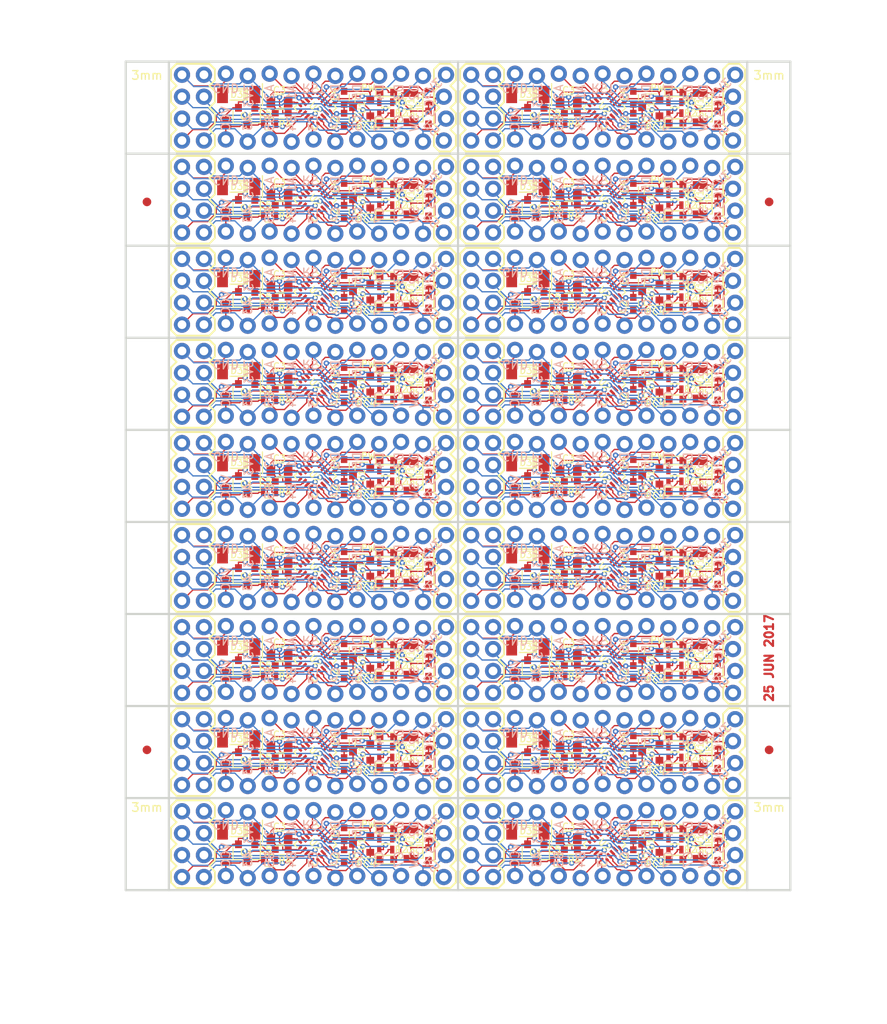
<source format=kicad_pcb>
(kicad_pcb (version 4) (host pcbnew 4.0.6-e0-6349~53~ubuntu16.04.1)
  (layers (0 F.Cu signal) (31 B.Cu signal) (34 B.Paste user) (35 F.Paste user) (36 B.SilkS user) (37 F.SilkS user) (38 B.Mask user) (39 F.Mask user) (44 Edge.Cuts user))
  (net 0 "")
  (net 1 NRST)
  (net 2 GND)
  (net 3 VCC)
  (net 4 PD1/SWIM)
  (net 5 PA1/OSC_IN)
  (net 6 PA2/OSC_OUT)
  (net 7 PA3)
  (net 8 PB5)
  (net 9 PB4)
  (net 10 PD6/RX)
  (net 11 PD5/TX)
  (net 12 PD4)
  (net 13 PD3)
  (net 14 PD2)
  (net 15 PC7)
  (net 16 PC6)
  (net 17 PC5)
  (net 18 "Net-(D1-Pad1)")
  (net 19 PC4)
  (net 20 "Net-(D2-Pad1)")
  (net 21 PC3)
  (net 22 "Net-(C3-Pad1)")
  (net 23 "Net-(C2-Pad1)")
  (net 24 "Net-(D3-Pad1)")
  (net 25 +3V3)
  (module Mounting_Holes:MountingHole_3mm (layer F.Cu) (at 10.16 103.124)
    (fp_text reference 3mm (at 0 -4) (layer F.SilkS))
    (fp_text value MountingHole_3mm)
    (pad 1 np_thru_hole circle (at 0 0) (size 3 3) (drill 3) (layers *.Cu *.Mask))
  )
  (module Fiducials:Fiducial_1mm_Dia_2.54mm_Outer_CopperTop (layer F.Cu) (at 82.296 92.456)
    (fp_text reference REF** hide)
    (fp_text value Fiducial_1mm_Dia_2.54mm_Outer_CopperTop)
    (pad ~ smd circle (at 0 0) (size 1 1) (layers F.Cu F.Mask) (clearance 0.77))
  )
  (module Fiducials:Fiducial_1mm_Dia_2.54mm_Outer_CopperTop (layer F.Cu) (at 10.16 92.456)
    (fp_text reference REF** hide)
    (fp_text value Fiducial_1mm_Dia_2.54mm_Outer_CopperTop)
    (pad ~ smd circle (at 0 0) (size 1 1) (layers F.Cu F.Mask) (clearance 0.77))
  )
  (module Fiducials:Fiducial_1mm_Dia_2.54mm_Outer_CopperTop (layer F.Cu) (at 10.16 28.956)
    (fp_text reference REF** hide)
    (fp_text value Fiducial_1mm_Dia_2.54mm_Outer_CopperTop)
    (pad ~ smd circle (at 0 0) (size 1 1) (layers F.Cu F.Mask) (clearance 0.77))
  )
  (module Mounting_Holes:MountingHole_3mm (layer F.Cu) (at 82.296 103.124)
    (fp_text reference 3mm (at 0 -4) (layer F.SilkS))
    (fp_text value MountingHole_3mm)
    (pad 1 np_thru_hole circle (at 0 0) (size 3 3) (drill 3) (layers *.Cu *.Mask))
  )
  (module Mounting_Holes:MountingHole_3mm (layer F.Cu) (at 10.16 18.288)
    (fp_text reference 3mm (at 0 -4) (layer F.SilkS))
    (fp_text value MountingHole_3mm)
    (pad 1 np_thru_hole circle (at 0 0) (size 3 3) (drill 3) (layers *.Cu *.Mask))
  )
  (module SparkFun-Jumpers:SMT-JUMPER_2_NO_NO-SILK (layer F.Cu) (at 52.832 105.156 90)
    (fp_text reference JP2 hide)
    (fp_text value "12V-30V input" hide)
    (pad 1 smd rect (at -0.4064 0 90) (size 0.635 1.27) (layers F.Cu F.Paste F.Mask) (net 3 VCC))
    (pad 2 smd rect (at 0.4064 0 90) (size 0.635 1.27) (layers F.Cu F.Paste F.Mask) (net 23 "Net-(C2-Pad1)"))
  )
  (module Resistors_SMD:R_0603 (layer F.Cu) (at 57.912 105.283)
    (fp_text reference R4 (at 1.778 0) (layer F.SilkS) (effects (font (size 0.762 0.762) (thickness 0.127))))
    (fp_text value 1K)
    (pad 1 smd rect (at -0.75 0) (size 0.5 0.9) (layers F.Cu F.Paste F.Mask) (net 3 VCC))
    (pad 2 smd rect (at 0.75 0) (size 0.5 0.9) (layers F.Cu F.Paste F.Mask) (net 24 "Net-(D3-Pad1)"))
  )
  (module Resistors_SMD:R_0603 (layer F.Cu) (at 71.374 102.743)
    (fp_text reference R3 (at 1.778 0 180) (layer F.SilkS) (effects (font (size 0.762 0.762) (thickness 0.127))))
    (fp_text value 1K)
    (pad 1 smd rect (at -0.75 0) (size 0.5 0.9) (layers F.Cu F.Paste F.Mask) (net 20 "Net-(D2-Pad1)"))
    (pad 2 smd rect (at 0.75 0) (size 0.5 0.9) (layers F.Cu F.Paste F.Mask) (net 2 GND))
  )
  (module Resistors_SMD:R_0603 (layer F.Cu) (at 71.374 104.013 180)
    (fp_text reference R2 (at -1.778 0 180) (layer F.SilkS) (effects (font (size 0.762 0.762) (thickness 0.127))))
    (fp_text value 1K)
    (pad 1 smd rect (at -0.75 0 180) (size 0.5 0.9) (layers F.Cu F.Paste F.Mask) (net 18 "Net-(D1-Pad1)"))
    (pad 2 smd rect (at 0.75 0 180) (size 0.5 0.9) (layers F.Cu F.Paste F.Mask) (net 19 PC4))
  )
  (module Resistors_SMD:R_0603 (layer F.Cu) (at 76.327 102.108 270)
    (fp_text reference R1 (at 0.508 1.016 270) (layer F.SilkS) (effects (font (size 0.762 0.762) (thickness 0.127))))
    (fp_text value 100K)
    (pad 1 smd rect (at -0.75 0 270) (size 0.5 0.9) (layers F.Cu F.Paste F.Mask) (net 25 +3V3))
    (pad 2 smd rect (at 0.75 0 270) (size 0.5 0.9) (layers F.Cu F.Paste F.Mask) (net 1 NRST))
  )
  (module TO_SOT_Packages_SMD:SOT-23 (layer F.Cu) (at 68.58 103.378 180)
    (fp_text reference U1 (at 0 0 270) (layer F.SilkS) (effects (font (size 0.762 0.762) (thickness 0.127))))
    (fp_text value XC6206)
    (pad 1 smd rect (at -1 -0.95 180) (size 0.9 0.8) (layers F.Cu F.Paste F.Mask) (net 2 GND))
    (pad 2 smd rect (at -1 0.95 180) (size 0.9 0.8) (layers F.Cu F.Paste F.Mask) (net 25 +3V3))
    (pad 3 smd rect (at 1 0 180) (size 0.9 0.8) (layers F.Cu F.Paste F.Mask) (net 23 "Net-(C2-Pad1)"))
  )
  (module MyOwn:SOD-80 (layer F.Cu) (at 54.326 101.854 180)
    (fp_text reference D3 (at 0.224 0 180) (layer F.SilkS) (effects (font (size 0.762 0.762) (thickness 0.127))))
    (fp_text value 5.6V)
    (pad 1 smd rect (at -1.875 0 180) (size 1.25 2) (layers F.Cu F.Paste F.Mask) (net 24 "Net-(D3-Pad1)"))
    (pad 2 smd rect (at 1.875 0 180) (size 1.25 2) (layers F.Cu F.Paste F.Mask) (net 2 GND))
  )
  (module TO_SOT_Packages_SMD:SOT-23 (layer F.Cu) (at 55.245 104.394 270)
    (fp_text reference Q1 (at 0 0 360) (layer F.SilkS) (effects (font (size 0.762 0.762) (thickness 0.127))))
    (fp_text value BC817-40)
    (pad 1 smd rect (at -1 -0.95 270) (size 0.9 0.8) (layers F.Cu F.Paste F.Mask) (net 24 "Net-(D3-Pad1)"))
    (pad 2 smd rect (at -1 0.95 270) (size 0.9 0.8) (layers F.Cu F.Paste F.Mask) (net 23 "Net-(C2-Pad1)"))
    (pad 3 smd rect (at 1 0 270) (size 0.9 0.8) (layers F.Cu F.Paste F.Mask) (net 3 VCC))
  )
  (module Capacitors_SMD:C_0603 (layer F.Cu) (at 59.309 104.013)
    (fp_text reference C5 (at -1.905 0) (layer F.SilkS) (effects (font (size 0.762 0.762) (thickness 0.127))))
    (fp_text value 0.1uF)
    (pad 1 smd rect (at -0.75 0) (size 0.8 0.75) (layers F.Cu F.Paste F.Mask) (net 2 GND))
    (pad 2 smd rect (at 0.75 0) (size 0.8 0.75) (layers F.Cu F.Paste F.Mask) (net 25 +3V3))
  )
  (module Capacitors_SMD:C_0603 (layer F.Cu) (at 66.548 102.235 270)
    (fp_text reference C4 (at -0.381 1.143 270) (layer F.SilkS) (effects (font (size 0.762 0.762) (thickness 0.127))))
    (fp_text value 1uF)
    (pad 1 smd rect (at -0.75 0 270) (size 0.8 0.75) (layers F.Cu F.Paste F.Mask) (net 25 +3V3))
    (pad 2 smd rect (at 0.75 0 270) (size 0.8 0.75) (layers F.Cu F.Paste F.Mask) (net 2 GND))
  )
  (module Capacitors_SMD:C_0603 (layer F.Cu) (at 66.548 104.775 90)
    (fp_text reference C2 (at -0.381 -1.143 90) (layer F.SilkS) (effects (font (size 0.762 0.762) (thickness 0.127))))
    (fp_text value 1uF)
    (pad 1 smd rect (at -0.75 0 90) (size 0.8 0.75) (layers F.Cu F.Paste F.Mask) (net 23 "Net-(C2-Pad1)"))
    (pad 2 smd rect (at 0.75 0 90) (size 0.8 0.75) (layers F.Cu F.Paste F.Mask) (net 2 GND))
  )
  (module Capacitors_SMD:C_0603 (layer F.Cu) (at 76.327 104.521 270)
    (fp_text reference C1 (at -0.635 1.016 270) (layer F.SilkS) (effects (font (size 0.762 0.762) (thickness 0.127))))
    (fp_text value 0.1uF)
    (pad 1 smd rect (at -0.75 0 270) (size 0.8 0.75) (layers F.Cu F.Paste F.Mask) (net 1 NRST))
    (pad 2 smd rect (at 0.75 0 270) (size 0.8 0.75) (layers F.Cu F.Paste F.Mask) (net 2 GND))
  )
  (module LEDs:LED_0603 (layer F.Cu) (at 71.501 101.6)
    (fp_text reference D2 hide)
    (fp_text value RED)
    (pad 2 smd rect (at 0.8 0 180) (size 0.8 0.8) (layers F.Cu F.Paste F.Mask) (net 25 +3V3))
    (pad 1 smd rect (at -0.8 0 180) (size 0.8 0.8) (layers F.Cu F.Paste F.Mask) (net 20 "Net-(D2-Pad1)"))
  )
  (module LEDs:LED_0603 (layer F.Cu) (at 71.501 105.156)
    (fp_text reference D1 hide)
    (fp_text value BLUE)
    (pad 2 smd rect (at 0.8 0 180) (size 0.8 0.8) (layers F.Cu F.Paste F.Mask) (net 25 +3V3))
    (pad 1 smd rect (at -0.8 0 180) (size 0.8 0.8) (layers F.Cu F.Paste F.Mask) (net 18 "Net-(D1-Pad1)"))
  )
  (module Capacitors_SMD:C_0805 (layer F.Cu) (at 59.055 102.743 180)
    (fp_text reference C3 (at 0 1.397 360) (layer F.SilkS) (effects (font (size 0.762 0.762) (thickness 0.127))))
    (fp_text value 1.0uF)
    (pad 1 smd rect (at -1 0 180) (size 1 1.25) (layers F.Cu F.Paste F.Mask) (net 22 "Net-(C3-Pad1)"))
    (pad 2 smd rect (at 1 0 180) (size 1 1.25) (layers F.Cu F.Paste F.Mask) (net 2 GND))
  )
  (module SparkFun-Connectors:1X10_LOCK_NS (layer F.Cu) (at 52.832 99.568)
    (fp_text reference J4 hide)
    (fp_text value CONN_01X10 hide)
    (pad 1 thru_hole circle (at 0 -0.127 90) (size 1.8796 1.8796) (drill 1.016) (layers *.Cu *.Mask) (net 2 GND))
    (pad 2 thru_hole circle (at 2.54 0.127 90) (size 1.8796 1.8796) (drill 1.016) (layers *.Cu *.Mask) (net 25 +3V3))
    (pad 3 thru_hole circle (at 5.08 -0.127 90) (size 1.8796 1.8796) (drill 1.016) (layers *.Cu *.Mask) (net 6 PA2/OSC_OUT))
    (pad 4 thru_hole circle (at 7.62 0.127 90) (size 1.8796 1.8796) (drill 1.016) (layers *.Cu *.Mask) (net 5 PA1/OSC_IN))
    (pad 5 thru_hole circle (at 10.16 -0.127 90) (size 1.8796 1.8796) (drill 1.016) (layers *.Cu *.Mask) (net 1 NRST))
    (pad 6 thru_hole circle (at 12.7 0.127 90) (size 1.8796 1.8796) (drill 1.016) (layers *.Cu *.Mask) (net 10 PD6/RX))
    (pad 7 thru_hole circle (at 15.24 -0.127 90) (size 1.8796 1.8796) (drill 1.016) (layers *.Cu *.Mask) (net 11 PD5/TX))
    (pad 8 thru_hole circle (at 17.78 0.127 90) (size 1.8796 1.8796) (drill 1.016) (layers *.Cu *.Mask) (net 12 PD4))
    (pad 9 thru_hole circle (at 20.32 -0.127 90) (size 1.8796 1.8796) (drill 1.016) (layers *.Cu *.Mask) (net 13 PD3))
    (pad 10 thru_hole circle (at 22.86 0.127 90) (size 1.8796 1.8796) (drill 1.016) (layers *.Cu *.Mask) (net 14 PD2))
  )
  (module SparkFun-Connectors:1X10_LOCK_NS (layer F.Cu) (at 52.832 107.188)
    (fp_text reference J3 hide)
    (fp_text value CONN_01X10 hide)
    (pad 1 thru_hole circle (at 0 -0.127 90) (size 1.8796 1.8796) (drill 1.016) (layers *.Cu *.Mask) (net 3 VCC))
    (pad 2 thru_hole circle (at 2.54 0.127 90) (size 1.8796 1.8796) (drill 1.016) (layers *.Cu *.Mask) (net 7 PA3))
    (pad 3 thru_hole circle (at 5.08 -0.127 90) (size 1.8796 1.8796) (drill 1.016) (layers *.Cu *.Mask) (net 8 PB5))
    (pad 4 thru_hole circle (at 7.62 0.127 90) (size 1.8796 1.8796) (drill 1.016) (layers *.Cu *.Mask) (net 9 PB4))
    (pad 5 thru_hole circle (at 10.16 -0.127 90) (size 1.8796 1.8796) (drill 1.016) (layers *.Cu *.Mask) (net 21 PC3))
    (pad 6 thru_hole circle (at 12.7 0.127 90) (size 1.8796 1.8796) (drill 1.016) (layers *.Cu *.Mask) (net 19 PC4))
    (pad 7 thru_hole circle (at 15.24 -0.127 90) (size 1.8796 1.8796) (drill 1.016) (layers *.Cu *.Mask) (net 17 PC5))
    (pad 8 thru_hole circle (at 17.78 0.127 90) (size 1.8796 1.8796) (drill 1.016) (layers *.Cu *.Mask) (net 16 PC6))
    (pad 9 thru_hole circle (at 20.32 -0.127 90) (size 1.8796 1.8796) (drill 1.016) (layers *.Cu *.Mask) (net 15 PC7))
    (pad 10 thru_hole circle (at 22.86 0.127 90) (size 1.8796 1.8796) (drill 1.016) (layers *.Cu *.Mask) (net 4 PD1/SWIM))
  )
  (module Buttons_Switches_SMD:SW_SPST_B3U-1000P (layer F.Cu) (at 74.295 103.378 90)
    (fp_text reference SW1 (at 0 0 90) (layer F.SilkS) (effects (font (size 0.762 0.762) (thickness 0.127))))
    (fp_text value SW_PUSH)
    (pad 1 smd rect (at -1.7 0 90) (size 0.9 1.7) (layers F.Cu F.Paste F.Mask) (net 1 NRST))
    (pad 2 smd rect (at 1.7 0 90) (size 0.9 1.7) (layers F.Cu F.Paste F.Mask) (net 2 GND))
  )
  (module SparkFun-Connectors:1X04_LOCK (layer F.Cu) (at 78.232 107.188 90)
    (fp_text reference J1 hide)
    (fp_text value CONN_01X04 hide)
    (pad 1 thru_hole circle (at 0 -0.127 180) (size 1.8796 1.8796) (drill 1.016) (layers *.Cu *.Mask) (net 1 NRST))
    (pad 2 thru_hole circle (at 2.54 0.127 180) (size 1.8796 1.8796) (drill 1.016) (layers *.Cu *.Mask) (net 4 PD1/SWIM))
    (pad 3 thru_hole circle (at 5.08 -0.127 180) (size 1.8796 1.8796) (drill 1.016) (layers *.Cu *.Mask) (net 2 GND))
    (pad 4 thru_hole circle (at 7.62 0.127 180) (size 1.8796 1.8796) (drill 1.016) (layers *.Cu *.Mask) (net 25 +3V3))
  )
  (module SparkFun-Connectors:2X4 (layer F.Cu) (at 49.022 103.378 270)
    (fp_text reference J2 hide)
    (fp_text value CONN_02X04 hide)
    (pad 1 thru_hole circle (at -3.81 1.27 270) (size 1.8796 1.8796) (drill 1.016) (layers *.Cu *.Mask) (net 2 GND))
    (pad 2 thru_hole circle (at -3.81 -1.27 270) (size 1.8796 1.8796) (drill 1.016) (layers *.Cu *.Mask) (net 25 +3V3))
    (pad 3 thru_hole circle (at -1.27 1.27 270) (size 1.8796 1.8796) (drill 1.016) (layers *.Cu *.Mask) (net 9 PB4))
    (pad 4 thru_hole circle (at -1.27 -1.27 270) (size 1.8796 1.8796) (drill 1.016) (layers *.Cu *.Mask) (net 8 PB5))
    (pad 5 thru_hole circle (at 1.27 1.27 270) (size 1.8796 1.8796) (drill 1.016) (layers *.Cu *.Mask) (net 17 PC5))
    (pad 6 thru_hole circle (at 1.27 -1.27 270) (size 1.8796 1.8796) (drill 1.016) (layers *.Cu *.Mask) (net 16 PC6))
    (pad 7 thru_hole circle (at 3.81 1.27 270) (size 1.8796 1.8796) (drill 1.016) (layers *.Cu *.Mask) (net 15 PC7))
    (pad 8 thru_hole circle (at 3.81 -1.27 270) (size 1.8796 1.8796) (drill 1.016) (layers *.Cu *.Mask) (net 7 PA3))
  )
  (module MyOwn:UQFN-16_3x3mm_Pitch0.5mm (layer F.Cu) (at 63.2 103.4422 315)
    (fp_text reference U2 (at 0 0 315) (layer F.SilkS) (effects (font (size 0.762 0.762) (thickness 0.127))))
    (fp_text value STM8S003F3U)
    (pad 1 smd oval (at -1.45 -1 315) (size 0.5 0.3) (layers F.Cu F.Paste F.Mask) (net 1 NRST))
    (pad 4 smd rect (at -1.3 0.5 315) (size 0.7 0.3) (layers F.Cu F.Paste F.Mask) (net 2 GND))
    (pad 8 smd rect (at 0 1.3 45) (size 0.7 0.3) (layers F.Cu F.Paste F.Mask) (net 8 PB5))
    (pad 3 smd rect (at -1.3 0 315) (size 0.7 0.3) (layers F.Cu F.Paste F.Mask) (net 6 PA2/OSC_OUT))
    (pad 7 smd rect (at -0.5 1.3 45) (size 0.7 0.3) (layers F.Cu F.Paste F.Mask) (net 7 PA3))
    (pad 17 smd rect (at 0.5 -1.3 45) (size 0.7 0.3) (layers F.Cu F.Paste F.Mask) (net 13 PD3))
    (pad 9 smd rect (at 0.5 1.3 45) (size 0.7 0.3) (layers F.Cu F.Paste F.Mask) (net 9 PB4))
    (pad 18 smd rect (at 0 -1.3 45) (size 0.7 0.3) (layers F.Cu F.Paste F.Mask) (net 12 PD4))
    (pad 19 smd rect (at -0.5 -1.3 45) (size 0.7 0.3) (layers F.Cu F.Paste F.Mask) (net 11 PD5/TX))
    (pad 13 smd rect (at 1.3 0 315) (size 0.7 0.3) (layers F.Cu F.Paste F.Mask) (net 16 PC6))
    (pad 12 smd rect (at 1.3 0.5 315) (size 0.7 0.3) (layers F.Cu F.Paste F.Mask) (net 17 PC5))
    (pad 14 smd rect (at 1.3 -0.5 315) (size 0.7 0.3) (layers F.Cu F.Paste F.Mask) (net 15 PC7))
    (pad 2 smd rect (at -1.3 -0.5 315) (size 0.7 0.3) (layers F.Cu F.Paste F.Mask) (net 5 PA1/OSC_IN))
    (pad 5 smd oval (at -1.45 1 315) (size 0.5 0.3) (layers F.Cu F.Paste F.Mask) (net 22 "Net-(C3-Pad1)"))
    (pad 20 smd oval (at -1 -1.45 45) (size 0.5 0.3) (layers F.Cu F.Paste F.Mask) (net 10 PD6/RX))
    (pad 6 smd oval (at -1 1.45 45) (size 0.5 0.3) (layers F.Cu F.Paste F.Mask) (net 25 +3V3))
    (pad 15 smd oval (at 1.45 -1 315) (size 0.5 0.3) (layers F.Cu F.Paste F.Mask) (net 4 PD1/SWIM))
    (pad 11 smd oval (at 1.45 1 315) (size 0.5 0.3) (layers F.Cu F.Paste F.Mask) (net 19 PC4))
    (pad 10 smd oval (at 1 1.45 45) (size 0.5 0.3) (layers F.Cu F.Paste F.Mask) (net 21 PC3))
    (pad 16 smd oval (at 1 -1.45 45) (size 0.5 0.3) (layers F.Cu F.Paste F.Mask) (net 14 PD2))
  )
  (module SparkFun-Jumpers:SMT-JUMPER_2_NO_NO-SILK (layer F.Cu) (at 52.832 94.488 90)
    (fp_text reference JP2 hide)
    (fp_text value "12V-30V input" hide)
    (pad 1 smd rect (at -0.4064 0 90) (size 0.635 1.27) (layers F.Cu F.Paste F.Mask) (net 3 VCC))
    (pad 2 smd rect (at 0.4064 0 90) (size 0.635 1.27) (layers F.Cu F.Paste F.Mask) (net 23 "Net-(C2-Pad1)"))
  )
  (module Resistors_SMD:R_0603 (layer F.Cu) (at 57.912 94.615)
    (fp_text reference R4 (at 1.778 0) (layer F.SilkS) (effects (font (size 0.762 0.762) (thickness 0.127))))
    (fp_text value 1K)
    (pad 1 smd rect (at -0.75 0) (size 0.5 0.9) (layers F.Cu F.Paste F.Mask) (net 3 VCC))
    (pad 2 smd rect (at 0.75 0) (size 0.5 0.9) (layers F.Cu F.Paste F.Mask) (net 24 "Net-(D3-Pad1)"))
  )
  (module Resistors_SMD:R_0603 (layer F.Cu) (at 71.374 92.075)
    (fp_text reference R3 (at 1.778 0 180) (layer F.SilkS) (effects (font (size 0.762 0.762) (thickness 0.127))))
    (fp_text value 1K)
    (pad 1 smd rect (at -0.75 0) (size 0.5 0.9) (layers F.Cu F.Paste F.Mask) (net 20 "Net-(D2-Pad1)"))
    (pad 2 smd rect (at 0.75 0) (size 0.5 0.9) (layers F.Cu F.Paste F.Mask) (net 2 GND))
  )
  (module Resistors_SMD:R_0603 (layer F.Cu) (at 71.374 93.345 180)
    (fp_text reference R2 (at -1.778 0 180) (layer F.SilkS) (effects (font (size 0.762 0.762) (thickness 0.127))))
    (fp_text value 1K)
    (pad 1 smd rect (at -0.75 0 180) (size 0.5 0.9) (layers F.Cu F.Paste F.Mask) (net 18 "Net-(D1-Pad1)"))
    (pad 2 smd rect (at 0.75 0 180) (size 0.5 0.9) (layers F.Cu F.Paste F.Mask) (net 19 PC4))
  )
  (module Resistors_SMD:R_0603 (layer F.Cu) (at 76.327 91.44 270)
    (fp_text reference R1 (at 0.508 1.016 270) (layer F.SilkS) (effects (font (size 0.762 0.762) (thickness 0.127))))
    (fp_text value 100K)
    (pad 1 smd rect (at -0.75 0 270) (size 0.5 0.9) (layers F.Cu F.Paste F.Mask) (net 25 +3V3))
    (pad 2 smd rect (at 0.75 0 270) (size 0.5 0.9) (layers F.Cu F.Paste F.Mask) (net 1 NRST))
  )
  (module TO_SOT_Packages_SMD:SOT-23 (layer F.Cu) (at 68.58 92.71 180)
    (fp_text reference U1 (at 0 0 270) (layer F.SilkS) (effects (font (size 0.762 0.762) (thickness 0.127))))
    (fp_text value XC6206)
    (pad 1 smd rect (at -1 -0.95 180) (size 0.9 0.8) (layers F.Cu F.Paste F.Mask) (net 2 GND))
    (pad 2 smd rect (at -1 0.95 180) (size 0.9 0.8) (layers F.Cu F.Paste F.Mask) (net 25 +3V3))
    (pad 3 smd rect (at 1 0 180) (size 0.9 0.8) (layers F.Cu F.Paste F.Mask) (net 23 "Net-(C2-Pad1)"))
  )
  (module MyOwn:SOD-80 (layer F.Cu) (at 54.326 91.186 180)
    (fp_text reference D3 (at 0.224 0 180) (layer F.SilkS) (effects (font (size 0.762 0.762) (thickness 0.127))))
    (fp_text value 5.6V)
    (pad 1 smd rect (at -1.875 0 180) (size 1.25 2) (layers F.Cu F.Paste F.Mask) (net 24 "Net-(D3-Pad1)"))
    (pad 2 smd rect (at 1.875 0 180) (size 1.25 2) (layers F.Cu F.Paste F.Mask) (net 2 GND))
  )
  (module TO_SOT_Packages_SMD:SOT-23 (layer F.Cu) (at 55.245 93.726 270)
    (fp_text reference Q1 (at 0 0 360) (layer F.SilkS) (effects (font (size 0.762 0.762) (thickness 0.127))))
    (fp_text value BC817-40)
    (pad 1 smd rect (at -1 -0.95 270) (size 0.9 0.8) (layers F.Cu F.Paste F.Mask) (net 24 "Net-(D3-Pad1)"))
    (pad 2 smd rect (at -1 0.95 270) (size 0.9 0.8) (layers F.Cu F.Paste F.Mask) (net 23 "Net-(C2-Pad1)"))
    (pad 3 smd rect (at 1 0 270) (size 0.9 0.8) (layers F.Cu F.Paste F.Mask) (net 3 VCC))
  )
  (module Capacitors_SMD:C_0603 (layer F.Cu) (at 59.309 93.345)
    (fp_text reference C5 (at -1.905 0) (layer F.SilkS) (effects (font (size 0.762 0.762) (thickness 0.127))))
    (fp_text value 0.1uF)
    (pad 1 smd rect (at -0.75 0) (size 0.8 0.75) (layers F.Cu F.Paste F.Mask) (net 2 GND))
    (pad 2 smd rect (at 0.75 0) (size 0.8 0.75) (layers F.Cu F.Paste F.Mask) (net 25 +3V3))
  )
  (module Capacitors_SMD:C_0603 (layer F.Cu) (at 66.548 91.567 270)
    (fp_text reference C4 (at -0.381 1.143 270) (layer F.SilkS) (effects (font (size 0.762 0.762) (thickness 0.127))))
    (fp_text value 1uF)
    (pad 1 smd rect (at -0.75 0 270) (size 0.8 0.75) (layers F.Cu F.Paste F.Mask) (net 25 +3V3))
    (pad 2 smd rect (at 0.75 0 270) (size 0.8 0.75) (layers F.Cu F.Paste F.Mask) (net 2 GND))
  )
  (module Capacitors_SMD:C_0603 (layer F.Cu) (at 66.548 94.107 90)
    (fp_text reference C2 (at -0.381 -1.143 90) (layer F.SilkS) (effects (font (size 0.762 0.762) (thickness 0.127))))
    (fp_text value 1uF)
    (pad 1 smd rect (at -0.75 0 90) (size 0.8 0.75) (layers F.Cu F.Paste F.Mask) (net 23 "Net-(C2-Pad1)"))
    (pad 2 smd rect (at 0.75 0 90) (size 0.8 0.75) (layers F.Cu F.Paste F.Mask) (net 2 GND))
  )
  (module Capacitors_SMD:C_0603 (layer F.Cu) (at 76.327 93.853 270)
    (fp_text reference C1 (at -0.635 1.016 270) (layer F.SilkS) (effects (font (size 0.762 0.762) (thickness 0.127))))
    (fp_text value 0.1uF)
    (pad 1 smd rect (at -0.75 0 270) (size 0.8 0.75) (layers F.Cu F.Paste F.Mask) (net 1 NRST))
    (pad 2 smd rect (at 0.75 0 270) (size 0.8 0.75) (layers F.Cu F.Paste F.Mask) (net 2 GND))
  )
  (module LEDs:LED_0603 (layer F.Cu) (at 71.501 90.932)
    (fp_text reference D2 hide)
    (fp_text value RED)
    (pad 2 smd rect (at 0.8 0 180) (size 0.8 0.8) (layers F.Cu F.Paste F.Mask) (net 25 +3V3))
    (pad 1 smd rect (at -0.8 0 180) (size 0.8 0.8) (layers F.Cu F.Paste F.Mask) (net 20 "Net-(D2-Pad1)"))
  )
  (module LEDs:LED_0603 (layer F.Cu) (at 71.501 94.488)
    (fp_text reference D1 hide)
    (fp_text value BLUE)
    (pad 2 smd rect (at 0.8 0 180) (size 0.8 0.8) (layers F.Cu F.Paste F.Mask) (net 25 +3V3))
    (pad 1 smd rect (at -0.8 0 180) (size 0.8 0.8) (layers F.Cu F.Paste F.Mask) (net 18 "Net-(D1-Pad1)"))
  )
  (module Capacitors_SMD:C_0805 (layer F.Cu) (at 59.055 92.075 180)
    (fp_text reference C3 (at 0 1.397 360) (layer F.SilkS) (effects (font (size 0.762 0.762) (thickness 0.127))))
    (fp_text value 1.0uF)
    (pad 1 smd rect (at -1 0 180) (size 1 1.25) (layers F.Cu F.Paste F.Mask) (net 22 "Net-(C3-Pad1)"))
    (pad 2 smd rect (at 1 0 180) (size 1 1.25) (layers F.Cu F.Paste F.Mask) (net 2 GND))
  )
  (module SparkFun-Connectors:1X10_LOCK_NS (layer F.Cu) (at 52.832 88.9)
    (fp_text reference J4 hide)
    (fp_text value CONN_01X10 hide)
    (pad 1 thru_hole circle (at 0 -0.127 90) (size 1.8796 1.8796) (drill 1.016) (layers *.Cu *.Mask) (net 2 GND))
    (pad 2 thru_hole circle (at 2.54 0.127 90) (size 1.8796 1.8796) (drill 1.016) (layers *.Cu *.Mask) (net 25 +3V3))
    (pad 3 thru_hole circle (at 5.08 -0.127 90) (size 1.8796 1.8796) (drill 1.016) (layers *.Cu *.Mask) (net 6 PA2/OSC_OUT))
    (pad 4 thru_hole circle (at 7.62 0.127 90) (size 1.8796 1.8796) (drill 1.016) (layers *.Cu *.Mask) (net 5 PA1/OSC_IN))
    (pad 5 thru_hole circle (at 10.16 -0.127 90) (size 1.8796 1.8796) (drill 1.016) (layers *.Cu *.Mask) (net 1 NRST))
    (pad 6 thru_hole circle (at 12.7 0.127 90) (size 1.8796 1.8796) (drill 1.016) (layers *.Cu *.Mask) (net 10 PD6/RX))
    (pad 7 thru_hole circle (at 15.24 -0.127 90) (size 1.8796 1.8796) (drill 1.016) (layers *.Cu *.Mask) (net 11 PD5/TX))
    (pad 8 thru_hole circle (at 17.78 0.127 90) (size 1.8796 1.8796) (drill 1.016) (layers *.Cu *.Mask) (net 12 PD4))
    (pad 9 thru_hole circle (at 20.32 -0.127 90) (size 1.8796 1.8796) (drill 1.016) (layers *.Cu *.Mask) (net 13 PD3))
    (pad 10 thru_hole circle (at 22.86 0.127 90) (size 1.8796 1.8796) (drill 1.016) (layers *.Cu *.Mask) (net 14 PD2))
  )
  (module SparkFun-Connectors:1X10_LOCK_NS (layer F.Cu) (at 52.832 96.52)
    (fp_text reference J3 hide)
    (fp_text value CONN_01X10 hide)
    (pad 1 thru_hole circle (at 0 -0.127 90) (size 1.8796 1.8796) (drill 1.016) (layers *.Cu *.Mask) (net 3 VCC))
    (pad 2 thru_hole circle (at 2.54 0.127 90) (size 1.8796 1.8796) (drill 1.016) (layers *.Cu *.Mask) (net 7 PA3))
    (pad 3 thru_hole circle (at 5.08 -0.127 90) (size 1.8796 1.8796) (drill 1.016) (layers *.Cu *.Mask) (net 8 PB5))
    (pad 4 thru_hole circle (at 7.62 0.127 90) (size 1.8796 1.8796) (drill 1.016) (layers *.Cu *.Mask) (net 9 PB4))
    (pad 5 thru_hole circle (at 10.16 -0.127 90) (size 1.8796 1.8796) (drill 1.016) (layers *.Cu *.Mask) (net 21 PC3))
    (pad 6 thru_hole circle (at 12.7 0.127 90) (size 1.8796 1.8796) (drill 1.016) (layers *.Cu *.Mask) (net 19 PC4))
    (pad 7 thru_hole circle (at 15.24 -0.127 90) (size 1.8796 1.8796) (drill 1.016) (layers *.Cu *.Mask) (net 17 PC5))
    (pad 8 thru_hole circle (at 17.78 0.127 90) (size 1.8796 1.8796) (drill 1.016) (layers *.Cu *.Mask) (net 16 PC6))
    (pad 9 thru_hole circle (at 20.32 -0.127 90) (size 1.8796 1.8796) (drill 1.016) (layers *.Cu *.Mask) (net 15 PC7))
    (pad 10 thru_hole circle (at 22.86 0.127 90) (size 1.8796 1.8796) (drill 1.016) (layers *.Cu *.Mask) (net 4 PD1/SWIM))
  )
  (module Buttons_Switches_SMD:SW_SPST_B3U-1000P (layer F.Cu) (at 74.295 92.71 90)
    (fp_text reference SW1 (at 0 0 90) (layer F.SilkS) (effects (font (size 0.762 0.762) (thickness 0.127))))
    (fp_text value SW_PUSH)
    (pad 1 smd rect (at -1.7 0 90) (size 0.9 1.7) (layers F.Cu F.Paste F.Mask) (net 1 NRST))
    (pad 2 smd rect (at 1.7 0 90) (size 0.9 1.7) (layers F.Cu F.Paste F.Mask) (net 2 GND))
  )
  (module SparkFun-Connectors:1X04_LOCK (layer F.Cu) (at 78.232 96.52 90)
    (fp_text reference J1 hide)
    (fp_text value CONN_01X04 hide)
    (pad 1 thru_hole circle (at 0 -0.127 180) (size 1.8796 1.8796) (drill 1.016) (layers *.Cu *.Mask) (net 1 NRST))
    (pad 2 thru_hole circle (at 2.54 0.127 180) (size 1.8796 1.8796) (drill 1.016) (layers *.Cu *.Mask) (net 4 PD1/SWIM))
    (pad 3 thru_hole circle (at 5.08 -0.127 180) (size 1.8796 1.8796) (drill 1.016) (layers *.Cu *.Mask) (net 2 GND))
    (pad 4 thru_hole circle (at 7.62 0.127 180) (size 1.8796 1.8796) (drill 1.016) (layers *.Cu *.Mask) (net 25 +3V3))
  )
  (module SparkFun-Connectors:2X4 (layer F.Cu) (at 49.022 92.71 270)
    (fp_text reference J2 hide)
    (fp_text value CONN_02X04 hide)
    (pad 1 thru_hole circle (at -3.81 1.27 270) (size 1.8796 1.8796) (drill 1.016) (layers *.Cu *.Mask) (net 2 GND))
    (pad 2 thru_hole circle (at -3.81 -1.27 270) (size 1.8796 1.8796) (drill 1.016) (layers *.Cu *.Mask) (net 25 +3V3))
    (pad 3 thru_hole circle (at -1.27 1.27 270) (size 1.8796 1.8796) (drill 1.016) (layers *.Cu *.Mask) (net 9 PB4))
    (pad 4 thru_hole circle (at -1.27 -1.27 270) (size 1.8796 1.8796) (drill 1.016) (layers *.Cu *.Mask) (net 8 PB5))
    (pad 5 thru_hole circle (at 1.27 1.27 270) (size 1.8796 1.8796) (drill 1.016) (layers *.Cu *.Mask) (net 17 PC5))
    (pad 6 thru_hole circle (at 1.27 -1.27 270) (size 1.8796 1.8796) (drill 1.016) (layers *.Cu *.Mask) (net 16 PC6))
    (pad 7 thru_hole circle (at 3.81 1.27 270) (size 1.8796 1.8796) (drill 1.016) (layers *.Cu *.Mask) (net 15 PC7))
    (pad 8 thru_hole circle (at 3.81 -1.27 270) (size 1.8796 1.8796) (drill 1.016) (layers *.Cu *.Mask) (net 7 PA3))
  )
  (module MyOwn:UQFN-16_3x3mm_Pitch0.5mm (layer F.Cu) (at 63.2 92.7742 315)
    (fp_text reference U2 (at 0 0 315) (layer F.SilkS) (effects (font (size 0.762 0.762) (thickness 0.127))))
    (fp_text value STM8S003F3U)
    (pad 1 smd oval (at -1.45 -1 315) (size 0.5 0.3) (layers F.Cu F.Paste F.Mask) (net 1 NRST))
    (pad 4 smd rect (at -1.3 0.5 315) (size 0.7 0.3) (layers F.Cu F.Paste F.Mask) (net 2 GND))
    (pad 8 smd rect (at 0 1.3 45) (size 0.7 0.3) (layers F.Cu F.Paste F.Mask) (net 8 PB5))
    (pad 3 smd rect (at -1.3 0 315) (size 0.7 0.3) (layers F.Cu F.Paste F.Mask) (net 6 PA2/OSC_OUT))
    (pad 7 smd rect (at -0.5 1.3 45) (size 0.7 0.3) (layers F.Cu F.Paste F.Mask) (net 7 PA3))
    (pad 17 smd rect (at 0.5 -1.3 45) (size 0.7 0.3) (layers F.Cu F.Paste F.Mask) (net 13 PD3))
    (pad 9 smd rect (at 0.5 1.3 45) (size 0.7 0.3) (layers F.Cu F.Paste F.Mask) (net 9 PB4))
    (pad 18 smd rect (at 0 -1.3 45) (size 0.7 0.3) (layers F.Cu F.Paste F.Mask) (net 12 PD4))
    (pad 19 smd rect (at -0.5 -1.3 45) (size 0.7 0.3) (layers F.Cu F.Paste F.Mask) (net 11 PD5/TX))
    (pad 13 smd rect (at 1.3 0 315) (size 0.7 0.3) (layers F.Cu F.Paste F.Mask) (net 16 PC6))
    (pad 12 smd rect (at 1.3 0.5 315) (size 0.7 0.3) (layers F.Cu F.Paste F.Mask) (net 17 PC5))
    (pad 14 smd rect (at 1.3 -0.5 315) (size 0.7 0.3) (layers F.Cu F.Paste F.Mask) (net 15 PC7))
    (pad 2 smd rect (at -1.3 -0.5 315) (size 0.7 0.3) (layers F.Cu F.Paste F.Mask) (net 5 PA1/OSC_IN))
    (pad 5 smd oval (at -1.45 1 315) (size 0.5 0.3) (layers F.Cu F.Paste F.Mask) (net 22 "Net-(C3-Pad1)"))
    (pad 20 smd oval (at -1 -1.45 45) (size 0.5 0.3) (layers F.Cu F.Paste F.Mask) (net 10 PD6/RX))
    (pad 6 smd oval (at -1 1.45 45) (size 0.5 0.3) (layers F.Cu F.Paste F.Mask) (net 25 +3V3))
    (pad 15 smd oval (at 1.45 -1 315) (size 0.5 0.3) (layers F.Cu F.Paste F.Mask) (net 4 PD1/SWIM))
    (pad 11 smd oval (at 1.45 1 315) (size 0.5 0.3) (layers F.Cu F.Paste F.Mask) (net 19 PC4))
    (pad 10 smd oval (at 1 1.45 45) (size 0.5 0.3) (layers F.Cu F.Paste F.Mask) (net 21 PC3))
    (pad 16 smd oval (at 1 -1.45 45) (size 0.5 0.3) (layers F.Cu F.Paste F.Mask) (net 14 PD2))
  )
  (module SparkFun-Jumpers:SMT-JUMPER_2_NO_NO-SILK (layer F.Cu) (at 52.832 83.82 90)
    (fp_text reference JP2 hide)
    (fp_text value "12V-30V input" hide)
    (pad 1 smd rect (at -0.4064 0 90) (size 0.635 1.27) (layers F.Cu F.Paste F.Mask) (net 3 VCC))
    (pad 2 smd rect (at 0.4064 0 90) (size 0.635 1.27) (layers F.Cu F.Paste F.Mask) (net 23 "Net-(C2-Pad1)"))
  )
  (module Resistors_SMD:R_0603 (layer F.Cu) (at 57.912 83.947)
    (fp_text reference R4 (at 1.778 0) (layer F.SilkS) (effects (font (size 0.762 0.762) (thickness 0.127))))
    (fp_text value 1K)
    (pad 1 smd rect (at -0.75 0) (size 0.5 0.9) (layers F.Cu F.Paste F.Mask) (net 3 VCC))
    (pad 2 smd rect (at 0.75 0) (size 0.5 0.9) (layers F.Cu F.Paste F.Mask) (net 24 "Net-(D3-Pad1)"))
  )
  (module Resistors_SMD:R_0603 (layer F.Cu) (at 71.374 81.407)
    (fp_text reference R3 (at 1.778 0 180) (layer F.SilkS) (effects (font (size 0.762 0.762) (thickness 0.127))))
    (fp_text value 1K)
    (pad 1 smd rect (at -0.75 0) (size 0.5 0.9) (layers F.Cu F.Paste F.Mask) (net 20 "Net-(D2-Pad1)"))
    (pad 2 smd rect (at 0.75 0) (size 0.5 0.9) (layers F.Cu F.Paste F.Mask) (net 2 GND))
  )
  (module Resistors_SMD:R_0603 (layer F.Cu) (at 71.374 82.677 180)
    (fp_text reference R2 (at -1.778 0 180) (layer F.SilkS) (effects (font (size 0.762 0.762) (thickness 0.127))))
    (fp_text value 1K)
    (pad 1 smd rect (at -0.75 0 180) (size 0.5 0.9) (layers F.Cu F.Paste F.Mask) (net 18 "Net-(D1-Pad1)"))
    (pad 2 smd rect (at 0.75 0 180) (size 0.5 0.9) (layers F.Cu F.Paste F.Mask) (net 19 PC4))
  )
  (module Resistors_SMD:R_0603 (layer F.Cu) (at 76.327 80.772 270)
    (fp_text reference R1 (at 0.508 1.016 270) (layer F.SilkS) (effects (font (size 0.762 0.762) (thickness 0.127))))
    (fp_text value 100K)
    (pad 1 smd rect (at -0.75 0 270) (size 0.5 0.9) (layers F.Cu F.Paste F.Mask) (net 25 +3V3))
    (pad 2 smd rect (at 0.75 0 270) (size 0.5 0.9) (layers F.Cu F.Paste F.Mask) (net 1 NRST))
  )
  (module TO_SOT_Packages_SMD:SOT-23 (layer F.Cu) (at 68.58 82.042 180)
    (fp_text reference U1 (at 0 0 270) (layer F.SilkS) (effects (font (size 0.762 0.762) (thickness 0.127))))
    (fp_text value XC6206)
    (pad 1 smd rect (at -1 -0.95 180) (size 0.9 0.8) (layers F.Cu F.Paste F.Mask) (net 2 GND))
    (pad 2 smd rect (at -1 0.95 180) (size 0.9 0.8) (layers F.Cu F.Paste F.Mask) (net 25 +3V3))
    (pad 3 smd rect (at 1 0 180) (size 0.9 0.8) (layers F.Cu F.Paste F.Mask) (net 23 "Net-(C2-Pad1)"))
  )
  (module MyOwn:SOD-80 (layer F.Cu) (at 54.326 80.518 180)
    (fp_text reference D3 (at 0.224 0 180) (layer F.SilkS) (effects (font (size 0.762 0.762) (thickness 0.127))))
    (fp_text value 5.6V)
    (pad 1 smd rect (at -1.875 0 180) (size 1.25 2) (layers F.Cu F.Paste F.Mask) (net 24 "Net-(D3-Pad1)"))
    (pad 2 smd rect (at 1.875 0 180) (size 1.25 2) (layers F.Cu F.Paste F.Mask) (net 2 GND))
  )
  (module TO_SOT_Packages_SMD:SOT-23 (layer F.Cu) (at 55.245 83.058 270)
    (fp_text reference Q1 (at 0 0 360) (layer F.SilkS) (effects (font (size 0.762 0.762) (thickness 0.127))))
    (fp_text value BC817-40)
    (pad 1 smd rect (at -1 -0.95 270) (size 0.9 0.8) (layers F.Cu F.Paste F.Mask) (net 24 "Net-(D3-Pad1)"))
    (pad 2 smd rect (at -1 0.95 270) (size 0.9 0.8) (layers F.Cu F.Paste F.Mask) (net 23 "Net-(C2-Pad1)"))
    (pad 3 smd rect (at 1 0 270) (size 0.9 0.8) (layers F.Cu F.Paste F.Mask) (net 3 VCC))
  )
  (module Capacitors_SMD:C_0603 (layer F.Cu) (at 59.309 82.677)
    (fp_text reference C5 (at -1.905 0) (layer F.SilkS) (effects (font (size 0.762 0.762) (thickness 0.127))))
    (fp_text value 0.1uF)
    (pad 1 smd rect (at -0.75 0) (size 0.8 0.75) (layers F.Cu F.Paste F.Mask) (net 2 GND))
    (pad 2 smd rect (at 0.75 0) (size 0.8 0.75) (layers F.Cu F.Paste F.Mask) (net 25 +3V3))
  )
  (module Capacitors_SMD:C_0603 (layer F.Cu) (at 66.548 80.899 270)
    (fp_text reference C4 (at -0.381 1.143 270) (layer F.SilkS) (effects (font (size 0.762 0.762) (thickness 0.127))))
    (fp_text value 1uF)
    (pad 1 smd rect (at -0.75 0 270) (size 0.8 0.75) (layers F.Cu F.Paste F.Mask) (net 25 +3V3))
    (pad 2 smd rect (at 0.75 0 270) (size 0.8 0.75) (layers F.Cu F.Paste F.Mask) (net 2 GND))
  )
  (module Capacitors_SMD:C_0603 (layer F.Cu) (at 66.548 83.439 90)
    (fp_text reference C2 (at -0.381 -1.143 90) (layer F.SilkS) (effects (font (size 0.762 0.762) (thickness 0.127))))
    (fp_text value 1uF)
    (pad 1 smd rect (at -0.75 0 90) (size 0.8 0.75) (layers F.Cu F.Paste F.Mask) (net 23 "Net-(C2-Pad1)"))
    (pad 2 smd rect (at 0.75 0 90) (size 0.8 0.75) (layers F.Cu F.Paste F.Mask) (net 2 GND))
  )
  (module Capacitors_SMD:C_0603 (layer F.Cu) (at 76.327 83.185 270)
    (fp_text reference C1 (at -0.635 1.016 270) (layer F.SilkS) (effects (font (size 0.762 0.762) (thickness 0.127))))
    (fp_text value 0.1uF)
    (pad 1 smd rect (at -0.75 0 270) (size 0.8 0.75) (layers F.Cu F.Paste F.Mask) (net 1 NRST))
    (pad 2 smd rect (at 0.75 0 270) (size 0.8 0.75) (layers F.Cu F.Paste F.Mask) (net 2 GND))
  )
  (module LEDs:LED_0603 (layer F.Cu) (at 71.501 80.264)
    (fp_text reference D2 hide)
    (fp_text value RED)
    (pad 2 smd rect (at 0.8 0 180) (size 0.8 0.8) (layers F.Cu F.Paste F.Mask) (net 25 +3V3))
    (pad 1 smd rect (at -0.8 0 180) (size 0.8 0.8) (layers F.Cu F.Paste F.Mask) (net 20 "Net-(D2-Pad1)"))
  )
  (module LEDs:LED_0603 (layer F.Cu) (at 71.501 83.82)
    (fp_text reference D1 hide)
    (fp_text value BLUE)
    (pad 2 smd rect (at 0.8 0 180) (size 0.8 0.8) (layers F.Cu F.Paste F.Mask) (net 25 +3V3))
    (pad 1 smd rect (at -0.8 0 180) (size 0.8 0.8) (layers F.Cu F.Paste F.Mask) (net 18 "Net-(D1-Pad1)"))
  )
  (module Capacitors_SMD:C_0805 (layer F.Cu) (at 59.055 81.407 180)
    (fp_text reference C3 (at 0 1.397 360) (layer F.SilkS) (effects (font (size 0.762 0.762) (thickness 0.127))))
    (fp_text value 1.0uF)
    (pad 1 smd rect (at -1 0 180) (size 1 1.25) (layers F.Cu F.Paste F.Mask) (net 22 "Net-(C3-Pad1)"))
    (pad 2 smd rect (at 1 0 180) (size 1 1.25) (layers F.Cu F.Paste F.Mask) (net 2 GND))
  )
  (module SparkFun-Connectors:1X10_LOCK_NS (layer F.Cu) (at 52.832 78.232)
    (fp_text reference J4 hide)
    (fp_text value CONN_01X10 hide)
    (pad 1 thru_hole circle (at 0 -0.127 90) (size 1.8796 1.8796) (drill 1.016) (layers *.Cu *.Mask) (net 2 GND))
    (pad 2 thru_hole circle (at 2.54 0.127 90) (size 1.8796 1.8796) (drill 1.016) (layers *.Cu *.Mask) (net 25 +3V3))
    (pad 3 thru_hole circle (at 5.08 -0.127 90) (size 1.8796 1.8796) (drill 1.016) (layers *.Cu *.Mask) (net 6 PA2/OSC_OUT))
    (pad 4 thru_hole circle (at 7.62 0.127 90) (size 1.8796 1.8796) (drill 1.016) (layers *.Cu *.Mask) (net 5 PA1/OSC_IN))
    (pad 5 thru_hole circle (at 10.16 -0.127 90) (size 1.8796 1.8796) (drill 1.016) (layers *.Cu *.Mask) (net 1 NRST))
    (pad 6 thru_hole circle (at 12.7 0.127 90) (size 1.8796 1.8796) (drill 1.016) (layers *.Cu *.Mask) (net 10 PD6/RX))
    (pad 7 thru_hole circle (at 15.24 -0.127 90) (size 1.8796 1.8796) (drill 1.016) (layers *.Cu *.Mask) (net 11 PD5/TX))
    (pad 8 thru_hole circle (at 17.78 0.127 90) (size 1.8796 1.8796) (drill 1.016) (layers *.Cu *.Mask) (net 12 PD4))
    (pad 9 thru_hole circle (at 20.32 -0.127 90) (size 1.8796 1.8796) (drill 1.016) (layers *.Cu *.Mask) (net 13 PD3))
    (pad 10 thru_hole circle (at 22.86 0.127 90) (size 1.8796 1.8796) (drill 1.016) (layers *.Cu *.Mask) (net 14 PD2))
  )
  (module SparkFun-Connectors:1X10_LOCK_NS (layer F.Cu) (at 52.832 85.852)
    (fp_text reference J3 hide)
    (fp_text value CONN_01X10 hide)
    (pad 1 thru_hole circle (at 0 -0.127 90) (size 1.8796 1.8796) (drill 1.016) (layers *.Cu *.Mask) (net 3 VCC))
    (pad 2 thru_hole circle (at 2.54 0.127 90) (size 1.8796 1.8796) (drill 1.016) (layers *.Cu *.Mask) (net 7 PA3))
    (pad 3 thru_hole circle (at 5.08 -0.127 90) (size 1.8796 1.8796) (drill 1.016) (layers *.Cu *.Mask) (net 8 PB5))
    (pad 4 thru_hole circle (at 7.62 0.127 90) (size 1.8796 1.8796) (drill 1.016) (layers *.Cu *.Mask) (net 9 PB4))
    (pad 5 thru_hole circle (at 10.16 -0.127 90) (size 1.8796 1.8796) (drill 1.016) (layers *.Cu *.Mask) (net 21 PC3))
    (pad 6 thru_hole circle (at 12.7 0.127 90) (size 1.8796 1.8796) (drill 1.016) (layers *.Cu *.Mask) (net 19 PC4))
    (pad 7 thru_hole circle (at 15.24 -0.127 90) (size 1.8796 1.8796) (drill 1.016) (layers *.Cu *.Mask) (net 17 PC5))
    (pad 8 thru_hole circle (at 17.78 0.127 90) (size 1.8796 1.8796) (drill 1.016) (layers *.Cu *.Mask) (net 16 PC6))
    (pad 9 thru_hole circle (at 20.32 -0.127 90) (size 1.8796 1.8796) (drill 1.016) (layers *.Cu *.Mask) (net 15 PC7))
    (pad 10 thru_hole circle (at 22.86 0.127 90) (size 1.8796 1.8796) (drill 1.016) (layers *.Cu *.Mask) (net 4 PD1/SWIM))
  )
  (module Buttons_Switches_SMD:SW_SPST_B3U-1000P (layer F.Cu) (at 74.295 82.042 90)
    (fp_text reference SW1 (at 0 0 90) (layer F.SilkS) (effects (font (size 0.762 0.762) (thickness 0.127))))
    (fp_text value SW_PUSH)
    (pad 1 smd rect (at -1.7 0 90) (size 0.9 1.7) (layers F.Cu F.Paste F.Mask) (net 1 NRST))
    (pad 2 smd rect (at 1.7 0 90) (size 0.9 1.7) (layers F.Cu F.Paste F.Mask) (net 2 GND))
  )
  (module SparkFun-Connectors:1X04_LOCK (layer F.Cu) (at 78.232 85.852 90)
    (fp_text reference J1 hide)
    (fp_text value CONN_01X04 hide)
    (pad 1 thru_hole circle (at 0 -0.127 180) (size 1.8796 1.8796) (drill 1.016) (layers *.Cu *.Mask) (net 1 NRST))
    (pad 2 thru_hole circle (at 2.54 0.127 180) (size 1.8796 1.8796) (drill 1.016) (layers *.Cu *.Mask) (net 4 PD1/SWIM))
    (pad 3 thru_hole circle (at 5.08 -0.127 180) (size 1.8796 1.8796) (drill 1.016) (layers *.Cu *.Mask) (net 2 GND))
    (pad 4 thru_hole circle (at 7.62 0.127 180) (size 1.8796 1.8796) (drill 1.016) (layers *.Cu *.Mask) (net 25 +3V3))
  )
  (module SparkFun-Connectors:2X4 (layer F.Cu) (at 49.022 82.042 270)
    (fp_text reference J2 hide)
    (fp_text value CONN_02X04 hide)
    (pad 1 thru_hole circle (at -3.81 1.27 270) (size 1.8796 1.8796) (drill 1.016) (layers *.Cu *.Mask) (net 2 GND))
    (pad 2 thru_hole circle (at -3.81 -1.27 270) (size 1.8796 1.8796) (drill 1.016) (layers *.Cu *.Mask) (net 25 +3V3))
    (pad 3 thru_hole circle (at -1.27 1.27 270) (size 1.8796 1.8796) (drill 1.016) (layers *.Cu *.Mask) (net 9 PB4))
    (pad 4 thru_hole circle (at -1.27 -1.27 270) (size 1.8796 1.8796) (drill 1.016) (layers *.Cu *.Mask) (net 8 PB5))
    (pad 5 thru_hole circle (at 1.27 1.27 270) (size 1.8796 1.8796) (drill 1.016) (layers *.Cu *.Mask) (net 17 PC5))
    (pad 6 thru_hole circle (at 1.27 -1.27 270) (size 1.8796 1.8796) (drill 1.016) (layers *.Cu *.Mask) (net 16 PC6))
    (pad 7 thru_hole circle (at 3.81 1.27 270) (size 1.8796 1.8796) (drill 1.016) (layers *.Cu *.Mask) (net 15 PC7))
    (pad 8 thru_hole circle (at 3.81 -1.27 270) (size 1.8796 1.8796) (drill 1.016) (layers *.Cu *.Mask) (net 7 PA3))
  )
  (module MyOwn:UQFN-16_3x3mm_Pitch0.5mm (layer F.Cu) (at 63.2 82.1062 315)
    (fp_text reference U2 (at 0 0 315) (layer F.SilkS) (effects (font (size 0.762 0.762) (thickness 0.127))))
    (fp_text value STM8S003F3U)
    (pad 1 smd oval (at -1.45 -1 315) (size 0.5 0.3) (layers F.Cu F.Paste F.Mask) (net 1 NRST))
    (pad 4 smd rect (at -1.3 0.5 315) (size 0.7 0.3) (layers F.Cu F.Paste F.Mask) (net 2 GND))
    (pad 8 smd rect (at 0 1.3 45) (size 0.7 0.3) (layers F.Cu F.Paste F.Mask) (net 8 PB5))
    (pad 3 smd rect (at -1.3 0 315) (size 0.7 0.3) (layers F.Cu F.Paste F.Mask) (net 6 PA2/OSC_OUT))
    (pad 7 smd rect (at -0.5 1.3 45) (size 0.7 0.3) (layers F.Cu F.Paste F.Mask) (net 7 PA3))
    (pad 17 smd rect (at 0.5 -1.3 45) (size 0.7 0.3) (layers F.Cu F.Paste F.Mask) (net 13 PD3))
    (pad 9 smd rect (at 0.5 1.3 45) (size 0.7 0.3) (layers F.Cu F.Paste F.Mask) (net 9 PB4))
    (pad 18 smd rect (at 0 -1.3 45) (size 0.7 0.3) (layers F.Cu F.Paste F.Mask) (net 12 PD4))
    (pad 19 smd rect (at -0.5 -1.3 45) (size 0.7 0.3) (layers F.Cu F.Paste F.Mask) (net 11 PD5/TX))
    (pad 13 smd rect (at 1.3 0 315) (size 0.7 0.3) (layers F.Cu F.Paste F.Mask) (net 16 PC6))
    (pad 12 smd rect (at 1.3 0.5 315) (size 0.7 0.3) (layers F.Cu F.Paste F.Mask) (net 17 PC5))
    (pad 14 smd rect (at 1.3 -0.5 315) (size 0.7 0.3) (layers F.Cu F.Paste F.Mask) (net 15 PC7))
    (pad 2 smd rect (at -1.3 -0.5 315) (size 0.7 0.3) (layers F.Cu F.Paste F.Mask) (net 5 PA1/OSC_IN))
    (pad 5 smd oval (at -1.45 1 315) (size 0.5 0.3) (layers F.Cu F.Paste F.Mask) (net 22 "Net-(C3-Pad1)"))
    (pad 20 smd oval (at -1 -1.45 45) (size 0.5 0.3) (layers F.Cu F.Paste F.Mask) (net 10 PD6/RX))
    (pad 6 smd oval (at -1 1.45 45) (size 0.5 0.3) (layers F.Cu F.Paste F.Mask) (net 25 +3V3))
    (pad 15 smd oval (at 1.45 -1 315) (size 0.5 0.3) (layers F.Cu F.Paste F.Mask) (net 4 PD1/SWIM))
    (pad 11 smd oval (at 1.45 1 315) (size 0.5 0.3) (layers F.Cu F.Paste F.Mask) (net 19 PC4))
    (pad 10 smd oval (at 1 1.45 45) (size 0.5 0.3) (layers F.Cu F.Paste F.Mask) (net 21 PC3))
    (pad 16 smd oval (at 1 -1.45 45) (size 0.5 0.3) (layers F.Cu F.Paste F.Mask) (net 14 PD2))
  )
  (module SparkFun-Jumpers:SMT-JUMPER_2_NO_NO-SILK (layer F.Cu) (at 52.832 73.152 90)
    (fp_text reference JP2 hide)
    (fp_text value "12V-30V input" hide)
    (pad 1 smd rect (at -0.4064 0 90) (size 0.635 1.27) (layers F.Cu F.Paste F.Mask) (net 3 VCC))
    (pad 2 smd rect (at 0.4064 0 90) (size 0.635 1.27) (layers F.Cu F.Paste F.Mask) (net 23 "Net-(C2-Pad1)"))
  )
  (module Resistors_SMD:R_0603 (layer F.Cu) (at 57.912 73.279)
    (fp_text reference R4 (at 1.778 0) (layer F.SilkS) (effects (font (size 0.762 0.762) (thickness 0.127))))
    (fp_text value 1K)
    (pad 1 smd rect (at -0.75 0) (size 0.5 0.9) (layers F.Cu F.Paste F.Mask) (net 3 VCC))
    (pad 2 smd rect (at 0.75 0) (size 0.5 0.9) (layers F.Cu F.Paste F.Mask) (net 24 "Net-(D3-Pad1)"))
  )
  (module Resistors_SMD:R_0603 (layer F.Cu) (at 71.374 70.739)
    (fp_text reference R3 (at 1.778 0 180) (layer F.SilkS) (effects (font (size 0.762 0.762) (thickness 0.127))))
    (fp_text value 1K)
    (pad 1 smd rect (at -0.75 0) (size 0.5 0.9) (layers F.Cu F.Paste F.Mask) (net 20 "Net-(D2-Pad1)"))
    (pad 2 smd rect (at 0.75 0) (size 0.5 0.9) (layers F.Cu F.Paste F.Mask) (net 2 GND))
  )
  (module Resistors_SMD:R_0603 (layer F.Cu) (at 71.374 72.009 180)
    (fp_text reference R2 (at -1.778 0 180) (layer F.SilkS) (effects (font (size 0.762 0.762) (thickness 0.127))))
    (fp_text value 1K)
    (pad 1 smd rect (at -0.75 0 180) (size 0.5 0.9) (layers F.Cu F.Paste F.Mask) (net 18 "Net-(D1-Pad1)"))
    (pad 2 smd rect (at 0.75 0 180) (size 0.5 0.9) (layers F.Cu F.Paste F.Mask) (net 19 PC4))
  )
  (module Resistors_SMD:R_0603 (layer F.Cu) (at 76.327 70.104 270)
    (fp_text reference R1 (at 0.508 1.016 270) (layer F.SilkS) (effects (font (size 0.762 0.762) (thickness 0.127))))
    (fp_text value 100K)
    (pad 1 smd rect (at -0.75 0 270) (size 0.5 0.9) (layers F.Cu F.Paste F.Mask) (net 25 +3V3))
    (pad 2 smd rect (at 0.75 0 270) (size 0.5 0.9) (layers F.Cu F.Paste F.Mask) (net 1 NRST))
  )
  (module TO_SOT_Packages_SMD:SOT-23 (layer F.Cu) (at 68.58 71.374 180)
    (fp_text reference U1 (at 0 0 270) (layer F.SilkS) (effects (font (size 0.762 0.762) (thickness 0.127))))
    (fp_text value XC6206)
    (pad 1 smd rect (at -1 -0.95 180) (size 0.9 0.8) (layers F.Cu F.Paste F.Mask) (net 2 GND))
    (pad 2 smd rect (at -1 0.95 180) (size 0.9 0.8) (layers F.Cu F.Paste F.Mask) (net 25 +3V3))
    (pad 3 smd rect (at 1 0 180) (size 0.9 0.8) (layers F.Cu F.Paste F.Mask) (net 23 "Net-(C2-Pad1)"))
  )
  (module MyOwn:SOD-80 (layer F.Cu) (at 54.326 69.85 180)
    (fp_text reference D3 (at 0.224 0 180) (layer F.SilkS) (effects (font (size 0.762 0.762) (thickness 0.127))))
    (fp_text value 5.6V)
    (pad 1 smd rect (at -1.875 0 180) (size 1.25 2) (layers F.Cu F.Paste F.Mask) (net 24 "Net-(D3-Pad1)"))
    (pad 2 smd rect (at 1.875 0 180) (size 1.25 2) (layers F.Cu F.Paste F.Mask) (net 2 GND))
  )
  (module TO_SOT_Packages_SMD:SOT-23 (layer F.Cu) (at 55.245 72.39 270)
    (fp_text reference Q1 (at 0 0 360) (layer F.SilkS) (effects (font (size 0.762 0.762) (thickness 0.127))))
    (fp_text value BC817-40)
    (pad 1 smd rect (at -1 -0.95 270) (size 0.9 0.8) (layers F.Cu F.Paste F.Mask) (net 24 "Net-(D3-Pad1)"))
    (pad 2 smd rect (at -1 0.95 270) (size 0.9 0.8) (layers F.Cu F.Paste F.Mask) (net 23 "Net-(C2-Pad1)"))
    (pad 3 smd rect (at 1 0 270) (size 0.9 0.8) (layers F.Cu F.Paste F.Mask) (net 3 VCC))
  )
  (module Capacitors_SMD:C_0603 (layer F.Cu) (at 59.309 72.009)
    (fp_text reference C5 (at -1.905 0) (layer F.SilkS) (effects (font (size 0.762 0.762) (thickness 0.127))))
    (fp_text value 0.1uF)
    (pad 1 smd rect (at -0.75 0) (size 0.8 0.75) (layers F.Cu F.Paste F.Mask) (net 2 GND))
    (pad 2 smd rect (at 0.75 0) (size 0.8 0.75) (layers F.Cu F.Paste F.Mask) (net 25 +3V3))
  )
  (module Capacitors_SMD:C_0603 (layer F.Cu) (at 66.548 70.231 270)
    (fp_text reference C4 (at -0.381 1.143 270) (layer F.SilkS) (effects (font (size 0.762 0.762) (thickness 0.127))))
    (fp_text value 1uF)
    (pad 1 smd rect (at -0.75 0 270) (size 0.8 0.75) (layers F.Cu F.Paste F.Mask) (net 25 +3V3))
    (pad 2 smd rect (at 0.75 0 270) (size 0.8 0.75) (layers F.Cu F.Paste F.Mask) (net 2 GND))
  )
  (module Capacitors_SMD:C_0603 (layer F.Cu) (at 66.548 72.771 90)
    (fp_text reference C2 (at -0.381 -1.143 90) (layer F.SilkS) (effects (font (size 0.762 0.762) (thickness 0.127))))
    (fp_text value 1uF)
    (pad 1 smd rect (at -0.75 0 90) (size 0.8 0.75) (layers F.Cu F.Paste F.Mask) (net 23 "Net-(C2-Pad1)"))
    (pad 2 smd rect (at 0.75 0 90) (size 0.8 0.75) (layers F.Cu F.Paste F.Mask) (net 2 GND))
  )
  (module Capacitors_SMD:C_0603 (layer F.Cu) (at 76.327 72.517 270)
    (fp_text reference C1 (at -0.635 1.016 270) (layer F.SilkS) (effects (font (size 0.762 0.762) (thickness 0.127))))
    (fp_text value 0.1uF)
    (pad 1 smd rect (at -0.75 0 270) (size 0.8 0.75) (layers F.Cu F.Paste F.Mask) (net 1 NRST))
    (pad 2 smd rect (at 0.75 0 270) (size 0.8 0.75) (layers F.Cu F.Paste F.Mask) (net 2 GND))
  )
  (module LEDs:LED_0603 (layer F.Cu) (at 71.501 69.596)
    (fp_text reference D2 hide)
    (fp_text value RED)
    (pad 2 smd rect (at 0.8 0 180) (size 0.8 0.8) (layers F.Cu F.Paste F.Mask) (net 25 +3V3))
    (pad 1 smd rect (at -0.8 0 180) (size 0.8 0.8) (layers F.Cu F.Paste F.Mask) (net 20 "Net-(D2-Pad1)"))
  )
  (module LEDs:LED_0603 (layer F.Cu) (at 71.501 73.152)
    (fp_text reference D1 hide)
    (fp_text value BLUE)
    (pad 2 smd rect (at 0.8 0 180) (size 0.8 0.8) (layers F.Cu F.Paste F.Mask) (net 25 +3V3))
    (pad 1 smd rect (at -0.8 0 180) (size 0.8 0.8) (layers F.Cu F.Paste F.Mask) (net 18 "Net-(D1-Pad1)"))
  )
  (module Capacitors_SMD:C_0805 (layer F.Cu) (at 59.055 70.739 180)
    (fp_text reference C3 (at 0 1.397 360) (layer F.SilkS) (effects (font (size 0.762 0.762) (thickness 0.127))))
    (fp_text value 1.0uF)
    (pad 1 smd rect (at -1 0 180) (size 1 1.25) (layers F.Cu F.Paste F.Mask) (net 22 "Net-(C3-Pad1)"))
    (pad 2 smd rect (at 1 0 180) (size 1 1.25) (layers F.Cu F.Paste F.Mask) (net 2 GND))
  )
  (module SparkFun-Connectors:1X10_LOCK_NS (layer F.Cu) (at 52.832 67.564)
    (fp_text reference J4 hide)
    (fp_text value CONN_01X10 hide)
    (pad 1 thru_hole circle (at 0 -0.127 90) (size 1.8796 1.8796) (drill 1.016) (layers *.Cu *.Mask) (net 2 GND))
    (pad 2 thru_hole circle (at 2.54 0.127 90) (size 1.8796 1.8796) (drill 1.016) (layers *.Cu *.Mask) (net 25 +3V3))
    (pad 3 thru_hole circle (at 5.08 -0.127 90) (size 1.8796 1.8796) (drill 1.016) (layers *.Cu *.Mask) (net 6 PA2/OSC_OUT))
    (pad 4 thru_hole circle (at 7.62 0.127 90) (size 1.8796 1.8796) (drill 1.016) (layers *.Cu *.Mask) (net 5 PA1/OSC_IN))
    (pad 5 thru_hole circle (at 10.16 -0.127 90) (size 1.8796 1.8796) (drill 1.016) (layers *.Cu *.Mask) (net 1 NRST))
    (pad 6 thru_hole circle (at 12.7 0.127 90) (size 1.8796 1.8796) (drill 1.016) (layers *.Cu *.Mask) (net 10 PD6/RX))
    (pad 7 thru_hole circle (at 15.24 -0.127 90) (size 1.8796 1.8796) (drill 1.016) (layers *.Cu *.Mask) (net 11 PD5/TX))
    (pad 8 thru_hole circle (at 17.78 0.127 90) (size 1.8796 1.8796) (drill 1.016) (layers *.Cu *.Mask) (net 12 PD4))
    (pad 9 thru_hole circle (at 20.32 -0.127 90) (size 1.8796 1.8796) (drill 1.016) (layers *.Cu *.Mask) (net 13 PD3))
    (pad 10 thru_hole circle (at 22.86 0.127 90) (size 1.8796 1.8796) (drill 1.016) (layers *.Cu *.Mask) (net 14 PD2))
  )
  (module SparkFun-Connectors:1X10_LOCK_NS (layer F.Cu) (at 52.832 75.184)
    (fp_text reference J3 hide)
    (fp_text value CONN_01X10 hide)
    (pad 1 thru_hole circle (at 0 -0.127 90) (size 1.8796 1.8796) (drill 1.016) (layers *.Cu *.Mask) (net 3 VCC))
    (pad 2 thru_hole circle (at 2.54 0.127 90) (size 1.8796 1.8796) (drill 1.016) (layers *.Cu *.Mask) (net 7 PA3))
    (pad 3 thru_hole circle (at 5.08 -0.127 90) (size 1.8796 1.8796) (drill 1.016) (layers *.Cu *.Mask) (net 8 PB5))
    (pad 4 thru_hole circle (at 7.62 0.127 90) (size 1.8796 1.8796) (drill 1.016) (layers *.Cu *.Mask) (net 9 PB4))
    (pad 5 thru_hole circle (at 10.16 -0.127 90) (size 1.8796 1.8796) (drill 1.016) (layers *.Cu *.Mask) (net 21 PC3))
    (pad 6 thru_hole circle (at 12.7 0.127 90) (size 1.8796 1.8796) (drill 1.016) (layers *.Cu *.Mask) (net 19 PC4))
    (pad 7 thru_hole circle (at 15.24 -0.127 90) (size 1.8796 1.8796) (drill 1.016) (layers *.Cu *.Mask) (net 17 PC5))
    (pad 8 thru_hole circle (at 17.78 0.127 90) (size 1.8796 1.8796) (drill 1.016) (layers *.Cu *.Mask) (net 16 PC6))
    (pad 9 thru_hole circle (at 20.32 -0.127 90) (size 1.8796 1.8796) (drill 1.016) (layers *.Cu *.Mask) (net 15 PC7))
    (pad 10 thru_hole circle (at 22.86 0.127 90) (size 1.8796 1.8796) (drill 1.016) (layers *.Cu *.Mask) (net 4 PD1/SWIM))
  )
  (module Buttons_Switches_SMD:SW_SPST_B3U-1000P (layer F.Cu) (at 74.295 71.374 90)
    (fp_text reference SW1 (at 0 0 90) (layer F.SilkS) (effects (font (size 0.762 0.762) (thickness 0.127))))
    (fp_text value SW_PUSH)
    (pad 1 smd rect (at -1.7 0 90) (size 0.9 1.7) (layers F.Cu F.Paste F.Mask) (net 1 NRST))
    (pad 2 smd rect (at 1.7 0 90) (size 0.9 1.7) (layers F.Cu F.Paste F.Mask) (net 2 GND))
  )
  (module SparkFun-Connectors:1X04_LOCK (layer F.Cu) (at 78.232 75.184 90)
    (fp_text reference J1 hide)
    (fp_text value CONN_01X04 hide)
    (pad 1 thru_hole circle (at 0 -0.127 180) (size 1.8796 1.8796) (drill 1.016) (layers *.Cu *.Mask) (net 1 NRST))
    (pad 2 thru_hole circle (at 2.54 0.127 180) (size 1.8796 1.8796) (drill 1.016) (layers *.Cu *.Mask) (net 4 PD1/SWIM))
    (pad 3 thru_hole circle (at 5.08 -0.127 180) (size 1.8796 1.8796) (drill 1.016) (layers *.Cu *.Mask) (net 2 GND))
    (pad 4 thru_hole circle (at 7.62 0.127 180) (size 1.8796 1.8796) (drill 1.016) (layers *.Cu *.Mask) (net 25 +3V3))
  )
  (module SparkFun-Connectors:2X4 (layer F.Cu) (at 49.022 71.374 270)
    (fp_text reference J2 hide)
    (fp_text value CONN_02X04 hide)
    (pad 1 thru_hole circle (at -3.81 1.27 270) (size 1.8796 1.8796) (drill 1.016) (layers *.Cu *.Mask) (net 2 GND))
    (pad 2 thru_hole circle (at -3.81 -1.27 270) (size 1.8796 1.8796) (drill 1.016) (layers *.Cu *.Mask) (net 25 +3V3))
    (pad 3 thru_hole circle (at -1.27 1.27 270) (size 1.8796 1.8796) (drill 1.016) (layers *.Cu *.Mask) (net 9 PB4))
    (pad 4 thru_hole circle (at -1.27 -1.27 270) (size 1.8796 1.8796) (drill 1.016) (layers *.Cu *.Mask) (net 8 PB5))
    (pad 5 thru_hole circle (at 1.27 1.27 270) (size 1.8796 1.8796) (drill 1.016) (layers *.Cu *.Mask) (net 17 PC5))
    (pad 6 thru_hole circle (at 1.27 -1.27 270) (size 1.8796 1.8796) (drill 1.016) (layers *.Cu *.Mask) (net 16 PC6))
    (pad 7 thru_hole circle (at 3.81 1.27 270) (size 1.8796 1.8796) (drill 1.016) (layers *.Cu *.Mask) (net 15 PC7))
    (pad 8 thru_hole circle (at 3.81 -1.27 270) (size 1.8796 1.8796) (drill 1.016) (layers *.Cu *.Mask) (net 7 PA3))
  )
  (module MyOwn:UQFN-16_3x3mm_Pitch0.5mm (layer F.Cu) (at 63.2 71.4382 315)
    (fp_text reference U2 (at 0 0 315) (layer F.SilkS) (effects (font (size 0.762 0.762) (thickness 0.127))))
    (fp_text value STM8S003F3U)
    (pad 1 smd oval (at -1.45 -1 315) (size 0.5 0.3) (layers F.Cu F.Paste F.Mask) (net 1 NRST))
    (pad 4 smd rect (at -1.3 0.5 315) (size 0.7 0.3) (layers F.Cu F.Paste F.Mask) (net 2 GND))
    (pad 8 smd rect (at 0 1.3 45) (size 0.7 0.3) (layers F.Cu F.Paste F.Mask) (net 8 PB5))
    (pad 3 smd rect (at -1.3 0 315) (size 0.7 0.3) (layers F.Cu F.Paste F.Mask) (net 6 PA2/OSC_OUT))
    (pad 7 smd rect (at -0.5 1.3 45) (size 0.7 0.3) (layers F.Cu F.Paste F.Mask) (net 7 PA3))
    (pad 17 smd rect (at 0.5 -1.3 45) (size 0.7 0.3) (layers F.Cu F.Paste F.Mask) (net 13 PD3))
    (pad 9 smd rect (at 0.5 1.3 45) (size 0.7 0.3) (layers F.Cu F.Paste F.Mask) (net 9 PB4))
    (pad 18 smd rect (at 0 -1.3 45) (size 0.7 0.3) (layers F.Cu F.Paste F.Mask) (net 12 PD4))
    (pad 19 smd rect (at -0.5 -1.3 45) (size 0.7 0.3) (layers F.Cu F.Paste F.Mask) (net 11 PD5/TX))
    (pad 13 smd rect (at 1.3 0 315) (size 0.7 0.3) (layers F.Cu F.Paste F.Mask) (net 16 PC6))
    (pad 12 smd rect (at 1.3 0.5 315) (size 0.7 0.3) (layers F.Cu F.Paste F.Mask) (net 17 PC5))
    (pad 14 smd rect (at 1.3 -0.5 315) (size 0.7 0.3) (layers F.Cu F.Paste F.Mask) (net 15 PC7))
    (pad 2 smd rect (at -1.3 -0.5 315) (size 0.7 0.3) (layers F.Cu F.Paste F.Mask) (net 5 PA1/OSC_IN))
    (pad 5 smd oval (at -1.45 1 315) (size 0.5 0.3) (layers F.Cu F.Paste F.Mask) (net 22 "Net-(C3-Pad1)"))
    (pad 20 smd oval (at -1 -1.45 45) (size 0.5 0.3) (layers F.Cu F.Paste F.Mask) (net 10 PD6/RX))
    (pad 6 smd oval (at -1 1.45 45) (size 0.5 0.3) (layers F.Cu F.Paste F.Mask) (net 25 +3V3))
    (pad 15 smd oval (at 1.45 -1 315) (size 0.5 0.3) (layers F.Cu F.Paste F.Mask) (net 4 PD1/SWIM))
    (pad 11 smd oval (at 1.45 1 315) (size 0.5 0.3) (layers F.Cu F.Paste F.Mask) (net 19 PC4))
    (pad 10 smd oval (at 1 1.45 45) (size 0.5 0.3) (layers F.Cu F.Paste F.Mask) (net 21 PC3))
    (pad 16 smd oval (at 1 -1.45 45) (size 0.5 0.3) (layers F.Cu F.Paste F.Mask) (net 14 PD2))
  )
  (module SparkFun-Jumpers:SMT-JUMPER_2_NO_NO-SILK (layer F.Cu) (at 52.832 62.484 90)
    (fp_text reference JP2 hide)
    (fp_text value "12V-30V input" hide)
    (pad 1 smd rect (at -0.4064 0 90) (size 0.635 1.27) (layers F.Cu F.Paste F.Mask) (net 3 VCC))
    (pad 2 smd rect (at 0.4064 0 90) (size 0.635 1.27) (layers F.Cu F.Paste F.Mask) (net 23 "Net-(C2-Pad1)"))
  )
  (module Resistors_SMD:R_0603 (layer F.Cu) (at 57.912 62.611)
    (fp_text reference R4 (at 1.778 0) (layer F.SilkS) (effects (font (size 0.762 0.762) (thickness 0.127))))
    (fp_text value 1K)
    (pad 1 smd rect (at -0.75 0) (size 0.5 0.9) (layers F.Cu F.Paste F.Mask) (net 3 VCC))
    (pad 2 smd rect (at 0.75 0) (size 0.5 0.9) (layers F.Cu F.Paste F.Mask) (net 24 "Net-(D3-Pad1)"))
  )
  (module Resistors_SMD:R_0603 (layer F.Cu) (at 71.374 60.071)
    (fp_text reference R3 (at 1.778 0 180) (layer F.SilkS) (effects (font (size 0.762 0.762) (thickness 0.127))))
    (fp_text value 1K)
    (pad 1 smd rect (at -0.75 0) (size 0.5 0.9) (layers F.Cu F.Paste F.Mask) (net 20 "Net-(D2-Pad1)"))
    (pad 2 smd rect (at 0.75 0) (size 0.5 0.9) (layers F.Cu F.Paste F.Mask) (net 2 GND))
  )
  (module Resistors_SMD:R_0603 (layer F.Cu) (at 71.374 61.341 180)
    (fp_text reference R2 (at -1.778 0 180) (layer F.SilkS) (effects (font (size 0.762 0.762) (thickness 0.127))))
    (fp_text value 1K)
    (pad 1 smd rect (at -0.75 0 180) (size 0.5 0.9) (layers F.Cu F.Paste F.Mask) (net 18 "Net-(D1-Pad1)"))
    (pad 2 smd rect (at 0.75 0 180) (size 0.5 0.9) (layers F.Cu F.Paste F.Mask) (net 19 PC4))
  )
  (module Resistors_SMD:R_0603 (layer F.Cu) (at 76.327 59.436 270)
    (fp_text reference R1 (at 0.508 1.016 270) (layer F.SilkS) (effects (font (size 0.762 0.762) (thickness 0.127))))
    (fp_text value 100K)
    (pad 1 smd rect (at -0.75 0 270) (size 0.5 0.9) (layers F.Cu F.Paste F.Mask) (net 25 +3V3))
    (pad 2 smd rect (at 0.75 0 270) (size 0.5 0.9) (layers F.Cu F.Paste F.Mask) (net 1 NRST))
  )
  (module TO_SOT_Packages_SMD:SOT-23 (layer F.Cu) (at 68.58 60.706 180)
    (fp_text reference U1 (at 0 0 270) (layer F.SilkS) (effects (font (size 0.762 0.762) (thickness 0.127))))
    (fp_text value XC6206)
    (pad 1 smd rect (at -1 -0.95 180) (size 0.9 0.8) (layers F.Cu F.Paste F.Mask) (net 2 GND))
    (pad 2 smd rect (at -1 0.95 180) (size 0.9 0.8) (layers F.Cu F.Paste F.Mask) (net 25 +3V3))
    (pad 3 smd rect (at 1 0 180) (size 0.9 0.8) (layers F.Cu F.Paste F.Mask) (net 23 "Net-(C2-Pad1)"))
  )
  (module MyOwn:SOD-80 (layer F.Cu) (at 54.326 59.182 180)
    (fp_text reference D3 (at 0.224 0 180) (layer F.SilkS) (effects (font (size 0.762 0.762) (thickness 0.127))))
    (fp_text value 5.6V)
    (pad 1 smd rect (at -1.875 0 180) (size 1.25 2) (layers F.Cu F.Paste F.Mask) (net 24 "Net-(D3-Pad1)"))
    (pad 2 smd rect (at 1.875 0 180) (size 1.25 2) (layers F.Cu F.Paste F.Mask) (net 2 GND))
  )
  (module TO_SOT_Packages_SMD:SOT-23 (layer F.Cu) (at 55.245 61.722 270)
    (fp_text reference Q1 (at 0 0 360) (layer F.SilkS) (effects (font (size 0.762 0.762) (thickness 0.127))))
    (fp_text value BC817-40)
    (pad 1 smd rect (at -1 -0.95 270) (size 0.9 0.8) (layers F.Cu F.Paste F.Mask) (net 24 "Net-(D3-Pad1)"))
    (pad 2 smd rect (at -1 0.95 270) (size 0.9 0.8) (layers F.Cu F.Paste F.Mask) (net 23 "Net-(C2-Pad1)"))
    (pad 3 smd rect (at 1 0 270) (size 0.9 0.8) (layers F.Cu F.Paste F.Mask) (net 3 VCC))
  )
  (module Capacitors_SMD:C_0603 (layer F.Cu) (at 59.309 61.341)
    (fp_text reference C5 (at -1.905 0) (layer F.SilkS) (effects (font (size 0.762 0.762) (thickness 0.127))))
    (fp_text value 0.1uF)
    (pad 1 smd rect (at -0.75 0) (size 0.8 0.75) (layers F.Cu F.Paste F.Mask) (net 2 GND))
    (pad 2 smd rect (at 0.75 0) (size 0.8 0.75) (layers F.Cu F.Paste F.Mask) (net 25 +3V3))
  )
  (module Capacitors_SMD:C_0603 (layer F.Cu) (at 66.548 59.563 270)
    (fp_text reference C4 (at -0.381 1.143 270) (layer F.SilkS) (effects (font (size 0.762 0.762) (thickness 0.127))))
    (fp_text value 1uF)
    (pad 1 smd rect (at -0.75 0 270) (size 0.8 0.75) (layers F.Cu F.Paste F.Mask) (net 25 +3V3))
    (pad 2 smd rect (at 0.75 0 270) (size 0.8 0.75) (layers F.Cu F.Paste F.Mask) (net 2 GND))
  )
  (module Capacitors_SMD:C_0603 (layer F.Cu) (at 66.548 62.103 90)
    (fp_text reference C2 (at -0.381 -1.143 90) (layer F.SilkS) (effects (font (size 0.762 0.762) (thickness 0.127))))
    (fp_text value 1uF)
    (pad 1 smd rect (at -0.75 0 90) (size 0.8 0.75) (layers F.Cu F.Paste F.Mask) (net 23 "Net-(C2-Pad1)"))
    (pad 2 smd rect (at 0.75 0 90) (size 0.8 0.75) (layers F.Cu F.Paste F.Mask) (net 2 GND))
  )
  (module Capacitors_SMD:C_0603 (layer F.Cu) (at 76.327 61.849 270)
    (fp_text reference C1 (at -0.635 1.016 270) (layer F.SilkS) (effects (font (size 0.762 0.762) (thickness 0.127))))
    (fp_text value 0.1uF)
    (pad 1 smd rect (at -0.75 0 270) (size 0.8 0.75) (layers F.Cu F.Paste F.Mask) (net 1 NRST))
    (pad 2 smd rect (at 0.75 0 270) (size 0.8 0.75) (layers F.Cu F.Paste F.Mask) (net 2 GND))
  )
  (module LEDs:LED_0603 (layer F.Cu) (at 71.501 58.928)
    (fp_text reference D2 hide)
    (fp_text value RED)
    (pad 2 smd rect (at 0.8 0 180) (size 0.8 0.8) (layers F.Cu F.Paste F.Mask) (net 25 +3V3))
    (pad 1 smd rect (at -0.8 0 180) (size 0.8 0.8) (layers F.Cu F.Paste F.Mask) (net 20 "Net-(D2-Pad1)"))
  )
  (module LEDs:LED_0603 (layer F.Cu) (at 71.501 62.484)
    (fp_text reference D1 hide)
    (fp_text value BLUE)
    (pad 2 smd rect (at 0.8 0 180) (size 0.8 0.8) (layers F.Cu F.Paste F.Mask) (net 25 +3V3))
    (pad 1 smd rect (at -0.8 0 180) (size 0.8 0.8) (layers F.Cu F.Paste F.Mask) (net 18 "Net-(D1-Pad1)"))
  )
  (module Capacitors_SMD:C_0805 (layer F.Cu) (at 59.055 60.071 180)
    (fp_text reference C3 (at 0 1.397 360) (layer F.SilkS) (effects (font (size 0.762 0.762) (thickness 0.127))))
    (fp_text value 1.0uF)
    (pad 1 smd rect (at -1 0 180) (size 1 1.25) (layers F.Cu F.Paste F.Mask) (net 22 "Net-(C3-Pad1)"))
    (pad 2 smd rect (at 1 0 180) (size 1 1.25) (layers F.Cu F.Paste F.Mask) (net 2 GND))
  )
  (module SparkFun-Connectors:1X10_LOCK_NS (layer F.Cu) (at 52.832 56.896)
    (fp_text reference J4 hide)
    (fp_text value CONN_01X10 hide)
    (pad 1 thru_hole circle (at 0 -0.127 90) (size 1.8796 1.8796) (drill 1.016) (layers *.Cu *.Mask) (net 2 GND))
    (pad 2 thru_hole circle (at 2.54 0.127 90) (size 1.8796 1.8796) (drill 1.016) (layers *.Cu *.Mask) (net 25 +3V3))
    (pad 3 thru_hole circle (at 5.08 -0.127 90) (size 1.8796 1.8796) (drill 1.016) (layers *.Cu *.Mask) (net 6 PA2/OSC_OUT))
    (pad 4 thru_hole circle (at 7.62 0.127 90) (size 1.8796 1.8796) (drill 1.016) (layers *.Cu *.Mask) (net 5 PA1/OSC_IN))
    (pad 5 thru_hole circle (at 10.16 -0.127 90) (size 1.8796 1.8796) (drill 1.016) (layers *.Cu *.Mask) (net 1 NRST))
    (pad 6 thru_hole circle (at 12.7 0.127 90) (size 1.8796 1.8796) (drill 1.016) (layers *.Cu *.Mask) (net 10 PD6/RX))
    (pad 7 thru_hole circle (at 15.24 -0.127 90) (size 1.8796 1.8796) (drill 1.016) (layers *.Cu *.Mask) (net 11 PD5/TX))
    (pad 8 thru_hole circle (at 17.78 0.127 90) (size 1.8796 1.8796) (drill 1.016) (layers *.Cu *.Mask) (net 12 PD4))
    (pad 9 thru_hole circle (at 20.32 -0.127 90) (size 1.8796 1.8796) (drill 1.016) (layers *.Cu *.Mask) (net 13 PD3))
    (pad 10 thru_hole circle (at 22.86 0.127 90) (size 1.8796 1.8796) (drill 1.016) (layers *.Cu *.Mask) (net 14 PD2))
  )
  (module SparkFun-Connectors:1X10_LOCK_NS (layer F.Cu) (at 52.832 64.516)
    (fp_text reference J3 hide)
    (fp_text value CONN_01X10 hide)
    (pad 1 thru_hole circle (at 0 -0.127 90) (size 1.8796 1.8796) (drill 1.016) (layers *.Cu *.Mask) (net 3 VCC))
    (pad 2 thru_hole circle (at 2.54 0.127 90) (size 1.8796 1.8796) (drill 1.016) (layers *.Cu *.Mask) (net 7 PA3))
    (pad 3 thru_hole circle (at 5.08 -0.127 90) (size 1.8796 1.8796) (drill 1.016) (layers *.Cu *.Mask) (net 8 PB5))
    (pad 4 thru_hole circle (at 7.62 0.127 90) (size 1.8796 1.8796) (drill 1.016) (layers *.Cu *.Mask) (net 9 PB4))
    (pad 5 thru_hole circle (at 10.16 -0.127 90) (size 1.8796 1.8796) (drill 1.016) (layers *.Cu *.Mask) (net 21 PC3))
    (pad 6 thru_hole circle (at 12.7 0.127 90) (size 1.8796 1.8796) (drill 1.016) (layers *.Cu *.Mask) (net 19 PC4))
    (pad 7 thru_hole circle (at 15.24 -0.127 90) (size 1.8796 1.8796) (drill 1.016) (layers *.Cu *.Mask) (net 17 PC5))
    (pad 8 thru_hole circle (at 17.78 0.127 90) (size 1.8796 1.8796) (drill 1.016) (layers *.Cu *.Mask) (net 16 PC6))
    (pad 9 thru_hole circle (at 20.32 -0.127 90) (size 1.8796 1.8796) (drill 1.016) (layers *.Cu *.Mask) (net 15 PC7))
    (pad 10 thru_hole circle (at 22.86 0.127 90) (size 1.8796 1.8796) (drill 1.016) (layers *.Cu *.Mask) (net 4 PD1/SWIM))
  )
  (module Buttons_Switches_SMD:SW_SPST_B3U-1000P (layer F.Cu) (at 74.295 60.706 90)
    (fp_text reference SW1 (at 0 0 90) (layer F.SilkS) (effects (font (size 0.762 0.762) (thickness 0.127))))
    (fp_text value SW_PUSH)
    (pad 1 smd rect (at -1.7 0 90) (size 0.9 1.7) (layers F.Cu F.Paste F.Mask) (net 1 NRST))
    (pad 2 smd rect (at 1.7 0 90) (size 0.9 1.7) (layers F.Cu F.Paste F.Mask) (net 2 GND))
  )
  (module SparkFun-Connectors:1X04_LOCK (layer F.Cu) (at 78.232 64.516 90)
    (fp_text reference J1 hide)
    (fp_text value CONN_01X04 hide)
    (pad 1 thru_hole circle (at 0 -0.127 180) (size 1.8796 1.8796) (drill 1.016) (layers *.Cu *.Mask) (net 1 NRST))
    (pad 2 thru_hole circle (at 2.54 0.127 180) (size 1.8796 1.8796) (drill 1.016) (layers *.Cu *.Mask) (net 4 PD1/SWIM))
    (pad 3 thru_hole circle (at 5.08 -0.127 180) (size 1.8796 1.8796) (drill 1.016) (layers *.Cu *.Mask) (net 2 GND))
    (pad 4 thru_hole circle (at 7.62 0.127 180) (size 1.8796 1.8796) (drill 1.016) (layers *.Cu *.Mask) (net 25 +3V3))
  )
  (module SparkFun-Connectors:2X4 (layer F.Cu) (at 49.022 60.706 270)
    (fp_text reference J2 hide)
    (fp_text value CONN_02X04 hide)
    (pad 1 thru_hole circle (at -3.81 1.27 270) (size 1.8796 1.8796) (drill 1.016) (layers *.Cu *.Mask) (net 2 GND))
    (pad 2 thru_hole circle (at -3.81 -1.27 270) (size 1.8796 1.8796) (drill 1.016) (layers *.Cu *.Mask) (net 25 +3V3))
    (pad 3 thru_hole circle (at -1.27 1.27 270) (size 1.8796 1.8796) (drill 1.016) (layers *.Cu *.Mask) (net 9 PB4))
    (pad 4 thru_hole circle (at -1.27 -1.27 270) (size 1.8796 1.8796) (drill 1.016) (layers *.Cu *.Mask) (net 8 PB5))
    (pad 5 thru_hole circle (at 1.27 1.27 270) (size 1.8796 1.8796) (drill 1.016) (layers *.Cu *.Mask) (net 17 PC5))
    (pad 6 thru_hole circle (at 1.27 -1.27 270) (size 1.8796 1.8796) (drill 1.016) (layers *.Cu *.Mask) (net 16 PC6))
    (pad 7 thru_hole circle (at 3.81 1.27 270) (size 1.8796 1.8796) (drill 1.016) (layers *.Cu *.Mask) (net 15 PC7))
    (pad 8 thru_hole circle (at 3.81 -1.27 270) (size 1.8796 1.8796) (drill 1.016) (layers *.Cu *.Mask) (net 7 PA3))
  )
  (module MyOwn:UQFN-16_3x3mm_Pitch0.5mm (layer F.Cu) (at 63.2 60.7702 315)
    (fp_text reference U2 (at 0 0 315) (layer F.SilkS) (effects (font (size 0.762 0.762) (thickness 0.127))))
    (fp_text value STM8S003F3U)
    (pad 1 smd oval (at -1.45 -1 315) (size 0.5 0.3) (layers F.Cu F.Paste F.Mask) (net 1 NRST))
    (pad 4 smd rect (at -1.3 0.5 315) (size 0.7 0.3) (layers F.Cu F.Paste F.Mask) (net 2 GND))
    (pad 8 smd rect (at 0 1.3 45) (size 0.7 0.3) (layers F.Cu F.Paste F.Mask) (net 8 PB5))
    (pad 3 smd rect (at -1.3 0 315) (size 0.7 0.3) (layers F.Cu F.Paste F.Mask) (net 6 PA2/OSC_OUT))
    (pad 7 smd rect (at -0.5 1.3 45) (size 0.7 0.3) (layers F.Cu F.Paste F.Mask) (net 7 PA3))
    (pad 17 smd rect (at 0.5 -1.3 45) (size 0.7 0.3) (layers F.Cu F.Paste F.Mask) (net 13 PD3))
    (pad 9 smd rect (at 0.5 1.3 45) (size 0.7 0.3) (layers F.Cu F.Paste F.Mask) (net 9 PB4))
    (pad 18 smd rect (at 0 -1.3 45) (size 0.7 0.3) (layers F.Cu F.Paste F.Mask) (net 12 PD4))
    (pad 19 smd rect (at -0.5 -1.3 45) (size 0.7 0.3) (layers F.Cu F.Paste F.Mask) (net 11 PD5/TX))
    (pad 13 smd rect (at 1.3 0 315) (size 0.7 0.3) (layers F.Cu F.Paste F.Mask) (net 16 PC6))
    (pad 12 smd rect (at 1.3 0.5 315) (size 0.7 0.3) (layers F.Cu F.Paste F.Mask) (net 17 PC5))
    (pad 14 smd rect (at 1.3 -0.5 315) (size 0.7 0.3) (layers F.Cu F.Paste F.Mask) (net 15 PC7))
    (pad 2 smd rect (at -1.3 -0.5 315) (size 0.7 0.3) (layers F.Cu F.Paste F.Mask) (net 5 PA1/OSC_IN))
    (pad 5 smd oval (at -1.45 1 315) (size 0.5 0.3) (layers F.Cu F.Paste F.Mask) (net 22 "Net-(C3-Pad1)"))
    (pad 20 smd oval (at -1 -1.45 45) (size 0.5 0.3) (layers F.Cu F.Paste F.Mask) (net 10 PD6/RX))
    (pad 6 smd oval (at -1 1.45 45) (size 0.5 0.3) (layers F.Cu F.Paste F.Mask) (net 25 +3V3))
    (pad 15 smd oval (at 1.45 -1 315) (size 0.5 0.3) (layers F.Cu F.Paste F.Mask) (net 4 PD1/SWIM))
    (pad 11 smd oval (at 1.45 1 315) (size 0.5 0.3) (layers F.Cu F.Paste F.Mask) (net 19 PC4))
    (pad 10 smd oval (at 1 1.45 45) (size 0.5 0.3) (layers F.Cu F.Paste F.Mask) (net 21 PC3))
    (pad 16 smd oval (at 1 -1.45 45) (size 0.5 0.3) (layers F.Cu F.Paste F.Mask) (net 14 PD2))
  )
  (module SparkFun-Jumpers:SMT-JUMPER_2_NO_NO-SILK (layer F.Cu) (at 52.832 51.816 90)
    (fp_text reference JP2 hide)
    (fp_text value "12V-30V input" hide)
    (pad 1 smd rect (at -0.4064 0 90) (size 0.635 1.27) (layers F.Cu F.Paste F.Mask) (net 3 VCC))
    (pad 2 smd rect (at 0.4064 0 90) (size 0.635 1.27) (layers F.Cu F.Paste F.Mask) (net 23 "Net-(C2-Pad1)"))
  )
  (module Resistors_SMD:R_0603 (layer F.Cu) (at 57.912 51.943)
    (fp_text reference R4 (at 1.778 0) (layer F.SilkS) (effects (font (size 0.762 0.762) (thickness 0.127))))
    (fp_text value 1K)
    (pad 1 smd rect (at -0.75 0) (size 0.5 0.9) (layers F.Cu F.Paste F.Mask) (net 3 VCC))
    (pad 2 smd rect (at 0.75 0) (size 0.5 0.9) (layers F.Cu F.Paste F.Mask) (net 24 "Net-(D3-Pad1)"))
  )
  (module Resistors_SMD:R_0603 (layer F.Cu) (at 71.374 49.403)
    (fp_text reference R3 (at 1.778 0 180) (layer F.SilkS) (effects (font (size 0.762 0.762) (thickness 0.127))))
    (fp_text value 1K)
    (pad 1 smd rect (at -0.75 0) (size 0.5 0.9) (layers F.Cu F.Paste F.Mask) (net 20 "Net-(D2-Pad1)"))
    (pad 2 smd rect (at 0.75 0) (size 0.5 0.9) (layers F.Cu F.Paste F.Mask) (net 2 GND))
  )
  (module Resistors_SMD:R_0603 (layer F.Cu) (at 71.374 50.673 180)
    (fp_text reference R2 (at -1.778 0 180) (layer F.SilkS) (effects (font (size 0.762 0.762) (thickness 0.127))))
    (fp_text value 1K)
    (pad 1 smd rect (at -0.75 0 180) (size 0.5 0.9) (layers F.Cu F.Paste F.Mask) (net 18 "Net-(D1-Pad1)"))
    (pad 2 smd rect (at 0.75 0 180) (size 0.5 0.9) (layers F.Cu F.Paste F.Mask) (net 19 PC4))
  )
  (module Resistors_SMD:R_0603 (layer F.Cu) (at 76.327 48.768 270)
    (fp_text reference R1 (at 0.508 1.016 270) (layer F.SilkS) (effects (font (size 0.762 0.762) (thickness 0.127))))
    (fp_text value 100K)
    (pad 1 smd rect (at -0.75 0 270) (size 0.5 0.9) (layers F.Cu F.Paste F.Mask) (net 25 +3V3))
    (pad 2 smd rect (at 0.75 0 270) (size 0.5 0.9) (layers F.Cu F.Paste F.Mask) (net 1 NRST))
  )
  (module TO_SOT_Packages_SMD:SOT-23 (layer F.Cu) (at 68.58 50.038 180)
    (fp_text reference U1 (at 0 0 270) (layer F.SilkS) (effects (font (size 0.762 0.762) (thickness 0.127))))
    (fp_text value XC6206)
    (pad 1 smd rect (at -1 -0.95 180) (size 0.9 0.8) (layers F.Cu F.Paste F.Mask) (net 2 GND))
    (pad 2 smd rect (at -1 0.95 180) (size 0.9 0.8) (layers F.Cu F.Paste F.Mask) (net 25 +3V3))
    (pad 3 smd rect (at 1 0 180) (size 0.9 0.8) (layers F.Cu F.Paste F.Mask) (net 23 "Net-(C2-Pad1)"))
  )
  (module MyOwn:SOD-80 (layer F.Cu) (at 54.326 48.514 180)
    (fp_text reference D3 (at 0.224 0 180) (layer F.SilkS) (effects (font (size 0.762 0.762) (thickness 0.127))))
    (fp_text value 5.6V)
    (pad 1 smd rect (at -1.875 0 180) (size 1.25 2) (layers F.Cu F.Paste F.Mask) (net 24 "Net-(D3-Pad1)"))
    (pad 2 smd rect (at 1.875 0 180) (size 1.25 2) (layers F.Cu F.Paste F.Mask) (net 2 GND))
  )
  (module TO_SOT_Packages_SMD:SOT-23 (layer F.Cu) (at 55.245 51.054 270)
    (fp_text reference Q1 (at 0 0 360) (layer F.SilkS) (effects (font (size 0.762 0.762) (thickness 0.127))))
    (fp_text value BC817-40)
    (pad 1 smd rect (at -1 -0.95 270) (size 0.9 0.8) (layers F.Cu F.Paste F.Mask) (net 24 "Net-(D3-Pad1)"))
    (pad 2 smd rect (at -1 0.95 270) (size 0.9 0.8) (layers F.Cu F.Paste F.Mask) (net 23 "Net-(C2-Pad1)"))
    (pad 3 smd rect (at 1 0 270) (size 0.9 0.8) (layers F.Cu F.Paste F.Mask) (net 3 VCC))
  )
  (module Capacitors_SMD:C_0603 (layer F.Cu) (at 59.309 50.673)
    (fp_text reference C5 (at -1.905 0) (layer F.SilkS) (effects (font (size 0.762 0.762) (thickness 0.127))))
    (fp_text value 0.1uF)
    (pad 1 smd rect (at -0.75 0) (size 0.8 0.75) (layers F.Cu F.Paste F.Mask) (net 2 GND))
    (pad 2 smd rect (at 0.75 0) (size 0.8 0.75) (layers F.Cu F.Paste F.Mask) (net 25 +3V3))
  )
  (module Capacitors_SMD:C_0603 (layer F.Cu) (at 66.548 48.895 270)
    (fp_text reference C4 (at -0.381 1.143 270) (layer F.SilkS) (effects (font (size 0.762 0.762) (thickness 0.127))))
    (fp_text value 1uF)
    (pad 1 smd rect (at -0.75 0 270) (size 0.8 0.75) (layers F.Cu F.Paste F.Mask) (net 25 +3V3))
    (pad 2 smd rect (at 0.75 0 270) (size 0.8 0.75) (layers F.Cu F.Paste F.Mask) (net 2 GND))
  )
  (module Capacitors_SMD:C_0603 (layer F.Cu) (at 66.548 51.435 90)
    (fp_text reference C2 (at -0.381 -1.143 90) (layer F.SilkS) (effects (font (size 0.762 0.762) (thickness 0.127))))
    (fp_text value 1uF)
    (pad 1 smd rect (at -0.75 0 90) (size 0.8 0.75) (layers F.Cu F.Paste F.Mask) (net 23 "Net-(C2-Pad1)"))
    (pad 2 smd rect (at 0.75 0 90) (size 0.8 0.75) (layers F.Cu F.Paste F.Mask) (net 2 GND))
  )
  (module Capacitors_SMD:C_0603 (layer F.Cu) (at 76.327 51.181 270)
    (fp_text reference C1 (at -0.635 1.016 270) (layer F.SilkS) (effects (font (size 0.762 0.762) (thickness 0.127))))
    (fp_text value 0.1uF)
    (pad 1 smd rect (at -0.75 0 270) (size 0.8 0.75) (layers F.Cu F.Paste F.Mask) (net 1 NRST))
    (pad 2 smd rect (at 0.75 0 270) (size 0.8 0.75) (layers F.Cu F.Paste F.Mask) (net 2 GND))
  )
  (module LEDs:LED_0603 (layer F.Cu) (at 71.501 48.26)
    (fp_text reference D2 hide)
    (fp_text value RED)
    (pad 2 smd rect (at 0.8 0 180) (size 0.8 0.8) (layers F.Cu F.Paste F.Mask) (net 25 +3V3))
    (pad 1 smd rect (at -0.8 0 180) (size 0.8 0.8) (layers F.Cu F.Paste F.Mask) (net 20 "Net-(D2-Pad1)"))
  )
  (module LEDs:LED_0603 (layer F.Cu) (at 71.501 51.816)
    (fp_text reference D1 hide)
    (fp_text value BLUE)
    (pad 2 smd rect (at 0.8 0 180) (size 0.8 0.8) (layers F.Cu F.Paste F.Mask) (net 25 +3V3))
    (pad 1 smd rect (at -0.8 0 180) (size 0.8 0.8) (layers F.Cu F.Paste F.Mask) (net 18 "Net-(D1-Pad1)"))
  )
  (module Capacitors_SMD:C_0805 (layer F.Cu) (at 59.055 49.403 180)
    (fp_text reference C3 (at 0 1.397 360) (layer F.SilkS) (effects (font (size 0.762 0.762) (thickness 0.127))))
    (fp_text value 1.0uF)
    (pad 1 smd rect (at -1 0 180) (size 1 1.25) (layers F.Cu F.Paste F.Mask) (net 22 "Net-(C3-Pad1)"))
    (pad 2 smd rect (at 1 0 180) (size 1 1.25) (layers F.Cu F.Paste F.Mask) (net 2 GND))
  )
  (module SparkFun-Connectors:1X10_LOCK_NS (layer F.Cu) (at 52.832 46.228)
    (fp_text reference J4 hide)
    (fp_text value CONN_01X10 hide)
    (pad 1 thru_hole circle (at 0 -0.127 90) (size 1.8796 1.8796) (drill 1.016) (layers *.Cu *.Mask) (net 2 GND))
    (pad 2 thru_hole circle (at 2.54 0.127 90) (size 1.8796 1.8796) (drill 1.016) (layers *.Cu *.Mask) (net 25 +3V3))
    (pad 3 thru_hole circle (at 5.08 -0.127 90) (size 1.8796 1.8796) (drill 1.016) (layers *.Cu *.Mask) (net 6 PA2/OSC_OUT))
    (pad 4 thru_hole circle (at 7.62 0.127 90) (size 1.8796 1.8796) (drill 1.016) (layers *.Cu *.Mask) (net 5 PA1/OSC_IN))
    (pad 5 thru_hole circle (at 10.16 -0.127 90) (size 1.8796 1.8796) (drill 1.016) (layers *.Cu *.Mask) (net 1 NRST))
    (pad 6 thru_hole circle (at 12.7 0.127 90) (size 1.8796 1.8796) (drill 1.016) (layers *.Cu *.Mask) (net 10 PD6/RX))
    (pad 7 thru_hole circle (at 15.24 -0.127 90) (size 1.8796 1.8796) (drill 1.016) (layers *.Cu *.Mask) (net 11 PD5/TX))
    (pad 8 thru_hole circle (at 17.78 0.127 90) (size 1.8796 1.8796) (drill 1.016) (layers *.Cu *.Mask) (net 12 PD4))
    (pad 9 thru_hole circle (at 20.32 -0.127 90) (size 1.8796 1.8796) (drill 1.016) (layers *.Cu *.Mask) (net 13 PD3))
    (pad 10 thru_hole circle (at 22.86 0.127 90) (size 1.8796 1.8796) (drill 1.016) (layers *.Cu *.Mask) (net 14 PD2))
  )
  (module SparkFun-Connectors:1X10_LOCK_NS (layer F.Cu) (at 52.832 53.848)
    (fp_text reference J3 hide)
    (fp_text value CONN_01X10 hide)
    (pad 1 thru_hole circle (at 0 -0.127 90) (size 1.8796 1.8796) (drill 1.016) (layers *.Cu *.Mask) (net 3 VCC))
    (pad 2 thru_hole circle (at 2.54 0.127 90) (size 1.8796 1.8796) (drill 1.016) (layers *.Cu *.Mask) (net 7 PA3))
    (pad 3 thru_hole circle (at 5.08 -0.127 90) (size 1.8796 1.8796) (drill 1.016) (layers *.Cu *.Mask) (net 8 PB5))
    (pad 4 thru_hole circle (at 7.62 0.127 90) (size 1.8796 1.8796) (drill 1.016) (layers *.Cu *.Mask) (net 9 PB4))
    (pad 5 thru_hole circle (at 10.16 -0.127 90) (size 1.8796 1.8796) (drill 1.016) (layers *.Cu *.Mask) (net 21 PC3))
    (pad 6 thru_hole circle (at 12.7 0.127 90) (size 1.8796 1.8796) (drill 1.016) (layers *.Cu *.Mask) (net 19 PC4))
    (pad 7 thru_hole circle (at 15.24 -0.127 90) (size 1.8796 1.8796) (drill 1.016) (layers *.Cu *.Mask) (net 17 PC5))
    (pad 8 thru_hole circle (at 17.78 0.127 90) (size 1.8796 1.8796) (drill 1.016) (layers *.Cu *.Mask) (net 16 PC6))
    (pad 9 thru_hole circle (at 20.32 -0.127 90) (size 1.8796 1.8796) (drill 1.016) (layers *.Cu *.Mask) (net 15 PC7))
    (pad 10 thru_hole circle (at 22.86 0.127 90) (size 1.8796 1.8796) (drill 1.016) (layers *.Cu *.Mask) (net 4 PD1/SWIM))
  )
  (module Buttons_Switches_SMD:SW_SPST_B3U-1000P (layer F.Cu) (at 74.295 50.038 90)
    (fp_text reference SW1 (at 0 0 90) (layer F.SilkS) (effects (font (size 0.762 0.762) (thickness 0.127))))
    (fp_text value SW_PUSH)
    (pad 1 smd rect (at -1.7 0 90) (size 0.9 1.7) (layers F.Cu F.Paste F.Mask) (net 1 NRST))
    (pad 2 smd rect (at 1.7 0 90) (size 0.9 1.7) (layers F.Cu F.Paste F.Mask) (net 2 GND))
  )
  (module SparkFun-Connectors:1X04_LOCK (layer F.Cu) (at 78.232 53.848 90)
    (fp_text reference J1 hide)
    (fp_text value CONN_01X04 hide)
    (pad 1 thru_hole circle (at 0 -0.127 180) (size 1.8796 1.8796) (drill 1.016) (layers *.Cu *.Mask) (net 1 NRST))
    (pad 2 thru_hole circle (at 2.54 0.127 180) (size 1.8796 1.8796) (drill 1.016) (layers *.Cu *.Mask) (net 4 PD1/SWIM))
    (pad 3 thru_hole circle (at 5.08 -0.127 180) (size 1.8796 1.8796) (drill 1.016) (layers *.Cu *.Mask) (net 2 GND))
    (pad 4 thru_hole circle (at 7.62 0.127 180) (size 1.8796 1.8796) (drill 1.016) (layers *.Cu *.Mask) (net 25 +3V3))
  )
  (module SparkFun-Connectors:2X4 (layer F.Cu) (at 49.022 50.038 270)
    (fp_text reference J2 hide)
    (fp_text value CONN_02X04 hide)
    (pad 1 thru_hole circle (at -3.81 1.27 270) (size 1.8796 1.8796) (drill 1.016) (layers *.Cu *.Mask) (net 2 GND))
    (pad 2 thru_hole circle (at -3.81 -1.27 270) (size 1.8796 1.8796) (drill 1.016) (layers *.Cu *.Mask) (net 25 +3V3))
    (pad 3 thru_hole circle (at -1.27 1.27 270) (size 1.8796 1.8796) (drill 1.016) (layers *.Cu *.Mask) (net 9 PB4))
    (pad 4 thru_hole circle (at -1.27 -1.27 270) (size 1.8796 1.8796) (drill 1.016) (layers *.Cu *.Mask) (net 8 PB5))
    (pad 5 thru_hole circle (at 1.27 1.27 270) (size 1.8796 1.8796) (drill 1.016) (layers *.Cu *.Mask) (net 17 PC5))
    (pad 6 thru_hole circle (at 1.27 -1.27 270) (size 1.8796 1.8796) (drill 1.016) (layers *.Cu *.Mask) (net 16 PC6))
    (pad 7 thru_hole circle (at 3.81 1.27 270) (size 1.8796 1.8796) (drill 1.016) (layers *.Cu *.Mask) (net 15 PC7))
    (pad 8 thru_hole circle (at 3.81 -1.27 270) (size 1.8796 1.8796) (drill 1.016) (layers *.Cu *.Mask) (net 7 PA3))
  )
  (module MyOwn:UQFN-16_3x3mm_Pitch0.5mm (layer F.Cu) (at 63.2 50.1022 315)
    (fp_text reference U2 (at 0 0 315) (layer F.SilkS) (effects (font (size 0.762 0.762) (thickness 0.127))))
    (fp_text value STM8S003F3U)
    (pad 1 smd oval (at -1.45 -1 315) (size 0.5 0.3) (layers F.Cu F.Paste F.Mask) (net 1 NRST))
    (pad 4 smd rect (at -1.3 0.5 315) (size 0.7 0.3) (layers F.Cu F.Paste F.Mask) (net 2 GND))
    (pad 8 smd rect (at 0 1.3 45) (size 0.7 0.3) (layers F.Cu F.Paste F.Mask) (net 8 PB5))
    (pad 3 smd rect (at -1.3 0 315) (size 0.7 0.3) (layers F.Cu F.Paste F.Mask) (net 6 PA2/OSC_OUT))
    (pad 7 smd rect (at -0.5 1.3 45) (size 0.7 0.3) (layers F.Cu F.Paste F.Mask) (net 7 PA3))
    (pad 17 smd rect (at 0.5 -1.3 45) (size 0.7 0.3) (layers F.Cu F.Paste F.Mask) (net 13 PD3))
    (pad 9 smd rect (at 0.5 1.3 45) (size 0.7 0.3) (layers F.Cu F.Paste F.Mask) (net 9 PB4))
    (pad 18 smd rect (at 0 -1.3 45) (size 0.7 0.3) (layers F.Cu F.Paste F.Mask) (net 12 PD4))
    (pad 19 smd rect (at -0.5 -1.3 45) (size 0.7 0.3) (layers F.Cu F.Paste F.Mask) (net 11 PD5/TX))
    (pad 13 smd rect (at 1.3 0 315) (size 0.7 0.3) (layers F.Cu F.Paste F.Mask) (net 16 PC6))
    (pad 12 smd rect (at 1.3 0.5 315) (size 0.7 0.3) (layers F.Cu F.Paste F.Mask) (net 17 PC5))
    (pad 14 smd rect (at 1.3 -0.5 315) (size 0.7 0.3) (layers F.Cu F.Paste F.Mask) (net 15 PC7))
    (pad 2 smd rect (at -1.3 -0.5 315) (size 0.7 0.3) (layers F.Cu F.Paste F.Mask) (net 5 PA1/OSC_IN))
    (pad 5 smd oval (at -1.45 1 315) (size 0.5 0.3) (layers F.Cu F.Paste F.Mask) (net 22 "Net-(C3-Pad1)"))
    (pad 20 smd oval (at -1 -1.45 45) (size 0.5 0.3) (layers F.Cu F.Paste F.Mask) (net 10 PD6/RX))
    (pad 6 smd oval (at -1 1.45 45) (size 0.5 0.3) (layers F.Cu F.Paste F.Mask) (net 25 +3V3))
    (pad 15 smd oval (at 1.45 -1 315) (size 0.5 0.3) (layers F.Cu F.Paste F.Mask) (net 4 PD1/SWIM))
    (pad 11 smd oval (at 1.45 1 315) (size 0.5 0.3) (layers F.Cu F.Paste F.Mask) (net 19 PC4))
    (pad 10 smd oval (at 1 1.45 45) (size 0.5 0.3) (layers F.Cu F.Paste F.Mask) (net 21 PC3))
    (pad 16 smd oval (at 1 -1.45 45) (size 0.5 0.3) (layers F.Cu F.Paste F.Mask) (net 14 PD2))
  )
  (module SparkFun-Jumpers:SMT-JUMPER_2_NO_NO-SILK (layer F.Cu) (at 52.832 41.148 90)
    (fp_text reference JP2 hide)
    (fp_text value "12V-30V input" hide)
    (pad 1 smd rect (at -0.4064 0 90) (size 0.635 1.27) (layers F.Cu F.Paste F.Mask) (net 3 VCC))
    (pad 2 smd rect (at 0.4064 0 90) (size 0.635 1.27) (layers F.Cu F.Paste F.Mask) (net 23 "Net-(C2-Pad1)"))
  )
  (module Resistors_SMD:R_0603 (layer F.Cu) (at 57.912 41.275)
    (fp_text reference R4 (at 1.778 0) (layer F.SilkS) (effects (font (size 0.762 0.762) (thickness 0.127))))
    (fp_text value 1K)
    (pad 1 smd rect (at -0.75 0) (size 0.5 0.9) (layers F.Cu F.Paste F.Mask) (net 3 VCC))
    (pad 2 smd rect (at 0.75 0) (size 0.5 0.9) (layers F.Cu F.Paste F.Mask) (net 24 "Net-(D3-Pad1)"))
  )
  (module Resistors_SMD:R_0603 (layer F.Cu) (at 71.374 38.735)
    (fp_text reference R3 (at 1.778 0 180) (layer F.SilkS) (effects (font (size 0.762 0.762) (thickness 0.127))))
    (fp_text value 1K)
    (pad 1 smd rect (at -0.75 0) (size 0.5 0.9) (layers F.Cu F.Paste F.Mask) (net 20 "Net-(D2-Pad1)"))
    (pad 2 smd rect (at 0.75 0) (size 0.5 0.9) (layers F.Cu F.Paste F.Mask) (net 2 GND))
  )
  (module Resistors_SMD:R_0603 (layer F.Cu) (at 71.374 40.005 180)
    (fp_text reference R2 (at -1.778 0 180) (layer F.SilkS) (effects (font (size 0.762 0.762) (thickness 0.127))))
    (fp_text value 1K)
    (pad 1 smd rect (at -0.75 0 180) (size 0.5 0.9) (layers F.Cu F.Paste F.Mask) (net 18 "Net-(D1-Pad1)"))
    (pad 2 smd rect (at 0.75 0 180) (size 0.5 0.9) (layers F.Cu F.Paste F.Mask) (net 19 PC4))
  )
  (module Resistors_SMD:R_0603 (layer F.Cu) (at 76.327 38.1 270)
    (fp_text reference R1 (at 0.508 1.016 270) (layer F.SilkS) (effects (font (size 0.762 0.762) (thickness 0.127))))
    (fp_text value 100K)
    (pad 1 smd rect (at -0.75 0 270) (size 0.5 0.9) (layers F.Cu F.Paste F.Mask) (net 25 +3V3))
    (pad 2 smd rect (at 0.75 0 270) (size 0.5 0.9) (layers F.Cu F.Paste F.Mask) (net 1 NRST))
  )
  (module TO_SOT_Packages_SMD:SOT-23 (layer F.Cu) (at 68.58 39.37 180)
    (fp_text reference U1 (at 0 0 270) (layer F.SilkS) (effects (font (size 0.762 0.762) (thickness 0.127))))
    (fp_text value XC6206)
    (pad 1 smd rect (at -1 -0.95 180) (size 0.9 0.8) (layers F.Cu F.Paste F.Mask) (net 2 GND))
    (pad 2 smd rect (at -1 0.95 180) (size 0.9 0.8) (layers F.Cu F.Paste F.Mask) (net 25 +3V3))
    (pad 3 smd rect (at 1 0 180) (size 0.9 0.8) (layers F.Cu F.Paste F.Mask) (net 23 "Net-(C2-Pad1)"))
  )
  (module MyOwn:SOD-80 (layer F.Cu) (at 54.326 37.846 180)
    (fp_text reference D3 (at 0.224 0 180) (layer F.SilkS) (effects (font (size 0.762 0.762) (thickness 0.127))))
    (fp_text value 5.6V)
    (pad 1 smd rect (at -1.875 0 180) (size 1.25 2) (layers F.Cu F.Paste F.Mask) (net 24 "Net-(D3-Pad1)"))
    (pad 2 smd rect (at 1.875 0 180) (size 1.25 2) (layers F.Cu F.Paste F.Mask) (net 2 GND))
  )
  (module TO_SOT_Packages_SMD:SOT-23 (layer F.Cu) (at 55.245 40.386 270)
    (fp_text reference Q1 (at 0 0 360) (layer F.SilkS) (effects (font (size 0.762 0.762) (thickness 0.127))))
    (fp_text value BC817-40)
    (pad 1 smd rect (at -1 -0.95 270) (size 0.9 0.8) (layers F.Cu F.Paste F.Mask) (net 24 "Net-(D3-Pad1)"))
    (pad 2 smd rect (at -1 0.95 270) (size 0.9 0.8) (layers F.Cu F.Paste F.Mask) (net 23 "Net-(C2-Pad1)"))
    (pad 3 smd rect (at 1 0 270) (size 0.9 0.8) (layers F.Cu F.Paste F.Mask) (net 3 VCC))
  )
  (module Capacitors_SMD:C_0603 (layer F.Cu) (at 59.309 40.005)
    (fp_text reference C5 (at -1.905 0) (layer F.SilkS) (effects (font (size 0.762 0.762) (thickness 0.127))))
    (fp_text value 0.1uF)
    (pad 1 smd rect (at -0.75 0) (size 0.8 0.75) (layers F.Cu F.Paste F.Mask) (net 2 GND))
    (pad 2 smd rect (at 0.75 0) (size 0.8 0.75) (layers F.Cu F.Paste F.Mask) (net 25 +3V3))
  )
  (module Capacitors_SMD:C_0603 (layer F.Cu) (at 66.548 38.227 270)
    (fp_text reference C4 (at -0.381 1.143 270) (layer F.SilkS) (effects (font (size 0.762 0.762) (thickness 0.127))))
    (fp_text value 1uF)
    (pad 1 smd rect (at -0.75 0 270) (size 0.8 0.75) (layers F.Cu F.Paste F.Mask) (net 25 +3V3))
    (pad 2 smd rect (at 0.75 0 270) (size 0.8 0.75) (layers F.Cu F.Paste F.Mask) (net 2 GND))
  )
  (module Capacitors_SMD:C_0603 (layer F.Cu) (at 66.548 40.767 90)
    (fp_text reference C2 (at -0.381 -1.143 90) (layer F.SilkS) (effects (font (size 0.762 0.762) (thickness 0.127))))
    (fp_text value 1uF)
    (pad 1 smd rect (at -0.75 0 90) (size 0.8 0.75) (layers F.Cu F.Paste F.Mask) (net 23 "Net-(C2-Pad1)"))
    (pad 2 smd rect (at 0.75 0 90) (size 0.8 0.75) (layers F.Cu F.Paste F.Mask) (net 2 GND))
  )
  (module Capacitors_SMD:C_0603 (layer F.Cu) (at 76.327 40.513 270)
    (fp_text reference C1 (at -0.635 1.016 270) (layer F.SilkS) (effects (font (size 0.762 0.762) (thickness 0.127))))
    (fp_text value 0.1uF)
    (pad 1 smd rect (at -0.75 0 270) (size 0.8 0.75) (layers F.Cu F.Paste F.Mask) (net 1 NRST))
    (pad 2 smd rect (at 0.75 0 270) (size 0.8 0.75) (layers F.Cu F.Paste F.Mask) (net 2 GND))
  )
  (module LEDs:LED_0603 (layer F.Cu) (at 71.501 37.592)
    (fp_text reference D2 hide)
    (fp_text value RED)
    (pad 2 smd rect (at 0.8 0 180) (size 0.8 0.8) (layers F.Cu F.Paste F.Mask) (net 25 +3V3))
    (pad 1 smd rect (at -0.8 0 180) (size 0.8 0.8) (layers F.Cu F.Paste F.Mask) (net 20 "Net-(D2-Pad1)"))
  )
  (module LEDs:LED_0603 (layer F.Cu) (at 71.501 41.148)
    (fp_text reference D1 hide)
    (fp_text value BLUE)
    (pad 2 smd rect (at 0.8 0 180) (size 0.8 0.8) (layers F.Cu F.Paste F.Mask) (net 25 +3V3))
    (pad 1 smd rect (at -0.8 0 180) (size 0.8 0.8) (layers F.Cu F.Paste F.Mask) (net 18 "Net-(D1-Pad1)"))
  )
  (module Capacitors_SMD:C_0805 (layer F.Cu) (at 59.055 38.735 180)
    (fp_text reference C3 (at 0 1.397 360) (layer F.SilkS) (effects (font (size 0.762 0.762) (thickness 0.127))))
    (fp_text value 1.0uF)
    (pad 1 smd rect (at -1 0 180) (size 1 1.25) (layers F.Cu F.Paste F.Mask) (net 22 "Net-(C3-Pad1)"))
    (pad 2 smd rect (at 1 0 180) (size 1 1.25) (layers F.Cu F.Paste F.Mask) (net 2 GND))
  )
  (module SparkFun-Connectors:1X10_LOCK_NS (layer F.Cu) (at 52.832 35.56)
    (fp_text reference J4 hide)
    (fp_text value CONN_01X10 hide)
    (pad 1 thru_hole circle (at 0 -0.127 90) (size 1.8796 1.8796) (drill 1.016) (layers *.Cu *.Mask) (net 2 GND))
    (pad 2 thru_hole circle (at 2.54 0.127 90) (size 1.8796 1.8796) (drill 1.016) (layers *.Cu *.Mask) (net 25 +3V3))
    (pad 3 thru_hole circle (at 5.08 -0.127 90) (size 1.8796 1.8796) (drill 1.016) (layers *.Cu *.Mask) (net 6 PA2/OSC_OUT))
    (pad 4 thru_hole circle (at 7.62 0.127 90) (size 1.8796 1.8796) (drill 1.016) (layers *.Cu *.Mask) (net 5 PA1/OSC_IN))
    (pad 5 thru_hole circle (at 10.16 -0.127 90) (size 1.8796 1.8796) (drill 1.016) (layers *.Cu *.Mask) (net 1 NRST))
    (pad 6 thru_hole circle (at 12.7 0.127 90) (size 1.8796 1.8796) (drill 1.016) (layers *.Cu *.Mask) (net 10 PD6/RX))
    (pad 7 thru_hole circle (at 15.24 -0.127 90) (size 1.8796 1.8796) (drill 1.016) (layers *.Cu *.Mask) (net 11 PD5/TX))
    (pad 8 thru_hole circle (at 17.78 0.127 90) (size 1.8796 1.8796) (drill 1.016) (layers *.Cu *.Mask) (net 12 PD4))
    (pad 9 thru_hole circle (at 20.32 -0.127 90) (size 1.8796 1.8796) (drill 1.016) (layers *.Cu *.Mask) (net 13 PD3))
    (pad 10 thru_hole circle (at 22.86 0.127 90) (size 1.8796 1.8796) (drill 1.016) (layers *.Cu *.Mask) (net 14 PD2))
  )
  (module SparkFun-Connectors:1X10_LOCK_NS (layer F.Cu) (at 52.832 43.18)
    (fp_text reference J3 hide)
    (fp_text value CONN_01X10 hide)
    (pad 1 thru_hole circle (at 0 -0.127 90) (size 1.8796 1.8796) (drill 1.016) (layers *.Cu *.Mask) (net 3 VCC))
    (pad 2 thru_hole circle (at 2.54 0.127 90) (size 1.8796 1.8796) (drill 1.016) (layers *.Cu *.Mask) (net 7 PA3))
    (pad 3 thru_hole circle (at 5.08 -0.127 90) (size 1.8796 1.8796) (drill 1.016) (layers *.Cu *.Mask) (net 8 PB5))
    (pad 4 thru_hole circle (at 7.62 0.127 90) (size 1.8796 1.8796) (drill 1.016) (layers *.Cu *.Mask) (net 9 PB4))
    (pad 5 thru_hole circle (at 10.16 -0.127 90) (size 1.8796 1.8796) (drill 1.016) (layers *.Cu *.Mask) (net 21 PC3))
    (pad 6 thru_hole circle (at 12.7 0.127 90) (size 1.8796 1.8796) (drill 1.016) (layers *.Cu *.Mask) (net 19 PC4))
    (pad 7 thru_hole circle (at 15.24 -0.127 90) (size 1.8796 1.8796) (drill 1.016) (layers *.Cu *.Mask) (net 17 PC5))
    (pad 8 thru_hole circle (at 17.78 0.127 90) (size 1.8796 1.8796) (drill 1.016) (layers *.Cu *.Mask) (net 16 PC6))
    (pad 9 thru_hole circle (at 20.32 -0.127 90) (size 1.8796 1.8796) (drill 1.016) (layers *.Cu *.Mask) (net 15 PC7))
    (pad 10 thru_hole circle (at 22.86 0.127 90) (size 1.8796 1.8796) (drill 1.016) (layers *.Cu *.Mask) (net 4 PD1/SWIM))
  )
  (module Buttons_Switches_SMD:SW_SPST_B3U-1000P (layer F.Cu) (at 74.295 39.37 90)
    (fp_text reference SW1 (at 0 0 90) (layer F.SilkS) (effects (font (size 0.762 0.762) (thickness 0.127))))
    (fp_text value SW_PUSH)
    (pad 1 smd rect (at -1.7 0 90) (size 0.9 1.7) (layers F.Cu F.Paste F.Mask) (net 1 NRST))
    (pad 2 smd rect (at 1.7 0 90) (size 0.9 1.7) (layers F.Cu F.Paste F.Mask) (net 2 GND))
  )
  (module SparkFun-Connectors:1X04_LOCK (layer F.Cu) (at 78.232 43.18 90)
    (fp_text reference J1 hide)
    (fp_text value CONN_01X04 hide)
    (pad 1 thru_hole circle (at 0 -0.127 180) (size 1.8796 1.8796) (drill 1.016) (layers *.Cu *.Mask) (net 1 NRST))
    (pad 2 thru_hole circle (at 2.54 0.127 180) (size 1.8796 1.8796) (drill 1.016) (layers *.Cu *.Mask) (net 4 PD1/SWIM))
    (pad 3 thru_hole circle (at 5.08 -0.127 180) (size 1.8796 1.8796) (drill 1.016) (layers *.Cu *.Mask) (net 2 GND))
    (pad 4 thru_hole circle (at 7.62 0.127 180) (size 1.8796 1.8796) (drill 1.016) (layers *.Cu *.Mask) (net 25 +3V3))
  )
  (module SparkFun-Connectors:2X4 (layer F.Cu) (at 49.022 39.37 270)
    (fp_text reference J2 hide)
    (fp_text value CONN_02X04 hide)
    (pad 1 thru_hole circle (at -3.81 1.27 270) (size 1.8796 1.8796) (drill 1.016) (layers *.Cu *.Mask) (net 2 GND))
    (pad 2 thru_hole circle (at -3.81 -1.27 270) (size 1.8796 1.8796) (drill 1.016) (layers *.Cu *.Mask) (net 25 +3V3))
    (pad 3 thru_hole circle (at -1.27 1.27 270) (size 1.8796 1.8796) (drill 1.016) (layers *.Cu *.Mask) (net 9 PB4))
    (pad 4 thru_hole circle (at -1.27 -1.27 270) (size 1.8796 1.8796) (drill 1.016) (layers *.Cu *.Mask) (net 8 PB5))
    (pad 5 thru_hole circle (at 1.27 1.27 270) (size 1.8796 1.8796) (drill 1.016) (layers *.Cu *.Mask) (net 17 PC5))
    (pad 6 thru_hole circle (at 1.27 -1.27 270) (size 1.8796 1.8796) (drill 1.016) (layers *.Cu *.Mask) (net 16 PC6))
    (pad 7 thru_hole circle (at 3.81 1.27 270) (size 1.8796 1.8796) (drill 1.016) (layers *.Cu *.Mask) (net 15 PC7))
    (pad 8 thru_hole circle (at 3.81 -1.27 270) (size 1.8796 1.8796) (drill 1.016) (layers *.Cu *.Mask) (net 7 PA3))
  )
  (module MyOwn:UQFN-16_3x3mm_Pitch0.5mm (layer F.Cu) (at 63.2 39.4342 315)
    (fp_text reference U2 (at 0 0 315) (layer F.SilkS) (effects (font (size 0.762 0.762) (thickness 0.127))))
    (fp_text value STM8S003F3U)
    (pad 1 smd oval (at -1.45 -1 315) (size 0.5 0.3) (layers F.Cu F.Paste F.Mask) (net 1 NRST))
    (pad 4 smd rect (at -1.3 0.5 315) (size 0.7 0.3) (layers F.Cu F.Paste F.Mask) (net 2 GND))
    (pad 8 smd rect (at 0 1.3 45) (size 0.7 0.3) (layers F.Cu F.Paste F.Mask) (net 8 PB5))
    (pad 3 smd rect (at -1.3 0 315) (size 0.7 0.3) (layers F.Cu F.Paste F.Mask) (net 6 PA2/OSC_OUT))
    (pad 7 smd rect (at -0.5 1.3 45) (size 0.7 0.3) (layers F.Cu F.Paste F.Mask) (net 7 PA3))
    (pad 17 smd rect (at 0.5 -1.3 45) (size 0.7 0.3) (layers F.Cu F.Paste F.Mask) (net 13 PD3))
    (pad 9 smd rect (at 0.5 1.3 45) (size 0.7 0.3) (layers F.Cu F.Paste F.Mask) (net 9 PB4))
    (pad 18 smd rect (at 0 -1.3 45) (size 0.7 0.3) (layers F.Cu F.Paste F.Mask) (net 12 PD4))
    (pad 19 smd rect (at -0.5 -1.3 45) (size 0.7 0.3) (layers F.Cu F.Paste F.Mask) (net 11 PD5/TX))
    (pad 13 smd rect (at 1.3 0 315) (size 0.7 0.3) (layers F.Cu F.Paste F.Mask) (net 16 PC6))
    (pad 12 smd rect (at 1.3 0.5 315) (size 0.7 0.3) (layers F.Cu F.Paste F.Mask) (net 17 PC5))
    (pad 14 smd rect (at 1.3 -0.5 315) (size 0.7 0.3) (layers F.Cu F.Paste F.Mask) (net 15 PC7))
    (pad 2 smd rect (at -1.3 -0.5 315) (size 0.7 0.3) (layers F.Cu F.Paste F.Mask) (net 5 PA1/OSC_IN))
    (pad 5 smd oval (at -1.45 1 315) (size 0.5 0.3) (layers F.Cu F.Paste F.Mask) (net 22 "Net-(C3-Pad1)"))
    (pad 20 smd oval (at -1 -1.45 45) (size 0.5 0.3) (layers F.Cu F.Paste F.Mask) (net 10 PD6/RX))
    (pad 6 smd oval (at -1 1.45 45) (size 0.5 0.3) (layers F.Cu F.Paste F.Mask) (net 25 +3V3))
    (pad 15 smd oval (at 1.45 -1 315) (size 0.5 0.3) (layers F.Cu F.Paste F.Mask) (net 4 PD1/SWIM))
    (pad 11 smd oval (at 1.45 1 315) (size 0.5 0.3) (layers F.Cu F.Paste F.Mask) (net 19 PC4))
    (pad 10 smd oval (at 1 1.45 45) (size 0.5 0.3) (layers F.Cu F.Paste F.Mask) (net 21 PC3))
    (pad 16 smd oval (at 1 -1.45 45) (size 0.5 0.3) (layers F.Cu F.Paste F.Mask) (net 14 PD2))
  )
  (module SparkFun-Jumpers:SMT-JUMPER_2_NO_NO-SILK (layer F.Cu) (at 52.832 30.48 90)
    (fp_text reference JP2 hide)
    (fp_text value "12V-30V input" hide)
    (pad 1 smd rect (at -0.4064 0 90) (size 0.635 1.27) (layers F.Cu F.Paste F.Mask) (net 3 VCC))
    (pad 2 smd rect (at 0.4064 0 90) (size 0.635 1.27) (layers F.Cu F.Paste F.Mask) (net 23 "Net-(C2-Pad1)"))
  )
  (module Resistors_SMD:R_0603 (layer F.Cu) (at 57.912 30.607)
    (fp_text reference R4 (at 1.778 0) (layer F.SilkS) (effects (font (size 0.762 0.762) (thickness 0.127))))
    (fp_text value 1K)
    (pad 1 smd rect (at -0.75 0) (size 0.5 0.9) (layers F.Cu F.Paste F.Mask) (net 3 VCC))
    (pad 2 smd rect (at 0.75 0) (size 0.5 0.9) (layers F.Cu F.Paste F.Mask) (net 24 "Net-(D3-Pad1)"))
  )
  (module Resistors_SMD:R_0603 (layer F.Cu) (at 71.374 28.067)
    (fp_text reference R3 (at 1.778 0 180) (layer F.SilkS) (effects (font (size 0.762 0.762) (thickness 0.127))))
    (fp_text value 1K)
    (pad 1 smd rect (at -0.75 0) (size 0.5 0.9) (layers F.Cu F.Paste F.Mask) (net 20 "Net-(D2-Pad1)"))
    (pad 2 smd rect (at 0.75 0) (size 0.5 0.9) (layers F.Cu F.Paste F.Mask) (net 2 GND))
  )
  (module Resistors_SMD:R_0603 (layer F.Cu) (at 71.374 29.337 180)
    (fp_text reference R2 (at -1.778 0 180) (layer F.SilkS) (effects (font (size 0.762 0.762) (thickness 0.127))))
    (fp_text value 1K)
    (pad 1 smd rect (at -0.75 0 180) (size 0.5 0.9) (layers F.Cu F.Paste F.Mask) (net 18 "Net-(D1-Pad1)"))
    (pad 2 smd rect (at 0.75 0 180) (size 0.5 0.9) (layers F.Cu F.Paste F.Mask) (net 19 PC4))
  )
  (module Resistors_SMD:R_0603 (layer F.Cu) (at 76.327 27.432 270)
    (fp_text reference R1 (at 0.508 1.016 270) (layer F.SilkS) (effects (font (size 0.762 0.762) (thickness 0.127))))
    (fp_text value 100K)
    (pad 1 smd rect (at -0.75 0 270) (size 0.5 0.9) (layers F.Cu F.Paste F.Mask) (net 25 +3V3))
    (pad 2 smd rect (at 0.75 0 270) (size 0.5 0.9) (layers F.Cu F.Paste F.Mask) (net 1 NRST))
  )
  (module TO_SOT_Packages_SMD:SOT-23 (layer F.Cu) (at 68.58 28.702 180)
    (fp_text reference U1 (at 0 0 270) (layer F.SilkS) (effects (font (size 0.762 0.762) (thickness 0.127))))
    (fp_text value XC6206)
    (pad 1 smd rect (at -1 -0.95 180) (size 0.9 0.8) (layers F.Cu F.Paste F.Mask) (net 2 GND))
    (pad 2 smd rect (at -1 0.95 180) (size 0.9 0.8) (layers F.Cu F.Paste F.Mask) (net 25 +3V3))
    (pad 3 smd rect (at 1 0 180) (size 0.9 0.8) (layers F.Cu F.Paste F.Mask) (net 23 "Net-(C2-Pad1)"))
  )
  (module MyOwn:SOD-80 (layer F.Cu) (at 54.326 27.178 180)
    (fp_text reference D3 (at 0.224 0 180) (layer F.SilkS) (effects (font (size 0.762 0.762) (thickness 0.127))))
    (fp_text value 5.6V)
    (pad 1 smd rect (at -1.875 0 180) (size 1.25 2) (layers F.Cu F.Paste F.Mask) (net 24 "Net-(D3-Pad1)"))
    (pad 2 smd rect (at 1.875 0 180) (size 1.25 2) (layers F.Cu F.Paste F.Mask) (net 2 GND))
  )
  (module TO_SOT_Packages_SMD:SOT-23 (layer F.Cu) (at 55.245 29.718 270)
    (fp_text reference Q1 (at 0 0 360) (layer F.SilkS) (effects (font (size 0.762 0.762) (thickness 0.127))))
    (fp_text value BC817-40)
    (pad 1 smd rect (at -1 -0.95 270) (size 0.9 0.8) (layers F.Cu F.Paste F.Mask) (net 24 "Net-(D3-Pad1)"))
    (pad 2 smd rect (at -1 0.95 270) (size 0.9 0.8) (layers F.Cu F.Paste F.Mask) (net 23 "Net-(C2-Pad1)"))
    (pad 3 smd rect (at 1 0 270) (size 0.9 0.8) (layers F.Cu F.Paste F.Mask) (net 3 VCC))
  )
  (module Capacitors_SMD:C_0603 (layer F.Cu) (at 59.309 29.337)
    (fp_text reference C5 (at -1.905 0) (layer F.SilkS) (effects (font (size 0.762 0.762) (thickness 0.127))))
    (fp_text value 0.1uF)
    (pad 1 smd rect (at -0.75 0) (size 0.8 0.75) (layers F.Cu F.Paste F.Mask) (net 2 GND))
    (pad 2 smd rect (at 0.75 0) (size 0.8 0.75) (layers F.Cu F.Paste F.Mask) (net 25 +3V3))
  )
  (module Capacitors_SMD:C_0603 (layer F.Cu) (at 66.548 27.559 270)
    (fp_text reference C4 (at -0.381 1.143 270) (layer F.SilkS) (effects (font (size 0.762 0.762) (thickness 0.127))))
    (fp_text value 1uF)
    (pad 1 smd rect (at -0.75 0 270) (size 0.8 0.75) (layers F.Cu F.Paste F.Mask) (net 25 +3V3))
    (pad 2 smd rect (at 0.75 0 270) (size 0.8 0.75) (layers F.Cu F.Paste F.Mask) (net 2 GND))
  )
  (module Capacitors_SMD:C_0603 (layer F.Cu) (at 66.548 30.099 90)
    (fp_text reference C2 (at -0.381 -1.143 90) (layer F.SilkS) (effects (font (size 0.762 0.762) (thickness 0.127))))
    (fp_text value 1uF)
    (pad 1 smd rect (at -0.75 0 90) (size 0.8 0.75) (layers F.Cu F.Paste F.Mask) (net 23 "Net-(C2-Pad1)"))
    (pad 2 smd rect (at 0.75 0 90) (size 0.8 0.75) (layers F.Cu F.Paste F.Mask) (net 2 GND))
  )
  (module Capacitors_SMD:C_0603 (layer F.Cu) (at 76.327 29.845 270)
    (fp_text reference C1 (at -0.635 1.016 270) (layer F.SilkS) (effects (font (size 0.762 0.762) (thickness 0.127))))
    (fp_text value 0.1uF)
    (pad 1 smd rect (at -0.75 0 270) (size 0.8 0.75) (layers F.Cu F.Paste F.Mask) (net 1 NRST))
    (pad 2 smd rect (at 0.75 0 270) (size 0.8 0.75) (layers F.Cu F.Paste F.Mask) (net 2 GND))
  )
  (module LEDs:LED_0603 (layer F.Cu) (at 71.501 26.924)
    (fp_text reference D2 hide)
    (fp_text value RED)
    (pad 2 smd rect (at 0.8 0 180) (size 0.8 0.8) (layers F.Cu F.Paste F.Mask) (net 25 +3V3))
    (pad 1 smd rect (at -0.8 0 180) (size 0.8 0.8) (layers F.Cu F.Paste F.Mask) (net 20 "Net-(D2-Pad1)"))
  )
  (module LEDs:LED_0603 (layer F.Cu) (at 71.501 30.48)
    (fp_text reference D1 hide)
    (fp_text value BLUE)
    (pad 2 smd rect (at 0.8 0 180) (size 0.8 0.8) (layers F.Cu F.Paste F.Mask) (net 25 +3V3))
    (pad 1 smd rect (at -0.8 0 180) (size 0.8 0.8) (layers F.Cu F.Paste F.Mask) (net 18 "Net-(D1-Pad1)"))
  )
  (module Capacitors_SMD:C_0805 (layer F.Cu) (at 59.055 28.067 180)
    (fp_text reference C3 (at 0 1.397 360) (layer F.SilkS) (effects (font (size 0.762 0.762) (thickness 0.127))))
    (fp_text value 1.0uF)
    (pad 1 smd rect (at -1 0 180) (size 1 1.25) (layers F.Cu F.Paste F.Mask) (net 22 "Net-(C3-Pad1)"))
    (pad 2 smd rect (at 1 0 180) (size 1 1.25) (layers F.Cu F.Paste F.Mask) (net 2 GND))
  )
  (module SparkFun-Connectors:1X10_LOCK_NS (layer F.Cu) (at 52.832 24.892)
    (fp_text reference J4 hide)
    (fp_text value CONN_01X10 hide)
    (pad 1 thru_hole circle (at 0 -0.127 90) (size 1.8796 1.8796) (drill 1.016) (layers *.Cu *.Mask) (net 2 GND))
    (pad 2 thru_hole circle (at 2.54 0.127 90) (size 1.8796 1.8796) (drill 1.016) (layers *.Cu *.Mask) (net 25 +3V3))
    (pad 3 thru_hole circle (at 5.08 -0.127 90) (size 1.8796 1.8796) (drill 1.016) (layers *.Cu *.Mask) (net 6 PA2/OSC_OUT))
    (pad 4 thru_hole circle (at 7.62 0.127 90) (size 1.8796 1.8796) (drill 1.016) (layers *.Cu *.Mask) (net 5 PA1/OSC_IN))
    (pad 5 thru_hole circle (at 10.16 -0.127 90) (size 1.8796 1.8796) (drill 1.016) (layers *.Cu *.Mask) (net 1 NRST))
    (pad 6 thru_hole circle (at 12.7 0.127 90) (size 1.8796 1.8796) (drill 1.016) (layers *.Cu *.Mask) (net 10 PD6/RX))
    (pad 7 thru_hole circle (at 15.24 -0.127 90) (size 1.8796 1.8796) (drill 1.016) (layers *.Cu *.Mask) (net 11 PD5/TX))
    (pad 8 thru_hole circle (at 17.78 0.127 90) (size 1.8796 1.8796) (drill 1.016) (layers *.Cu *.Mask) (net 12 PD4))
    (pad 9 thru_hole circle (at 20.32 -0.127 90) (size 1.8796 1.8796) (drill 1.016) (layers *.Cu *.Mask) (net 13 PD3))
    (pad 10 thru_hole circle (at 22.86 0.127 90) (size 1.8796 1.8796) (drill 1.016) (layers *.Cu *.Mask) (net 14 PD2))
  )
  (module SparkFun-Connectors:1X10_LOCK_NS (layer F.Cu) (at 52.832 32.512)
    (fp_text reference J3 hide)
    (fp_text value CONN_01X10 hide)
    (pad 1 thru_hole circle (at 0 -0.127 90) (size 1.8796 1.8796) (drill 1.016) (layers *.Cu *.Mask) (net 3 VCC))
    (pad 2 thru_hole circle (at 2.54 0.127 90) (size 1.8796 1.8796) (drill 1.016) (layers *.Cu *.Mask) (net 7 PA3))
    (pad 3 thru_hole circle (at 5.08 -0.127 90) (size 1.8796 1.8796) (drill 1.016) (layers *.Cu *.Mask) (net 8 PB5))
    (pad 4 thru_hole circle (at 7.62 0.127 90) (size 1.8796 1.8796) (drill 1.016) (layers *.Cu *.Mask) (net 9 PB4))
    (pad 5 thru_hole circle (at 10.16 -0.127 90) (size 1.8796 1.8796) (drill 1.016) (layers *.Cu *.Mask) (net 21 PC3))
    (pad 6 thru_hole circle (at 12.7 0.127 90) (size 1.8796 1.8796) (drill 1.016) (layers *.Cu *.Mask) (net 19 PC4))
    (pad 7 thru_hole circle (at 15.24 -0.127 90) (size 1.8796 1.8796) (drill 1.016) (layers *.Cu *.Mask) (net 17 PC5))
    (pad 8 thru_hole circle (at 17.78 0.127 90) (size 1.8796 1.8796) (drill 1.016) (layers *.Cu *.Mask) (net 16 PC6))
    (pad 9 thru_hole circle (at 20.32 -0.127 90) (size 1.8796 1.8796) (drill 1.016) (layers *.Cu *.Mask) (net 15 PC7))
    (pad 10 thru_hole circle (at 22.86 0.127 90) (size 1.8796 1.8796) (drill 1.016) (layers *.Cu *.Mask) (net 4 PD1/SWIM))
  )
  (module Buttons_Switches_SMD:SW_SPST_B3U-1000P (layer F.Cu) (at 74.295 28.702 90)
    (fp_text reference SW1 (at 0 0 90) (layer F.SilkS) (effects (font (size 0.762 0.762) (thickness 0.127))))
    (fp_text value SW_PUSH)
    (pad 1 smd rect (at -1.7 0 90) (size 0.9 1.7) (layers F.Cu F.Paste F.Mask) (net 1 NRST))
    (pad 2 smd rect (at 1.7 0 90) (size 0.9 1.7) (layers F.Cu F.Paste F.Mask) (net 2 GND))
  )
  (module SparkFun-Connectors:1X04_LOCK (layer F.Cu) (at 78.232 32.512 90)
    (fp_text reference J1 hide)
    (fp_text value CONN_01X04 hide)
    (pad 1 thru_hole circle (at 0 -0.127 180) (size 1.8796 1.8796) (drill 1.016) (layers *.Cu *.Mask) (net 1 NRST))
    (pad 2 thru_hole circle (at 2.54 0.127 180) (size 1.8796 1.8796) (drill 1.016) (layers *.Cu *.Mask) (net 4 PD1/SWIM))
    (pad 3 thru_hole circle (at 5.08 -0.127 180) (size 1.8796 1.8796) (drill 1.016) (layers *.Cu *.Mask) (net 2 GND))
    (pad 4 thru_hole circle (at 7.62 0.127 180) (size 1.8796 1.8796) (drill 1.016) (layers *.Cu *.Mask) (net 25 +3V3))
  )
  (module SparkFun-Connectors:2X4 (layer F.Cu) (at 49.022 28.702 270)
    (fp_text reference J2 hide)
    (fp_text value CONN_02X04 hide)
    (pad 1 thru_hole circle (at -3.81 1.27 270) (size 1.8796 1.8796) (drill 1.016) (layers *.Cu *.Mask) (net 2 GND))
    (pad 2 thru_hole circle (at -3.81 -1.27 270) (size 1.8796 1.8796) (drill 1.016) (layers *.Cu *.Mask) (net 25 +3V3))
    (pad 3 thru_hole circle (at -1.27 1.27 270) (size 1.8796 1.8796) (drill 1.016) (layers *.Cu *.Mask) (net 9 PB4))
    (pad 4 thru_hole circle (at -1.27 -1.27 270) (size 1.8796 1.8796) (drill 1.016) (layers *.Cu *.Mask) (net 8 PB5))
    (pad 5 thru_hole circle (at 1.27 1.27 270) (size 1.8796 1.8796) (drill 1.016) (layers *.Cu *.Mask) (net 17 PC5))
    (pad 6 thru_hole circle (at 1.27 -1.27 270) (size 1.8796 1.8796) (drill 1.016) (layers *.Cu *.Mask) (net 16 PC6))
    (pad 7 thru_hole circle (at 3.81 1.27 270) (size 1.8796 1.8796) (drill 1.016) (layers *.Cu *.Mask) (net 15 PC7))
    (pad 8 thru_hole circle (at 3.81 -1.27 270) (size 1.8796 1.8796) (drill 1.016) (layers *.Cu *.Mask) (net 7 PA3))
  )
  (module MyOwn:UQFN-16_3x3mm_Pitch0.5mm (layer F.Cu) (at 63.2 28.7662 315)
    (fp_text reference U2 (at 0 0 315) (layer F.SilkS) (effects (font (size 0.762 0.762) (thickness 0.127))))
    (fp_text value STM8S003F3U)
    (pad 1 smd oval (at -1.45 -1 315) (size 0.5 0.3) (layers F.Cu F.Paste F.Mask) (net 1 NRST))
    (pad 4 smd rect (at -1.3 0.5 315) (size 0.7 0.3) (layers F.Cu F.Paste F.Mask) (net 2 GND))
    (pad 8 smd rect (at 0 1.3 45) (size 0.7 0.3) (layers F.Cu F.Paste F.Mask) (net 8 PB5))
    (pad 3 smd rect (at -1.3 0 315) (size 0.7 0.3) (layers F.Cu F.Paste F.Mask) (net 6 PA2/OSC_OUT))
    (pad 7 smd rect (at -0.5 1.3 45) (size 0.7 0.3) (layers F.Cu F.Paste F.Mask) (net 7 PA3))
    (pad 17 smd rect (at 0.5 -1.3 45) (size 0.7 0.3) (layers F.Cu F.Paste F.Mask) (net 13 PD3))
    (pad 9 smd rect (at 0.5 1.3 45) (size 0.7 0.3) (layers F.Cu F.Paste F.Mask) (net 9 PB4))
    (pad 18 smd rect (at 0 -1.3 45) (size 0.7 0.3) (layers F.Cu F.Paste F.Mask) (net 12 PD4))
    (pad 19 smd rect (at -0.5 -1.3 45) (size 0.7 0.3) (layers F.Cu F.Paste F.Mask) (net 11 PD5/TX))
    (pad 13 smd rect (at 1.3 0 315) (size 0.7 0.3) (layers F.Cu F.Paste F.Mask) (net 16 PC6))
    (pad 12 smd rect (at 1.3 0.5 315) (size 0.7 0.3) (layers F.Cu F.Paste F.Mask) (net 17 PC5))
    (pad 14 smd rect (at 1.3 -0.5 315) (size 0.7 0.3) (layers F.Cu F.Paste F.Mask) (net 15 PC7))
    (pad 2 smd rect (at -1.3 -0.5 315) (size 0.7 0.3) (layers F.Cu F.Paste F.Mask) (net 5 PA1/OSC_IN))
    (pad 5 smd oval (at -1.45 1 315) (size 0.5 0.3) (layers F.Cu F.Paste F.Mask) (net 22 "Net-(C3-Pad1)"))
    (pad 20 smd oval (at -1 -1.45 45) (size 0.5 0.3) (layers F.Cu F.Paste F.Mask) (net 10 PD6/RX))
    (pad 6 smd oval (at -1 1.45 45) (size 0.5 0.3) (layers F.Cu F.Paste F.Mask) (net 25 +3V3))
    (pad 15 smd oval (at 1.45 -1 315) (size 0.5 0.3) (layers F.Cu F.Paste F.Mask) (net 4 PD1/SWIM))
    (pad 11 smd oval (at 1.45 1 315) (size 0.5 0.3) (layers F.Cu F.Paste F.Mask) (net 19 PC4))
    (pad 10 smd oval (at 1 1.45 45) (size 0.5 0.3) (layers F.Cu F.Paste F.Mask) (net 21 PC3))
    (pad 16 smd oval (at 1 -1.45 45) (size 0.5 0.3) (layers F.Cu F.Paste F.Mask) (net 14 PD2))
  )
  (module SparkFun-Jumpers:SMT-JUMPER_2_NO_NO-SILK (layer F.Cu) (at 52.832 19.812 90)
    (fp_text reference JP2 hide)
    (fp_text value "12V-30V input" hide)
    (pad 1 smd rect (at -0.4064 0 90) (size 0.635 1.27) (layers F.Cu F.Paste F.Mask) (net 3 VCC))
    (pad 2 smd rect (at 0.4064 0 90) (size 0.635 1.27) (layers F.Cu F.Paste F.Mask) (net 23 "Net-(C2-Pad1)"))
  )
  (module Resistors_SMD:R_0603 (layer F.Cu) (at 57.912 19.939)
    (fp_text reference R4 (at 1.778 0) (layer F.SilkS) (effects (font (size 0.762 0.762) (thickness 0.127))))
    (fp_text value 1K)
    (pad 1 smd rect (at -0.75 0) (size 0.5 0.9) (layers F.Cu F.Paste F.Mask) (net 3 VCC))
    (pad 2 smd rect (at 0.75 0) (size 0.5 0.9) (layers F.Cu F.Paste F.Mask) (net 24 "Net-(D3-Pad1)"))
  )
  (module Resistors_SMD:R_0603 (layer F.Cu) (at 71.374 17.399)
    (fp_text reference R3 (at 1.778 0 180) (layer F.SilkS) (effects (font (size 0.762 0.762) (thickness 0.127))))
    (fp_text value 1K)
    (pad 1 smd rect (at -0.75 0) (size 0.5 0.9) (layers F.Cu F.Paste F.Mask) (net 20 "Net-(D2-Pad1)"))
    (pad 2 smd rect (at 0.75 0) (size 0.5 0.9) (layers F.Cu F.Paste F.Mask) (net 2 GND))
  )
  (module Resistors_SMD:R_0603 (layer F.Cu) (at 71.374 18.669 180)
    (fp_text reference R2 (at -1.778 0 180) (layer F.SilkS) (effects (font (size 0.762 0.762) (thickness 0.127))))
    (fp_text value 1K)
    (pad 1 smd rect (at -0.75 0 180) (size 0.5 0.9) (layers F.Cu F.Paste F.Mask) (net 18 "Net-(D1-Pad1)"))
    (pad 2 smd rect (at 0.75 0 180) (size 0.5 0.9) (layers F.Cu F.Paste F.Mask) (net 19 PC4))
  )
  (module Resistors_SMD:R_0603 (layer F.Cu) (at 76.327 16.764 270)
    (fp_text reference R1 (at 0.508 1.016 270) (layer F.SilkS) (effects (font (size 0.762 0.762) (thickness 0.127))))
    (fp_text value 100K)
    (pad 1 smd rect (at -0.75 0 270) (size 0.5 0.9) (layers F.Cu F.Paste F.Mask) (net 25 +3V3))
    (pad 2 smd rect (at 0.75 0 270) (size 0.5 0.9) (layers F.Cu F.Paste F.Mask) (net 1 NRST))
  )
  (module TO_SOT_Packages_SMD:SOT-23 (layer F.Cu) (at 68.58 18.034 180)
    (fp_text reference U1 (at 0 0 270) (layer F.SilkS) (effects (font (size 0.762 0.762) (thickness 0.127))))
    (fp_text value XC6206)
    (pad 1 smd rect (at -1 -0.95 180) (size 0.9 0.8) (layers F.Cu F.Paste F.Mask) (net 2 GND))
    (pad 2 smd rect (at -1 0.95 180) (size 0.9 0.8) (layers F.Cu F.Paste F.Mask) (net 25 +3V3))
    (pad 3 smd rect (at 1 0 180) (size 0.9 0.8) (layers F.Cu F.Paste F.Mask) (net 23 "Net-(C2-Pad1)"))
  )
  (module MyOwn:SOD-80 (layer F.Cu) (at 54.326 16.51 180)
    (fp_text reference D3 (at 0.224 0 180) (layer F.SilkS) (effects (font (size 0.762 0.762) (thickness 0.127))))
    (fp_text value 5.6V)
    (pad 1 smd rect (at -1.875 0 180) (size 1.25 2) (layers F.Cu F.Paste F.Mask) (net 24 "Net-(D3-Pad1)"))
    (pad 2 smd rect (at 1.875 0 180) (size 1.25 2) (layers F.Cu F.Paste F.Mask) (net 2 GND))
  )
  (module TO_SOT_Packages_SMD:SOT-23 (layer F.Cu) (at 55.245 19.05 270)
    (fp_text reference Q1 (at 0 0 360) (layer F.SilkS) (effects (font (size 0.762 0.762) (thickness 0.127))))
    (fp_text value BC817-40)
    (pad 1 smd rect (at -1 -0.95 270) (size 0.9 0.8) (layers F.Cu F.Paste F.Mask) (net 24 "Net-(D3-Pad1)"))
    (pad 2 smd rect (at -1 0.95 270) (size 0.9 0.8) (layers F.Cu F.Paste F.Mask) (net 23 "Net-(C2-Pad1)"))
    (pad 3 smd rect (at 1 0 270) (size 0.9 0.8) (layers F.Cu F.Paste F.Mask) (net 3 VCC))
  )
  (module Capacitors_SMD:C_0603 (layer F.Cu) (at 59.309 18.669)
    (fp_text reference C5 (at -1.905 0) (layer F.SilkS) (effects (font (size 0.762 0.762) (thickness 0.127))))
    (fp_text value 0.1uF)
    (pad 1 smd rect (at -0.75 0) (size 0.8 0.75) (layers F.Cu F.Paste F.Mask) (net 2 GND))
    (pad 2 smd rect (at 0.75 0) (size 0.8 0.75) (layers F.Cu F.Paste F.Mask) (net 25 +3V3))
  )
  (module Capacitors_SMD:C_0603 (layer F.Cu) (at 66.548 16.891 270)
    (fp_text reference C4 (at -0.381 1.143 270) (layer F.SilkS) (effects (font (size 0.762 0.762) (thickness 0.127))))
    (fp_text value 1uF)
    (pad 1 smd rect (at -0.75 0 270) (size 0.8 0.75) (layers F.Cu F.Paste F.Mask) (net 25 +3V3))
    (pad 2 smd rect (at 0.75 0 270) (size 0.8 0.75) (layers F.Cu F.Paste F.Mask) (net 2 GND))
  )
  (module Capacitors_SMD:C_0603 (layer F.Cu) (at 66.548 19.431 90)
    (fp_text reference C2 (at -0.381 -1.143 90) (layer F.SilkS) (effects (font (size 0.762 0.762) (thickness 0.127))))
    (fp_text value 1uF)
    (pad 1 smd rect (at -0.75 0 90) (size 0.8 0.75) (layers F.Cu F.Paste F.Mask) (net 23 "Net-(C2-Pad1)"))
    (pad 2 smd rect (at 0.75 0 90) (size 0.8 0.75) (layers F.Cu F.Paste F.Mask) (net 2 GND))
  )
  (module Capacitors_SMD:C_0603 (layer F.Cu) (at 76.327 19.177 270)
    (fp_text reference C1 (at -0.635 1.016 270) (layer F.SilkS) (effects (font (size 0.762 0.762) (thickness 0.127))))
    (fp_text value 0.1uF)
    (pad 1 smd rect (at -0.75 0 270) (size 0.8 0.75) (layers F.Cu F.Paste F.Mask) (net 1 NRST))
    (pad 2 smd rect (at 0.75 0 270) (size 0.8 0.75) (layers F.Cu F.Paste F.Mask) (net 2 GND))
  )
  (module LEDs:LED_0603 (layer F.Cu) (at 71.501 16.256)
    (fp_text reference D2 hide)
    (fp_text value RED)
    (pad 2 smd rect (at 0.8 0 180) (size 0.8 0.8) (layers F.Cu F.Paste F.Mask) (net 25 +3V3))
    (pad 1 smd rect (at -0.8 0 180) (size 0.8 0.8) (layers F.Cu F.Paste F.Mask) (net 20 "Net-(D2-Pad1)"))
  )
  (module LEDs:LED_0603 (layer F.Cu) (at 71.501 19.812)
    (fp_text reference D1 hide)
    (fp_text value BLUE)
    (pad 2 smd rect (at 0.8 0 180) (size 0.8 0.8) (layers F.Cu F.Paste F.Mask) (net 25 +3V3))
    (pad 1 smd rect (at -0.8 0 180) (size 0.8 0.8) (layers F.Cu F.Paste F.Mask) (net 18 "Net-(D1-Pad1)"))
  )
  (module Capacitors_SMD:C_0805 (layer F.Cu) (at 59.055 17.399 180)
    (fp_text reference C3 (at 0 1.397 360) (layer F.SilkS) (effects (font (size 0.762 0.762) (thickness 0.127))))
    (fp_text value 1.0uF)
    (pad 1 smd rect (at -1 0 180) (size 1 1.25) (layers F.Cu F.Paste F.Mask) (net 22 "Net-(C3-Pad1)"))
    (pad 2 smd rect (at 1 0 180) (size 1 1.25) (layers F.Cu F.Paste F.Mask) (net 2 GND))
  )
  (module SparkFun-Connectors:1X10_LOCK_NS (layer F.Cu) (at 52.832 14.224)
    (fp_text reference J4 hide)
    (fp_text value CONN_01X10 hide)
    (pad 1 thru_hole circle (at 0 -0.127 90) (size 1.8796 1.8796) (drill 1.016) (layers *.Cu *.Mask) (net 2 GND))
    (pad 2 thru_hole circle (at 2.54 0.127 90) (size 1.8796 1.8796) (drill 1.016) (layers *.Cu *.Mask) (net 25 +3V3))
    (pad 3 thru_hole circle (at 5.08 -0.127 90) (size 1.8796 1.8796) (drill 1.016) (layers *.Cu *.Mask) (net 6 PA2/OSC_OUT))
    (pad 4 thru_hole circle (at 7.62 0.127 90) (size 1.8796 1.8796) (drill 1.016) (layers *.Cu *.Mask) (net 5 PA1/OSC_IN))
    (pad 5 thru_hole circle (at 10.16 -0.127 90) (size 1.8796 1.8796) (drill 1.016) (layers *.Cu *.Mask) (net 1 NRST))
    (pad 6 thru_hole circle (at 12.7 0.127 90) (size 1.8796 1.8796) (drill 1.016) (layers *.Cu *.Mask) (net 10 PD6/RX))
    (pad 7 thru_hole circle (at 15.24 -0.127 90) (size 1.8796 1.8796) (drill 1.016) (layers *.Cu *.Mask) (net 11 PD5/TX))
    (pad 8 thru_hole circle (at 17.78 0.127 90) (size 1.8796 1.8796) (drill 1.016) (layers *.Cu *.Mask) (net 12 PD4))
    (pad 9 thru_hole circle (at 20.32 -0.127 90) (size 1.8796 1.8796) (drill 1.016) (layers *.Cu *.Mask) (net 13 PD3))
    (pad 10 thru_hole circle (at 22.86 0.127 90) (size 1.8796 1.8796) (drill 1.016) (layers *.Cu *.Mask) (net 14 PD2))
  )
  (module SparkFun-Connectors:1X10_LOCK_NS (layer F.Cu) (at 52.832 21.844)
    (fp_text reference J3 hide)
    (fp_text value CONN_01X10 hide)
    (pad 1 thru_hole circle (at 0 -0.127 90) (size 1.8796 1.8796) (drill 1.016) (layers *.Cu *.Mask) (net 3 VCC))
    (pad 2 thru_hole circle (at 2.54 0.127 90) (size 1.8796 1.8796) (drill 1.016) (layers *.Cu *.Mask) (net 7 PA3))
    (pad 3 thru_hole circle (at 5.08 -0.127 90) (size 1.8796 1.8796) (drill 1.016) (layers *.Cu *.Mask) (net 8 PB5))
    (pad 4 thru_hole circle (at 7.62 0.127 90) (size 1.8796 1.8796) (drill 1.016) (layers *.Cu *.Mask) (net 9 PB4))
    (pad 5 thru_hole circle (at 10.16 -0.127 90) (size 1.8796 1.8796) (drill 1.016) (layers *.Cu *.Mask) (net 21 PC3))
    (pad 6 thru_hole circle (at 12.7 0.127 90) (size 1.8796 1.8796) (drill 1.016) (layers *.Cu *.Mask) (net 19 PC4))
    (pad 7 thru_hole circle (at 15.24 -0.127 90) (size 1.8796 1.8796) (drill 1.016) (layers *.Cu *.Mask) (net 17 PC5))
    (pad 8 thru_hole circle (at 17.78 0.127 90) (size 1.8796 1.8796) (drill 1.016) (layers *.Cu *.Mask) (net 16 PC6))
    (pad 9 thru_hole circle (at 20.32 -0.127 90) (size 1.8796 1.8796) (drill 1.016) (layers *.Cu *.Mask) (net 15 PC7))
    (pad 10 thru_hole circle (at 22.86 0.127 90) (size 1.8796 1.8796) (drill 1.016) (layers *.Cu *.Mask) (net 4 PD1/SWIM))
  )
  (module Buttons_Switches_SMD:SW_SPST_B3U-1000P (layer F.Cu) (at 74.295 18.034 90)
    (fp_text reference SW1 (at 0 0 90) (layer F.SilkS) (effects (font (size 0.762 0.762) (thickness 0.127))))
    (fp_text value SW_PUSH)
    (pad 1 smd rect (at -1.7 0 90) (size 0.9 1.7) (layers F.Cu F.Paste F.Mask) (net 1 NRST))
    (pad 2 smd rect (at 1.7 0 90) (size 0.9 1.7) (layers F.Cu F.Paste F.Mask) (net 2 GND))
  )
  (module SparkFun-Connectors:1X04_LOCK (layer F.Cu) (at 78.232 21.844 90)
    (fp_text reference J1 hide)
    (fp_text value CONN_01X04 hide)
    (pad 1 thru_hole circle (at 0 -0.127 180) (size 1.8796 1.8796) (drill 1.016) (layers *.Cu *.Mask) (net 1 NRST))
    (pad 2 thru_hole circle (at 2.54 0.127 180) (size 1.8796 1.8796) (drill 1.016) (layers *.Cu *.Mask) (net 4 PD1/SWIM))
    (pad 3 thru_hole circle (at 5.08 -0.127 180) (size 1.8796 1.8796) (drill 1.016) (layers *.Cu *.Mask) (net 2 GND))
    (pad 4 thru_hole circle (at 7.62 0.127 180) (size 1.8796 1.8796) (drill 1.016) (layers *.Cu *.Mask) (net 25 +3V3))
  )
  (module SparkFun-Connectors:2X4 (layer F.Cu) (at 49.022 18.034 270)
    (fp_text reference J2 hide)
    (fp_text value CONN_02X04 hide)
    (pad 1 thru_hole circle (at -3.81 1.27 270) (size 1.8796 1.8796) (drill 1.016) (layers *.Cu *.Mask) (net 2 GND))
    (pad 2 thru_hole circle (at -3.81 -1.27 270) (size 1.8796 1.8796) (drill 1.016) (layers *.Cu *.Mask) (net 25 +3V3))
    (pad 3 thru_hole circle (at -1.27 1.27 270) (size 1.8796 1.8796) (drill 1.016) (layers *.Cu *.Mask) (net 9 PB4))
    (pad 4 thru_hole circle (at -1.27 -1.27 270) (size 1.8796 1.8796) (drill 1.016) (layers *.Cu *.Mask) (net 8 PB5))
    (pad 5 thru_hole circle (at 1.27 1.27 270) (size 1.8796 1.8796) (drill 1.016) (layers *.Cu *.Mask) (net 17 PC5))
    (pad 6 thru_hole circle (at 1.27 -1.27 270) (size 1.8796 1.8796) (drill 1.016) (layers *.Cu *.Mask) (net 16 PC6))
    (pad 7 thru_hole circle (at 3.81 1.27 270) (size 1.8796 1.8796) (drill 1.016) (layers *.Cu *.Mask) (net 15 PC7))
    (pad 8 thru_hole circle (at 3.81 -1.27 270) (size 1.8796 1.8796) (drill 1.016) (layers *.Cu *.Mask) (net 7 PA3))
  )
  (module MyOwn:UQFN-16_3x3mm_Pitch0.5mm (layer F.Cu) (at 63.2 18.0982 315)
    (fp_text reference U2 (at 0 0 315) (layer F.SilkS) (effects (font (size 0.762 0.762) (thickness 0.127))))
    (fp_text value STM8S003F3U)
    (pad 1 smd oval (at -1.45 -1 315) (size 0.5 0.3) (layers F.Cu F.Paste F.Mask) (net 1 NRST))
    (pad 4 smd rect (at -1.3 0.5 315) (size 0.7 0.3) (layers F.Cu F.Paste F.Mask) (net 2 GND))
    (pad 8 smd rect (at 0 1.3 45) (size 0.7 0.3) (layers F.Cu F.Paste F.Mask) (net 8 PB5))
    (pad 3 smd rect (at -1.3 0 315) (size 0.7 0.3) (layers F.Cu F.Paste F.Mask) (net 6 PA2/OSC_OUT))
    (pad 7 smd rect (at -0.5 1.3 45) (size 0.7 0.3) (layers F.Cu F.Paste F.Mask) (net 7 PA3))
    (pad 17 smd rect (at 0.5 -1.3 45) (size 0.7 0.3) (layers F.Cu F.Paste F.Mask) (net 13 PD3))
    (pad 9 smd rect (at 0.5 1.3 45) (size 0.7 0.3) (layers F.Cu F.Paste F.Mask) (net 9 PB4))
    (pad 18 smd rect (at 0 -1.3 45) (size 0.7 0.3) (layers F.Cu F.Paste F.Mask) (net 12 PD4))
    (pad 19 smd rect (at -0.5 -1.3 45) (size 0.7 0.3) (layers F.Cu F.Paste F.Mask) (net 11 PD5/TX))
    (pad 13 smd rect (at 1.3 0 315) (size 0.7 0.3) (layers F.Cu F.Paste F.Mask) (net 16 PC6))
    (pad 12 smd rect (at 1.3 0.5 315) (size 0.7 0.3) (layers F.Cu F.Paste F.Mask) (net 17 PC5))
    (pad 14 smd rect (at 1.3 -0.5 315) (size 0.7 0.3) (layers F.Cu F.Paste F.Mask) (net 15 PC7))
    (pad 2 smd rect (at -1.3 -0.5 315) (size 0.7 0.3) (layers F.Cu F.Paste F.Mask) (net 5 PA1/OSC_IN))
    (pad 5 smd oval (at -1.45 1 315) (size 0.5 0.3) (layers F.Cu F.Paste F.Mask) (net 22 "Net-(C3-Pad1)"))
    (pad 20 smd oval (at -1 -1.45 45) (size 0.5 0.3) (layers F.Cu F.Paste F.Mask) (net 10 PD6/RX))
    (pad 6 smd oval (at -1 1.45 45) (size 0.5 0.3) (layers F.Cu F.Paste F.Mask) (net 25 +3V3))
    (pad 15 smd oval (at 1.45 -1 315) (size 0.5 0.3) (layers F.Cu F.Paste F.Mask) (net 4 PD1/SWIM))
    (pad 11 smd oval (at 1.45 1 315) (size 0.5 0.3) (layers F.Cu F.Paste F.Mask) (net 19 PC4))
    (pad 10 smd oval (at 1 1.45 45) (size 0.5 0.3) (layers F.Cu F.Paste F.Mask) (net 21 PC3))
    (pad 16 smd oval (at 1 -1.45 45) (size 0.5 0.3) (layers F.Cu F.Paste F.Mask) (net 14 PD2))
  )
  (module SparkFun-Jumpers:SMT-JUMPER_2_NO_NO-SILK (layer F.Cu) (at 19.304 105.156 90)
    (fp_text reference JP2 hide)
    (fp_text value "12V-30V input" hide)
    (pad 1 smd rect (at -0.4064 0 90) (size 0.635 1.27) (layers F.Cu F.Paste F.Mask) (net 3 VCC))
    (pad 2 smd rect (at 0.4064 0 90) (size 0.635 1.27) (layers F.Cu F.Paste F.Mask) (net 23 "Net-(C2-Pad1)"))
  )
  (module Resistors_SMD:R_0603 (layer F.Cu) (at 24.384 105.283)
    (fp_text reference R4 (at 1.778 0) (layer F.SilkS) (effects (font (size 0.762 0.762) (thickness 0.127))))
    (fp_text value 1K)
    (pad 1 smd rect (at -0.75 0) (size 0.5 0.9) (layers F.Cu F.Paste F.Mask) (net 3 VCC))
    (pad 2 smd rect (at 0.75 0) (size 0.5 0.9) (layers F.Cu F.Paste F.Mask) (net 24 "Net-(D3-Pad1)"))
  )
  (module Resistors_SMD:R_0603 (layer F.Cu) (at 37.846 102.743)
    (fp_text reference R3 (at 1.778 0 180) (layer F.SilkS) (effects (font (size 0.762 0.762) (thickness 0.127))))
    (fp_text value 1K)
    (pad 1 smd rect (at -0.75 0) (size 0.5 0.9) (layers F.Cu F.Paste F.Mask) (net 20 "Net-(D2-Pad1)"))
    (pad 2 smd rect (at 0.75 0) (size 0.5 0.9) (layers F.Cu F.Paste F.Mask) (net 2 GND))
  )
  (module Resistors_SMD:R_0603 (layer F.Cu) (at 37.846 104.013 180)
    (fp_text reference R2 (at -1.778 0 180) (layer F.SilkS) (effects (font (size 0.762 0.762) (thickness 0.127))))
    (fp_text value 1K)
    (pad 1 smd rect (at -0.75 0 180) (size 0.5 0.9) (layers F.Cu F.Paste F.Mask) (net 18 "Net-(D1-Pad1)"))
    (pad 2 smd rect (at 0.75 0 180) (size 0.5 0.9) (layers F.Cu F.Paste F.Mask) (net 19 PC4))
  )
  (module Resistors_SMD:R_0603 (layer F.Cu) (at 42.799 102.108 270)
    (fp_text reference R1 (at 0.508 1.016 270) (layer F.SilkS) (effects (font (size 0.762 0.762) (thickness 0.127))))
    (fp_text value 100K)
    (pad 1 smd rect (at -0.75 0 270) (size 0.5 0.9) (layers F.Cu F.Paste F.Mask) (net 25 +3V3))
    (pad 2 smd rect (at 0.75 0 270) (size 0.5 0.9) (layers F.Cu F.Paste F.Mask) (net 1 NRST))
  )
  (module TO_SOT_Packages_SMD:SOT-23 (layer F.Cu) (at 35.052 103.378 180)
    (fp_text reference U1 (at 0 0 270) (layer F.SilkS) (effects (font (size 0.762 0.762) (thickness 0.127))))
    (fp_text value XC6206)
    (pad 1 smd rect (at -1 -0.95 180) (size 0.9 0.8) (layers F.Cu F.Paste F.Mask) (net 2 GND))
    (pad 2 smd rect (at -1 0.95 180) (size 0.9 0.8) (layers F.Cu F.Paste F.Mask) (net 25 +3V3))
    (pad 3 smd rect (at 1 0 180) (size 0.9 0.8) (layers F.Cu F.Paste F.Mask) (net 23 "Net-(C2-Pad1)"))
  )
  (module MyOwn:SOD-80 (layer F.Cu) (at 20.798 101.854 180)
    (fp_text reference D3 (at 0.224 0 180) (layer F.SilkS) (effects (font (size 0.762 0.762) (thickness 0.127))))
    (fp_text value 5.6V)
    (pad 1 smd rect (at -1.875 0 180) (size 1.25 2) (layers F.Cu F.Paste F.Mask) (net 24 "Net-(D3-Pad1)"))
    (pad 2 smd rect (at 1.875 0 180) (size 1.25 2) (layers F.Cu F.Paste F.Mask) (net 2 GND))
  )
  (module TO_SOT_Packages_SMD:SOT-23 (layer F.Cu) (at 21.717 104.394 270)
    (fp_text reference Q1 (at 0 0 360) (layer F.SilkS) (effects (font (size 0.762 0.762) (thickness 0.127))))
    (fp_text value BC817-40)
    (pad 1 smd rect (at -1 -0.95 270) (size 0.9 0.8) (layers F.Cu F.Paste F.Mask) (net 24 "Net-(D3-Pad1)"))
    (pad 2 smd rect (at -1 0.95 270) (size 0.9 0.8) (layers F.Cu F.Paste F.Mask) (net 23 "Net-(C2-Pad1)"))
    (pad 3 smd rect (at 1 0 270) (size 0.9 0.8) (layers F.Cu F.Paste F.Mask) (net 3 VCC))
  )
  (module Capacitors_SMD:C_0603 (layer F.Cu) (at 25.781 104.013)
    (fp_text reference C5 (at -1.905 0) (layer F.SilkS) (effects (font (size 0.762 0.762) (thickness 0.127))))
    (fp_text value 0.1uF)
    (pad 1 smd rect (at -0.75 0) (size 0.8 0.75) (layers F.Cu F.Paste F.Mask) (net 2 GND))
    (pad 2 smd rect (at 0.75 0) (size 0.8 0.75) (layers F.Cu F.Paste F.Mask) (net 25 +3V3))
  )
  (module Capacitors_SMD:C_0603 (layer F.Cu) (at 33.02 102.235 270)
    (fp_text reference C4 (at -0.381 1.143 270) (layer F.SilkS) (effects (font (size 0.762 0.762) (thickness 0.127))))
    (fp_text value 1uF)
    (pad 1 smd rect (at -0.75 0 270) (size 0.8 0.75) (layers F.Cu F.Paste F.Mask) (net 25 +3V3))
    (pad 2 smd rect (at 0.75 0 270) (size 0.8 0.75) (layers F.Cu F.Paste F.Mask) (net 2 GND))
  )
  (module Capacitors_SMD:C_0603 (layer F.Cu) (at 33.02 104.775 90)
    (fp_text reference C2 (at -0.381 -1.143 90) (layer F.SilkS) (effects (font (size 0.762 0.762) (thickness 0.127))))
    (fp_text value 1uF)
    (pad 1 smd rect (at -0.75 0 90) (size 0.8 0.75) (layers F.Cu F.Paste F.Mask) (net 23 "Net-(C2-Pad1)"))
    (pad 2 smd rect (at 0.75 0 90) (size 0.8 0.75) (layers F.Cu F.Paste F.Mask) (net 2 GND))
  )
  (module Capacitors_SMD:C_0603 (layer F.Cu) (at 42.799 104.521 270)
    (fp_text reference C1 (at -0.635 1.016 270) (layer F.SilkS) (effects (font (size 0.762 0.762) (thickness 0.127))))
    (fp_text value 0.1uF)
    (pad 1 smd rect (at -0.75 0 270) (size 0.8 0.75) (layers F.Cu F.Paste F.Mask) (net 1 NRST))
    (pad 2 smd rect (at 0.75 0 270) (size 0.8 0.75) (layers F.Cu F.Paste F.Mask) (net 2 GND))
  )
  (module LEDs:LED_0603 (layer F.Cu) (at 37.973 101.6)
    (fp_text reference D2 hide)
    (fp_text value RED)
    (pad 2 smd rect (at 0.8 0 180) (size 0.8 0.8) (layers F.Cu F.Paste F.Mask) (net 25 +3V3))
    (pad 1 smd rect (at -0.8 0 180) (size 0.8 0.8) (layers F.Cu F.Paste F.Mask) (net 20 "Net-(D2-Pad1)"))
  )
  (module LEDs:LED_0603 (layer F.Cu) (at 37.973 105.156)
    (fp_text reference D1 hide)
    (fp_text value BLUE)
    (pad 2 smd rect (at 0.8 0 180) (size 0.8 0.8) (layers F.Cu F.Paste F.Mask) (net 25 +3V3))
    (pad 1 smd rect (at -0.8 0 180) (size 0.8 0.8) (layers F.Cu F.Paste F.Mask) (net 18 "Net-(D1-Pad1)"))
  )
  (module Capacitors_SMD:C_0805 (layer F.Cu) (at 25.527 102.743 180)
    (fp_text reference C3 (at 0 1.397 360) (layer F.SilkS) (effects (font (size 0.762 0.762) (thickness 0.127))))
    (fp_text value 1.0uF)
    (pad 1 smd rect (at -1 0 180) (size 1 1.25) (layers F.Cu F.Paste F.Mask) (net 22 "Net-(C3-Pad1)"))
    (pad 2 smd rect (at 1 0 180) (size 1 1.25) (layers F.Cu F.Paste F.Mask) (net 2 GND))
  )
  (module SparkFun-Connectors:1X10_LOCK_NS (layer F.Cu) (at 19.304 99.568)
    (fp_text reference J4 hide)
    (fp_text value CONN_01X10 hide)
    (pad 1 thru_hole circle (at 0 -0.127 90) (size 1.8796 1.8796) (drill 1.016) (layers *.Cu *.Mask) (net 2 GND))
    (pad 2 thru_hole circle (at 2.54 0.127 90) (size 1.8796 1.8796) (drill 1.016) (layers *.Cu *.Mask) (net 25 +3V3))
    (pad 3 thru_hole circle (at 5.08 -0.127 90) (size 1.8796 1.8796) (drill 1.016) (layers *.Cu *.Mask) (net 6 PA2/OSC_OUT))
    (pad 4 thru_hole circle (at 7.62 0.127 90) (size 1.8796 1.8796) (drill 1.016) (layers *.Cu *.Mask) (net 5 PA1/OSC_IN))
    (pad 5 thru_hole circle (at 10.16 -0.127 90) (size 1.8796 1.8796) (drill 1.016) (layers *.Cu *.Mask) (net 1 NRST))
    (pad 6 thru_hole circle (at 12.7 0.127 90) (size 1.8796 1.8796) (drill 1.016) (layers *.Cu *.Mask) (net 10 PD6/RX))
    (pad 7 thru_hole circle (at 15.24 -0.127 90) (size 1.8796 1.8796) (drill 1.016) (layers *.Cu *.Mask) (net 11 PD5/TX))
    (pad 8 thru_hole circle (at 17.78 0.127 90) (size 1.8796 1.8796) (drill 1.016) (layers *.Cu *.Mask) (net 12 PD4))
    (pad 9 thru_hole circle (at 20.32 -0.127 90) (size 1.8796 1.8796) (drill 1.016) (layers *.Cu *.Mask) (net 13 PD3))
    (pad 10 thru_hole circle (at 22.86 0.127 90) (size 1.8796 1.8796) (drill 1.016) (layers *.Cu *.Mask) (net 14 PD2))
  )
  (module SparkFun-Connectors:1X10_LOCK_NS (layer F.Cu) (at 19.304 107.188)
    (fp_text reference J3 hide)
    (fp_text value CONN_01X10 hide)
    (pad 1 thru_hole circle (at 0 -0.127 90) (size 1.8796 1.8796) (drill 1.016) (layers *.Cu *.Mask) (net 3 VCC))
    (pad 2 thru_hole circle (at 2.54 0.127 90) (size 1.8796 1.8796) (drill 1.016) (layers *.Cu *.Mask) (net 7 PA3))
    (pad 3 thru_hole circle (at 5.08 -0.127 90) (size 1.8796 1.8796) (drill 1.016) (layers *.Cu *.Mask) (net 8 PB5))
    (pad 4 thru_hole circle (at 7.62 0.127 90) (size 1.8796 1.8796) (drill 1.016) (layers *.Cu *.Mask) (net 9 PB4))
    (pad 5 thru_hole circle (at 10.16 -0.127 90) (size 1.8796 1.8796) (drill 1.016) (layers *.Cu *.Mask) (net 21 PC3))
    (pad 6 thru_hole circle (at 12.7 0.127 90) (size 1.8796 1.8796) (drill 1.016) (layers *.Cu *.Mask) (net 19 PC4))
    (pad 7 thru_hole circle (at 15.24 -0.127 90) (size 1.8796 1.8796) (drill 1.016) (layers *.Cu *.Mask) (net 17 PC5))
    (pad 8 thru_hole circle (at 17.78 0.127 90) (size 1.8796 1.8796) (drill 1.016) (layers *.Cu *.Mask) (net 16 PC6))
    (pad 9 thru_hole circle (at 20.32 -0.127 90) (size 1.8796 1.8796) (drill 1.016) (layers *.Cu *.Mask) (net 15 PC7))
    (pad 10 thru_hole circle (at 22.86 0.127 90) (size 1.8796 1.8796) (drill 1.016) (layers *.Cu *.Mask) (net 4 PD1/SWIM))
  )
  (module Buttons_Switches_SMD:SW_SPST_B3U-1000P (layer F.Cu) (at 40.767 103.378 90)
    (fp_text reference SW1 (at 0 0 90) (layer F.SilkS) (effects (font (size 0.762 0.762) (thickness 0.127))))
    (fp_text value SW_PUSH)
    (pad 1 smd rect (at -1.7 0 90) (size 0.9 1.7) (layers F.Cu F.Paste F.Mask) (net 1 NRST))
    (pad 2 smd rect (at 1.7 0 90) (size 0.9 1.7) (layers F.Cu F.Paste F.Mask) (net 2 GND))
  )
  (module SparkFun-Connectors:1X04_LOCK (layer F.Cu) (at 44.704 107.188 90)
    (fp_text reference J1 hide)
    (fp_text value CONN_01X04 hide)
    (pad 1 thru_hole circle (at 0 -0.127 180) (size 1.8796 1.8796) (drill 1.016) (layers *.Cu *.Mask) (net 1 NRST))
    (pad 2 thru_hole circle (at 2.54 0.127 180) (size 1.8796 1.8796) (drill 1.016) (layers *.Cu *.Mask) (net 4 PD1/SWIM))
    (pad 3 thru_hole circle (at 5.08 -0.127 180) (size 1.8796 1.8796) (drill 1.016) (layers *.Cu *.Mask) (net 2 GND))
    (pad 4 thru_hole circle (at 7.62 0.127 180) (size 1.8796 1.8796) (drill 1.016) (layers *.Cu *.Mask) (net 25 +3V3))
  )
  (module SparkFun-Connectors:2X4 (layer F.Cu) (at 15.494 103.378 270)
    (fp_text reference J2 hide)
    (fp_text value CONN_02X04 hide)
    (pad 1 thru_hole circle (at -3.81 1.27 270) (size 1.8796 1.8796) (drill 1.016) (layers *.Cu *.Mask) (net 2 GND))
    (pad 2 thru_hole circle (at -3.81 -1.27 270) (size 1.8796 1.8796) (drill 1.016) (layers *.Cu *.Mask) (net 25 +3V3))
    (pad 3 thru_hole circle (at -1.27 1.27 270) (size 1.8796 1.8796) (drill 1.016) (layers *.Cu *.Mask) (net 9 PB4))
    (pad 4 thru_hole circle (at -1.27 -1.27 270) (size 1.8796 1.8796) (drill 1.016) (layers *.Cu *.Mask) (net 8 PB5))
    (pad 5 thru_hole circle (at 1.27 1.27 270) (size 1.8796 1.8796) (drill 1.016) (layers *.Cu *.Mask) (net 17 PC5))
    (pad 6 thru_hole circle (at 1.27 -1.27 270) (size 1.8796 1.8796) (drill 1.016) (layers *.Cu *.Mask) (net 16 PC6))
    (pad 7 thru_hole circle (at 3.81 1.27 270) (size 1.8796 1.8796) (drill 1.016) (layers *.Cu *.Mask) (net 15 PC7))
    (pad 8 thru_hole circle (at 3.81 -1.27 270) (size 1.8796 1.8796) (drill 1.016) (layers *.Cu *.Mask) (net 7 PA3))
  )
  (module MyOwn:UQFN-16_3x3mm_Pitch0.5mm (layer F.Cu) (at 29.672 103.4422 315)
    (fp_text reference U2 (at 0 0 315) (layer F.SilkS) (effects (font (size 0.762 0.762) (thickness 0.127))))
    (fp_text value STM8S003F3U)
    (pad 1 smd oval (at -1.45 -1 315) (size 0.5 0.3) (layers F.Cu F.Paste F.Mask) (net 1 NRST))
    (pad 4 smd rect (at -1.3 0.5 315) (size 0.7 0.3) (layers F.Cu F.Paste F.Mask) (net 2 GND))
    (pad 8 smd rect (at 0 1.3 45) (size 0.7 0.3) (layers F.Cu F.Paste F.Mask) (net 8 PB5))
    (pad 3 smd rect (at -1.3 0 315) (size 0.7 0.3) (layers F.Cu F.Paste F.Mask) (net 6 PA2/OSC_OUT))
    (pad 7 smd rect (at -0.5 1.3 45) (size 0.7 0.3) (layers F.Cu F.Paste F.Mask) (net 7 PA3))
    (pad 17 smd rect (at 0.5 -1.3 45) (size 0.7 0.3) (layers F.Cu F.Paste F.Mask) (net 13 PD3))
    (pad 9 smd rect (at 0.5 1.3 45) (size 0.7 0.3) (layers F.Cu F.Paste F.Mask) (net 9 PB4))
    (pad 18 smd rect (at 0 -1.3 45) (size 0.7 0.3) (layers F.Cu F.Paste F.Mask) (net 12 PD4))
    (pad 19 smd rect (at -0.5 -1.3 45) (size 0.7 0.3) (layers F.Cu F.Paste F.Mask) (net 11 PD5/TX))
    (pad 13 smd rect (at 1.3 0 315) (size 0.7 0.3) (layers F.Cu F.Paste F.Mask) (net 16 PC6))
    (pad 12 smd rect (at 1.3 0.5 315) (size 0.7 0.3) (layers F.Cu F.Paste F.Mask) (net 17 PC5))
    (pad 14 smd rect (at 1.3 -0.5 315) (size 0.7 0.3) (layers F.Cu F.Paste F.Mask) (net 15 PC7))
    (pad 2 smd rect (at -1.3 -0.5 315) (size 0.7 0.3) (layers F.Cu F.Paste F.Mask) (net 5 PA1/OSC_IN))
    (pad 5 smd oval (at -1.45 1 315) (size 0.5 0.3) (layers F.Cu F.Paste F.Mask) (net 22 "Net-(C3-Pad1)"))
    (pad 20 smd oval (at -1 -1.45 45) (size 0.5 0.3) (layers F.Cu F.Paste F.Mask) (net 10 PD6/RX))
    (pad 6 smd oval (at -1 1.45 45) (size 0.5 0.3) (layers F.Cu F.Paste F.Mask) (net 25 +3V3))
    (pad 15 smd oval (at 1.45 -1 315) (size 0.5 0.3) (layers F.Cu F.Paste F.Mask) (net 4 PD1/SWIM))
    (pad 11 smd oval (at 1.45 1 315) (size 0.5 0.3) (layers F.Cu F.Paste F.Mask) (net 19 PC4))
    (pad 10 smd oval (at 1 1.45 45) (size 0.5 0.3) (layers F.Cu F.Paste F.Mask) (net 21 PC3))
    (pad 16 smd oval (at 1 -1.45 45) (size 0.5 0.3) (layers F.Cu F.Paste F.Mask) (net 14 PD2))
  )
  (module SparkFun-Jumpers:SMT-JUMPER_2_NO_NO-SILK (layer F.Cu) (at 19.304 94.488 90)
    (fp_text reference JP2 hide)
    (fp_text value "12V-30V input" hide)
    (pad 1 smd rect (at -0.4064 0 90) (size 0.635 1.27) (layers F.Cu F.Paste F.Mask) (net 3 VCC))
    (pad 2 smd rect (at 0.4064 0 90) (size 0.635 1.27) (layers F.Cu F.Paste F.Mask) (net 23 "Net-(C2-Pad1)"))
  )
  (module Resistors_SMD:R_0603 (layer F.Cu) (at 24.384 94.615)
    (fp_text reference R4 (at 1.778 0) (layer F.SilkS) (effects (font (size 0.762 0.762) (thickness 0.127))))
    (fp_text value 1K)
    (pad 1 smd rect (at -0.75 0) (size 0.5 0.9) (layers F.Cu F.Paste F.Mask) (net 3 VCC))
    (pad 2 smd rect (at 0.75 0) (size 0.5 0.9) (layers F.Cu F.Paste F.Mask) (net 24 "Net-(D3-Pad1)"))
  )
  (module Resistors_SMD:R_0603 (layer F.Cu) (at 37.846 92.075)
    (fp_text reference R3 (at 1.778 0 180) (layer F.SilkS) (effects (font (size 0.762 0.762) (thickness 0.127))))
    (fp_text value 1K)
    (pad 1 smd rect (at -0.75 0) (size 0.5 0.9) (layers F.Cu F.Paste F.Mask) (net 20 "Net-(D2-Pad1)"))
    (pad 2 smd rect (at 0.75 0) (size 0.5 0.9) (layers F.Cu F.Paste F.Mask) (net 2 GND))
  )
  (module Resistors_SMD:R_0603 (layer F.Cu) (at 37.846 93.345 180)
    (fp_text reference R2 (at -1.778 0 180) (layer F.SilkS) (effects (font (size 0.762 0.762) (thickness 0.127))))
    (fp_text value 1K)
    (pad 1 smd rect (at -0.75 0 180) (size 0.5 0.9) (layers F.Cu F.Paste F.Mask) (net 18 "Net-(D1-Pad1)"))
    (pad 2 smd rect (at 0.75 0 180) (size 0.5 0.9) (layers F.Cu F.Paste F.Mask) (net 19 PC4))
  )
  (module Resistors_SMD:R_0603 (layer F.Cu) (at 42.799 91.44 270)
    (fp_text reference R1 (at 0.508 1.016 270) (layer F.SilkS) (effects (font (size 0.762 0.762) (thickness 0.127))))
    (fp_text value 100K)
    (pad 1 smd rect (at -0.75 0 270) (size 0.5 0.9) (layers F.Cu F.Paste F.Mask) (net 25 +3V3))
    (pad 2 smd rect (at 0.75 0 270) (size 0.5 0.9) (layers F.Cu F.Paste F.Mask) (net 1 NRST))
  )
  (module TO_SOT_Packages_SMD:SOT-23 (layer F.Cu) (at 35.052 92.71 180)
    (fp_text reference U1 (at 0 0 270) (layer F.SilkS) (effects (font (size 0.762 0.762) (thickness 0.127))))
    (fp_text value XC6206)
    (pad 1 smd rect (at -1 -0.95 180) (size 0.9 0.8) (layers F.Cu F.Paste F.Mask) (net 2 GND))
    (pad 2 smd rect (at -1 0.95 180) (size 0.9 0.8) (layers F.Cu F.Paste F.Mask) (net 25 +3V3))
    (pad 3 smd rect (at 1 0 180) (size 0.9 0.8) (layers F.Cu F.Paste F.Mask) (net 23 "Net-(C2-Pad1)"))
  )
  (module MyOwn:SOD-80 (layer F.Cu) (at 20.798 91.186 180)
    (fp_text reference D3 (at 0.224 0 180) (layer F.SilkS) (effects (font (size 0.762 0.762) (thickness 0.127))))
    (fp_text value 5.6V)
    (pad 1 smd rect (at -1.875 0 180) (size 1.25 2) (layers F.Cu F.Paste F.Mask) (net 24 "Net-(D3-Pad1)"))
    (pad 2 smd rect (at 1.875 0 180) (size 1.25 2) (layers F.Cu F.Paste F.Mask) (net 2 GND))
  )
  (module TO_SOT_Packages_SMD:SOT-23 (layer F.Cu) (at 21.717 93.726 270)
    (fp_text reference Q1 (at 0 0 360) (layer F.SilkS) (effects (font (size 0.762 0.762) (thickness 0.127))))
    (fp_text value BC817-40)
    (pad 1 smd rect (at -1 -0.95 270) (size 0.9 0.8) (layers F.Cu F.Paste F.Mask) (net 24 "Net-(D3-Pad1)"))
    (pad 2 smd rect (at -1 0.95 270) (size 0.9 0.8) (layers F.Cu F.Paste F.Mask) (net 23 "Net-(C2-Pad1)"))
    (pad 3 smd rect (at 1 0 270) (size 0.9 0.8) (layers F.Cu F.Paste F.Mask) (net 3 VCC))
  )
  (module Capacitors_SMD:C_0603 (layer F.Cu) (at 25.781 93.345)
    (fp_text reference C5 (at -1.905 0) (layer F.SilkS) (effects (font (size 0.762 0.762) (thickness 0.127))))
    (fp_text value 0.1uF)
    (pad 1 smd rect (at -0.75 0) (size 0.8 0.75) (layers F.Cu F.Paste F.Mask) (net 2 GND))
    (pad 2 smd rect (at 0.75 0) (size 0.8 0.75) (layers F.Cu F.Paste F.Mask) (net 25 +3V3))
  )
  (module Capacitors_SMD:C_0603 (layer F.Cu) (at 33.02 91.567 270)
    (fp_text reference C4 (at -0.381 1.143 270) (layer F.SilkS) (effects (font (size 0.762 0.762) (thickness 0.127))))
    (fp_text value 1uF)
    (pad 1 smd rect (at -0.75 0 270) (size 0.8 0.75) (layers F.Cu F.Paste F.Mask) (net 25 +3V3))
    (pad 2 smd rect (at 0.75 0 270) (size 0.8 0.75) (layers F.Cu F.Paste F.Mask) (net 2 GND))
  )
  (module Capacitors_SMD:C_0603 (layer F.Cu) (at 33.02 94.107 90)
    (fp_text reference C2 (at -0.381 -1.143 90) (layer F.SilkS) (effects (font (size 0.762 0.762) (thickness 0.127))))
    (fp_text value 1uF)
    (pad 1 smd rect (at -0.75 0 90) (size 0.8 0.75) (layers F.Cu F.Paste F.Mask) (net 23 "Net-(C2-Pad1)"))
    (pad 2 smd rect (at 0.75 0 90) (size 0.8 0.75) (layers F.Cu F.Paste F.Mask) (net 2 GND))
  )
  (module Capacitors_SMD:C_0603 (layer F.Cu) (at 42.799 93.853 270)
    (fp_text reference C1 (at -0.635 1.016 270) (layer F.SilkS) (effects (font (size 0.762 0.762) (thickness 0.127))))
    (fp_text value 0.1uF)
    (pad 1 smd rect (at -0.75 0 270) (size 0.8 0.75) (layers F.Cu F.Paste F.Mask) (net 1 NRST))
    (pad 2 smd rect (at 0.75 0 270) (size 0.8 0.75) (layers F.Cu F.Paste F.Mask) (net 2 GND))
  )
  (module LEDs:LED_0603 (layer F.Cu) (at 37.973 90.932)
    (fp_text reference D2 hide)
    (fp_text value RED)
    (pad 2 smd rect (at 0.8 0 180) (size 0.8 0.8) (layers F.Cu F.Paste F.Mask) (net 25 +3V3))
    (pad 1 smd rect (at -0.8 0 180) (size 0.8 0.8) (layers F.Cu F.Paste F.Mask) (net 20 "Net-(D2-Pad1)"))
  )
  (module LEDs:LED_0603 (layer F.Cu) (at 37.973 94.488)
    (fp_text reference D1 hide)
    (fp_text value BLUE)
    (pad 2 smd rect (at 0.8 0 180) (size 0.8 0.8) (layers F.Cu F.Paste F.Mask) (net 25 +3V3))
    (pad 1 smd rect (at -0.8 0 180) (size 0.8 0.8) (layers F.Cu F.Paste F.Mask) (net 18 "Net-(D1-Pad1)"))
  )
  (module Capacitors_SMD:C_0805 (layer F.Cu) (at 25.527 92.075 180)
    (fp_text reference C3 (at 0 1.397 360) (layer F.SilkS) (effects (font (size 0.762 0.762) (thickness 0.127))))
    (fp_text value 1.0uF)
    (pad 1 smd rect (at -1 0 180) (size 1 1.25) (layers F.Cu F.Paste F.Mask) (net 22 "Net-(C3-Pad1)"))
    (pad 2 smd rect (at 1 0 180) (size 1 1.25) (layers F.Cu F.Paste F.Mask) (net 2 GND))
  )
  (module SparkFun-Connectors:1X10_LOCK_NS (layer F.Cu) (at 19.304 88.9)
    (fp_text reference J4 hide)
    (fp_text value CONN_01X10 hide)
    (pad 1 thru_hole circle (at 0 -0.127 90) (size 1.8796 1.8796) (drill 1.016) (layers *.Cu *.Mask) (net 2 GND))
    (pad 2 thru_hole circle (at 2.54 0.127 90) (size 1.8796 1.8796) (drill 1.016) (layers *.Cu *.Mask) (net 25 +3V3))
    (pad 3 thru_hole circle (at 5.08 -0.127 90) (size 1.8796 1.8796) (drill 1.016) (layers *.Cu *.Mask) (net 6 PA2/OSC_OUT))
    (pad 4 thru_hole circle (at 7.62 0.127 90) (size 1.8796 1.8796) (drill 1.016) (layers *.Cu *.Mask) (net 5 PA1/OSC_IN))
    (pad 5 thru_hole circle (at 10.16 -0.127 90) (size 1.8796 1.8796) (drill 1.016) (layers *.Cu *.Mask) (net 1 NRST))
    (pad 6 thru_hole circle (at 12.7 0.127 90) (size 1.8796 1.8796) (drill 1.016) (layers *.Cu *.Mask) (net 10 PD6/RX))
    (pad 7 thru_hole circle (at 15.24 -0.127 90) (size 1.8796 1.8796) (drill 1.016) (layers *.Cu *.Mask) (net 11 PD5/TX))
    (pad 8 thru_hole circle (at 17.78 0.127 90) (size 1.8796 1.8796) (drill 1.016) (layers *.Cu *.Mask) (net 12 PD4))
    (pad 9 thru_hole circle (at 20.32 -0.127 90) (size 1.8796 1.8796) (drill 1.016) (layers *.Cu *.Mask) (net 13 PD3))
    (pad 10 thru_hole circle (at 22.86 0.127 90) (size 1.8796 1.8796) (drill 1.016) (layers *.Cu *.Mask) (net 14 PD2))
  )
  (module SparkFun-Connectors:1X10_LOCK_NS (layer F.Cu) (at 19.304 96.52)
    (fp_text reference J3 hide)
    (fp_text value CONN_01X10 hide)
    (pad 1 thru_hole circle (at 0 -0.127 90) (size 1.8796 1.8796) (drill 1.016) (layers *.Cu *.Mask) (net 3 VCC))
    (pad 2 thru_hole circle (at 2.54 0.127 90) (size 1.8796 1.8796) (drill 1.016) (layers *.Cu *.Mask) (net 7 PA3))
    (pad 3 thru_hole circle (at 5.08 -0.127 90) (size 1.8796 1.8796) (drill 1.016) (layers *.Cu *.Mask) (net 8 PB5))
    (pad 4 thru_hole circle (at 7.62 0.127 90) (size 1.8796 1.8796) (drill 1.016) (layers *.Cu *.Mask) (net 9 PB4))
    (pad 5 thru_hole circle (at 10.16 -0.127 90) (size 1.8796 1.8796) (drill 1.016) (layers *.Cu *.Mask) (net 21 PC3))
    (pad 6 thru_hole circle (at 12.7 0.127 90) (size 1.8796 1.8796) (drill 1.016) (layers *.Cu *.Mask) (net 19 PC4))
    (pad 7 thru_hole circle (at 15.24 -0.127 90) (size 1.8796 1.8796) (drill 1.016) (layers *.Cu *.Mask) (net 17 PC5))
    (pad 8 thru_hole circle (at 17.78 0.127 90) (size 1.8796 1.8796) (drill 1.016) (layers *.Cu *.Mask) (net 16 PC6))
    (pad 9 thru_hole circle (at 20.32 -0.127 90) (size 1.8796 1.8796) (drill 1.016) (layers *.Cu *.Mask) (net 15 PC7))
    (pad 10 thru_hole circle (at 22.86 0.127 90) (size 1.8796 1.8796) (drill 1.016) (layers *.Cu *.Mask) (net 4 PD1/SWIM))
  )
  (module Buttons_Switches_SMD:SW_SPST_B3U-1000P (layer F.Cu) (at 40.767 92.71 90)
    (fp_text reference SW1 (at 0 0 90) (layer F.SilkS) (effects (font (size 0.762 0.762) (thickness 0.127))))
    (fp_text value SW_PUSH)
    (pad 1 smd rect (at -1.7 0 90) (size 0.9 1.7) (layers F.Cu F.Paste F.Mask) (net 1 NRST))
    (pad 2 smd rect (at 1.7 0 90) (size 0.9 1.7) (layers F.Cu F.Paste F.Mask) (net 2 GND))
  )
  (module SparkFun-Connectors:1X04_LOCK (layer F.Cu) (at 44.704 96.52 90)
    (fp_text reference J1 hide)
    (fp_text value CONN_01X04 hide)
    (pad 1 thru_hole circle (at 0 -0.127 180) (size 1.8796 1.8796) (drill 1.016) (layers *.Cu *.Mask) (net 1 NRST))
    (pad 2 thru_hole circle (at 2.54 0.127 180) (size 1.8796 1.8796) (drill 1.016) (layers *.Cu *.Mask) (net 4 PD1/SWIM))
    (pad 3 thru_hole circle (at 5.08 -0.127 180) (size 1.8796 1.8796) (drill 1.016) (layers *.Cu *.Mask) (net 2 GND))
    (pad 4 thru_hole circle (at 7.62 0.127 180) (size 1.8796 1.8796) (drill 1.016) (layers *.Cu *.Mask) (net 25 +3V3))
  )
  (module SparkFun-Connectors:2X4 (layer F.Cu) (at 15.494 92.71 270)
    (fp_text reference J2 hide)
    (fp_text value CONN_02X04 hide)
    (pad 1 thru_hole circle (at -3.81 1.27 270) (size 1.8796 1.8796) (drill 1.016) (layers *.Cu *.Mask) (net 2 GND))
    (pad 2 thru_hole circle (at -3.81 -1.27 270) (size 1.8796 1.8796) (drill 1.016) (layers *.Cu *.Mask) (net 25 +3V3))
    (pad 3 thru_hole circle (at -1.27 1.27 270) (size 1.8796 1.8796) (drill 1.016) (layers *.Cu *.Mask) (net 9 PB4))
    (pad 4 thru_hole circle (at -1.27 -1.27 270) (size 1.8796 1.8796) (drill 1.016) (layers *.Cu *.Mask) (net 8 PB5))
    (pad 5 thru_hole circle (at 1.27 1.27 270) (size 1.8796 1.8796) (drill 1.016) (layers *.Cu *.Mask) (net 17 PC5))
    (pad 6 thru_hole circle (at 1.27 -1.27 270) (size 1.8796 1.8796) (drill 1.016) (layers *.Cu *.Mask) (net 16 PC6))
    (pad 7 thru_hole circle (at 3.81 1.27 270) (size 1.8796 1.8796) (drill 1.016) (layers *.Cu *.Mask) (net 15 PC7))
    (pad 8 thru_hole circle (at 3.81 -1.27 270) (size 1.8796 1.8796) (drill 1.016) (layers *.Cu *.Mask) (net 7 PA3))
  )
  (module MyOwn:UQFN-16_3x3mm_Pitch0.5mm (layer F.Cu) (at 29.672 92.7742 315)
    (fp_text reference U2 (at 0 0 315) (layer F.SilkS) (effects (font (size 0.762 0.762) (thickness 0.127))))
    (fp_text value STM8S003F3U)
    (pad 1 smd oval (at -1.45 -1 315) (size 0.5 0.3) (layers F.Cu F.Paste F.Mask) (net 1 NRST))
    (pad 4 smd rect (at -1.3 0.5 315) (size 0.7 0.3) (layers F.Cu F.Paste F.Mask) (net 2 GND))
    (pad 8 smd rect (at 0 1.3 45) (size 0.7 0.3) (layers F.Cu F.Paste F.Mask) (net 8 PB5))
    (pad 3 smd rect (at -1.3 0 315) (size 0.7 0.3) (layers F.Cu F.Paste F.Mask) (net 6 PA2/OSC_OUT))
    (pad 7 smd rect (at -0.5 1.3 45) (size 0.7 0.3) (layers F.Cu F.Paste F.Mask) (net 7 PA3))
    (pad 17 smd rect (at 0.5 -1.3 45) (size 0.7 0.3) (layers F.Cu F.Paste F.Mask) (net 13 PD3))
    (pad 9 smd rect (at 0.5 1.3 45) (size 0.7 0.3) (layers F.Cu F.Paste F.Mask) (net 9 PB4))
    (pad 18 smd rect (at 0 -1.3 45) (size 0.7 0.3) (layers F.Cu F.Paste F.Mask) (net 12 PD4))
    (pad 19 smd rect (at -0.5 -1.3 45) (size 0.7 0.3) (layers F.Cu F.Paste F.Mask) (net 11 PD5/TX))
    (pad 13 smd rect (at 1.3 0 315) (size 0.7 0.3) (layers F.Cu F.Paste F.Mask) (net 16 PC6))
    (pad 12 smd rect (at 1.3 0.5 315) (size 0.7 0.3) (layers F.Cu F.Paste F.Mask) (net 17 PC5))
    (pad 14 smd rect (at 1.3 -0.5 315) (size 0.7 0.3) (layers F.Cu F.Paste F.Mask) (net 15 PC7))
    (pad 2 smd rect (at -1.3 -0.5 315) (size 0.7 0.3) (layers F.Cu F.Paste F.Mask) (net 5 PA1/OSC_IN))
    (pad 5 smd oval (at -1.45 1 315) (size 0.5 0.3) (layers F.Cu F.Paste F.Mask) (net 22 "Net-(C3-Pad1)"))
    (pad 20 smd oval (at -1 -1.45 45) (size 0.5 0.3) (layers F.Cu F.Paste F.Mask) (net 10 PD6/RX))
    (pad 6 smd oval (at -1 1.45 45) (size 0.5 0.3) (layers F.Cu F.Paste F.Mask) (net 25 +3V3))
    (pad 15 smd oval (at 1.45 -1 315) (size 0.5 0.3) (layers F.Cu F.Paste F.Mask) (net 4 PD1/SWIM))
    (pad 11 smd oval (at 1.45 1 315) (size 0.5 0.3) (layers F.Cu F.Paste F.Mask) (net 19 PC4))
    (pad 10 smd oval (at 1 1.45 45) (size 0.5 0.3) (layers F.Cu F.Paste F.Mask) (net 21 PC3))
    (pad 16 smd oval (at 1 -1.45 45) (size 0.5 0.3) (layers F.Cu F.Paste F.Mask) (net 14 PD2))
  )
  (module SparkFun-Jumpers:SMT-JUMPER_2_NO_NO-SILK (layer F.Cu) (at 19.304 83.82 90)
    (fp_text reference JP2 hide)
    (fp_text value "12V-30V input" hide)
    (pad 1 smd rect (at -0.4064 0 90) (size 0.635 1.27) (layers F.Cu F.Paste F.Mask) (net 3 VCC))
    (pad 2 smd rect (at 0.4064 0 90) (size 0.635 1.27) (layers F.Cu F.Paste F.Mask) (net 23 "Net-(C2-Pad1)"))
  )
  (module Resistors_SMD:R_0603 (layer F.Cu) (at 24.384 83.947)
    (fp_text reference R4 (at 1.778 0) (layer F.SilkS) (effects (font (size 0.762 0.762) (thickness 0.127))))
    (fp_text value 1K)
    (pad 1 smd rect (at -0.75 0) (size 0.5 0.9) (layers F.Cu F.Paste F.Mask) (net 3 VCC))
    (pad 2 smd rect (at 0.75 0) (size 0.5 0.9) (layers F.Cu F.Paste F.Mask) (net 24 "Net-(D3-Pad1)"))
  )
  (module Resistors_SMD:R_0603 (layer F.Cu) (at 37.846 81.407)
    (fp_text reference R3 (at 1.778 0 180) (layer F.SilkS) (effects (font (size 0.762 0.762) (thickness 0.127))))
    (fp_text value 1K)
    (pad 1 smd rect (at -0.75 0) (size 0.5 0.9) (layers F.Cu F.Paste F.Mask) (net 20 "Net-(D2-Pad1)"))
    (pad 2 smd rect (at 0.75 0) (size 0.5 0.9) (layers F.Cu F.Paste F.Mask) (net 2 GND))
  )
  (module Resistors_SMD:R_0603 (layer F.Cu) (at 37.846 82.677 180)
    (fp_text reference R2 (at -1.778 0 180) (layer F.SilkS) (effects (font (size 0.762 0.762) (thickness 0.127))))
    (fp_text value 1K)
    (pad 1 smd rect (at -0.75 0 180) (size 0.5 0.9) (layers F.Cu F.Paste F.Mask) (net 18 "Net-(D1-Pad1)"))
    (pad 2 smd rect (at 0.75 0 180) (size 0.5 0.9) (layers F.Cu F.Paste F.Mask) (net 19 PC4))
  )
  (module Resistors_SMD:R_0603 (layer F.Cu) (at 42.799 80.772 270)
    (fp_text reference R1 (at 0.508 1.016 270) (layer F.SilkS) (effects (font (size 0.762 0.762) (thickness 0.127))))
    (fp_text value 100K)
    (pad 1 smd rect (at -0.75 0 270) (size 0.5 0.9) (layers F.Cu F.Paste F.Mask) (net 25 +3V3))
    (pad 2 smd rect (at 0.75 0 270) (size 0.5 0.9) (layers F.Cu F.Paste F.Mask) (net 1 NRST))
  )
  (module TO_SOT_Packages_SMD:SOT-23 (layer F.Cu) (at 35.052 82.042 180)
    (fp_text reference U1 (at 0 0 270) (layer F.SilkS) (effects (font (size 0.762 0.762) (thickness 0.127))))
    (fp_text value XC6206)
    (pad 1 smd rect (at -1 -0.95 180) (size 0.9 0.8) (layers F.Cu F.Paste F.Mask) (net 2 GND))
    (pad 2 smd rect (at -1 0.95 180) (size 0.9 0.8) (layers F.Cu F.Paste F.Mask) (net 25 +3V3))
    (pad 3 smd rect (at 1 0 180) (size 0.9 0.8) (layers F.Cu F.Paste F.Mask) (net 23 "Net-(C2-Pad1)"))
  )
  (module MyOwn:SOD-80 (layer F.Cu) (at 20.798 80.518 180)
    (fp_text reference D3 (at 0.224 0 180) (layer F.SilkS) (effects (font (size 0.762 0.762) (thickness 0.127))))
    (fp_text value 5.6V)
    (pad 1 smd rect (at -1.875 0 180) (size 1.25 2) (layers F.Cu F.Paste F.Mask) (net 24 "Net-(D3-Pad1)"))
    (pad 2 smd rect (at 1.875 0 180) (size 1.25 2) (layers F.Cu F.Paste F.Mask) (net 2 GND))
  )
  (module TO_SOT_Packages_SMD:SOT-23 (layer F.Cu) (at 21.717 83.058 270)
    (fp_text reference Q1 (at 0 0 360) (layer F.SilkS) (effects (font (size 0.762 0.762) (thickness 0.127))))
    (fp_text value BC817-40)
    (pad 1 smd rect (at -1 -0.95 270) (size 0.9 0.8) (layers F.Cu F.Paste F.Mask) (net 24 "Net-(D3-Pad1)"))
    (pad 2 smd rect (at -1 0.95 270) (size 0.9 0.8) (layers F.Cu F.Paste F.Mask) (net 23 "Net-(C2-Pad1)"))
    (pad 3 smd rect (at 1 0 270) (size 0.9 0.8) (layers F.Cu F.Paste F.Mask) (net 3 VCC))
  )
  (module Capacitors_SMD:C_0603 (layer F.Cu) (at 25.781 82.677)
    (fp_text reference C5 (at -1.905 0) (layer F.SilkS) (effects (font (size 0.762 0.762) (thickness 0.127))))
    (fp_text value 0.1uF)
    (pad 1 smd rect (at -0.75 0) (size 0.8 0.75) (layers F.Cu F.Paste F.Mask) (net 2 GND))
    (pad 2 smd rect (at 0.75 0) (size 0.8 0.75) (layers F.Cu F.Paste F.Mask) (net 25 +3V3))
  )
  (module Capacitors_SMD:C_0603 (layer F.Cu) (at 33.02 80.899 270)
    (fp_text reference C4 (at -0.381 1.143 270) (layer F.SilkS) (effects (font (size 0.762 0.762) (thickness 0.127))))
    (fp_text value 1uF)
    (pad 1 smd rect (at -0.75 0 270) (size 0.8 0.75) (layers F.Cu F.Paste F.Mask) (net 25 +3V3))
    (pad 2 smd rect (at 0.75 0 270) (size 0.8 0.75) (layers F.Cu F.Paste F.Mask) (net 2 GND))
  )
  (module Capacitors_SMD:C_0603 (layer F.Cu) (at 33.02 83.439 90)
    (fp_text reference C2 (at -0.381 -1.143 90) (layer F.SilkS) (effects (font (size 0.762 0.762) (thickness 0.127))))
    (fp_text value 1uF)
    (pad 1 smd rect (at -0.75 0 90) (size 0.8 0.75) (layers F.Cu F.Paste F.Mask) (net 23 "Net-(C2-Pad1)"))
    (pad 2 smd rect (at 0.75 0 90) (size 0.8 0.75) (layers F.Cu F.Paste F.Mask) (net 2 GND))
  )
  (module Capacitors_SMD:C_0603 (layer F.Cu) (at 42.799 83.185 270)
    (fp_text reference C1 (at -0.635 1.016 270) (layer F.SilkS) (effects (font (size 0.762 0.762) (thickness 0.127))))
    (fp_text value 0.1uF)
    (pad 1 smd rect (at -0.75 0 270) (size 0.8 0.75) (layers F.Cu F.Paste F.Mask) (net 1 NRST))
    (pad 2 smd rect (at 0.75 0 270) (size 0.8 0.75) (layers F.Cu F.Paste F.Mask) (net 2 GND))
  )
  (module LEDs:LED_0603 (layer F.Cu) (at 37.973 80.264)
    (fp_text reference D2 hide)
    (fp_text value RED)
    (pad 2 smd rect (at 0.8 0 180) (size 0.8 0.8) (layers F.Cu F.Paste F.Mask) (net 25 +3V3))
    (pad 1 smd rect (at -0.8 0 180) (size 0.8 0.8) (layers F.Cu F.Paste F.Mask) (net 20 "Net-(D2-Pad1)"))
  )
  (module LEDs:LED_0603 (layer F.Cu) (at 37.973 83.82)
    (fp_text reference D1 hide)
    (fp_text value BLUE)
    (pad 2 smd rect (at 0.8 0 180) (size 0.8 0.8) (layers F.Cu F.Paste F.Mask) (net 25 +3V3))
    (pad 1 smd rect (at -0.8 0 180) (size 0.8 0.8) (layers F.Cu F.Paste F.Mask) (net 18 "Net-(D1-Pad1)"))
  )
  (module Capacitors_SMD:C_0805 (layer F.Cu) (at 25.527 81.407 180)
    (fp_text reference C3 (at 0 1.397 360) (layer F.SilkS) (effects (font (size 0.762 0.762) (thickness 0.127))))
    (fp_text value 1.0uF)
    (pad 1 smd rect (at -1 0 180) (size 1 1.25) (layers F.Cu F.Paste F.Mask) (net 22 "Net-(C3-Pad1)"))
    (pad 2 smd rect (at 1 0 180) (size 1 1.25) (layers F.Cu F.Paste F.Mask) (net 2 GND))
  )
  (module SparkFun-Connectors:1X10_LOCK_NS (layer F.Cu) (at 19.304 78.232)
    (fp_text reference J4 hide)
    (fp_text value CONN_01X10 hide)
    (pad 1 thru_hole circle (at 0 -0.127 90) (size 1.8796 1.8796) (drill 1.016) (layers *.Cu *.Mask) (net 2 GND))
    (pad 2 thru_hole circle (at 2.54 0.127 90) (size 1.8796 1.8796) (drill 1.016) (layers *.Cu *.Mask) (net 25 +3V3))
    (pad 3 thru_hole circle (at 5.08 -0.127 90) (size 1.8796 1.8796) (drill 1.016) (layers *.Cu *.Mask) (net 6 PA2/OSC_OUT))
    (pad 4 thru_hole circle (at 7.62 0.127 90) (size 1.8796 1.8796) (drill 1.016) (layers *.Cu *.Mask) (net 5 PA1/OSC_IN))
    (pad 5 thru_hole circle (at 10.16 -0.127 90) (size 1.8796 1.8796) (drill 1.016) (layers *.Cu *.Mask) (net 1 NRST))
    (pad 6 thru_hole circle (at 12.7 0.127 90) (size 1.8796 1.8796) (drill 1.016) (layers *.Cu *.Mask) (net 10 PD6/RX))
    (pad 7 thru_hole circle (at 15.24 -0.127 90) (size 1.8796 1.8796) (drill 1.016) (layers *.Cu *.Mask) (net 11 PD5/TX))
    (pad 8 thru_hole circle (at 17.78 0.127 90) (size 1.8796 1.8796) (drill 1.016) (layers *.Cu *.Mask) (net 12 PD4))
    (pad 9 thru_hole circle (at 20.32 -0.127 90) (size 1.8796 1.8796) (drill 1.016) (layers *.Cu *.Mask) (net 13 PD3))
    (pad 10 thru_hole circle (at 22.86 0.127 90) (size 1.8796 1.8796) (drill 1.016) (layers *.Cu *.Mask) (net 14 PD2))
  )
  (module SparkFun-Connectors:1X10_LOCK_NS (layer F.Cu) (at 19.304 85.852)
    (fp_text reference J3 hide)
    (fp_text value CONN_01X10 hide)
    (pad 1 thru_hole circle (at 0 -0.127 90) (size 1.8796 1.8796) (drill 1.016) (layers *.Cu *.Mask) (net 3 VCC))
    (pad 2 thru_hole circle (at 2.54 0.127 90) (size 1.8796 1.8796) (drill 1.016) (layers *.Cu *.Mask) (net 7 PA3))
    (pad 3 thru_hole circle (at 5.08 -0.127 90) (size 1.8796 1.8796) (drill 1.016) (layers *.Cu *.Mask) (net 8 PB5))
    (pad 4 thru_hole circle (at 7.62 0.127 90) (size 1.8796 1.8796) (drill 1.016) (layers *.Cu *.Mask) (net 9 PB4))
    (pad 5 thru_hole circle (at 10.16 -0.127 90) (size 1.8796 1.8796) (drill 1.016) (layers *.Cu *.Mask) (net 21 PC3))
    (pad 6 thru_hole circle (at 12.7 0.127 90) (size 1.8796 1.8796) (drill 1.016) (layers *.Cu *.Mask) (net 19 PC4))
    (pad 7 thru_hole circle (at 15.24 -0.127 90) (size 1.8796 1.8796) (drill 1.016) (layers *.Cu *.Mask) (net 17 PC5))
    (pad 8 thru_hole circle (at 17.78 0.127 90) (size 1.8796 1.8796) (drill 1.016) (layers *.Cu *.Mask) (net 16 PC6))
    (pad 9 thru_hole circle (at 20.32 -0.127 90) (size 1.8796 1.8796) (drill 1.016) (layers *.Cu *.Mask) (net 15 PC7))
    (pad 10 thru_hole circle (at 22.86 0.127 90) (size 1.8796 1.8796) (drill 1.016) (layers *.Cu *.Mask) (net 4 PD1/SWIM))
  )
  (module Buttons_Switches_SMD:SW_SPST_B3U-1000P (layer F.Cu) (at 40.767 82.042 90)
    (fp_text reference SW1 (at 0 0 90) (layer F.SilkS) (effects (font (size 0.762 0.762) (thickness 0.127))))
    (fp_text value SW_PUSH)
    (pad 1 smd rect (at -1.7 0 90) (size 0.9 1.7) (layers F.Cu F.Paste F.Mask) (net 1 NRST))
    (pad 2 smd rect (at 1.7 0 90) (size 0.9 1.7) (layers F.Cu F.Paste F.Mask) (net 2 GND))
  )
  (module SparkFun-Connectors:1X04_LOCK (layer F.Cu) (at 44.704 85.852 90)
    (fp_text reference J1 hide)
    (fp_text value CONN_01X04 hide)
    (pad 1 thru_hole circle (at 0 -0.127 180) (size 1.8796 1.8796) (drill 1.016) (layers *.Cu *.Mask) (net 1 NRST))
    (pad 2 thru_hole circle (at 2.54 0.127 180) (size 1.8796 1.8796) (drill 1.016) (layers *.Cu *.Mask) (net 4 PD1/SWIM))
    (pad 3 thru_hole circle (at 5.08 -0.127 180) (size 1.8796 1.8796) (drill 1.016) (layers *.Cu *.Mask) (net 2 GND))
    (pad 4 thru_hole circle (at 7.62 0.127 180) (size 1.8796 1.8796) (drill 1.016) (layers *.Cu *.Mask) (net 25 +3V3))
  )
  (module SparkFun-Connectors:2X4 (layer F.Cu) (at 15.494 82.042 270)
    (fp_text reference J2 hide)
    (fp_text value CONN_02X04 hide)
    (pad 1 thru_hole circle (at -3.81 1.27 270) (size 1.8796 1.8796) (drill 1.016) (layers *.Cu *.Mask) (net 2 GND))
    (pad 2 thru_hole circle (at -3.81 -1.27 270) (size 1.8796 1.8796) (drill 1.016) (layers *.Cu *.Mask) (net 25 +3V3))
    (pad 3 thru_hole circle (at -1.27 1.27 270) (size 1.8796 1.8796) (drill 1.016) (layers *.Cu *.Mask) (net 9 PB4))
    (pad 4 thru_hole circle (at -1.27 -1.27 270) (size 1.8796 1.8796) (drill 1.016) (layers *.Cu *.Mask) (net 8 PB5))
    (pad 5 thru_hole circle (at 1.27 1.27 270) (size 1.8796 1.8796) (drill 1.016) (layers *.Cu *.Mask) (net 17 PC5))
    (pad 6 thru_hole circle (at 1.27 -1.27 270) (size 1.8796 1.8796) (drill 1.016) (layers *.Cu *.Mask) (net 16 PC6))
    (pad 7 thru_hole circle (at 3.81 1.27 270) (size 1.8796 1.8796) (drill 1.016) (layers *.Cu *.Mask) (net 15 PC7))
    (pad 8 thru_hole circle (at 3.81 -1.27 270) (size 1.8796 1.8796) (drill 1.016) (layers *.Cu *.Mask) (net 7 PA3))
  )
  (module MyOwn:UQFN-16_3x3mm_Pitch0.5mm (layer F.Cu) (at 29.672 82.1062 315)
    (fp_text reference U2 (at 0 0 315) (layer F.SilkS) (effects (font (size 0.762 0.762) (thickness 0.127))))
    (fp_text value STM8S003F3U)
    (pad 1 smd oval (at -1.45 -1 315) (size 0.5 0.3) (layers F.Cu F.Paste F.Mask) (net 1 NRST))
    (pad 4 smd rect (at -1.3 0.5 315) (size 0.7 0.3) (layers F.Cu F.Paste F.Mask) (net 2 GND))
    (pad 8 smd rect (at 0 1.3 45) (size 0.7 0.3) (layers F.Cu F.Paste F.Mask) (net 8 PB5))
    (pad 3 smd rect (at -1.3 0 315) (size 0.7 0.3) (layers F.Cu F.Paste F.Mask) (net 6 PA2/OSC_OUT))
    (pad 7 smd rect (at -0.5 1.3 45) (size 0.7 0.3) (layers F.Cu F.Paste F.Mask) (net 7 PA3))
    (pad 17 smd rect (at 0.5 -1.3 45) (size 0.7 0.3) (layers F.Cu F.Paste F.Mask) (net 13 PD3))
    (pad 9 smd rect (at 0.5 1.3 45) (size 0.7 0.3) (layers F.Cu F.Paste F.Mask) (net 9 PB4))
    (pad 18 smd rect (at 0 -1.3 45) (size 0.7 0.3) (layers F.Cu F.Paste F.Mask) (net 12 PD4))
    (pad 19 smd rect (at -0.5 -1.3 45) (size 0.7 0.3) (layers F.Cu F.Paste F.Mask) (net 11 PD5/TX))
    (pad 13 smd rect (at 1.3 0 315) (size 0.7 0.3) (layers F.Cu F.Paste F.Mask) (net 16 PC6))
    (pad 12 smd rect (at 1.3 0.5 315) (size 0.7 0.3) (layers F.Cu F.Paste F.Mask) (net 17 PC5))
    (pad 14 smd rect (at 1.3 -0.5 315) (size 0.7 0.3) (layers F.Cu F.Paste F.Mask) (net 15 PC7))
    (pad 2 smd rect (at -1.3 -0.5 315) (size 0.7 0.3) (layers F.Cu F.Paste F.Mask) (net 5 PA1/OSC_IN))
    (pad 5 smd oval (at -1.45 1 315) (size 0.5 0.3) (layers F.Cu F.Paste F.Mask) (net 22 "Net-(C3-Pad1)"))
    (pad 20 smd oval (at -1 -1.45 45) (size 0.5 0.3) (layers F.Cu F.Paste F.Mask) (net 10 PD6/RX))
    (pad 6 smd oval (at -1 1.45 45) (size 0.5 0.3) (layers F.Cu F.Paste F.Mask) (net 25 +3V3))
    (pad 15 smd oval (at 1.45 -1 315) (size 0.5 0.3) (layers F.Cu F.Paste F.Mask) (net 4 PD1/SWIM))
    (pad 11 smd oval (at 1.45 1 315) (size 0.5 0.3) (layers F.Cu F.Paste F.Mask) (net 19 PC4))
    (pad 10 smd oval (at 1 1.45 45) (size 0.5 0.3) (layers F.Cu F.Paste F.Mask) (net 21 PC3))
    (pad 16 smd oval (at 1 -1.45 45) (size 0.5 0.3) (layers F.Cu F.Paste F.Mask) (net 14 PD2))
  )
  (module SparkFun-Jumpers:SMT-JUMPER_2_NO_NO-SILK (layer F.Cu) (at 19.304 73.152 90)
    (fp_text reference JP2 hide)
    (fp_text value "12V-30V input" hide)
    (pad 1 smd rect (at -0.4064 0 90) (size 0.635 1.27) (layers F.Cu F.Paste F.Mask) (net 3 VCC))
    (pad 2 smd rect (at 0.4064 0 90) (size 0.635 1.27) (layers F.Cu F.Paste F.Mask) (net 23 "Net-(C2-Pad1)"))
  )
  (module Resistors_SMD:R_0603 (layer F.Cu) (at 24.384 73.279)
    (fp_text reference R4 (at 1.778 0) (layer F.SilkS) (effects (font (size 0.762 0.762) (thickness 0.127))))
    (fp_text value 1K)
    (pad 1 smd rect (at -0.75 0) (size 0.5 0.9) (layers F.Cu F.Paste F.Mask) (net 3 VCC))
    (pad 2 smd rect (at 0.75 0) (size 0.5 0.9) (layers F.Cu F.Paste F.Mask) (net 24 "Net-(D3-Pad1)"))
  )
  (module Resistors_SMD:R_0603 (layer F.Cu) (at 37.846 70.739)
    (fp_text reference R3 (at 1.778 0 180) (layer F.SilkS) (effects (font (size 0.762 0.762) (thickness 0.127))))
    (fp_text value 1K)
    (pad 1 smd rect (at -0.75 0) (size 0.5 0.9) (layers F.Cu F.Paste F.Mask) (net 20 "Net-(D2-Pad1)"))
    (pad 2 smd rect (at 0.75 0) (size 0.5 0.9) (layers F.Cu F.Paste F.Mask) (net 2 GND))
  )
  (module Resistors_SMD:R_0603 (layer F.Cu) (at 37.846 72.009 180)
    (fp_text reference R2 (at -1.778 0 180) (layer F.SilkS) (effects (font (size 0.762 0.762) (thickness 0.127))))
    (fp_text value 1K)
    (pad 1 smd rect (at -0.75 0 180) (size 0.5 0.9) (layers F.Cu F.Paste F.Mask) (net 18 "Net-(D1-Pad1)"))
    (pad 2 smd rect (at 0.75 0 180) (size 0.5 0.9) (layers F.Cu F.Paste F.Mask) (net 19 PC4))
  )
  (module Resistors_SMD:R_0603 (layer F.Cu) (at 42.799 70.104 270)
    (fp_text reference R1 (at 0.508 1.016 270) (layer F.SilkS) (effects (font (size 0.762 0.762) (thickness 0.127))))
    (fp_text value 100K)
    (pad 1 smd rect (at -0.75 0 270) (size 0.5 0.9) (layers F.Cu F.Paste F.Mask) (net 25 +3V3))
    (pad 2 smd rect (at 0.75 0 270) (size 0.5 0.9) (layers F.Cu F.Paste F.Mask) (net 1 NRST))
  )
  (module TO_SOT_Packages_SMD:SOT-23 (layer F.Cu) (at 35.052 71.374 180)
    (fp_text reference U1 (at 0 0 270) (layer F.SilkS) (effects (font (size 0.762 0.762) (thickness 0.127))))
    (fp_text value XC6206)
    (pad 1 smd rect (at -1 -0.95 180) (size 0.9 0.8) (layers F.Cu F.Paste F.Mask) (net 2 GND))
    (pad 2 smd rect (at -1 0.95 180) (size 0.9 0.8) (layers F.Cu F.Paste F.Mask) (net 25 +3V3))
    (pad 3 smd rect (at 1 0 180) (size 0.9 0.8) (layers F.Cu F.Paste F.Mask) (net 23 "Net-(C2-Pad1)"))
  )
  (module MyOwn:SOD-80 (layer F.Cu) (at 20.798 69.85 180)
    (fp_text reference D3 (at 0.224 0 180) (layer F.SilkS) (effects (font (size 0.762 0.762) (thickness 0.127))))
    (fp_text value 5.6V)
    (pad 1 smd rect (at -1.875 0 180) (size 1.25 2) (layers F.Cu F.Paste F.Mask) (net 24 "Net-(D3-Pad1)"))
    (pad 2 smd rect (at 1.875 0 180) (size 1.25 2) (layers F.Cu F.Paste F.Mask) (net 2 GND))
  )
  (module TO_SOT_Packages_SMD:SOT-23 (layer F.Cu) (at 21.717 72.39 270)
    (fp_text reference Q1 (at 0 0 360) (layer F.SilkS) (effects (font (size 0.762 0.762) (thickness 0.127))))
    (fp_text value BC817-40)
    (pad 1 smd rect (at -1 -0.95 270) (size 0.9 0.8) (layers F.Cu F.Paste F.Mask) (net 24 "Net-(D3-Pad1)"))
    (pad 2 smd rect (at -1 0.95 270) (size 0.9 0.8) (layers F.Cu F.Paste F.Mask) (net 23 "Net-(C2-Pad1)"))
    (pad 3 smd rect (at 1 0 270) (size 0.9 0.8) (layers F.Cu F.Paste F.Mask) (net 3 VCC))
  )
  (module Capacitors_SMD:C_0603 (layer F.Cu) (at 25.781 72.009)
    (fp_text reference C5 (at -1.905 0) (layer F.SilkS) (effects (font (size 0.762 0.762) (thickness 0.127))))
    (fp_text value 0.1uF)
    (pad 1 smd rect (at -0.75 0) (size 0.8 0.75) (layers F.Cu F.Paste F.Mask) (net 2 GND))
    (pad 2 smd rect (at 0.75 0) (size 0.8 0.75) (layers F.Cu F.Paste F.Mask) (net 25 +3V3))
  )
  (module Capacitors_SMD:C_0603 (layer F.Cu) (at 33.02 70.231 270)
    (fp_text reference C4 (at -0.381 1.143 270) (layer F.SilkS) (effects (font (size 0.762 0.762) (thickness 0.127))))
    (fp_text value 1uF)
    (pad 1 smd rect (at -0.75 0 270) (size 0.8 0.75) (layers F.Cu F.Paste F.Mask) (net 25 +3V3))
    (pad 2 smd rect (at 0.75 0 270) (size 0.8 0.75) (layers F.Cu F.Paste F.Mask) (net 2 GND))
  )
  (module Capacitors_SMD:C_0603 (layer F.Cu) (at 33.02 72.771 90)
    (fp_text reference C2 (at -0.381 -1.143 90) (layer F.SilkS) (effects (font (size 0.762 0.762) (thickness 0.127))))
    (fp_text value 1uF)
    (pad 1 smd rect (at -0.75 0 90) (size 0.8 0.75) (layers F.Cu F.Paste F.Mask) (net 23 "Net-(C2-Pad1)"))
    (pad 2 smd rect (at 0.75 0 90) (size 0.8 0.75) (layers F.Cu F.Paste F.Mask) (net 2 GND))
  )
  (module Capacitors_SMD:C_0603 (layer F.Cu) (at 42.799 72.517 270)
    (fp_text reference C1 (at -0.635 1.016 270) (layer F.SilkS) (effects (font (size 0.762 0.762) (thickness 0.127))))
    (fp_text value 0.1uF)
    (pad 1 smd rect (at -0.75 0 270) (size 0.8 0.75) (layers F.Cu F.Paste F.Mask) (net 1 NRST))
    (pad 2 smd rect (at 0.75 0 270) (size 0.8 0.75) (layers F.Cu F.Paste F.Mask) (net 2 GND))
  )
  (module LEDs:LED_0603 (layer F.Cu) (at 37.973 69.596)
    (fp_text reference D2 hide)
    (fp_text value RED)
    (pad 2 smd rect (at 0.8 0 180) (size 0.8 0.8) (layers F.Cu F.Paste F.Mask) (net 25 +3V3))
    (pad 1 smd rect (at -0.8 0 180) (size 0.8 0.8) (layers F.Cu F.Paste F.Mask) (net 20 "Net-(D2-Pad1)"))
  )
  (module LEDs:LED_0603 (layer F.Cu) (at 37.973 73.152)
    (fp_text reference D1 hide)
    (fp_text value BLUE)
    (pad 2 smd rect (at 0.8 0 180) (size 0.8 0.8) (layers F.Cu F.Paste F.Mask) (net 25 +3V3))
    (pad 1 smd rect (at -0.8 0 180) (size 0.8 0.8) (layers F.Cu F.Paste F.Mask) (net 18 "Net-(D1-Pad1)"))
  )
  (module Capacitors_SMD:C_0805 (layer F.Cu) (at 25.527 70.739 180)
    (fp_text reference C3 (at 0 1.397 360) (layer F.SilkS) (effects (font (size 0.762 0.762) (thickness 0.127))))
    (fp_text value 1.0uF)
    (pad 1 smd rect (at -1 0 180) (size 1 1.25) (layers F.Cu F.Paste F.Mask) (net 22 "Net-(C3-Pad1)"))
    (pad 2 smd rect (at 1 0 180) (size 1 1.25) (layers F.Cu F.Paste F.Mask) (net 2 GND))
  )
  (module SparkFun-Connectors:1X10_LOCK_NS (layer F.Cu) (at 19.304 67.564)
    (fp_text reference J4 hide)
    (fp_text value CONN_01X10 hide)
    (pad 1 thru_hole circle (at 0 -0.127 90) (size 1.8796 1.8796) (drill 1.016) (layers *.Cu *.Mask) (net 2 GND))
    (pad 2 thru_hole circle (at 2.54 0.127 90) (size 1.8796 1.8796) (drill 1.016) (layers *.Cu *.Mask) (net 25 +3V3))
    (pad 3 thru_hole circle (at 5.08 -0.127 90) (size 1.8796 1.8796) (drill 1.016) (layers *.Cu *.Mask) (net 6 PA2/OSC_OUT))
    (pad 4 thru_hole circle (at 7.62 0.127 90) (size 1.8796 1.8796) (drill 1.016) (layers *.Cu *.Mask) (net 5 PA1/OSC_IN))
    (pad 5 thru_hole circle (at 10.16 -0.127 90) (size 1.8796 1.8796) (drill 1.016) (layers *.Cu *.Mask) (net 1 NRST))
    (pad 6 thru_hole circle (at 12.7 0.127 90) (size 1.8796 1.8796) (drill 1.016) (layers *.Cu *.Mask) (net 10 PD6/RX))
    (pad 7 thru_hole circle (at 15.24 -0.127 90) (size 1.8796 1.8796) (drill 1.016) (layers *.Cu *.Mask) (net 11 PD5/TX))
    (pad 8 thru_hole circle (at 17.78 0.127 90) (size 1.8796 1.8796) (drill 1.016) (layers *.Cu *.Mask) (net 12 PD4))
    (pad 9 thru_hole circle (at 20.32 -0.127 90) (size 1.8796 1.8796) (drill 1.016) (layers *.Cu *.Mask) (net 13 PD3))
    (pad 10 thru_hole circle (at 22.86 0.127 90) (size 1.8796 1.8796) (drill 1.016) (layers *.Cu *.Mask) (net 14 PD2))
  )
  (module SparkFun-Connectors:1X10_LOCK_NS (layer F.Cu) (at 19.304 75.184)
    (fp_text reference J3 hide)
    (fp_text value CONN_01X10 hide)
    (pad 1 thru_hole circle (at 0 -0.127 90) (size 1.8796 1.8796) (drill 1.016) (layers *.Cu *.Mask) (net 3 VCC))
    (pad 2 thru_hole circle (at 2.54 0.127 90) (size 1.8796 1.8796) (drill 1.016) (layers *.Cu *.Mask) (net 7 PA3))
    (pad 3 thru_hole circle (at 5.08 -0.127 90) (size 1.8796 1.8796) (drill 1.016) (layers *.Cu *.Mask) (net 8 PB5))
    (pad 4 thru_hole circle (at 7.62 0.127 90) (size 1.8796 1.8796) (drill 1.016) (layers *.Cu *.Mask) (net 9 PB4))
    (pad 5 thru_hole circle (at 10.16 -0.127 90) (size 1.8796 1.8796) (drill 1.016) (layers *.Cu *.Mask) (net 21 PC3))
    (pad 6 thru_hole circle (at 12.7 0.127 90) (size 1.8796 1.8796) (drill 1.016) (layers *.Cu *.Mask) (net 19 PC4))
    (pad 7 thru_hole circle (at 15.24 -0.127 90) (size 1.8796 1.8796) (drill 1.016) (layers *.Cu *.Mask) (net 17 PC5))
    (pad 8 thru_hole circle (at 17.78 0.127 90) (size 1.8796 1.8796) (drill 1.016) (layers *.Cu *.Mask) (net 16 PC6))
    (pad 9 thru_hole circle (at 20.32 -0.127 90) (size 1.8796 1.8796) (drill 1.016) (layers *.Cu *.Mask) (net 15 PC7))
    (pad 10 thru_hole circle (at 22.86 0.127 90) (size 1.8796 1.8796) (drill 1.016) (layers *.Cu *.Mask) (net 4 PD1/SWIM))
  )
  (module Buttons_Switches_SMD:SW_SPST_B3U-1000P (layer F.Cu) (at 40.767 71.374 90)
    (fp_text reference SW1 (at 0 0 90) (layer F.SilkS) (effects (font (size 0.762 0.762) (thickness 0.127))))
    (fp_text value SW_PUSH)
    (pad 1 smd rect (at -1.7 0 90) (size 0.9 1.7) (layers F.Cu F.Paste F.Mask) (net 1 NRST))
    (pad 2 smd rect (at 1.7 0 90) (size 0.9 1.7) (layers F.Cu F.Paste F.Mask) (net 2 GND))
  )
  (module SparkFun-Connectors:1X04_LOCK (layer F.Cu) (at 44.704 75.184 90)
    (fp_text reference J1 hide)
    (fp_text value CONN_01X04 hide)
    (pad 1 thru_hole circle (at 0 -0.127 180) (size 1.8796 1.8796) (drill 1.016) (layers *.Cu *.Mask) (net 1 NRST))
    (pad 2 thru_hole circle (at 2.54 0.127 180) (size 1.8796 1.8796) (drill 1.016) (layers *.Cu *.Mask) (net 4 PD1/SWIM))
    (pad 3 thru_hole circle (at 5.08 -0.127 180) (size 1.8796 1.8796) (drill 1.016) (layers *.Cu *.Mask) (net 2 GND))
    (pad 4 thru_hole circle (at 7.62 0.127 180) (size 1.8796 1.8796) (drill 1.016) (layers *.Cu *.Mask) (net 25 +3V3))
  )
  (module SparkFun-Connectors:2X4 (layer F.Cu) (at 15.494 71.374 270)
    (fp_text reference J2 hide)
    (fp_text value CONN_02X04 hide)
    (pad 1 thru_hole circle (at -3.81 1.27 270) (size 1.8796 1.8796) (drill 1.016) (layers *.Cu *.Mask) (net 2 GND))
    (pad 2 thru_hole circle (at -3.81 -1.27 270) (size 1.8796 1.8796) (drill 1.016) (layers *.Cu *.Mask) (net 25 +3V3))
    (pad 3 thru_hole circle (at -1.27 1.27 270) (size 1.8796 1.8796) (drill 1.016) (layers *.Cu *.Mask) (net 9 PB4))
    (pad 4 thru_hole circle (at -1.27 -1.27 270) (size 1.8796 1.8796) (drill 1.016) (layers *.Cu *.Mask) (net 8 PB5))
    (pad 5 thru_hole circle (at 1.27 1.27 270) (size 1.8796 1.8796) (drill 1.016) (layers *.Cu *.Mask) (net 17 PC5))
    (pad 6 thru_hole circle (at 1.27 -1.27 270) (size 1.8796 1.8796) (drill 1.016) (layers *.Cu *.Mask) (net 16 PC6))
    (pad 7 thru_hole circle (at 3.81 1.27 270) (size 1.8796 1.8796) (drill 1.016) (layers *.Cu *.Mask) (net 15 PC7))
    (pad 8 thru_hole circle (at 3.81 -1.27 270) (size 1.8796 1.8796) (drill 1.016) (layers *.Cu *.Mask) (net 7 PA3))
  )
  (module MyOwn:UQFN-16_3x3mm_Pitch0.5mm (layer F.Cu) (at 29.672 71.4382 315)
    (fp_text reference U2 (at 0 0 315) (layer F.SilkS) (effects (font (size 0.762 0.762) (thickness 0.127))))
    (fp_text value STM8S003F3U)
    (pad 1 smd oval (at -1.45 -1 315) (size 0.5 0.3) (layers F.Cu F.Paste F.Mask) (net 1 NRST))
    (pad 4 smd rect (at -1.3 0.5 315) (size 0.7 0.3) (layers F.Cu F.Paste F.Mask) (net 2 GND))
    (pad 8 smd rect (at 0 1.3 45) (size 0.7 0.3) (layers F.Cu F.Paste F.Mask) (net 8 PB5))
    (pad 3 smd rect (at -1.3 0 315) (size 0.7 0.3) (layers F.Cu F.Paste F.Mask) (net 6 PA2/OSC_OUT))
    (pad 7 smd rect (at -0.5 1.3 45) (size 0.7 0.3) (layers F.Cu F.Paste F.Mask) (net 7 PA3))
    (pad 17 smd rect (at 0.5 -1.3 45) (size 0.7 0.3) (layers F.Cu F.Paste F.Mask) (net 13 PD3))
    (pad 9 smd rect (at 0.5 1.3 45) (size 0.7 0.3) (layers F.Cu F.Paste F.Mask) (net 9 PB4))
    (pad 18 smd rect (at 0 -1.3 45) (size 0.7 0.3) (layers F.Cu F.Paste F.Mask) (net 12 PD4))
    (pad 19 smd rect (at -0.5 -1.3 45) (size 0.7 0.3) (layers F.Cu F.Paste F.Mask) (net 11 PD5/TX))
    (pad 13 smd rect (at 1.3 0 315) (size 0.7 0.3) (layers F.Cu F.Paste F.Mask) (net 16 PC6))
    (pad 12 smd rect (at 1.3 0.5 315) (size 0.7 0.3) (layers F.Cu F.Paste F.Mask) (net 17 PC5))
    (pad 14 smd rect (at 1.3 -0.5 315) (size 0.7 0.3) (layers F.Cu F.Paste F.Mask) (net 15 PC7))
    (pad 2 smd rect (at -1.3 -0.5 315) (size 0.7 0.3) (layers F.Cu F.Paste F.Mask) (net 5 PA1/OSC_IN))
    (pad 5 smd oval (at -1.45 1 315) (size 0.5 0.3) (layers F.Cu F.Paste F.Mask) (net 22 "Net-(C3-Pad1)"))
    (pad 20 smd oval (at -1 -1.45 45) (size 0.5 0.3) (layers F.Cu F.Paste F.Mask) (net 10 PD6/RX))
    (pad 6 smd oval (at -1 1.45 45) (size 0.5 0.3) (layers F.Cu F.Paste F.Mask) (net 25 +3V3))
    (pad 15 smd oval (at 1.45 -1 315) (size 0.5 0.3) (layers F.Cu F.Paste F.Mask) (net 4 PD1/SWIM))
    (pad 11 smd oval (at 1.45 1 315) (size 0.5 0.3) (layers F.Cu F.Paste F.Mask) (net 19 PC4))
    (pad 10 smd oval (at 1 1.45 45) (size 0.5 0.3) (layers F.Cu F.Paste F.Mask) (net 21 PC3))
    (pad 16 smd oval (at 1 -1.45 45) (size 0.5 0.3) (layers F.Cu F.Paste F.Mask) (net 14 PD2))
  )
  (module SparkFun-Jumpers:SMT-JUMPER_2_NO_NO-SILK (layer F.Cu) (at 19.304 62.484 90)
    (fp_text reference JP2 hide)
    (fp_text value "12V-30V input" hide)
    (pad 1 smd rect (at -0.4064 0 90) (size 0.635 1.27) (layers F.Cu F.Paste F.Mask) (net 3 VCC))
    (pad 2 smd rect (at 0.4064 0 90) (size 0.635 1.27) (layers F.Cu F.Paste F.Mask) (net 23 "Net-(C2-Pad1)"))
  )
  (module Resistors_SMD:R_0603 (layer F.Cu) (at 24.384 62.611)
    (fp_text reference R4 (at 1.778 0) (layer F.SilkS) (effects (font (size 0.762 0.762) (thickness 0.127))))
    (fp_text value 1K)
    (pad 1 smd rect (at -0.75 0) (size 0.5 0.9) (layers F.Cu F.Paste F.Mask) (net 3 VCC))
    (pad 2 smd rect (at 0.75 0) (size 0.5 0.9) (layers F.Cu F.Paste F.Mask) (net 24 "Net-(D3-Pad1)"))
  )
  (module Resistors_SMD:R_0603 (layer F.Cu) (at 37.846 60.071)
    (fp_text reference R3 (at 1.778 0 180) (layer F.SilkS) (effects (font (size 0.762 0.762) (thickness 0.127))))
    (fp_text value 1K)
    (pad 1 smd rect (at -0.75 0) (size 0.5 0.9) (layers F.Cu F.Paste F.Mask) (net 20 "Net-(D2-Pad1)"))
    (pad 2 smd rect (at 0.75 0) (size 0.5 0.9) (layers F.Cu F.Paste F.Mask) (net 2 GND))
  )
  (module Resistors_SMD:R_0603 (layer F.Cu) (at 37.846 61.341 180)
    (fp_text reference R2 (at -1.778 0 180) (layer F.SilkS) (effects (font (size 0.762 0.762) (thickness 0.127))))
    (fp_text value 1K)
    (pad 1 smd rect (at -0.75 0 180) (size 0.5 0.9) (layers F.Cu F.Paste F.Mask) (net 18 "Net-(D1-Pad1)"))
    (pad 2 smd rect (at 0.75 0 180) (size 0.5 0.9) (layers F.Cu F.Paste F.Mask) (net 19 PC4))
  )
  (module Resistors_SMD:R_0603 (layer F.Cu) (at 42.799 59.436 270)
    (fp_text reference R1 (at 0.508 1.016 270) (layer F.SilkS) (effects (font (size 0.762 0.762) (thickness 0.127))))
    (fp_text value 100K)
    (pad 1 smd rect (at -0.75 0 270) (size 0.5 0.9) (layers F.Cu F.Paste F.Mask) (net 25 +3V3))
    (pad 2 smd rect (at 0.75 0 270) (size 0.5 0.9) (layers F.Cu F.Paste F.Mask) (net 1 NRST))
  )
  (module TO_SOT_Packages_SMD:SOT-23 (layer F.Cu) (at 35.052 60.706 180)
    (fp_text reference U1 (at 0 0 270) (layer F.SilkS) (effects (font (size 0.762 0.762) (thickness 0.127))))
    (fp_text value XC6206)
    (pad 1 smd rect (at -1 -0.95 180) (size 0.9 0.8) (layers F.Cu F.Paste F.Mask) (net 2 GND))
    (pad 2 smd rect (at -1 0.95 180) (size 0.9 0.8) (layers F.Cu F.Paste F.Mask) (net 25 +3V3))
    (pad 3 smd rect (at 1 0 180) (size 0.9 0.8) (layers F.Cu F.Paste F.Mask) (net 23 "Net-(C2-Pad1)"))
  )
  (module MyOwn:SOD-80 (layer F.Cu) (at 20.798 59.182 180)
    (fp_text reference D3 (at 0.224 0 180) (layer F.SilkS) (effects (font (size 0.762 0.762) (thickness 0.127))))
    (fp_text value 5.6V)
    (pad 1 smd rect (at -1.875 0 180) (size 1.25 2) (layers F.Cu F.Paste F.Mask) (net 24 "Net-(D3-Pad1)"))
    (pad 2 smd rect (at 1.875 0 180) (size 1.25 2) (layers F.Cu F.Paste F.Mask) (net 2 GND))
  )
  (module TO_SOT_Packages_SMD:SOT-23 (layer F.Cu) (at 21.717 61.722 270)
    (fp_text reference Q1 (at 0 0 360) (layer F.SilkS) (effects (font (size 0.762 0.762) (thickness 0.127))))
    (fp_text value BC817-40)
    (pad 1 smd rect (at -1 -0.95 270) (size 0.9 0.8) (layers F.Cu F.Paste F.Mask) (net 24 "Net-(D3-Pad1)"))
    (pad 2 smd rect (at -1 0.95 270) (size 0.9 0.8) (layers F.Cu F.Paste F.Mask) (net 23 "Net-(C2-Pad1)"))
    (pad 3 smd rect (at 1 0 270) (size 0.9 0.8) (layers F.Cu F.Paste F.Mask) (net 3 VCC))
  )
  (module Capacitors_SMD:C_0603 (layer F.Cu) (at 25.781 61.341)
    (fp_text reference C5 (at -1.905 0) (layer F.SilkS) (effects (font (size 0.762 0.762) (thickness 0.127))))
    (fp_text value 0.1uF)
    (pad 1 smd rect (at -0.75 0) (size 0.8 0.75) (layers F.Cu F.Paste F.Mask) (net 2 GND))
    (pad 2 smd rect (at 0.75 0) (size 0.8 0.75) (layers F.Cu F.Paste F.Mask) (net 25 +3V3))
  )
  (module Capacitors_SMD:C_0603 (layer F.Cu) (at 33.02 59.563 270)
    (fp_text reference C4 (at -0.381 1.143 270) (layer F.SilkS) (effects (font (size 0.762 0.762) (thickness 0.127))))
    (fp_text value 1uF)
    (pad 1 smd rect (at -0.75 0 270) (size 0.8 0.75) (layers F.Cu F.Paste F.Mask) (net 25 +3V3))
    (pad 2 smd rect (at 0.75 0 270) (size 0.8 0.75) (layers F.Cu F.Paste F.Mask) (net 2 GND))
  )
  (module Capacitors_SMD:C_0603 (layer F.Cu) (at 33.02 62.103 90)
    (fp_text reference C2 (at -0.381 -1.143 90) (layer F.SilkS) (effects (font (size 0.762 0.762) (thickness 0.127))))
    (fp_text value 1uF)
    (pad 1 smd rect (at -0.75 0 90) (size 0.8 0.75) (layers F.Cu F.Paste F.Mask) (net 23 "Net-(C2-Pad1)"))
    (pad 2 smd rect (at 0.75 0 90) (size 0.8 0.75) (layers F.Cu F.Paste F.Mask) (net 2 GND))
  )
  (module Capacitors_SMD:C_0603 (layer F.Cu) (at 42.799 61.849 270)
    (fp_text reference C1 (at -0.635 1.016 270) (layer F.SilkS) (effects (font (size 0.762 0.762) (thickness 0.127))))
    (fp_text value 0.1uF)
    (pad 1 smd rect (at -0.75 0 270) (size 0.8 0.75) (layers F.Cu F.Paste F.Mask) (net 1 NRST))
    (pad 2 smd rect (at 0.75 0 270) (size 0.8 0.75) (layers F.Cu F.Paste F.Mask) (net 2 GND))
  )
  (module LEDs:LED_0603 (layer F.Cu) (at 37.973 58.928)
    (fp_text reference D2 hide)
    (fp_text value RED)
    (pad 2 smd rect (at 0.8 0 180) (size 0.8 0.8) (layers F.Cu F.Paste F.Mask) (net 25 +3V3))
    (pad 1 smd rect (at -0.8 0 180) (size 0.8 0.8) (layers F.Cu F.Paste F.Mask) (net 20 "Net-(D2-Pad1)"))
  )
  (module LEDs:LED_0603 (layer F.Cu) (at 37.973 62.484)
    (fp_text reference D1 hide)
    (fp_text value BLUE)
    (pad 2 smd rect (at 0.8 0 180) (size 0.8 0.8) (layers F.Cu F.Paste F.Mask) (net 25 +3V3))
    (pad 1 smd rect (at -0.8 0 180) (size 0.8 0.8) (layers F.Cu F.Paste F.Mask) (net 18 "Net-(D1-Pad1)"))
  )
  (module Capacitors_SMD:C_0805 (layer F.Cu) (at 25.527 60.071 180)
    (fp_text reference C3 (at 0 1.397 360) (layer F.SilkS) (effects (font (size 0.762 0.762) (thickness 0.127))))
    (fp_text value 1.0uF)
    (pad 1 smd rect (at -1 0 180) (size 1 1.25) (layers F.Cu F.Paste F.Mask) (net 22 "Net-(C3-Pad1)"))
    (pad 2 smd rect (at 1 0 180) (size 1 1.25) (layers F.Cu F.Paste F.Mask) (net 2 GND))
  )
  (module SparkFun-Connectors:1X10_LOCK_NS (layer F.Cu) (at 19.304 56.896)
    (fp_text reference J4 hide)
    (fp_text value CONN_01X10 hide)
    (pad 1 thru_hole circle (at 0 -0.127 90) (size 1.8796 1.8796) (drill 1.016) (layers *.Cu *.Mask) (net 2 GND))
    (pad 2 thru_hole circle (at 2.54 0.127 90) (size 1.8796 1.8796) (drill 1.016) (layers *.Cu *.Mask) (net 25 +3V3))
    (pad 3 thru_hole circle (at 5.08 -0.127 90) (size 1.8796 1.8796) (drill 1.016) (layers *.Cu *.Mask) (net 6 PA2/OSC_OUT))
    (pad 4 thru_hole circle (at 7.62 0.127 90) (size 1.8796 1.8796) (drill 1.016) (layers *.Cu *.Mask) (net 5 PA1/OSC_IN))
    (pad 5 thru_hole circle (at 10.16 -0.127 90) (size 1.8796 1.8796) (drill 1.016) (layers *.Cu *.Mask) (net 1 NRST))
    (pad 6 thru_hole circle (at 12.7 0.127 90) (size 1.8796 1.8796) (drill 1.016) (layers *.Cu *.Mask) (net 10 PD6/RX))
    (pad 7 thru_hole circle (at 15.24 -0.127 90) (size 1.8796 1.8796) (drill 1.016) (layers *.Cu *.Mask) (net 11 PD5/TX))
    (pad 8 thru_hole circle (at 17.78 0.127 90) (size 1.8796 1.8796) (drill 1.016) (layers *.Cu *.Mask) (net 12 PD4))
    (pad 9 thru_hole circle (at 20.32 -0.127 90) (size 1.8796 1.8796) (drill 1.016) (layers *.Cu *.Mask) (net 13 PD3))
    (pad 10 thru_hole circle (at 22.86 0.127 90) (size 1.8796 1.8796) (drill 1.016) (layers *.Cu *.Mask) (net 14 PD2))
  )
  (module SparkFun-Connectors:1X10_LOCK_NS (layer F.Cu) (at 19.304 64.516)
    (fp_text reference J3 hide)
    (fp_text value CONN_01X10 hide)
    (pad 1 thru_hole circle (at 0 -0.127 90) (size 1.8796 1.8796) (drill 1.016) (layers *.Cu *.Mask) (net 3 VCC))
    (pad 2 thru_hole circle (at 2.54 0.127 90) (size 1.8796 1.8796) (drill 1.016) (layers *.Cu *.Mask) (net 7 PA3))
    (pad 3 thru_hole circle (at 5.08 -0.127 90) (size 1.8796 1.8796) (drill 1.016) (layers *.Cu *.Mask) (net 8 PB5))
    (pad 4 thru_hole circle (at 7.62 0.127 90) (size 1.8796 1.8796) (drill 1.016) (layers *.Cu *.Mask) (net 9 PB4))
    (pad 5 thru_hole circle (at 10.16 -0.127 90) (size 1.8796 1.8796) (drill 1.016) (layers *.Cu *.Mask) (net 21 PC3))
    (pad 6 thru_hole circle (at 12.7 0.127 90) (size 1.8796 1.8796) (drill 1.016) (layers *.Cu *.Mask) (net 19 PC4))
    (pad 7 thru_hole circle (at 15.24 -0.127 90) (size 1.8796 1.8796) (drill 1.016) (layers *.Cu *.Mask) (net 17 PC5))
    (pad 8 thru_hole circle (at 17.78 0.127 90) (size 1.8796 1.8796) (drill 1.016) (layers *.Cu *.Mask) (net 16 PC6))
    (pad 9 thru_hole circle (at 20.32 -0.127 90) (size 1.8796 1.8796) (drill 1.016) (layers *.Cu *.Mask) (net 15 PC7))
    (pad 10 thru_hole circle (at 22.86 0.127 90) (size 1.8796 1.8796) (drill 1.016) (layers *.Cu *.Mask) (net 4 PD1/SWIM))
  )
  (module Buttons_Switches_SMD:SW_SPST_B3U-1000P (layer F.Cu) (at 40.767 60.706 90)
    (fp_text reference SW1 (at 0 0 90) (layer F.SilkS) (effects (font (size 0.762 0.762) (thickness 0.127))))
    (fp_text value SW_PUSH)
    (pad 1 smd rect (at -1.7 0 90) (size 0.9 1.7) (layers F.Cu F.Paste F.Mask) (net 1 NRST))
    (pad 2 smd rect (at 1.7 0 90) (size 0.9 1.7) (layers F.Cu F.Paste F.Mask) (net 2 GND))
  )
  (module SparkFun-Connectors:1X04_LOCK (layer F.Cu) (at 44.704 64.516 90)
    (fp_text reference J1 hide)
    (fp_text value CONN_01X04 hide)
    (pad 1 thru_hole circle (at 0 -0.127 180) (size 1.8796 1.8796) (drill 1.016) (layers *.Cu *.Mask) (net 1 NRST))
    (pad 2 thru_hole circle (at 2.54 0.127 180) (size 1.8796 1.8796) (drill 1.016) (layers *.Cu *.Mask) (net 4 PD1/SWIM))
    (pad 3 thru_hole circle (at 5.08 -0.127 180) (size 1.8796 1.8796) (drill 1.016) (layers *.Cu *.Mask) (net 2 GND))
    (pad 4 thru_hole circle (at 7.62 0.127 180) (size 1.8796 1.8796) (drill 1.016) (layers *.Cu *.Mask) (net 25 +3V3))
  )
  (module SparkFun-Connectors:2X4 (layer F.Cu) (at 15.494 60.706 270)
    (fp_text reference J2 hide)
    (fp_text value CONN_02X04 hide)
    (pad 1 thru_hole circle (at -3.81 1.27 270) (size 1.8796 1.8796) (drill 1.016) (layers *.Cu *.Mask) (net 2 GND))
    (pad 2 thru_hole circle (at -3.81 -1.27 270) (size 1.8796 1.8796) (drill 1.016) (layers *.Cu *.Mask) (net 25 +3V3))
    (pad 3 thru_hole circle (at -1.27 1.27 270) (size 1.8796 1.8796) (drill 1.016) (layers *.Cu *.Mask) (net 9 PB4))
    (pad 4 thru_hole circle (at -1.27 -1.27 270) (size 1.8796 1.8796) (drill 1.016) (layers *.Cu *.Mask) (net 8 PB5))
    (pad 5 thru_hole circle (at 1.27 1.27 270) (size 1.8796 1.8796) (drill 1.016) (layers *.Cu *.Mask) (net 17 PC5))
    (pad 6 thru_hole circle (at 1.27 -1.27 270) (size 1.8796 1.8796) (drill 1.016) (layers *.Cu *.Mask) (net 16 PC6))
    (pad 7 thru_hole circle (at 3.81 1.27 270) (size 1.8796 1.8796) (drill 1.016) (layers *.Cu *.Mask) (net 15 PC7))
    (pad 8 thru_hole circle (at 3.81 -1.27 270) (size 1.8796 1.8796) (drill 1.016) (layers *.Cu *.Mask) (net 7 PA3))
  )
  (module MyOwn:UQFN-16_3x3mm_Pitch0.5mm (layer F.Cu) (at 29.672 60.7702 315)
    (fp_text reference U2 (at 0 0 315) (layer F.SilkS) (effects (font (size 0.762 0.762) (thickness 0.127))))
    (fp_text value STM8S003F3U)
    (pad 1 smd oval (at -1.45 -1 315) (size 0.5 0.3) (layers F.Cu F.Paste F.Mask) (net 1 NRST))
    (pad 4 smd rect (at -1.3 0.5 315) (size 0.7 0.3) (layers F.Cu F.Paste F.Mask) (net 2 GND))
    (pad 8 smd rect (at 0 1.3 45) (size 0.7 0.3) (layers F.Cu F.Paste F.Mask) (net 8 PB5))
    (pad 3 smd rect (at -1.3 0 315) (size 0.7 0.3) (layers F.Cu F.Paste F.Mask) (net 6 PA2/OSC_OUT))
    (pad 7 smd rect (at -0.5 1.3 45) (size 0.7 0.3) (layers F.Cu F.Paste F.Mask) (net 7 PA3))
    (pad 17 smd rect (at 0.5 -1.3 45) (size 0.7 0.3) (layers F.Cu F.Paste F.Mask) (net 13 PD3))
    (pad 9 smd rect (at 0.5 1.3 45) (size 0.7 0.3) (layers F.Cu F.Paste F.Mask) (net 9 PB4))
    (pad 18 smd rect (at 0 -1.3 45) (size 0.7 0.3) (layers F.Cu F.Paste F.Mask) (net 12 PD4))
    (pad 19 smd rect (at -0.5 -1.3 45) (size 0.7 0.3) (layers F.Cu F.Paste F.Mask) (net 11 PD5/TX))
    (pad 13 smd rect (at 1.3 0 315) (size 0.7 0.3) (layers F.Cu F.Paste F.Mask) (net 16 PC6))
    (pad 12 smd rect (at 1.3 0.5 315) (size 0.7 0.3) (layers F.Cu F.Paste F.Mask) (net 17 PC5))
    (pad 14 smd rect (at 1.3 -0.5 315) (size 0.7 0.3) (layers F.Cu F.Paste F.Mask) (net 15 PC7))
    (pad 2 smd rect (at -1.3 -0.5 315) (size 0.7 0.3) (layers F.Cu F.Paste F.Mask) (net 5 PA1/OSC_IN))
    (pad 5 smd oval (at -1.45 1 315) (size 0.5 0.3) (layers F.Cu F.Paste F.Mask) (net 22 "Net-(C3-Pad1)"))
    (pad 20 smd oval (at -1 -1.45 45) (size 0.5 0.3) (layers F.Cu F.Paste F.Mask) (net 10 PD6/RX))
    (pad 6 smd oval (at -1 1.45 45) (size 0.5 0.3) (layers F.Cu F.Paste F.Mask) (net 25 +3V3))
    (pad 15 smd oval (at 1.45 -1 315) (size 0.5 0.3) (layers F.Cu F.Paste F.Mask) (net 4 PD1/SWIM))
    (pad 11 smd oval (at 1.45 1 315) (size 0.5 0.3) (layers F.Cu F.Paste F.Mask) (net 19 PC4))
    (pad 10 smd oval (at 1 1.45 45) (size 0.5 0.3) (layers F.Cu F.Paste F.Mask) (net 21 PC3))
    (pad 16 smd oval (at 1 -1.45 45) (size 0.5 0.3) (layers F.Cu F.Paste F.Mask) (net 14 PD2))
  )
  (module SparkFun-Jumpers:SMT-JUMPER_2_NO_NO-SILK (layer F.Cu) (at 19.304 51.816 90)
    (fp_text reference JP2 hide)
    (fp_text value "12V-30V input" hide)
    (pad 1 smd rect (at -0.4064 0 90) (size 0.635 1.27) (layers F.Cu F.Paste F.Mask) (net 3 VCC))
    (pad 2 smd rect (at 0.4064 0 90) (size 0.635 1.27) (layers F.Cu F.Paste F.Mask) (net 23 "Net-(C2-Pad1)"))
  )
  (module Resistors_SMD:R_0603 (layer F.Cu) (at 24.384 51.943)
    (fp_text reference R4 (at 1.778 0) (layer F.SilkS) (effects (font (size 0.762 0.762) (thickness 0.127))))
    (fp_text value 1K)
    (pad 1 smd rect (at -0.75 0) (size 0.5 0.9) (layers F.Cu F.Paste F.Mask) (net 3 VCC))
    (pad 2 smd rect (at 0.75 0) (size 0.5 0.9) (layers F.Cu F.Paste F.Mask) (net 24 "Net-(D3-Pad1)"))
  )
  (module Resistors_SMD:R_0603 (layer F.Cu) (at 37.846 49.403)
    (fp_text reference R3 (at 1.778 0 180) (layer F.SilkS) (effects (font (size 0.762 0.762) (thickness 0.127))))
    (fp_text value 1K)
    (pad 1 smd rect (at -0.75 0) (size 0.5 0.9) (layers F.Cu F.Paste F.Mask) (net 20 "Net-(D2-Pad1)"))
    (pad 2 smd rect (at 0.75 0) (size 0.5 0.9) (layers F.Cu F.Paste F.Mask) (net 2 GND))
  )
  (module Resistors_SMD:R_0603 (layer F.Cu) (at 37.846 50.673 180)
    (fp_text reference R2 (at -1.778 0 180) (layer F.SilkS) (effects (font (size 0.762 0.762) (thickness 0.127))))
    (fp_text value 1K)
    (pad 1 smd rect (at -0.75 0 180) (size 0.5 0.9) (layers F.Cu F.Paste F.Mask) (net 18 "Net-(D1-Pad1)"))
    (pad 2 smd rect (at 0.75 0 180) (size 0.5 0.9) (layers F.Cu F.Paste F.Mask) (net 19 PC4))
  )
  (module Resistors_SMD:R_0603 (layer F.Cu) (at 42.799 48.768 270)
    (fp_text reference R1 (at 0.508 1.016 270) (layer F.SilkS) (effects (font (size 0.762 0.762) (thickness 0.127))))
    (fp_text value 100K)
    (pad 1 smd rect (at -0.75 0 270) (size 0.5 0.9) (layers F.Cu F.Paste F.Mask) (net 25 +3V3))
    (pad 2 smd rect (at 0.75 0 270) (size 0.5 0.9) (layers F.Cu F.Paste F.Mask) (net 1 NRST))
  )
  (module TO_SOT_Packages_SMD:SOT-23 (layer F.Cu) (at 35.052 50.038 180)
    (fp_text reference U1 (at 0 0 270) (layer F.SilkS) (effects (font (size 0.762 0.762) (thickness 0.127))))
    (fp_text value XC6206)
    (pad 1 smd rect (at -1 -0.95 180) (size 0.9 0.8) (layers F.Cu F.Paste F.Mask) (net 2 GND))
    (pad 2 smd rect (at -1 0.95 180) (size 0.9 0.8) (layers F.Cu F.Paste F.Mask) (net 25 +3V3))
    (pad 3 smd rect (at 1 0 180) (size 0.9 0.8) (layers F.Cu F.Paste F.Mask) (net 23 "Net-(C2-Pad1)"))
  )
  (module MyOwn:SOD-80 (layer F.Cu) (at 20.798 48.514 180)
    (fp_text reference D3 (at 0.224 0 180) (layer F.SilkS) (effects (font (size 0.762 0.762) (thickness 0.127))))
    (fp_text value 5.6V)
    (pad 1 smd rect (at -1.875 0 180) (size 1.25 2) (layers F.Cu F.Paste F.Mask) (net 24 "Net-(D3-Pad1)"))
    (pad 2 smd rect (at 1.875 0 180) (size 1.25 2) (layers F.Cu F.Paste F.Mask) (net 2 GND))
  )
  (module TO_SOT_Packages_SMD:SOT-23 (layer F.Cu) (at 21.717 51.054 270)
    (fp_text reference Q1 (at 0 0 360) (layer F.SilkS) (effects (font (size 0.762 0.762) (thickness 0.127))))
    (fp_text value BC817-40)
    (pad 1 smd rect (at -1 -0.95 270) (size 0.9 0.8) (layers F.Cu F.Paste F.Mask) (net 24 "Net-(D3-Pad1)"))
    (pad 2 smd rect (at -1 0.95 270) (size 0.9 0.8) (layers F.Cu F.Paste F.Mask) (net 23 "Net-(C2-Pad1)"))
    (pad 3 smd rect (at 1 0 270) (size 0.9 0.8) (layers F.Cu F.Paste F.Mask) (net 3 VCC))
  )
  (module Capacitors_SMD:C_0603 (layer F.Cu) (at 25.781 50.673)
    (fp_text reference C5 (at -1.905 0) (layer F.SilkS) (effects (font (size 0.762 0.762) (thickness 0.127))))
    (fp_text value 0.1uF)
    (pad 1 smd rect (at -0.75 0) (size 0.8 0.75) (layers F.Cu F.Paste F.Mask) (net 2 GND))
    (pad 2 smd rect (at 0.75 0) (size 0.8 0.75) (layers F.Cu F.Paste F.Mask) (net 25 +3V3))
  )
  (module Capacitors_SMD:C_0603 (layer F.Cu) (at 33.02 48.895 270)
    (fp_text reference C4 (at -0.381 1.143 270) (layer F.SilkS) (effects (font (size 0.762 0.762) (thickness 0.127))))
    (fp_text value 1uF)
    (pad 1 smd rect (at -0.75 0 270) (size 0.8 0.75) (layers F.Cu F.Paste F.Mask) (net 25 +3V3))
    (pad 2 smd rect (at 0.75 0 270) (size 0.8 0.75) (layers F.Cu F.Paste F.Mask) (net 2 GND))
  )
  (module Capacitors_SMD:C_0603 (layer F.Cu) (at 33.02 51.435 90)
    (fp_text reference C2 (at -0.381 -1.143 90) (layer F.SilkS) (effects (font (size 0.762 0.762) (thickness 0.127))))
    (fp_text value 1uF)
    (pad 1 smd rect (at -0.75 0 90) (size 0.8 0.75) (layers F.Cu F.Paste F.Mask) (net 23 "Net-(C2-Pad1)"))
    (pad 2 smd rect (at 0.75 0 90) (size 0.8 0.75) (layers F.Cu F.Paste F.Mask) (net 2 GND))
  )
  (module Capacitors_SMD:C_0603 (layer F.Cu) (at 42.799 51.181 270)
    (fp_text reference C1 (at -0.635 1.016 270) (layer F.SilkS) (effects (font (size 0.762 0.762) (thickness 0.127))))
    (fp_text value 0.1uF)
    (pad 1 smd rect (at -0.75 0 270) (size 0.8 0.75) (layers F.Cu F.Paste F.Mask) (net 1 NRST))
    (pad 2 smd rect (at 0.75 0 270) (size 0.8 0.75) (layers F.Cu F.Paste F.Mask) (net 2 GND))
  )
  (module LEDs:LED_0603 (layer F.Cu) (at 37.973 48.26)
    (fp_text reference D2 hide)
    (fp_text value RED)
    (pad 2 smd rect (at 0.8 0 180) (size 0.8 0.8) (layers F.Cu F.Paste F.Mask) (net 25 +3V3))
    (pad 1 smd rect (at -0.8 0 180) (size 0.8 0.8) (layers F.Cu F.Paste F.Mask) (net 20 "Net-(D2-Pad1)"))
  )
  (module LEDs:LED_0603 (layer F.Cu) (at 37.973 51.816)
    (fp_text reference D1 hide)
    (fp_text value BLUE)
    (pad 2 smd rect (at 0.8 0 180) (size 0.8 0.8) (layers F.Cu F.Paste F.Mask) (net 25 +3V3))
    (pad 1 smd rect (at -0.8 0 180) (size 0.8 0.8) (layers F.Cu F.Paste F.Mask) (net 18 "Net-(D1-Pad1)"))
  )
  (module Capacitors_SMD:C_0805 (layer F.Cu) (at 25.527 49.403 180)
    (fp_text reference C3 (at 0 1.397 360) (layer F.SilkS) (effects (font (size 0.762 0.762) (thickness 0.127))))
    (fp_text value 1.0uF)
    (pad 1 smd rect (at -1 0 180) (size 1 1.25) (layers F.Cu F.Paste F.Mask) (net 22 "Net-(C3-Pad1)"))
    (pad 2 smd rect (at 1 0 180) (size 1 1.25) (layers F.Cu F.Paste F.Mask) (net 2 GND))
  )
  (module SparkFun-Connectors:1X10_LOCK_NS (layer F.Cu) (at 19.304 46.228)
    (fp_text reference J4 hide)
    (fp_text value CONN_01X10 hide)
    (pad 1 thru_hole circle (at 0 -0.127 90) (size 1.8796 1.8796) (drill 1.016) (layers *.Cu *.Mask) (net 2 GND))
    (pad 2 thru_hole circle (at 2.54 0.127 90) (size 1.8796 1.8796) (drill 1.016) (layers *.Cu *.Mask) (net 25 +3V3))
    (pad 3 thru_hole circle (at 5.08 -0.127 90) (size 1.8796 1.8796) (drill 1.016) (layers *.Cu *.Mask) (net 6 PA2/OSC_OUT))
    (pad 4 thru_hole circle (at 7.62 0.127 90) (size 1.8796 1.8796) (drill 1.016) (layers *.Cu *.Mask) (net 5 PA1/OSC_IN))
    (pad 5 thru_hole circle (at 10.16 -0.127 90) (size 1.8796 1.8796) (drill 1.016) (layers *.Cu *.Mask) (net 1 NRST))
    (pad 6 thru_hole circle (at 12.7 0.127 90) (size 1.8796 1.8796) (drill 1.016) (layers *.Cu *.Mask) (net 10 PD6/RX))
    (pad 7 thru_hole circle (at 15.24 -0.127 90) (size 1.8796 1.8796) (drill 1.016) (layers *.Cu *.Mask) (net 11 PD5/TX))
    (pad 8 thru_hole circle (at 17.78 0.127 90) (size 1.8796 1.8796) (drill 1.016) (layers *.Cu *.Mask) (net 12 PD4))
    (pad 9 thru_hole circle (at 20.32 -0.127 90) (size 1.8796 1.8796) (drill 1.016) (layers *.Cu *.Mask) (net 13 PD3))
    (pad 10 thru_hole circle (at 22.86 0.127 90) (size 1.8796 1.8796) (drill 1.016) (layers *.Cu *.Mask) (net 14 PD2))
  )
  (module SparkFun-Connectors:1X10_LOCK_NS (layer F.Cu) (at 19.304 53.848)
    (fp_text reference J3 hide)
    (fp_text value CONN_01X10 hide)
    (pad 1 thru_hole circle (at 0 -0.127 90) (size 1.8796 1.8796) (drill 1.016) (layers *.Cu *.Mask) (net 3 VCC))
    (pad 2 thru_hole circle (at 2.54 0.127 90) (size 1.8796 1.8796) (drill 1.016) (layers *.Cu *.Mask) (net 7 PA3))
    (pad 3 thru_hole circle (at 5.08 -0.127 90) (size 1.8796 1.8796) (drill 1.016) (layers *.Cu *.Mask) (net 8 PB5))
    (pad 4 thru_hole circle (at 7.62 0.127 90) (size 1.8796 1.8796) (drill 1.016) (layers *.Cu *.Mask) (net 9 PB4))
    (pad 5 thru_hole circle (at 10.16 -0.127 90) (size 1.8796 1.8796) (drill 1.016) (layers *.Cu *.Mask) (net 21 PC3))
    (pad 6 thru_hole circle (at 12.7 0.127 90) (size 1.8796 1.8796) (drill 1.016) (layers *.Cu *.Mask) (net 19 PC4))
    (pad 7 thru_hole circle (at 15.24 -0.127 90) (size 1.8796 1.8796) (drill 1.016) (layers *.Cu *.Mask) (net 17 PC5))
    (pad 8 thru_hole circle (at 17.78 0.127 90) (size 1.8796 1.8796) (drill 1.016) (layers *.Cu *.Mask) (net 16 PC6))
    (pad 9 thru_hole circle (at 20.32 -0.127 90) (size 1.8796 1.8796) (drill 1.016) (layers *.Cu *.Mask) (net 15 PC7))
    (pad 10 thru_hole circle (at 22.86 0.127 90) (size 1.8796 1.8796) (drill 1.016) (layers *.Cu *.Mask) (net 4 PD1/SWIM))
  )
  (module Buttons_Switches_SMD:SW_SPST_B3U-1000P (layer F.Cu) (at 40.767 50.038 90)
    (fp_text reference SW1 (at 0 0 90) (layer F.SilkS) (effects (font (size 0.762 0.762) (thickness 0.127))))
    (fp_text value SW_PUSH)
    (pad 1 smd rect (at -1.7 0 90) (size 0.9 1.7) (layers F.Cu F.Paste F.Mask) (net 1 NRST))
    (pad 2 smd rect (at 1.7 0 90) (size 0.9 1.7) (layers F.Cu F.Paste F.Mask) (net 2 GND))
  )
  (module SparkFun-Connectors:1X04_LOCK (layer F.Cu) (at 44.704 53.848 90)
    (fp_text reference J1 hide)
    (fp_text value CONN_01X04 hide)
    (pad 1 thru_hole circle (at 0 -0.127 180) (size 1.8796 1.8796) (drill 1.016) (layers *.Cu *.Mask) (net 1 NRST))
    (pad 2 thru_hole circle (at 2.54 0.127 180) (size 1.8796 1.8796) (drill 1.016) (layers *.Cu *.Mask) (net 4 PD1/SWIM))
    (pad 3 thru_hole circle (at 5.08 -0.127 180) (size 1.8796 1.8796) (drill 1.016) (layers *.Cu *.Mask) (net 2 GND))
    (pad 4 thru_hole circle (at 7.62 0.127 180) (size 1.8796 1.8796) (drill 1.016) (layers *.Cu *.Mask) (net 25 +3V3))
  )
  (module SparkFun-Connectors:2X4 (layer F.Cu) (at 15.494 50.038 270)
    (fp_text reference J2 hide)
    (fp_text value CONN_02X04 hide)
    (pad 1 thru_hole circle (at -3.81 1.27 270) (size 1.8796 1.8796) (drill 1.016) (layers *.Cu *.Mask) (net 2 GND))
    (pad 2 thru_hole circle (at -3.81 -1.27 270) (size 1.8796 1.8796) (drill 1.016) (layers *.Cu *.Mask) (net 25 +3V3))
    (pad 3 thru_hole circle (at -1.27 1.27 270) (size 1.8796 1.8796) (drill 1.016) (layers *.Cu *.Mask) (net 9 PB4))
    (pad 4 thru_hole circle (at -1.27 -1.27 270) (size 1.8796 1.8796) (drill 1.016) (layers *.Cu *.Mask) (net 8 PB5))
    (pad 5 thru_hole circle (at 1.27 1.27 270) (size 1.8796 1.8796) (drill 1.016) (layers *.Cu *.Mask) (net 17 PC5))
    (pad 6 thru_hole circle (at 1.27 -1.27 270) (size 1.8796 1.8796) (drill 1.016) (layers *.Cu *.Mask) (net 16 PC6))
    (pad 7 thru_hole circle (at 3.81 1.27 270) (size 1.8796 1.8796) (drill 1.016) (layers *.Cu *.Mask) (net 15 PC7))
    (pad 8 thru_hole circle (at 3.81 -1.27 270) (size 1.8796 1.8796) (drill 1.016) (layers *.Cu *.Mask) (net 7 PA3))
  )
  (module MyOwn:UQFN-16_3x3mm_Pitch0.5mm (layer F.Cu) (at 29.672 50.1022 315)
    (fp_text reference U2 (at 0 0 315) (layer F.SilkS) (effects (font (size 0.762 0.762) (thickness 0.127))))
    (fp_text value STM8S003F3U)
    (pad 1 smd oval (at -1.45 -1 315) (size 0.5 0.3) (layers F.Cu F.Paste F.Mask) (net 1 NRST))
    (pad 4 smd rect (at -1.3 0.5 315) (size 0.7 0.3) (layers F.Cu F.Paste F.Mask) (net 2 GND))
    (pad 8 smd rect (at 0 1.3 45) (size 0.7 0.3) (layers F.Cu F.Paste F.Mask) (net 8 PB5))
    (pad 3 smd rect (at -1.3 0 315) (size 0.7 0.3) (layers F.Cu F.Paste F.Mask) (net 6 PA2/OSC_OUT))
    (pad 7 smd rect (at -0.5 1.3 45) (size 0.7 0.3) (layers F.Cu F.Paste F.Mask) (net 7 PA3))
    (pad 17 smd rect (at 0.5 -1.3 45) (size 0.7 0.3) (layers F.Cu F.Paste F.Mask) (net 13 PD3))
    (pad 9 smd rect (at 0.5 1.3 45) (size 0.7 0.3) (layers F.Cu F.Paste F.Mask) (net 9 PB4))
    (pad 18 smd rect (at 0 -1.3 45) (size 0.7 0.3) (layers F.Cu F.Paste F.Mask) (net 12 PD4))
    (pad 19 smd rect (at -0.5 -1.3 45) (size 0.7 0.3) (layers F.Cu F.Paste F.Mask) (net 11 PD5/TX))
    (pad 13 smd rect (at 1.3 0 315) (size 0.7 0.3) (layers F.Cu F.Paste F.Mask) (net 16 PC6))
    (pad 12 smd rect (at 1.3 0.5 315) (size 0.7 0.3) (layers F.Cu F.Paste F.Mask) (net 17 PC5))
    (pad 14 smd rect (at 1.3 -0.5 315) (size 0.7 0.3) (layers F.Cu F.Paste F.Mask) (net 15 PC7))
    (pad 2 smd rect (at -1.3 -0.5 315) (size 0.7 0.3) (layers F.Cu F.Paste F.Mask) (net 5 PA1/OSC_IN))
    (pad 5 smd oval (at -1.45 1 315) (size 0.5 0.3) (layers F.Cu F.Paste F.Mask) (net 22 "Net-(C3-Pad1)"))
    (pad 20 smd oval (at -1 -1.45 45) (size 0.5 0.3) (layers F.Cu F.Paste F.Mask) (net 10 PD6/RX))
    (pad 6 smd oval (at -1 1.45 45) (size 0.5 0.3) (layers F.Cu F.Paste F.Mask) (net 25 +3V3))
    (pad 15 smd oval (at 1.45 -1 315) (size 0.5 0.3) (layers F.Cu F.Paste F.Mask) (net 4 PD1/SWIM))
    (pad 11 smd oval (at 1.45 1 315) (size 0.5 0.3) (layers F.Cu F.Paste F.Mask) (net 19 PC4))
    (pad 10 smd oval (at 1 1.45 45) (size 0.5 0.3) (layers F.Cu F.Paste F.Mask) (net 21 PC3))
    (pad 16 smd oval (at 1 -1.45 45) (size 0.5 0.3) (layers F.Cu F.Paste F.Mask) (net 14 PD2))
  )
  (module SparkFun-Jumpers:SMT-JUMPER_2_NO_NO-SILK (layer F.Cu) (at 19.304 41.148 90)
    (fp_text reference JP2 hide)
    (fp_text value "12V-30V input" hide)
    (pad 1 smd rect (at -0.4064 0 90) (size 0.635 1.27) (layers F.Cu F.Paste F.Mask) (net 3 VCC))
    (pad 2 smd rect (at 0.4064 0 90) (size 0.635 1.27) (layers F.Cu F.Paste F.Mask) (net 23 "Net-(C2-Pad1)"))
  )
  (module Resistors_SMD:R_0603 (layer F.Cu) (at 24.384 41.275)
    (fp_text reference R4 (at 1.778 0) (layer F.SilkS) (effects (font (size 0.762 0.762) (thickness 0.127))))
    (fp_text value 1K)
    (pad 1 smd rect (at -0.75 0) (size 0.5 0.9) (layers F.Cu F.Paste F.Mask) (net 3 VCC))
    (pad 2 smd rect (at 0.75 0) (size 0.5 0.9) (layers F.Cu F.Paste F.Mask) (net 24 "Net-(D3-Pad1)"))
  )
  (module Resistors_SMD:R_0603 (layer F.Cu) (at 37.846 38.735)
    (fp_text reference R3 (at 1.778 0 180) (layer F.SilkS) (effects (font (size 0.762 0.762) (thickness 0.127))))
    (fp_text value 1K)
    (pad 1 smd rect (at -0.75 0) (size 0.5 0.9) (layers F.Cu F.Paste F.Mask) (net 20 "Net-(D2-Pad1)"))
    (pad 2 smd rect (at 0.75 0) (size 0.5 0.9) (layers F.Cu F.Paste F.Mask) (net 2 GND))
  )
  (module Resistors_SMD:R_0603 (layer F.Cu) (at 37.846 40.005 180)
    (fp_text reference R2 (at -1.778 0 180) (layer F.SilkS) (effects (font (size 0.762 0.762) (thickness 0.127))))
    (fp_text value 1K)
    (pad 1 smd rect (at -0.75 0 180) (size 0.5 0.9) (layers F.Cu F.Paste F.Mask) (net 18 "Net-(D1-Pad1)"))
    (pad 2 smd rect (at 0.75 0 180) (size 0.5 0.9) (layers F.Cu F.Paste F.Mask) (net 19 PC4))
  )
  (module Resistors_SMD:R_0603 (layer F.Cu) (at 42.799 38.1 270)
    (fp_text reference R1 (at 0.508 1.016 270) (layer F.SilkS) (effects (font (size 0.762 0.762) (thickness 0.127))))
    (fp_text value 100K)
    (pad 1 smd rect (at -0.75 0 270) (size 0.5 0.9) (layers F.Cu F.Paste F.Mask) (net 25 +3V3))
    (pad 2 smd rect (at 0.75 0 270) (size 0.5 0.9) (layers F.Cu F.Paste F.Mask) (net 1 NRST))
  )
  (module TO_SOT_Packages_SMD:SOT-23 (layer F.Cu) (at 35.052 39.37 180)
    (fp_text reference U1 (at 0 0 270) (layer F.SilkS) (effects (font (size 0.762 0.762) (thickness 0.127))))
    (fp_text value XC6206)
    (pad 1 smd rect (at -1 -0.95 180) (size 0.9 0.8) (layers F.Cu F.Paste F.Mask) (net 2 GND))
    (pad 2 smd rect (at -1 0.95 180) (size 0.9 0.8) (layers F.Cu F.Paste F.Mask) (net 25 +3V3))
    (pad 3 smd rect (at 1 0 180) (size 0.9 0.8) (layers F.Cu F.Paste F.Mask) (net 23 "Net-(C2-Pad1)"))
  )
  (module MyOwn:SOD-80 (layer F.Cu) (at 20.798 37.846 180)
    (fp_text reference D3 (at 0.224 0 180) (layer F.SilkS) (effects (font (size 0.762 0.762) (thickness 0.127))))
    (fp_text value 5.6V)
    (pad 1 smd rect (at -1.875 0 180) (size 1.25 2) (layers F.Cu F.Paste F.Mask) (net 24 "Net-(D3-Pad1)"))
    (pad 2 smd rect (at 1.875 0 180) (size 1.25 2) (layers F.Cu F.Paste F.Mask) (net 2 GND))
  )
  (module TO_SOT_Packages_SMD:SOT-23 (layer F.Cu) (at 21.717 40.386 270)
    (fp_text reference Q1 (at 0 0 360) (layer F.SilkS) (effects (font (size 0.762 0.762) (thickness 0.127))))
    (fp_text value BC817-40)
    (pad 1 smd rect (at -1 -0.95 270) (size 0.9 0.8) (layers F.Cu F.Paste F.Mask) (net 24 "Net-(D3-Pad1)"))
    (pad 2 smd rect (at -1 0.95 270) (size 0.9 0.8) (layers F.Cu F.Paste F.Mask) (net 23 "Net-(C2-Pad1)"))
    (pad 3 smd rect (at 1 0 270) (size 0.9 0.8) (layers F.Cu F.Paste F.Mask) (net 3 VCC))
  )
  (module Capacitors_SMD:C_0603 (layer F.Cu) (at 25.781 40.005)
    (fp_text reference C5 (at -1.905 0) (layer F.SilkS) (effects (font (size 0.762 0.762) (thickness 0.127))))
    (fp_text value 0.1uF)
    (pad 1 smd rect (at -0.75 0) (size 0.8 0.75) (layers F.Cu F.Paste F.Mask) (net 2 GND))
    (pad 2 smd rect (at 0.75 0) (size 0.8 0.75) (layers F.Cu F.Paste F.Mask) (net 25 +3V3))
  )
  (module Capacitors_SMD:C_0603 (layer F.Cu) (at 33.02 38.227 270)
    (fp_text reference C4 (at -0.381 1.143 270) (layer F.SilkS) (effects (font (size 0.762 0.762) (thickness 0.127))))
    (fp_text value 1uF)
    (pad 1 smd rect (at -0.75 0 270) (size 0.8 0.75) (layers F.Cu F.Paste F.Mask) (net 25 +3V3))
    (pad 2 smd rect (at 0.75 0 270) (size 0.8 0.75) (layers F.Cu F.Paste F.Mask) (net 2 GND))
  )
  (module Capacitors_SMD:C_0603 (layer F.Cu) (at 33.02 40.767 90)
    (fp_text reference C2 (at -0.381 -1.143 90) (layer F.SilkS) (effects (font (size 0.762 0.762) (thickness 0.127))))
    (fp_text value 1uF)
    (pad 1 smd rect (at -0.75 0 90) (size 0.8 0.75) (layers F.Cu F.Paste F.Mask) (net 23 "Net-(C2-Pad1)"))
    (pad 2 smd rect (at 0.75 0 90) (size 0.8 0.75) (layers F.Cu F.Paste F.Mask) (net 2 GND))
  )
  (module Capacitors_SMD:C_0603 (layer F.Cu) (at 42.799 40.513 270)
    (fp_text reference C1 (at -0.635 1.016 270) (layer F.SilkS) (effects (font (size 0.762 0.762) (thickness 0.127))))
    (fp_text value 0.1uF)
    (pad 1 smd rect (at -0.75 0 270) (size 0.8 0.75) (layers F.Cu F.Paste F.Mask) (net 1 NRST))
    (pad 2 smd rect (at 0.75 0 270) (size 0.8 0.75) (layers F.Cu F.Paste F.Mask) (net 2 GND))
  )
  (module LEDs:LED_0603 (layer F.Cu) (at 37.973 37.592)
    (fp_text reference D2 hide)
    (fp_text value RED)
    (pad 2 smd rect (at 0.8 0 180) (size 0.8 0.8) (layers F.Cu F.Paste F.Mask) (net 25 +3V3))
    (pad 1 smd rect (at -0.8 0 180) (size 0.8 0.8) (layers F.Cu F.Paste F.Mask) (net 20 "Net-(D2-Pad1)"))
  )
  (module LEDs:LED_0603 (layer F.Cu) (at 37.973 41.148)
    (fp_text reference D1 hide)
    (fp_text value BLUE)
    (pad 2 smd rect (at 0.8 0 180) (size 0.8 0.8) (layers F.Cu F.Paste F.Mask) (net 25 +3V3))
    (pad 1 smd rect (at -0.8 0 180) (size 0.8 0.8) (layers F.Cu F.Paste F.Mask) (net 18 "Net-(D1-Pad1)"))
  )
  (module Capacitors_SMD:C_0805 (layer F.Cu) (at 25.527 38.735 180)
    (fp_text reference C3 (at 0 1.397 360) (layer F.SilkS) (effects (font (size 0.762 0.762) (thickness 0.127))))
    (fp_text value 1.0uF)
    (pad 1 smd rect (at -1 0 180) (size 1 1.25) (layers F.Cu F.Paste F.Mask) (net 22 "Net-(C3-Pad1)"))
    (pad 2 smd rect (at 1 0 180) (size 1 1.25) (layers F.Cu F.Paste F.Mask) (net 2 GND))
  )
  (module SparkFun-Connectors:1X10_LOCK_NS (layer F.Cu) (at 19.304 35.56)
    (fp_text reference J4 hide)
    (fp_text value CONN_01X10 hide)
    (pad 1 thru_hole circle (at 0 -0.127 90) (size 1.8796 1.8796) (drill 1.016) (layers *.Cu *.Mask) (net 2 GND))
    (pad 2 thru_hole circle (at 2.54 0.127 90) (size 1.8796 1.8796) (drill 1.016) (layers *.Cu *.Mask) (net 25 +3V3))
    (pad 3 thru_hole circle (at 5.08 -0.127 90) (size 1.8796 1.8796) (drill 1.016) (layers *.Cu *.Mask) (net 6 PA2/OSC_OUT))
    (pad 4 thru_hole circle (at 7.62 0.127 90) (size 1.8796 1.8796) (drill 1.016) (layers *.Cu *.Mask) (net 5 PA1/OSC_IN))
    (pad 5 thru_hole circle (at 10.16 -0.127 90) (size 1.8796 1.8796) (drill 1.016) (layers *.Cu *.Mask) (net 1 NRST))
    (pad 6 thru_hole circle (at 12.7 0.127 90) (size 1.8796 1.8796) (drill 1.016) (layers *.Cu *.Mask) (net 10 PD6/RX))
    (pad 7 thru_hole circle (at 15.24 -0.127 90) (size 1.8796 1.8796) (drill 1.016) (layers *.Cu *.Mask) (net 11 PD5/TX))
    (pad 8 thru_hole circle (at 17.78 0.127 90) (size 1.8796 1.8796) (drill 1.016) (layers *.Cu *.Mask) (net 12 PD4))
    (pad 9 thru_hole circle (at 20.32 -0.127 90) (size 1.8796 1.8796) (drill 1.016) (layers *.Cu *.Mask) (net 13 PD3))
    (pad 10 thru_hole circle (at 22.86 0.127 90) (size 1.8796 1.8796) (drill 1.016) (layers *.Cu *.Mask) (net 14 PD2))
  )
  (module SparkFun-Connectors:1X10_LOCK_NS (layer F.Cu) (at 19.304 43.18)
    (fp_text reference J3 hide)
    (fp_text value CONN_01X10 hide)
    (pad 1 thru_hole circle (at 0 -0.127 90) (size 1.8796 1.8796) (drill 1.016) (layers *.Cu *.Mask) (net 3 VCC))
    (pad 2 thru_hole circle (at 2.54 0.127 90) (size 1.8796 1.8796) (drill 1.016) (layers *.Cu *.Mask) (net 7 PA3))
    (pad 3 thru_hole circle (at 5.08 -0.127 90) (size 1.8796 1.8796) (drill 1.016) (layers *.Cu *.Mask) (net 8 PB5))
    (pad 4 thru_hole circle (at 7.62 0.127 90) (size 1.8796 1.8796) (drill 1.016) (layers *.Cu *.Mask) (net 9 PB4))
    (pad 5 thru_hole circle (at 10.16 -0.127 90) (size 1.8796 1.8796) (drill 1.016) (layers *.Cu *.Mask) (net 21 PC3))
    (pad 6 thru_hole circle (at 12.7 0.127 90) (size 1.8796 1.8796) (drill 1.016) (layers *.Cu *.Mask) (net 19 PC4))
    (pad 7 thru_hole circle (at 15.24 -0.127 90) (size 1.8796 1.8796) (drill 1.016) (layers *.Cu *.Mask) (net 17 PC5))
    (pad 8 thru_hole circle (at 17.78 0.127 90) (size 1.8796 1.8796) (drill 1.016) (layers *.Cu *.Mask) (net 16 PC6))
    (pad 9 thru_hole circle (at 20.32 -0.127 90) (size 1.8796 1.8796) (drill 1.016) (layers *.Cu *.Mask) (net 15 PC7))
    (pad 10 thru_hole circle (at 22.86 0.127 90) (size 1.8796 1.8796) (drill 1.016) (layers *.Cu *.Mask) (net 4 PD1/SWIM))
  )
  (module Buttons_Switches_SMD:SW_SPST_B3U-1000P (layer F.Cu) (at 40.767 39.37 90)
    (fp_text reference SW1 (at 0 0 90) (layer F.SilkS) (effects (font (size 0.762 0.762) (thickness 0.127))))
    (fp_text value SW_PUSH)
    (pad 1 smd rect (at -1.7 0 90) (size 0.9 1.7) (layers F.Cu F.Paste F.Mask) (net 1 NRST))
    (pad 2 smd rect (at 1.7 0 90) (size 0.9 1.7) (layers F.Cu F.Paste F.Mask) (net 2 GND))
  )
  (module SparkFun-Connectors:1X04_LOCK (layer F.Cu) (at 44.704 43.18 90)
    (fp_text reference J1 hide)
    (fp_text value CONN_01X04 hide)
    (pad 1 thru_hole circle (at 0 -0.127 180) (size 1.8796 1.8796) (drill 1.016) (layers *.Cu *.Mask) (net 1 NRST))
    (pad 2 thru_hole circle (at 2.54 0.127 180) (size 1.8796 1.8796) (drill 1.016) (layers *.Cu *.Mask) (net 4 PD1/SWIM))
    (pad 3 thru_hole circle (at 5.08 -0.127 180) (size 1.8796 1.8796) (drill 1.016) (layers *.Cu *.Mask) (net 2 GND))
    (pad 4 thru_hole circle (at 7.62 0.127 180) (size 1.8796 1.8796) (drill 1.016) (layers *.Cu *.Mask) (net 25 +3V3))
  )
  (module SparkFun-Connectors:2X4 (layer F.Cu) (at 15.494 39.37 270)
    (fp_text reference J2 hide)
    (fp_text value CONN_02X04 hide)
    (pad 1 thru_hole circle (at -3.81 1.27 270) (size 1.8796 1.8796) (drill 1.016) (layers *.Cu *.Mask) (net 2 GND))
    (pad 2 thru_hole circle (at -3.81 -1.27 270) (size 1.8796 1.8796) (drill 1.016) (layers *.Cu *.Mask) (net 25 +3V3))
    (pad 3 thru_hole circle (at -1.27 1.27 270) (size 1.8796 1.8796) (drill 1.016) (layers *.Cu *.Mask) (net 9 PB4))
    (pad 4 thru_hole circle (at -1.27 -1.27 270) (size 1.8796 1.8796) (drill 1.016) (layers *.Cu *.Mask) (net 8 PB5))
    (pad 5 thru_hole circle (at 1.27 1.27 270) (size 1.8796 1.8796) (drill 1.016) (layers *.Cu *.Mask) (net 17 PC5))
    (pad 6 thru_hole circle (at 1.27 -1.27 270) (size 1.8796 1.8796) (drill 1.016) (layers *.Cu *.Mask) (net 16 PC6))
    (pad 7 thru_hole circle (at 3.81 1.27 270) (size 1.8796 1.8796) (drill 1.016) (layers *.Cu *.Mask) (net 15 PC7))
    (pad 8 thru_hole circle (at 3.81 -1.27 270) (size 1.8796 1.8796) (drill 1.016) (layers *.Cu *.Mask) (net 7 PA3))
  )
  (module MyOwn:UQFN-16_3x3mm_Pitch0.5mm (layer F.Cu) (at 29.672 39.4342 315)
    (fp_text reference U2 (at 0 0 315) (layer F.SilkS) (effects (font (size 0.762 0.762) (thickness 0.127))))
    (fp_text value STM8S003F3U)
    (pad 1 smd oval (at -1.45 -1 315) (size 0.5 0.3) (layers F.Cu F.Paste F.Mask) (net 1 NRST))
    (pad 4 smd rect (at -1.3 0.5 315) (size 0.7 0.3) (layers F.Cu F.Paste F.Mask) (net 2 GND))
    (pad 8 smd rect (at 0 1.3 45) (size 0.7 0.3) (layers F.Cu F.Paste F.Mask) (net 8 PB5))
    (pad 3 smd rect (at -1.3 0 315) (size 0.7 0.3) (layers F.Cu F.Paste F.Mask) (net 6 PA2/OSC_OUT))
    (pad 7 smd rect (at -0.5 1.3 45) (size 0.7 0.3) (layers F.Cu F.Paste F.Mask) (net 7 PA3))
    (pad 17 smd rect (at 0.5 -1.3 45) (size 0.7 0.3) (layers F.Cu F.Paste F.Mask) (net 13 PD3))
    (pad 9 smd rect (at 0.5 1.3 45) (size 0.7 0.3) (layers F.Cu F.Paste F.Mask) (net 9 PB4))
    (pad 18 smd rect (at 0 -1.3 45) (size 0.7 0.3) (layers F.Cu F.Paste F.Mask) (net 12 PD4))
    (pad 19 smd rect (at -0.5 -1.3 45) (size 0.7 0.3) (layers F.Cu F.Paste F.Mask) (net 11 PD5/TX))
    (pad 13 smd rect (at 1.3 0 315) (size 0.7 0.3) (layers F.Cu F.Paste F.Mask) (net 16 PC6))
    (pad 12 smd rect (at 1.3 0.5 315) (size 0.7 0.3) (layers F.Cu F.Paste F.Mask) (net 17 PC5))
    (pad 14 smd rect (at 1.3 -0.5 315) (size 0.7 0.3) (layers F.Cu F.Paste F.Mask) (net 15 PC7))
    (pad 2 smd rect (at -1.3 -0.5 315) (size 0.7 0.3) (layers F.Cu F.Paste F.Mask) (net 5 PA1/OSC_IN))
    (pad 5 smd oval (at -1.45 1 315) (size 0.5 0.3) (layers F.Cu F.Paste F.Mask) (net 22 "Net-(C3-Pad1)"))
    (pad 20 smd oval (at -1 -1.45 45) (size 0.5 0.3) (layers F.Cu F.Paste F.Mask) (net 10 PD6/RX))
    (pad 6 smd oval (at -1 1.45 45) (size 0.5 0.3) (layers F.Cu F.Paste F.Mask) (net 25 +3V3))
    (pad 15 smd oval (at 1.45 -1 315) (size 0.5 0.3) (layers F.Cu F.Paste F.Mask) (net 4 PD1/SWIM))
    (pad 11 smd oval (at 1.45 1 315) (size 0.5 0.3) (layers F.Cu F.Paste F.Mask) (net 19 PC4))
    (pad 10 smd oval (at 1 1.45 45) (size 0.5 0.3) (layers F.Cu F.Paste F.Mask) (net 21 PC3))
    (pad 16 smd oval (at 1 -1.45 45) (size 0.5 0.3) (layers F.Cu F.Paste F.Mask) (net 14 PD2))
  )
  (module SparkFun-Jumpers:SMT-JUMPER_2_NO_NO-SILK (layer F.Cu) (at 19.304 30.48 90)
    (fp_text reference JP2 hide)
    (fp_text value "12V-30V input" hide)
    (pad 1 smd rect (at -0.4064 0 90) (size 0.635 1.27) (layers F.Cu F.Paste F.Mask) (net 3 VCC))
    (pad 2 smd rect (at 0.4064 0 90) (size 0.635 1.27) (layers F.Cu F.Paste F.Mask) (net 23 "Net-(C2-Pad1)"))
  )
  (module Resistors_SMD:R_0603 (layer F.Cu) (at 24.384 30.607)
    (fp_text reference R4 (at 1.778 0) (layer F.SilkS) (effects (font (size 0.762 0.762) (thickness 0.127))))
    (fp_text value 1K)
    (pad 1 smd rect (at -0.75 0) (size 0.5 0.9) (layers F.Cu F.Paste F.Mask) (net 3 VCC))
    (pad 2 smd rect (at 0.75 0) (size 0.5 0.9) (layers F.Cu F.Paste F.Mask) (net 24 "Net-(D3-Pad1)"))
  )
  (module Resistors_SMD:R_0603 (layer F.Cu) (at 37.846 28.067)
    (fp_text reference R3 (at 1.778 0 180) (layer F.SilkS) (effects (font (size 0.762 0.762) (thickness 0.127))))
    (fp_text value 1K)
    (pad 1 smd rect (at -0.75 0) (size 0.5 0.9) (layers F.Cu F.Paste F.Mask) (net 20 "Net-(D2-Pad1)"))
    (pad 2 smd rect (at 0.75 0) (size 0.5 0.9) (layers F.Cu F.Paste F.Mask) (net 2 GND))
  )
  (module Resistors_SMD:R_0603 (layer F.Cu) (at 37.846 29.337 180)
    (fp_text reference R2 (at -1.778 0 180) (layer F.SilkS) (effects (font (size 0.762 0.762) (thickness 0.127))))
    (fp_text value 1K)
    (pad 1 smd rect (at -0.75 0 180) (size 0.5 0.9) (layers F.Cu F.Paste F.Mask) (net 18 "Net-(D1-Pad1)"))
    (pad 2 smd rect (at 0.75 0 180) (size 0.5 0.9) (layers F.Cu F.Paste F.Mask) (net 19 PC4))
  )
  (module Resistors_SMD:R_0603 (layer F.Cu) (at 42.799 27.432 270)
    (fp_text reference R1 (at 0.508 1.016 270) (layer F.SilkS) (effects (font (size 0.762 0.762) (thickness 0.127))))
    (fp_text value 100K)
    (pad 1 smd rect (at -0.75 0 270) (size 0.5 0.9) (layers F.Cu F.Paste F.Mask) (net 25 +3V3))
    (pad 2 smd rect (at 0.75 0 270) (size 0.5 0.9) (layers F.Cu F.Paste F.Mask) (net 1 NRST))
  )
  (module TO_SOT_Packages_SMD:SOT-23 (layer F.Cu) (at 35.052 28.702 180)
    (fp_text reference U1 (at 0 0 270) (layer F.SilkS) (effects (font (size 0.762 0.762) (thickness 0.127))))
    (fp_text value XC6206)
    (pad 1 smd rect (at -1 -0.95 180) (size 0.9 0.8) (layers F.Cu F.Paste F.Mask) (net 2 GND))
    (pad 2 smd rect (at -1 0.95 180) (size 0.9 0.8) (layers F.Cu F.Paste F.Mask) (net 25 +3V3))
    (pad 3 smd rect (at 1 0 180) (size 0.9 0.8) (layers F.Cu F.Paste F.Mask) (net 23 "Net-(C2-Pad1)"))
  )
  (module MyOwn:SOD-80 (layer F.Cu) (at 20.798 27.178 180)
    (fp_text reference D3 (at 0.224 0 180) (layer F.SilkS) (effects (font (size 0.762 0.762) (thickness 0.127))))
    (fp_text value 5.6V)
    (pad 1 smd rect (at -1.875 0 180) (size 1.25 2) (layers F.Cu F.Paste F.Mask) (net 24 "Net-(D3-Pad1)"))
    (pad 2 smd rect (at 1.875 0 180) (size 1.25 2) (layers F.Cu F.Paste F.Mask) (net 2 GND))
  )
  (module TO_SOT_Packages_SMD:SOT-23 (layer F.Cu) (at 21.717 29.718 270)
    (fp_text reference Q1 (at 0 0 360) (layer F.SilkS) (effects (font (size 0.762 0.762) (thickness 0.127))))
    (fp_text value BC817-40)
    (pad 1 smd rect (at -1 -0.95 270) (size 0.9 0.8) (layers F.Cu F.Paste F.Mask) (net 24 "Net-(D3-Pad1)"))
    (pad 2 smd rect (at -1 0.95 270) (size 0.9 0.8) (layers F.Cu F.Paste F.Mask) (net 23 "Net-(C2-Pad1)"))
    (pad 3 smd rect (at 1 0 270) (size 0.9 0.8) (layers F.Cu F.Paste F.Mask) (net 3 VCC))
  )
  (module Capacitors_SMD:C_0603 (layer F.Cu) (at 25.781 29.337)
    (fp_text reference C5 (at -1.905 0) (layer F.SilkS) (effects (font (size 0.762 0.762) (thickness 0.127))))
    (fp_text value 0.1uF)
    (pad 1 smd rect (at -0.75 0) (size 0.8 0.75) (layers F.Cu F.Paste F.Mask) (net 2 GND))
    (pad 2 smd rect (at 0.75 0) (size 0.8 0.75) (layers F.Cu F.Paste F.Mask) (net 25 +3V3))
  )
  (module Capacitors_SMD:C_0603 (layer F.Cu) (at 33.02 27.559 270)
    (fp_text reference C4 (at -0.381 1.143 270) (layer F.SilkS) (effects (font (size 0.762 0.762) (thickness 0.127))))
    (fp_text value 1uF)
    (pad 1 smd rect (at -0.75 0 270) (size 0.8 0.75) (layers F.Cu F.Paste F.Mask) (net 25 +3V3))
    (pad 2 smd rect (at 0.75 0 270) (size 0.8 0.75) (layers F.Cu F.Paste F.Mask) (net 2 GND))
  )
  (module Capacitors_SMD:C_0603 (layer F.Cu) (at 33.02 30.099 90)
    (fp_text reference C2 (at -0.381 -1.143 90) (layer F.SilkS) (effects (font (size 0.762 0.762) (thickness 0.127))))
    (fp_text value 1uF)
    (pad 1 smd rect (at -0.75 0 90) (size 0.8 0.75) (layers F.Cu F.Paste F.Mask) (net 23 "Net-(C2-Pad1)"))
    (pad 2 smd rect (at 0.75 0 90) (size 0.8 0.75) (layers F.Cu F.Paste F.Mask) (net 2 GND))
  )
  (module Capacitors_SMD:C_0603 (layer F.Cu) (at 42.799 29.845 270)
    (fp_text reference C1 (at -0.635 1.016 270) (layer F.SilkS) (effects (font (size 0.762 0.762) (thickness 0.127))))
    (fp_text value 0.1uF)
    (pad 1 smd rect (at -0.75 0 270) (size 0.8 0.75) (layers F.Cu F.Paste F.Mask) (net 1 NRST))
    (pad 2 smd rect (at 0.75 0 270) (size 0.8 0.75) (layers F.Cu F.Paste F.Mask) (net 2 GND))
  )
  (module LEDs:LED_0603 (layer F.Cu) (at 37.973 26.924)
    (fp_text reference D2 hide)
    (fp_text value RED)
    (pad 2 smd rect (at 0.8 0 180) (size 0.8 0.8) (layers F.Cu F.Paste F.Mask) (net 25 +3V3))
    (pad 1 smd rect (at -0.8 0 180) (size 0.8 0.8) (layers F.Cu F.Paste F.Mask) (net 20 "Net-(D2-Pad1)"))
  )
  (module LEDs:LED_0603 (layer F.Cu) (at 37.973 30.48)
    (fp_text reference D1 hide)
    (fp_text value BLUE)
    (pad 2 smd rect (at 0.8 0 180) (size 0.8 0.8) (layers F.Cu F.Paste F.Mask) (net 25 +3V3))
    (pad 1 smd rect (at -0.8 0 180) (size 0.8 0.8) (layers F.Cu F.Paste F.Mask) (net 18 "Net-(D1-Pad1)"))
  )
  (module Capacitors_SMD:C_0805 (layer F.Cu) (at 25.527 28.067 180)
    (fp_text reference C3 (at 0 1.397 360) (layer F.SilkS) (effects (font (size 0.762 0.762) (thickness 0.127))))
    (fp_text value 1.0uF)
    (pad 1 smd rect (at -1 0 180) (size 1 1.25) (layers F.Cu F.Paste F.Mask) (net 22 "Net-(C3-Pad1)"))
    (pad 2 smd rect (at 1 0 180) (size 1 1.25) (layers F.Cu F.Paste F.Mask) (net 2 GND))
  )
  (module SparkFun-Connectors:1X10_LOCK_NS (layer F.Cu) (at 19.304 24.892)
    (fp_text reference J4 hide)
    (fp_text value CONN_01X10 hide)
    (pad 1 thru_hole circle (at 0 -0.127 90) (size 1.8796 1.8796) (drill 1.016) (layers *.Cu *.Mask) (net 2 GND))
    (pad 2 thru_hole circle (at 2.54 0.127 90) (size 1.8796 1.8796) (drill 1.016) (layers *.Cu *.Mask) (net 25 +3V3))
    (pad 3 thru_hole circle (at 5.08 -0.127 90) (size 1.8796 1.8796) (drill 1.016) (layers *.Cu *.Mask) (net 6 PA2/OSC_OUT))
    (pad 4 thru_hole circle (at 7.62 0.127 90) (size 1.8796 1.8796) (drill 1.016) (layers *.Cu *.Mask) (net 5 PA1/OSC_IN))
    (pad 5 thru_hole circle (at 10.16 -0.127 90) (size 1.8796 1.8796) (drill 1.016) (layers *.Cu *.Mask) (net 1 NRST))
    (pad 6 thru_hole circle (at 12.7 0.127 90) (size 1.8796 1.8796) (drill 1.016) (layers *.Cu *.Mask) (net 10 PD6/RX))
    (pad 7 thru_hole circle (at 15.24 -0.127 90) (size 1.8796 1.8796) (drill 1.016) (layers *.Cu *.Mask) (net 11 PD5/TX))
    (pad 8 thru_hole circle (at 17.78 0.127 90) (size 1.8796 1.8796) (drill 1.016) (layers *.Cu *.Mask) (net 12 PD4))
    (pad 9 thru_hole circle (at 20.32 -0.127 90) (size 1.8796 1.8796) (drill 1.016) (layers *.Cu *.Mask) (net 13 PD3))
    (pad 10 thru_hole circle (at 22.86 0.127 90) (size 1.8796 1.8796) (drill 1.016) (layers *.Cu *.Mask) (net 14 PD2))
  )
  (module SparkFun-Connectors:1X10_LOCK_NS (layer F.Cu) (at 19.304 32.512)
    (fp_text reference J3 hide)
    (fp_text value CONN_01X10 hide)
    (pad 1 thru_hole circle (at 0 -0.127 90) (size 1.8796 1.8796) (drill 1.016) (layers *.Cu *.Mask) (net 3 VCC))
    (pad 2 thru_hole circle (at 2.54 0.127 90) (size 1.8796 1.8796) (drill 1.016) (layers *.Cu *.Mask) (net 7 PA3))
    (pad 3 thru_hole circle (at 5.08 -0.127 90) (size 1.8796 1.8796) (drill 1.016) (layers *.Cu *.Mask) (net 8 PB5))
    (pad 4 thru_hole circle (at 7.62 0.127 90) (size 1.8796 1.8796) (drill 1.016) (layers *.Cu *.Mask) (net 9 PB4))
    (pad 5 thru_hole circle (at 10.16 -0.127 90) (size 1.8796 1.8796) (drill 1.016) (layers *.Cu *.Mask) (net 21 PC3))
    (pad 6 thru_hole circle (at 12.7 0.127 90) (size 1.8796 1.8796) (drill 1.016) (layers *.Cu *.Mask) (net 19 PC4))
    (pad 7 thru_hole circle (at 15.24 -0.127 90) (size 1.8796 1.8796) (drill 1.016) (layers *.Cu *.Mask) (net 17 PC5))
    (pad 8 thru_hole circle (at 17.78 0.127 90) (size 1.8796 1.8796) (drill 1.016) (layers *.Cu *.Mask) (net 16 PC6))
    (pad 9 thru_hole circle (at 20.32 -0.127 90) (size 1.8796 1.8796) (drill 1.016) (layers *.Cu *.Mask) (net 15 PC7))
    (pad 10 thru_hole circle (at 22.86 0.127 90) (size 1.8796 1.8796) (drill 1.016) (layers *.Cu *.Mask) (net 4 PD1/SWIM))
  )
  (module Buttons_Switches_SMD:SW_SPST_B3U-1000P (layer F.Cu) (at 40.767 28.702 90)
    (fp_text reference SW1 (at 0 0 90) (layer F.SilkS) (effects (font (size 0.762 0.762) (thickness 0.127))))
    (fp_text value SW_PUSH)
    (pad 1 smd rect (at -1.7 0 90) (size 0.9 1.7) (layers F.Cu F.Paste F.Mask) (net 1 NRST))
    (pad 2 smd rect (at 1.7 0 90) (size 0.9 1.7) (layers F.Cu F.Paste F.Mask) (net 2 GND))
  )
  (module SparkFun-Connectors:1X04_LOCK (layer F.Cu) (at 44.704 32.512 90)
    (fp_text reference J1 hide)
    (fp_text value CONN_01X04 hide)
    (pad 1 thru_hole circle (at 0 -0.127 180) (size 1.8796 1.8796) (drill 1.016) (layers *.Cu *.Mask) (net 1 NRST))
    (pad 2 thru_hole circle (at 2.54 0.127 180) (size 1.8796 1.8796) (drill 1.016) (layers *.Cu *.Mask) (net 4 PD1/SWIM))
    (pad 3 thru_hole circle (at 5.08 -0.127 180) (size 1.8796 1.8796) (drill 1.016) (layers *.Cu *.Mask) (net 2 GND))
    (pad 4 thru_hole circle (at 7.62 0.127 180) (size 1.8796 1.8796) (drill 1.016) (layers *.Cu *.Mask) (net 25 +3V3))
  )
  (module SparkFun-Connectors:2X4 (layer F.Cu) (at 15.494 28.702 270)
    (fp_text reference J2 hide)
    (fp_text value CONN_02X04 hide)
    (pad 1 thru_hole circle (at -3.81 1.27 270) (size 1.8796 1.8796) (drill 1.016) (layers *.Cu *.Mask) (net 2 GND))
    (pad 2 thru_hole circle (at -3.81 -1.27 270) (size 1.8796 1.8796) (drill 1.016) (layers *.Cu *.Mask) (net 25 +3V3))
    (pad 3 thru_hole circle (at -1.27 1.27 270) (size 1.8796 1.8796) (drill 1.016) (layers *.Cu *.Mask) (net 9 PB4))
    (pad 4 thru_hole circle (at -1.27 -1.27 270) (size 1.8796 1.8796) (drill 1.016) (layers *.Cu *.Mask) (net 8 PB5))
    (pad 5 thru_hole circle (at 1.27 1.27 270) (size 1.8796 1.8796) (drill 1.016) (layers *.Cu *.Mask) (net 17 PC5))
    (pad 6 thru_hole circle (at 1.27 -1.27 270) (size 1.8796 1.8796) (drill 1.016) (layers *.Cu *.Mask) (net 16 PC6))
    (pad 7 thru_hole circle (at 3.81 1.27 270) (size 1.8796 1.8796) (drill 1.016) (layers *.Cu *.Mask) (net 15 PC7))
    (pad 8 thru_hole circle (at 3.81 -1.27 270) (size 1.8796 1.8796) (drill 1.016) (layers *.Cu *.Mask) (net 7 PA3))
  )
  (module MyOwn:UQFN-16_3x3mm_Pitch0.5mm (layer F.Cu) (at 29.672 28.7662 315)
    (fp_text reference U2 (at 0 0 315) (layer F.SilkS) (effects (font (size 0.762 0.762) (thickness 0.127))))
    (fp_text value STM8S003F3U)
    (pad 1 smd oval (at -1.45 -1 315) (size 0.5 0.3) (layers F.Cu F.Paste F.Mask) (net 1 NRST))
    (pad 4 smd rect (at -1.3 0.5 315) (size 0.7 0.3) (layers F.Cu F.Paste F.Mask) (net 2 GND))
    (pad 8 smd rect (at 0 1.3 45) (size 0.7 0.3) (layers F.Cu F.Paste F.Mask) (net 8 PB5))
    (pad 3 smd rect (at -1.3 0 315) (size 0.7 0.3) (layers F.Cu F.Paste F.Mask) (net 6 PA2/OSC_OUT))
    (pad 7 smd rect (at -0.5 1.3 45) (size 0.7 0.3) (layers F.Cu F.Paste F.Mask) (net 7 PA3))
    (pad 17 smd rect (at 0.5 -1.3 45) (size 0.7 0.3) (layers F.Cu F.Paste F.Mask) (net 13 PD3))
    (pad 9 smd rect (at 0.5 1.3 45) (size 0.7 0.3) (layers F.Cu F.Paste F.Mask) (net 9 PB4))
    (pad 18 smd rect (at 0 -1.3 45) (size 0.7 0.3) (layers F.Cu F.Paste F.Mask) (net 12 PD4))
    (pad 19 smd rect (at -0.5 -1.3 45) (size 0.7 0.3) (layers F.Cu F.Paste F.Mask) (net 11 PD5/TX))
    (pad 13 smd rect (at 1.3 0 315) (size 0.7 0.3) (layers F.Cu F.Paste F.Mask) (net 16 PC6))
    (pad 12 smd rect (at 1.3 0.5 315) (size 0.7 0.3) (layers F.Cu F.Paste F.Mask) (net 17 PC5))
    (pad 14 smd rect (at 1.3 -0.5 315) (size 0.7 0.3) (layers F.Cu F.Paste F.Mask) (net 15 PC7))
    (pad 2 smd rect (at -1.3 -0.5 315) (size 0.7 0.3) (layers F.Cu F.Paste F.Mask) (net 5 PA1/OSC_IN))
    (pad 5 smd oval (at -1.45 1 315) (size 0.5 0.3) (layers F.Cu F.Paste F.Mask) (net 22 "Net-(C3-Pad1)"))
    (pad 20 smd oval (at -1 -1.45 45) (size 0.5 0.3) (layers F.Cu F.Paste F.Mask) (net 10 PD6/RX))
    (pad 6 smd oval (at -1 1.45 45) (size 0.5 0.3) (layers F.Cu F.Paste F.Mask) (net 25 +3V3))
    (pad 15 smd oval (at 1.45 -1 315) (size 0.5 0.3) (layers F.Cu F.Paste F.Mask) (net 4 PD1/SWIM))
    (pad 11 smd oval (at 1.45 1 315) (size 0.5 0.3) (layers F.Cu F.Paste F.Mask) (net 19 PC4))
    (pad 10 smd oval (at 1 1.45 45) (size 0.5 0.3) (layers F.Cu F.Paste F.Mask) (net 21 PC3))
    (pad 16 smd oval (at 1 -1.45 45) (size 0.5 0.3) (layers F.Cu F.Paste F.Mask) (net 14 PD2))
  )
  (module MyOwn:UQFN-16_3x3mm_Pitch0.5mm (layer F.Cu) (at 29.672 18.0982 315)
    (fp_text reference U2 (at 0 0 315) (layer F.SilkS) (effects (font (size 0.762 0.762) (thickness 0.127))))
    (fp_text value STM8S003F3U)
    (pad 1 smd oval (at -1.45 -1 315) (size 0.5 0.3) (layers F.Cu F.Paste F.Mask) (net 1 NRST))
    (pad 4 smd rect (at -1.3 0.5 315) (size 0.7 0.3) (layers F.Cu F.Paste F.Mask) (net 2 GND))
    (pad 8 smd rect (at 0 1.3 45) (size 0.7 0.3) (layers F.Cu F.Paste F.Mask) (net 8 PB5))
    (pad 3 smd rect (at -1.3 0 315) (size 0.7 0.3) (layers F.Cu F.Paste F.Mask) (net 6 PA2/OSC_OUT))
    (pad 7 smd rect (at -0.5 1.3 45) (size 0.7 0.3) (layers F.Cu F.Paste F.Mask) (net 7 PA3))
    (pad 17 smd rect (at 0.5 -1.3 45) (size 0.7 0.3) (layers F.Cu F.Paste F.Mask) (net 13 PD3))
    (pad 9 smd rect (at 0.5 1.3 45) (size 0.7 0.3) (layers F.Cu F.Paste F.Mask) (net 9 PB4))
    (pad 18 smd rect (at 0 -1.3 45) (size 0.7 0.3) (layers F.Cu F.Paste F.Mask) (net 12 PD4))
    (pad 19 smd rect (at -0.5 -1.3 45) (size 0.7 0.3) (layers F.Cu F.Paste F.Mask) (net 11 PD5/TX))
    (pad 13 smd rect (at 1.3 0 315) (size 0.7 0.3) (layers F.Cu F.Paste F.Mask) (net 16 PC6))
    (pad 12 smd rect (at 1.3 0.5 315) (size 0.7 0.3) (layers F.Cu F.Paste F.Mask) (net 17 PC5))
    (pad 14 smd rect (at 1.3 -0.5 315) (size 0.7 0.3) (layers F.Cu F.Paste F.Mask) (net 15 PC7))
    (pad 2 smd rect (at -1.3 -0.5 315) (size 0.7 0.3) (layers F.Cu F.Paste F.Mask) (net 5 PA1/OSC_IN))
    (pad 5 smd oval (at -1.45 1 315) (size 0.5 0.3) (layers F.Cu F.Paste F.Mask) (net 22 "Net-(C3-Pad1)"))
    (pad 20 smd oval (at -1 -1.45 45) (size 0.5 0.3) (layers F.Cu F.Paste F.Mask) (net 10 PD6/RX))
    (pad 6 smd oval (at -1 1.45 45) (size 0.5 0.3) (layers F.Cu F.Paste F.Mask) (net 25 +3V3))
    (pad 15 smd oval (at 1.45 -1 315) (size 0.5 0.3) (layers F.Cu F.Paste F.Mask) (net 4 PD1/SWIM))
    (pad 11 smd oval (at 1.45 1 315) (size 0.5 0.3) (layers F.Cu F.Paste F.Mask) (net 19 PC4))
    (pad 10 smd oval (at 1 1.45 45) (size 0.5 0.3) (layers F.Cu F.Paste F.Mask) (net 21 PC3))
    (pad 16 smd oval (at 1 -1.45 45) (size 0.5 0.3) (layers F.Cu F.Paste F.Mask) (net 14 PD2))
  )
  (module SparkFun-Connectors:2X4 (layer F.Cu) (at 15.494 18.034 270)
    (fp_text reference J2 hide)
    (fp_text value CONN_02X04 hide)
    (pad 1 thru_hole circle (at -3.81 1.27 270) (size 1.8796 1.8796) (drill 1.016) (layers *.Cu *.Mask) (net 2 GND))
    (pad 2 thru_hole circle (at -3.81 -1.27 270) (size 1.8796 1.8796) (drill 1.016) (layers *.Cu *.Mask) (net 25 +3V3))
    (pad 3 thru_hole circle (at -1.27 1.27 270) (size 1.8796 1.8796) (drill 1.016) (layers *.Cu *.Mask) (net 9 PB4))
    (pad 4 thru_hole circle (at -1.27 -1.27 270) (size 1.8796 1.8796) (drill 1.016) (layers *.Cu *.Mask) (net 8 PB5))
    (pad 5 thru_hole circle (at 1.27 1.27 270) (size 1.8796 1.8796) (drill 1.016) (layers *.Cu *.Mask) (net 17 PC5))
    (pad 6 thru_hole circle (at 1.27 -1.27 270) (size 1.8796 1.8796) (drill 1.016) (layers *.Cu *.Mask) (net 16 PC6))
    (pad 7 thru_hole circle (at 3.81 1.27 270) (size 1.8796 1.8796) (drill 1.016) (layers *.Cu *.Mask) (net 15 PC7))
    (pad 8 thru_hole circle (at 3.81 -1.27 270) (size 1.8796 1.8796) (drill 1.016) (layers *.Cu *.Mask) (net 7 PA3))
  )
  (module SparkFun-Connectors:1X04_LOCK (layer F.Cu) (at 44.704 21.844 90)
    (fp_text reference J1 hide)
    (fp_text value CONN_01X04 hide)
    (pad 1 thru_hole circle (at 0 -0.127 180) (size 1.8796 1.8796) (drill 1.016) (layers *.Cu *.Mask) (net 1 NRST))
    (pad 2 thru_hole circle (at 2.54 0.127 180) (size 1.8796 1.8796) (drill 1.016) (layers *.Cu *.Mask) (net 4 PD1/SWIM))
    (pad 3 thru_hole circle (at 5.08 -0.127 180) (size 1.8796 1.8796) (drill 1.016) (layers *.Cu *.Mask) (net 2 GND))
    (pad 4 thru_hole circle (at 7.62 0.127 180) (size 1.8796 1.8796) (drill 1.016) (layers *.Cu *.Mask) (net 25 +3V3))
  )
  (module Buttons_Switches_SMD:SW_SPST_B3U-1000P (layer F.Cu) (at 40.767 18.034 90)
    (fp_text reference SW1 (at 0 0 90) (layer F.SilkS) (effects (font (size 0.762 0.762) (thickness 0.127))))
    (fp_text value SW_PUSH)
    (pad 1 smd rect (at -1.7 0 90) (size 0.9 1.7) (layers F.Cu F.Paste F.Mask) (net 1 NRST))
    (pad 2 smd rect (at 1.7 0 90) (size 0.9 1.7) (layers F.Cu F.Paste F.Mask) (net 2 GND))
  )
  (module SparkFun-Connectors:1X10_LOCK_NS (layer F.Cu) (at 19.304 21.844)
    (fp_text reference J3 hide)
    (fp_text value CONN_01X10 hide)
    (pad 1 thru_hole circle (at 0 -0.127 90) (size 1.8796 1.8796) (drill 1.016) (layers *.Cu *.Mask) (net 3 VCC))
    (pad 2 thru_hole circle (at 2.54 0.127 90) (size 1.8796 1.8796) (drill 1.016) (layers *.Cu *.Mask) (net 7 PA3))
    (pad 3 thru_hole circle (at 5.08 -0.127 90) (size 1.8796 1.8796) (drill 1.016) (layers *.Cu *.Mask) (net 8 PB5))
    (pad 4 thru_hole circle (at 7.62 0.127 90) (size 1.8796 1.8796) (drill 1.016) (layers *.Cu *.Mask) (net 9 PB4))
    (pad 5 thru_hole circle (at 10.16 -0.127 90) (size 1.8796 1.8796) (drill 1.016) (layers *.Cu *.Mask) (net 21 PC3))
    (pad 6 thru_hole circle (at 12.7 0.127 90) (size 1.8796 1.8796) (drill 1.016) (layers *.Cu *.Mask) (net 19 PC4))
    (pad 7 thru_hole circle (at 15.24 -0.127 90) (size 1.8796 1.8796) (drill 1.016) (layers *.Cu *.Mask) (net 17 PC5))
    (pad 8 thru_hole circle (at 17.78 0.127 90) (size 1.8796 1.8796) (drill 1.016) (layers *.Cu *.Mask) (net 16 PC6))
    (pad 9 thru_hole circle (at 20.32 -0.127 90) (size 1.8796 1.8796) (drill 1.016) (layers *.Cu *.Mask) (net 15 PC7))
    (pad 10 thru_hole circle (at 22.86 0.127 90) (size 1.8796 1.8796) (drill 1.016) (layers *.Cu *.Mask) (net 4 PD1/SWIM))
  )
  (module SparkFun-Connectors:1X10_LOCK_NS (layer F.Cu) (at 19.304 14.224)
    (fp_text reference J4 hide)
    (fp_text value CONN_01X10 hide)
    (pad 1 thru_hole circle (at 0 -0.127 90) (size 1.8796 1.8796) (drill 1.016) (layers *.Cu *.Mask) (net 2 GND))
    (pad 2 thru_hole circle (at 2.54 0.127 90) (size 1.8796 1.8796) (drill 1.016) (layers *.Cu *.Mask) (net 25 +3V3))
    (pad 3 thru_hole circle (at 5.08 -0.127 90) (size 1.8796 1.8796) (drill 1.016) (layers *.Cu *.Mask) (net 6 PA2/OSC_OUT))
    (pad 4 thru_hole circle (at 7.62 0.127 90) (size 1.8796 1.8796) (drill 1.016) (layers *.Cu *.Mask) (net 5 PA1/OSC_IN))
    (pad 5 thru_hole circle (at 10.16 -0.127 90) (size 1.8796 1.8796) (drill 1.016) (layers *.Cu *.Mask) (net 1 NRST))
    (pad 6 thru_hole circle (at 12.7 0.127 90) (size 1.8796 1.8796) (drill 1.016) (layers *.Cu *.Mask) (net 10 PD6/RX))
    (pad 7 thru_hole circle (at 15.24 -0.127 90) (size 1.8796 1.8796) (drill 1.016) (layers *.Cu *.Mask) (net 11 PD5/TX))
    (pad 8 thru_hole circle (at 17.78 0.127 90) (size 1.8796 1.8796) (drill 1.016) (layers *.Cu *.Mask) (net 12 PD4))
    (pad 9 thru_hole circle (at 20.32 -0.127 90) (size 1.8796 1.8796) (drill 1.016) (layers *.Cu *.Mask) (net 13 PD3))
    (pad 10 thru_hole circle (at 22.86 0.127 90) (size 1.8796 1.8796) (drill 1.016) (layers *.Cu *.Mask) (net 14 PD2))
  )
  (module Capacitors_SMD:C_0805 (layer F.Cu) (at 25.527 17.399 180)
    (fp_text reference C3 (at 0 1.397 360) (layer F.SilkS) (effects (font (size 0.762 0.762) (thickness 0.127))))
    (fp_text value 1.0uF)
    (pad 1 smd rect (at -1 0 180) (size 1 1.25) (layers F.Cu F.Paste F.Mask) (net 22 "Net-(C3-Pad1)"))
    (pad 2 smd rect (at 1 0 180) (size 1 1.25) (layers F.Cu F.Paste F.Mask) (net 2 GND))
  )
  (module LEDs:LED_0603 (layer F.Cu) (at 37.973 19.812)
    (fp_text reference D1 hide)
    (fp_text value BLUE)
    (pad 2 smd rect (at 0.8 0 180) (size 0.8 0.8) (layers F.Cu F.Paste F.Mask) (net 25 +3V3))
    (pad 1 smd rect (at -0.8 0 180) (size 0.8 0.8) (layers F.Cu F.Paste F.Mask) (net 18 "Net-(D1-Pad1)"))
  )
  (module LEDs:LED_0603 (layer F.Cu) (at 37.973 16.256)
    (fp_text reference D2 hide)
    (fp_text value RED)
    (pad 2 smd rect (at 0.8 0 180) (size 0.8 0.8) (layers F.Cu F.Paste F.Mask) (net 25 +3V3))
    (pad 1 smd rect (at -0.8 0 180) (size 0.8 0.8) (layers F.Cu F.Paste F.Mask) (net 20 "Net-(D2-Pad1)"))
  )
  (module Capacitors_SMD:C_0603 (layer F.Cu) (at 42.799 19.177 270)
    (fp_text reference C1 (at -0.635 1.016 270) (layer F.SilkS) (effects (font (size 0.762 0.762) (thickness 0.127))))
    (fp_text value 0.1uF)
    (pad 1 smd rect (at -0.75 0 270) (size 0.8 0.75) (layers F.Cu F.Paste F.Mask) (net 1 NRST))
    (pad 2 smd rect (at 0.75 0 270) (size 0.8 0.75) (layers F.Cu F.Paste F.Mask) (net 2 GND))
  )
  (module Capacitors_SMD:C_0603 (layer F.Cu) (at 33.02 19.431 90)
    (fp_text reference C2 (at -0.381 -1.143 90) (layer F.SilkS) (effects (font (size 0.762 0.762) (thickness 0.127))))
    (fp_text value 1uF)
    (pad 1 smd rect (at -0.75 0 90) (size 0.8 0.75) (layers F.Cu F.Paste F.Mask) (net 23 "Net-(C2-Pad1)"))
    (pad 2 smd rect (at 0.75 0 90) (size 0.8 0.75) (layers F.Cu F.Paste F.Mask) (net 2 GND))
  )
  (module Capacitors_SMD:C_0603 (layer F.Cu) (at 33.02 16.891 270)
    (fp_text reference C4 (at -0.381 1.143 270) (layer F.SilkS) (effects (font (size 0.762 0.762) (thickness 0.127))))
    (fp_text value 1uF)
    (pad 1 smd rect (at -0.75 0 270) (size 0.8 0.75) (layers F.Cu F.Paste F.Mask) (net 25 +3V3))
    (pad 2 smd rect (at 0.75 0 270) (size 0.8 0.75) (layers F.Cu F.Paste F.Mask) (net 2 GND))
  )
  (module Capacitors_SMD:C_0603 (layer F.Cu) (at 25.781 18.669)
    (fp_text reference C5 (at -1.905 0) (layer F.SilkS) (effects (font (size 0.762 0.762) (thickness 0.127))))
    (fp_text value 0.1uF)
    (pad 1 smd rect (at -0.75 0) (size 0.8 0.75) (layers F.Cu F.Paste F.Mask) (net 2 GND))
    (pad 2 smd rect (at 0.75 0) (size 0.8 0.75) (layers F.Cu F.Paste F.Mask) (net 25 +3V3))
  )
  (module TO_SOT_Packages_SMD:SOT-23 (layer F.Cu) (at 21.717 19.05 270)
    (fp_text reference Q1 (at 0 0 360) (layer F.SilkS) (effects (font (size 0.762 0.762) (thickness 0.127))))
    (fp_text value BC817-40)
    (pad 1 smd rect (at -1 -0.95 270) (size 0.9 0.8) (layers F.Cu F.Paste F.Mask) (net 24 "Net-(D3-Pad1)"))
    (pad 2 smd rect (at -1 0.95 270) (size 0.9 0.8) (layers F.Cu F.Paste F.Mask) (net 23 "Net-(C2-Pad1)"))
    (pad 3 smd rect (at 1 0 270) (size 0.9 0.8) (layers F.Cu F.Paste F.Mask) (net 3 VCC))
  )
  (module MyOwn:SOD-80 (layer F.Cu) (at 20.798 16.51 180)
    (fp_text reference D3 (at 0.224 0 180) (layer F.SilkS) (effects (font (size 0.762 0.762) (thickness 0.127))))
    (fp_text value 5.6V)
    (pad 1 smd rect (at -1.875 0 180) (size 1.25 2) (layers F.Cu F.Paste F.Mask) (net 24 "Net-(D3-Pad1)"))
    (pad 2 smd rect (at 1.875 0 180) (size 1.25 2) (layers F.Cu F.Paste F.Mask) (net 2 GND))
  )
  (module TO_SOT_Packages_SMD:SOT-23 (layer F.Cu) (at 35.052 18.034 180)
    (fp_text reference U1 (at 0 0 270) (layer F.SilkS) (effects (font (size 0.762 0.762) (thickness 0.127))))
    (fp_text value XC6206)
    (pad 1 smd rect (at -1 -0.95 180) (size 0.9 0.8) (layers F.Cu F.Paste F.Mask) (net 2 GND))
    (pad 2 smd rect (at -1 0.95 180) (size 0.9 0.8) (layers F.Cu F.Paste F.Mask) (net 25 +3V3))
    (pad 3 smd rect (at 1 0 180) (size 0.9 0.8) (layers F.Cu F.Paste F.Mask) (net 23 "Net-(C2-Pad1)"))
  )
  (module Resistors_SMD:R_0603 (layer F.Cu) (at 42.799 16.764 270)
    (fp_text reference R1 (at 0.508 1.016 270) (layer F.SilkS) (effects (font (size 0.762 0.762) (thickness 0.127))))
    (fp_text value 100K)
    (pad 1 smd rect (at -0.75 0 270) (size 0.5 0.9) (layers F.Cu F.Paste F.Mask) (net 25 +3V3))
    (pad 2 smd rect (at 0.75 0 270) (size 0.5 0.9) (layers F.Cu F.Paste F.Mask) (net 1 NRST))
  )
  (module Resistors_SMD:R_0603 (layer F.Cu) (at 37.846 18.669 180)
    (fp_text reference R2 (at -1.778 0 180) (layer F.SilkS) (effects (font (size 0.762 0.762) (thickness 0.127))))
    (fp_text value 1K)
    (pad 1 smd rect (at -0.75 0 180) (size 0.5 0.9) (layers F.Cu F.Paste F.Mask) (net 18 "Net-(D1-Pad1)"))
    (pad 2 smd rect (at 0.75 0 180) (size 0.5 0.9) (layers F.Cu F.Paste F.Mask) (net 19 PC4))
  )
  (module Resistors_SMD:R_0603 (layer F.Cu) (at 37.846 17.399)
    (fp_text reference R3 (at 1.778 0 180) (layer F.SilkS) (effects (font (size 0.762 0.762) (thickness 0.127))))
    (fp_text value 1K)
    (pad 1 smd rect (at -0.75 0) (size 0.5 0.9) (layers F.Cu F.Paste F.Mask) (net 20 "Net-(D2-Pad1)"))
    (pad 2 smd rect (at 0.75 0) (size 0.5 0.9) (layers F.Cu F.Paste F.Mask) (net 2 GND))
  )
  (module Resistors_SMD:R_0603 (layer F.Cu) (at 24.384 19.939)
    (fp_text reference R4 (at 1.778 0) (layer F.SilkS) (effects (font (size 0.762 0.762) (thickness 0.127))))
    (fp_text value 1K)
    (pad 1 smd rect (at -0.75 0) (size 0.5 0.9) (layers F.Cu F.Paste F.Mask) (net 3 VCC))
    (pad 2 smd rect (at 0.75 0) (size 0.5 0.9) (layers F.Cu F.Paste F.Mask) (net 24 "Net-(D3-Pad1)"))
  )
  (module SparkFun-Jumpers:SMT-JUMPER_2_NO_NO-SILK (layer F.Cu) (at 19.304 19.812 90)
    (fp_text reference JP2 hide)
    (fp_text value "12V-30V input" hide)
    (pad 1 smd rect (at -0.4064 0 90) (size 0.635 1.27) (layers F.Cu F.Paste F.Mask) (net 3 VCC))
    (pad 2 smd rect (at 0.4064 0 90) (size 0.635 1.27) (layers F.Cu F.Paste F.Mask) (net 23 "Net-(C2-Pad1)"))
  )
  (module Mounting_Holes:MountingHole_3mm (layer F.Cu) (at 82.296 18.288)
    (fp_text reference 3mm (at 0 -4) (layer F.SilkS))
    (fp_text value MountingHole_3mm)
    (pad 1 np_thru_hole circle (at 0 0) (size 3 3) (drill 3) (layers *.Cu *.Mask))
  )
  (module Fiducials:Fiducial_1mm_Dia_2.54mm_Outer_CopperTop (layer F.Cu) (at 82.296 28.956)
    (fp_text reference REF** hide)
    (fp_text value Fiducial_1mm_Dia_2.54mm_Outer_CopperTop)
    (pad ~ smd circle (at 0 0) (size 1 1) (layers F.Cu F.Mask) (clearance 0.77))
  )
  (gr_text "25 JUN 2017" (at 82.296 81.788 90) (layer F.Cu) (effects (font (size 1 1) (thickness 0.25))))
  (gr_line (start 7.7 108.712) (end 84.756 108.712) (layer Edge.Cuts) (width 0.254))
  (gr_line (start 7.7 98.044) (end 84.756 98.044) (layer Edge.Cuts) (width 0.254))
  (gr_line (start 7.7 87.376) (end 84.756 87.376) (layer Edge.Cuts) (width 0.254))
  (gr_line (start 7.7 76.708) (end 84.756 76.708) (layer Edge.Cuts) (width 0.254))
  (gr_line (start 7.7 66.04) (end 84.756 66.04) (layer Edge.Cuts) (width 0.254))
  (gr_line (start 7.7 55.372) (end 84.756 55.372) (layer Edge.Cuts) (width 0.254))
  (gr_line (start 7.7 44.704) (end 84.756 44.704) (layer Edge.Cuts) (width 0.254))
  (gr_line (start 7.7 34.036) (end 84.756 34.036) (layer Edge.Cuts) (width 0.254))
  (gr_line (start 7.7 23.368) (end 84.756 23.368) (layer Edge.Cuts) (width 0.254))
  (gr_line (start 7.7 12.7) (end 84.756 12.7) (layer Edge.Cuts) (width 0.254))
  (gr_line (start 84.756 12.7) (end 84.756 108.712) (layer Edge.Cuts) (width 0.254))
  (gr_line (start 79.756 12.7) (end 79.756 108.712) (layer Edge.Cuts) (width 0.254))
  (gr_line (start 46.228 12.7) (end 46.228 108.712) (layer Edge.Cuts) (width 0.254))
  (gr_line (start 12.7 12.7) (end 12.7 108.712) (layer Edge.Cuts) (width 0.254))
  (gr_line (start 7.7 12.7) (end 7.7 108.712) (layer Edge.Cuts) (width 0.254))
  (gr_text 3V3 (at 55.499 101.981 90) (layer B.SilkS) (effects (font (size 1 1)) (justify mirror)))
  (gr_text A3 (at 55.372 105.156 90) (layer B.SilkS) (effects (font (size 1 1)) (justify mirror)))
  (gr_text "A2\n" (at 57.912 101.6 90) (layer B.SilkS) (effects (font (size 1 1)) (justify mirror)))
  (gr_text A1 (at 60.452 101.6 90) (layer B.SilkS) (effects (font (size 1 1)) (justify mirror)))
  (gr_text RST (at 62.992 101.092 180) (layer B.SilkS) (effects (font (size 1 1)) (justify mirror)))
  (gr_text D6 (at 65.532 101.6 90) (layer B.SilkS) (effects (font (size 1 1)) (justify mirror)))
  (gr_text D5 (at 68.072 101.6 90) (layer B.SilkS) (effects (font (size 1 1)) (justify mirror)))
  (gr_text D4 (at 70.612 101.6 90) (layer B.SilkS) (effects (font (size 1 1)) (justify mirror)))
  (gr_text D3 (at 72.898 101.6 90) (layer B.SilkS) (effects (font (size 1 1)) (justify mirror)))
  (gr_text D2 (at 74.676 101.6 90) (layer B.SilkS) (effects (font (size 1 1)) (justify mirror)))
  (gr_text B5 (at 57.912 105.156 90) (layer B.SilkS) (effects (font (size 1 1)) (justify mirror)))
  (gr_text B4 (at 60.452 105.156 90) (layer B.SilkS) (effects (font (size 1 1)) (justify mirror)))
  (gr_text C3 (at 62.992 105.156 90) (layer B.SilkS) (effects (font (size 1 1)) (justify mirror)))
  (gr_text C4 (at 65.532 105.156 90) (layer B.SilkS) (effects (font (size 1 1)) (justify mirror)))
  (gr_text C5 (at 68.072 105.156 90) (layer B.SilkS) (effects (font (size 1 1)) (justify mirror)))
  (gr_text C7 (at 70.612 105.156 90) (layer B.SilkS) (effects (font (size 1 1)) (justify mirror)))
  (gr_text C7 (at 72.898 105.156 90) (layer B.SilkS) (effects (font (size 1 1)) (justify mirror)))
  (gr_text SW (at 74.676 105.156 90) (layer B.SilkS) (effects (font (size 1 1)) (justify mirror)))
  (gr_text GND (at 52.832 101.092 180) (layer B.SilkS) (effects (font (size 1 1)) (justify mirror)))
  (gr_text VCC (at 52.832 104.648 90) (layer B.SilkS) (effects (font (size 1 1)) (justify mirror)))
  (gr_text 3V3 (at 76.708 101.219 45) (layer B.SilkS) (effects (font (size 1 1)) (justify mirror)))
  (gr_text RS (at 76.708 105.664 135) (layer B.SilkS) (effects (font (size 1 1)) (justify mirror)))
  (gr_text S (at 76.454 104.013 270) (layer B.SilkS) (effects (font (size 1 1)) (justify mirror)))
  (gr_text G (at 76.454 102.87 90) (layer B.SilkS) (effects (font (size 1 1)) (justify mirror)))
  (gr_text PC4 (at 69.088 105.664) (layer F.SilkS) (effects (font (size 0.762 0.762) (thickness 0.127))))
  (gr_text PW (at 69.342 101.092) (layer F.SilkS) (effects (font (size 0.762 0.762) (thickness 0.127))))
  (gr_text 3V3 (at 55.499 91.313 90) (layer B.SilkS) (effects (font (size 1 1)) (justify mirror)))
  (gr_text A3 (at 55.372 94.488 90) (layer B.SilkS) (effects (font (size 1 1)) (justify mirror)))
  (gr_text "A2\n" (at 57.912 90.932 90) (layer B.SilkS) (effects (font (size 1 1)) (justify mirror)))
  (gr_text A1 (at 60.452 90.932 90) (layer B.SilkS) (effects (font (size 1 1)) (justify mirror)))
  (gr_text RST (at 62.992 90.424 180) (layer B.SilkS) (effects (font (size 1 1)) (justify mirror)))
  (gr_text D6 (at 65.532 90.932 90) (layer B.SilkS) (effects (font (size 1 1)) (justify mirror)))
  (gr_text D5 (at 68.072 90.932 90) (layer B.SilkS) (effects (font (size 1 1)) (justify mirror)))
  (gr_text D4 (at 70.612 90.932 90) (layer B.SilkS) (effects (font (size 1 1)) (justify mirror)))
  (gr_text D3 (at 72.898 90.932 90) (layer B.SilkS) (effects (font (size 1 1)) (justify mirror)))
  (gr_text D2 (at 74.676 90.932 90) (layer B.SilkS) (effects (font (size 1 1)) (justify mirror)))
  (gr_text B5 (at 57.912 94.488 90) (layer B.SilkS) (effects (font (size 1 1)) (justify mirror)))
  (gr_text B4 (at 60.452 94.488 90) (layer B.SilkS) (effects (font (size 1 1)) (justify mirror)))
  (gr_text C3 (at 62.992 94.488 90) (layer B.SilkS) (effects (font (size 1 1)) (justify mirror)))
  (gr_text C4 (at 65.532 94.488 90) (layer B.SilkS) (effects (font (size 1 1)) (justify mirror)))
  (gr_text C5 (at 68.072 94.488 90) (layer B.SilkS) (effects (font (size 1 1)) (justify mirror)))
  (gr_text C7 (at 70.612 94.488 90) (layer B.SilkS) (effects (font (size 1 1)) (justify mirror)))
  (gr_text C7 (at 72.898 94.488 90) (layer B.SilkS) (effects (font (size 1 1)) (justify mirror)))
  (gr_text SW (at 74.676 94.488 90) (layer B.SilkS) (effects (font (size 1 1)) (justify mirror)))
  (gr_text GND (at 52.832 90.424 180) (layer B.SilkS) (effects (font (size 1 1)) (justify mirror)))
  (gr_text VCC (at 52.832 93.98 90) (layer B.SilkS) (effects (font (size 1 1)) (justify mirror)))
  (gr_text 3V3 (at 76.708 90.551 45) (layer B.SilkS) (effects (font (size 1 1)) (justify mirror)))
  (gr_text RS (at 76.708 94.996 135) (layer B.SilkS) (effects (font (size 1 1)) (justify mirror)))
  (gr_text S (at 76.454 93.345 270) (layer B.SilkS) (effects (font (size 1 1)) (justify mirror)))
  (gr_text G (at 76.454 92.202 90) (layer B.SilkS) (effects (font (size 1 1)) (justify mirror)))
  (gr_text PC4 (at 69.088 94.996) (layer F.SilkS) (effects (font (size 0.762 0.762) (thickness 0.127))))
  (gr_text PW (at 69.342 90.424) (layer F.SilkS) (effects (font (size 0.762 0.762) (thickness 0.127))))
  (gr_text 3V3 (at 55.499 80.645 90) (layer B.SilkS) (effects (font (size 1 1)) (justify mirror)))
  (gr_text A3 (at 55.372 83.82 90) (layer B.SilkS) (effects (font (size 1 1)) (justify mirror)))
  (gr_text "A2\n" (at 57.912 80.264 90) (layer B.SilkS) (effects (font (size 1 1)) (justify mirror)))
  (gr_text A1 (at 60.452 80.264 90) (layer B.SilkS) (effects (font (size 1 1)) (justify mirror)))
  (gr_text RST (at 62.992 79.756 180) (layer B.SilkS) (effects (font (size 1 1)) (justify mirror)))
  (gr_text D6 (at 65.532 80.264 90) (layer B.SilkS) (effects (font (size 1 1)) (justify mirror)))
  (gr_text D5 (at 68.072 80.264 90) (layer B.SilkS) (effects (font (size 1 1)) (justify mirror)))
  (gr_text D4 (at 70.612 80.264 90) (layer B.SilkS) (effects (font (size 1 1)) (justify mirror)))
  (gr_text D3 (at 72.898 80.264 90) (layer B.SilkS) (effects (font (size 1 1)) (justify mirror)))
  (gr_text D2 (at 74.676 80.264 90) (layer B.SilkS) (effects (font (size 1 1)) (justify mirror)))
  (gr_text B5 (at 57.912 83.82 90) (layer B.SilkS) (effects (font (size 1 1)) (justify mirror)))
  (gr_text B4 (at 60.452 83.82 90) (layer B.SilkS) (effects (font (size 1 1)) (justify mirror)))
  (gr_text C3 (at 62.992 83.82 90) (layer B.SilkS) (effects (font (size 1 1)) (justify mirror)))
  (gr_text C4 (at 65.532 83.82 90) (layer B.SilkS) (effects (font (size 1 1)) (justify mirror)))
  (gr_text C5 (at 68.072 83.82 90) (layer B.SilkS) (effects (font (size 1 1)) (justify mirror)))
  (gr_text C7 (at 70.612 83.82 90) (layer B.SilkS) (effects (font (size 1 1)) (justify mirror)))
  (gr_text C7 (at 72.898 83.82 90) (layer B.SilkS) (effects (font (size 1 1)) (justify mirror)))
  (gr_text SW (at 74.676 83.82 90) (layer B.SilkS) (effects (font (size 1 1)) (justify mirror)))
  (gr_text GND (at 52.832 79.756 180) (layer B.SilkS) (effects (font (size 1 1)) (justify mirror)))
  (gr_text VCC (at 52.832 83.312 90) (layer B.SilkS) (effects (font (size 1 1)) (justify mirror)))
  (gr_text 3V3 (at 76.708 79.883 45) (layer B.SilkS) (effects (font (size 1 1)) (justify mirror)))
  (gr_text RS (at 76.708 84.328 135) (layer B.SilkS) (effects (font (size 1 1)) (justify mirror)))
  (gr_text S (at 76.454 82.677 270) (layer B.SilkS) (effects (font (size 1 1)) (justify mirror)))
  (gr_text G (at 76.454 81.534 90) (layer B.SilkS) (effects (font (size 1 1)) (justify mirror)))
  (gr_text PC4 (at 69.088 84.328) (layer F.SilkS) (effects (font (size 0.762 0.762) (thickness 0.127))))
  (gr_text PW (at 69.342 79.756) (layer F.SilkS) (effects (font (size 0.762 0.762) (thickness 0.127))))
  (gr_text 3V3 (at 55.499 69.977 90) (layer B.SilkS) (effects (font (size 1 1)) (justify mirror)))
  (gr_text A3 (at 55.372 73.152 90) (layer B.SilkS) (effects (font (size 1 1)) (justify mirror)))
  (gr_text "A2\n" (at 57.912 69.596 90) (layer B.SilkS) (effects (font (size 1 1)) (justify mirror)))
  (gr_text A1 (at 60.452 69.596 90) (layer B.SilkS) (effects (font (size 1 1)) (justify mirror)))
  (gr_text RST (at 62.992 69.088 180) (layer B.SilkS) (effects (font (size 1 1)) (justify mirror)))
  (gr_text D6 (at 65.532 69.596 90) (layer B.SilkS) (effects (font (size 1 1)) (justify mirror)))
  (gr_text D5 (at 68.072 69.596 90) (layer B.SilkS) (effects (font (size 1 1)) (justify mirror)))
  (gr_text D4 (at 70.612 69.596 90) (layer B.SilkS) (effects (font (size 1 1)) (justify mirror)))
  (gr_text D3 (at 72.898 69.596 90) (layer B.SilkS) (effects (font (size 1 1)) (justify mirror)))
  (gr_text D2 (at 74.676 69.596 90) (layer B.SilkS) (effects (font (size 1 1)) (justify mirror)))
  (gr_text B5 (at 57.912 73.152 90) (layer B.SilkS) (effects (font (size 1 1)) (justify mirror)))
  (gr_text B4 (at 60.452 73.152 90) (layer B.SilkS) (effects (font (size 1 1)) (justify mirror)))
  (gr_text C3 (at 62.992 73.152 90) (layer B.SilkS) (effects (font (size 1 1)) (justify mirror)))
  (gr_text C4 (at 65.532 73.152 90) (layer B.SilkS) (effects (font (size 1 1)) (justify mirror)))
  (gr_text C5 (at 68.072 73.152 90) (layer B.SilkS) (effects (font (size 1 1)) (justify mirror)))
  (gr_text C7 (at 70.612 73.152 90) (layer B.SilkS) (effects (font (size 1 1)) (justify mirror)))
  (gr_text C7 (at 72.898 73.152 90) (layer B.SilkS) (effects (font (size 1 1)) (justify mirror)))
  (gr_text SW (at 74.676 73.152 90) (layer B.SilkS) (effects (font (size 1 1)) (justify mirror)))
  (gr_text GND (at 52.832 69.088 180) (layer B.SilkS) (effects (font (size 1 1)) (justify mirror)))
  (gr_text VCC (at 52.832 72.644 90) (layer B.SilkS) (effects (font (size 1 1)) (justify mirror)))
  (gr_text 3V3 (at 76.708 69.215 45) (layer B.SilkS) (effects (font (size 1 1)) (justify mirror)))
  (gr_text RS (at 76.708 73.66 135) (layer B.SilkS) (effects (font (size 1 1)) (justify mirror)))
  (gr_text S (at 76.454 72.009 270) (layer B.SilkS) (effects (font (size 1 1)) (justify mirror)))
  (gr_text G (at 76.454 70.866 90) (layer B.SilkS) (effects (font (size 1 1)) (justify mirror)))
  (gr_text PC4 (at 69.088 73.66) (layer F.SilkS) (effects (font (size 0.762 0.762) (thickness 0.127))))
  (gr_text PW (at 69.342 69.088) (layer F.SilkS) (effects (font (size 0.762 0.762) (thickness 0.127))))
  (gr_text 3V3 (at 55.499 59.309 90) (layer B.SilkS) (effects (font (size 1 1)) (justify mirror)))
  (gr_text A3 (at 55.372 62.484 90) (layer B.SilkS) (effects (font (size 1 1)) (justify mirror)))
  (gr_text "A2\n" (at 57.912 58.928 90) (layer B.SilkS) (effects (font (size 1 1)) (justify mirror)))
  (gr_text A1 (at 60.452 58.928 90) (layer B.SilkS) (effects (font (size 1 1)) (justify mirror)))
  (gr_text RST (at 62.992 58.42 180) (layer B.SilkS) (effects (font (size 1 1)) (justify mirror)))
  (gr_text D6 (at 65.532 58.928 90) (layer B.SilkS) (effects (font (size 1 1)) (justify mirror)))
  (gr_text D5 (at 68.072 58.928 90) (layer B.SilkS) (effects (font (size 1 1)) (justify mirror)))
  (gr_text D4 (at 70.612 58.928 90) (layer B.SilkS) (effects (font (size 1 1)) (justify mirror)))
  (gr_text D3 (at 72.898 58.928 90) (layer B.SilkS) (effects (font (size 1 1)) (justify mirror)))
  (gr_text D2 (at 74.676 58.928 90) (layer B.SilkS) (effects (font (size 1 1)) (justify mirror)))
  (gr_text B5 (at 57.912 62.484 90) (layer B.SilkS) (effects (font (size 1 1)) (justify mirror)))
  (gr_text B4 (at 60.452 62.484 90) (layer B.SilkS) (effects (font (size 1 1)) (justify mirror)))
  (gr_text C3 (at 62.992 62.484 90) (layer B.SilkS) (effects (font (size 1 1)) (justify mirror)))
  (gr_text C4 (at 65.532 62.484 90) (layer B.SilkS) (effects (font (size 1 1)) (justify mirror)))
  (gr_text C5 (at 68.072 62.484 90) (layer B.SilkS) (effects (font (size 1 1)) (justify mirror)))
  (gr_text C7 (at 70.612 62.484 90) (layer B.SilkS) (effects (font (size 1 1)) (justify mirror)))
  (gr_text C7 (at 72.898 62.484 90) (layer B.SilkS) (effects (font (size 1 1)) (justify mirror)))
  (gr_text SW (at 74.676 62.484 90) (layer B.SilkS) (effects (font (size 1 1)) (justify mirror)))
  (gr_text GND (at 52.832 58.42 180) (layer B.SilkS) (effects (font (size 1 1)) (justify mirror)))
  (gr_text VCC (at 52.832 61.976 90) (layer B.SilkS) (effects (font (size 1 1)) (justify mirror)))
  (gr_text 3V3 (at 76.708 58.547 45) (layer B.SilkS) (effects (font (size 1 1)) (justify mirror)))
  (gr_text RS (at 76.708 62.992 135) (layer B.SilkS) (effects (font (size 1 1)) (justify mirror)))
  (gr_text S (at 76.454 61.341 270) (layer B.SilkS) (effects (font (size 1 1)) (justify mirror)))
  (gr_text G (at 76.454 60.198 90) (layer B.SilkS) (effects (font (size 1 1)) (justify mirror)))
  (gr_text PC4 (at 69.088 62.992) (layer F.SilkS) (effects (font (size 0.762 0.762) (thickness 0.127))))
  (gr_text PW (at 69.342 58.42) (layer F.SilkS) (effects (font (size 0.762 0.762) (thickness 0.127))))
  (gr_text 3V3 (at 55.499 48.641 90) (layer B.SilkS) (effects (font (size 1 1)) (justify mirror)))
  (gr_text A3 (at 55.372 51.816 90) (layer B.SilkS) (effects (font (size 1 1)) (justify mirror)))
  (gr_text "A2\n" (at 57.912 48.26 90) (layer B.SilkS) (effects (font (size 1 1)) (justify mirror)))
  (gr_text A1 (at 60.452 48.26 90) (layer B.SilkS) (effects (font (size 1 1)) (justify mirror)))
  (gr_text RST (at 62.992 47.752 180) (layer B.SilkS) (effects (font (size 1 1)) (justify mirror)))
  (gr_text D6 (at 65.532 48.26 90) (layer B.SilkS) (effects (font (size 1 1)) (justify mirror)))
  (gr_text D5 (at 68.072 48.26 90) (layer B.SilkS) (effects (font (size 1 1)) (justify mirror)))
  (gr_text D4 (at 70.612 48.26 90) (layer B.SilkS) (effects (font (size 1 1)) (justify mirror)))
  (gr_text D3 (at 72.898 48.26 90) (layer B.SilkS) (effects (font (size 1 1)) (justify mirror)))
  (gr_text D2 (at 74.676 48.26 90) (layer B.SilkS) (effects (font (size 1 1)) (justify mirror)))
  (gr_text B5 (at 57.912 51.816 90) (layer B.SilkS) (effects (font (size 1 1)) (justify mirror)))
  (gr_text B4 (at 60.452 51.816 90) (layer B.SilkS) (effects (font (size 1 1)) (justify mirror)))
  (gr_text C3 (at 62.992 51.816 90) (layer B.SilkS) (effects (font (size 1 1)) (justify mirror)))
  (gr_text C4 (at 65.532 51.816 90) (layer B.SilkS) (effects (font (size 1 1)) (justify mirror)))
  (gr_text C5 (at 68.072 51.816 90) (layer B.SilkS) (effects (font (size 1 1)) (justify mirror)))
  (gr_text C7 (at 70.612 51.816 90) (layer B.SilkS) (effects (font (size 1 1)) (justify mirror)))
  (gr_text C7 (at 72.898 51.816 90) (layer B.SilkS) (effects (font (size 1 1)) (justify mirror)))
  (gr_text SW (at 74.676 51.816 90) (layer B.SilkS) (effects (font (size 1 1)) (justify mirror)))
  (gr_text GND (at 52.832 47.752 180) (layer B.SilkS) (effects (font (size 1 1)) (justify mirror)))
  (gr_text VCC (at 52.832 51.308 90) (layer B.SilkS) (effects (font (size 1 1)) (justify mirror)))
  (gr_text 3V3 (at 76.708 47.879 45) (layer B.SilkS) (effects (font (size 1 1)) (justify mirror)))
  (gr_text RS (at 76.708 52.324 135) (layer B.SilkS) (effects (font (size 1 1)) (justify mirror)))
  (gr_text S (at 76.454 50.673 270) (layer B.SilkS) (effects (font (size 1 1)) (justify mirror)))
  (gr_text G (at 76.454 49.53 90) (layer B.SilkS) (effects (font (size 1 1)) (justify mirror)))
  (gr_text PC4 (at 69.088 52.324) (layer F.SilkS) (effects (font (size 0.762 0.762) (thickness 0.127))))
  (gr_text PW (at 69.342 47.752) (layer F.SilkS) (effects (font (size 0.762 0.762) (thickness 0.127))))
  (gr_text 3V3 (at 55.499 37.973 90) (layer B.SilkS) (effects (font (size 1 1)) (justify mirror)))
  (gr_text A3 (at 55.372 41.148 90) (layer B.SilkS) (effects (font (size 1 1)) (justify mirror)))
  (gr_text "A2\n" (at 57.912 37.592 90) (layer B.SilkS) (effects (font (size 1 1)) (justify mirror)))
  (gr_text A1 (at 60.452 37.592 90) (layer B.SilkS) (effects (font (size 1 1)) (justify mirror)))
  (gr_text RST (at 62.992 37.084 180) (layer B.SilkS) (effects (font (size 1 1)) (justify mirror)))
  (gr_text D6 (at 65.532 37.592 90) (layer B.SilkS) (effects (font (size 1 1)) (justify mirror)))
  (gr_text D5 (at 68.072 37.592 90) (layer B.SilkS) (effects (font (size 1 1)) (justify mirror)))
  (gr_text D4 (at 70.612 37.592 90) (layer B.SilkS) (effects (font (size 1 1)) (justify mirror)))
  (gr_text D3 (at 72.898 37.592 90) (layer B.SilkS) (effects (font (size 1 1)) (justify mirror)))
  (gr_text D2 (at 74.676 37.592 90) (layer B.SilkS) (effects (font (size 1 1)) (justify mirror)))
  (gr_text B5 (at 57.912 41.148 90) (layer B.SilkS) (effects (font (size 1 1)) (justify mirror)))
  (gr_text B4 (at 60.452 41.148 90) (layer B.SilkS) (effects (font (size 1 1)) (justify mirror)))
  (gr_text C3 (at 62.992 41.148 90) (layer B.SilkS) (effects (font (size 1 1)) (justify mirror)))
  (gr_text C4 (at 65.532 41.148 90) (layer B.SilkS) (effects (font (size 1 1)) (justify mirror)))
  (gr_text C5 (at 68.072 41.148 90) (layer B.SilkS) (effects (font (size 1 1)) (justify mirror)))
  (gr_text C7 (at 70.612 41.148 90) (layer B.SilkS) (effects (font (size 1 1)) (justify mirror)))
  (gr_text C7 (at 72.898 41.148 90) (layer B.SilkS) (effects (font (size 1 1)) (justify mirror)))
  (gr_text SW (at 74.676 41.148 90) (layer B.SilkS) (effects (font (size 1 1)) (justify mirror)))
  (gr_text GND (at 52.832 37.084 180) (layer B.SilkS) (effects (font (size 1 1)) (justify mirror)))
  (gr_text VCC (at 52.832 40.64 90) (layer B.SilkS) (effects (font (size 1 1)) (justify mirror)))
  (gr_text 3V3 (at 76.708 37.211 45) (layer B.SilkS) (effects (font (size 1 1)) (justify mirror)))
  (gr_text RS (at 76.708 41.656 135) (layer B.SilkS) (effects (font (size 1 1)) (justify mirror)))
  (gr_text S (at 76.454 40.005 270) (layer B.SilkS) (effects (font (size 1 1)) (justify mirror)))
  (gr_text G (at 76.454 38.862 90) (layer B.SilkS) (effects (font (size 1 1)) (justify mirror)))
  (gr_text PC4 (at 69.088 41.656) (layer F.SilkS) (effects (font (size 0.762 0.762) (thickness 0.127))))
  (gr_text PW (at 69.342 37.084) (layer F.SilkS) (effects (font (size 0.762 0.762) (thickness 0.127))))
  (gr_text 3V3 (at 55.499 27.305 90) (layer B.SilkS) (effects (font (size 1 1)) (justify mirror)))
  (gr_text A3 (at 55.372 30.48 90) (layer B.SilkS) (effects (font (size 1 1)) (justify mirror)))
  (gr_text "A2\n" (at 57.912 26.924 90) (layer B.SilkS) (effects (font (size 1 1)) (justify mirror)))
  (gr_text A1 (at 60.452 26.924 90) (layer B.SilkS) (effects (font (size 1 1)) (justify mirror)))
  (gr_text RST (at 62.992 26.416 180) (layer B.SilkS) (effects (font (size 1 1)) (justify mirror)))
  (gr_text D6 (at 65.532 26.924 90) (layer B.SilkS) (effects (font (size 1 1)) (justify mirror)))
  (gr_text D5 (at 68.072 26.924 90) (layer B.SilkS) (effects (font (size 1 1)) (justify mirror)))
  (gr_text D4 (at 70.612 26.924 90) (layer B.SilkS) (effects (font (size 1 1)) (justify mirror)))
  (gr_text D3 (at 72.898 26.924 90) (layer B.SilkS) (effects (font (size 1 1)) (justify mirror)))
  (gr_text D2 (at 74.676 26.924 90) (layer B.SilkS) (effects (font (size 1 1)) (justify mirror)))
  (gr_text B5 (at 57.912 30.48 90) (layer B.SilkS) (effects (font (size 1 1)) (justify mirror)))
  (gr_text B4 (at 60.452 30.48 90) (layer B.SilkS) (effects (font (size 1 1)) (justify mirror)))
  (gr_text C3 (at 62.992 30.48 90) (layer B.SilkS) (effects (font (size 1 1)) (justify mirror)))
  (gr_text C4 (at 65.532 30.48 90) (layer B.SilkS) (effects (font (size 1 1)) (justify mirror)))
  (gr_text C5 (at 68.072 30.48 90) (layer B.SilkS) (effects (font (size 1 1)) (justify mirror)))
  (gr_text C7 (at 70.612 30.48 90) (layer B.SilkS) (effects (font (size 1 1)) (justify mirror)))
  (gr_text C7 (at 72.898 30.48 90) (layer B.SilkS) (effects (font (size 1 1)) (justify mirror)))
  (gr_text SW (at 74.676 30.48 90) (layer B.SilkS) (effects (font (size 1 1)) (justify mirror)))
  (gr_text GND (at 52.832 26.416 180) (layer B.SilkS) (effects (font (size 1 1)) (justify mirror)))
  (gr_text VCC (at 52.832 29.972 90) (layer B.SilkS) (effects (font (size 1 1)) (justify mirror)))
  (gr_text 3V3 (at 76.708 26.543 45) (layer B.SilkS) (effects (font (size 1 1)) (justify mirror)))
  (gr_text RS (at 76.708 30.988 135) (layer B.SilkS) (effects (font (size 1 1)) (justify mirror)))
  (gr_text S (at 76.454 29.337 270) (layer B.SilkS) (effects (font (size 1 1)) (justify mirror)))
  (gr_text G (at 76.454 28.194 90) (layer B.SilkS) (effects (font (size 1 1)) (justify mirror)))
  (gr_text PC4 (at 69.088 30.988) (layer F.SilkS) (effects (font (size 0.762 0.762) (thickness 0.127))))
  (gr_text PW (at 69.342 26.416) (layer F.SilkS) (effects (font (size 0.762 0.762) (thickness 0.127))))
  (gr_text 3V3 (at 55.499 16.637 90) (layer B.SilkS) (effects (font (size 1 1)) (justify mirror)))
  (gr_text A3 (at 55.372 19.812 90) (layer B.SilkS) (effects (font (size 1 1)) (justify mirror)))
  (gr_text "A2\n" (at 57.912 16.256 90) (layer B.SilkS) (effects (font (size 1 1)) (justify mirror)))
  (gr_text A1 (at 60.452 16.256 90) (layer B.SilkS) (effects (font (size 1 1)) (justify mirror)))
  (gr_text RST (at 62.992 15.748 180) (layer B.SilkS) (effects (font (size 1 1)) (justify mirror)))
  (gr_text D6 (at 65.532 16.256 90) (layer B.SilkS) (effects (font (size 1 1)) (justify mirror)))
  (gr_text D5 (at 68.072 16.256 90) (layer B.SilkS) (effects (font (size 1 1)) (justify mirror)))
  (gr_text D4 (at 70.612 16.256 90) (layer B.SilkS) (effects (font (size 1 1)) (justify mirror)))
  (gr_text D3 (at 72.898 16.256 90) (layer B.SilkS) (effects (font (size 1 1)) (justify mirror)))
  (gr_text D2 (at 74.676 16.256 90) (layer B.SilkS) (effects (font (size 1 1)) (justify mirror)))
  (gr_text B5 (at 57.912 19.812 90) (layer B.SilkS) (effects (font (size 1 1)) (justify mirror)))
  (gr_text B4 (at 60.452 19.812 90) (layer B.SilkS) (effects (font (size 1 1)) (justify mirror)))
  (gr_text C3 (at 62.992 19.812 90) (layer B.SilkS) (effects (font (size 1 1)) (justify mirror)))
  (gr_text C4 (at 65.532 19.812 90) (layer B.SilkS) (effects (font (size 1 1)) (justify mirror)))
  (gr_text C5 (at 68.072 19.812 90) (layer B.SilkS) (effects (font (size 1 1)) (justify mirror)))
  (gr_text C7 (at 70.612 19.812 90) (layer B.SilkS) (effects (font (size 1 1)) (justify mirror)))
  (gr_text C7 (at 72.898 19.812 90) (layer B.SilkS) (effects (font (size 1 1)) (justify mirror)))
  (gr_text SW (at 74.676 19.812 90) (layer B.SilkS) (effects (font (size 1 1)) (justify mirror)))
  (gr_text GND (at 52.832 15.748 180) (layer B.SilkS) (effects (font (size 1 1)) (justify mirror)))
  (gr_text VCC (at 52.832 19.304 90) (layer B.SilkS) (effects (font (size 1 1)) (justify mirror)))
  (gr_text 3V3 (at 76.708 15.875 45) (layer B.SilkS) (effects (font (size 1 1)) (justify mirror)))
  (gr_text RS (at 76.708 20.32 135) (layer B.SilkS) (effects (font (size 1 1)) (justify mirror)))
  (gr_text S (at 76.454 18.669 270) (layer B.SilkS) (effects (font (size 1 1)) (justify mirror)))
  (gr_text G (at 76.454 17.526 90) (layer B.SilkS) (effects (font (size 1 1)) (justify mirror)))
  (gr_text PC4 (at 69.088 20.32) (layer F.SilkS) (effects (font (size 0.762 0.762) (thickness 0.127))))
  (gr_text PW (at 69.342 15.748) (layer F.SilkS) (effects (font (size 0.762 0.762) (thickness 0.127))))
  (gr_text 3V3 (at 21.971 101.981 90) (layer B.SilkS) (effects (font (size 1 1)) (justify mirror)))
  (gr_text A3 (at 21.844 105.156 90) (layer B.SilkS) (effects (font (size 1 1)) (justify mirror)))
  (gr_text "A2\n" (at 24.384 101.6 90) (layer B.SilkS) (effects (font (size 1 1)) (justify mirror)))
  (gr_text A1 (at 26.924 101.6 90) (layer B.SilkS) (effects (font (size 1 1)) (justify mirror)))
  (gr_text RST (at 29.464 101.092 180) (layer B.SilkS) (effects (font (size 1 1)) (justify mirror)))
  (gr_text D6 (at 32.004 101.6 90) (layer B.SilkS) (effects (font (size 1 1)) (justify mirror)))
  (gr_text D5 (at 34.544 101.6 90) (layer B.SilkS) (effects (font (size 1 1)) (justify mirror)))
  (gr_text D4 (at 37.084 101.6 90) (layer B.SilkS) (effects (font (size 1 1)) (justify mirror)))
  (gr_text D3 (at 39.37 101.6 90) (layer B.SilkS) (effects (font (size 1 1)) (justify mirror)))
  (gr_text D2 (at 41.148 101.6 90) (layer B.SilkS) (effects (font (size 1 1)) (justify mirror)))
  (gr_text B5 (at 24.384 105.156 90) (layer B.SilkS) (effects (font (size 1 1)) (justify mirror)))
  (gr_text B4 (at 26.924 105.156 90) (layer B.SilkS) (effects (font (size 1 1)) (justify mirror)))
  (gr_text C3 (at 29.464 105.156 90) (layer B.SilkS) (effects (font (size 1 1)) (justify mirror)))
  (gr_text C4 (at 32.004 105.156 90) (layer B.SilkS) (effects (font (size 1 1)) (justify mirror)))
  (gr_text C5 (at 34.544 105.156 90) (layer B.SilkS) (effects (font (size 1 1)) (justify mirror)))
  (gr_text C7 (at 37.084 105.156 90) (layer B.SilkS) (effects (font (size 1 1)) (justify mirror)))
  (gr_text C7 (at 39.37 105.156 90) (layer B.SilkS) (effects (font (size 1 1)) (justify mirror)))
  (gr_text SW (at 41.148 105.156 90) (layer B.SilkS) (effects (font (size 1 1)) (justify mirror)))
  (gr_text GND (at 19.304 101.092 180) (layer B.SilkS) (effects (font (size 1 1)) (justify mirror)))
  (gr_text VCC (at 19.304 104.648 90) (layer B.SilkS) (effects (font (size 1 1)) (justify mirror)))
  (gr_text 3V3 (at 43.18 101.219 45) (layer B.SilkS) (effects (font (size 1 1)) (justify mirror)))
  (gr_text RS (at 43.18 105.664 135) (layer B.SilkS) (effects (font (size 1 1)) (justify mirror)))
  (gr_text S (at 42.926 104.013 270) (layer B.SilkS) (effects (font (size 1 1)) (justify mirror)))
  (gr_text G (at 42.926 102.87 90) (layer B.SilkS) (effects (font (size 1 1)) (justify mirror)))
  (gr_text PC4 (at 35.56 105.664) (layer F.SilkS) (effects (font (size 0.762 0.762) (thickness 0.127))))
  (gr_text PW (at 35.814 101.092) (layer F.SilkS) (effects (font (size 0.762 0.762) (thickness 0.127))))
  (gr_text 3V3 (at 21.971 91.313 90) (layer B.SilkS) (effects (font (size 1 1)) (justify mirror)))
  (gr_text A3 (at 21.844 94.488 90) (layer B.SilkS) (effects (font (size 1 1)) (justify mirror)))
  (gr_text "A2\n" (at 24.384 90.932 90) (layer B.SilkS) (effects (font (size 1 1)) (justify mirror)))
  (gr_text A1 (at 26.924 90.932 90) (layer B.SilkS) (effects (font (size 1 1)) (justify mirror)))
  (gr_text RST (at 29.464 90.424 180) (layer B.SilkS) (effects (font (size 1 1)) (justify mirror)))
  (gr_text D6 (at 32.004 90.932 90) (layer B.SilkS) (effects (font (size 1 1)) (justify mirror)))
  (gr_text D5 (at 34.544 90.932 90) (layer B.SilkS) (effects (font (size 1 1)) (justify mirror)))
  (gr_text D4 (at 37.084 90.932 90) (layer B.SilkS) (effects (font (size 1 1)) (justify mirror)))
  (gr_text D3 (at 39.37 90.932 90) (layer B.SilkS) (effects (font (size 1 1)) (justify mirror)))
  (gr_text D2 (at 41.148 90.932 90) (layer B.SilkS) (effects (font (size 1 1)) (justify mirror)))
  (gr_text B5 (at 24.384 94.488 90) (layer B.SilkS) (effects (font (size 1 1)) (justify mirror)))
  (gr_text B4 (at 26.924 94.488 90) (layer B.SilkS) (effects (font (size 1 1)) (justify mirror)))
  (gr_text C3 (at 29.464 94.488 90) (layer B.SilkS) (effects (font (size 1 1)) (justify mirror)))
  (gr_text C4 (at 32.004 94.488 90) (layer B.SilkS) (effects (font (size 1 1)) (justify mirror)))
  (gr_text C5 (at 34.544 94.488 90) (layer B.SilkS) (effects (font (size 1 1)) (justify mirror)))
  (gr_text C7 (at 37.084 94.488 90) (layer B.SilkS) (effects (font (size 1 1)) (justify mirror)))
  (gr_text C7 (at 39.37 94.488 90) (layer B.SilkS) (effects (font (size 1 1)) (justify mirror)))
  (gr_text SW (at 41.148 94.488 90) (layer B.SilkS) (effects (font (size 1 1)) (justify mirror)))
  (gr_text GND (at 19.304 90.424 180) (layer B.SilkS) (effects (font (size 1 1)) (justify mirror)))
  (gr_text VCC (at 19.304 93.98 90) (layer B.SilkS) (effects (font (size 1 1)) (justify mirror)))
  (gr_text 3V3 (at 43.18 90.551 45) (layer B.SilkS) (effects (font (size 1 1)) (justify mirror)))
  (gr_text RS (at 43.18 94.996 135) (layer B.SilkS) (effects (font (size 1 1)) (justify mirror)))
  (gr_text S (at 42.926 93.345 270) (layer B.SilkS) (effects (font (size 1 1)) (justify mirror)))
  (gr_text G (at 42.926 92.202 90) (layer B.SilkS) (effects (font (size 1 1)) (justify mirror)))
  (gr_text PC4 (at 35.56 94.996) (layer F.SilkS) (effects (font (size 0.762 0.762) (thickness 0.127))))
  (gr_text PW (at 35.814 90.424) (layer F.SilkS) (effects (font (size 0.762 0.762) (thickness 0.127))))
  (gr_text 3V3 (at 21.971 80.645 90) (layer B.SilkS) (effects (font (size 1 1)) (justify mirror)))
  (gr_text A3 (at 21.844 83.82 90) (layer B.SilkS) (effects (font (size 1 1)) (justify mirror)))
  (gr_text "A2\n" (at 24.384 80.264 90) (layer B.SilkS) (effects (font (size 1 1)) (justify mirror)))
  (gr_text A1 (at 26.924 80.264 90) (layer B.SilkS) (effects (font (size 1 1)) (justify mirror)))
  (gr_text RST (at 29.464 79.756 180) (layer B.SilkS) (effects (font (size 1 1)) (justify mirror)))
  (gr_text D6 (at 32.004 80.264 90) (layer B.SilkS) (effects (font (size 1 1)) (justify mirror)))
  (gr_text D5 (at 34.544 80.264 90) (layer B.SilkS) (effects (font (size 1 1)) (justify mirror)))
  (gr_text D4 (at 37.084 80.264 90) (layer B.SilkS) (effects (font (size 1 1)) (justify mirror)))
  (gr_text D3 (at 39.37 80.264 90) (layer B.SilkS) (effects (font (size 1 1)) (justify mirror)))
  (gr_text D2 (at 41.148 80.264 90) (layer B.SilkS) (effects (font (size 1 1)) (justify mirror)))
  (gr_text B5 (at 24.384 83.82 90) (layer B.SilkS) (effects (font (size 1 1)) (justify mirror)))
  (gr_text B4 (at 26.924 83.82 90) (layer B.SilkS) (effects (font (size 1 1)) (justify mirror)))
  (gr_text C3 (at 29.464 83.82 90) (layer B.SilkS) (effects (font (size 1 1)) (justify mirror)))
  (gr_text C4 (at 32.004 83.82 90) (layer B.SilkS) (effects (font (size 1 1)) (justify mirror)))
  (gr_text C5 (at 34.544 83.82 90) (layer B.SilkS) (effects (font (size 1 1)) (justify mirror)))
  (gr_text C7 (at 37.084 83.82 90) (layer B.SilkS) (effects (font (size 1 1)) (justify mirror)))
  (gr_text C7 (at 39.37 83.82 90) (layer B.SilkS) (effects (font (size 1 1)) (justify mirror)))
  (gr_text SW (at 41.148 83.82 90) (layer B.SilkS) (effects (font (size 1 1)) (justify mirror)))
  (gr_text GND (at 19.304 79.756 180) (layer B.SilkS) (effects (font (size 1 1)) (justify mirror)))
  (gr_text VCC (at 19.304 83.312 90) (layer B.SilkS) (effects (font (size 1 1)) (justify mirror)))
  (gr_text 3V3 (at 43.18 79.883 45) (layer B.SilkS) (effects (font (size 1 1)) (justify mirror)))
  (gr_text RS (at 43.18 84.328 135) (layer B.SilkS) (effects (font (size 1 1)) (justify mirror)))
  (gr_text S (at 42.926 82.677 270) (layer B.SilkS) (effects (font (size 1 1)) (justify mirror)))
  (gr_text G (at 42.926 81.534 90) (layer B.SilkS) (effects (font (size 1 1)) (justify mirror)))
  (gr_text PC4 (at 35.56 84.328) (layer F.SilkS) (effects (font (size 0.762 0.762) (thickness 0.127))))
  (gr_text PW (at 35.814 79.756) (layer F.SilkS) (effects (font (size 0.762 0.762) (thickness 0.127))))
  (gr_text 3V3 (at 21.971 69.977 90) (layer B.SilkS) (effects (font (size 1 1)) (justify mirror)))
  (gr_text A3 (at 21.844 73.152 90) (layer B.SilkS) (effects (font (size 1 1)) (justify mirror)))
  (gr_text "A2\n" (at 24.384 69.596 90) (layer B.SilkS) (effects (font (size 1 1)) (justify mirror)))
  (gr_text A1 (at 26.924 69.596 90) (layer B.SilkS) (effects (font (size 1 1)) (justify mirror)))
  (gr_text RST (at 29.464 69.088 180) (layer B.SilkS) (effects (font (size 1 1)) (justify mirror)))
  (gr_text D6 (at 32.004 69.596 90) (layer B.SilkS) (effects (font (size 1 1)) (justify mirror)))
  (gr_text D5 (at 34.544 69.596 90) (layer B.SilkS) (effects (font (size 1 1)) (justify mirror)))
  (gr_text D4 (at 37.084 69.596 90) (layer B.SilkS) (effects (font (size 1 1)) (justify mirror)))
  (gr_text D3 (at 39.37 69.596 90) (layer B.SilkS) (effects (font (size 1 1)) (justify mirror)))
  (gr_text D2 (at 41.148 69.596 90) (layer B.SilkS) (effects (font (size 1 1)) (justify mirror)))
  (gr_text B5 (at 24.384 73.152 90) (layer B.SilkS) (effects (font (size 1 1)) (justify mirror)))
  (gr_text B4 (at 26.924 73.152 90) (layer B.SilkS) (effects (font (size 1 1)) (justify mirror)))
  (gr_text C3 (at 29.464 73.152 90) (layer B.SilkS) (effects (font (size 1 1)) (justify mirror)))
  (gr_text C4 (at 32.004 73.152 90) (layer B.SilkS) (effects (font (size 1 1)) (justify mirror)))
  (gr_text C5 (at 34.544 73.152 90) (layer B.SilkS) (effects (font (size 1 1)) (justify mirror)))
  (gr_text C7 (at 37.084 73.152 90) (layer B.SilkS) (effects (font (size 1 1)) (justify mirror)))
  (gr_text C7 (at 39.37 73.152 90) (layer B.SilkS) (effects (font (size 1 1)) (justify mirror)))
  (gr_text SW (at 41.148 73.152 90) (layer B.SilkS) (effects (font (size 1 1)) (justify mirror)))
  (gr_text GND (at 19.304 69.088 180) (layer B.SilkS) (effects (font (size 1 1)) (justify mirror)))
  (gr_text VCC (at 19.304 72.644 90) (layer B.SilkS) (effects (font (size 1 1)) (justify mirror)))
  (gr_text 3V3 (at 43.18 69.215 45) (layer B.SilkS) (effects (font (size 1 1)) (justify mirror)))
  (gr_text RS (at 43.18 73.66 135) (layer B.SilkS) (effects (font (size 1 1)) (justify mirror)))
  (gr_text S (at 42.926 72.009 270) (layer B.SilkS) (effects (font (size 1 1)) (justify mirror)))
  (gr_text G (at 42.926 70.866 90) (layer B.SilkS) (effects (font (size 1 1)) (justify mirror)))
  (gr_text PC4 (at 35.56 73.66) (layer F.SilkS) (effects (font (size 0.762 0.762) (thickness 0.127))))
  (gr_text PW (at 35.814 69.088) (layer F.SilkS) (effects (font (size 0.762 0.762) (thickness 0.127))))
  (gr_text 3V3 (at 21.971 59.309 90) (layer B.SilkS) (effects (font (size 1 1)) (justify mirror)))
  (gr_text A3 (at 21.844 62.484 90) (layer B.SilkS) (effects (font (size 1 1)) (justify mirror)))
  (gr_text "A2\n" (at 24.384 58.928 90) (layer B.SilkS) (effects (font (size 1 1)) (justify mirror)))
  (gr_text A1 (at 26.924 58.928 90) (layer B.SilkS) (effects (font (size 1 1)) (justify mirror)))
  (gr_text RST (at 29.464 58.42 180) (layer B.SilkS) (effects (font (size 1 1)) (justify mirror)))
  (gr_text D6 (at 32.004 58.928 90) (layer B.SilkS) (effects (font (size 1 1)) (justify mirror)))
  (gr_text D5 (at 34.544 58.928 90) (layer B.SilkS) (effects (font (size 1 1)) (justify mirror)))
  (gr_text D4 (at 37.084 58.928 90) (layer B.SilkS) (effects (font (size 1 1)) (justify mirror)))
  (gr_text D3 (at 39.37 58.928 90) (layer B.SilkS) (effects (font (size 1 1)) (justify mirror)))
  (gr_text D2 (at 41.148 58.928 90) (layer B.SilkS) (effects (font (size 1 1)) (justify mirror)))
  (gr_text B5 (at 24.384 62.484 90) (layer B.SilkS) (effects (font (size 1 1)) (justify mirror)))
  (gr_text B4 (at 26.924 62.484 90) (layer B.SilkS) (effects (font (size 1 1)) (justify mirror)))
  (gr_text C3 (at 29.464 62.484 90) (layer B.SilkS) (effects (font (size 1 1)) (justify mirror)))
  (gr_text C4 (at 32.004 62.484 90) (layer B.SilkS) (effects (font (size 1 1)) (justify mirror)))
  (gr_text C5 (at 34.544 62.484 90) (layer B.SilkS) (effects (font (size 1 1)) (justify mirror)))
  (gr_text C7 (at 37.084 62.484 90) (layer B.SilkS) (effects (font (size 1 1)) (justify mirror)))
  (gr_text C7 (at 39.37 62.484 90) (layer B.SilkS) (effects (font (size 1 1)) (justify mirror)))
  (gr_text SW (at 41.148 62.484 90) (layer B.SilkS) (effects (font (size 1 1)) (justify mirror)))
  (gr_text GND (at 19.304 58.42 180) (layer B.SilkS) (effects (font (size 1 1)) (justify mirror)))
  (gr_text VCC (at 19.304 61.976 90) (layer B.SilkS) (effects (font (size 1 1)) (justify mirror)))
  (gr_text 3V3 (at 43.18 58.547 45) (layer B.SilkS) (effects (font (size 1 1)) (justify mirror)))
  (gr_text RS (at 43.18 62.992 135) (layer B.SilkS) (effects (font (size 1 1)) (justify mirror)))
  (gr_text S (at 42.926 61.341 270) (layer B.SilkS) (effects (font (size 1 1)) (justify mirror)))
  (gr_text G (at 42.926 60.198 90) (layer B.SilkS) (effects (font (size 1 1)) (justify mirror)))
  (gr_text PC4 (at 35.56 62.992) (layer F.SilkS) (effects (font (size 0.762 0.762) (thickness 0.127))))
  (gr_text PW (at 35.814 58.42) (layer F.SilkS) (effects (font (size 0.762 0.762) (thickness 0.127))))
  (gr_text 3V3 (at 21.971 48.641 90) (layer B.SilkS) (effects (font (size 1 1)) (justify mirror)))
  (gr_text A3 (at 21.844 51.816 90) (layer B.SilkS) (effects (font (size 1 1)) (justify mirror)))
  (gr_text "A2\n" (at 24.384 48.26 90) (layer B.SilkS) (effects (font (size 1 1)) (justify mirror)))
  (gr_text A1 (at 26.924 48.26 90) (layer B.SilkS) (effects (font (size 1 1)) (justify mirror)))
  (gr_text RST (at 29.464 47.752 180) (layer B.SilkS) (effects (font (size 1 1)) (justify mirror)))
  (gr_text D6 (at 32.004 48.26 90) (layer B.SilkS) (effects (font (size 1 1)) (justify mirror)))
  (gr_text D5 (at 34.544 48.26 90) (layer B.SilkS) (effects (font (size 1 1)) (justify mirror)))
  (gr_text D4 (at 37.084 48.26 90) (layer B.SilkS) (effects (font (size 1 1)) (justify mirror)))
  (gr_text D3 (at 39.37 48.26 90) (layer B.SilkS) (effects (font (size 1 1)) (justify mirror)))
  (gr_text D2 (at 41.148 48.26 90) (layer B.SilkS) (effects (font (size 1 1)) (justify mirror)))
  (gr_text B5 (at 24.384 51.816 90) (layer B.SilkS) (effects (font (size 1 1)) (justify mirror)))
  (gr_text B4 (at 26.924 51.816 90) (layer B.SilkS) (effects (font (size 1 1)) (justify mirror)))
  (gr_text C3 (at 29.464 51.816 90) (layer B.SilkS) (effects (font (size 1 1)) (justify mirror)))
  (gr_text C4 (at 32.004 51.816 90) (layer B.SilkS) (effects (font (size 1 1)) (justify mirror)))
  (gr_text C5 (at 34.544 51.816 90) (layer B.SilkS) (effects (font (size 1 1)) (justify mirror)))
  (gr_text C7 (at 37.084 51.816 90) (layer B.SilkS) (effects (font (size 1 1)) (justify mirror)))
  (gr_text C7 (at 39.37 51.816 90) (layer B.SilkS) (effects (font (size 1 1)) (justify mirror)))
  (gr_text SW (at 41.148 51.816 90) (layer B.SilkS) (effects (font (size 1 1)) (justify mirror)))
  (gr_text GND (at 19.304 47.752 180) (layer B.SilkS) (effects (font (size 1 1)) (justify mirror)))
  (gr_text VCC (at 19.304 51.308 90) (layer B.SilkS) (effects (font (size 1 1)) (justify mirror)))
  (gr_text 3V3 (at 43.18 47.879 45) (layer B.SilkS) (effects (font (size 1 1)) (justify mirror)))
  (gr_text RS (at 43.18 52.324 135) (layer B.SilkS) (effects (font (size 1 1)) (justify mirror)))
  (gr_text S (at 42.926 50.673 270) (layer B.SilkS) (effects (font (size 1 1)) (justify mirror)))
  (gr_text G (at 42.926 49.53 90) (layer B.SilkS) (effects (font (size 1 1)) (justify mirror)))
  (gr_text PC4 (at 35.56 52.324) (layer F.SilkS) (effects (font (size 0.762 0.762) (thickness 0.127))))
  (gr_text PW (at 35.814 47.752) (layer F.SilkS) (effects (font (size 0.762 0.762) (thickness 0.127))))
  (gr_text 3V3 (at 21.971 37.973 90) (layer B.SilkS) (effects (font (size 1 1)) (justify mirror)))
  (gr_text A3 (at 21.844 41.148 90) (layer B.SilkS) (effects (font (size 1 1)) (justify mirror)))
  (gr_text "A2\n" (at 24.384 37.592 90) (layer B.SilkS) (effects (font (size 1 1)) (justify mirror)))
  (gr_text A1 (at 26.924 37.592 90) (layer B.SilkS) (effects (font (size 1 1)) (justify mirror)))
  (gr_text RST (at 29.464 37.084 180) (layer B.SilkS) (effects (font (size 1 1)) (justify mirror)))
  (gr_text D6 (at 32.004 37.592 90) (layer B.SilkS) (effects (font (size 1 1)) (justify mirror)))
  (gr_text D5 (at 34.544 37.592 90) (layer B.SilkS) (effects (font (size 1 1)) (justify mirror)))
  (gr_text D4 (at 37.084 37.592 90) (layer B.SilkS) (effects (font (size 1 1)) (justify mirror)))
  (gr_text D3 (at 39.37 37.592 90) (layer B.SilkS) (effects (font (size 1 1)) (justify mirror)))
  (gr_text D2 (at 41.148 37.592 90) (layer B.SilkS) (effects (font (size 1 1)) (justify mirror)))
  (gr_text B5 (at 24.384 41.148 90) (layer B.SilkS) (effects (font (size 1 1)) (justify mirror)))
  (gr_text B4 (at 26.924 41.148 90) (layer B.SilkS) (effects (font (size 1 1)) (justify mirror)))
  (gr_text C3 (at 29.464 41.148 90) (layer B.SilkS) (effects (font (size 1 1)) (justify mirror)))
  (gr_text C4 (at 32.004 41.148 90) (layer B.SilkS) (effects (font (size 1 1)) (justify mirror)))
  (gr_text C5 (at 34.544 41.148 90) (layer B.SilkS) (effects (font (size 1 1)) (justify mirror)))
  (gr_text C7 (at 37.084 41.148 90) (layer B.SilkS) (effects (font (size 1 1)) (justify mirror)))
  (gr_text C7 (at 39.37 41.148 90) (layer B.SilkS) (effects (font (size 1 1)) (justify mirror)))
  (gr_text SW (at 41.148 41.148 90) (layer B.SilkS) (effects (font (size 1 1)) (justify mirror)))
  (gr_text GND (at 19.304 37.084 180) (layer B.SilkS) (effects (font (size 1 1)) (justify mirror)))
  (gr_text VCC (at 19.304 40.64 90) (layer B.SilkS) (effects (font (size 1 1)) (justify mirror)))
  (gr_text 3V3 (at 43.18 37.211 45) (layer B.SilkS) (effects (font (size 1 1)) (justify mirror)))
  (gr_text RS (at 43.18 41.656 135) (layer B.SilkS) (effects (font (size 1 1)) (justify mirror)))
  (gr_text S (at 42.926 40.005 270) (layer B.SilkS) (effects (font (size 1 1)) (justify mirror)))
  (gr_text G (at 42.926 38.862 90) (layer B.SilkS) (effects (font (size 1 1)) (justify mirror)))
  (gr_text PC4 (at 35.56 41.656) (layer F.SilkS) (effects (font (size 0.762 0.762) (thickness 0.127))))
  (gr_text PW (at 35.814 37.084) (layer F.SilkS) (effects (font (size 0.762 0.762) (thickness 0.127))))
  (gr_text 3V3 (at 21.971 27.305 90) (layer B.SilkS) (effects (font (size 1 1)) (justify mirror)))
  (gr_text A3 (at 21.844 30.48 90) (layer B.SilkS) (effects (font (size 1 1)) (justify mirror)))
  (gr_text "A2\n" (at 24.384 26.924 90) (layer B.SilkS) (effects (font (size 1 1)) (justify mirror)))
  (gr_text A1 (at 26.924 26.924 90) (layer B.SilkS) (effects (font (size 1 1)) (justify mirror)))
  (gr_text RST (at 29.464 26.416 180) (layer B.SilkS) (effects (font (size 1 1)) (justify mirror)))
  (gr_text D6 (at 32.004 26.924 90) (layer B.SilkS) (effects (font (size 1 1)) (justify mirror)))
  (gr_text D5 (at 34.544 26.924 90) (layer B.SilkS) (effects (font (size 1 1)) (justify mirror)))
  (gr_text D4 (at 37.084 26.924 90) (layer B.SilkS) (effects (font (size 1 1)) (justify mirror)))
  (gr_text D3 (at 39.37 26.924 90) (layer B.SilkS) (effects (font (size 1 1)) (justify mirror)))
  (gr_text D2 (at 41.148 26.924 90) (layer B.SilkS) (effects (font (size 1 1)) (justify mirror)))
  (gr_text B5 (at 24.384 30.48 90) (layer B.SilkS) (effects (font (size 1 1)) (justify mirror)))
  (gr_text B4 (at 26.924 30.48 90) (layer B.SilkS) (effects (font (size 1 1)) (justify mirror)))
  (gr_text C3 (at 29.464 30.48 90) (layer B.SilkS) (effects (font (size 1 1)) (justify mirror)))
  (gr_text C4 (at 32.004 30.48 90) (layer B.SilkS) (effects (font (size 1 1)) (justify mirror)))
  (gr_text C5 (at 34.544 30.48 90) (layer B.SilkS) (effects (font (size 1 1)) (justify mirror)))
  (gr_text C7 (at 37.084 30.48 90) (layer B.SilkS) (effects (font (size 1 1)) (justify mirror)))
  (gr_text C7 (at 39.37 30.48 90) (layer B.SilkS) (effects (font (size 1 1)) (justify mirror)))
  (gr_text SW (at 41.148 30.48 90) (layer B.SilkS) (effects (font (size 1 1)) (justify mirror)))
  (gr_text GND (at 19.304 26.416 180) (layer B.SilkS) (effects (font (size 1 1)) (justify mirror)))
  (gr_text VCC (at 19.304 29.972 90) (layer B.SilkS) (effects (font (size 1 1)) (justify mirror)))
  (gr_text 3V3 (at 43.18 26.543 45) (layer B.SilkS) (effects (font (size 1 1)) (justify mirror)))
  (gr_text RS (at 43.18 30.988 135) (layer B.SilkS) (effects (font (size 1 1)) (justify mirror)))
  (gr_text S (at 42.926 29.337 270) (layer B.SilkS) (effects (font (size 1 1)) (justify mirror)))
  (gr_text G (at 42.926 28.194 90) (layer B.SilkS) (effects (font (size 1 1)) (justify mirror)))
  (gr_text PC4 (at 35.56 30.988) (layer F.SilkS) (effects (font (size 0.762 0.762) (thickness 0.127))))
  (gr_text PW (at 35.814 26.416) (layer F.SilkS) (effects (font (size 0.762 0.762) (thickness 0.127))))
  (gr_text PW (at 35.814 15.748) (layer F.SilkS) (effects (font (size 0.762 0.762) (thickness 0.127))))
  (gr_text PC4 (at 35.56 20.32) (layer F.SilkS) (effects (font (size 0.762 0.762) (thickness 0.127))))
  (gr_text G (at 42.926 17.526 90) (layer B.SilkS) (effects (font (size 1 1)) (justify mirror)))
  (gr_text S (at 42.926 18.669 270) (layer B.SilkS) (effects (font (size 1 1)) (justify mirror)))
  (gr_text RS (at 43.18 20.32 135) (layer B.SilkS) (effects (font (size 1 1)) (justify mirror)))
  (gr_text 3V3 (at 43.18 15.875 45) (layer B.SilkS) (effects (font (size 1 1)) (justify mirror)))
  (gr_text VCC (at 19.304 19.304 90) (layer B.SilkS) (effects (font (size 1 1)) (justify mirror)))
  (gr_text GND (at 19.304 15.748 180) (layer B.SilkS) (effects (font (size 1 1)) (justify mirror)))
  (gr_text SW (at 41.148 19.812 90) (layer B.SilkS) (effects (font (size 1 1)) (justify mirror)))
  (gr_text C7 (at 39.37 19.812 90) (layer B.SilkS) (effects (font (size 1 1)) (justify mirror)))
  (gr_text C7 (at 37.084 19.812 90) (layer B.SilkS) (effects (font (size 1 1)) (justify mirror)))
  (gr_text C5 (at 34.544 19.812 90) (layer B.SilkS) (effects (font (size 1 1)) (justify mirror)))
  (gr_text C4 (at 32.004 19.812 90) (layer B.SilkS) (effects (font (size 1 1)) (justify mirror)))
  (gr_text C3 (at 29.464 19.812 90) (layer B.SilkS) (effects (font (size 1 1)) (justify mirror)))
  (gr_text B4 (at 26.924 19.812 90) (layer B.SilkS) (effects (font (size 1 1)) (justify mirror)))
  (gr_text B5 (at 24.384 19.812 90) (layer B.SilkS) (effects (font (size 1 1)) (justify mirror)))
  (gr_text D2 (at 41.148 16.256 90) (layer B.SilkS) (effects (font (size 1 1)) (justify mirror)))
  (gr_text D3 (at 39.37 16.256 90) (layer B.SilkS) (effects (font (size 1 1)) (justify mirror)))
  (gr_text D4 (at 37.084 16.256 90) (layer B.SilkS) (effects (font (size 1 1)) (justify mirror)))
  (gr_text D5 (at 34.544 16.256 90) (layer B.SilkS) (effects (font (size 1 1)) (justify mirror)))
  (gr_text D6 (at 32.004 16.256 90) (layer B.SilkS) (effects (font (size 1 1)) (justify mirror)))
  (gr_text RST (at 29.464 15.748 180) (layer B.SilkS) (effects (font (size 1 1)) (justify mirror)))
  (gr_text A1 (at 26.924 16.256 90) (layer B.SilkS) (effects (font (size 1 1)) (justify mirror)))
  (gr_text "A2\n" (at 24.384 16.256 90) (layer B.SilkS) (effects (font (size 1 1)) (justify mirror)))
  (gr_text A3 (at 21.844 19.812 90) (layer B.SilkS) (effects (font (size 1 1)) (justify mirror)))
  (gr_text 3V3 (at 21.971 16.637 90) (layer B.SilkS) (effects (font (size 1 1)) (justify mirror)))
  (segment (start 73.2883 102.7678) (end 73.1423 102.6218) (width 0.1524) (layer B.Cu) (net 1))
  (segment (start 73.1423 102.6218) (end 65.3472 102.6218) (width 0.1524) (layer B.Cu) (net 1))
  (segment (start 65.3472 102.6218) (end 62.992 100.2666) (width 0.1524) (layer B.Cu) (net 1))
  (segment (start 62.992 100.2666) (end 62.992 99.441) (width 0.1524) (layer B.Cu) (net 1))
  (segment (start 74.295 104.7385) (end 75.4716 105.9151) (width 0.1524) (layer F.Cu) (net 1))
  (segment (start 75.4716 105.9151) (end 76.8321 105.9151) (width 0.1524) (layer F.Cu) (net 1))
  (segment (start 76.8321 105.9151) (end 78.105 107.188) (width 0.1524) (layer F.Cu) (net 1))
  (segment (start 74.295 104.7385) (end 74.295 104.3991) (width 0.1524) (layer F.Cu) (net 1))
  (segment (start 74.295 105.078) (end 74.295 104.7385) (width 0.1524) (layer F.Cu) (net 1))
  (segment (start 74.295 103.771) (end 74.2915 103.771) (width 0.1524) (layer F.Cu) (net 1))
  (segment (start 74.2915 103.771) (end 73.2883 102.7678) (width 0.1524) (layer F.Cu) (net 1))
  (segment (start 75.7994 103.771) (end 74.295 103.771) (width 0.1524) (layer F.Cu) (net 1))
  (segment (start 74.295 103.771) (end 74.295 104.3991) (width 0.1524) (layer F.Cu) (net 1))
  (segment (start 76.327 103.771) (end 75.7994 103.771) (width 0.1524) (layer F.Cu) (net 1))
  (segment (start 76.327 102.858) (end 76.327 103.771) (width 0.1524) (layer F.Cu) (net 1))
  (segment (start 62.8818 101.7098) (end 62.5432 101.3711) (width 0.1524) (layer F.Cu) (net 1))
  (segment (start 62.992 99.441) (end 62.8818 99.5512) (width 0.1524) (layer F.Cu) (net 1))
  (segment (start 62.8818 99.5512) (end 62.8818 101.0325) (width 0.1524) (layer F.Cu) (net 1))
  (segment (start 62.8818 101.0325) (end 62.5432 101.3711) (width 0.1524) (layer F.Cu) (net 1))
  (via (at 73.2883 102.7678) (size 0.635) (layers F.Cu B.Cu) (net 1))
  (segment (start 73.2883 92.0998) (end 73.1423 91.9538) (width 0.1524) (layer B.Cu) (net 1))
  (segment (start 73.1423 91.9538) (end 65.3472 91.9538) (width 0.1524) (layer B.Cu) (net 1))
  (segment (start 65.3472 91.9538) (end 62.992 89.5986) (width 0.1524) (layer B.Cu) (net 1))
  (segment (start 62.992 89.5986) (end 62.992 88.773) (width 0.1524) (layer B.Cu) (net 1))
  (segment (start 74.295 94.0705) (end 75.4716 95.2471) (width 0.1524) (layer F.Cu) (net 1))
  (segment (start 75.4716 95.2471) (end 76.8321 95.2471) (width 0.1524) (layer F.Cu) (net 1))
  (segment (start 76.8321 95.2471) (end 78.105 96.52) (width 0.1524) (layer F.Cu) (net 1))
  (segment (start 74.295 94.0705) (end 74.295 93.7311) (width 0.1524) (layer F.Cu) (net 1))
  (segment (start 74.295 94.41) (end 74.295 94.0705) (width 0.1524) (layer F.Cu) (net 1))
  (segment (start 74.295 93.103) (end 74.2915 93.103) (width 0.1524) (layer F.Cu) (net 1))
  (segment (start 74.2915 93.103) (end 73.2883 92.0998) (width 0.1524) (layer F.Cu) (net 1))
  (segment (start 75.7994 93.103) (end 74.295 93.103) (width 0.1524) (layer F.Cu) (net 1))
  (segment (start 74.295 93.103) (end 74.295 93.7311) (width 0.1524) (layer F.Cu) (net 1))
  (segment (start 76.327 93.103) (end 75.7994 93.103) (width 0.1524) (layer F.Cu) (net 1))
  (segment (start 76.327 92.19) (end 76.327 93.103) (width 0.1524) (layer F.Cu) (net 1))
  (segment (start 62.8818 91.0418) (end 62.5432 90.7031) (width 0.1524) (layer F.Cu) (net 1))
  (segment (start 62.992 88.773) (end 62.8818 88.8832) (width 0.1524) (layer F.Cu) (net 1))
  (segment (start 62.8818 88.8832) (end 62.8818 90.3645) (width 0.1524) (layer F.Cu) (net 1))
  (segment (start 62.8818 90.3645) (end 62.5432 90.7031) (width 0.1524) (layer F.Cu) (net 1))
  (via (at 73.2883 92.0998) (size 0.635) (layers F.Cu B.Cu) (net 1))
  (segment (start 73.2883 81.4318) (end 73.1423 81.2858) (width 0.1524) (layer B.Cu) (net 1))
  (segment (start 73.1423 81.2858) (end 65.3472 81.2858) (width 0.1524) (layer B.Cu) (net 1))
  (segment (start 65.3472 81.2858) (end 62.992 78.9306) (width 0.1524) (layer B.Cu) (net 1))
  (segment (start 62.992 78.9306) (end 62.992 78.105) (width 0.1524) (layer B.Cu) (net 1))
  (segment (start 74.295 83.4025) (end 75.4716 84.5791) (width 0.1524) (layer F.Cu) (net 1))
  (segment (start 75.4716 84.5791) (end 76.8321 84.5791) (width 0.1524) (layer F.Cu) (net 1))
  (segment (start 76.8321 84.5791) (end 78.105 85.852) (width 0.1524) (layer F.Cu) (net 1))
  (segment (start 74.295 83.4025) (end 74.295 83.0631) (width 0.1524) (layer F.Cu) (net 1))
  (segment (start 74.295 83.742) (end 74.295 83.4025) (width 0.1524) (layer F.Cu) (net 1))
  (segment (start 74.295 82.435) (end 74.2915 82.435) (width 0.1524) (layer F.Cu) (net 1))
  (segment (start 74.2915 82.435) (end 73.2883 81.4318) (width 0.1524) (layer F.Cu) (net 1))
  (segment (start 75.7994 82.435) (end 74.295 82.435) (width 0.1524) (layer F.Cu) (net 1))
  (segment (start 74.295 82.435) (end 74.295 83.0631) (width 0.1524) (layer F.Cu) (net 1))
  (segment (start 76.327 82.435) (end 75.7994 82.435) (width 0.1524) (layer F.Cu) (net 1))
  (segment (start 76.327 81.522) (end 76.327 82.435) (width 0.1524) (layer F.Cu) (net 1))
  (segment (start 62.8818 80.3738) (end 62.5432 80.0351) (width 0.1524) (layer F.Cu) (net 1))
  (segment (start 62.992 78.105) (end 62.8818 78.2152) (width 0.1524) (layer F.Cu) (net 1))
  (segment (start 62.8818 78.2152) (end 62.8818 79.6965) (width 0.1524) (layer F.Cu) (net 1))
  (segment (start 62.8818 79.6965) (end 62.5432 80.0351) (width 0.1524) (layer F.Cu) (net 1))
  (via (at 73.2883 81.4318) (size 0.635) (layers F.Cu B.Cu) (net 1))
  (segment (start 73.2883 70.7638) (end 73.1423 70.6178) (width 0.1524) (layer B.Cu) (net 1))
  (segment (start 73.1423 70.6178) (end 65.3472 70.6178) (width 0.1524) (layer B.Cu) (net 1))
  (segment (start 65.3472 70.6178) (end 62.992 68.2626) (width 0.1524) (layer B.Cu) (net 1))
  (segment (start 62.992 68.2626) (end 62.992 67.437) (width 0.1524) (layer B.Cu) (net 1))
  (segment (start 74.295 72.7345) (end 75.4716 73.9111) (width 0.1524) (layer F.Cu) (net 1))
  (segment (start 75.4716 73.9111) (end 76.8321 73.9111) (width 0.1524) (layer F.Cu) (net 1))
  (segment (start 76.8321 73.9111) (end 78.105 75.184) (width 0.1524) (layer F.Cu) (net 1))
  (segment (start 74.295 72.7345) (end 74.295 72.3951) (width 0.1524) (layer F.Cu) (net 1))
  (segment (start 74.295 73.074) (end 74.295 72.7345) (width 0.1524) (layer F.Cu) (net 1))
  (segment (start 74.295 71.767) (end 74.2915 71.767) (width 0.1524) (layer F.Cu) (net 1))
  (segment (start 74.2915 71.767) (end 73.2883 70.7638) (width 0.1524) (layer F.Cu) (net 1))
  (segment (start 75.7994 71.767) (end 74.295 71.767) (width 0.1524) (layer F.Cu) (net 1))
  (segment (start 74.295 71.767) (end 74.295 72.3951) (width 0.1524) (layer F.Cu) (net 1))
  (segment (start 76.327 71.767) (end 75.7994 71.767) (width 0.1524) (layer F.Cu) (net 1))
  (segment (start 76.327 70.854) (end 76.327 71.767) (width 0.1524) (layer F.Cu) (net 1))
  (segment (start 62.8818 69.7058) (end 62.5432 69.3671) (width 0.1524) (layer F.Cu) (net 1))
  (segment (start 62.992 67.437) (end 62.8818 67.5472) (width 0.1524) (layer F.Cu) (net 1))
  (segment (start 62.8818 67.5472) (end 62.8818 69.0285) (width 0.1524) (layer F.Cu) (net 1))
  (segment (start 62.8818 69.0285) (end 62.5432 69.3671) (width 0.1524) (layer F.Cu) (net 1))
  (via (at 73.2883 70.7638) (size 0.635) (layers F.Cu B.Cu) (net 1))
  (segment (start 73.2883 60.0958) (end 73.1423 59.9498) (width 0.1524) (layer B.Cu) (net 1))
  (segment (start 73.1423 59.9498) (end 65.3472 59.9498) (width 0.1524) (layer B.Cu) (net 1))
  (segment (start 65.3472 59.9498) (end 62.992 57.5946) (width 0.1524) (layer B.Cu) (net 1))
  (segment (start 62.992 57.5946) (end 62.992 56.769) (width 0.1524) (layer B.Cu) (net 1))
  (segment (start 74.295 62.0665) (end 75.4716 63.2431) (width 0.1524) (layer F.Cu) (net 1))
  (segment (start 75.4716 63.2431) (end 76.8321 63.2431) (width 0.1524) (layer F.Cu) (net 1))
  (segment (start 76.8321 63.2431) (end 78.105 64.516) (width 0.1524) (layer F.Cu) (net 1))
  (segment (start 74.295 62.0665) (end 74.295 61.7271) (width 0.1524) (layer F.Cu) (net 1))
  (segment (start 74.295 62.406) (end 74.295 62.0665) (width 0.1524) (layer F.Cu) (net 1))
  (segment (start 74.295 61.099) (end 74.2915 61.099) (width 0.1524) (layer F.Cu) (net 1))
  (segment (start 74.2915 61.099) (end 73.2883 60.0958) (width 0.1524) (layer F.Cu) (net 1))
  (segment (start 75.7994 61.099) (end 74.295 61.099) (width 0.1524) (layer F.Cu) (net 1))
  (segment (start 74.295 61.099) (end 74.295 61.7271) (width 0.1524) (layer F.Cu) (net 1))
  (segment (start 76.327 61.099) (end 75.7994 61.099) (width 0.1524) (layer F.Cu) (net 1))
  (segment (start 76.327 60.186) (end 76.327 61.099) (width 0.1524) (layer F.Cu) (net 1))
  (segment (start 62.8818 59.0378) (end 62.5432 58.6991) (width 0.1524) (layer F.Cu) (net 1))
  (segment (start 62.992 56.769) (end 62.8818 56.8792) (width 0.1524) (layer F.Cu) (net 1))
  (segment (start 62.8818 56.8792) (end 62.8818 58.3605) (width 0.1524) (layer F.Cu) (net 1))
  (segment (start 62.8818 58.3605) (end 62.5432 58.6991) (width 0.1524) (layer F.Cu) (net 1))
  (via (at 73.2883 60.0958) (size 0.635) (layers F.Cu B.Cu) (net 1))
  (segment (start 73.2883 49.4278) (end 73.1423 49.2818) (width 0.1524) (layer B.Cu) (net 1))
  (segment (start 73.1423 49.2818) (end 65.3472 49.2818) (width 0.1524) (layer B.Cu) (net 1))
  (segment (start 65.3472 49.2818) (end 62.992 46.9266) (width 0.1524) (layer B.Cu) (net 1))
  (segment (start 62.992 46.9266) (end 62.992 46.101) (width 0.1524) (layer B.Cu) (net 1))
  (segment (start 74.295 51.3985) (end 75.4716 52.5751) (width 0.1524) (layer F.Cu) (net 1))
  (segment (start 75.4716 52.5751) (end 76.8321 52.5751) (width 0.1524) (layer F.Cu) (net 1))
  (segment (start 76.8321 52.5751) (end 78.105 53.848) (width 0.1524) (layer F.Cu) (net 1))
  (segment (start 74.295 51.3985) (end 74.295 51.0591) (width 0.1524) (layer F.Cu) (net 1))
  (segment (start 74.295 51.738) (end 74.295 51.3985) (width 0.1524) (layer F.Cu) (net 1))
  (segment (start 74.295 50.431) (end 74.2915 50.431) (width 0.1524) (layer F.Cu) (net 1))
  (segment (start 74.2915 50.431) (end 73.2883 49.4278) (width 0.1524) (layer F.Cu) (net 1))
  (segment (start 75.7994 50.431) (end 74.295 50.431) (width 0.1524) (layer F.Cu) (net 1))
  (segment (start 74.295 50.431) (end 74.295 51.0591) (width 0.1524) (layer F.Cu) (net 1))
  (segment (start 76.327 50.431) (end 75.7994 50.431) (width 0.1524) (layer F.Cu) (net 1))
  (segment (start 76.327 49.518) (end 76.327 50.431) (width 0.1524) (layer F.Cu) (net 1))
  (segment (start 62.8818 48.3698) (end 62.5432 48.0311) (width 0.1524) (layer F.Cu) (net 1))
  (segment (start 62.992 46.101) (end 62.8818 46.2112) (width 0.1524) (layer F.Cu) (net 1))
  (segment (start 62.8818 46.2112) (end 62.8818 47.6925) (width 0.1524) (layer F.Cu) (net 1))
  (segment (start 62.8818 47.6925) (end 62.5432 48.0311) (width 0.1524) (layer F.Cu) (net 1))
  (via (at 73.2883 49.4278) (size 0.635) (layers F.Cu B.Cu) (net 1))
  (segment (start 73.2883 38.7598) (end 73.1423 38.6138) (width 0.1524) (layer B.Cu) (net 1))
  (segment (start 73.1423 38.6138) (end 65.3472 38.6138) (width 0.1524) (layer B.Cu) (net 1))
  (segment (start 65.3472 38.6138) (end 62.992 36.2586) (width 0.1524) (layer B.Cu) (net 1))
  (segment (start 62.992 36.2586) (end 62.992 35.433) (width 0.1524) (layer B.Cu) (net 1))
  (segment (start 74.295 40.7305) (end 75.4716 41.9071) (width 0.1524) (layer F.Cu) (net 1))
  (segment (start 75.4716 41.9071) (end 76.8321 41.9071) (width 0.1524) (layer F.Cu) (net 1))
  (segment (start 76.8321 41.9071) (end 78.105 43.18) (width 0.1524) (layer F.Cu) (net 1))
  (segment (start 74.295 40.7305) (end 74.295 40.3911) (width 0.1524) (layer F.Cu) (net 1))
  (segment (start 74.295 41.07) (end 74.295 40.7305) (width 0.1524) (layer F.Cu) (net 1))
  (segment (start 74.295 39.763) (end 74.2915 39.763) (width 0.1524) (layer F.Cu) (net 1))
  (segment (start 74.2915 39.763) (end 73.2883 38.7598) (width 0.1524) (layer F.Cu) (net 1))
  (segment (start 75.7994 39.763) (end 74.295 39.763) (width 0.1524) (layer F.Cu) (net 1))
  (segment (start 74.295 39.763) (end 74.295 40.3911) (width 0.1524) (layer F.Cu) (net 1))
  (segment (start 76.327 39.763) (end 75.7994 39.763) (width 0.1524) (layer F.Cu) (net 1))
  (segment (start 76.327 38.85) (end 76.327 39.763) (width 0.1524) (layer F.Cu) (net 1))
  (segment (start 62.8818 37.7018) (end 62.5432 37.3631) (width 0.1524) (layer F.Cu) (net 1))
  (segment (start 62.992 35.433) (end 62.8818 35.5432) (width 0.1524) (layer F.Cu) (net 1))
  (segment (start 62.8818 35.5432) (end 62.8818 37.0245) (width 0.1524) (layer F.Cu) (net 1))
  (segment (start 62.8818 37.0245) (end 62.5432 37.3631) (width 0.1524) (layer F.Cu) (net 1))
  (via (at 73.2883 38.7598) (size 0.635) (layers F.Cu B.Cu) (net 1))
  (segment (start 73.2883 28.0918) (end 73.1423 27.9458) (width 0.1524) (layer B.Cu) (net 1))
  (segment (start 73.1423 27.9458) (end 65.3472 27.9458) (width 0.1524) (layer B.Cu) (net 1))
  (segment (start 65.3472 27.9458) (end 62.992 25.5906) (width 0.1524) (layer B.Cu) (net 1))
  (segment (start 62.992 25.5906) (end 62.992 24.765) (width 0.1524) (layer B.Cu) (net 1))
  (segment (start 74.295 30.0625) (end 75.4716 31.2391) (width 0.1524) (layer F.Cu) (net 1))
  (segment (start 75.4716 31.2391) (end 76.8321 31.2391) (width 0.1524) (layer F.Cu) (net 1))
  (segment (start 76.8321 31.2391) (end 78.105 32.512) (width 0.1524) (layer F.Cu) (net 1))
  (segment (start 74.295 30.0625) (end 74.295 29.7231) (width 0.1524) (layer F.Cu) (net 1))
  (segment (start 74.295 30.402) (end 74.295 30.0625) (width 0.1524) (layer F.Cu) (net 1))
  (segment (start 74.295 29.095) (end 74.2915 29.095) (width 0.1524) (layer F.Cu) (net 1))
  (segment (start 74.2915 29.095) (end 73.2883 28.0918) (width 0.1524) (layer F.Cu) (net 1))
  (segment (start 75.7994 29.095) (end 74.295 29.095) (width 0.1524) (layer F.Cu) (net 1))
  (segment (start 74.295 29.095) (end 74.295 29.7231) (width 0.1524) (layer F.Cu) (net 1))
  (segment (start 76.327 29.095) (end 75.7994 29.095) (width 0.1524) (layer F.Cu) (net 1))
  (segment (start 76.327 28.182) (end 76.327 29.095) (width 0.1524) (layer F.Cu) (net 1))
  (segment (start 62.8818 27.0338) (end 62.5432 26.6951) (width 0.1524) (layer F.Cu) (net 1))
  (segment (start 62.992 24.765) (end 62.8818 24.8752) (width 0.1524) (layer F.Cu) (net 1))
  (segment (start 62.8818 24.8752) (end 62.8818 26.3565) (width 0.1524) (layer F.Cu) (net 1))
  (segment (start 62.8818 26.3565) (end 62.5432 26.6951) (width 0.1524) (layer F.Cu) (net 1))
  (via (at 73.2883 28.0918) (size 0.635) (layers F.Cu B.Cu) (net 1))
  (segment (start 73.2883 17.4238) (end 73.1423 17.2778) (width 0.1524) (layer B.Cu) (net 1))
  (segment (start 73.1423 17.2778) (end 65.3472 17.2778) (width 0.1524) (layer B.Cu) (net 1))
  (segment (start 65.3472 17.2778) (end 62.992 14.9226) (width 0.1524) (layer B.Cu) (net 1))
  (segment (start 62.992 14.9226) (end 62.992 14.097) (width 0.1524) (layer B.Cu) (net 1))
  (segment (start 74.295 19.3945) (end 75.4716 20.5711) (width 0.1524) (layer F.Cu) (net 1))
  (segment (start 75.4716 20.5711) (end 76.8321 20.5711) (width 0.1524) (layer F.Cu) (net 1))
  (segment (start 76.8321 20.5711) (end 78.105 21.844) (width 0.1524) (layer F.Cu) (net 1))
  (segment (start 74.295 19.3945) (end 74.295 19.0551) (width 0.1524) (layer F.Cu) (net 1))
  (segment (start 74.295 19.734) (end 74.295 19.3945) (width 0.1524) (layer F.Cu) (net 1))
  (segment (start 74.295 18.427) (end 74.2915 18.427) (width 0.1524) (layer F.Cu) (net 1))
  (segment (start 74.2915 18.427) (end 73.2883 17.4238) (width 0.1524) (layer F.Cu) (net 1))
  (segment (start 75.7994 18.427) (end 74.295 18.427) (width 0.1524) (layer F.Cu) (net 1))
  (segment (start 74.295 18.427) (end 74.295 19.0551) (width 0.1524) (layer F.Cu) (net 1))
  (segment (start 76.327 18.427) (end 75.7994 18.427) (width 0.1524) (layer F.Cu) (net 1))
  (segment (start 76.327 17.514) (end 76.327 18.427) (width 0.1524) (layer F.Cu) (net 1))
  (segment (start 62.8818 16.3658) (end 62.5432 16.0271) (width 0.1524) (layer F.Cu) (net 1))
  (segment (start 62.992 14.097) (end 62.8818 14.2072) (width 0.1524) (layer F.Cu) (net 1))
  (segment (start 62.8818 14.2072) (end 62.8818 15.6885) (width 0.1524) (layer F.Cu) (net 1))
  (segment (start 62.8818 15.6885) (end 62.5432 16.0271) (width 0.1524) (layer F.Cu) (net 1))
  (via (at 73.2883 17.4238) (size 0.635) (layers F.Cu B.Cu) (net 1))
  (segment (start 39.7603 102.7678) (end 39.6143 102.6218) (width 0.1524) (layer B.Cu) (net 1))
  (segment (start 39.6143 102.6218) (end 31.8192 102.6218) (width 0.1524) (layer B.Cu) (net 1))
  (segment (start 31.8192 102.6218) (end 29.464 100.2666) (width 0.1524) (layer B.Cu) (net 1))
  (segment (start 29.464 100.2666) (end 29.464 99.441) (width 0.1524) (layer B.Cu) (net 1))
  (segment (start 40.767 104.7385) (end 41.9436 105.9151) (width 0.1524) (layer F.Cu) (net 1))
  (segment (start 41.9436 105.9151) (end 43.3041 105.9151) (width 0.1524) (layer F.Cu) (net 1))
  (segment (start 43.3041 105.9151) (end 44.577 107.188) (width 0.1524) (layer F.Cu) (net 1))
  (segment (start 40.767 104.7385) (end 40.767 104.3991) (width 0.1524) (layer F.Cu) (net 1))
  (segment (start 40.767 105.078) (end 40.767 104.7385) (width 0.1524) (layer F.Cu) (net 1))
  (segment (start 40.767 103.771) (end 40.7635 103.771) (width 0.1524) (layer F.Cu) (net 1))
  (segment (start 40.7635 103.771) (end 39.7603 102.7678) (width 0.1524) (layer F.Cu) (net 1))
  (segment (start 42.2714 103.771) (end 40.767 103.771) (width 0.1524) (layer F.Cu) (net 1))
  (segment (start 40.767 103.771) (end 40.767 104.3991) (width 0.1524) (layer F.Cu) (net 1))
  (segment (start 42.799 103.771) (end 42.2714 103.771) (width 0.1524) (layer F.Cu) (net 1))
  (segment (start 42.799 102.858) (end 42.799 103.771) (width 0.1524) (layer F.Cu) (net 1))
  (segment (start 29.3538 101.7098) (end 29.0152 101.3711) (width 0.1524) (layer F.Cu) (net 1))
  (segment (start 29.464 99.441) (end 29.3538 99.5512) (width 0.1524) (layer F.Cu) (net 1))
  (segment (start 29.3538 99.5512) (end 29.3538 101.0325) (width 0.1524) (layer F.Cu) (net 1))
  (segment (start 29.3538 101.0325) (end 29.0152 101.3711) (width 0.1524) (layer F.Cu) (net 1))
  (via (at 39.7603 102.7678) (size 0.635) (layers F.Cu B.Cu) (net 1))
  (segment (start 39.7603 92.0998) (end 39.6143 91.9538) (width 0.1524) (layer B.Cu) (net 1))
  (segment (start 39.6143 91.9538) (end 31.8192 91.9538) (width 0.1524) (layer B.Cu) (net 1))
  (segment (start 31.8192 91.9538) (end 29.464 89.5986) (width 0.1524) (layer B.Cu) (net 1))
  (segment (start 29.464 89.5986) (end 29.464 88.773) (width 0.1524) (layer B.Cu) (net 1))
  (segment (start 40.767 94.0705) (end 41.9436 95.2471) (width 0.1524) (layer F.Cu) (net 1))
  (segment (start 41.9436 95.2471) (end 43.3041 95.2471) (width 0.1524) (layer F.Cu) (net 1))
  (segment (start 43.3041 95.2471) (end 44.577 96.52) (width 0.1524) (layer F.Cu) (net 1))
  (segment (start 40.767 94.0705) (end 40.767 93.7311) (width 0.1524) (layer F.Cu) (net 1))
  (segment (start 40.767 94.41) (end 40.767 94.0705) (width 0.1524) (layer F.Cu) (net 1))
  (segment (start 40.767 93.103) (end 40.7635 93.103) (width 0.1524) (layer F.Cu) (net 1))
  (segment (start 40.7635 93.103) (end 39.7603 92.0998) (width 0.1524) (layer F.Cu) (net 1))
  (segment (start 42.2714 93.103) (end 40.767 93.103) (width 0.1524) (layer F.Cu) (net 1))
  (segment (start 40.767 93.103) (end 40.767 93.7311) (width 0.1524) (layer F.Cu) (net 1))
  (segment (start 42.799 93.103) (end 42.2714 93.103) (width 0.1524) (layer F.Cu) (net 1))
  (segment (start 42.799 92.19) (end 42.799 93.103) (width 0.1524) (layer F.Cu) (net 1))
  (segment (start 29.3538 91.0418) (end 29.0152 90.7031) (width 0.1524) (layer F.Cu) (net 1))
  (segment (start 29.464 88.773) (end 29.3538 88.8832) (width 0.1524) (layer F.Cu) (net 1))
  (segment (start 29.3538 88.8832) (end 29.3538 90.3645) (width 0.1524) (layer F.Cu) (net 1))
  (segment (start 29.3538 90.3645) (end 29.0152 90.7031) (width 0.1524) (layer F.Cu) (net 1))
  (via (at 39.7603 92.0998) (size 0.635) (layers F.Cu B.Cu) (net 1))
  (segment (start 39.7603 81.4318) (end 39.6143 81.2858) (width 0.1524) (layer B.Cu) (net 1))
  (segment (start 39.6143 81.2858) (end 31.8192 81.2858) (width 0.1524) (layer B.Cu) (net 1))
  (segment (start 31.8192 81.2858) (end 29.464 78.9306) (width 0.1524) (layer B.Cu) (net 1))
  (segment (start 29.464 78.9306) (end 29.464 78.105) (width 0.1524) (layer B.Cu) (net 1))
  (segment (start 40.767 83.4025) (end 41.9436 84.5791) (width 0.1524) (layer F.Cu) (net 1))
  (segment (start 41.9436 84.5791) (end 43.3041 84.5791) (width 0.1524) (layer F.Cu) (net 1))
  (segment (start 43.3041 84.5791) (end 44.577 85.852) (width 0.1524) (layer F.Cu) (net 1))
  (segment (start 40.767 83.4025) (end 40.767 83.0631) (width 0.1524) (layer F.Cu) (net 1))
  (segment (start 40.767 83.742) (end 40.767 83.4025) (width 0.1524) (layer F.Cu) (net 1))
  (segment (start 40.767 82.435) (end 40.7635 82.435) (width 0.1524) (layer F.Cu) (net 1))
  (segment (start 40.7635 82.435) (end 39.7603 81.4318) (width 0.1524) (layer F.Cu) (net 1))
  (segment (start 42.2714 82.435) (end 40.767 82.435) (width 0.1524) (layer F.Cu) (net 1))
  (segment (start 40.767 82.435) (end 40.767 83.0631) (width 0.1524) (layer F.Cu) (net 1))
  (segment (start 42.799 82.435) (end 42.2714 82.435) (width 0.1524) (layer F.Cu) (net 1))
  (segment (start 42.799 81.522) (end 42.799 82.435) (width 0.1524) (layer F.Cu) (net 1))
  (segment (start 29.3538 80.3738) (end 29.0152 80.0351) (width 0.1524) (layer F.Cu) (net 1))
  (segment (start 29.464 78.105) (end 29.3538 78.2152) (width 0.1524) (layer F.Cu) (net 1))
  (segment (start 29.3538 78.2152) (end 29.3538 79.6965) (width 0.1524) (layer F.Cu) (net 1))
  (segment (start 29.3538 79.6965) (end 29.0152 80.0351) (width 0.1524) (layer F.Cu) (net 1))
  (via (at 39.7603 81.4318) (size 0.635) (layers F.Cu B.Cu) (net 1))
  (segment (start 39.7603 70.7638) (end 39.6143 70.6178) (width 0.1524) (layer B.Cu) (net 1))
  (segment (start 39.6143 70.6178) (end 31.8192 70.6178) (width 0.1524) (layer B.Cu) (net 1))
  (segment (start 31.8192 70.6178) (end 29.464 68.2626) (width 0.1524) (layer B.Cu) (net 1))
  (segment (start 29.464 68.2626) (end 29.464 67.437) (width 0.1524) (layer B.Cu) (net 1))
  (segment (start 40.767 72.7345) (end 41.9436 73.9111) (width 0.1524) (layer F.Cu) (net 1))
  (segment (start 41.9436 73.9111) (end 43.3041 73.9111) (width 0.1524) (layer F.Cu) (net 1))
  (segment (start 43.3041 73.9111) (end 44.577 75.184) (width 0.1524) (layer F.Cu) (net 1))
  (segment (start 40.767 72.7345) (end 40.767 72.3951) (width 0.1524) (layer F.Cu) (net 1))
  (segment (start 40.767 73.074) (end 40.767 72.7345) (width 0.1524) (layer F.Cu) (net 1))
  (segment (start 40.767 71.767) (end 40.7635 71.767) (width 0.1524) (layer F.Cu) (net 1))
  (segment (start 40.7635 71.767) (end 39.7603 70.7638) (width 0.1524) (layer F.Cu) (net 1))
  (segment (start 42.2714 71.767) (end 40.767 71.767) (width 0.1524) (layer F.Cu) (net 1))
  (segment (start 40.767 71.767) (end 40.767 72.3951) (width 0.1524) (layer F.Cu) (net 1))
  (segment (start 42.799 71.767) (end 42.2714 71.767) (width 0.1524) (layer F.Cu) (net 1))
  (segment (start 42.799 70.854) (end 42.799 71.767) (width 0.1524) (layer F.Cu) (net 1))
  (segment (start 29.3538 69.7058) (end 29.0152 69.3671) (width 0.1524) (layer F.Cu) (net 1))
  (segment (start 29.464 67.437) (end 29.3538 67.5472) (width 0.1524) (layer F.Cu) (net 1))
  (segment (start 29.3538 67.5472) (end 29.3538 69.0285) (width 0.1524) (layer F.Cu) (net 1))
  (segment (start 29.3538 69.0285) (end 29.0152 69.3671) (width 0.1524) (layer F.Cu) (net 1))
  (via (at 39.7603 70.7638) (size 0.635) (layers F.Cu B.Cu) (net 1))
  (segment (start 39.7603 60.0958) (end 39.6143 59.9498) (width 0.1524) (layer B.Cu) (net 1))
  (segment (start 39.6143 59.9498) (end 31.8192 59.9498) (width 0.1524) (layer B.Cu) (net 1))
  (segment (start 31.8192 59.9498) (end 29.464 57.5946) (width 0.1524) (layer B.Cu) (net 1))
  (segment (start 29.464 57.5946) (end 29.464 56.769) (width 0.1524) (layer B.Cu) (net 1))
  (segment (start 40.767 62.0665) (end 41.9436 63.2431) (width 0.1524) (layer F.Cu) (net 1))
  (segment (start 41.9436 63.2431) (end 43.3041 63.2431) (width 0.1524) (layer F.Cu) (net 1))
  (segment (start 43.3041 63.2431) (end 44.577 64.516) (width 0.1524) (layer F.Cu) (net 1))
  (segment (start 40.767 62.0665) (end 40.767 61.7271) (width 0.1524) (layer F.Cu) (net 1))
  (segment (start 40.767 62.406) (end 40.767 62.0665) (width 0.1524) (layer F.Cu) (net 1))
  (segment (start 40.767 61.099) (end 40.7635 61.099) (width 0.1524) (layer F.Cu) (net 1))
  (segment (start 40.7635 61.099) (end 39.7603 60.0958) (width 0.1524) (layer F.Cu) (net 1))
  (segment (start 42.2714 61.099) (end 40.767 61.099) (width 0.1524) (layer F.Cu) (net 1))
  (segment (start 40.767 61.099) (end 40.767 61.7271) (width 0.1524) (layer F.Cu) (net 1))
  (segment (start 42.799 61.099) (end 42.2714 61.099) (width 0.1524) (layer F.Cu) (net 1))
  (segment (start 42.799 60.186) (end 42.799 61.099) (width 0.1524) (layer F.Cu) (net 1))
  (segment (start 29.3538 59.0378) (end 29.0152 58.6991) (width 0.1524) (layer F.Cu) (net 1))
  (segment (start 29.464 56.769) (end 29.3538 56.8792) (width 0.1524) (layer F.Cu) (net 1))
  (segment (start 29.3538 56.8792) (end 29.3538 58.3605) (width 0.1524) (layer F.Cu) (net 1))
  (segment (start 29.3538 58.3605) (end 29.0152 58.6991) (width 0.1524) (layer F.Cu) (net 1))
  (via (at 39.7603 60.0958) (size 0.635) (layers F.Cu B.Cu) (net 1))
  (segment (start 39.7603 49.4278) (end 39.6143 49.2818) (width 0.1524) (layer B.Cu) (net 1))
  (segment (start 39.6143 49.2818) (end 31.8192 49.2818) (width 0.1524) (layer B.Cu) (net 1))
  (segment (start 31.8192 49.2818) (end 29.464 46.9266) (width 0.1524) (layer B.Cu) (net 1))
  (segment (start 29.464 46.9266) (end 29.464 46.101) (width 0.1524) (layer B.Cu) (net 1))
  (segment (start 40.767 51.3985) (end 41.9436 52.5751) (width 0.1524) (layer F.Cu) (net 1))
  (segment (start 41.9436 52.5751) (end 43.3041 52.5751) (width 0.1524) (layer F.Cu) (net 1))
  (segment (start 43.3041 52.5751) (end 44.577 53.848) (width 0.1524) (layer F.Cu) (net 1))
  (segment (start 40.767 51.3985) (end 40.767 51.0591) (width 0.1524) (layer F.Cu) (net 1))
  (segment (start 40.767 51.738) (end 40.767 51.3985) (width 0.1524) (layer F.Cu) (net 1))
  (segment (start 40.767 50.431) (end 40.7635 50.431) (width 0.1524) (layer F.Cu) (net 1))
  (segment (start 40.7635 50.431) (end 39.7603 49.4278) (width 0.1524) (layer F.Cu) (net 1))
  (segment (start 42.2714 50.431) (end 40.767 50.431) (width 0.1524) (layer F.Cu) (net 1))
  (segment (start 40.767 50.431) (end 40.767 51.0591) (width 0.1524) (layer F.Cu) (net 1))
  (segment (start 42.799 50.431) (end 42.2714 50.431) (width 0.1524) (layer F.Cu) (net 1))
  (segment (start 42.799 49.518) (end 42.799 50.431) (width 0.1524) (layer F.Cu) (net 1))
  (segment (start 29.3538 48.3698) (end 29.0152 48.0311) (width 0.1524) (layer F.Cu) (net 1))
  (segment (start 29.464 46.101) (end 29.3538 46.2112) (width 0.1524) (layer F.Cu) (net 1))
  (segment (start 29.3538 46.2112) (end 29.3538 47.6925) (width 0.1524) (layer F.Cu) (net 1))
  (segment (start 29.3538 47.6925) (end 29.0152 48.0311) (width 0.1524) (layer F.Cu) (net 1))
  (via (at 39.7603 49.4278) (size 0.635) (layers F.Cu B.Cu) (net 1))
  (segment (start 39.7603 38.7598) (end 39.6143 38.6138) (width 0.1524) (layer B.Cu) (net 1))
  (segment (start 39.6143 38.6138) (end 31.8192 38.6138) (width 0.1524) (layer B.Cu) (net 1))
  (segment (start 31.8192 38.6138) (end 29.464 36.2586) (width 0.1524) (layer B.Cu) (net 1))
  (segment (start 29.464 36.2586) (end 29.464 35.433) (width 0.1524) (layer B.Cu) (net 1))
  (segment (start 40.767 40.7305) (end 41.9436 41.9071) (width 0.1524) (layer F.Cu) (net 1))
  (segment (start 41.9436 41.9071) (end 43.3041 41.9071) (width 0.1524) (layer F.Cu) (net 1))
  (segment (start 43.3041 41.9071) (end 44.577 43.18) (width 0.1524) (layer F.Cu) (net 1))
  (segment (start 40.767 40.7305) (end 40.767 40.3911) (width 0.1524) (layer F.Cu) (net 1))
  (segment (start 40.767 41.07) (end 40.767 40.7305) (width 0.1524) (layer F.Cu) (net 1))
  (segment (start 40.767 39.763) (end 40.7635 39.763) (width 0.1524) (layer F.Cu) (net 1))
  (segment (start 40.7635 39.763) (end 39.7603 38.7598) (width 0.1524) (layer F.Cu) (net 1))
  (segment (start 42.2714 39.763) (end 40.767 39.763) (width 0.1524) (layer F.Cu) (net 1))
  (segment (start 40.767 39.763) (end 40.767 40.3911) (width 0.1524) (layer F.Cu) (net 1))
  (segment (start 42.799 39.763) (end 42.2714 39.763) (width 0.1524) (layer F.Cu) (net 1))
  (segment (start 42.799 38.85) (end 42.799 39.763) (width 0.1524) (layer F.Cu) (net 1))
  (segment (start 29.3538 37.7018) (end 29.0152 37.3631) (width 0.1524) (layer F.Cu) (net 1))
  (segment (start 29.464 35.433) (end 29.3538 35.5432) (width 0.1524) (layer F.Cu) (net 1))
  (segment (start 29.3538 35.5432) (end 29.3538 37.0245) (width 0.1524) (layer F.Cu) (net 1))
  (segment (start 29.3538 37.0245) (end 29.0152 37.3631) (width 0.1524) (layer F.Cu) (net 1))
  (via (at 39.7603 38.7598) (size 0.635) (layers F.Cu B.Cu) (net 1))
  (segment (start 39.7603 28.0918) (end 39.6143 27.9458) (width 0.1524) (layer B.Cu) (net 1))
  (segment (start 39.6143 27.9458) (end 31.8192 27.9458) (width 0.1524) (layer B.Cu) (net 1))
  (segment (start 31.8192 27.9458) (end 29.464 25.5906) (width 0.1524) (layer B.Cu) (net 1))
  (segment (start 29.464 25.5906) (end 29.464 24.765) (width 0.1524) (layer B.Cu) (net 1))
  (segment (start 40.767 30.0625) (end 41.9436 31.2391) (width 0.1524) (layer F.Cu) (net 1))
  (segment (start 41.9436 31.2391) (end 43.3041 31.2391) (width 0.1524) (layer F.Cu) (net 1))
  (segment (start 43.3041 31.2391) (end 44.577 32.512) (width 0.1524) (layer F.Cu) (net 1))
  (segment (start 40.767 30.0625) (end 40.767 29.7231) (width 0.1524) (layer F.Cu) (net 1))
  (segment (start 40.767 30.402) (end 40.767 30.0625) (width 0.1524) (layer F.Cu) (net 1))
  (segment (start 40.767 29.095) (end 40.7635 29.095) (width 0.1524) (layer F.Cu) (net 1))
  (segment (start 40.7635 29.095) (end 39.7603 28.0918) (width 0.1524) (layer F.Cu) (net 1))
  (segment (start 42.2714 29.095) (end 40.767 29.095) (width 0.1524) (layer F.Cu) (net 1))
  (segment (start 40.767 29.095) (end 40.767 29.7231) (width 0.1524) (layer F.Cu) (net 1))
  (segment (start 42.799 29.095) (end 42.2714 29.095) (width 0.1524) (layer F.Cu) (net 1))
  (segment (start 42.799 28.182) (end 42.799 29.095) (width 0.1524) (layer F.Cu) (net 1))
  (segment (start 29.3538 27.0338) (end 29.0152 26.6951) (width 0.1524) (layer F.Cu) (net 1))
  (segment (start 29.464 24.765) (end 29.3538 24.8752) (width 0.1524) (layer F.Cu) (net 1))
  (segment (start 29.3538 24.8752) (end 29.3538 26.3565) (width 0.1524) (layer F.Cu) (net 1))
  (segment (start 29.3538 26.3565) (end 29.0152 26.6951) (width 0.1524) (layer F.Cu) (net 1))
  (via (at 39.7603 28.0918) (size 0.635) (layers F.Cu B.Cu) (net 1))
  (via (at 39.7603 17.4238) (size 0.635) (layers F.Cu B.Cu) (net 1))
  (segment (start 29.3538 15.6885) (end 29.0152 16.0271) (width 0.1524) (layer F.Cu) (net 1))
  (segment (start 29.3538 14.2072) (end 29.3538 15.6885) (width 0.1524) (layer F.Cu) (net 1))
  (segment (start 29.464 14.097) (end 29.3538 14.2072) (width 0.1524) (layer F.Cu) (net 1))
  (segment (start 29.3538 16.3658) (end 29.0152 16.0271) (width 0.1524) (layer F.Cu) (net 1))
  (segment (start 42.799 17.514) (end 42.799 18.427) (width 0.1524) (layer F.Cu) (net 1))
  (segment (start 42.799 18.427) (end 42.2714 18.427) (width 0.1524) (layer F.Cu) (net 1))
  (segment (start 40.767 18.427) (end 40.767 19.0551) (width 0.1524) (layer F.Cu) (net 1))
  (segment (start 42.2714 18.427) (end 40.767 18.427) (width 0.1524) (layer F.Cu) (net 1))
  (segment (start 40.7635 18.427) (end 39.7603 17.4238) (width 0.1524) (layer F.Cu) (net 1))
  (segment (start 40.767 18.427) (end 40.7635 18.427) (width 0.1524) (layer F.Cu) (net 1))
  (segment (start 40.767 19.734) (end 40.767 19.3945) (width 0.1524) (layer F.Cu) (net 1))
  (segment (start 40.767 19.3945) (end 40.767 19.0551) (width 0.1524) (layer F.Cu) (net 1))
  (segment (start 43.3041 20.5711) (end 44.577 21.844) (width 0.1524) (layer F.Cu) (net 1))
  (segment (start 41.9436 20.5711) (end 43.3041 20.5711) (width 0.1524) (layer F.Cu) (net 1))
  (segment (start 40.767 19.3945) (end 41.9436 20.5711) (width 0.1524) (layer F.Cu) (net 1))
  (segment (start 29.464 14.9226) (end 29.464 14.097) (width 0.1524) (layer B.Cu) (net 1))
  (segment (start 31.8192 17.2778) (end 29.464 14.9226) (width 0.1524) (layer B.Cu) (net 1))
  (segment (start 39.6143 17.2778) (end 31.8192 17.2778) (width 0.1524) (layer B.Cu) (net 1))
  (segment (start 39.7603 17.4238) (end 39.6143 17.2778) (width 0.1524) (layer B.Cu) (net 1))
  (segment (start 58.055 102.743) (end 58.055 101.8891) (width 0.1524) (layer F.Cu) (net 2))
  (segment (start 58.055 101.8891) (end 58.3514 101.5927) (width 0.1524) (layer F.Cu) (net 2))
  (segment (start 58.3514 101.5927) (end 60.68 101.5927) (width 0.1524) (layer F.Cu) (net 2))
  (segment (start 60.68 101.5927) (end 61.3234 102.2361) (width 0.1524) (layer F.Cu) (net 2))
  (segment (start 58.559 103.4091) (end 58.055 102.9051) (width 0.1524) (layer F.Cu) (net 2))
  (segment (start 58.055 102.9051) (end 58.055 102.743) (width 0.1524) (layer F.Cu) (net 2))
  (segment (start 47.752 99.568) (end 49.1173 100.9333) (width 0.1524) (layer B.Cu) (net 2))
  (segment (start 49.1173 100.9333) (end 55.7094 100.9333) (width 0.1524) (layer B.Cu) (net 2))
  (segment (start 55.7094 100.9333) (end 57.4833 102.7072) (width 0.1524) (layer B.Cu) (net 2))
  (segment (start 57.4833 102.7072) (end 59.2864 102.7072) (width 0.1524) (layer B.Cu) (net 2))
  (segment (start 59.2864 102.7072) (end 59.7575 102.2361) (width 0.1524) (layer B.Cu) (net 2))
  (segment (start 59.7575 102.2361) (end 61.3234 102.2361) (width 0.1524) (layer B.Cu) (net 2))
  (segment (start 61.5179 102.4672) (end 61.5179 102.4306) (width 0.1524) (layer F.Cu) (net 2))
  (segment (start 61.5179 102.4306) (end 61.3234 102.2361) (width 0.1524) (layer F.Cu) (net 2))
  (segment (start 69.729 105.2097) (end 69.448 105.2097) (width 0.1524) (layer B.Cu) (net 2))
  (segment (start 69.448 105.2097) (end 67.4879 103.2496) (width 0.1524) (layer B.Cu) (net 2))
  (segment (start 67.4879 103.2496) (end 64.7251 103.2496) (width 0.1524) (layer B.Cu) (net 2))
  (segment (start 64.7251 103.2496) (end 63.7116 102.2361) (width 0.1524) (layer B.Cu) (net 2))
  (segment (start 63.7116 102.2361) (end 61.3234 102.2361) (width 0.1524) (layer B.Cu) (net 2))
  (segment (start 61.9272 102.8765) (end 61.5179 102.4672) (width 0.1524) (layer F.Cu) (net 2))
  (segment (start 78.105 102.108) (end 75.0033 105.2097) (width 0.1524) (layer B.Cu) (net 2))
  (segment (start 75.0033 105.2097) (end 69.729 105.2097) (width 0.1524) (layer B.Cu) (net 2))
  (segment (start 73.2161 101.678) (end 73.2161 102.0672) (width 0.1524) (layer F.Cu) (net 2))
  (segment (start 73.2161 102.0672) (end 72.6029 102.6804) (width 0.1524) (layer F.Cu) (net 2))
  (segment (start 72.6029 102.6804) (end 72.6029 102.743) (width 0.1524) (layer F.Cu) (net 2))
  (segment (start 69.58 104.328) (end 69.58 105.0607) (width 0.1524) (layer F.Cu) (net 2))
  (segment (start 69.58 105.0607) (end 69.729 105.2097) (width 0.1524) (layer F.Cu) (net 2))
  (segment (start 74.295 101.678) (end 75.3739 101.678) (width 0.1524) (layer F.Cu) (net 2))
  (segment (start 77.0605 102.3792) (end 76.8443 102.163) (width 0.1524) (layer F.Cu) (net 2))
  (segment (start 76.8443 102.163) (end 75.8589 102.163) (width 0.1524) (layer F.Cu) (net 2))
  (segment (start 75.8589 102.163) (end 75.3739 101.678) (width 0.1524) (layer F.Cu) (net 2))
  (segment (start 77.0605 102.3792) (end 77.3317 102.108) (width 0.1524) (layer F.Cu) (net 2))
  (segment (start 77.3317 102.108) (end 78.105 102.108) (width 0.1524) (layer F.Cu) (net 2))
  (segment (start 76.9309 105.271) (end 77.0605 105.1414) (width 0.1524) (layer F.Cu) (net 2))
  (segment (start 77.0605 105.1414) (end 77.0605 102.3792) (width 0.1524) (layer F.Cu) (net 2))
  (segment (start 74.295 101.678) (end 73.2161 101.678) (width 0.1524) (layer F.Cu) (net 2))
  (segment (start 72.124 102.743) (end 72.6029 102.743) (width 0.1524) (layer F.Cu) (net 2))
  (segment (start 66.548 102.985) (end 66.548 104.025) (width 0.1524) (layer F.Cu) (net 2))
  (segment (start 69.58 104.328) (end 69.58 103.6991) (width 0.1524) (layer F.Cu) (net 2))
  (segment (start 69.58 103.6991) (end 68.6299 102.749) (width 0.1524) (layer F.Cu) (net 2))
  (segment (start 68.6299 102.749) (end 66.784 102.749) (width 0.1524) (layer F.Cu) (net 2))
  (segment (start 66.784 102.749) (end 66.548 102.985) (width 0.1524) (layer F.Cu) (net 2))
  (segment (start 52.451 101.854) (end 52.451 100.8585) (width 0.1524) (layer F.Cu) (net 2))
  (segment (start 76.327 105.271) (end 76.9309 105.271) (width 0.1524) (layer F.Cu) (net 2))
  (segment (start 52.451 100.8585) (end 49.0425 100.8585) (width 0.1524) (layer F.Cu) (net 2))
  (segment (start 49.0425 100.8585) (end 47.752 99.568) (width 0.1524) (layer F.Cu) (net 2))
  (segment (start 52.451 100.8585) (end 52.451 100.6251) (width 0.1524) (layer F.Cu) (net 2))
  (segment (start 58.559 104.013) (end 58.559 103.4091) (width 0.1524) (layer F.Cu) (net 2))
  (segment (start 52.451 100.6251) (end 52.832 100.2441) (width 0.1524) (layer F.Cu) (net 2))
  (segment (start 52.832 100.2441) (end 52.832 99.441) (width 0.1524) (layer F.Cu) (net 2))
  (via (at 61.3234 102.2361) (size 0.635) (layers F.Cu B.Cu) (net 2))
  (via (at 69.729 105.2097) (size 0.635) (layers F.Cu B.Cu) (net 2))
  (segment (start 58.055 92.075) (end 58.055 91.2211) (width 0.1524) (layer F.Cu) (net 2))
  (segment (start 58.055 91.2211) (end 58.3514 90.9247) (width 0.1524) (layer F.Cu) (net 2))
  (segment (start 58.3514 90.9247) (end 60.68 90.9247) (width 0.1524) (layer F.Cu) (net 2))
  (segment (start 60.68 90.9247) (end 61.3234 91.5681) (width 0.1524) (layer F.Cu) (net 2))
  (segment (start 58.559 92.7411) (end 58.055 92.2371) (width 0.1524) (layer F.Cu) (net 2))
  (segment (start 58.055 92.2371) (end 58.055 92.075) (width 0.1524) (layer F.Cu) (net 2))
  (segment (start 47.752 88.9) (end 49.1173 90.2653) (width 0.1524) (layer B.Cu) (net 2))
  (segment (start 49.1173 90.2653) (end 55.7094 90.2653) (width 0.1524) (layer B.Cu) (net 2))
  (segment (start 55.7094 90.2653) (end 57.4833 92.0392) (width 0.1524) (layer B.Cu) (net 2))
  (segment (start 57.4833 92.0392) (end 59.2864 92.0392) (width 0.1524) (layer B.Cu) (net 2))
  (segment (start 59.2864 92.0392) (end 59.7575 91.5681) (width 0.1524) (layer B.Cu) (net 2))
  (segment (start 59.7575 91.5681) (end 61.3234 91.5681) (width 0.1524) (layer B.Cu) (net 2))
  (segment (start 61.5179 91.7992) (end 61.5179 91.7626) (width 0.1524) (layer F.Cu) (net 2))
  (segment (start 61.5179 91.7626) (end 61.3234 91.5681) (width 0.1524) (layer F.Cu) (net 2))
  (segment (start 69.729 94.5417) (end 69.448 94.5417) (width 0.1524) (layer B.Cu) (net 2))
  (segment (start 69.448 94.5417) (end 67.4879 92.5816) (width 0.1524) (layer B.Cu) (net 2))
  (segment (start 67.4879 92.5816) (end 64.7251 92.5816) (width 0.1524) (layer B.Cu) (net 2))
  (segment (start 64.7251 92.5816) (end 63.7116 91.5681) (width 0.1524) (layer B.Cu) (net 2))
  (segment (start 63.7116 91.5681) (end 61.3234 91.5681) (width 0.1524) (layer B.Cu) (net 2))
  (segment (start 61.9272 92.2085) (end 61.5179 91.7992) (width 0.1524) (layer F.Cu) (net 2))
  (segment (start 78.105 91.44) (end 75.0033 94.5417) (width 0.1524) (layer B.Cu) (net 2))
  (segment (start 75.0033 94.5417) (end 69.729 94.5417) (width 0.1524) (layer B.Cu) (net 2))
  (segment (start 73.2161 91.01) (end 73.2161 91.3992) (width 0.1524) (layer F.Cu) (net 2))
  (segment (start 73.2161 91.3992) (end 72.6029 92.0124) (width 0.1524) (layer F.Cu) (net 2))
  (segment (start 72.6029 92.0124) (end 72.6029 92.075) (width 0.1524) (layer F.Cu) (net 2))
  (segment (start 69.58 93.66) (end 69.58 94.3927) (width 0.1524) (layer F.Cu) (net 2))
  (segment (start 69.58 94.3927) (end 69.729 94.5417) (width 0.1524) (layer F.Cu) (net 2))
  (segment (start 74.295 91.01) (end 75.3739 91.01) (width 0.1524) (layer F.Cu) (net 2))
  (segment (start 77.0605 91.7112) (end 76.8443 91.495) (width 0.1524) (layer F.Cu) (net 2))
  (segment (start 76.8443 91.495) (end 75.8589 91.495) (width 0.1524) (layer F.Cu) (net 2))
  (segment (start 75.8589 91.495) (end 75.3739 91.01) (width 0.1524) (layer F.Cu) (net 2))
  (segment (start 77.0605 91.7112) (end 77.3317 91.44) (width 0.1524) (layer F.Cu) (net 2))
  (segment (start 77.3317 91.44) (end 78.105 91.44) (width 0.1524) (layer F.Cu) (net 2))
  (segment (start 76.9309 94.603) (end 77.0605 94.4734) (width 0.1524) (layer F.Cu) (net 2))
  (segment (start 77.0605 94.4734) (end 77.0605 91.7112) (width 0.1524) (layer F.Cu) (net 2))
  (segment (start 74.295 91.01) (end 73.2161 91.01) (width 0.1524) (layer F.Cu) (net 2))
  (segment (start 72.124 92.075) (end 72.6029 92.075) (width 0.1524) (layer F.Cu) (net 2))
  (segment (start 66.548 92.317) (end 66.548 93.357) (width 0.1524) (layer F.Cu) (net 2))
  (segment (start 69.58 93.66) (end 69.58 93.0311) (width 0.1524) (layer F.Cu) (net 2))
  (segment (start 69.58 93.0311) (end 68.6299 92.081) (width 0.1524) (layer F.Cu) (net 2))
  (segment (start 68.6299 92.081) (end 66.784 92.081) (width 0.1524) (layer F.Cu) (net 2))
  (segment (start 66.784 92.081) (end 66.548 92.317) (width 0.1524) (layer F.Cu) (net 2))
  (segment (start 52.451 91.186) (end 52.451 90.1905) (width 0.1524) (layer F.Cu) (net 2))
  (segment (start 76.327 94.603) (end 76.9309 94.603) (width 0.1524) (layer F.Cu) (net 2))
  (segment (start 52.451 90.1905) (end 49.0425 90.1905) (width 0.1524) (layer F.Cu) (net 2))
  (segment (start 49.0425 90.1905) (end 47.752 88.9) (width 0.1524) (layer F.Cu) (net 2))
  (segment (start 52.451 90.1905) (end 52.451 89.9571) (width 0.1524) (layer F.Cu) (net 2))
  (segment (start 58.559 93.345) (end 58.559 92.7411) (width 0.1524) (layer F.Cu) (net 2))
  (segment (start 52.451 89.9571) (end 52.832 89.5761) (width 0.1524) (layer F.Cu) (net 2))
  (segment (start 52.832 89.5761) (end 52.832 88.773) (width 0.1524) (layer F.Cu) (net 2))
  (via (at 61.3234 91.5681) (size 0.635) (layers F.Cu B.Cu) (net 2))
  (via (at 69.729 94.5417) (size 0.635) (layers F.Cu B.Cu) (net 2))
  (segment (start 58.055 81.407) (end 58.055 80.5531) (width 0.1524) (layer F.Cu) (net 2))
  (segment (start 58.055 80.5531) (end 58.3514 80.2567) (width 0.1524) (layer F.Cu) (net 2))
  (segment (start 58.3514 80.2567) (end 60.68 80.2567) (width 0.1524) (layer F.Cu) (net 2))
  (segment (start 60.68 80.2567) (end 61.3234 80.9001) (width 0.1524) (layer F.Cu) (net 2))
  (segment (start 58.559 82.0731) (end 58.055 81.5691) (width 0.1524) (layer F.Cu) (net 2))
  (segment (start 58.055 81.5691) (end 58.055 81.407) (width 0.1524) (layer F.Cu) (net 2))
  (segment (start 47.752 78.232) (end 49.1173 79.5973) (width 0.1524) (layer B.Cu) (net 2))
  (segment (start 49.1173 79.5973) (end 55.7094 79.5973) (width 0.1524) (layer B.Cu) (net 2))
  (segment (start 55.7094 79.5973) (end 57.4833 81.3712) (width 0.1524) (layer B.Cu) (net 2))
  (segment (start 57.4833 81.3712) (end 59.2864 81.3712) (width 0.1524) (layer B.Cu) (net 2))
  (segment (start 59.2864 81.3712) (end 59.7575 80.9001) (width 0.1524) (layer B.Cu) (net 2))
  (segment (start 59.7575 80.9001) (end 61.3234 80.9001) (width 0.1524) (layer B.Cu) (net 2))
  (segment (start 61.5179 81.1312) (end 61.5179 81.0946) (width 0.1524) (layer F.Cu) (net 2))
  (segment (start 61.5179 81.0946) (end 61.3234 80.9001) (width 0.1524) (layer F.Cu) (net 2))
  (segment (start 69.729 83.8737) (end 69.448 83.8737) (width 0.1524) (layer B.Cu) (net 2))
  (segment (start 69.448 83.8737) (end 67.4879 81.9136) (width 0.1524) (layer B.Cu) (net 2))
  (segment (start 67.4879 81.9136) (end 64.7251 81.9136) (width 0.1524) (layer B.Cu) (net 2))
  (segment (start 64.7251 81.9136) (end 63.7116 80.9001) (width 0.1524) (layer B.Cu) (net 2))
  (segment (start 63.7116 80.9001) (end 61.3234 80.9001) (width 0.1524) (layer B.Cu) (net 2))
  (segment (start 61.9272 81.5405) (end 61.5179 81.1312) (width 0.1524) (layer F.Cu) (net 2))
  (segment (start 78.105 80.772) (end 75.0033 83.8737) (width 0.1524) (layer B.Cu) (net 2))
  (segment (start 75.0033 83.8737) (end 69.729 83.8737) (width 0.1524) (layer B.Cu) (net 2))
  (segment (start 73.2161 80.342) (end 73.2161 80.7312) (width 0.1524) (layer F.Cu) (net 2))
  (segment (start 73.2161 80.7312) (end 72.6029 81.3444) (width 0.1524) (layer F.Cu) (net 2))
  (segment (start 72.6029 81.3444) (end 72.6029 81.407) (width 0.1524) (layer F.Cu) (net 2))
  (segment (start 69.58 82.992) (end 69.58 83.7247) (width 0.1524) (layer F.Cu) (net 2))
  (segment (start 69.58 83.7247) (end 69.729 83.8737) (width 0.1524) (layer F.Cu) (net 2))
  (segment (start 74.295 80.342) (end 75.3739 80.342) (width 0.1524) (layer F.Cu) (net 2))
  (segment (start 77.0605 81.0432) (end 76.8443 80.827) (width 0.1524) (layer F.Cu) (net 2))
  (segment (start 76.8443 80.827) (end 75.8589 80.827) (width 0.1524) (layer F.Cu) (net 2))
  (segment (start 75.8589 80.827) (end 75.3739 80.342) (width 0.1524) (layer F.Cu) (net 2))
  (segment (start 77.0605 81.0432) (end 77.3317 80.772) (width 0.1524) (layer F.Cu) (net 2))
  (segment (start 77.3317 80.772) (end 78.105 80.772) (width 0.1524) (layer F.Cu) (net 2))
  (segment (start 76.9309 83.935) (end 77.0605 83.8054) (width 0.1524) (layer F.Cu) (net 2))
  (segment (start 77.0605 83.8054) (end 77.0605 81.0432) (width 0.1524) (layer F.Cu) (net 2))
  (segment (start 74.295 80.342) (end 73.2161 80.342) (width 0.1524) (layer F.Cu) (net 2))
  (segment (start 72.124 81.407) (end 72.6029 81.407) (width 0.1524) (layer F.Cu) (net 2))
  (segment (start 66.548 81.649) (end 66.548 82.689) (width 0.1524) (layer F.Cu) (net 2))
  (segment (start 69.58 82.992) (end 69.58 82.3631) (width 0.1524) (layer F.Cu) (net 2))
  (segment (start 69.58 82.3631) (end 68.6299 81.413) (width 0.1524) (layer F.Cu) (net 2))
  (segment (start 68.6299 81.413) (end 66.784 81.413) (width 0.1524) (layer F.Cu) (net 2))
  (segment (start 66.784 81.413) (end 66.548 81.649) (width 0.1524) (layer F.Cu) (net 2))
  (segment (start 52.451 80.518) (end 52.451 79.5225) (width 0.1524) (layer F.Cu) (net 2))
  (segment (start 76.327 83.935) (end 76.9309 83.935) (width 0.1524) (layer F.Cu) (net 2))
  (segment (start 52.451 79.5225) (end 49.0425 79.5225) (width 0.1524) (layer F.Cu) (net 2))
  (segment (start 49.0425 79.5225) (end 47.752 78.232) (width 0.1524) (layer F.Cu) (net 2))
  (segment (start 52.451 79.5225) (end 52.451 79.2891) (width 0.1524) (layer F.Cu) (net 2))
  (segment (start 58.559 82.677) (end 58.559 82.0731) (width 0.1524) (layer F.Cu) (net 2))
  (segment (start 52.451 79.2891) (end 52.832 78.9081) (width 0.1524) (layer F.Cu) (net 2))
  (segment (start 52.832 78.9081) (end 52.832 78.105) (width 0.1524) (layer F.Cu) (net 2))
  (via (at 61.3234 80.9001) (size 0.635) (layers F.Cu B.Cu) (net 2))
  (via (at 69.729 83.8737) (size 0.635) (layers F.Cu B.Cu) (net 2))
  (segment (start 58.055 70.739) (end 58.055 69.8851) (width 0.1524) (layer F.Cu) (net 2))
  (segment (start 58.055 69.8851) (end 58.3514 69.5887) (width 0.1524) (layer F.Cu) (net 2))
  (segment (start 58.3514 69.5887) (end 60.68 69.5887) (width 0.1524) (layer F.Cu) (net 2))
  (segment (start 60.68 69.5887) (end 61.3234 70.2321) (width 0.1524) (layer F.Cu) (net 2))
  (segment (start 58.559 71.4051) (end 58.055 70.9011) (width 0.1524) (layer F.Cu) (net 2))
  (segment (start 58.055 70.9011) (end 58.055 70.739) (width 0.1524) (layer F.Cu) (net 2))
  (segment (start 47.752 67.564) (end 49.1173 68.9293) (width 0.1524) (layer B.Cu) (net 2))
  (segment (start 49.1173 68.9293) (end 55.7094 68.9293) (width 0.1524) (layer B.Cu) (net 2))
  (segment (start 55.7094 68.9293) (end 57.4833 70.7032) (width 0.1524) (layer B.Cu) (net 2))
  (segment (start 57.4833 70.7032) (end 59.2864 70.7032) (width 0.1524) (layer B.Cu) (net 2))
  (segment (start 59.2864 70.7032) (end 59.7575 70.2321) (width 0.1524) (layer B.Cu) (net 2))
  (segment (start 59.7575 70.2321) (end 61.3234 70.2321) (width 0.1524) (layer B.Cu) (net 2))
  (segment (start 61.5179 70.4632) (end 61.5179 70.4266) (width 0.1524) (layer F.Cu) (net 2))
  (segment (start 61.5179 70.4266) (end 61.3234 70.2321) (width 0.1524) (layer F.Cu) (net 2))
  (segment (start 69.729 73.2057) (end 69.448 73.2057) (width 0.1524) (layer B.Cu) (net 2))
  (segment (start 69.448 73.2057) (end 67.4879 71.2456) (width 0.1524) (layer B.Cu) (net 2))
  (segment (start 67.4879 71.2456) (end 64.7251 71.2456) (width 0.1524) (layer B.Cu) (net 2))
  (segment (start 64.7251 71.2456) (end 63.7116 70.2321) (width 0.1524) (layer B.Cu) (net 2))
  (segment (start 63.7116 70.2321) (end 61.3234 70.2321) (width 0.1524) (layer B.Cu) (net 2))
  (segment (start 61.9272 70.8725) (end 61.5179 70.4632) (width 0.1524) (layer F.Cu) (net 2))
  (segment (start 78.105 70.104) (end 75.0033 73.2057) (width 0.1524) (layer B.Cu) (net 2))
  (segment (start 75.0033 73.2057) (end 69.729 73.2057) (width 0.1524) (layer B.Cu) (net 2))
  (segment (start 73.2161 69.674) (end 73.2161 70.0632) (width 0.1524) (layer F.Cu) (net 2))
  (segment (start 73.2161 70.0632) (end 72.6029 70.6764) (width 0.1524) (layer F.Cu) (net 2))
  (segment (start 72.6029 70.6764) (end 72.6029 70.739) (width 0.1524) (layer F.Cu) (net 2))
  (segment (start 69.58 72.324) (end 69.58 73.0567) (width 0.1524) (layer F.Cu) (net 2))
  (segment (start 69.58 73.0567) (end 69.729 73.2057) (width 0.1524) (layer F.Cu) (net 2))
  (segment (start 74.295 69.674) (end 75.3739 69.674) (width 0.1524) (layer F.Cu) (net 2))
  (segment (start 77.0605 70.3752) (end 76.8443 70.159) (width 0.1524) (layer F.Cu) (net 2))
  (segment (start 76.8443 70.159) (end 75.8589 70.159) (width 0.1524) (layer F.Cu) (net 2))
  (segment (start 75.8589 70.159) (end 75.3739 69.674) (width 0.1524) (layer F.Cu) (net 2))
  (segment (start 77.0605 70.3752) (end 77.3317 70.104) (width 0.1524) (layer F.Cu) (net 2))
  (segment (start 77.3317 70.104) (end 78.105 70.104) (width 0.1524) (layer F.Cu) (net 2))
  (segment (start 76.9309 73.267) (end 77.0605 73.1374) (width 0.1524) (layer F.Cu) (net 2))
  (segment (start 77.0605 73.1374) (end 77.0605 70.3752) (width 0.1524) (layer F.Cu) (net 2))
  (segment (start 74.295 69.674) (end 73.2161 69.674) (width 0.1524) (layer F.Cu) (net 2))
  (segment (start 72.124 70.739) (end 72.6029 70.739) (width 0.1524) (layer F.Cu) (net 2))
  (segment (start 66.548 70.981) (end 66.548 72.021) (width 0.1524) (layer F.Cu) (net 2))
  (segment (start 69.58 72.324) (end 69.58 71.6951) (width 0.1524) (layer F.Cu) (net 2))
  (segment (start 69.58 71.6951) (end 68.6299 70.745) (width 0.1524) (layer F.Cu) (net 2))
  (segment (start 68.6299 70.745) (end 66.784 70.745) (width 0.1524) (layer F.Cu) (net 2))
  (segment (start 66.784 70.745) (end 66.548 70.981) (width 0.1524) (layer F.Cu) (net 2))
  (segment (start 52.451 69.85) (end 52.451 68.8545) (width 0.1524) (layer F.Cu) (net 2))
  (segment (start 76.327 73.267) (end 76.9309 73.267) (width 0.1524) (layer F.Cu) (net 2))
  (segment (start 52.451 68.8545) (end 49.0425 68.8545) (width 0.1524) (layer F.Cu) (net 2))
  (segment (start 49.0425 68.8545) (end 47.752 67.564) (width 0.1524) (layer F.Cu) (net 2))
  (segment (start 52.451 68.8545) (end 52.451 68.6211) (width 0.1524) (layer F.Cu) (net 2))
  (segment (start 58.559 72.009) (end 58.559 71.4051) (width 0.1524) (layer F.Cu) (net 2))
  (segment (start 52.451 68.6211) (end 52.832 68.2401) (width 0.1524) (layer F.Cu) (net 2))
  (segment (start 52.832 68.2401) (end 52.832 67.437) (width 0.1524) (layer F.Cu) (net 2))
  (via (at 61.3234 70.2321) (size 0.635) (layers F.Cu B.Cu) (net 2))
  (via (at 69.729 73.2057) (size 0.635) (layers F.Cu B.Cu) (net 2))
  (segment (start 58.055 60.071) (end 58.055 59.2171) (width 0.1524) (layer F.Cu) (net 2))
  (segment (start 58.055 59.2171) (end 58.3514 58.9207) (width 0.1524) (layer F.Cu) (net 2))
  (segment (start 58.3514 58.9207) (end 60.68 58.9207) (width 0.1524) (layer F.Cu) (net 2))
  (segment (start 60.68 58.9207) (end 61.3234 59.5641) (width 0.1524) (layer F.Cu) (net 2))
  (segment (start 58.559 60.7371) (end 58.055 60.2331) (width 0.1524) (layer F.Cu) (net 2))
  (segment (start 58.055 60.2331) (end 58.055 60.071) (width 0.1524) (layer F.Cu) (net 2))
  (segment (start 47.752 56.896) (end 49.1173 58.2613) (width 0.1524) (layer B.Cu) (net 2))
  (segment (start 49.1173 58.2613) (end 55.7094 58.2613) (width 0.1524) (layer B.Cu) (net 2))
  (segment (start 55.7094 58.2613) (end 57.4833 60.0352) (width 0.1524) (layer B.Cu) (net 2))
  (segment (start 57.4833 60.0352) (end 59.2864 60.0352) (width 0.1524) (layer B.Cu) (net 2))
  (segment (start 59.2864 60.0352) (end 59.7575 59.5641) (width 0.1524) (layer B.Cu) (net 2))
  (segment (start 59.7575 59.5641) (end 61.3234 59.5641) (width 0.1524) (layer B.Cu) (net 2))
  (segment (start 61.5179 59.7952) (end 61.5179 59.7586) (width 0.1524) (layer F.Cu) (net 2))
  (segment (start 61.5179 59.7586) (end 61.3234 59.5641) (width 0.1524) (layer F.Cu) (net 2))
  (segment (start 69.729 62.5377) (end 69.448 62.5377) (width 0.1524) (layer B.Cu) (net 2))
  (segment (start 69.448 62.5377) (end 67.4879 60.5776) (width 0.1524) (layer B.Cu) (net 2))
  (segment (start 67.4879 60.5776) (end 64.7251 60.5776) (width 0.1524) (layer B.Cu) (net 2))
  (segment (start 64.7251 60.5776) (end 63.7116 59.5641) (width 0.1524) (layer B.Cu) (net 2))
  (segment (start 63.7116 59.5641) (end 61.3234 59.5641) (width 0.1524) (layer B.Cu) (net 2))
  (segment (start 61.9272 60.2045) (end 61.5179 59.7952) (width 0.1524) (layer F.Cu) (net 2))
  (segment (start 78.105 59.436) (end 75.0033 62.5377) (width 0.1524) (layer B.Cu) (net 2))
  (segment (start 75.0033 62.5377) (end 69.729 62.5377) (width 0.1524) (layer B.Cu) (net 2))
  (segment (start 73.2161 59.006) (end 73.2161 59.3952) (width 0.1524) (layer F.Cu) (net 2))
  (segment (start 73.2161 59.3952) (end 72.6029 60.0084) (width 0.1524) (layer F.Cu) (net 2))
  (segment (start 72.6029 60.0084) (end 72.6029 60.071) (width 0.1524) (layer F.Cu) (net 2))
  (segment (start 69.58 61.656) (end 69.58 62.3887) (width 0.1524) (layer F.Cu) (net 2))
  (segment (start 69.58 62.3887) (end 69.729 62.5377) (width 0.1524) (layer F.Cu) (net 2))
  (segment (start 74.295 59.006) (end 75.3739 59.006) (width 0.1524) (layer F.Cu) (net 2))
  (segment (start 77.0605 59.7072) (end 76.8443 59.491) (width 0.1524) (layer F.Cu) (net 2))
  (segment (start 76.8443 59.491) (end 75.8589 59.491) (width 0.1524) (layer F.Cu) (net 2))
  (segment (start 75.8589 59.491) (end 75.3739 59.006) (width 0.1524) (layer F.Cu) (net 2))
  (segment (start 77.0605 59.7072) (end 77.3317 59.436) (width 0.1524) (layer F.Cu) (net 2))
  (segment (start 77.3317 59.436) (end 78.105 59.436) (width 0.1524) (layer F.Cu) (net 2))
  (segment (start 76.9309 62.599) (end 77.0605 62.4694) (width 0.1524) (layer F.Cu) (net 2))
  (segment (start 77.0605 62.4694) (end 77.0605 59.7072) (width 0.1524) (layer F.Cu) (net 2))
  (segment (start 74.295 59.006) (end 73.2161 59.006) (width 0.1524) (layer F.Cu) (net 2))
  (segment (start 72.124 60.071) (end 72.6029 60.071) (width 0.1524) (layer F.Cu) (net 2))
  (segment (start 66.548 60.313) (end 66.548 61.353) (width 0.1524) (layer F.Cu) (net 2))
  (segment (start 69.58 61.656) (end 69.58 61.0271) (width 0.1524) (layer F.Cu) (net 2))
  (segment (start 69.58 61.0271) (end 68.6299 60.077) (width 0.1524) (layer F.Cu) (net 2))
  (segment (start 68.6299 60.077) (end 66.784 60.077) (width 0.1524) (layer F.Cu) (net 2))
  (segment (start 66.784 60.077) (end 66.548 60.313) (width 0.1524) (layer F.Cu) (net 2))
  (segment (start 52.451 59.182) (end 52.451 58.1865) (width 0.1524) (layer F.Cu) (net 2))
  (segment (start 76.327 62.599) (end 76.9309 62.599) (width 0.1524) (layer F.Cu) (net 2))
  (segment (start 52.451 58.1865) (end 49.0425 58.1865) (width 0.1524) (layer F.Cu) (net 2))
  (segment (start 49.0425 58.1865) (end 47.752 56.896) (width 0.1524) (layer F.Cu) (net 2))
  (segment (start 52.451 58.1865) (end 52.451 57.9531) (width 0.1524) (layer F.Cu) (net 2))
  (segment (start 58.559 61.341) (end 58.559 60.7371) (width 0.1524) (layer F.Cu) (net 2))
  (segment (start 52.451 57.9531) (end 52.832 57.5721) (width 0.1524) (layer F.Cu) (net 2))
  (segment (start 52.832 57.5721) (end 52.832 56.769) (width 0.1524) (layer F.Cu) (net 2))
  (via (at 61.3234 59.5641) (size 0.635) (layers F.Cu B.Cu) (net 2))
  (via (at 69.729 62.5377) (size 0.635) (layers F.Cu B.Cu) (net 2))
  (segment (start 58.055 49.403) (end 58.055 48.5491) (width 0.1524) (layer F.Cu) (net 2))
  (segment (start 58.055 48.5491) (end 58.3514 48.2527) (width 0.1524) (layer F.Cu) (net 2))
  (segment (start 58.3514 48.2527) (end 60.68 48.2527) (width 0.1524) (layer F.Cu) (net 2))
  (segment (start 60.68 48.2527) (end 61.3234 48.8961) (width 0.1524) (layer F.Cu) (net 2))
  (segment (start 58.559 50.0691) (end 58.055 49.5651) (width 0.1524) (layer F.Cu) (net 2))
  (segment (start 58.055 49.5651) (end 58.055 49.403) (width 0.1524) (layer F.Cu) (net 2))
  (segment (start 47.752 46.228) (end 49.1173 47.5933) (width 0.1524) (layer B.Cu) (net 2))
  (segment (start 49.1173 47.5933) (end 55.7094 47.5933) (width 0.1524) (layer B.Cu) (net 2))
  (segment (start 55.7094 47.5933) (end 57.4833 49.3672) (width 0.1524) (layer B.Cu) (net 2))
  (segment (start 57.4833 49.3672) (end 59.2864 49.3672) (width 0.1524) (layer B.Cu) (net 2))
  (segment (start 59.2864 49.3672) (end 59.7575 48.8961) (width 0.1524) (layer B.Cu) (net 2))
  (segment (start 59.7575 48.8961) (end 61.3234 48.8961) (width 0.1524) (layer B.Cu) (net 2))
  (segment (start 61.5179 49.1272) (end 61.5179 49.0906) (width 0.1524) (layer F.Cu) (net 2))
  (segment (start 61.5179 49.0906) (end 61.3234 48.8961) (width 0.1524) (layer F.Cu) (net 2))
  (segment (start 69.729 51.8697) (end 69.448 51.8697) (width 0.1524) (layer B.Cu) (net 2))
  (segment (start 69.448 51.8697) (end 67.4879 49.9096) (width 0.1524) (layer B.Cu) (net 2))
  (segment (start 67.4879 49.9096) (end 64.7251 49.9096) (width 0.1524) (layer B.Cu) (net 2))
  (segment (start 64.7251 49.9096) (end 63.7116 48.8961) (width 0.1524) (layer B.Cu) (net 2))
  (segment (start 63.7116 48.8961) (end 61.3234 48.8961) (width 0.1524) (layer B.Cu) (net 2))
  (segment (start 61.9272 49.5365) (end 61.5179 49.1272) (width 0.1524) (layer F.Cu) (net 2))
  (segment (start 78.105 48.768) (end 75.0033 51.8697) (width 0.1524) (layer B.Cu) (net 2))
  (segment (start 75.0033 51.8697) (end 69.729 51.8697) (width 0.1524) (layer B.Cu) (net 2))
  (segment (start 73.2161 48.338) (end 73.2161 48.7272) (width 0.1524) (layer F.Cu) (net 2))
  (segment (start 73.2161 48.7272) (end 72.6029 49.3404) (width 0.1524) (layer F.Cu) (net 2))
  (segment (start 72.6029 49.3404) (end 72.6029 49.403) (width 0.1524) (layer F.Cu) (net 2))
  (segment (start 69.58 50.988) (end 69.58 51.7207) (width 0.1524) (layer F.Cu) (net 2))
  (segment (start 69.58 51.7207) (end 69.729 51.8697) (width 0.1524) (layer F.Cu) (net 2))
  (segment (start 74.295 48.338) (end 75.3739 48.338) (width 0.1524) (layer F.Cu) (net 2))
  (segment (start 77.0605 49.0392) (end 76.8443 48.823) (width 0.1524) (layer F.Cu) (net 2))
  (segment (start 76.8443 48.823) (end 75.8589 48.823) (width 0.1524) (layer F.Cu) (net 2))
  (segment (start 75.8589 48.823) (end 75.3739 48.338) (width 0.1524) (layer F.Cu) (net 2))
  (segment (start 77.0605 49.0392) (end 77.3317 48.768) (width 0.1524) (layer F.Cu) (net 2))
  (segment (start 77.3317 48.768) (end 78.105 48.768) (width 0.1524) (layer F.Cu) (net 2))
  (segment (start 76.9309 51.931) (end 77.0605 51.8014) (width 0.1524) (layer F.Cu) (net 2))
  (segment (start 77.0605 51.8014) (end 77.0605 49.0392) (width 0.1524) (layer F.Cu) (net 2))
  (segment (start 74.295 48.338) (end 73.2161 48.338) (width 0.1524) (layer F.Cu) (net 2))
  (segment (start 72.124 49.403) (end 72.6029 49.403) (width 0.1524) (layer F.Cu) (net 2))
  (segment (start 66.548 49.645) (end 66.548 50.685) (width 0.1524) (layer F.Cu) (net 2))
  (segment (start 69.58 50.988) (end 69.58 50.3591) (width 0.1524) (layer F.Cu) (net 2))
  (segment (start 69.58 50.3591) (end 68.6299 49.409) (width 0.1524) (layer F.Cu) (net 2))
  (segment (start 68.6299 49.409) (end 66.784 49.409) (width 0.1524) (layer F.Cu) (net 2))
  (segment (start 66.784 49.409) (end 66.548 49.645) (width 0.1524) (layer F.Cu) (net 2))
  (segment (start 52.451 48.514) (end 52.451 47.5185) (width 0.1524) (layer F.Cu) (net 2))
  (segment (start 76.327 51.931) (end 76.9309 51.931) (width 0.1524) (layer F.Cu) (net 2))
  (segment (start 52.451 47.5185) (end 49.0425 47.5185) (width 0.1524) (layer F.Cu) (net 2))
  (segment (start 49.0425 47.5185) (end 47.752 46.228) (width 0.1524) (layer F.Cu) (net 2))
  (segment (start 52.451 47.5185) (end 52.451 47.2851) (width 0.1524) (layer F.Cu) (net 2))
  (segment (start 58.559 50.673) (end 58.559 50.0691) (width 0.1524) (layer F.Cu) (net 2))
  (segment (start 52.451 47.2851) (end 52.832 46.9041) (width 0.1524) (layer F.Cu) (net 2))
  (segment (start 52.832 46.9041) (end 52.832 46.101) (width 0.1524) (layer F.Cu) (net 2))
  (via (at 61.3234 48.8961) (size 0.635) (layers F.Cu B.Cu) (net 2))
  (via (at 69.729 51.8697) (size 0.635) (layers F.Cu B.Cu) (net 2))
  (segment (start 58.055 38.735) (end 58.055 37.8811) (width 0.1524) (layer F.Cu) (net 2))
  (segment (start 58.055 37.8811) (end 58.3514 37.5847) (width 0.1524) (layer F.Cu) (net 2))
  (segment (start 58.3514 37.5847) (end 60.68 37.5847) (width 0.1524) (layer F.Cu) (net 2))
  (segment (start 60.68 37.5847) (end 61.3234 38.2281) (width 0.1524) (layer F.Cu) (net 2))
  (segment (start 58.559 39.4011) (end 58.055 38.8971) (width 0.1524) (layer F.Cu) (net 2))
  (segment (start 58.055 38.8971) (end 58.055 38.735) (width 0.1524) (layer F.Cu) (net 2))
  (segment (start 47.752 35.56) (end 49.1173 36.9253) (width 0.1524) (layer B.Cu) (net 2))
  (segment (start 49.1173 36.9253) (end 55.7094 36.9253) (width 0.1524) (layer B.Cu) (net 2))
  (segment (start 55.7094 36.9253) (end 57.4833 38.6992) (width 0.1524) (layer B.Cu) (net 2))
  (segment (start 57.4833 38.6992) (end 59.2864 38.6992) (width 0.1524) (layer B.Cu) (net 2))
  (segment (start 59.2864 38.6992) (end 59.7575 38.2281) (width 0.1524) (layer B.Cu) (net 2))
  (segment (start 59.7575 38.2281) (end 61.3234 38.2281) (width 0.1524) (layer B.Cu) (net 2))
  (segment (start 61.5179 38.4592) (end 61.5179 38.4226) (width 0.1524) (layer F.Cu) (net 2))
  (segment (start 61.5179 38.4226) (end 61.3234 38.2281) (width 0.1524) (layer F.Cu) (net 2))
  (segment (start 69.729 41.2017) (end 69.448 41.2017) (width 0.1524) (layer B.Cu) (net 2))
  (segment (start 69.448 41.2017) (end 67.4879 39.2416) (width 0.1524) (layer B.Cu) (net 2))
  (segment (start 67.4879 39.2416) (end 64.7251 39.2416) (width 0.1524) (layer B.Cu) (net 2))
  (segment (start 64.7251 39.2416) (end 63.7116 38.2281) (width 0.1524) (layer B.Cu) (net 2))
  (segment (start 63.7116 38.2281) (end 61.3234 38.2281) (width 0.1524) (layer B.Cu) (net 2))
  (segment (start 61.9272 38.8685) (end 61.5179 38.4592) (width 0.1524) (layer F.Cu) (net 2))
  (segment (start 78.105 38.1) (end 75.0033 41.2017) (width 0.1524) (layer B.Cu) (net 2))
  (segment (start 75.0033 41.2017) (end 69.729 41.2017) (width 0.1524) (layer B.Cu) (net 2))
  (segment (start 73.2161 37.67) (end 73.2161 38.0592) (width 0.1524) (layer F.Cu) (net 2))
  (segment (start 73.2161 38.0592) (end 72.6029 38.6724) (width 0.1524) (layer F.Cu) (net 2))
  (segment (start 72.6029 38.6724) (end 72.6029 38.735) (width 0.1524) (layer F.Cu) (net 2))
  (segment (start 69.58 40.32) (end 69.58 41.0527) (width 0.1524) (layer F.Cu) (net 2))
  (segment (start 69.58 41.0527) (end 69.729 41.2017) (width 0.1524) (layer F.Cu) (net 2))
  (segment (start 74.295 37.67) (end 75.3739 37.67) (width 0.1524) (layer F.Cu) (net 2))
  (segment (start 77.0605 38.3712) (end 76.8443 38.155) (width 0.1524) (layer F.Cu) (net 2))
  (segment (start 76.8443 38.155) (end 75.8589 38.155) (width 0.1524) (layer F.Cu) (net 2))
  (segment (start 75.8589 38.155) (end 75.3739 37.67) (width 0.1524) (layer F.Cu) (net 2))
  (segment (start 77.0605 38.3712) (end 77.3317 38.1) (width 0.1524) (layer F.Cu) (net 2))
  (segment (start 77.3317 38.1) (end 78.105 38.1) (width 0.1524) (layer F.Cu) (net 2))
  (segment (start 76.9309 41.263) (end 77.0605 41.1334) (width 0.1524) (layer F.Cu) (net 2))
  (segment (start 77.0605 41.1334) (end 77.0605 38.3712) (width 0.1524) (layer F.Cu) (net 2))
  (segment (start 74.295 37.67) (end 73.2161 37.67) (width 0.1524) (layer F.Cu) (net 2))
  (segment (start 72.124 38.735) (end 72.6029 38.735) (width 0.1524) (layer F.Cu) (net 2))
  (segment (start 66.548 38.977) (end 66.548 40.017) (width 0.1524) (layer F.Cu) (net 2))
  (segment (start 69.58 40.32) (end 69.58 39.6911) (width 0.1524) (layer F.Cu) (net 2))
  (segment (start 69.58 39.6911) (end 68.6299 38.741) (width 0.1524) (layer F.Cu) (net 2))
  (segment (start 68.6299 38.741) (end 66.784 38.741) (width 0.1524) (layer F.Cu) (net 2))
  (segment (start 66.784 38.741) (end 66.548 38.977) (width 0.1524) (layer F.Cu) (net 2))
  (segment (start 52.451 37.846) (end 52.451 36.8505) (width 0.1524) (layer F.Cu) (net 2))
  (segment (start 76.327 41.263) (end 76.9309 41.263) (width 0.1524) (layer F.Cu) (net 2))
  (segment (start 52.451 36.8505) (end 49.0425 36.8505) (width 0.1524) (layer F.Cu) (net 2))
  (segment (start 49.0425 36.8505) (end 47.752 35.56) (width 0.1524) (layer F.Cu) (net 2))
  (segment (start 52.451 36.8505) (end 52.451 36.6171) (width 0.1524) (layer F.Cu) (net 2))
  (segment (start 58.559 40.005) (end 58.559 39.4011) (width 0.1524) (layer F.Cu) (net 2))
  (segment (start 52.451 36.6171) (end 52.832 36.2361) (width 0.1524) (layer F.Cu) (net 2))
  (segment (start 52.832 36.2361) (end 52.832 35.433) (width 0.1524) (layer F.Cu) (net 2))
  (via (at 61.3234 38.2281) (size 0.635) (layers F.Cu B.Cu) (net 2))
  (via (at 69.729 41.2017) (size 0.635) (layers F.Cu B.Cu) (net 2))
  (segment (start 58.055 28.067) (end 58.055 27.2131) (width 0.1524) (layer F.Cu) (net 2))
  (segment (start 58.055 27.2131) (end 58.3514 26.9167) (width 0.1524) (layer F.Cu) (net 2))
  (segment (start 58.3514 26.9167) (end 60.68 26.9167) (width 0.1524) (layer F.Cu) (net 2))
  (segment (start 60.68 26.9167) (end 61.3234 27.5601) (width 0.1524) (layer F.Cu) (net 2))
  (segment (start 58.559 28.7331) (end 58.055 28.2291) (width 0.1524) (layer F.Cu) (net 2))
  (segment (start 58.055 28.2291) (end 58.055 28.067) (width 0.1524) (layer F.Cu) (net 2))
  (segment (start 47.752 24.892) (end 49.1173 26.2573) (width 0.1524) (layer B.Cu) (net 2))
  (segment (start 49.1173 26.2573) (end 55.7094 26.2573) (width 0.1524) (layer B.Cu) (net 2))
  (segment (start 55.7094 26.2573) (end 57.4833 28.0312) (width 0.1524) (layer B.Cu) (net 2))
  (segment (start 57.4833 28.0312) (end 59.2864 28.0312) (width 0.1524) (layer B.Cu) (net 2))
  (segment (start 59.2864 28.0312) (end 59.7575 27.5601) (width 0.1524) (layer B.Cu) (net 2))
  (segment (start 59.7575 27.5601) (end 61.3234 27.5601) (width 0.1524) (layer B.Cu) (net 2))
  (segment (start 61.5179 27.7912) (end 61.5179 27.7546) (width 0.1524) (layer F.Cu) (net 2))
  (segment (start 61.5179 27.7546) (end 61.3234 27.5601) (width 0.1524) (layer F.Cu) (net 2))
  (segment (start 69.729 30.5337) (end 69.448 30.5337) (width 0.1524) (layer B.Cu) (net 2))
  (segment (start 69.448 30.5337) (end 67.4879 28.5736) (width 0.1524) (layer B.Cu) (net 2))
  (segment (start 67.4879 28.5736) (end 64.7251 28.5736) (width 0.1524) (layer B.Cu) (net 2))
  (segment (start 64.7251 28.5736) (end 63.7116 27.5601) (width 0.1524) (layer B.Cu) (net 2))
  (segment (start 63.7116 27.5601) (end 61.3234 27.5601) (width 0.1524) (layer B.Cu) (net 2))
  (segment (start 61.9272 28.2005) (end 61.5179 27.7912) (width 0.1524) (layer F.Cu) (net 2))
  (segment (start 78.105 27.432) (end 75.0033 30.5337) (width 0.1524) (layer B.Cu) (net 2))
  (segment (start 75.0033 30.5337) (end 69.729 30.5337) (width 0.1524) (layer B.Cu) (net 2))
  (segment (start 73.2161 27.002) (end 73.2161 27.3912) (width 0.1524) (layer F.Cu) (net 2))
  (segment (start 73.2161 27.3912) (end 72.6029 28.0044) (width 0.1524) (layer F.Cu) (net 2))
  (segment (start 72.6029 28.0044) (end 72.6029 28.067) (width 0.1524) (layer F.Cu) (net 2))
  (segment (start 69.58 29.652) (end 69.58 30.3847) (width 0.1524) (layer F.Cu) (net 2))
  (segment (start 69.58 30.3847) (end 69.729 30.5337) (width 0.1524) (layer F.Cu) (net 2))
  (segment (start 74.295 27.002) (end 75.3739 27.002) (width 0.1524) (layer F.Cu) (net 2))
  (segment (start 77.0605 27.7032) (end 76.8443 27.487) (width 0.1524) (layer F.Cu) (net 2))
  (segment (start 76.8443 27.487) (end 75.8589 27.487) (width 0.1524) (layer F.Cu) (net 2))
  (segment (start 75.8589 27.487) (end 75.3739 27.002) (width 0.1524) (layer F.Cu) (net 2))
  (segment (start 77.0605 27.7032) (end 77.3317 27.432) (width 0.1524) (layer F.Cu) (net 2))
  (segment (start 77.3317 27.432) (end 78.105 27.432) (width 0.1524) (layer F.Cu) (net 2))
  (segment (start 76.9309 30.595) (end 77.0605 30.4654) (width 0.1524) (layer F.Cu) (net 2))
  (segment (start 77.0605 30.4654) (end 77.0605 27.7032) (width 0.1524) (layer F.Cu) (net 2))
  (segment (start 74.295 27.002) (end 73.2161 27.002) (width 0.1524) (layer F.Cu) (net 2))
  (segment (start 72.124 28.067) (end 72.6029 28.067) (width 0.1524) (layer F.Cu) (net 2))
  (segment (start 66.548 28.309) (end 66.548 29.349) (width 0.1524) (layer F.Cu) (net 2))
  (segment (start 69.58 29.652) (end 69.58 29.0231) (width 0.1524) (layer F.Cu) (net 2))
  (segment (start 69.58 29.0231) (end 68.6299 28.073) (width 0.1524) (layer F.Cu) (net 2))
  (segment (start 68.6299 28.073) (end 66.784 28.073) (width 0.1524) (layer F.Cu) (net 2))
  (segment (start 66.784 28.073) (end 66.548 28.309) (width 0.1524) (layer F.Cu) (net 2))
  (segment (start 52.451 27.178) (end 52.451 26.1825) (width 0.1524) (layer F.Cu) (net 2))
  (segment (start 76.327 30.595) (end 76.9309 30.595) (width 0.1524) (layer F.Cu) (net 2))
  (segment (start 52.451 26.1825) (end 49.0425 26.1825) (width 0.1524) (layer F.Cu) (net 2))
  (segment (start 49.0425 26.1825) (end 47.752 24.892) (width 0.1524) (layer F.Cu) (net 2))
  (segment (start 52.451 26.1825) (end 52.451 25.9491) (width 0.1524) (layer F.Cu) (net 2))
  (segment (start 58.559 29.337) (end 58.559 28.7331) (width 0.1524) (layer F.Cu) (net 2))
  (segment (start 52.451 25.9491) (end 52.832 25.5681) (width 0.1524) (layer F.Cu) (net 2))
  (segment (start 52.832 25.5681) (end 52.832 24.765) (width 0.1524) (layer F.Cu) (net 2))
  (via (at 61.3234 27.5601) (size 0.635) (layers F.Cu B.Cu) (net 2))
  (via (at 69.729 30.5337) (size 0.635) (layers F.Cu B.Cu) (net 2))
  (segment (start 58.055 17.399) (end 58.055 16.5451) (width 0.1524) (layer F.Cu) (net 2))
  (segment (start 58.055 16.5451) (end 58.3514 16.2487) (width 0.1524) (layer F.Cu) (net 2))
  (segment (start 58.3514 16.2487) (end 60.68 16.2487) (width 0.1524) (layer F.Cu) (net 2))
  (segment (start 60.68 16.2487) (end 61.3234 16.8921) (width 0.1524) (layer F.Cu) (net 2))
  (segment (start 58.559 18.0651) (end 58.055 17.5611) (width 0.1524) (layer F.Cu) (net 2))
  (segment (start 58.055 17.5611) (end 58.055 17.399) (width 0.1524) (layer F.Cu) (net 2))
  (segment (start 47.752 14.224) (end 49.1173 15.5893) (width 0.1524) (layer B.Cu) (net 2))
  (segment (start 49.1173 15.5893) (end 55.7094 15.5893) (width 0.1524) (layer B.Cu) (net 2))
  (segment (start 55.7094 15.5893) (end 57.4833 17.3632) (width 0.1524) (layer B.Cu) (net 2))
  (segment (start 57.4833 17.3632) (end 59.2864 17.3632) (width 0.1524) (layer B.Cu) (net 2))
  (segment (start 59.2864 17.3632) (end 59.7575 16.8921) (width 0.1524) (layer B.Cu) (net 2))
  (segment (start 59.7575 16.8921) (end 61.3234 16.8921) (width 0.1524) (layer B.Cu) (net 2))
  (segment (start 61.5179 17.1232) (end 61.5179 17.0866) (width 0.1524) (layer F.Cu) (net 2))
  (segment (start 61.5179 17.0866) (end 61.3234 16.8921) (width 0.1524) (layer F.Cu) (net 2))
  (segment (start 69.729 19.8657) (end 69.448 19.8657) (width 0.1524) (layer B.Cu) (net 2))
  (segment (start 69.448 19.8657) (end 67.4879 17.9056) (width 0.1524) (layer B.Cu) (net 2))
  (segment (start 67.4879 17.9056) (end 64.7251 17.9056) (width 0.1524) (layer B.Cu) (net 2))
  (segment (start 64.7251 17.9056) (end 63.7116 16.8921) (width 0.1524) (layer B.Cu) (net 2))
  (segment (start 63.7116 16.8921) (end 61.3234 16.8921) (width 0.1524) (layer B.Cu) (net 2))
  (segment (start 61.9272 17.5325) (end 61.5179 17.1232) (width 0.1524) (layer F.Cu) (net 2))
  (segment (start 78.105 16.764) (end 75.0033 19.8657) (width 0.1524) (layer B.Cu) (net 2))
  (segment (start 75.0033 19.8657) (end 69.729 19.8657) (width 0.1524) (layer B.Cu) (net 2))
  (segment (start 73.2161 16.334) (end 73.2161 16.7232) (width 0.1524) (layer F.Cu) (net 2))
  (segment (start 73.2161 16.7232) (end 72.6029 17.3364) (width 0.1524) (layer F.Cu) (net 2))
  (segment (start 72.6029 17.3364) (end 72.6029 17.399) (width 0.1524) (layer F.Cu) (net 2))
  (segment (start 69.58 18.984) (end 69.58 19.7167) (width 0.1524) (layer F.Cu) (net 2))
  (segment (start 69.58 19.7167) (end 69.729 19.8657) (width 0.1524) (layer F.Cu) (net 2))
  (segment (start 74.295 16.334) (end 75.3739 16.334) (width 0.1524) (layer F.Cu) (net 2))
  (segment (start 77.0605 17.0352) (end 76.8443 16.819) (width 0.1524) (layer F.Cu) (net 2))
  (segment (start 76.8443 16.819) (end 75.8589 16.819) (width 0.1524) (layer F.Cu) (net 2))
  (segment (start 75.8589 16.819) (end 75.3739 16.334) (width 0.1524) (layer F.Cu) (net 2))
  (segment (start 77.0605 17.0352) (end 77.3317 16.764) (width 0.1524) (layer F.Cu) (net 2))
  (segment (start 77.3317 16.764) (end 78.105 16.764) (width 0.1524) (layer F.Cu) (net 2))
  (segment (start 76.9309 19.927) (end 77.0605 19.7974) (width 0.1524) (layer F.Cu) (net 2))
  (segment (start 77.0605 19.7974) (end 77.0605 17.0352) (width 0.1524) (layer F.Cu) (net 2))
  (segment (start 74.295 16.334) (end 73.2161 16.334) (width 0.1524) (layer F.Cu) (net 2))
  (segment (start 72.124 17.399) (end 72.6029 17.399) (width 0.1524) (layer F.Cu) (net 2))
  (segment (start 66.548 17.641) (end 66.548 18.681) (width 0.1524) (layer F.Cu) (net 2))
  (segment (start 69.58 18.984) (end 69.58 18.3551) (width 0.1524) (layer F.Cu) (net 2))
  (segment (start 69.58 18.3551) (end 68.6299 17.405) (width 0.1524) (layer F.Cu) (net 2))
  (segment (start 68.6299 17.405) (end 66.784 17.405) (width 0.1524) (layer F.Cu) (net 2))
  (segment (start 66.784 17.405) (end 66.548 17.641) (width 0.1524) (layer F.Cu) (net 2))
  (segment (start 52.451 16.51) (end 52.451 15.5145) (width 0.1524) (layer F.Cu) (net 2))
  (segment (start 76.327 19.927) (end 76.9309 19.927) (width 0.1524) (layer F.Cu) (net 2))
  (segment (start 52.451 15.5145) (end 49.0425 15.5145) (width 0.1524) (layer F.Cu) (net 2))
  (segment (start 49.0425 15.5145) (end 47.752 14.224) (width 0.1524) (layer F.Cu) (net 2))
  (segment (start 52.451 15.5145) (end 52.451 15.2811) (width 0.1524) (layer F.Cu) (net 2))
  (segment (start 58.559 18.669) (end 58.559 18.0651) (width 0.1524) (layer F.Cu) (net 2))
  (segment (start 52.451 15.2811) (end 52.832 14.9001) (width 0.1524) (layer F.Cu) (net 2))
  (segment (start 52.832 14.9001) (end 52.832 14.097) (width 0.1524) (layer F.Cu) (net 2))
  (via (at 61.3234 16.8921) (size 0.635) (layers F.Cu B.Cu) (net 2))
  (via (at 69.729 19.8657) (size 0.635) (layers F.Cu B.Cu) (net 2))
  (segment (start 24.527 102.743) (end 24.527 101.8891) (width 0.1524) (layer F.Cu) (net 2))
  (segment (start 24.527 101.8891) (end 24.8234 101.5927) (width 0.1524) (layer F.Cu) (net 2))
  (segment (start 24.8234 101.5927) (end 27.152 101.5927) (width 0.1524) (layer F.Cu) (net 2))
  (segment (start 27.152 101.5927) (end 27.7954 102.2361) (width 0.1524) (layer F.Cu) (net 2))
  (segment (start 25.031 103.4091) (end 24.527 102.9051) (width 0.1524) (layer F.Cu) (net 2))
  (segment (start 24.527 102.9051) (end 24.527 102.743) (width 0.1524) (layer F.Cu) (net 2))
  (segment (start 14.224 99.568) (end 15.5893 100.9333) (width 0.1524) (layer B.Cu) (net 2))
  (segment (start 15.5893 100.9333) (end 22.1814 100.9333) (width 0.1524) (layer B.Cu) (net 2))
  (segment (start 22.1814 100.9333) (end 23.9553 102.7072) (width 0.1524) (layer B.Cu) (net 2))
  (segment (start 23.9553 102.7072) (end 25.7584 102.7072) (width 0.1524) (layer B.Cu) (net 2))
  (segment (start 25.7584 102.7072) (end 26.2295 102.2361) (width 0.1524) (layer B.Cu) (net 2))
  (segment (start 26.2295 102.2361) (end 27.7954 102.2361) (width 0.1524) (layer B.Cu) (net 2))
  (segment (start 27.9899 102.4672) (end 27.9899 102.4306) (width 0.1524) (layer F.Cu) (net 2))
  (segment (start 27.9899 102.4306) (end 27.7954 102.2361) (width 0.1524) (layer F.Cu) (net 2))
  (segment (start 36.201 105.2097) (end 35.92 105.2097) (width 0.1524) (layer B.Cu) (net 2))
  (segment (start 35.92 105.2097) (end 33.9599 103.2496) (width 0.1524) (layer B.Cu) (net 2))
  (segment (start 33.9599 103.2496) (end 31.1971 103.2496) (width 0.1524) (layer B.Cu) (net 2))
  (segment (start 31.1971 103.2496) (end 30.1836 102.2361) (width 0.1524) (layer B.Cu) (net 2))
  (segment (start 30.1836 102.2361) (end 27.7954 102.2361) (width 0.1524) (layer B.Cu) (net 2))
  (segment (start 28.3992 102.8765) (end 27.9899 102.4672) (width 0.1524) (layer F.Cu) (net 2))
  (segment (start 44.577 102.108) (end 41.4753 105.2097) (width 0.1524) (layer B.Cu) (net 2))
  (segment (start 41.4753 105.2097) (end 36.201 105.2097) (width 0.1524) (layer B.Cu) (net 2))
  (segment (start 39.6881 101.678) (end 39.6881 102.0672) (width 0.1524) (layer F.Cu) (net 2))
  (segment (start 39.6881 102.0672) (end 39.0749 102.6804) (width 0.1524) (layer F.Cu) (net 2))
  (segment (start 39.0749 102.6804) (end 39.0749 102.743) (width 0.1524) (layer F.Cu) (net 2))
  (segment (start 36.052 104.328) (end 36.052 105.0607) (width 0.1524) (layer F.Cu) (net 2))
  (segment (start 36.052 105.0607) (end 36.201 105.2097) (width 0.1524) (layer F.Cu) (net 2))
  (segment (start 40.767 101.678) (end 41.8459 101.678) (width 0.1524) (layer F.Cu) (net 2))
  (segment (start 43.5325 102.3792) (end 43.3163 102.163) (width 0.1524) (layer F.Cu) (net 2))
  (segment (start 43.3163 102.163) (end 42.3309 102.163) (width 0.1524) (layer F.Cu) (net 2))
  (segment (start 42.3309 102.163) (end 41.8459 101.678) (width 0.1524) (layer F.Cu) (net 2))
  (segment (start 43.5325 102.3792) (end 43.8037 102.108) (width 0.1524) (layer F.Cu) (net 2))
  (segment (start 43.8037 102.108) (end 44.577 102.108) (width 0.1524) (layer F.Cu) (net 2))
  (segment (start 43.4029 105.271) (end 43.5325 105.1414) (width 0.1524) (layer F.Cu) (net 2))
  (segment (start 43.5325 105.1414) (end 43.5325 102.3792) (width 0.1524) (layer F.Cu) (net 2))
  (segment (start 40.767 101.678) (end 39.6881 101.678) (width 0.1524) (layer F.Cu) (net 2))
  (segment (start 38.596 102.743) (end 39.0749 102.743) (width 0.1524) (layer F.Cu) (net 2))
  (segment (start 33.02 102.985) (end 33.02 104.025) (width 0.1524) (layer F.Cu) (net 2))
  (segment (start 36.052 104.328) (end 36.052 103.6991) (width 0.1524) (layer F.Cu) (net 2))
  (segment (start 36.052 103.6991) (end 35.1019 102.749) (width 0.1524) (layer F.Cu) (net 2))
  (segment (start 35.1019 102.749) (end 33.256 102.749) (width 0.1524) (layer F.Cu) (net 2))
  (segment (start 33.256 102.749) (end 33.02 102.985) (width 0.1524) (layer F.Cu) (net 2))
  (segment (start 18.923 101.854) (end 18.923 100.8585) (width 0.1524) (layer F.Cu) (net 2))
  (segment (start 42.799 105.271) (end 43.4029 105.271) (width 0.1524) (layer F.Cu) (net 2))
  (segment (start 18.923 100.8585) (end 15.5145 100.8585) (width 0.1524) (layer F.Cu) (net 2))
  (segment (start 15.5145 100.8585) (end 14.224 99.568) (width 0.1524) (layer F.Cu) (net 2))
  (segment (start 18.923 100.8585) (end 18.923 100.6251) (width 0.1524) (layer F.Cu) (net 2))
  (segment (start 25.031 104.013) (end 25.031 103.4091) (width 0.1524) (layer F.Cu) (net 2))
  (segment (start 18.923 100.6251) (end 19.304 100.2441) (width 0.1524) (layer F.Cu) (net 2))
  (segment (start 19.304 100.2441) (end 19.304 99.441) (width 0.1524) (layer F.Cu) (net 2))
  (via (at 27.7954 102.2361) (size 0.635) (layers F.Cu B.Cu) (net 2))
  (via (at 36.201 105.2097) (size 0.635) (layers F.Cu B.Cu) (net 2))
  (segment (start 24.527 92.075) (end 24.527 91.2211) (width 0.1524) (layer F.Cu) (net 2))
  (segment (start 24.527 91.2211) (end 24.8234 90.9247) (width 0.1524) (layer F.Cu) (net 2))
  (segment (start 24.8234 90.9247) (end 27.152 90.9247) (width 0.1524) (layer F.Cu) (net 2))
  (segment (start 27.152 90.9247) (end 27.7954 91.5681) (width 0.1524) (layer F.Cu) (net 2))
  (segment (start 25.031 92.7411) (end 24.527 92.2371) (width 0.1524) (layer F.Cu) (net 2))
  (segment (start 24.527 92.2371) (end 24.527 92.075) (width 0.1524) (layer F.Cu) (net 2))
  (segment (start 14.224 88.9) (end 15.5893 90.2653) (width 0.1524) (layer B.Cu) (net 2))
  (segment (start 15.5893 90.2653) (end 22.1814 90.2653) (width 0.1524) (layer B.Cu) (net 2))
  (segment (start 22.1814 90.2653) (end 23.9553 92.0392) (width 0.1524) (layer B.Cu) (net 2))
  (segment (start 23.9553 92.0392) (end 25.7584 92.0392) (width 0.1524) (layer B.Cu) (net 2))
  (segment (start 25.7584 92.0392) (end 26.2295 91.5681) (width 0.1524) (layer B.Cu) (net 2))
  (segment (start 26.2295 91.5681) (end 27.7954 91.5681) (width 0.1524) (layer B.Cu) (net 2))
  (segment (start 27.9899 91.7992) (end 27.9899 91.7626) (width 0.1524) (layer F.Cu) (net 2))
  (segment (start 27.9899 91.7626) (end 27.7954 91.5681) (width 0.1524) (layer F.Cu) (net 2))
  (segment (start 36.201 94.5417) (end 35.92 94.5417) (width 0.1524) (layer B.Cu) (net 2))
  (segment (start 35.92 94.5417) (end 33.9599 92.5816) (width 0.1524) (layer B.Cu) (net 2))
  (segment (start 33.9599 92.5816) (end 31.1971 92.5816) (width 0.1524) (layer B.Cu) (net 2))
  (segment (start 31.1971 92.5816) (end 30.1836 91.5681) (width 0.1524) (layer B.Cu) (net 2))
  (segment (start 30.1836 91.5681) (end 27.7954 91.5681) (width 0.1524) (layer B.Cu) (net 2))
  (segment (start 28.3992 92.2085) (end 27.9899 91.7992) (width 0.1524) (layer F.Cu) (net 2))
  (segment (start 44.577 91.44) (end 41.4753 94.5417) (width 0.1524) (layer B.Cu) (net 2))
  (segment (start 41.4753 94.5417) (end 36.201 94.5417) (width 0.1524) (layer B.Cu) (net 2))
  (segment (start 39.6881 91.01) (end 39.6881 91.3992) (width 0.1524) (layer F.Cu) (net 2))
  (segment (start 39.6881 91.3992) (end 39.0749 92.0124) (width 0.1524) (layer F.Cu) (net 2))
  (segment (start 39.0749 92.0124) (end 39.0749 92.075) (width 0.1524) (layer F.Cu) (net 2))
  (segment (start 36.052 93.66) (end 36.052 94.3927) (width 0.1524) (layer F.Cu) (net 2))
  (segment (start 36.052 94.3927) (end 36.201 94.5417) (width 0.1524) (layer F.Cu) (net 2))
  (segment (start 40.767 91.01) (end 41.8459 91.01) (width 0.1524) (layer F.Cu) (net 2))
  (segment (start 43.5325 91.7112) (end 43.3163 91.495) (width 0.1524) (layer F.Cu) (net 2))
  (segment (start 43.3163 91.495) (end 42.3309 91.495) (width 0.1524) (layer F.Cu) (net 2))
  (segment (start 42.3309 91.495) (end 41.8459 91.01) (width 0.1524) (layer F.Cu) (net 2))
  (segment (start 43.5325 91.7112) (end 43.8037 91.44) (width 0.1524) (layer F.Cu) (net 2))
  (segment (start 43.8037 91.44) (end 44.577 91.44) (width 0.1524) (layer F.Cu) (net 2))
  (segment (start 43.4029 94.603) (end 43.5325 94.4734) (width 0.1524) (layer F.Cu) (net 2))
  (segment (start 43.5325 94.4734) (end 43.5325 91.7112) (width 0.1524) (layer F.Cu) (net 2))
  (segment (start 40.767 91.01) (end 39.6881 91.01) (width 0.1524) (layer F.Cu) (net 2))
  (segment (start 38.596 92.075) (end 39.0749 92.075) (width 0.1524) (layer F.Cu) (net 2))
  (segment (start 33.02 92.317) (end 33.02 93.357) (width 0.1524) (layer F.Cu) (net 2))
  (segment (start 36.052 93.66) (end 36.052 93.0311) (width 0.1524) (layer F.Cu) (net 2))
  (segment (start 36.052 93.0311) (end 35.1019 92.081) (width 0.1524) (layer F.Cu) (net 2))
  (segment (start 35.1019 92.081) (end 33.256 92.081) (width 0.1524) (layer F.Cu) (net 2))
  (segment (start 33.256 92.081) (end 33.02 92.317) (width 0.1524) (layer F.Cu) (net 2))
  (segment (start 18.923 91.186) (end 18.923 90.1905) (width 0.1524) (layer F.Cu) (net 2))
  (segment (start 42.799 94.603) (end 43.4029 94.603) (width 0.1524) (layer F.Cu) (net 2))
  (segment (start 18.923 90.1905) (end 15.5145 90.1905) (width 0.1524) (layer F.Cu) (net 2))
  (segment (start 15.5145 90.1905) (end 14.224 88.9) (width 0.1524) (layer F.Cu) (net 2))
  (segment (start 18.923 90.1905) (end 18.923 89.9571) (width 0.1524) (layer F.Cu) (net 2))
  (segment (start 25.031 93.345) (end 25.031 92.7411) (width 0.1524) (layer F.Cu) (net 2))
  (segment (start 18.923 89.9571) (end 19.304 89.5761) (width 0.1524) (layer F.Cu) (net 2))
  (segment (start 19.304 89.5761) (end 19.304 88.773) (width 0.1524) (layer F.Cu) (net 2))
  (via (at 27.7954 91.5681) (size 0.635) (layers F.Cu B.Cu) (net 2))
  (via (at 36.201 94.5417) (size 0.635) (layers F.Cu B.Cu) (net 2))
  (segment (start 24.527 81.407) (end 24.527 80.5531) (width 0.1524) (layer F.Cu) (net 2))
  (segment (start 24.527 80.5531) (end 24.8234 80.2567) (width 0.1524) (layer F.Cu) (net 2))
  (segment (start 24.8234 80.2567) (end 27.152 80.2567) (width 0.1524) (layer F.Cu) (net 2))
  (segment (start 27.152 80.2567) (end 27.7954 80.9001) (width 0.1524) (layer F.Cu) (net 2))
  (segment (start 25.031 82.0731) (end 24.527 81.5691) (width 0.1524) (layer F.Cu) (net 2))
  (segment (start 24.527 81.5691) (end 24.527 81.407) (width 0.1524) (layer F.Cu) (net 2))
  (segment (start 14.224 78.232) (end 15.5893 79.5973) (width 0.1524) (layer B.Cu) (net 2))
  (segment (start 15.5893 79.5973) (end 22.1814 79.5973) (width 0.1524) (layer B.Cu) (net 2))
  (segment (start 22.1814 79.5973) (end 23.9553 81.3712) (width 0.1524) (layer B.Cu) (net 2))
  (segment (start 23.9553 81.3712) (end 25.7584 81.3712) (width 0.1524) (layer B.Cu) (net 2))
  (segment (start 25.7584 81.3712) (end 26.2295 80.9001) (width 0.1524) (layer B.Cu) (net 2))
  (segment (start 26.2295 80.9001) (end 27.7954 80.9001) (width 0.1524) (layer B.Cu) (net 2))
  (segment (start 27.9899 81.1312) (end 27.9899 81.0946) (width 0.1524) (layer F.Cu) (net 2))
  (segment (start 27.9899 81.0946) (end 27.7954 80.9001) (width 0.1524) (layer F.Cu) (net 2))
  (segment (start 36.201 83.8737) (end 35.92 83.8737) (width 0.1524) (layer B.Cu) (net 2))
  (segment (start 35.92 83.8737) (end 33.9599 81.9136) (width 0.1524) (layer B.Cu) (net 2))
  (segment (start 33.9599 81.9136) (end 31.1971 81.9136) (width 0.1524) (layer B.Cu) (net 2))
  (segment (start 31.1971 81.9136) (end 30.1836 80.9001) (width 0.1524) (layer B.Cu) (net 2))
  (segment (start 30.1836 80.9001) (end 27.7954 80.9001) (width 0.1524) (layer B.Cu) (net 2))
  (segment (start 28.3992 81.5405) (end 27.9899 81.1312) (width 0.1524) (layer F.Cu) (net 2))
  (segment (start 44.577 80.772) (end 41.4753 83.8737) (width 0.1524) (layer B.Cu) (net 2))
  (segment (start 41.4753 83.8737) (end 36.201 83.8737) (width 0.1524) (layer B.Cu) (net 2))
  (segment (start 39.6881 80.342) (end 39.6881 80.7312) (width 0.1524) (layer F.Cu) (net 2))
  (segment (start 39.6881 80.7312) (end 39.0749 81.3444) (width 0.1524) (layer F.Cu) (net 2))
  (segment (start 39.0749 81.3444) (end 39.0749 81.407) (width 0.1524) (layer F.Cu) (net 2))
  (segment (start 36.052 82.992) (end 36.052 83.7247) (width 0.1524) (layer F.Cu) (net 2))
  (segment (start 36.052 83.7247) (end 36.201 83.8737) (width 0.1524) (layer F.Cu) (net 2))
  (segment (start 40.767 80.342) (end 41.8459 80.342) (width 0.1524) (layer F.Cu) (net 2))
  (segment (start 43.5325 81.0432) (end 43.3163 80.827) (width 0.1524) (layer F.Cu) (net 2))
  (segment (start 43.3163 80.827) (end 42.3309 80.827) (width 0.1524) (layer F.Cu) (net 2))
  (segment (start 42.3309 80.827) (end 41.8459 80.342) (width 0.1524) (layer F.Cu) (net 2))
  (segment (start 43.5325 81.0432) (end 43.8037 80.772) (width 0.1524) (layer F.Cu) (net 2))
  (segment (start 43.8037 80.772) (end 44.577 80.772) (width 0.1524) (layer F.Cu) (net 2))
  (segment (start 43.4029 83.935) (end 43.5325 83.8054) (width 0.1524) (layer F.Cu) (net 2))
  (segment (start 43.5325 83.8054) (end 43.5325 81.0432) (width 0.1524) (layer F.Cu) (net 2))
  (segment (start 40.767 80.342) (end 39.6881 80.342) (width 0.1524) (layer F.Cu) (net 2))
  (segment (start 38.596 81.407) (end 39.0749 81.407) (width 0.1524) (layer F.Cu) (net 2))
  (segment (start 33.02 81.649) (end 33.02 82.689) (width 0.1524) (layer F.Cu) (net 2))
  (segment (start 36.052 82.992) (end 36.052 82.3631) (width 0.1524) (layer F.Cu) (net 2))
  (segment (start 36.052 82.3631) (end 35.1019 81.413) (width 0.1524) (layer F.Cu) (net 2))
  (segment (start 35.1019 81.413) (end 33.256 81.413) (width 0.1524) (layer F.Cu) (net 2))
  (segment (start 33.256 81.413) (end 33.02 81.649) (width 0.1524) (layer F.Cu) (net 2))
  (segment (start 18.923 80.518) (end 18.923 79.5225) (width 0.1524) (layer F.Cu) (net 2))
  (segment (start 42.799 83.935) (end 43.4029 83.935) (width 0.1524) (layer F.Cu) (net 2))
  (segment (start 18.923 79.5225) (end 15.5145 79.5225) (width 0.1524) (layer F.Cu) (net 2))
  (segment (start 15.5145 79.5225) (end 14.224 78.232) (width 0.1524) (layer F.Cu) (net 2))
  (segment (start 18.923 79.5225) (end 18.923 79.2891) (width 0.1524) (layer F.Cu) (net 2))
  (segment (start 25.031 82.677) (end 25.031 82.0731) (width 0.1524) (layer F.Cu) (net 2))
  (segment (start 18.923 79.2891) (end 19.304 78.9081) (width 0.1524) (layer F.Cu) (net 2))
  (segment (start 19.304 78.9081) (end 19.304 78.105) (width 0.1524) (layer F.Cu) (net 2))
  (via (at 27.7954 80.9001) (size 0.635) (layers F.Cu B.Cu) (net 2))
  (via (at 36.201 83.8737) (size 0.635) (layers F.Cu B.Cu) (net 2))
  (segment (start 24.527 70.739) (end 24.527 69.8851) (width 0.1524) (layer F.Cu) (net 2))
  (segment (start 24.527 69.8851) (end 24.8234 69.5887) (width 0.1524) (layer F.Cu) (net 2))
  (segment (start 24.8234 69.5887) (end 27.152 69.5887) (width 0.1524) (layer F.Cu) (net 2))
  (segment (start 27.152 69.5887) (end 27.7954 70.2321) (width 0.1524) (layer F.Cu) (net 2))
  (segment (start 25.031 71.4051) (end 24.527 70.9011) (width 0.1524) (layer F.Cu) (net 2))
  (segment (start 24.527 70.9011) (end 24.527 70.739) (width 0.1524) (layer F.Cu) (net 2))
  (segment (start 14.224 67.564) (end 15.5893 68.9293) (width 0.1524) (layer B.Cu) (net 2))
  (segment (start 15.5893 68.9293) (end 22.1814 68.9293) (width 0.1524) (layer B.Cu) (net 2))
  (segment (start 22.1814 68.9293) (end 23.9553 70.7032) (width 0.1524) (layer B.Cu) (net 2))
  (segment (start 23.9553 70.7032) (end 25.7584 70.7032) (width 0.1524) (layer B.Cu) (net 2))
  (segment (start 25.7584 70.7032) (end 26.2295 70.2321) (width 0.1524) (layer B.Cu) (net 2))
  (segment (start 26.2295 70.2321) (end 27.7954 70.2321) (width 0.1524) (layer B.Cu) (net 2))
  (segment (start 27.9899 70.4632) (end 27.9899 70.4266) (width 0.1524) (layer F.Cu) (net 2))
  (segment (start 27.9899 70.4266) (end 27.7954 70.2321) (width 0.1524) (layer F.Cu) (net 2))
  (segment (start 36.201 73.2057) (end 35.92 73.2057) (width 0.1524) (layer B.Cu) (net 2))
  (segment (start 35.92 73.2057) (end 33.9599 71.2456) (width 0.1524) (layer B.Cu) (net 2))
  (segment (start 33.9599 71.2456) (end 31.1971 71.2456) (width 0.1524) (layer B.Cu) (net 2))
  (segment (start 31.1971 71.2456) (end 30.1836 70.2321) (width 0.1524) (layer B.Cu) (net 2))
  (segment (start 30.1836 70.2321) (end 27.7954 70.2321) (width 0.1524) (layer B.Cu) (net 2))
  (segment (start 28.3992 70.8725) (end 27.9899 70.4632) (width 0.1524) (layer F.Cu) (net 2))
  (segment (start 44.577 70.104) (end 41.4753 73.2057) (width 0.1524) (layer B.Cu) (net 2))
  (segment (start 41.4753 73.2057) (end 36.201 73.2057) (width 0.1524) (layer B.Cu) (net 2))
  (segment (start 39.6881 69.674) (end 39.6881 70.0632) (width 0.1524) (layer F.Cu) (net 2))
  (segment (start 39.6881 70.0632) (end 39.0749 70.6764) (width 0.1524) (layer F.Cu) (net 2))
  (segment (start 39.0749 70.6764) (end 39.0749 70.739) (width 0.1524) (layer F.Cu) (net 2))
  (segment (start 36.052 72.324) (end 36.052 73.0567) (width 0.1524) (layer F.Cu) (net 2))
  (segment (start 36.052 73.0567) (end 36.201 73.2057) (width 0.1524) (layer F.Cu) (net 2))
  (segment (start 40.767 69.674) (end 41.8459 69.674) (width 0.1524) (layer F.Cu) (net 2))
  (segment (start 43.5325 70.3752) (end 43.3163 70.159) (width 0.1524) (layer F.Cu) (net 2))
  (segment (start 43.3163 70.159) (end 42.3309 70.159) (width 0.1524) (layer F.Cu) (net 2))
  (segment (start 42.3309 70.159) (end 41.8459 69.674) (width 0.1524) (layer F.Cu) (net 2))
  (segment (start 43.5325 70.3752) (end 43.8037 70.104) (width 0.1524) (layer F.Cu) (net 2))
  (segment (start 43.8037 70.104) (end 44.577 70.104) (width 0.1524) (layer F.Cu) (net 2))
  (segment (start 43.4029 73.267) (end 43.5325 73.1374) (width 0.1524) (layer F.Cu) (net 2))
  (segment (start 43.5325 73.1374) (end 43.5325 70.3752) (width 0.1524) (layer F.Cu) (net 2))
  (segment (start 40.767 69.674) (end 39.6881 69.674) (width 0.1524) (layer F.Cu) (net 2))
  (segment (start 38.596 70.739) (end 39.0749 70.739) (width 0.1524) (layer F.Cu) (net 2))
  (segment (start 33.02 70.981) (end 33.02 72.021) (width 0.1524) (layer F.Cu) (net 2))
  (segment (start 36.052 72.324) (end 36.052 71.6951) (width 0.1524) (layer F.Cu) (net 2))
  (segment (start 36.052 71.6951) (end 35.1019 70.745) (width 0.1524) (layer F.Cu) (net 2))
  (segment (start 35.1019 70.745) (end 33.256 70.745) (width 0.1524) (layer F.Cu) (net 2))
  (segment (start 33.256 70.745) (end 33.02 70.981) (width 0.1524) (layer F.Cu) (net 2))
  (segment (start 18.923 69.85) (end 18.923 68.8545) (width 0.1524) (layer F.Cu) (net 2))
  (segment (start 42.799 73.267) (end 43.4029 73.267) (width 0.1524) (layer F.Cu) (net 2))
  (segment (start 18.923 68.8545) (end 15.5145 68.8545) (width 0.1524) (layer F.Cu) (net 2))
  (segment (start 15.5145 68.8545) (end 14.224 67.564) (width 0.1524) (layer F.Cu) (net 2))
  (segment (start 18.923 68.8545) (end 18.923 68.6211) (width 0.1524) (layer F.Cu) (net 2))
  (segment (start 25.031 72.009) (end 25.031 71.4051) (width 0.1524) (layer F.Cu) (net 2))
  (segment (start 18.923 68.6211) (end 19.304 68.2401) (width 0.1524) (layer F.Cu) (net 2))
  (segment (start 19.304 68.2401) (end 19.304 67.437) (width 0.1524) (layer F.Cu) (net 2))
  (via (at 27.7954 70.2321) (size 0.635) (layers F.Cu B.Cu) (net 2))
  (via (at 36.201 73.2057) (size 0.635) (layers F.Cu B.Cu) (net 2))
  (segment (start 24.527 60.071) (end 24.527 59.2171) (width 0.1524) (layer F.Cu) (net 2))
  (segment (start 24.527 59.2171) (end 24.8234 58.9207) (width 0.1524) (layer F.Cu) (net 2))
  (segment (start 24.8234 58.9207) (end 27.152 58.9207) (width 0.1524) (layer F.Cu) (net 2))
  (segment (start 27.152 58.9207) (end 27.7954 59.5641) (width 0.1524) (layer F.Cu) (net 2))
  (segment (start 25.031 60.7371) (end 24.527 60.2331) (width 0.1524) (layer F.Cu) (net 2))
  (segment (start 24.527 60.2331) (end 24.527 60.071) (width 0.1524) (layer F.Cu) (net 2))
  (segment (start 14.224 56.896) (end 15.5893 58.2613) (width 0.1524) (layer B.Cu) (net 2))
  (segment (start 15.5893 58.2613) (end 22.1814 58.2613) (width 0.1524) (layer B.Cu) (net 2))
  (segment (start 22.1814 58.2613) (end 23.9553 60.0352) (width 0.1524) (layer B.Cu) (net 2))
  (segment (start 23.9553 60.0352) (end 25.7584 60.0352) (width 0.1524) (layer B.Cu) (net 2))
  (segment (start 25.7584 60.0352) (end 26.2295 59.5641) (width 0.1524) (layer B.Cu) (net 2))
  (segment (start 26.2295 59.5641) (end 27.7954 59.5641) (width 0.1524) (layer B.Cu) (net 2))
  (segment (start 27.9899 59.7952) (end 27.9899 59.7586) (width 0.1524) (layer F.Cu) (net 2))
  (segment (start 27.9899 59.7586) (end 27.7954 59.5641) (width 0.1524) (layer F.Cu) (net 2))
  (segment (start 36.201 62.5377) (end 35.92 62.5377) (width 0.1524) (layer B.Cu) (net 2))
  (segment (start 35.92 62.5377) (end 33.9599 60.5776) (width 0.1524) (layer B.Cu) (net 2))
  (segment (start 33.9599 60.5776) (end 31.1971 60.5776) (width 0.1524) (layer B.Cu) (net 2))
  (segment (start 31.1971 60.5776) (end 30.1836 59.5641) (width 0.1524) (layer B.Cu) (net 2))
  (segment (start 30.1836 59.5641) (end 27.7954 59.5641) (width 0.1524) (layer B.Cu) (net 2))
  (segment (start 28.3992 60.2045) (end 27.9899 59.7952) (width 0.1524) (layer F.Cu) (net 2))
  (segment (start 44.577 59.436) (end 41.4753 62.5377) (width 0.1524) (layer B.Cu) (net 2))
  (segment (start 41.4753 62.5377) (end 36.201 62.5377) (width 0.1524) (layer B.Cu) (net 2))
  (segment (start 39.6881 59.006) (end 39.6881 59.3952) (width 0.1524) (layer F.Cu) (net 2))
  (segment (start 39.6881 59.3952) (end 39.0749 60.0084) (width 0.1524) (layer F.Cu) (net 2))
  (segment (start 39.0749 60.0084) (end 39.0749 60.071) (width 0.1524) (layer F.Cu) (net 2))
  (segment (start 36.052 61.656) (end 36.052 62.3887) (width 0.1524) (layer F.Cu) (net 2))
  (segment (start 36.052 62.3887) (end 36.201 62.5377) (width 0.1524) (layer F.Cu) (net 2))
  (segment (start 40.767 59.006) (end 41.8459 59.006) (width 0.1524) (layer F.Cu) (net 2))
  (segment (start 43.5325 59.7072) (end 43.3163 59.491) (width 0.1524) (layer F.Cu) (net 2))
  (segment (start 43.3163 59.491) (end 42.3309 59.491) (width 0.1524) (layer F.Cu) (net 2))
  (segment (start 42.3309 59.491) (end 41.8459 59.006) (width 0.1524) (layer F.Cu) (net 2))
  (segment (start 43.5325 59.7072) (end 43.8037 59.436) (width 0.1524) (layer F.Cu) (net 2))
  (segment (start 43.8037 59.436) (end 44.577 59.436) (width 0.1524) (layer F.Cu) (net 2))
  (segment (start 43.4029 62.599) (end 43.5325 62.4694) (width 0.1524) (layer F.Cu) (net 2))
  (segment (start 43.5325 62.4694) (end 43.5325 59.7072) (width 0.1524) (layer F.Cu) (net 2))
  (segment (start 40.767 59.006) (end 39.6881 59.006) (width 0.1524) (layer F.Cu) (net 2))
  (segment (start 38.596 60.071) (end 39.0749 60.071) (width 0.1524) (layer F.Cu) (net 2))
  (segment (start 33.02 60.313) (end 33.02 61.353) (width 0.1524) (layer F.Cu) (net 2))
  (segment (start 36.052 61.656) (end 36.052 61.0271) (width 0.1524) (layer F.Cu) (net 2))
  (segment (start 36.052 61.0271) (end 35.1019 60.077) (width 0.1524) (layer F.Cu) (net 2))
  (segment (start 35.1019 60.077) (end 33.256 60.077) (width 0.1524) (layer F.Cu) (net 2))
  (segment (start 33.256 60.077) (end 33.02 60.313) (width 0.1524) (layer F.Cu) (net 2))
  (segment (start 18.923 59.182) (end 18.923 58.1865) (width 0.1524) (layer F.Cu) (net 2))
  (segment (start 42.799 62.599) (end 43.4029 62.599) (width 0.1524) (layer F.Cu) (net 2))
  (segment (start 18.923 58.1865) (end 15.5145 58.1865) (width 0.1524) (layer F.Cu) (net 2))
  (segment (start 15.5145 58.1865) (end 14.224 56.896) (width 0.1524) (layer F.Cu) (net 2))
  (segment (start 18.923 58.1865) (end 18.923 57.9531) (width 0.1524) (layer F.Cu) (net 2))
  (segment (start 25.031 61.341) (end 25.031 60.7371) (width 0.1524) (layer F.Cu) (net 2))
  (segment (start 18.923 57.9531) (end 19.304 57.5721) (width 0.1524) (layer F.Cu) (net 2))
  (segment (start 19.304 57.5721) (end 19.304 56.769) (width 0.1524) (layer F.Cu) (net 2))
  (via (at 27.7954 59.5641) (size 0.635) (layers F.Cu B.Cu) (net 2))
  (via (at 36.201 62.5377) (size 0.635) (layers F.Cu B.Cu) (net 2))
  (segment (start 24.527 49.403) (end 24.527 48.5491) (width 0.1524) (layer F.Cu) (net 2))
  (segment (start 24.527 48.5491) (end 24.8234 48.2527) (width 0.1524) (layer F.Cu) (net 2))
  (segment (start 24.8234 48.2527) (end 27.152 48.2527) (width 0.1524) (layer F.Cu) (net 2))
  (segment (start 27.152 48.2527) (end 27.7954 48.8961) (width 0.1524) (layer F.Cu) (net 2))
  (segment (start 25.031 50.0691) (end 24.527 49.5651) (width 0.1524) (layer F.Cu) (net 2))
  (segment (start 24.527 49.5651) (end 24.527 49.403) (width 0.1524) (layer F.Cu) (net 2))
  (segment (start 14.224 46.228) (end 15.5893 47.5933) (width 0.1524) (layer B.Cu) (net 2))
  (segment (start 15.5893 47.5933) (end 22.1814 47.5933) (width 0.1524) (layer B.Cu) (net 2))
  (segment (start 22.1814 47.5933) (end 23.9553 49.3672) (width 0.1524) (layer B.Cu) (net 2))
  (segment (start 23.9553 49.3672) (end 25.7584 49.3672) (width 0.1524) (layer B.Cu) (net 2))
  (segment (start 25.7584 49.3672) (end 26.2295 48.8961) (width 0.1524) (layer B.Cu) (net 2))
  (segment (start 26.2295 48.8961) (end 27.7954 48.8961) (width 0.1524) (layer B.Cu) (net 2))
  (segment (start 27.9899 49.1272) (end 27.9899 49.0906) (width 0.1524) (layer F.Cu) (net 2))
  (segment (start 27.9899 49.0906) (end 27.7954 48.8961) (width 0.1524) (layer F.Cu) (net 2))
  (segment (start 36.201 51.8697) (end 35.92 51.8697) (width 0.1524) (layer B.Cu) (net 2))
  (segment (start 35.92 51.8697) (end 33.9599 49.9096) (width 0.1524) (layer B.Cu) (net 2))
  (segment (start 33.9599 49.9096) (end 31.1971 49.9096) (width 0.1524) (layer B.Cu) (net 2))
  (segment (start 31.1971 49.9096) (end 30.1836 48.8961) (width 0.1524) (layer B.Cu) (net 2))
  (segment (start 30.1836 48.8961) (end 27.7954 48.8961) (width 0.1524) (layer B.Cu) (net 2))
  (segment (start 28.3992 49.5365) (end 27.9899 49.1272) (width 0.1524) (layer F.Cu) (net 2))
  (segment (start 44.577 48.768) (end 41.4753 51.8697) (width 0.1524) (layer B.Cu) (net 2))
  (segment (start 41.4753 51.8697) (end 36.201 51.8697) (width 0.1524) (layer B.Cu) (net 2))
  (segment (start 39.6881 48.338) (end 39.6881 48.7272) (width 0.1524) (layer F.Cu) (net 2))
  (segment (start 39.6881 48.7272) (end 39.0749 49.3404) (width 0.1524) (layer F.Cu) (net 2))
  (segment (start 39.0749 49.3404) (end 39.0749 49.403) (width 0.1524) (layer F.Cu) (net 2))
  (segment (start 36.052 50.988) (end 36.052 51.7207) (width 0.1524) (layer F.Cu) (net 2))
  (segment (start 36.052 51.7207) (end 36.201 51.8697) (width 0.1524) (layer F.Cu) (net 2))
  (segment (start 40.767 48.338) (end 41.8459 48.338) (width 0.1524) (layer F.Cu) (net 2))
  (segment (start 43.5325 49.0392) (end 43.3163 48.823) (width 0.1524) (layer F.Cu) (net 2))
  (segment (start 43.3163 48.823) (end 42.3309 48.823) (width 0.1524) (layer F.Cu) (net 2))
  (segment (start 42.3309 48.823) (end 41.8459 48.338) (width 0.1524) (layer F.Cu) (net 2))
  (segment (start 43.5325 49.0392) (end 43.8037 48.768) (width 0.1524) (layer F.Cu) (net 2))
  (segment (start 43.8037 48.768) (end 44.577 48.768) (width 0.1524) (layer F.Cu) (net 2))
  (segment (start 43.4029 51.931) (end 43.5325 51.8014) (width 0.1524) (layer F.Cu) (net 2))
  (segment (start 43.5325 51.8014) (end 43.5325 49.0392) (width 0.1524) (layer F.Cu) (net 2))
  (segment (start 40.767 48.338) (end 39.6881 48.338) (width 0.1524) (layer F.Cu) (net 2))
  (segment (start 38.596 49.403) (end 39.0749 49.403) (width 0.1524) (layer F.Cu) (net 2))
  (segment (start 33.02 49.645) (end 33.02 50.685) (width 0.1524) (layer F.Cu) (net 2))
  (segment (start 36.052 50.988) (end 36.052 50.3591) (width 0.1524) (layer F.Cu) (net 2))
  (segment (start 36.052 50.3591) (end 35.1019 49.409) (width 0.1524) (layer F.Cu) (net 2))
  (segment (start 35.1019 49.409) (end 33.256 49.409) (width 0.1524) (layer F.Cu) (net 2))
  (segment (start 33.256 49.409) (end 33.02 49.645) (width 0.1524) (layer F.Cu) (net 2))
  (segment (start 18.923 48.514) (end 18.923 47.5185) (width 0.1524) (layer F.Cu) (net 2))
  (segment (start 42.799 51.931) (end 43.4029 51.931) (width 0.1524) (layer F.Cu) (net 2))
  (segment (start 18.923 47.5185) (end 15.5145 47.5185) (width 0.1524) (layer F.Cu) (net 2))
  (segment (start 15.5145 47.5185) (end 14.224 46.228) (width 0.1524) (layer F.Cu) (net 2))
  (segment (start 18.923 47.5185) (end 18.923 47.2851) (width 0.1524) (layer F.Cu) (net 2))
  (segment (start 25.031 50.673) (end 25.031 50.0691) (width 0.1524) (layer F.Cu) (net 2))
  (segment (start 18.923 47.2851) (end 19.304 46.9041) (width 0.1524) (layer F.Cu) (net 2))
  (segment (start 19.304 46.9041) (end 19.304 46.101) (width 0.1524) (layer F.Cu) (net 2))
  (via (at 27.7954 48.8961) (size 0.635) (layers F.Cu B.Cu) (net 2))
  (via (at 36.201 51.8697) (size 0.635) (layers F.Cu B.Cu) (net 2))
  (segment (start 24.527 38.735) (end 24.527 37.8811) (width 0.1524) (layer F.Cu) (net 2))
  (segment (start 24.527 37.8811) (end 24.8234 37.5847) (width 0.1524) (layer F.Cu) (net 2))
  (segment (start 24.8234 37.5847) (end 27.152 37.5847) (width 0.1524) (layer F.Cu) (net 2))
  (segment (start 27.152 37.5847) (end 27.7954 38.2281) (width 0.1524) (layer F.Cu) (net 2))
  (segment (start 25.031 39.4011) (end 24.527 38.8971) (width 0.1524) (layer F.Cu) (net 2))
  (segment (start 24.527 38.8971) (end 24.527 38.735) (width 0.1524) (layer F.Cu) (net 2))
  (segment (start 14.224 35.56) (end 15.5893 36.9253) (width 0.1524) (layer B.Cu) (net 2))
  (segment (start 15.5893 36.9253) (end 22.1814 36.9253) (width 0.1524) (layer B.Cu) (net 2))
  (segment (start 22.1814 36.9253) (end 23.9553 38.6992) (width 0.1524) (layer B.Cu) (net 2))
  (segment (start 23.9553 38.6992) (end 25.7584 38.6992) (width 0.1524) (layer B.Cu) (net 2))
  (segment (start 25.7584 38.6992) (end 26.2295 38.2281) (width 0.1524) (layer B.Cu) (net 2))
  (segment (start 26.2295 38.2281) (end 27.7954 38.2281) (width 0.1524) (layer B.Cu) (net 2))
  (segment (start 27.9899 38.4592) (end 27.9899 38.4226) (width 0.1524) (layer F.Cu) (net 2))
  (segment (start 27.9899 38.4226) (end 27.7954 38.2281) (width 0.1524) (layer F.Cu) (net 2))
  (segment (start 36.201 41.2017) (end 35.92 41.2017) (width 0.1524) (layer B.Cu) (net 2))
  (segment (start 35.92 41.2017) (end 33.9599 39.2416) (width 0.1524) (layer B.Cu) (net 2))
  (segment (start 33.9599 39.2416) (end 31.1971 39.2416) (width 0.1524) (layer B.Cu) (net 2))
  (segment (start 31.1971 39.2416) (end 30.1836 38.2281) (width 0.1524) (layer B.Cu) (net 2))
  (segment (start 30.1836 38.2281) (end 27.7954 38.2281) (width 0.1524) (layer B.Cu) (net 2))
  (segment (start 28.3992 38.8685) (end 27.9899 38.4592) (width 0.1524) (layer F.Cu) (net 2))
  (segment (start 44.577 38.1) (end 41.4753 41.2017) (width 0.1524) (layer B.Cu) (net 2))
  (segment (start 41.4753 41.2017) (end 36.201 41.2017) (width 0.1524) (layer B.Cu) (net 2))
  (segment (start 39.6881 37.67) (end 39.6881 38.0592) (width 0.1524) (layer F.Cu) (net 2))
  (segment (start 39.6881 38.0592) (end 39.0749 38.6724) (width 0.1524) (layer F.Cu) (net 2))
  (segment (start 39.0749 38.6724) (end 39.0749 38.735) (width 0.1524) (layer F.Cu) (net 2))
  (segment (start 36.052 40.32) (end 36.052 41.0527) (width 0.1524) (layer F.Cu) (net 2))
  (segment (start 36.052 41.0527) (end 36.201 41.2017) (width 0.1524) (layer F.Cu) (net 2))
  (segment (start 40.767 37.67) (end 41.8459 37.67) (width 0.1524) (layer F.Cu) (net 2))
  (segment (start 43.5325 38.3712) (end 43.3163 38.155) (width 0.1524) (layer F.Cu) (net 2))
  (segment (start 43.3163 38.155) (end 42.3309 38.155) (width 0.1524) (layer F.Cu) (net 2))
  (segment (start 42.3309 38.155) (end 41.8459 37.67) (width 0.1524) (layer F.Cu) (net 2))
  (segment (start 43.5325 38.3712) (end 43.8037 38.1) (width 0.1524) (layer F.Cu) (net 2))
  (segment (start 43.8037 38.1) (end 44.577 38.1) (width 0.1524) (layer F.Cu) (net 2))
  (segment (start 43.4029 41.263) (end 43.5325 41.1334) (width 0.1524) (layer F.Cu) (net 2))
  (segment (start 43.5325 41.1334) (end 43.5325 38.3712) (width 0.1524) (layer F.Cu) (net 2))
  (segment (start 40.767 37.67) (end 39.6881 37.67) (width 0.1524) (layer F.Cu) (net 2))
  (segment (start 38.596 38.735) (end 39.0749 38.735) (width 0.1524) (layer F.Cu) (net 2))
  (segment (start 33.02 38.977) (end 33.02 40.017) (width 0.1524) (layer F.Cu) (net 2))
  (segment (start 36.052 40.32) (end 36.052 39.6911) (width 0.1524) (layer F.Cu) (net 2))
  (segment (start 36.052 39.6911) (end 35.1019 38.741) (width 0.1524) (layer F.Cu) (net 2))
  (segment (start 35.1019 38.741) (end 33.256 38.741) (width 0.1524) (layer F.Cu) (net 2))
  (segment (start 33.256 38.741) (end 33.02 38.977) (width 0.1524) (layer F.Cu) (net 2))
  (segment (start 18.923 37.846) (end 18.923 36.8505) (width 0.1524) (layer F.Cu) (net 2))
  (segment (start 42.799 41.263) (end 43.4029 41.263) (width 0.1524) (layer F.Cu) (net 2))
  (segment (start 18.923 36.8505) (end 15.5145 36.8505) (width 0.1524) (layer F.Cu) (net 2))
  (segment (start 15.5145 36.8505) (end 14.224 35.56) (width 0.1524) (layer F.Cu) (net 2))
  (segment (start 18.923 36.8505) (end 18.923 36.6171) (width 0.1524) (layer F.Cu) (net 2))
  (segment (start 25.031 40.005) (end 25.031 39.4011) (width 0.1524) (layer F.Cu) (net 2))
  (segment (start 18.923 36.6171) (end 19.304 36.2361) (width 0.1524) (layer F.Cu) (net 2))
  (segment (start 19.304 36.2361) (end 19.304 35.433) (width 0.1524) (layer F.Cu) (net 2))
  (via (at 27.7954 38.2281) (size 0.635) (layers F.Cu B.Cu) (net 2))
  (via (at 36.201 41.2017) (size 0.635) (layers F.Cu B.Cu) (net 2))
  (segment (start 24.527 28.067) (end 24.527 27.2131) (width 0.1524) (layer F.Cu) (net 2))
  (segment (start 24.527 27.2131) (end 24.8234 26.9167) (width 0.1524) (layer F.Cu) (net 2))
  (segment (start 24.8234 26.9167) (end 27.152 26.9167) (width 0.1524) (layer F.Cu) (net 2))
  (segment (start 27.152 26.9167) (end 27.7954 27.5601) (width 0.1524) (layer F.Cu) (net 2))
  (segment (start 25.031 28.7331) (end 24.527 28.2291) (width 0.1524) (layer F.Cu) (net 2))
  (segment (start 24.527 28.2291) (end 24.527 28.067) (width 0.1524) (layer F.Cu) (net 2))
  (segment (start 14.224 24.892) (end 15.5893 26.2573) (width 0.1524) (layer B.Cu) (net 2))
  (segment (start 15.5893 26.2573) (end 22.1814 26.2573) (width 0.1524) (layer B.Cu) (net 2))
  (segment (start 22.1814 26.2573) (end 23.9553 28.0312) (width 0.1524) (layer B.Cu) (net 2))
  (segment (start 23.9553 28.0312) (end 25.7584 28.0312) (width 0.1524) (layer B.Cu) (net 2))
  (segment (start 25.7584 28.0312) (end 26.2295 27.5601) (width 0.1524) (layer B.Cu) (net 2))
  (segment (start 26.2295 27.5601) (end 27.7954 27.5601) (width 0.1524) (layer B.Cu) (net 2))
  (segment (start 27.9899 27.7912) (end 27.9899 27.7546) (width 0.1524) (layer F.Cu) (net 2))
  (segment (start 27.9899 27.7546) (end 27.7954 27.5601) (width 0.1524) (layer F.Cu) (net 2))
  (segment (start 36.201 30.5337) (end 35.92 30.5337) (width 0.1524) (layer B.Cu) (net 2))
  (segment (start 35.92 30.5337) (end 33.9599 28.5736) (width 0.1524) (layer B.Cu) (net 2))
  (segment (start 33.9599 28.5736) (end 31.1971 28.5736) (width 0.1524) (layer B.Cu) (net 2))
  (segment (start 31.1971 28.5736) (end 30.1836 27.5601) (width 0.1524) (layer B.Cu) (net 2))
  (segment (start 30.1836 27.5601) (end 27.7954 27.5601) (width 0.1524) (layer B.Cu) (net 2))
  (segment (start 28.3992 28.2005) (end 27.9899 27.7912) (width 0.1524) (layer F.Cu) (net 2))
  (segment (start 44.577 27.432) (end 41.4753 30.5337) (width 0.1524) (layer B.Cu) (net 2))
  (segment (start 41.4753 30.5337) (end 36.201 30.5337) (width 0.1524) (layer B.Cu) (net 2))
  (segment (start 39.6881 27.002) (end 39.6881 27.3912) (width 0.1524) (layer F.Cu) (net 2))
  (segment (start 39.6881 27.3912) (end 39.0749 28.0044) (width 0.1524) (layer F.Cu) (net 2))
  (segment (start 39.0749 28.0044) (end 39.0749 28.067) (width 0.1524) (layer F.Cu) (net 2))
  (segment (start 36.052 29.652) (end 36.052 30.3847) (width 0.1524) (layer F.Cu) (net 2))
  (segment (start 36.052 30.3847) (end 36.201 30.5337) (width 0.1524) (layer F.Cu) (net 2))
  (segment (start 40.767 27.002) (end 41.8459 27.002) (width 0.1524) (layer F.Cu) (net 2))
  (segment (start 43.5325 27.7032) (end 43.3163 27.487) (width 0.1524) (layer F.Cu) (net 2))
  (segment (start 43.3163 27.487) (end 42.3309 27.487) (width 0.1524) (layer F.Cu) (net 2))
  (segment (start 42.3309 27.487) (end 41.8459 27.002) (width 0.1524) (layer F.Cu) (net 2))
  (segment (start 43.5325 27.7032) (end 43.8037 27.432) (width 0.1524) (layer F.Cu) (net 2))
  (segment (start 43.8037 27.432) (end 44.577 27.432) (width 0.1524) (layer F.Cu) (net 2))
  (segment (start 43.4029 30.595) (end 43.5325 30.4654) (width 0.1524) (layer F.Cu) (net 2))
  (segment (start 43.5325 30.4654) (end 43.5325 27.7032) (width 0.1524) (layer F.Cu) (net 2))
  (segment (start 40.767 27.002) (end 39.6881 27.002) (width 0.1524) (layer F.Cu) (net 2))
  (segment (start 38.596 28.067) (end 39.0749 28.067) (width 0.1524) (layer F.Cu) (net 2))
  (segment (start 33.02 28.309) (end 33.02 29.349) (width 0.1524) (layer F.Cu) (net 2))
  (segment (start 36.052 29.652) (end 36.052 29.0231) (width 0.1524) (layer F.Cu) (net 2))
  (segment (start 36.052 29.0231) (end 35.1019 28.073) (width 0.1524) (layer F.Cu) (net 2))
  (segment (start 35.1019 28.073) (end 33.256 28.073) (width 0.1524) (layer F.Cu) (net 2))
  (segment (start 33.256 28.073) (end 33.02 28.309) (width 0.1524) (layer F.Cu) (net 2))
  (segment (start 18.923 27.178) (end 18.923 26.1825) (width 0.1524) (layer F.Cu) (net 2))
  (segment (start 42.799 30.595) (end 43.4029 30.595) (width 0.1524) (layer F.Cu) (net 2))
  (segment (start 18.923 26.1825) (end 15.5145 26.1825) (width 0.1524) (layer F.Cu) (net 2))
  (segment (start 15.5145 26.1825) (end 14.224 24.892) (width 0.1524) (layer F.Cu) (net 2))
  (segment (start 18.923 26.1825) (end 18.923 25.9491) (width 0.1524) (layer F.Cu) (net 2))
  (segment (start 25.031 29.337) (end 25.031 28.7331) (width 0.1524) (layer F.Cu) (net 2))
  (segment (start 18.923 25.9491) (end 19.304 25.5681) (width 0.1524) (layer F.Cu) (net 2))
  (segment (start 19.304 25.5681) (end 19.304 24.765) (width 0.1524) (layer F.Cu) (net 2))
  (via (at 27.7954 27.5601) (size 0.635) (layers F.Cu B.Cu) (net 2))
  (via (at 36.201 30.5337) (size 0.635) (layers F.Cu B.Cu) (net 2))
  (via (at 36.201 19.8657) (size 0.635) (layers F.Cu B.Cu) (net 2))
  (via (at 27.7954 16.8921) (size 0.635) (layers F.Cu B.Cu) (net 2))
  (segment (start 19.304 14.9001) (end 19.304 14.097) (width 0.1524) (layer F.Cu) (net 2))
  (segment (start 18.923 15.2811) (end 19.304 14.9001) (width 0.1524) (layer F.Cu) (net 2))
  (segment (start 25.031 18.669) (end 25.031 18.0651) (width 0.1524) (layer F.Cu) (net 2))
  (segment (start 18.923 15.5145) (end 18.923 15.2811) (width 0.1524) (layer F.Cu) (net 2))
  (segment (start 15.5145 15.5145) (end 14.224 14.224) (width 0.1524) (layer F.Cu) (net 2))
  (segment (start 18.923 15.5145) (end 15.5145 15.5145) (width 0.1524) (layer F.Cu) (net 2))
  (segment (start 42.799 19.927) (end 43.4029 19.927) (width 0.1524) (layer F.Cu) (net 2))
  (segment (start 18.923 16.51) (end 18.923 15.5145) (width 0.1524) (layer F.Cu) (net 2))
  (segment (start 33.256 17.405) (end 33.02 17.641) (width 0.1524) (layer F.Cu) (net 2))
  (segment (start 35.1019 17.405) (end 33.256 17.405) (width 0.1524) (layer F.Cu) (net 2))
  (segment (start 36.052 18.3551) (end 35.1019 17.405) (width 0.1524) (layer F.Cu) (net 2))
  (segment (start 36.052 18.984) (end 36.052 18.3551) (width 0.1524) (layer F.Cu) (net 2))
  (segment (start 33.02 17.641) (end 33.02 18.681) (width 0.1524) (layer F.Cu) (net 2))
  (segment (start 38.596 17.399) (end 39.0749 17.399) (width 0.1524) (layer F.Cu) (net 2))
  (segment (start 40.767 16.334) (end 39.6881 16.334) (width 0.1524) (layer F.Cu) (net 2))
  (segment (start 43.5325 19.7974) (end 43.5325 17.0352) (width 0.1524) (layer F.Cu) (net 2))
  (segment (start 43.4029 19.927) (end 43.5325 19.7974) (width 0.1524) (layer F.Cu) (net 2))
  (segment (start 43.8037 16.764) (end 44.577 16.764) (width 0.1524) (layer F.Cu) (net 2))
  (segment (start 43.5325 17.0352) (end 43.8037 16.764) (width 0.1524) (layer F.Cu) (net 2))
  (segment (start 42.3309 16.819) (end 41.8459 16.334) (width 0.1524) (layer F.Cu) (net 2))
  (segment (start 43.3163 16.819) (end 42.3309 16.819) (width 0.1524) (layer F.Cu) (net 2))
  (segment (start 43.5325 17.0352) (end 43.3163 16.819) (width 0.1524) (layer F.Cu) (net 2))
  (segment (start 40.767 16.334) (end 41.8459 16.334) (width 0.1524) (layer F.Cu) (net 2))
  (segment (start 36.052 19.7167) (end 36.201 19.8657) (width 0.1524) (layer F.Cu) (net 2))
  (segment (start 36.052 18.984) (end 36.052 19.7167) (width 0.1524) (layer F.Cu) (net 2))
  (segment (start 39.0749 17.3364) (end 39.0749 17.399) (width 0.1524) (layer F.Cu) (net 2))
  (segment (start 39.6881 16.7232) (end 39.0749 17.3364) (width 0.1524) (layer F.Cu) (net 2))
  (segment (start 39.6881 16.334) (end 39.6881 16.7232) (width 0.1524) (layer F.Cu) (net 2))
  (segment (start 41.4753 19.8657) (end 36.201 19.8657) (width 0.1524) (layer B.Cu) (net 2))
  (segment (start 44.577 16.764) (end 41.4753 19.8657) (width 0.1524) (layer B.Cu) (net 2))
  (segment (start 28.3992 17.5325) (end 27.9899 17.1232) (width 0.1524) (layer F.Cu) (net 2))
  (segment (start 30.1836 16.8921) (end 27.7954 16.8921) (width 0.1524) (layer B.Cu) (net 2))
  (segment (start 31.1971 17.9056) (end 30.1836 16.8921) (width 0.1524) (layer B.Cu) (net 2))
  (segment (start 33.9599 17.9056) (end 31.1971 17.9056) (width 0.1524) (layer B.Cu) (net 2))
  (segment (start 35.92 19.8657) (end 33.9599 17.9056) (width 0.1524) (layer B.Cu) (net 2))
  (segment (start 36.201 19.8657) (end 35.92 19.8657) (width 0.1524) (layer B.Cu) (net 2))
  (segment (start 27.9899 17.0866) (end 27.7954 16.8921) (width 0.1524) (layer F.Cu) (net 2))
  (segment (start 27.9899 17.1232) (end 27.9899 17.0866) (width 0.1524) (layer F.Cu) (net 2))
  (segment (start 26.2295 16.8921) (end 27.7954 16.8921) (width 0.1524) (layer B.Cu) (net 2))
  (segment (start 25.7584 17.3632) (end 26.2295 16.8921) (width 0.1524) (layer B.Cu) (net 2))
  (segment (start 23.9553 17.3632) (end 25.7584 17.3632) (width 0.1524) (layer B.Cu) (net 2))
  (segment (start 22.1814 15.5893) (end 23.9553 17.3632) (width 0.1524) (layer B.Cu) (net 2))
  (segment (start 15.5893 15.5893) (end 22.1814 15.5893) (width 0.1524) (layer B.Cu) (net 2))
  (segment (start 14.224 14.224) (end 15.5893 15.5893) (width 0.1524) (layer B.Cu) (net 2))
  (segment (start 24.527 17.5611) (end 24.527 17.399) (width 0.1524) (layer F.Cu) (net 2))
  (segment (start 25.031 18.0651) (end 24.527 17.5611) (width 0.1524) (layer F.Cu) (net 2))
  (segment (start 27.152 16.2487) (end 27.7954 16.8921) (width 0.1524) (layer F.Cu) (net 2))
  (segment (start 24.8234 16.2487) (end 27.152 16.2487) (width 0.1524) (layer F.Cu) (net 2))
  (segment (start 24.527 16.5451) (end 24.8234 16.2487) (width 0.1524) (layer F.Cu) (net 2))
  (segment (start 24.527 17.399) (end 24.527 16.5451) (width 0.1524) (layer F.Cu) (net 2))
  (segment (start 52.832 105.5624) (end 52.832 107.061) (width 0.1524) (layer F.Cu) (net 3))
  (segment (start 52.832 105.5624) (end 54.4477 105.5624) (width 0.1524) (layer F.Cu) (net 3))
  (segment (start 54.4477 105.5624) (end 54.6161 105.394) (width 0.1524) (layer F.Cu) (net 3))
  (segment (start 57.162 105.283) (end 56.6831 105.283) (width 0.1524) (layer F.Cu) (net 3))
  (segment (start 56.6831 105.283) (end 56.5721 105.394) (width 0.1524) (layer F.Cu) (net 3))
  (segment (start 56.5721 105.394) (end 55.245 105.394) (width 0.1524) (layer F.Cu) (net 3))
  (segment (start 55.245 105.394) (end 54.6161 105.394) (width 0.1524) (layer F.Cu) (net 3))
  (segment (start 52.832 94.8944) (end 52.832 96.393) (width 0.1524) (layer F.Cu) (net 3))
  (segment (start 52.832 94.8944) (end 54.4477 94.8944) (width 0.1524) (layer F.Cu) (net 3))
  (segment (start 54.4477 94.8944) (end 54.6161 94.726) (width 0.1524) (layer F.Cu) (net 3))
  (segment (start 57.162 94.615) (end 56.6831 94.615) (width 0.1524) (layer F.Cu) (net 3))
  (segment (start 56.6831 94.615) (end 56.5721 94.726) (width 0.1524) (layer F.Cu) (net 3))
  (segment (start 56.5721 94.726) (end 55.245 94.726) (width 0.1524) (layer F.Cu) (net 3))
  (segment (start 55.245 94.726) (end 54.6161 94.726) (width 0.1524) (layer F.Cu) (net 3))
  (segment (start 52.832 84.2264) (end 52.832 85.725) (width 0.1524) (layer F.Cu) (net 3))
  (segment (start 52.832 84.2264) (end 54.4477 84.2264) (width 0.1524) (layer F.Cu) (net 3))
  (segment (start 54.4477 84.2264) (end 54.6161 84.058) (width 0.1524) (layer F.Cu) (net 3))
  (segment (start 57.162 83.947) (end 56.6831 83.947) (width 0.1524) (layer F.Cu) (net 3))
  (segment (start 56.6831 83.947) (end 56.5721 84.058) (width 0.1524) (layer F.Cu) (net 3))
  (segment (start 56.5721 84.058) (end 55.245 84.058) (width 0.1524) (layer F.Cu) (net 3))
  (segment (start 55.245 84.058) (end 54.6161 84.058) (width 0.1524) (layer F.Cu) (net 3))
  (segment (start 52.832 73.5584) (end 52.832 75.057) (width 0.1524) (layer F.Cu) (net 3))
  (segment (start 52.832 73.5584) (end 54.4477 73.5584) (width 0.1524) (layer F.Cu) (net 3))
  (segment (start 54.4477 73.5584) (end 54.6161 73.39) (width 0.1524) (layer F.Cu) (net 3))
  (segment (start 57.162 73.279) (end 56.6831 73.279) (width 0.1524) (layer F.Cu) (net 3))
  (segment (start 56.6831 73.279) (end 56.5721 73.39) (width 0.1524) (layer F.Cu) (net 3))
  (segment (start 56.5721 73.39) (end 55.245 73.39) (width 0.1524) (layer F.Cu) (net 3))
  (segment (start 55.245 73.39) (end 54.6161 73.39) (width 0.1524) (layer F.Cu) (net 3))
  (segment (start 52.832 62.8904) (end 52.832 64.389) (width 0.1524) (layer F.Cu) (net 3))
  (segment (start 52.832 62.8904) (end 54.4477 62.8904) (width 0.1524) (layer F.Cu) (net 3))
  (segment (start 54.4477 62.8904) (end 54.6161 62.722) (width 0.1524) (layer F.Cu) (net 3))
  (segment (start 57.162 62.611) (end 56.6831 62.611) (width 0.1524) (layer F.Cu) (net 3))
  (segment (start 56.6831 62.611) (end 56.5721 62.722) (width 0.1524) (layer F.Cu) (net 3))
  (segment (start 56.5721 62.722) (end 55.245 62.722) (width 0.1524) (layer F.Cu) (net 3))
  (segment (start 55.245 62.722) (end 54.6161 62.722) (width 0.1524) (layer F.Cu) (net 3))
  (segment (start 52.832 52.2224) (end 52.832 53.721) (width 0.1524) (layer F.Cu) (net 3))
  (segment (start 52.832 52.2224) (end 54.4477 52.2224) (width 0.1524) (layer F.Cu) (net 3))
  (segment (start 54.4477 52.2224) (end 54.6161 52.054) (width 0.1524) (layer F.Cu) (net 3))
  (segment (start 57.162 51.943) (end 56.6831 51.943) (width 0.1524) (layer F.Cu) (net 3))
  (segment (start 56.6831 51.943) (end 56.5721 52.054) (width 0.1524) (layer F.Cu) (net 3))
  (segment (start 56.5721 52.054) (end 55.245 52.054) (width 0.1524) (layer F.Cu) (net 3))
  (segment (start 55.245 52.054) (end 54.6161 52.054) (width 0.1524) (layer F.Cu) (net 3))
  (segment (start 52.832 41.5544) (end 52.832 43.053) (width 0.1524) (layer F.Cu) (net 3))
  (segment (start 52.832 41.5544) (end 54.4477 41.5544) (width 0.1524) (layer F.Cu) (net 3))
  (segment (start 54.4477 41.5544) (end 54.6161 41.386) (width 0.1524) (layer F.Cu) (net 3))
  (segment (start 57.162 41.275) (end 56.6831 41.275) (width 0.1524) (layer F.Cu) (net 3))
  (segment (start 56.6831 41.275) (end 56.5721 41.386) (width 0.1524) (layer F.Cu) (net 3))
  (segment (start 56.5721 41.386) (end 55.245 41.386) (width 0.1524) (layer F.Cu) (net 3))
  (segment (start 55.245 41.386) (end 54.6161 41.386) (width 0.1524) (layer F.Cu) (net 3))
  (segment (start 52.832 30.8864) (end 52.832 32.385) (width 0.1524) (layer F.Cu) (net 3))
  (segment (start 52.832 30.8864) (end 54.4477 30.8864) (width 0.1524) (layer F.Cu) (net 3))
  (segment (start 54.4477 30.8864) (end 54.6161 30.718) (width 0.1524) (layer F.Cu) (net 3))
  (segment (start 57.162 30.607) (end 56.6831 30.607) (width 0.1524) (layer F.Cu) (net 3))
  (segment (start 56.6831 30.607) (end 56.5721 30.718) (width 0.1524) (layer F.Cu) (net 3))
  (segment (start 56.5721 30.718) (end 55.245 30.718) (width 0.1524) (layer F.Cu) (net 3))
  (segment (start 55.245 30.718) (end 54.6161 30.718) (width 0.1524) (layer F.Cu) (net 3))
  (segment (start 52.832 20.2184) (end 52.832 21.717) (width 0.1524) (layer F.Cu) (net 3))
  (segment (start 52.832 20.2184) (end 54.4477 20.2184) (width 0.1524) (layer F.Cu) (net 3))
  (segment (start 54.4477 20.2184) (end 54.6161 20.05) (width 0.1524) (layer F.Cu) (net 3))
  (segment (start 57.162 19.939) (end 56.6831 19.939) (width 0.1524) (layer F.Cu) (net 3))
  (segment (start 56.6831 19.939) (end 56.5721 20.05) (width 0.1524) (layer F.Cu) (net 3))
  (segment (start 56.5721 20.05) (end 55.245 20.05) (width 0.1524) (layer F.Cu) (net 3))
  (segment (start 55.245 20.05) (end 54.6161 20.05) (width 0.1524) (layer F.Cu) (net 3))
  (segment (start 19.304 105.5624) (end 19.304 107.061) (width 0.1524) (layer F.Cu) (net 3))
  (segment (start 19.304 105.5624) (end 20.9197 105.5624) (width 0.1524) (layer F.Cu) (net 3))
  (segment (start 20.9197 105.5624) (end 21.0881 105.394) (width 0.1524) (layer F.Cu) (net 3))
  (segment (start 23.634 105.283) (end 23.1551 105.283) (width 0.1524) (layer F.Cu) (net 3))
  (segment (start 23.1551 105.283) (end 23.0441 105.394) (width 0.1524) (layer F.Cu) (net 3))
  (segment (start 23.0441 105.394) (end 21.717 105.394) (width 0.1524) (layer F.Cu) (net 3))
  (segment (start 21.717 105.394) (end 21.0881 105.394) (width 0.1524) (layer F.Cu) (net 3))
  (segment (start 19.304 94.8944) (end 19.304 96.393) (width 0.1524) (layer F.Cu) (net 3))
  (segment (start 19.304 94.8944) (end 20.9197 94.8944) (width 0.1524) (layer F.Cu) (net 3))
  (segment (start 20.9197 94.8944) (end 21.0881 94.726) (width 0.1524) (layer F.Cu) (net 3))
  (segment (start 23.634 94.615) (end 23.1551 94.615) (width 0.1524) (layer F.Cu) (net 3))
  (segment (start 23.1551 94.615) (end 23.0441 94.726) (width 0.1524) (layer F.Cu) (net 3))
  (segment (start 23.0441 94.726) (end 21.717 94.726) (width 0.1524) (layer F.Cu) (net 3))
  (segment (start 21.717 94.726) (end 21.0881 94.726) (width 0.1524) (layer F.Cu) (net 3))
  (segment (start 19.304 84.2264) (end 19.304 85.725) (width 0.1524) (layer F.Cu) (net 3))
  (segment (start 19.304 84.2264) (end 20.9197 84.2264) (width 0.1524) (layer F.Cu) (net 3))
  (segment (start 20.9197 84.2264) (end 21.0881 84.058) (width 0.1524) (layer F.Cu) (net 3))
  (segment (start 23.634 83.947) (end 23.1551 83.947) (width 0.1524) (layer F.Cu) (net 3))
  (segment (start 23.1551 83.947) (end 23.0441 84.058) (width 0.1524) (layer F.Cu) (net 3))
  (segment (start 23.0441 84.058) (end 21.717 84.058) (width 0.1524) (layer F.Cu) (net 3))
  (segment (start 21.717 84.058) (end 21.0881 84.058) (width 0.1524) (layer F.Cu) (net 3))
  (segment (start 19.304 73.5584) (end 19.304 75.057) (width 0.1524) (layer F.Cu) (net 3))
  (segment (start 19.304 73.5584) (end 20.9197 73.5584) (width 0.1524) (layer F.Cu) (net 3))
  (segment (start 20.9197 73.5584) (end 21.0881 73.39) (width 0.1524) (layer F.Cu) (net 3))
  (segment (start 23.634 73.279) (end 23.1551 73.279) (width 0.1524) (layer F.Cu) (net 3))
  (segment (start 23.1551 73.279) (end 23.0441 73.39) (width 0.1524) (layer F.Cu) (net 3))
  (segment (start 23.0441 73.39) (end 21.717 73.39) (width 0.1524) (layer F.Cu) (net 3))
  (segment (start 21.717 73.39) (end 21.0881 73.39) (width 0.1524) (layer F.Cu) (net 3))
  (segment (start 19.304 62.8904) (end 19.304 64.389) (width 0.1524) (layer F.Cu) (net 3))
  (segment (start 19.304 62.8904) (end 20.9197 62.8904) (width 0.1524) (layer F.Cu) (net 3))
  (segment (start 20.9197 62.8904) (end 21.0881 62.722) (width 0.1524) (layer F.Cu) (net 3))
  (segment (start 23.634 62.611) (end 23.1551 62.611) (width 0.1524) (layer F.Cu) (net 3))
  (segment (start 23.1551 62.611) (end 23.0441 62.722) (width 0.1524) (layer F.Cu) (net 3))
  (segment (start 23.0441 62.722) (end 21.717 62.722) (width 0.1524) (layer F.Cu) (net 3))
  (segment (start 21.717 62.722) (end 21.0881 62.722) (width 0.1524) (layer F.Cu) (net 3))
  (segment (start 19.304 52.2224) (end 19.304 53.721) (width 0.1524) (layer F.Cu) (net 3))
  (segment (start 19.304 52.2224) (end 20.9197 52.2224) (width 0.1524) (layer F.Cu) (net 3))
  (segment (start 20.9197 52.2224) (end 21.0881 52.054) (width 0.1524) (layer F.Cu) (net 3))
  (segment (start 23.634 51.943) (end 23.1551 51.943) (width 0.1524) (layer F.Cu) (net 3))
  (segment (start 23.1551 51.943) (end 23.0441 52.054) (width 0.1524) (layer F.Cu) (net 3))
  (segment (start 23.0441 52.054) (end 21.717 52.054) (width 0.1524) (layer F.Cu) (net 3))
  (segment (start 21.717 52.054) (end 21.0881 52.054) (width 0.1524) (layer F.Cu) (net 3))
  (segment (start 19.304 41.5544) (end 19.304 43.053) (width 0.1524) (layer F.Cu) (net 3))
  (segment (start 19.304 41.5544) (end 20.9197 41.5544) (width 0.1524) (layer F.Cu) (net 3))
  (segment (start 20.9197 41.5544) (end 21.0881 41.386) (width 0.1524) (layer F.Cu) (net 3))
  (segment (start 23.634 41.275) (end 23.1551 41.275) (width 0.1524) (layer F.Cu) (net 3))
  (segment (start 23.1551 41.275) (end 23.0441 41.386) (width 0.1524) (layer F.Cu) (net 3))
  (segment (start 23.0441 41.386) (end 21.717 41.386) (width 0.1524) (layer F.Cu) (net 3))
  (segment (start 21.717 41.386) (end 21.0881 41.386) (width 0.1524) (layer F.Cu) (net 3))
  (segment (start 19.304 30.8864) (end 19.304 32.385) (width 0.1524) (layer F.Cu) (net 3))
  (segment (start 19.304 30.8864) (end 20.9197 30.8864) (width 0.1524) (layer F.Cu) (net 3))
  (segment (start 20.9197 30.8864) (end 21.0881 30.718) (width 0.1524) (layer F.Cu) (net 3))
  (segment (start 23.634 30.607) (end 23.1551 30.607) (width 0.1524) (layer F.Cu) (net 3))
  (segment (start 23.1551 30.607) (end 23.0441 30.718) (width 0.1524) (layer F.Cu) (net 3))
  (segment (start 23.0441 30.718) (end 21.717 30.718) (width 0.1524) (layer F.Cu) (net 3))
  (segment (start 21.717 30.718) (end 21.0881 30.718) (width 0.1524) (layer F.Cu) (net 3))
  (segment (start 21.717 20.05) (end 21.0881 20.05) (width 0.1524) (layer F.Cu) (net 3))
  (segment (start 23.0441 20.05) (end 21.717 20.05) (width 0.1524) (layer F.Cu) (net 3))
  (segment (start 23.1551 19.939) (end 23.0441 20.05) (width 0.1524) (layer F.Cu) (net 3))
  (segment (start 23.634 19.939) (end 23.1551 19.939) (width 0.1524) (layer F.Cu) (net 3))
  (segment (start 20.9197 20.2184) (end 21.0881 20.05) (width 0.1524) (layer F.Cu) (net 3))
  (segment (start 19.304 20.2184) (end 20.9197 20.2184) (width 0.1524) (layer F.Cu) (net 3))
  (segment (start 19.304 20.2184) (end 19.304 21.717) (width 0.1524) (layer F.Cu) (net 3))
  (segment (start 65.674 104.0837) (end 67.8234 104.0837) (width 0.1524) (layer B.Cu) (net 4))
  (segment (start 67.8234 104.0837) (end 69.5374 105.7977) (width 0.1524) (layer B.Cu) (net 4))
  (segment (start 69.5374 105.7977) (end 75.3908 105.7977) (width 0.1524) (layer B.Cu) (net 4))
  (segment (start 75.3908 105.7977) (end 75.692 106.0989) (width 0.1524) (layer B.Cu) (net 4))
  (segment (start 65.2711 104.099) (end 65.2864 104.0837) (width 0.1524) (layer F.Cu) (net 4))
  (segment (start 65.2864 104.0837) (end 65.674 104.0837) (width 0.1524) (layer F.Cu) (net 4))
  (segment (start 75.692 106.0989) (end 76.9081 106.0989) (width 0.1524) (layer B.Cu) (net 4))
  (segment (start 76.9081 106.0989) (end 78.359 104.648) (width 0.1524) (layer B.Cu) (net 4))
  (segment (start 75.692 106.0989) (end 75.692 107.315) (width 0.1524) (layer B.Cu) (net 4))
  (segment (start 64.9324 103.7604) (end 65.2711 104.099) (width 0.1524) (layer F.Cu) (net 4))
  (via (at 65.674 104.0837) (size 0.635) (layers F.Cu B.Cu) (net 4))
  (segment (start 65.674 93.4157) (end 67.8234 93.4157) (width 0.1524) (layer B.Cu) (net 4))
  (segment (start 67.8234 93.4157) (end 69.5374 95.1297) (width 0.1524) (layer B.Cu) (net 4))
  (segment (start 69.5374 95.1297) (end 75.3908 95.1297) (width 0.1524) (layer B.Cu) (net 4))
  (segment (start 75.3908 95.1297) (end 75.692 95.4309) (width 0.1524) (layer B.Cu) (net 4))
  (segment (start 65.2711 93.431) (end 65.2864 93.4157) (width 0.1524) (layer F.Cu) (net 4))
  (segment (start 65.2864 93.4157) (end 65.674 93.4157) (width 0.1524) (layer F.Cu) (net 4))
  (segment (start 75.692 95.4309) (end 76.9081 95.4309) (width 0.1524) (layer B.Cu) (net 4))
  (segment (start 76.9081 95.4309) (end 78.359 93.98) (width 0.1524) (layer B.Cu) (net 4))
  (segment (start 75.692 95.4309) (end 75.692 96.647) (width 0.1524) (layer B.Cu) (net 4))
  (segment (start 64.9324 93.0924) (end 65.2711 93.431) (width 0.1524) (layer F.Cu) (net 4))
  (via (at 65.674 93.4157) (size 0.635) (layers F.Cu B.Cu) (net 4))
  (segment (start 65.674 82.7477) (end 67.8234 82.7477) (width 0.1524) (layer B.Cu) (net 4))
  (segment (start 67.8234 82.7477) (end 69.5374 84.4617) (width 0.1524) (layer B.Cu) (net 4))
  (segment (start 69.5374 84.4617) (end 75.3908 84.4617) (width 0.1524) (layer B.Cu) (net 4))
  (segment (start 75.3908 84.4617) (end 75.692 84.7629) (width 0.1524) (layer B.Cu) (net 4))
  (segment (start 65.2711 82.763) (end 65.2864 82.7477) (width 0.1524) (layer F.Cu) (net 4))
  (segment (start 65.2864 82.7477) (end 65.674 82.7477) (width 0.1524) (layer F.Cu) (net 4))
  (segment (start 75.692 84.7629) (end 76.9081 84.7629) (width 0.1524) (layer B.Cu) (net 4))
  (segment (start 76.9081 84.7629) (end 78.359 83.312) (width 0.1524) (layer B.Cu) (net 4))
  (segment (start 75.692 84.7629) (end 75.692 85.979) (width 0.1524) (layer B.Cu) (net 4))
  (segment (start 64.9324 82.4244) (end 65.2711 82.763) (width 0.1524) (layer F.Cu) (net 4))
  (via (at 65.674 82.7477) (size 0.635) (layers F.Cu B.Cu) (net 4))
  (segment (start 65.674 72.0797) (end 67.8234 72.0797) (width 0.1524) (layer B.Cu) (net 4))
  (segment (start 67.8234 72.0797) (end 69.5374 73.7937) (width 0.1524) (layer B.Cu) (net 4))
  (segment (start 69.5374 73.7937) (end 75.3908 73.7937) (width 0.1524) (layer B.Cu) (net 4))
  (segment (start 75.3908 73.7937) (end 75.692 74.0949) (width 0.1524) (layer B.Cu) (net 4))
  (segment (start 65.2711 72.095) (end 65.2864 72.0797) (width 0.1524) (layer F.Cu) (net 4))
  (segment (start 65.2864 72.0797) (end 65.674 72.0797) (width 0.1524) (layer F.Cu) (net 4))
  (segment (start 75.692 74.0949) (end 76.9081 74.0949) (width 0.1524) (layer B.Cu) (net 4))
  (segment (start 76.9081 74.0949) (end 78.359 72.644) (width 0.1524) (layer B.Cu) (net 4))
  (segment (start 75.692 74.0949) (end 75.692 75.311) (width 0.1524) (layer B.Cu) (net 4))
  (segment (start 64.9324 71.7564) (end 65.2711 72.095) (width 0.1524) (layer F.Cu) (net 4))
  (via (at 65.674 72.0797) (size 0.635) (layers F.Cu B.Cu) (net 4))
  (segment (start 65.674 61.4117) (end 67.8234 61.4117) (width 0.1524) (layer B.Cu) (net 4))
  (segment (start 67.8234 61.4117) (end 69.5374 63.1257) (width 0.1524) (layer B.Cu) (net 4))
  (segment (start 69.5374 63.1257) (end 75.3908 63.1257) (width 0.1524) (layer B.Cu) (net 4))
  (segment (start 75.3908 63.1257) (end 75.692 63.4269) (width 0.1524) (layer B.Cu) (net 4))
  (segment (start 65.2711 61.427) (end 65.2864 61.4117) (width 0.1524) (layer F.Cu) (net 4))
  (segment (start 65.2864 61.4117) (end 65.674 61.4117) (width 0.1524) (layer F.Cu) (net 4))
  (segment (start 75.692 63.4269) (end 76.9081 63.4269) (width 0.1524) (layer B.Cu) (net 4))
  (segment (start 76.9081 63.4269) (end 78.359 61.976) (width 0.1524) (layer B.Cu) (net 4))
  (segment (start 75.692 63.4269) (end 75.692 64.643) (width 0.1524) (layer B.Cu) (net 4))
  (segment (start 64.9324 61.0884) (end 65.2711 61.427) (width 0.1524) (layer F.Cu) (net 4))
  (via (at 65.674 61.4117) (size 0.635) (layers F.Cu B.Cu) (net 4))
  (segment (start 65.674 50.7437) (end 67.8234 50.7437) (width 0.1524) (layer B.Cu) (net 4))
  (segment (start 67.8234 50.7437) (end 69.5374 52.4577) (width 0.1524) (layer B.Cu) (net 4))
  (segment (start 69.5374 52.4577) (end 75.3908 52.4577) (width 0.1524) (layer B.Cu) (net 4))
  (segment (start 75.3908 52.4577) (end 75.692 52.7589) (width 0.1524) (layer B.Cu) (net 4))
  (segment (start 65.2711 50.759) (end 65.2864 50.7437) (width 0.1524) (layer F.Cu) (net 4))
  (segment (start 65.2864 50.7437) (end 65.674 50.7437) (width 0.1524) (layer F.Cu) (net 4))
  (segment (start 75.692 52.7589) (end 76.9081 52.7589) (width 0.1524) (layer B.Cu) (net 4))
  (segment (start 76.9081 52.7589) (end 78.359 51.308) (width 0.1524) (layer B.Cu) (net 4))
  (segment (start 75.692 52.7589) (end 75.692 53.975) (width 0.1524) (layer B.Cu) (net 4))
  (segment (start 64.9324 50.4204) (end 65.2711 50.759) (width 0.1524) (layer F.Cu) (net 4))
  (via (at 65.674 50.7437) (size 0.635) (layers F.Cu B.Cu) (net 4))
  (segment (start 65.674 40.0757) (end 67.8234 40.0757) (width 0.1524) (layer B.Cu) (net 4))
  (segment (start 67.8234 40.0757) (end 69.5374 41.7897) (width 0.1524) (layer B.Cu) (net 4))
  (segment (start 69.5374 41.7897) (end 75.3908 41.7897) (width 0.1524) (layer B.Cu) (net 4))
  (segment (start 75.3908 41.7897) (end 75.692 42.0909) (width 0.1524) (layer B.Cu) (net 4))
  (segment (start 65.2711 40.091) (end 65.2864 40.0757) (width 0.1524) (layer F.Cu) (net 4))
  (segment (start 65.2864 40.0757) (end 65.674 40.0757) (width 0.1524) (layer F.Cu) (net 4))
  (segment (start 75.692 42.0909) (end 76.9081 42.0909) (width 0.1524) (layer B.Cu) (net 4))
  (segment (start 76.9081 42.0909) (end 78.359 40.64) (width 0.1524) (layer B.Cu) (net 4))
  (segment (start 75.692 42.0909) (end 75.692 43.307) (width 0.1524) (layer B.Cu) (net 4))
  (segment (start 64.9324 39.7524) (end 65.2711 40.091) (width 0.1524) (layer F.Cu) (net 4))
  (via (at 65.674 40.0757) (size 0.635) (layers F.Cu B.Cu) (net 4))
  (segment (start 65.674 29.4077) (end 67.8234 29.4077) (width 0.1524) (layer B.Cu) (net 4))
  (segment (start 67.8234 29.4077) (end 69.5374 31.1217) (width 0.1524) (layer B.Cu) (net 4))
  (segment (start 69.5374 31.1217) (end 75.3908 31.1217) (width 0.1524) (layer B.Cu) (net 4))
  (segment (start 75.3908 31.1217) (end 75.692 31.4229) (width 0.1524) (layer B.Cu) (net 4))
  (segment (start 65.2711 29.423) (end 65.2864 29.4077) (width 0.1524) (layer F.Cu) (net 4))
  (segment (start 65.2864 29.4077) (end 65.674 29.4077) (width 0.1524) (layer F.Cu) (net 4))
  (segment (start 75.692 31.4229) (end 76.9081 31.4229) (width 0.1524) (layer B.Cu) (net 4))
  (segment (start 76.9081 31.4229) (end 78.359 29.972) (width 0.1524) (layer B.Cu) (net 4))
  (segment (start 75.692 31.4229) (end 75.692 32.639) (width 0.1524) (layer B.Cu) (net 4))
  (segment (start 64.9324 29.0844) (end 65.2711 29.423) (width 0.1524) (layer F.Cu) (net 4))
  (via (at 65.674 29.4077) (size 0.635) (layers F.Cu B.Cu) (net 4))
  (segment (start 65.674 18.7397) (end 67.8234 18.7397) (width 0.1524) (layer B.Cu) (net 4))
  (segment (start 67.8234 18.7397) (end 69.5374 20.4537) (width 0.1524) (layer B.Cu) (net 4))
  (segment (start 69.5374 20.4537) (end 75.3908 20.4537) (width 0.1524) (layer B.Cu) (net 4))
  (segment (start 75.3908 20.4537) (end 75.692 20.7549) (width 0.1524) (layer B.Cu) (net 4))
  (segment (start 65.2711 18.755) (end 65.2864 18.7397) (width 0.1524) (layer F.Cu) (net 4))
  (segment (start 65.2864 18.7397) (end 65.674 18.7397) (width 0.1524) (layer F.Cu) (net 4))
  (segment (start 75.692 20.7549) (end 76.9081 20.7549) (width 0.1524) (layer B.Cu) (net 4))
  (segment (start 76.9081 20.7549) (end 78.359 19.304) (width 0.1524) (layer B.Cu) (net 4))
  (segment (start 75.692 20.7549) (end 75.692 21.971) (width 0.1524) (layer B.Cu) (net 4))
  (segment (start 64.9324 18.4164) (end 65.2711 18.755) (width 0.1524) (layer F.Cu) (net 4))
  (via (at 65.674 18.7397) (size 0.635) (layers F.Cu B.Cu) (net 4))
  (segment (start 32.146 104.0837) (end 34.2954 104.0837) (width 0.1524) (layer B.Cu) (net 4))
  (segment (start 34.2954 104.0837) (end 36.0094 105.7977) (width 0.1524) (layer B.Cu) (net 4))
  (segment (start 36.0094 105.7977) (end 41.8628 105.7977) (width 0.1524) (layer B.Cu) (net 4))
  (segment (start 41.8628 105.7977) (end 42.164 106.0989) (width 0.1524) (layer B.Cu) (net 4))
  (segment (start 31.7431 104.099) (end 31.7584 104.0837) (width 0.1524) (layer F.Cu) (net 4))
  (segment (start 31.7584 104.0837) (end 32.146 104.0837) (width 0.1524) (layer F.Cu) (net 4))
  (segment (start 42.164 106.0989) (end 43.3801 106.0989) (width 0.1524) (layer B.Cu) (net 4))
  (segment (start 43.3801 106.0989) (end 44.831 104.648) (width 0.1524) (layer B.Cu) (net 4))
  (segment (start 42.164 106.0989) (end 42.164 107.315) (width 0.1524) (layer B.Cu) (net 4))
  (segment (start 31.4044 103.7604) (end 31.7431 104.099) (width 0.1524) (layer F.Cu) (net 4))
  (via (at 32.146 104.0837) (size 0.635) (layers F.Cu B.Cu) (net 4))
  (segment (start 32.146 93.4157) (end 34.2954 93.4157) (width 0.1524) (layer B.Cu) (net 4))
  (segment (start 34.2954 93.4157) (end 36.0094 95.1297) (width 0.1524) (layer B.Cu) (net 4))
  (segment (start 36.0094 95.1297) (end 41.8628 95.1297) (width 0.1524) (layer B.Cu) (net 4))
  (segment (start 41.8628 95.1297) (end 42.164 95.4309) (width 0.1524) (layer B.Cu) (net 4))
  (segment (start 31.7431 93.431) (end 31.7584 93.4157) (width 0.1524) (layer F.Cu) (net 4))
  (segment (start 31.7584 93.4157) (end 32.146 93.4157) (width 0.1524) (layer F.Cu) (net 4))
  (segment (start 42.164 95.4309) (end 43.3801 95.4309) (width 0.1524) (layer B.Cu) (net 4))
  (segment (start 43.3801 95.4309) (end 44.831 93.98) (width 0.1524) (layer B.Cu) (net 4))
  (segment (start 42.164 95.4309) (end 42.164 96.647) (width 0.1524) (layer B.Cu) (net 4))
  (segment (start 31.4044 93.0924) (end 31.7431 93.431) (width 0.1524) (layer F.Cu) (net 4))
  (via (at 32.146 93.4157) (size 0.635) (layers F.Cu B.Cu) (net 4))
  (segment (start 32.146 82.7477) (end 34.2954 82.7477) (width 0.1524) (layer B.Cu) (net 4))
  (segment (start 34.2954 82.7477) (end 36.0094 84.4617) (width 0.1524) (layer B.Cu) (net 4))
  (segment (start 36.0094 84.4617) (end 41.8628 84.4617) (width 0.1524) (layer B.Cu) (net 4))
  (segment (start 41.8628 84.4617) (end 42.164 84.7629) (width 0.1524) (layer B.Cu) (net 4))
  (segment (start 31.7431 82.763) (end 31.7584 82.7477) (width 0.1524) (layer F.Cu) (net 4))
  (segment (start 31.7584 82.7477) (end 32.146 82.7477) (width 0.1524) (layer F.Cu) (net 4))
  (segment (start 42.164 84.7629) (end 43.3801 84.7629) (width 0.1524) (layer B.Cu) (net 4))
  (segment (start 43.3801 84.7629) (end 44.831 83.312) (width 0.1524) (layer B.Cu) (net 4))
  (segment (start 42.164 84.7629) (end 42.164 85.979) (width 0.1524) (layer B.Cu) (net 4))
  (segment (start 31.4044 82.4244) (end 31.7431 82.763) (width 0.1524) (layer F.Cu) (net 4))
  (via (at 32.146 82.7477) (size 0.635) (layers F.Cu B.Cu) (net 4))
  (segment (start 32.146 72.0797) (end 34.2954 72.0797) (width 0.1524) (layer B.Cu) (net 4))
  (segment (start 34.2954 72.0797) (end 36.0094 73.7937) (width 0.1524) (layer B.Cu) (net 4))
  (segment (start 36.0094 73.7937) (end 41.8628 73.7937) (width 0.1524) (layer B.Cu) (net 4))
  (segment (start 41.8628 73.7937) (end 42.164 74.0949) (width 0.1524) (layer B.Cu) (net 4))
  (segment (start 31.7431 72.095) (end 31.7584 72.0797) (width 0.1524) (layer F.Cu) (net 4))
  (segment (start 31.7584 72.0797) (end 32.146 72.0797) (width 0.1524) (layer F.Cu) (net 4))
  (segment (start 42.164 74.0949) (end 43.3801 74.0949) (width 0.1524) (layer B.Cu) (net 4))
  (segment (start 43.3801 74.0949) (end 44.831 72.644) (width 0.1524) (layer B.Cu) (net 4))
  (segment (start 42.164 74.0949) (end 42.164 75.311) (width 0.1524) (layer B.Cu) (net 4))
  (segment (start 31.4044 71.7564) (end 31.7431 72.095) (width 0.1524) (layer F.Cu) (net 4))
  (via (at 32.146 72.0797) (size 0.635) (layers F.Cu B.Cu) (net 4))
  (segment (start 32.146 61.4117) (end 34.2954 61.4117) (width 0.1524) (layer B.Cu) (net 4))
  (segment (start 34.2954 61.4117) (end 36.0094 63.1257) (width 0.1524) (layer B.Cu) (net 4))
  (segment (start 36.0094 63.1257) (end 41.8628 63.1257) (width 0.1524) (layer B.Cu) (net 4))
  (segment (start 41.8628 63.1257) (end 42.164 63.4269) (width 0.1524) (layer B.Cu) (net 4))
  (segment (start 31.7431 61.427) (end 31.7584 61.4117) (width 0.1524) (layer F.Cu) (net 4))
  (segment (start 31.7584 61.4117) (end 32.146 61.4117) (width 0.1524) (layer F.Cu) (net 4))
  (segment (start 42.164 63.4269) (end 43.3801 63.4269) (width 0.1524) (layer B.Cu) (net 4))
  (segment (start 43.3801 63.4269) (end 44.831 61.976) (width 0.1524) (layer B.Cu) (net 4))
  (segment (start 42.164 63.4269) (end 42.164 64.643) (width 0.1524) (layer B.Cu) (net 4))
  (segment (start 31.4044 61.0884) (end 31.7431 61.427) (width 0.1524) (layer F.Cu) (net 4))
  (via (at 32.146 61.4117) (size 0.635) (layers F.Cu B.Cu) (net 4))
  (segment (start 32.146 50.7437) (end 34.2954 50.7437) (width 0.1524) (layer B.Cu) (net 4))
  (segment (start 34.2954 50.7437) (end 36.0094 52.4577) (width 0.1524) (layer B.Cu) (net 4))
  (segment (start 36.0094 52.4577) (end 41.8628 52.4577) (width 0.1524) (layer B.Cu) (net 4))
  (segment (start 41.8628 52.4577) (end 42.164 52.7589) (width 0.1524) (layer B.Cu) (net 4))
  (segment (start 31.7431 50.759) (end 31.7584 50.7437) (width 0.1524) (layer F.Cu) (net 4))
  (segment (start 31.7584 50.7437) (end 32.146 50.7437) (width 0.1524) (layer F.Cu) (net 4))
  (segment (start 42.164 52.7589) (end 43.3801 52.7589) (width 0.1524) (layer B.Cu) (net 4))
  (segment (start 43.3801 52.7589) (end 44.831 51.308) (width 0.1524) (layer B.Cu) (net 4))
  (segment (start 42.164 52.7589) (end 42.164 53.975) (width 0.1524) (layer B.Cu) (net 4))
  (segment (start 31.4044 50.4204) (end 31.7431 50.759) (width 0.1524) (layer F.Cu) (net 4))
  (via (at 32.146 50.7437) (size 0.635) (layers F.Cu B.Cu) (net 4))
  (segment (start 32.146 40.0757) (end 34.2954 40.0757) (width 0.1524) (layer B.Cu) (net 4))
  (segment (start 34.2954 40.0757) (end 36.0094 41.7897) (width 0.1524) (layer B.Cu) (net 4))
  (segment (start 36.0094 41.7897) (end 41.8628 41.7897) (width 0.1524) (layer B.Cu) (net 4))
  (segment (start 41.8628 41.7897) (end 42.164 42.0909) (width 0.1524) (layer B.Cu) (net 4))
  (segment (start 31.7431 40.091) (end 31.7584 40.0757) (width 0.1524) (layer F.Cu) (net 4))
  (segment (start 31.7584 40.0757) (end 32.146 40.0757) (width 0.1524) (layer F.Cu) (net 4))
  (segment (start 42.164 42.0909) (end 43.3801 42.0909) (width 0.1524) (layer B.Cu) (net 4))
  (segment (start 43.3801 42.0909) (end 44.831 40.64) (width 0.1524) (layer B.Cu) (net 4))
  (segment (start 42.164 42.0909) (end 42.164 43.307) (width 0.1524) (layer B.Cu) (net 4))
  (segment (start 31.4044 39.7524) (end 31.7431 40.091) (width 0.1524) (layer F.Cu) (net 4))
  (via (at 32.146 40.0757) (size 0.635) (layers F.Cu B.Cu) (net 4))
  (segment (start 32.146 29.4077) (end 34.2954 29.4077) (width 0.1524) (layer B.Cu) (net 4))
  (segment (start 34.2954 29.4077) (end 36.0094 31.1217) (width 0.1524) (layer B.Cu) (net 4))
  (segment (start 36.0094 31.1217) (end 41.8628 31.1217) (width 0.1524) (layer B.Cu) (net 4))
  (segment (start 41.8628 31.1217) (end 42.164 31.4229) (width 0.1524) (layer B.Cu) (net 4))
  (segment (start 31.7431 29.423) (end 31.7584 29.4077) (width 0.1524) (layer F.Cu) (net 4))
  (segment (start 31.7584 29.4077) (end 32.146 29.4077) (width 0.1524) (layer F.Cu) (net 4))
  (segment (start 42.164 31.4229) (end 43.3801 31.4229) (width 0.1524) (layer B.Cu) (net 4))
  (segment (start 43.3801 31.4229) (end 44.831 29.972) (width 0.1524) (layer B.Cu) (net 4))
  (segment (start 42.164 31.4229) (end 42.164 32.639) (width 0.1524) (layer B.Cu) (net 4))
  (segment (start 31.4044 29.0844) (end 31.7431 29.423) (width 0.1524) (layer F.Cu) (net 4))
  (via (at 32.146 29.4077) (size 0.635) (layers F.Cu B.Cu) (net 4))
  (via (at 32.146 18.7397) (size 0.635) (layers F.Cu B.Cu) (net 4))
  (segment (start 31.4044 18.4164) (end 31.7431 18.755) (width 0.1524) (layer F.Cu) (net 4))
  (segment (start 42.164 20.7549) (end 42.164 21.971) (width 0.1524) (layer B.Cu) (net 4))
  (segment (start 43.3801 20.7549) (end 44.831 19.304) (width 0.1524) (layer B.Cu) (net 4))
  (segment (start 42.164 20.7549) (end 43.3801 20.7549) (width 0.1524) (layer B.Cu) (net 4))
  (segment (start 31.7584 18.7397) (end 32.146 18.7397) (width 0.1524) (layer F.Cu) (net 4))
  (segment (start 31.7431 18.755) (end 31.7584 18.7397) (width 0.1524) (layer F.Cu) (net 4))
  (segment (start 41.8628 20.4537) (end 42.164 20.7549) (width 0.1524) (layer B.Cu) (net 4))
  (segment (start 36.0094 20.4537) (end 41.8628 20.4537) (width 0.1524) (layer B.Cu) (net 4))
  (segment (start 34.2954 18.7397) (end 36.0094 20.4537) (width 0.1524) (layer B.Cu) (net 4))
  (segment (start 32.146 18.7397) (end 34.2954 18.7397) (width 0.1524) (layer B.Cu) (net 4))
  (segment (start 62.6343 102.1694) (end 60.452 99.9871) (width 0.1524) (layer F.Cu) (net 5))
  (segment (start 60.452 99.9871) (end 60.452 99.695) (width 0.1524) (layer F.Cu) (net 5))
  (segment (start 62.6343 91.5014) (end 60.452 89.3191) (width 0.1524) (layer F.Cu) (net 5))
  (segment (start 60.452 89.3191) (end 60.452 89.027) (width 0.1524) (layer F.Cu) (net 5))
  (segment (start 62.6343 80.8334) (end 60.452 78.6511) (width 0.1524) (layer F.Cu) (net 5))
  (segment (start 60.452 78.6511) (end 60.452 78.359) (width 0.1524) (layer F.Cu) (net 5))
  (segment (start 62.6343 70.1654) (end 60.452 67.9831) (width 0.1524) (layer F.Cu) (net 5))
  (segment (start 60.452 67.9831) (end 60.452 67.691) (width 0.1524) (layer F.Cu) (net 5))
  (segment (start 62.6343 59.4974) (end 60.452 57.3151) (width 0.1524) (layer F.Cu) (net 5))
  (segment (start 60.452 57.3151) (end 60.452 57.023) (width 0.1524) (layer F.Cu) (net 5))
  (segment (start 62.6343 48.8294) (end 60.452 46.6471) (width 0.1524) (layer F.Cu) (net 5))
  (segment (start 60.452 46.6471) (end 60.452 46.355) (width 0.1524) (layer F.Cu) (net 5))
  (segment (start 62.6343 38.1614) (end 60.452 35.9791) (width 0.1524) (layer F.Cu) (net 5))
  (segment (start 60.452 35.9791) (end 60.452 35.687) (width 0.1524) (layer F.Cu) (net 5))
  (segment (start 62.6343 27.4934) (end 60.452 25.3111) (width 0.1524) (layer F.Cu) (net 5))
  (segment (start 60.452 25.3111) (end 60.452 25.019) (width 0.1524) (layer F.Cu) (net 5))
  (segment (start 62.6343 16.8254) (end 60.452 14.6431) (width 0.1524) (layer F.Cu) (net 5))
  (segment (start 60.452 14.6431) (end 60.452 14.351) (width 0.1524) (layer F.Cu) (net 5))
  (segment (start 29.1063 102.1694) (end 26.924 99.9871) (width 0.1524) (layer F.Cu) (net 5))
  (segment (start 26.924 99.9871) (end 26.924 99.695) (width 0.1524) (layer F.Cu) (net 5))
  (segment (start 29.1063 91.5014) (end 26.924 89.3191) (width 0.1524) (layer F.Cu) (net 5))
  (segment (start 26.924 89.3191) (end 26.924 89.027) (width 0.1524) (layer F.Cu) (net 5))
  (segment (start 29.1063 80.8334) (end 26.924 78.6511) (width 0.1524) (layer F.Cu) (net 5))
  (segment (start 26.924 78.6511) (end 26.924 78.359) (width 0.1524) (layer F.Cu) (net 5))
  (segment (start 29.1063 70.1654) (end 26.924 67.9831) (width 0.1524) (layer F.Cu) (net 5))
  (segment (start 26.924 67.9831) (end 26.924 67.691) (width 0.1524) (layer F.Cu) (net 5))
  (segment (start 29.1063 59.4974) (end 26.924 57.3151) (width 0.1524) (layer F.Cu) (net 5))
  (segment (start 26.924 57.3151) (end 26.924 57.023) (width 0.1524) (layer F.Cu) (net 5))
  (segment (start 29.1063 48.8294) (end 26.924 46.6471) (width 0.1524) (layer F.Cu) (net 5))
  (segment (start 26.924 46.6471) (end 26.924 46.355) (width 0.1524) (layer F.Cu) (net 5))
  (segment (start 29.1063 38.1614) (end 26.924 35.9791) (width 0.1524) (layer F.Cu) (net 5))
  (segment (start 26.924 35.9791) (end 26.924 35.687) (width 0.1524) (layer F.Cu) (net 5))
  (segment (start 29.1063 27.4934) (end 26.924 25.3111) (width 0.1524) (layer F.Cu) (net 5))
  (segment (start 26.924 25.3111) (end 26.924 25.019) (width 0.1524) (layer F.Cu) (net 5))
  (segment (start 26.924 14.6431) (end 26.924 14.351) (width 0.1524) (layer F.Cu) (net 5))
  (segment (start 29.1063 16.8254) (end 26.924 14.6431) (width 0.1524) (layer F.Cu) (net 5))
  (segment (start 62.2808 102.523) (end 61.8714 102.1136) (width 0.1524) (layer F.Cu) (net 6))
  (segment (start 61.8714 102.1136) (end 61.8714 101.9458) (width 0.1524) (layer F.Cu) (net 6))
  (segment (start 61.8714 101.9458) (end 60.9634 101.0378) (width 0.1524) (layer F.Cu) (net 6))
  (segment (start 60.9634 101.0378) (end 59.5088 101.0378) (width 0.1524) (layer F.Cu) (net 6))
  (segment (start 59.5088 101.0378) (end 57.912 99.441) (width 0.1524) (layer F.Cu) (net 6))
  (segment (start 62.2808 91.855) (end 61.8714 91.4456) (width 0.1524) (layer F.Cu) (net 6))
  (segment (start 61.8714 91.4456) (end 61.8714 91.2778) (width 0.1524) (layer F.Cu) (net 6))
  (segment (start 61.8714 91.2778) (end 60.9634 90.3698) (width 0.1524) (layer F.Cu) (net 6))
  (segment (start 60.9634 90.3698) (end 59.5088 90.3698) (width 0.1524) (layer F.Cu) (net 6))
  (segment (start 59.5088 90.3698) (end 57.912 88.773) (width 0.1524) (layer F.Cu) (net 6))
  (segment (start 62.2808 81.187) (end 61.8714 80.7776) (width 0.1524) (layer F.Cu) (net 6))
  (segment (start 61.8714 80.7776) (end 61.8714 80.6098) (width 0.1524) (layer F.Cu) (net 6))
  (segment (start 61.8714 80.6098) (end 60.9634 79.7018) (width 0.1524) (layer F.Cu) (net 6))
  (segment (start 60.9634 79.7018) (end 59.5088 79.7018) (width 0.1524) (layer F.Cu) (net 6))
  (segment (start 59.5088 79.7018) (end 57.912 78.105) (width 0.1524) (layer F.Cu) (net 6))
  (segment (start 62.2808 70.519) (end 61.8714 70.1096) (width 0.1524) (layer F.Cu) (net 6))
  (segment (start 61.8714 70.1096) (end 61.8714 69.9418) (width 0.1524) (layer F.Cu) (net 6))
  (segment (start 61.8714 69.9418) (end 60.9634 69.0338) (width 0.1524) (layer F.Cu) (net 6))
  (segment (start 60.9634 69.0338) (end 59.5088 69.0338) (width 0.1524) (layer F.Cu) (net 6))
  (segment (start 59.5088 69.0338) (end 57.912 67.437) (width 0.1524) (layer F.Cu) (net 6))
  (segment (start 62.2808 59.851) (end 61.8714 59.4416) (width 0.1524) (layer F.Cu) (net 6))
  (segment (start 61.8714 59.4416) (end 61.8714 59.2738) (width 0.1524) (layer F.Cu) (net 6))
  (segment (start 61.8714 59.2738) (end 60.9634 58.3658) (width 0.1524) (layer F.Cu) (net 6))
  (segment (start 60.9634 58.3658) (end 59.5088 58.3658) (width 0.1524) (layer F.Cu) (net 6))
  (segment (start 59.5088 58.3658) (end 57.912 56.769) (width 0.1524) (layer F.Cu) (net 6))
  (segment (start 62.2808 49.183) (end 61.8714 48.7736) (width 0.1524) (layer F.Cu) (net 6))
  (segment (start 61.8714 48.7736) (end 61.8714 48.6058) (width 0.1524) (layer F.Cu) (net 6))
  (segment (start 61.8714 48.6058) (end 60.9634 47.6978) (width 0.1524) (layer F.Cu) (net 6))
  (segment (start 60.9634 47.6978) (end 59.5088 47.6978) (width 0.1524) (layer F.Cu) (net 6))
  (segment (start 59.5088 47.6978) (end 57.912 46.101) (width 0.1524) (layer F.Cu) (net 6))
  (segment (start 62.2808 38.515) (end 61.8714 38.1056) (width 0.1524) (layer F.Cu) (net 6))
  (segment (start 61.8714 38.1056) (end 61.8714 37.9378) (width 0.1524) (layer F.Cu) (net 6))
  (segment (start 61.8714 37.9378) (end 60.9634 37.0298) (width 0.1524) (layer F.Cu) (net 6))
  (segment (start 60.9634 37.0298) (end 59.5088 37.0298) (width 0.1524) (layer F.Cu) (net 6))
  (segment (start 59.5088 37.0298) (end 57.912 35.433) (width 0.1524) (layer F.Cu) (net 6))
  (segment (start 62.2808 27.847) (end 61.8714 27.4376) (width 0.1524) (layer F.Cu) (net 6))
  (segment (start 61.8714 27.4376) (end 61.8714 27.2698) (width 0.1524) (layer F.Cu) (net 6))
  (segment (start 61.8714 27.2698) (end 60.9634 26.3618) (width 0.1524) (layer F.Cu) (net 6))
  (segment (start 60.9634 26.3618) (end 59.5088 26.3618) (width 0.1524) (layer F.Cu) (net 6))
  (segment (start 59.5088 26.3618) (end 57.912 24.765) (width 0.1524) (layer F.Cu) (net 6))
  (segment (start 62.2808 17.179) (end 61.8714 16.7696) (width 0.1524) (layer F.Cu) (net 6))
  (segment (start 61.8714 16.7696) (end 61.8714 16.6018) (width 0.1524) (layer F.Cu) (net 6))
  (segment (start 61.8714 16.6018) (end 60.9634 15.6938) (width 0.1524) (layer F.Cu) (net 6))
  (segment (start 60.9634 15.6938) (end 59.5088 15.6938) (width 0.1524) (layer F.Cu) (net 6))
  (segment (start 59.5088 15.6938) (end 57.912 14.097) (width 0.1524) (layer F.Cu) (net 6))
  (segment (start 28.7528 102.523) (end 28.3434 102.1136) (width 0.1524) (layer F.Cu) (net 6))
  (segment (start 28.3434 102.1136) (end 28.3434 101.9458) (width 0.1524) (layer F.Cu) (net 6))
  (segment (start 28.3434 101.9458) (end 27.4354 101.0378) (width 0.1524) (layer F.Cu) (net 6))
  (segment (start 27.4354 101.0378) (end 25.9808 101.0378) (width 0.1524) (layer F.Cu) (net 6))
  (segment (start 25.9808 101.0378) (end 24.384 99.441) (width 0.1524) (layer F.Cu) (net 6))
  (segment (start 28.7528 91.855) (end 28.3434 91.4456) (width 0.1524) (layer F.Cu) (net 6))
  (segment (start 28.3434 91.4456) (end 28.3434 91.2778) (width 0.1524) (layer F.Cu) (net 6))
  (segment (start 28.3434 91.2778) (end 27.4354 90.3698) (width 0.1524) (layer F.Cu) (net 6))
  (segment (start 27.4354 90.3698) (end 25.9808 90.3698) (width 0.1524) (layer F.Cu) (net 6))
  (segment (start 25.9808 90.3698) (end 24.384 88.773) (width 0.1524) (layer F.Cu) (net 6))
  (segment (start 28.7528 81.187) (end 28.3434 80.7776) (width 0.1524) (layer F.Cu) (net 6))
  (segment (start 28.3434 80.7776) (end 28.3434 80.6098) (width 0.1524) (layer F.Cu) (net 6))
  (segment (start 28.3434 80.6098) (end 27.4354 79.7018) (width 0.1524) (layer F.Cu) (net 6))
  (segment (start 27.4354 79.7018) (end 25.9808 79.7018) (width 0.1524) (layer F.Cu) (net 6))
  (segment (start 25.9808 79.7018) (end 24.384 78.105) (width 0.1524) (layer F.Cu) (net 6))
  (segment (start 28.7528 70.519) (end 28.3434 70.1096) (width 0.1524) (layer F.Cu) (net 6))
  (segment (start 28.3434 70.1096) (end 28.3434 69.9418) (width 0.1524) (layer F.Cu) (net 6))
  (segment (start 28.3434 69.9418) (end 27.4354 69.0338) (width 0.1524) (layer F.Cu) (net 6))
  (segment (start 27.4354 69.0338) (end 25.9808 69.0338) (width 0.1524) (layer F.Cu) (net 6))
  (segment (start 25.9808 69.0338) (end 24.384 67.437) (width 0.1524) (layer F.Cu) (net 6))
  (segment (start 28.7528 59.851) (end 28.3434 59.4416) (width 0.1524) (layer F.Cu) (net 6))
  (segment (start 28.3434 59.4416) (end 28.3434 59.2738) (width 0.1524) (layer F.Cu) (net 6))
  (segment (start 28.3434 59.2738) (end 27.4354 58.3658) (width 0.1524) (layer F.Cu) (net 6))
  (segment (start 27.4354 58.3658) (end 25.9808 58.3658) (width 0.1524) (layer F.Cu) (net 6))
  (segment (start 25.9808 58.3658) (end 24.384 56.769) (width 0.1524) (layer F.Cu) (net 6))
  (segment (start 28.7528 49.183) (end 28.3434 48.7736) (width 0.1524) (layer F.Cu) (net 6))
  (segment (start 28.3434 48.7736) (end 28.3434 48.6058) (width 0.1524) (layer F.Cu) (net 6))
  (segment (start 28.3434 48.6058) (end 27.4354 47.6978) (width 0.1524) (layer F.Cu) (net 6))
  (segment (start 27.4354 47.6978) (end 25.9808 47.6978) (width 0.1524) (layer F.Cu) (net 6))
  (segment (start 25.9808 47.6978) (end 24.384 46.101) (width 0.1524) (layer F.Cu) (net 6))
  (segment (start 28.7528 38.515) (end 28.3434 38.1056) (width 0.1524) (layer F.Cu) (net 6))
  (segment (start 28.3434 38.1056) (end 28.3434 37.9378) (width 0.1524) (layer F.Cu) (net 6))
  (segment (start 28.3434 37.9378) (end 27.4354 37.0298) (width 0.1524) (layer F.Cu) (net 6))
  (segment (start 27.4354 37.0298) (end 25.9808 37.0298) (width 0.1524) (layer F.Cu) (net 6))
  (segment (start 25.9808 37.0298) (end 24.384 35.433) (width 0.1524) (layer F.Cu) (net 6))
  (segment (start 28.7528 27.847) (end 28.3434 27.4376) (width 0.1524) (layer F.Cu) (net 6))
  (segment (start 28.3434 27.4376) (end 28.3434 27.2698) (width 0.1524) (layer F.Cu) (net 6))
  (segment (start 28.3434 27.2698) (end 27.4354 26.3618) (width 0.1524) (layer F.Cu) (net 6))
  (segment (start 27.4354 26.3618) (end 25.9808 26.3618) (width 0.1524) (layer F.Cu) (net 6))
  (segment (start 25.9808 26.3618) (end 24.384 24.765) (width 0.1524) (layer F.Cu) (net 6))
  (segment (start 25.9808 15.6938) (end 24.384 14.097) (width 0.1524) (layer F.Cu) (net 6))
  (segment (start 27.4354 15.6938) (end 25.9808 15.6938) (width 0.1524) (layer F.Cu) (net 6))
  (segment (start 28.3434 16.6018) (end 27.4354 15.6938) (width 0.1524) (layer F.Cu) (net 6))
  (segment (start 28.3434 16.7696) (end 28.3434 16.6018) (width 0.1524) (layer F.Cu) (net 6))
  (segment (start 28.7528 17.179) (end 28.3434 16.7696) (width 0.1524) (layer F.Cu) (net 6))
  (segment (start 55.372 107.315) (end 57.115 105.572) (width 0.1524) (layer B.Cu) (net 7))
  (segment (start 57.115 105.572) (end 59.3897 105.572) (width 0.1524) (layer B.Cu) (net 7))
  (segment (start 61.5179 104.4172) (end 60.7932 104.4172) (width 0.1524) (layer F.Cu) (net 7))
  (segment (start 60.7932 104.4172) (end 59.6384 105.572) (width 0.1524) (layer F.Cu) (net 7))
  (segment (start 59.6384 105.572) (end 59.3897 105.572) (width 0.1524) (layer F.Cu) (net 7))
  (segment (start 61.9272 104.0079) (end 61.5179 104.4172) (width 0.1524) (layer F.Cu) (net 7))
  (segment (start 50.292 107.188) (end 51.6632 105.8168) (width 0.1524) (layer B.Cu) (net 7))
  (segment (start 51.6632 105.8168) (end 53.8738 105.8168) (width 0.1524) (layer B.Cu) (net 7))
  (segment (start 53.8738 105.8168) (end 55.372 107.315) (width 0.1524) (layer B.Cu) (net 7))
  (via (at 59.3897 105.572) (size 0.635) (layers F.Cu B.Cu) (net 7))
  (segment (start 55.372 96.647) (end 57.115 94.904) (width 0.1524) (layer B.Cu) (net 7))
  (segment (start 57.115 94.904) (end 59.3897 94.904) (width 0.1524) (layer B.Cu) (net 7))
  (segment (start 61.5179 93.7492) (end 60.7932 93.7492) (width 0.1524) (layer F.Cu) (net 7))
  (segment (start 60.7932 93.7492) (end 59.6384 94.904) (width 0.1524) (layer F.Cu) (net 7))
  (segment (start 59.6384 94.904) (end 59.3897 94.904) (width 0.1524) (layer F.Cu) (net 7))
  (segment (start 61.9272 93.3399) (end 61.5179 93.7492) (width 0.1524) (layer F.Cu) (net 7))
  (segment (start 50.292 96.52) (end 51.6632 95.1488) (width 0.1524) (layer B.Cu) (net 7))
  (segment (start 51.6632 95.1488) (end 53.8738 95.1488) (width 0.1524) (layer B.Cu) (net 7))
  (segment (start 53.8738 95.1488) (end 55.372 96.647) (width 0.1524) (layer B.Cu) (net 7))
  (via (at 59.3897 94.904) (size 0.635) (layers F.Cu B.Cu) (net 7))
  (segment (start 55.372 85.979) (end 57.115 84.236) (width 0.1524) (layer B.Cu) (net 7))
  (segment (start 57.115 84.236) (end 59.3897 84.236) (width 0.1524) (layer B.Cu) (net 7))
  (segment (start 61.5179 83.0812) (end 60.7932 83.0812) (width 0.1524) (layer F.Cu) (net 7))
  (segment (start 60.7932 83.0812) (end 59.6384 84.236) (width 0.1524) (layer F.Cu) (net 7))
  (segment (start 59.6384 84.236) (end 59.3897 84.236) (width 0.1524) (layer F.Cu) (net 7))
  (segment (start 61.9272 82.6719) (end 61.5179 83.0812) (width 0.1524) (layer F.Cu) (net 7))
  (segment (start 50.292 85.852) (end 51.6632 84.4808) (width 0.1524) (layer B.Cu) (net 7))
  (segment (start 51.6632 84.4808) (end 53.8738 84.4808) (width 0.1524) (layer B.Cu) (net 7))
  (segment (start 53.8738 84.4808) (end 55.372 85.979) (width 0.1524) (layer B.Cu) (net 7))
  (via (at 59.3897 84.236) (size 0.635) (layers F.Cu B.Cu) (net 7))
  (segment (start 55.372 75.311) (end 57.115 73.568) (width 0.1524) (layer B.Cu) (net 7))
  (segment (start 57.115 73.568) (end 59.3897 73.568) (width 0.1524) (layer B.Cu) (net 7))
  (segment (start 61.5179 72.4132) (end 60.7932 72.4132) (width 0.1524) (layer F.Cu) (net 7))
  (segment (start 60.7932 72.4132) (end 59.6384 73.568) (width 0.1524) (layer F.Cu) (net 7))
  (segment (start 59.6384 73.568) (end 59.3897 73.568) (width 0.1524) (layer F.Cu) (net 7))
  (segment (start 61.9272 72.0039) (end 61.5179 72.4132) (width 0.1524) (layer F.Cu) (net 7))
  (segment (start 50.292 75.184) (end 51.6632 73.8128) (width 0.1524) (layer B.Cu) (net 7))
  (segment (start 51.6632 73.8128) (end 53.8738 73.8128) (width 0.1524) (layer B.Cu) (net 7))
  (segment (start 53.8738 73.8128) (end 55.372 75.311) (width 0.1524) (layer B.Cu) (net 7))
  (via (at 59.3897 73.568) (size 0.635) (layers F.Cu B.Cu) (net 7))
  (segment (start 55.372 64.643) (end 57.115 62.9) (width 0.1524) (layer B.Cu) (net 7))
  (segment (start 57.115 62.9) (end 59.3897 62.9) (width 0.1524) (layer B.Cu) (net 7))
  (segment (start 61.5179 61.7452) (end 60.7932 61.7452) (width 0.1524) (layer F.Cu) (net 7))
  (segment (start 60.7932 61.7452) (end 59.6384 62.9) (width 0.1524) (layer F.Cu) (net 7))
  (segment (start 59.6384 62.9) (end 59.3897 62.9) (width 0.1524) (layer F.Cu) (net 7))
  (segment (start 61.9272 61.3359) (end 61.5179 61.7452) (width 0.1524) (layer F.Cu) (net 7))
  (segment (start 50.292 64.516) (end 51.6632 63.1448) (width 0.1524) (layer B.Cu) (net 7))
  (segment (start 51.6632 63.1448) (end 53.8738 63.1448) (width 0.1524) (layer B.Cu) (net 7))
  (segment (start 53.8738 63.1448) (end 55.372 64.643) (width 0.1524) (layer B.Cu) (net 7))
  (via (at 59.3897 62.9) (size 0.635) (layers F.Cu B.Cu) (net 7))
  (segment (start 55.372 53.975) (end 57.115 52.232) (width 0.1524) (layer B.Cu) (net 7))
  (segment (start 57.115 52.232) (end 59.3897 52.232) (width 0.1524) (layer B.Cu) (net 7))
  (segment (start 61.5179 51.0772) (end 60.7932 51.0772) (width 0.1524) (layer F.Cu) (net 7))
  (segment (start 60.7932 51.0772) (end 59.6384 52.232) (width 0.1524) (layer F.Cu) (net 7))
  (segment (start 59.6384 52.232) (end 59.3897 52.232) (width 0.1524) (layer F.Cu) (net 7))
  (segment (start 61.9272 50.6679) (end 61.5179 51.0772) (width 0.1524) (layer F.Cu) (net 7))
  (segment (start 50.292 53.848) (end 51.6632 52.4768) (width 0.1524) (layer B.Cu) (net 7))
  (segment (start 51.6632 52.4768) (end 53.8738 52.4768) (width 0.1524) (layer B.Cu) (net 7))
  (segment (start 53.8738 52.4768) (end 55.372 53.975) (width 0.1524) (layer B.Cu) (net 7))
  (via (at 59.3897 52.232) (size 0.635) (layers F.Cu B.Cu) (net 7))
  (segment (start 55.372 43.307) (end 57.115 41.564) (width 0.1524) (layer B.Cu) (net 7))
  (segment (start 57.115 41.564) (end 59.3897 41.564) (width 0.1524) (layer B.Cu) (net 7))
  (segment (start 61.5179 40.4092) (end 60.7932 40.4092) (width 0.1524) (layer F.Cu) (net 7))
  (segment (start 60.7932 40.4092) (end 59.6384 41.564) (width 0.1524) (layer F.Cu) (net 7))
  (segment (start 59.6384 41.564) (end 59.3897 41.564) (width 0.1524) (layer F.Cu) (net 7))
  (segment (start 61.9272 39.9999) (end 61.5179 40.4092) (width 0.1524) (layer F.Cu) (net 7))
  (segment (start 50.292 43.18) (end 51.6632 41.8088) (width 0.1524) (layer B.Cu) (net 7))
  (segment (start 51.6632 41.8088) (end 53.8738 41.8088) (width 0.1524) (layer B.Cu) (net 7))
  (segment (start 53.8738 41.8088) (end 55.372 43.307) (width 0.1524) (layer B.Cu) (net 7))
  (via (at 59.3897 41.564) (size 0.635) (layers F.Cu B.Cu) (net 7))
  (segment (start 55.372 32.639) (end 57.115 30.896) (width 0.1524) (layer B.Cu) (net 7))
  (segment (start 57.115 30.896) (end 59.3897 30.896) (width 0.1524) (layer B.Cu) (net 7))
  (segment (start 61.5179 29.7412) (end 60.7932 29.7412) (width 0.1524) (layer F.Cu) (net 7))
  (segment (start 60.7932 29.7412) (end 59.6384 30.896) (width 0.1524) (layer F.Cu) (net 7))
  (segment (start 59.6384 30.896) (end 59.3897 30.896) (width 0.1524) (layer F.Cu) (net 7))
  (segment (start 61.9272 29.3319) (end 61.5179 29.7412) (width 0.1524) (layer F.Cu) (net 7))
  (segment (start 50.292 32.512) (end 51.6632 31.1408) (width 0.1524) (layer B.Cu) (net 7))
  (segment (start 51.6632 31.1408) (end 53.8738 31.1408) (width 0.1524) (layer B.Cu) (net 7))
  (segment (start 53.8738 31.1408) (end 55.372 32.639) (width 0.1524) (layer B.Cu) (net 7))
  (via (at 59.3897 30.896) (size 0.635) (layers F.Cu B.Cu) (net 7))
  (segment (start 55.372 21.971) (end 57.115 20.228) (width 0.1524) (layer B.Cu) (net 7))
  (segment (start 57.115 20.228) (end 59.3897 20.228) (width 0.1524) (layer B.Cu) (net 7))
  (segment (start 61.5179 19.0732) (end 60.7932 19.0732) (width 0.1524) (layer F.Cu) (net 7))
  (segment (start 60.7932 19.0732) (end 59.6384 20.228) (width 0.1524) (layer F.Cu) (net 7))
  (segment (start 59.6384 20.228) (end 59.3897 20.228) (width 0.1524) (layer F.Cu) (net 7))
  (segment (start 61.9272 18.6639) (end 61.5179 19.0732) (width 0.1524) (layer F.Cu) (net 7))
  (segment (start 50.292 21.844) (end 51.6632 20.4728) (width 0.1524) (layer B.Cu) (net 7))
  (segment (start 51.6632 20.4728) (end 53.8738 20.4728) (width 0.1524) (layer B.Cu) (net 7))
  (segment (start 53.8738 20.4728) (end 55.372 21.971) (width 0.1524) (layer B.Cu) (net 7))
  (via (at 59.3897 20.228) (size 0.635) (layers F.Cu B.Cu) (net 7))
  (segment (start 21.844 107.315) (end 23.587 105.572) (width 0.1524) (layer B.Cu) (net 7))
  (segment (start 23.587 105.572) (end 25.8617 105.572) (width 0.1524) (layer B.Cu) (net 7))
  (segment (start 27.9899 104.4172) (end 27.2652 104.4172) (width 0.1524) (layer F.Cu) (net 7))
  (segment (start 27.2652 104.4172) (end 26.1104 105.572) (width 0.1524) (layer F.Cu) (net 7))
  (segment (start 26.1104 105.572) (end 25.8617 105.572) (width 0.1524) (layer F.Cu) (net 7))
  (segment (start 28.3992 104.0079) (end 27.9899 104.4172) (width 0.1524) (layer F.Cu) (net 7))
  (segment (start 16.764 107.188) (end 18.1352 105.8168) (width 0.1524) (layer B.Cu) (net 7))
  (segment (start 18.1352 105.8168) (end 20.3458 105.8168) (width 0.1524) (layer B.Cu) (net 7))
  (segment (start 20.3458 105.8168) (end 21.844 107.315) (width 0.1524) (layer B.Cu) (net 7))
  (via (at 25.8617 105.572) (size 0.635) (layers F.Cu B.Cu) (net 7))
  (segment (start 21.844 96.647) (end 23.587 94.904) (width 0.1524) (layer B.Cu) (net 7))
  (segment (start 23.587 94.904) (end 25.8617 94.904) (width 0.1524) (layer B.Cu) (net 7))
  (segment (start 27.9899 93.7492) (end 27.2652 93.7492) (width 0.1524) (layer F.Cu) (net 7))
  (segment (start 27.2652 93.7492) (end 26.1104 94.904) (width 0.1524) (layer F.Cu) (net 7))
  (segment (start 26.1104 94.904) (end 25.8617 94.904) (width 0.1524) (layer F.Cu) (net 7))
  (segment (start 28.3992 93.3399) (end 27.9899 93.7492) (width 0.1524) (layer F.Cu) (net 7))
  (segment (start 16.764 96.52) (end 18.1352 95.1488) (width 0.1524) (layer B.Cu) (net 7))
  (segment (start 18.1352 95.1488) (end 20.3458 95.1488) (width 0.1524) (layer B.Cu) (net 7))
  (segment (start 20.3458 95.1488) (end 21.844 96.647) (width 0.1524) (layer B.Cu) (net 7))
  (via (at 25.8617 94.904) (size 0.635) (layers F.Cu B.Cu) (net 7))
  (segment (start 21.844 85.979) (end 23.587 84.236) (width 0.1524) (layer B.Cu) (net 7))
  (segment (start 23.587 84.236) (end 25.8617 84.236) (width 0.1524) (layer B.Cu) (net 7))
  (segment (start 27.9899 83.0812) (end 27.2652 83.0812) (width 0.1524) (layer F.Cu) (net 7))
  (segment (start 27.2652 83.0812) (end 26.1104 84.236) (width 0.1524) (layer F.Cu) (net 7))
  (segment (start 26.1104 84.236) (end 25.8617 84.236) (width 0.1524) (layer F.Cu) (net 7))
  (segment (start 28.3992 82.6719) (end 27.9899 83.0812) (width 0.1524) (layer F.Cu) (net 7))
  (segment (start 16.764 85.852) (end 18.1352 84.4808) (width 0.1524) (layer B.Cu) (net 7))
  (segment (start 18.1352 84.4808) (end 20.3458 84.4808) (width 0.1524) (layer B.Cu) (net 7))
  (segment (start 20.3458 84.4808) (end 21.844 85.979) (width 0.1524) (layer B.Cu) (net 7))
  (via (at 25.8617 84.236) (size 0.635) (layers F.Cu B.Cu) (net 7))
  (segment (start 21.844 75.311) (end 23.587 73.568) (width 0.1524) (layer B.Cu) (net 7))
  (segment (start 23.587 73.568) (end 25.8617 73.568) (width 0.1524) (layer B.Cu) (net 7))
  (segment (start 27.9899 72.4132) (end 27.2652 72.4132) (width 0.1524) (layer F.Cu) (net 7))
  (segment (start 27.2652 72.4132) (end 26.1104 73.568) (width 0.1524) (layer F.Cu) (net 7))
  (segment (start 26.1104 73.568) (end 25.8617 73.568) (width 0.1524) (layer F.Cu) (net 7))
  (segment (start 28.3992 72.0039) (end 27.9899 72.4132) (width 0.1524) (layer F.Cu) (net 7))
  (segment (start 16.764 75.184) (end 18.1352 73.8128) (width 0.1524) (layer B.Cu) (net 7))
  (segment (start 18.1352 73.8128) (end 20.3458 73.8128) (width 0.1524) (layer B.Cu) (net 7))
  (segment (start 20.3458 73.8128) (end 21.844 75.311) (width 0.1524) (layer B.Cu) (net 7))
  (via (at 25.8617 73.568) (size 0.635) (layers F.Cu B.Cu) (net 7))
  (segment (start 21.844 64.643) (end 23.587 62.9) (width 0.1524) (layer B.Cu) (net 7))
  (segment (start 23.587 62.9) (end 25.8617 62.9) (width 0.1524) (layer B.Cu) (net 7))
  (segment (start 27.9899 61.7452) (end 27.2652 61.7452) (width 0.1524) (layer F.Cu) (net 7))
  (segment (start 27.2652 61.7452) (end 26.1104 62.9) (width 0.1524) (layer F.Cu) (net 7))
  (segment (start 26.1104 62.9) (end 25.8617 62.9) (width 0.1524) (layer F.Cu) (net 7))
  (segment (start 28.3992 61.3359) (end 27.9899 61.7452) (width 0.1524) (layer F.Cu) (net 7))
  (segment (start 16.764 64.516) (end 18.1352 63.1448) (width 0.1524) (layer B.Cu) (net 7))
  (segment (start 18.1352 63.1448) (end 20.3458 63.1448) (width 0.1524) (layer B.Cu) (net 7))
  (segment (start 20.3458 63.1448) (end 21.844 64.643) (width 0.1524) (layer B.Cu) (net 7))
  (via (at 25.8617 62.9) (size 0.635) (layers F.Cu B.Cu) (net 7))
  (segment (start 21.844 53.975) (end 23.587 52.232) (width 0.1524) (layer B.Cu) (net 7))
  (segment (start 23.587 52.232) (end 25.8617 52.232) (width 0.1524) (layer B.Cu) (net 7))
  (segment (start 27.9899 51.0772) (end 27.2652 51.0772) (width 0.1524) (layer F.Cu) (net 7))
  (segment (start 27.2652 51.0772) (end 26.1104 52.232) (width 0.1524) (layer F.Cu) (net 7))
  (segment (start 26.1104 52.232) (end 25.8617 52.232) (width 0.1524) (layer F.Cu) (net 7))
  (segment (start 28.3992 50.6679) (end 27.9899 51.0772) (width 0.1524) (layer F.Cu) (net 7))
  (segment (start 16.764 53.848) (end 18.1352 52.4768) (width 0.1524) (layer B.Cu) (net 7))
  (segment (start 18.1352 52.4768) (end 20.3458 52.4768) (width 0.1524) (layer B.Cu) (net 7))
  (segment (start 20.3458 52.4768) (end 21.844 53.975) (width 0.1524) (layer B.Cu) (net 7))
  (via (at 25.8617 52.232) (size 0.635) (layers F.Cu B.Cu) (net 7))
  (segment (start 21.844 43.307) (end 23.587 41.564) (width 0.1524) (layer B.Cu) (net 7))
  (segment (start 23.587 41.564) (end 25.8617 41.564) (width 0.1524) (layer B.Cu) (net 7))
  (segment (start 27.9899 40.4092) (end 27.2652 40.4092) (width 0.1524) (layer F.Cu) (net 7))
  (segment (start 27.2652 40.4092) (end 26.1104 41.564) (width 0.1524) (layer F.Cu) (net 7))
  (segment (start 26.1104 41.564) (end 25.8617 41.564) (width 0.1524) (layer F.Cu) (net 7))
  (segment (start 28.3992 39.9999) (end 27.9899 40.4092) (width 0.1524) (layer F.Cu) (net 7))
  (segment (start 16.764 43.18) (end 18.1352 41.8088) (width 0.1524) (layer B.Cu) (net 7))
  (segment (start 18.1352 41.8088) (end 20.3458 41.8088) (width 0.1524) (layer B.Cu) (net 7))
  (segment (start 20.3458 41.8088) (end 21.844 43.307) (width 0.1524) (layer B.Cu) (net 7))
  (via (at 25.8617 41.564) (size 0.635) (layers F.Cu B.Cu) (net 7))
  (segment (start 21.844 32.639) (end 23.587 30.896) (width 0.1524) (layer B.Cu) (net 7))
  (segment (start 23.587 30.896) (end 25.8617 30.896) (width 0.1524) (layer B.Cu) (net 7))
  (segment (start 27.9899 29.7412) (end 27.2652 29.7412) (width 0.1524) (layer F.Cu) (net 7))
  (segment (start 27.2652 29.7412) (end 26.1104 30.896) (width 0.1524) (layer F.Cu) (net 7))
  (segment (start 26.1104 30.896) (end 25.8617 30.896) (width 0.1524) (layer F.Cu) (net 7))
  (segment (start 28.3992 29.3319) (end 27.9899 29.7412) (width 0.1524) (layer F.Cu) (net 7))
  (segment (start 16.764 32.512) (end 18.1352 31.1408) (width 0.1524) (layer B.Cu) (net 7))
  (segment (start 18.1352 31.1408) (end 20.3458 31.1408) (width 0.1524) (layer B.Cu) (net 7))
  (segment (start 20.3458 31.1408) (end 21.844 32.639) (width 0.1524) (layer B.Cu) (net 7))
  (via (at 25.8617 30.896) (size 0.635) (layers F.Cu B.Cu) (net 7))
  (via (at 25.8617 20.228) (size 0.635) (layers F.Cu B.Cu) (net 7))
  (segment (start 20.3458 20.4728) (end 21.844 21.971) (width 0.1524) (layer B.Cu) (net 7))
  (segment (start 18.1352 20.4728) (end 20.3458 20.4728) (width 0.1524) (layer B.Cu) (net 7))
  (segment (start 16.764 21.844) (end 18.1352 20.4728) (width 0.1524) (layer B.Cu) (net 7))
  (segment (start 28.3992 18.6639) (end 27.9899 19.0732) (width 0.1524) (layer F.Cu) (net 7))
  (segment (start 26.1104 20.228) (end 25.8617 20.228) (width 0.1524) (layer F.Cu) (net 7))
  (segment (start 27.2652 19.0732) (end 26.1104 20.228) (width 0.1524) (layer F.Cu) (net 7))
  (segment (start 27.9899 19.0732) (end 27.2652 19.0732) (width 0.1524) (layer F.Cu) (net 7))
  (segment (start 23.587 20.228) (end 25.8617 20.228) (width 0.1524) (layer B.Cu) (net 7))
  (segment (start 21.844 21.971) (end 23.587 20.228) (width 0.1524) (layer B.Cu) (net 7))
  (segment (start 50.292 102.108) (end 50.292 102.4492) (width 0.1524) (layer B.Cu) (net 8))
  (segment (start 50.292 102.4492) (end 52.1052 104.2624) (width 0.1524) (layer B.Cu) (net 8))
  (segment (start 52.1052 104.2624) (end 54.9884 104.2624) (width 0.1524) (layer B.Cu) (net 8))
  (segment (start 54.9884 104.2624) (end 55.0521 104.1987) (width 0.1524) (layer B.Cu) (net 8))
  (segment (start 58.6179 106.3551) (end 57.6409 105.3782) (width 0.1524) (layer F.Cu) (net 8))
  (segment (start 57.6409 105.3782) (end 57.6409 104.7359) (width 0.1524) (layer F.Cu) (net 8))
  (segment (start 57.6409 104.7359) (end 57.1037 104.1987) (width 0.1524) (layer F.Cu) (net 8))
  (segment (start 57.1037 104.1987) (end 55.0521 104.1987) (width 0.1524) (layer F.Cu) (net 8))
  (segment (start 61.8714 104.7708) (end 61.2125 104.7708) (width 0.1524) (layer F.Cu) (net 8))
  (segment (start 61.2125 104.7708) (end 59.6281 106.3552) (width 0.1524) (layer F.Cu) (net 8))
  (segment (start 59.6281 106.3552) (end 58.6179 106.3552) (width 0.1524) (layer F.Cu) (net 8))
  (segment (start 58.6179 106.3552) (end 58.6179 106.3551) (width 0.1524) (layer F.Cu) (net 8))
  (segment (start 58.6179 106.3551) (end 57.912 107.061) (width 0.1524) (layer F.Cu) (net 8))
  (segment (start 62.2808 104.3614) (end 61.8714 104.7708) (width 0.1524) (layer F.Cu) (net 8))
  (via (at 55.0521 104.1987) (size 0.635) (layers F.Cu B.Cu) (net 8))
  (segment (start 50.292 91.44) (end 50.292 91.7812) (width 0.1524) (layer B.Cu) (net 8))
  (segment (start 50.292 91.7812) (end 52.1052 93.5944) (width 0.1524) (layer B.Cu) (net 8))
  (segment (start 52.1052 93.5944) (end 54.9884 93.5944) (width 0.1524) (layer B.Cu) (net 8))
  (segment (start 54.9884 93.5944) (end 55.0521 93.5307) (width 0.1524) (layer B.Cu) (net 8))
  (segment (start 58.6179 95.6871) (end 57.6409 94.7102) (width 0.1524) (layer F.Cu) (net 8))
  (segment (start 57.6409 94.7102) (end 57.6409 94.0679) (width 0.1524) (layer F.Cu) (net 8))
  (segment (start 57.6409 94.0679) (end 57.1037 93.5307) (width 0.1524) (layer F.Cu) (net 8))
  (segment (start 57.1037 93.5307) (end 55.0521 93.5307) (width 0.1524) (layer F.Cu) (net 8))
  (segment (start 61.8714 94.1028) (end 61.2125 94.1028) (width 0.1524) (layer F.Cu) (net 8))
  (segment (start 61.2125 94.1028) (end 59.6281 95.6872) (width 0.1524) (layer F.Cu) (net 8))
  (segment (start 59.6281 95.6872) (end 58.6179 95.6872) (width 0.1524) (layer F.Cu) (net 8))
  (segment (start 58.6179 95.6872) (end 58.6179 95.6871) (width 0.1524) (layer F.Cu) (net 8))
  (segment (start 58.6179 95.6871) (end 57.912 96.393) (width 0.1524) (layer F.Cu) (net 8))
  (segment (start 62.2808 93.6934) (end 61.8714 94.1028) (width 0.1524) (layer F.Cu) (net 8))
  (via (at 55.0521 93.5307) (size 0.635) (layers F.Cu B.Cu) (net 8))
  (segment (start 50.292 80.772) (end 50.292 81.1132) (width 0.1524) (layer B.Cu) (net 8))
  (segment (start 50.292 81.1132) (end 52.1052 82.9264) (width 0.1524) (layer B.Cu) (net 8))
  (segment (start 52.1052 82.9264) (end 54.9884 82.9264) (width 0.1524) (layer B.Cu) (net 8))
  (segment (start 54.9884 82.9264) (end 55.0521 82.8627) (width 0.1524) (layer B.Cu) (net 8))
  (segment (start 58.6179 85.0191) (end 57.6409 84.0422) (width 0.1524) (layer F.Cu) (net 8))
  (segment (start 57.6409 84.0422) (end 57.6409 83.3999) (width 0.1524) (layer F.Cu) (net 8))
  (segment (start 57.6409 83.3999) (end 57.1037 82.8627) (width 0.1524) (layer F.Cu) (net 8))
  (segment (start 57.1037 82.8627) (end 55.0521 82.8627) (width 0.1524) (layer F.Cu) (net 8))
  (segment (start 61.8714 83.4348) (end 61.2125 83.4348) (width 0.1524) (layer F.Cu) (net 8))
  (segment (start 61.2125 83.4348) (end 59.6281 85.0192) (width 0.1524) (layer F.Cu) (net 8))
  (segment (start 59.6281 85.0192) (end 58.6179 85.0192) (width 0.1524) (layer F.Cu) (net 8))
  (segment (start 58.6179 85.0192) (end 58.6179 85.0191) (width 0.1524) (layer F.Cu) (net 8))
  (segment (start 58.6179 85.0191) (end 57.912 85.725) (width 0.1524) (layer F.Cu) (net 8))
  (segment (start 62.2808 83.0254) (end 61.8714 83.4348) (width 0.1524) (layer F.Cu) (net 8))
  (via (at 55.0521 82.8627) (size 0.635) (layers F.Cu B.Cu) (net 8))
  (segment (start 50.292 70.104) (end 50.292 70.4452) (width 0.1524) (layer B.Cu) (net 8))
  (segment (start 50.292 70.4452) (end 52.1052 72.2584) (width 0.1524) (layer B.Cu) (net 8))
  (segment (start 52.1052 72.2584) (end 54.9884 72.2584) (width 0.1524) (layer B.Cu) (net 8))
  (segment (start 54.9884 72.2584) (end 55.0521 72.1947) (width 0.1524) (layer B.Cu) (net 8))
  (segment (start 58.6179 74.3511) (end 57.6409 73.3742) (width 0.1524) (layer F.Cu) (net 8))
  (segment (start 57.6409 73.3742) (end 57.6409 72.7319) (width 0.1524) (layer F.Cu) (net 8))
  (segment (start 57.6409 72.7319) (end 57.1037 72.1947) (width 0.1524) (layer F.Cu) (net 8))
  (segment (start 57.1037 72.1947) (end 55.0521 72.1947) (width 0.1524) (layer F.Cu) (net 8))
  (segment (start 61.8714 72.7668) (end 61.2125 72.7668) (width 0.1524) (layer F.Cu) (net 8))
  (segment (start 61.2125 72.7668) (end 59.6281 74.3512) (width 0.1524) (layer F.Cu) (net 8))
  (segment (start 59.6281 74.3512) (end 58.6179 74.3512) (width 0.1524) (layer F.Cu) (net 8))
  (segment (start 58.6179 74.3512) (end 58.6179 74.3511) (width 0.1524) (layer F.Cu) (net 8))
  (segment (start 58.6179 74.3511) (end 57.912 75.057) (width 0.1524) (layer F.Cu) (net 8))
  (segment (start 62.2808 72.3574) (end 61.8714 72.7668) (width 0.1524) (layer F.Cu) (net 8))
  (via (at 55.0521 72.1947) (size 0.635) (layers F.Cu B.Cu) (net 8))
  (segment (start 50.292 59.436) (end 50.292 59.7772) (width 0.1524) (layer B.Cu) (net 8))
  (segment (start 50.292 59.7772) (end 52.1052 61.5904) (width 0.1524) (layer B.Cu) (net 8))
  (segment (start 52.1052 61.5904) (end 54.9884 61.5904) (width 0.1524) (layer B.Cu) (net 8))
  (segment (start 54.9884 61.5904) (end 55.0521 61.5267) (width 0.1524) (layer B.Cu) (net 8))
  (segment (start 58.6179 63.6831) (end 57.6409 62.7062) (width 0.1524) (layer F.Cu) (net 8))
  (segment (start 57.6409 62.7062) (end 57.6409 62.0639) (width 0.1524) (layer F.Cu) (net 8))
  (segment (start 57.6409 62.0639) (end 57.1037 61.5267) (width 0.1524) (layer F.Cu) (net 8))
  (segment (start 57.1037 61.5267) (end 55.0521 61.5267) (width 0.1524) (layer F.Cu) (net 8))
  (segment (start 61.8714 62.0988) (end 61.2125 62.0988) (width 0.1524) (layer F.Cu) (net 8))
  (segment (start 61.2125 62.0988) (end 59.6281 63.6832) (width 0.1524) (layer F.Cu) (net 8))
  (segment (start 59.6281 63.6832) (end 58.6179 63.6832) (width 0.1524) (layer F.Cu) (net 8))
  (segment (start 58.6179 63.6832) (end 58.6179 63.6831) (width 0.1524) (layer F.Cu) (net 8))
  (segment (start 58.6179 63.6831) (end 57.912 64.389) (width 0.1524) (layer F.Cu) (net 8))
  (segment (start 62.2808 61.6894) (end 61.8714 62.0988) (width 0.1524) (layer F.Cu) (net 8))
  (via (at 55.0521 61.5267) (size 0.635) (layers F.Cu B.Cu) (net 8))
  (segment (start 50.292 48.768) (end 50.292 49.1092) (width 0.1524) (layer B.Cu) (net 8))
  (segment (start 50.292 49.1092) (end 52.1052 50.9224) (width 0.1524) (layer B.Cu) (net 8))
  (segment (start 52.1052 50.9224) (end 54.9884 50.9224) (width 0.1524) (layer B.Cu) (net 8))
  (segment (start 54.9884 50.9224) (end 55.0521 50.8587) (width 0.1524) (layer B.Cu) (net 8))
  (segment (start 58.6179 53.0151) (end 57.6409 52.0382) (width 0.1524) (layer F.Cu) (net 8))
  (segment (start 57.6409 52.0382) (end 57.6409 51.3959) (width 0.1524) (layer F.Cu) (net 8))
  (segment (start 57.6409 51.3959) (end 57.1037 50.8587) (width 0.1524) (layer F.Cu) (net 8))
  (segment (start 57.1037 50.8587) (end 55.0521 50.8587) (width 0.1524) (layer F.Cu) (net 8))
  (segment (start 61.8714 51.4308) (end 61.2125 51.4308) (width 0.1524) (layer F.Cu) (net 8))
  (segment (start 61.2125 51.4308) (end 59.6281 53.0152) (width 0.1524) (layer F.Cu) (net 8))
  (segment (start 59.6281 53.0152) (end 58.6179 53.0152) (width 0.1524) (layer F.Cu) (net 8))
  (segment (start 58.6179 53.0152) (end 58.6179 53.0151) (width 0.1524) (layer F.Cu) (net 8))
  (segment (start 58.6179 53.0151) (end 57.912 53.721) (width 0.1524) (layer F.Cu) (net 8))
  (segment (start 62.2808 51.0214) (end 61.8714 51.4308) (width 0.1524) (layer F.Cu) (net 8))
  (via (at 55.0521 50.8587) (size 0.635) (layers F.Cu B.Cu) (net 8))
  (segment (start 50.292 38.1) (end 50.292 38.4412) (width 0.1524) (layer B.Cu) (net 8))
  (segment (start 50.292 38.4412) (end 52.1052 40.2544) (width 0.1524) (layer B.Cu) (net 8))
  (segment (start 52.1052 40.2544) (end 54.9884 40.2544) (width 0.1524) (layer B.Cu) (net 8))
  (segment (start 54.9884 40.2544) (end 55.0521 40.1907) (width 0.1524) (layer B.Cu) (net 8))
  (segment (start 58.6179 42.3471) (end 57.6409 41.3702) (width 0.1524) (layer F.Cu) (net 8))
  (segment (start 57.6409 41.3702) (end 57.6409 40.7279) (width 0.1524) (layer F.Cu) (net 8))
  (segment (start 57.6409 40.7279) (end 57.1037 40.1907) (width 0.1524) (layer F.Cu) (net 8))
  (segment (start 57.1037 40.1907) (end 55.0521 40.1907) (width 0.1524) (layer F.Cu) (net 8))
  (segment (start 61.8714 40.7628) (end 61.2125 40.7628) (width 0.1524) (layer F.Cu) (net 8))
  (segment (start 61.2125 40.7628) (end 59.6281 42.3472) (width 0.1524) (layer F.Cu) (net 8))
  (segment (start 59.6281 42.3472) (end 58.6179 42.3472) (width 0.1524) (layer F.Cu) (net 8))
  (segment (start 58.6179 42.3472) (end 58.6179 42.3471) (width 0.1524) (layer F.Cu) (net 8))
  (segment (start 58.6179 42.3471) (end 57.912 43.053) (width 0.1524) (layer F.Cu) (net 8))
  (segment (start 62.2808 40.3534) (end 61.8714 40.7628) (width 0.1524) (layer F.Cu) (net 8))
  (via (at 55.0521 40.1907) (size 0.635) (layers F.Cu B.Cu) (net 8))
  (segment (start 50.292 27.432) (end 50.292 27.7732) (width 0.1524) (layer B.Cu) (net 8))
  (segment (start 50.292 27.7732) (end 52.1052 29.5864) (width 0.1524) (layer B.Cu) (net 8))
  (segment (start 52.1052 29.5864) (end 54.9884 29.5864) (width 0.1524) (layer B.Cu) (net 8))
  (segment (start 54.9884 29.5864) (end 55.0521 29.5227) (width 0.1524) (layer B.Cu) (net 8))
  (segment (start 58.6179 31.6791) (end 57.6409 30.7022) (width 0.1524) (layer F.Cu) (net 8))
  (segment (start 57.6409 30.7022) (end 57.6409 30.0599) (width 0.1524) (layer F.Cu) (net 8))
  (segment (start 57.6409 30.0599) (end 57.1037 29.5227) (width 0.1524) (layer F.Cu) (net 8))
  (segment (start 57.1037 29.5227) (end 55.0521 29.5227) (width 0.1524) (layer F.Cu) (net 8))
  (segment (start 61.8714 30.0948) (end 61.2125 30.0948) (width 0.1524) (layer F.Cu) (net 8))
  (segment (start 61.2125 30.0948) (end 59.6281 31.6792) (width 0.1524) (layer F.Cu) (net 8))
  (segment (start 59.6281 31.6792) (end 58.6179 31.6792) (width 0.1524) (layer F.Cu) (net 8))
  (segment (start 58.6179 31.6792) (end 58.6179 31.6791) (width 0.1524) (layer F.Cu) (net 8))
  (segment (start 58.6179 31.6791) (end 57.912 32.385) (width 0.1524) (layer F.Cu) (net 8))
  (segment (start 62.2808 29.6854) (end 61.8714 30.0948) (width 0.1524) (layer F.Cu) (net 8))
  (via (at 55.0521 29.5227) (size 0.635) (layers F.Cu B.Cu) (net 8))
  (segment (start 50.292 16.764) (end 50.292 17.1052) (width 0.1524) (layer B.Cu) (net 8))
  (segment (start 50.292 17.1052) (end 52.1052 18.9184) (width 0.1524) (layer B.Cu) (net 8))
  (segment (start 52.1052 18.9184) (end 54.9884 18.9184) (width 0.1524) (layer B.Cu) (net 8))
  (segment (start 54.9884 18.9184) (end 55.0521 18.8547) (width 0.1524) (layer B.Cu) (net 8))
  (segment (start 58.6179 21.0111) (end 57.6409 20.0342) (width 0.1524) (layer F.Cu) (net 8))
  (segment (start 57.6409 20.0342) (end 57.6409 19.3919) (width 0.1524) (layer F.Cu) (net 8))
  (segment (start 57.6409 19.3919) (end 57.1037 18.8547) (width 0.1524) (layer F.Cu) (net 8))
  (segment (start 57.1037 18.8547) (end 55.0521 18.8547) (width 0.1524) (layer F.Cu) (net 8))
  (segment (start 61.8714 19.4268) (end 61.2125 19.4268) (width 0.1524) (layer F.Cu) (net 8))
  (segment (start 61.2125 19.4268) (end 59.6281 21.0112) (width 0.1524) (layer F.Cu) (net 8))
  (segment (start 59.6281 21.0112) (end 58.6179 21.0112) (width 0.1524) (layer F.Cu) (net 8))
  (segment (start 58.6179 21.0112) (end 58.6179 21.0111) (width 0.1524) (layer F.Cu) (net 8))
  (segment (start 58.6179 21.0111) (end 57.912 21.717) (width 0.1524) (layer F.Cu) (net 8))
  (segment (start 62.2808 19.0174) (end 61.8714 19.4268) (width 0.1524) (layer F.Cu) (net 8))
  (via (at 55.0521 18.8547) (size 0.635) (layers F.Cu B.Cu) (net 8))
  (segment (start 16.764 102.108) (end 16.764 102.4492) (width 0.1524) (layer B.Cu) (net 8))
  (segment (start 16.764 102.4492) (end 18.5772 104.2624) (width 0.1524) (layer B.Cu) (net 8))
  (segment (start 18.5772 104.2624) (end 21.4604 104.2624) (width 0.1524) (layer B.Cu) (net 8))
  (segment (start 21.4604 104.2624) (end 21.5241 104.1987) (width 0.1524) (layer B.Cu) (net 8))
  (segment (start 25.0899 106.3551) (end 24.1129 105.3782) (width 0.1524) (layer F.Cu) (net 8))
  (segment (start 24.1129 105.3782) (end 24.1129 104.7359) (width 0.1524) (layer F.Cu) (net 8))
  (segment (start 24.1129 104.7359) (end 23.5757 104.1987) (width 0.1524) (layer F.Cu) (net 8))
  (segment (start 23.5757 104.1987) (end 21.5241 104.1987) (width 0.1524) (layer F.Cu) (net 8))
  (segment (start 28.3434 104.7708) (end 27.6845 104.7708) (width 0.1524) (layer F.Cu) (net 8))
  (segment (start 27.6845 104.7708) (end 26.1001 106.3552) (width 0.1524) (layer F.Cu) (net 8))
  (segment (start 26.1001 106.3552) (end 25.0899 106.3552) (width 0.1524) (layer F.Cu) (net 8))
  (segment (start 25.0899 106.3552) (end 25.0899 106.3551) (width 0.1524) (layer F.Cu) (net 8))
  (segment (start 25.0899 106.3551) (end 24.384 107.061) (width 0.1524) (layer F.Cu) (net 8))
  (segment (start 28.7528 104.3614) (end 28.3434 104.7708) (width 0.1524) (layer F.Cu) (net 8))
  (via (at 21.5241 104.1987) (size 0.635) (layers F.Cu B.Cu) (net 8))
  (segment (start 16.764 91.44) (end 16.764 91.7812) (width 0.1524) (layer B.Cu) (net 8))
  (segment (start 16.764 91.7812) (end 18.5772 93.5944) (width 0.1524) (layer B.Cu) (net 8))
  (segment (start 18.5772 93.5944) (end 21.4604 93.5944) (width 0.1524) (layer B.Cu) (net 8))
  (segment (start 21.4604 93.5944) (end 21.5241 93.5307) (width 0.1524) (layer B.Cu) (net 8))
  (segment (start 25.0899 95.6871) (end 24.1129 94.7102) (width 0.1524) (layer F.Cu) (net 8))
  (segment (start 24.1129 94.7102) (end 24.1129 94.0679) (width 0.1524) (layer F.Cu) (net 8))
  (segment (start 24.1129 94.0679) (end 23.5757 93.5307) (width 0.1524) (layer F.Cu) (net 8))
  (segment (start 23.5757 93.5307) (end 21.5241 93.5307) (width 0.1524) (layer F.Cu) (net 8))
  (segment (start 28.3434 94.1028) (end 27.6845 94.1028) (width 0.1524) (layer F.Cu) (net 8))
  (segment (start 27.6845 94.1028) (end 26.1001 95.6872) (width 0.1524) (layer F.Cu) (net 8))
  (segment (start 26.1001 95.6872) (end 25.0899 95.6872) (width 0.1524) (layer F.Cu) (net 8))
  (segment (start 25.0899 95.6872) (end 25.0899 95.6871) (width 0.1524) (layer F.Cu) (net 8))
  (segment (start 25.0899 95.6871) (end 24.384 96.393) (width 0.1524) (layer F.Cu) (net 8))
  (segment (start 28.7528 93.6934) (end 28.3434 94.1028) (width 0.1524) (layer F.Cu) (net 8))
  (via (at 21.5241 93.5307) (size 0.635) (layers F.Cu B.Cu) (net 8))
  (segment (start 16.764 80.772) (end 16.764 81.1132) (width 0.1524) (layer B.Cu) (net 8))
  (segment (start 16.764 81.1132) (end 18.5772 82.9264) (width 0.1524) (layer B.Cu) (net 8))
  (segment (start 18.5772 82.9264) (end 21.4604 82.9264) (width 0.1524) (layer B.Cu) (net 8))
  (segment (start 21.4604 82.9264) (end 21.5241 82.8627) (width 0.1524) (layer B.Cu) (net 8))
  (segment (start 25.0899 85.0191) (end 24.1129 84.0422) (width 0.1524) (layer F.Cu) (net 8))
  (segment (start 24.1129 84.0422) (end 24.1129 83.3999) (width 0.1524) (layer F.Cu) (net 8))
  (segment (start 24.1129 83.3999) (end 23.5757 82.8627) (width 0.1524) (layer F.Cu) (net 8))
  (segment (start 23.5757 82.8627) (end 21.5241 82.8627) (width 0.1524) (layer F.Cu) (net 8))
  (segment (start 28.3434 83.4348) (end 27.6845 83.4348) (width 0.1524) (layer F.Cu) (net 8))
  (segment (start 27.6845 83.4348) (end 26.1001 85.0192) (width 0.1524) (layer F.Cu) (net 8))
  (segment (start 26.1001 85.0192) (end 25.0899 85.0192) (width 0.1524) (layer F.Cu) (net 8))
  (segment (start 25.0899 85.0192) (end 25.0899 85.0191) (width 0.1524) (layer F.Cu) (net 8))
  (segment (start 25.0899 85.0191) (end 24.384 85.725) (width 0.1524) (layer F.Cu) (net 8))
  (segment (start 28.7528 83.0254) (end 28.3434 83.4348) (width 0.1524) (layer F.Cu) (net 8))
  (via (at 21.5241 82.8627) (size 0.635) (layers F.Cu B.Cu) (net 8))
  (segment (start 16.764 70.104) (end 16.764 70.4452) (width 0.1524) (layer B.Cu) (net 8))
  (segment (start 16.764 70.4452) (end 18.5772 72.2584) (width 0.1524) (layer B.Cu) (net 8))
  (segment (start 18.5772 72.2584) (end 21.4604 72.2584) (width 0.1524) (layer B.Cu) (net 8))
  (segment (start 21.4604 72.2584) (end 21.5241 72.1947) (width 0.1524) (layer B.Cu) (net 8))
  (segment (start 25.0899 74.3511) (end 24.1129 73.3742) (width 0.1524) (layer F.Cu) (net 8))
  (segment (start 24.1129 73.3742) (end 24.1129 72.7319) (width 0.1524) (layer F.Cu) (net 8))
  (segment (start 24.1129 72.7319) (end 23.5757 72.1947) (width 0.1524) (layer F.Cu) (net 8))
  (segment (start 23.5757 72.1947) (end 21.5241 72.1947) (width 0.1524) (layer F.Cu) (net 8))
  (segment (start 28.3434 72.7668) (end 27.6845 72.7668) (width 0.1524) (layer F.Cu) (net 8))
  (segment (start 27.6845 72.7668) (end 26.1001 74.3512) (width 0.1524) (layer F.Cu) (net 8))
  (segment (start 26.1001 74.3512) (end 25.0899 74.3512) (width 0.1524) (layer F.Cu) (net 8))
  (segment (start 25.0899 74.3512) (end 25.0899 74.3511) (width 0.1524) (layer F.Cu) (net 8))
  (segment (start 25.0899 74.3511) (end 24.384 75.057) (width 0.1524) (layer F.Cu) (net 8))
  (segment (start 28.7528 72.3574) (end 28.3434 72.7668) (width 0.1524) (layer F.Cu) (net 8))
  (via (at 21.5241 72.1947) (size 0.635) (layers F.Cu B.Cu) (net 8))
  (segment (start 16.764 59.436) (end 16.764 59.7772) (width 0.1524) (layer B.Cu) (net 8))
  (segment (start 16.764 59.7772) (end 18.5772 61.5904) (width 0.1524) (layer B.Cu) (net 8))
  (segment (start 18.5772 61.5904) (end 21.4604 61.5904) (width 0.1524) (layer B.Cu) (net 8))
  (segment (start 21.4604 61.5904) (end 21.5241 61.5267) (width 0.1524) (layer B.Cu) (net 8))
  (segment (start 25.0899 63.6831) (end 24.1129 62.7062) (width 0.1524) (layer F.Cu) (net 8))
  (segment (start 24.1129 62.7062) (end 24.1129 62.0639) (width 0.1524) (layer F.Cu) (net 8))
  (segment (start 24.1129 62.0639) (end 23.5757 61.5267) (width 0.1524) (layer F.Cu) (net 8))
  (segment (start 23.5757 61.5267) (end 21.5241 61.5267) (width 0.1524) (layer F.Cu) (net 8))
  (segment (start 28.3434 62.0988) (end 27.6845 62.0988) (width 0.1524) (layer F.Cu) (net 8))
  (segment (start 27.6845 62.0988) (end 26.1001 63.6832) (width 0.1524) (layer F.Cu) (net 8))
  (segment (start 26.1001 63.6832) (end 25.0899 63.6832) (width 0.1524) (layer F.Cu) (net 8))
  (segment (start 25.0899 63.6832) (end 25.0899 63.6831) (width 0.1524) (layer F.Cu) (net 8))
  (segment (start 25.0899 63.6831) (end 24.384 64.389) (width 0.1524) (layer F.Cu) (net 8))
  (segment (start 28.7528 61.6894) (end 28.3434 62.0988) (width 0.1524) (layer F.Cu) (net 8))
  (via (at 21.5241 61.5267) (size 0.635) (layers F.Cu B.Cu) (net 8))
  (segment (start 16.764 48.768) (end 16.764 49.1092) (width 0.1524) (layer B.Cu) (net 8))
  (segment (start 16.764 49.1092) (end 18.5772 50.9224) (width 0.1524) (layer B.Cu) (net 8))
  (segment (start 18.5772 50.9224) (end 21.4604 50.9224) (width 0.1524) (layer B.Cu) (net 8))
  (segment (start 21.4604 50.9224) (end 21.5241 50.8587) (width 0.1524) (layer B.Cu) (net 8))
  (segment (start 25.0899 53.0151) (end 24.1129 52.0382) (width 0.1524) (layer F.Cu) (net 8))
  (segment (start 24.1129 52.0382) (end 24.1129 51.3959) (width 0.1524) (layer F.Cu) (net 8))
  (segment (start 24.1129 51.3959) (end 23.5757 50.8587) (width 0.1524) (layer F.Cu) (net 8))
  (segment (start 23.5757 50.8587) (end 21.5241 50.8587) (width 0.1524) (layer F.Cu) (net 8))
  (segment (start 28.3434 51.4308) (end 27.6845 51.4308) (width 0.1524) (layer F.Cu) (net 8))
  (segment (start 27.6845 51.4308) (end 26.1001 53.0152) (width 0.1524) (layer F.Cu) (net 8))
  (segment (start 26.1001 53.0152) (end 25.0899 53.0152) (width 0.1524) (layer F.Cu) (net 8))
  (segment (start 25.0899 53.0152) (end 25.0899 53.0151) (width 0.1524) (layer F.Cu) (net 8))
  (segment (start 25.0899 53.0151) (end 24.384 53.721) (width 0.1524) (layer F.Cu) (net 8))
  (segment (start 28.7528 51.0214) (end 28.3434 51.4308) (width 0.1524) (layer F.Cu) (net 8))
  (via (at 21.5241 50.8587) (size 0.635) (layers F.Cu B.Cu) (net 8))
  (segment (start 16.764 38.1) (end 16.764 38.4412) (width 0.1524) (layer B.Cu) (net 8))
  (segment (start 16.764 38.4412) (end 18.5772 40.2544) (width 0.1524) (layer B.Cu) (net 8))
  (segment (start 18.5772 40.2544) (end 21.4604 40.2544) (width 0.1524) (layer B.Cu) (net 8))
  (segment (start 21.4604 40.2544) (end 21.5241 40.1907) (width 0.1524) (layer B.Cu) (net 8))
  (segment (start 25.0899 42.3471) (end 24.1129 41.3702) (width 0.1524) (layer F.Cu) (net 8))
  (segment (start 24.1129 41.3702) (end 24.1129 40.7279) (width 0.1524) (layer F.Cu) (net 8))
  (segment (start 24.1129 40.7279) (end 23.5757 40.1907) (width 0.1524) (layer F.Cu) (net 8))
  (segment (start 23.5757 40.1907) (end 21.5241 40.1907) (width 0.1524) (layer F.Cu) (net 8))
  (segment (start 28.3434 40.7628) (end 27.6845 40.7628) (width 0.1524) (layer F.Cu) (net 8))
  (segment (start 27.6845 40.7628) (end 26.1001 42.3472) (width 0.1524) (layer F.Cu) (net 8))
  (segment (start 26.1001 42.3472) (end 25.0899 42.3472) (width 0.1524) (layer F.Cu) (net 8))
  (segment (start 25.0899 42.3472) (end 25.0899 42.3471) (width 0.1524) (layer F.Cu) (net 8))
  (segment (start 25.0899 42.3471) (end 24.384 43.053) (width 0.1524) (layer F.Cu) (net 8))
  (segment (start 28.7528 40.3534) (end 28.3434 40.7628) (width 0.1524) (layer F.Cu) (net 8))
  (via (at 21.5241 40.1907) (size 0.635) (layers F.Cu B.Cu) (net 8))
  (segment (start 16.764 27.432) (end 16.764 27.7732) (width 0.1524) (layer B.Cu) (net 8))
  (segment (start 16.764 27.7732) (end 18.5772 29.5864) (width 0.1524) (layer B.Cu) (net 8))
  (segment (start 18.5772 29.5864) (end 21.4604 29.5864) (width 0.1524) (layer B.Cu) (net 8))
  (segment (start 21.4604 29.5864) (end 21.5241 29.5227) (width 0.1524) (layer B.Cu) (net 8))
  (segment (start 25.0899 31.6791) (end 24.1129 30.7022) (width 0.1524) (layer F.Cu) (net 8))
  (segment (start 24.1129 30.7022) (end 24.1129 30.0599) (width 0.1524) (layer F.Cu) (net 8))
  (segment (start 24.1129 30.0599) (end 23.5757 29.5227) (width 0.1524) (layer F.Cu) (net 8))
  (segment (start 23.5757 29.5227) (end 21.5241 29.5227) (width 0.1524) (layer F.Cu) (net 8))
  (segment (start 28.3434 30.0948) (end 27.6845 30.0948) (width 0.1524) (layer F.Cu) (net 8))
  (segment (start 27.6845 30.0948) (end 26.1001 31.6792) (width 0.1524) (layer F.Cu) (net 8))
  (segment (start 26.1001 31.6792) (end 25.0899 31.6792) (width 0.1524) (layer F.Cu) (net 8))
  (segment (start 25.0899 31.6792) (end 25.0899 31.6791) (width 0.1524) (layer F.Cu) (net 8))
  (segment (start 25.0899 31.6791) (end 24.384 32.385) (width 0.1524) (layer F.Cu) (net 8))
  (segment (start 28.7528 29.6854) (end 28.3434 30.0948) (width 0.1524) (layer F.Cu) (net 8))
  (via (at 21.5241 29.5227) (size 0.635) (layers F.Cu B.Cu) (net 8))
  (via (at 21.5241 18.8547) (size 0.635) (layers F.Cu B.Cu) (net 8))
  (segment (start 28.7528 19.0174) (end 28.3434 19.4268) (width 0.1524) (layer F.Cu) (net 8))
  (segment (start 25.0899 21.0111) (end 24.384 21.717) (width 0.1524) (layer F.Cu) (net 8))
  (segment (start 25.0899 21.0112) (end 25.0899 21.0111) (width 0.1524) (layer F.Cu) (net 8))
  (segment (start 26.1001 21.0112) (end 25.0899 21.0112) (width 0.1524) (layer F.Cu) (net 8))
  (segment (start 27.6845 19.4268) (end 26.1001 21.0112) (width 0.1524) (layer F.Cu) (net 8))
  (segment (start 28.3434 19.4268) (end 27.6845 19.4268) (width 0.1524) (layer F.Cu) (net 8))
  (segment (start 23.5757 18.8547) (end 21.5241 18.8547) (width 0.1524) (layer F.Cu) (net 8))
  (segment (start 24.1129 19.3919) (end 23.5757 18.8547) (width 0.1524) (layer F.Cu) (net 8))
  (segment (start 24.1129 20.0342) (end 24.1129 19.3919) (width 0.1524) (layer F.Cu) (net 8))
  (segment (start 25.0899 21.0111) (end 24.1129 20.0342) (width 0.1524) (layer F.Cu) (net 8))
  (segment (start 21.4604 18.9184) (end 21.5241 18.8547) (width 0.1524) (layer B.Cu) (net 8))
  (segment (start 18.5772 18.9184) (end 21.4604 18.9184) (width 0.1524) (layer B.Cu) (net 8))
  (segment (start 16.764 17.1052) (end 18.5772 18.9184) (width 0.1524) (layer B.Cu) (net 8))
  (segment (start 16.764 16.764) (end 16.764 17.1052) (width 0.1524) (layer B.Cu) (net 8))
  (segment (start 63.1766 104.0924) (end 55.9313 104.0924) (width 0.1524) (layer B.Cu) (net 9))
  (segment (start 55.9313 104.0924) (end 55.2786 104.7451) (width 0.1524) (layer B.Cu) (net 9))
  (segment (start 55.2786 104.7451) (end 52.1562 104.7451) (width 0.1524) (layer B.Cu) (net 9))
  (segment (start 52.1562 104.7451) (end 50.7891 103.378) (width 0.1524) (layer B.Cu) (net 9))
  (segment (start 50.7891 103.378) (end 49.022 103.378) (width 0.1524) (layer B.Cu) (net 9))
  (segment (start 49.022 103.378) (end 47.752 102.108) (width 0.1524) (layer B.Cu) (net 9))
  (segment (start 62.6343 104.715) (end 63.1766 104.1727) (width 0.1524) (layer F.Cu) (net 9))
  (segment (start 63.1766 104.1727) (end 63.1766 104.0924) (width 0.1524) (layer F.Cu) (net 9))
  (segment (start 62.6096 104.7397) (end 62.6343 104.715) (width 0.1524) (layer F.Cu) (net 9))
  (segment (start 62.6096 104.7397) (end 62.225 105.1243) (width 0.1524) (layer F.Cu) (net 9))
  (segment (start 60.452 107.315) (end 62.225 105.542) (width 0.1524) (layer F.Cu) (net 9))
  (segment (start 62.225 105.542) (end 62.225 105.1243) (width 0.1524) (layer F.Cu) (net 9))
  (via (at 63.1766 104.0924) (size 0.635) (layers F.Cu B.Cu) (net 9))
  (segment (start 63.1766 93.4244) (end 55.9313 93.4244) (width 0.1524) (layer B.Cu) (net 9))
  (segment (start 55.9313 93.4244) (end 55.2786 94.0771) (width 0.1524) (layer B.Cu) (net 9))
  (segment (start 55.2786 94.0771) (end 52.1562 94.0771) (width 0.1524) (layer B.Cu) (net 9))
  (segment (start 52.1562 94.0771) (end 50.7891 92.71) (width 0.1524) (layer B.Cu) (net 9))
  (segment (start 50.7891 92.71) (end 49.022 92.71) (width 0.1524) (layer B.Cu) (net 9))
  (segment (start 49.022 92.71) (end 47.752 91.44) (width 0.1524) (layer B.Cu) (net 9))
  (segment (start 62.6343 94.047) (end 63.1766 93.5047) (width 0.1524) (layer F.Cu) (net 9))
  (segment (start 63.1766 93.5047) (end 63.1766 93.4244) (width 0.1524) (layer F.Cu) (net 9))
  (segment (start 62.6096 94.0717) (end 62.6343 94.047) (width 0.1524) (layer F.Cu) (net 9))
  (segment (start 62.6096 94.0717) (end 62.225 94.4563) (width 0.1524) (layer F.Cu) (net 9))
  (segment (start 60.452 96.647) (end 62.225 94.874) (width 0.1524) (layer F.Cu) (net 9))
  (segment (start 62.225 94.874) (end 62.225 94.4563) (width 0.1524) (layer F.Cu) (net 9))
  (via (at 63.1766 93.4244) (size 0.635) (layers F.Cu B.Cu) (net 9))
  (segment (start 63.1766 82.7564) (end 55.9313 82.7564) (width 0.1524) (layer B.Cu) (net 9))
  (segment (start 55.9313 82.7564) (end 55.2786 83.4091) (width 0.1524) (layer B.Cu) (net 9))
  (segment (start 55.2786 83.4091) (end 52.1562 83.4091) (width 0.1524) (layer B.Cu) (net 9))
  (segment (start 52.1562 83.4091) (end 50.7891 82.042) (width 0.1524) (layer B.Cu) (net 9))
  (segment (start 50.7891 82.042) (end 49.022 82.042) (width 0.1524) (layer B.Cu) (net 9))
  (segment (start 49.022 82.042) (end 47.752 80.772) (width 0.1524) (layer B.Cu) (net 9))
  (segment (start 62.6343 83.379) (end 63.1766 82.8367) (width 0.1524) (layer F.Cu) (net 9))
  (segment (start 63.1766 82.8367) (end 63.1766 82.7564) (width 0.1524) (layer F.Cu) (net 9))
  (segment (start 62.6096 83.4037) (end 62.6343 83.379) (width 0.1524) (layer F.Cu) (net 9))
  (segment (start 62.6096 83.4037) (end 62.225 83.7883) (width 0.1524) (layer F.Cu) (net 9))
  (segment (start 60.452 85.979) (end 62.225 84.206) (width 0.1524) (layer F.Cu) (net 9))
  (segment (start 62.225 84.206) (end 62.225 83.7883) (width 0.1524) (layer F.Cu) (net 9))
  (via (at 63.1766 82.7564) (size 0.635) (layers F.Cu B.Cu) (net 9))
  (segment (start 63.1766 72.0884) (end 55.9313 72.0884) (width 0.1524) (layer B.Cu) (net 9))
  (segment (start 55.9313 72.0884) (end 55.2786 72.7411) (width 0.1524) (layer B.Cu) (net 9))
  (segment (start 55.2786 72.7411) (end 52.1562 72.7411) (width 0.1524) (layer B.Cu) (net 9))
  (segment (start 52.1562 72.7411) (end 50.7891 71.374) (width 0.1524) (layer B.Cu) (net 9))
  (segment (start 50.7891 71.374) (end 49.022 71.374) (width 0.1524) (layer B.Cu) (net 9))
  (segment (start 49.022 71.374) (end 47.752 70.104) (width 0.1524) (layer B.Cu) (net 9))
  (segment (start 62.6343 72.711) (end 63.1766 72.1687) (width 0.1524) (layer F.Cu) (net 9))
  (segment (start 63.1766 72.1687) (end 63.1766 72.0884) (width 0.1524) (layer F.Cu) (net 9))
  (segment (start 62.6096 72.7357) (end 62.6343 72.711) (width 0.1524) (layer F.Cu) (net 9))
  (segment (start 62.6096 72.7357) (end 62.225 73.1203) (width 0.1524) (layer F.Cu) (net 9))
  (segment (start 60.452 75.311) (end 62.225 73.538) (width 0.1524) (layer F.Cu) (net 9))
  (segment (start 62.225 73.538) (end 62.225 73.1203) (width 0.1524) (layer F.Cu) (net 9))
  (via (at 63.1766 72.0884) (size 0.635) (layers F.Cu B.Cu) (net 9))
  (segment (start 63.1766 61.4204) (end 55.9313 61.4204) (width 0.1524) (layer B.Cu) (net 9))
  (segment (start 55.9313 61.4204) (end 55.2786 62.0731) (width 0.1524) (layer B.Cu) (net 9))
  (segment (start 55.2786 62.0731) (end 52.1562 62.0731) (width 0.1524) (layer B.Cu) (net 9))
  (segment (start 52.1562 62.0731) (end 50.7891 60.706) (width 0.1524) (layer B.Cu) (net 9))
  (segment (start 50.7891 60.706) (end 49.022 60.706) (width 0.1524) (layer B.Cu) (net 9))
  (segment (start 49.022 60.706) (end 47.752 59.436) (width 0.1524) (layer B.Cu) (net 9))
  (segment (start 62.6343 62.043) (end 63.1766 61.5007) (width 0.1524) (layer F.Cu) (net 9))
  (segment (start 63.1766 61.5007) (end 63.1766 61.4204) (width 0.1524) (layer F.Cu) (net 9))
  (segment (start 62.6096 62.0677) (end 62.6343 62.043) (width 0.1524) (layer F.Cu) (net 9))
  (segment (start 62.6096 62.0677) (end 62.225 62.4523) (width 0.1524) (layer F.Cu) (net 9))
  (segment (start 60.452 64.643) (end 62.225 62.87) (width 0.1524) (layer F.Cu) (net 9))
  (segment (start 62.225 62.87) (end 62.225 62.4523) (width 0.1524) (layer F.Cu) (net 9))
  (via (at 63.1766 61.4204) (size 0.635) (layers F.Cu B.Cu) (net 9))
  (segment (start 63.1766 50.7524) (end 55.9313 50.7524) (width 0.1524) (layer B.Cu) (net 9))
  (segment (start 55.9313 50.7524) (end 55.2786 51.4051) (width 0.1524) (layer B.Cu) (net 9))
  (segment (start 55.2786 51.4051) (end 52.1562 51.4051) (width 0.1524) (layer B.Cu) (net 9))
  (segment (start 52.1562 51.4051) (end 50.7891 50.038) (width 0.1524) (layer B.Cu) (net 9))
  (segment (start 50.7891 50.038) (end 49.022 50.038) (width 0.1524) (layer B.Cu) (net 9))
  (segment (start 49.022 50.038) (end 47.752 48.768) (width 0.1524) (layer B.Cu) (net 9))
  (segment (start 62.6343 51.375) (end 63.1766 50.8327) (width 0.1524) (layer F.Cu) (net 9))
  (segment (start 63.1766 50.8327) (end 63.1766 50.7524) (width 0.1524) (layer F.Cu) (net 9))
  (segment (start 62.6096 51.3997) (end 62.6343 51.375) (width 0.1524) (layer F.Cu) (net 9))
  (segment (start 62.6096 51.3997) (end 62.225 51.7843) (width 0.1524) (layer F.Cu) (net 9))
  (segment (start 60.452 53.975) (end 62.225 52.202) (width 0.1524) (layer F.Cu) (net 9))
  (segment (start 62.225 52.202) (end 62.225 51.7843) (width 0.1524) (layer F.Cu) (net 9))
  (via (at 63.1766 50.7524) (size 0.635) (layers F.Cu B.Cu) (net 9))
  (segment (start 63.1766 40.0844) (end 55.9313 40.0844) (width 0.1524) (layer B.Cu) (net 9))
  (segment (start 55.9313 40.0844) (end 55.2786 40.7371) (width 0.1524) (layer B.Cu) (net 9))
  (segment (start 55.2786 40.7371) (end 52.1562 40.7371) (width 0.1524) (layer B.Cu) (net 9))
  (segment (start 52.1562 40.7371) (end 50.7891 39.37) (width 0.1524) (layer B.Cu) (net 9))
  (segment (start 50.7891 39.37) (end 49.022 39.37) (width 0.1524) (layer B.Cu) (net 9))
  (segment (start 49.022 39.37) (end 47.752 38.1) (width 0.1524) (layer B.Cu) (net 9))
  (segment (start 62.6343 40.707) (end 63.1766 40.1647) (width 0.1524) (layer F.Cu) (net 9))
  (segment (start 63.1766 40.1647) (end 63.1766 40.0844) (width 0.1524) (layer F.Cu) (net 9))
  (segment (start 62.6096 40.7317) (end 62.6343 40.707) (width 0.1524) (layer F.Cu) (net 9))
  (segment (start 62.6096 40.7317) (end 62.225 41.1163) (width 0.1524) (layer F.Cu) (net 9))
  (segment (start 60.452 43.307) (end 62.225 41.534) (width 0.1524) (layer F.Cu) (net 9))
  (segment (start 62.225 41.534) (end 62.225 41.1163) (width 0.1524) (layer F.Cu) (net 9))
  (via (at 63.1766 40.0844) (size 0.635) (layers F.Cu B.Cu) (net 9))
  (segment (start 63.1766 29.4164) (end 55.9313 29.4164) (width 0.1524) (layer B.Cu) (net 9))
  (segment (start 55.9313 29.4164) (end 55.2786 30.0691) (width 0.1524) (layer B.Cu) (net 9))
  (segment (start 55.2786 30.0691) (end 52.1562 30.0691) (width 0.1524) (layer B.Cu) (net 9))
  (segment (start 52.1562 30.0691) (end 50.7891 28.702) (width 0.1524) (layer B.Cu) (net 9))
  (segment (start 50.7891 28.702) (end 49.022 28.702) (width 0.1524) (layer B.Cu) (net 9))
  (segment (start 49.022 28.702) (end 47.752 27.432) (width 0.1524) (layer B.Cu) (net 9))
  (segment (start 62.6343 30.039) (end 63.1766 29.4967) (width 0.1524) (layer F.Cu) (net 9))
  (segment (start 63.1766 29.4967) (end 63.1766 29.4164) (width 0.1524) (layer F.Cu) (net 9))
  (segment (start 62.6096 30.0637) (end 62.6343 30.039) (width 0.1524) (layer F.Cu) (net 9))
  (segment (start 62.6096 30.0637) (end 62.225 30.4483) (width 0.1524) (layer F.Cu) (net 9))
  (segment (start 60.452 32.639) (end 62.225 30.866) (width 0.1524) (layer F.Cu) (net 9))
  (segment (start 62.225 30.866) (end 62.225 30.4483) (width 0.1524) (layer F.Cu) (net 9))
  (via (at 63.1766 29.4164) (size 0.635) (layers F.Cu B.Cu) (net 9))
  (segment (start 63.1766 18.7484) (end 55.9313 18.7484) (width 0.1524) (layer B.Cu) (net 9))
  (segment (start 55.9313 18.7484) (end 55.2786 19.4011) (width 0.1524) (layer B.Cu) (net 9))
  (segment (start 55.2786 19.4011) (end 52.1562 19.4011) (width 0.1524) (layer B.Cu) (net 9))
  (segment (start 52.1562 19.4011) (end 50.7891 18.034) (width 0.1524) (layer B.Cu) (net 9))
  (segment (start 50.7891 18.034) (end 49.022 18.034) (width 0.1524) (layer B.Cu) (net 9))
  (segment (start 49.022 18.034) (end 47.752 16.764) (width 0.1524) (layer B.Cu) (net 9))
  (segment (start 62.6343 19.371) (end 63.1766 18.8287) (width 0.1524) (layer F.Cu) (net 9))
  (segment (start 63.1766 18.8287) (end 63.1766 18.7484) (width 0.1524) (layer F.Cu) (net 9))
  (segment (start 62.6096 19.3957) (end 62.6343 19.371) (width 0.1524) (layer F.Cu) (net 9))
  (segment (start 62.6096 19.3957) (end 62.225 19.7803) (width 0.1524) (layer F.Cu) (net 9))
  (segment (start 60.452 21.971) (end 62.225 20.198) (width 0.1524) (layer F.Cu) (net 9))
  (segment (start 62.225 20.198) (end 62.225 19.7803) (width 0.1524) (layer F.Cu) (net 9))
  (via (at 63.1766 18.7484) (size 0.635) (layers F.Cu B.Cu) (net 9))
  (segment (start 29.6486 104.0924) (end 22.4033 104.0924) (width 0.1524) (layer B.Cu) (net 9))
  (segment (start 22.4033 104.0924) (end 21.7506 104.7451) (width 0.1524) (layer B.Cu) (net 9))
  (segment (start 21.7506 104.7451) (end 18.6282 104.7451) (width 0.1524) (layer B.Cu) (net 9))
  (segment (start 18.6282 104.7451) (end 17.2611 103.378) (width 0.1524) (layer B.Cu) (net 9))
  (segment (start 17.2611 103.378) (end 15.494 103.378) (width 0.1524) (layer B.Cu) (net 9))
  (segment (start 15.494 103.378) (end 14.224 102.108) (width 0.1524) (layer B.Cu) (net 9))
  (segment (start 29.1063 104.715) (end 29.6486 104.1727) (width 0.1524) (layer F.Cu) (net 9))
  (segment (start 29.6486 104.1727) (end 29.6486 104.0924) (width 0.1524) (layer F.Cu) (net 9))
  (segment (start 29.0816 104.7397) (end 29.1063 104.715) (width 0.1524) (layer F.Cu) (net 9))
  (segment (start 29.0816 104.7397) (end 28.697 105.1243) (width 0.1524) (layer F.Cu) (net 9))
  (segment (start 26.924 107.315) (end 28.697 105.542) (width 0.1524) (layer F.Cu) (net 9))
  (segment (start 28.697 105.542) (end 28.697 105.1243) (width 0.1524) (layer F.Cu) (net 9))
  (via (at 29.6486 104.0924) (size 0.635) (layers F.Cu B.Cu) (net 9))
  (segment (start 29.6486 93.4244) (end 22.4033 93.4244) (width 0.1524) (layer B.Cu) (net 9))
  (segment (start 22.4033 93.4244) (end 21.7506 94.0771) (width 0.1524) (layer B.Cu) (net 9))
  (segment (start 21.7506 94.0771) (end 18.6282 94.0771) (width 0.1524) (layer B.Cu) (net 9))
  (segment (start 18.6282 94.0771) (end 17.2611 92.71) (width 0.1524) (layer B.Cu) (net 9))
  (segment (start 17.2611 92.71) (end 15.494 92.71) (width 0.1524) (layer B.Cu) (net 9))
  (segment (start 15.494 92.71) (end 14.224 91.44) (width 0.1524) (layer B.Cu) (net 9))
  (segment (start 29.1063 94.047) (end 29.6486 93.5047) (width 0.1524) (layer F.Cu) (net 9))
  (segment (start 29.6486 93.5047) (end 29.6486 93.4244) (width 0.1524) (layer F.Cu) (net 9))
  (segment (start 29.0816 94.0717) (end 29.1063 94.047) (width 0.1524) (layer F.Cu) (net 9))
  (segment (start 29.0816 94.0717) (end 28.697 94.4563) (width 0.1524) (layer F.Cu) (net 9))
  (segment (start 26.924 96.647) (end 28.697 94.874) (width 0.1524) (layer F.Cu) (net 9))
  (segment (start 28.697 94.874) (end 28.697 94.4563) (width 0.1524) (layer F.Cu) (net 9))
  (via (at 29.6486 93.4244) (size 0.635) (layers F.Cu B.Cu) (net 9))
  (segment (start 29.6486 82.7564) (end 22.4033 82.7564) (width 0.1524) (layer B.Cu) (net 9))
  (segment (start 22.4033 82.7564) (end 21.7506 83.4091) (width 0.1524) (layer B.Cu) (net 9))
  (segment (start 21.7506 83.4091) (end 18.6282 83.4091) (width 0.1524) (layer B.Cu) (net 9))
  (segment (start 18.6282 83.4091) (end 17.2611 82.042) (width 0.1524) (layer B.Cu) (net 9))
  (segment (start 17.2611 82.042) (end 15.494 82.042) (width 0.1524) (layer B.Cu) (net 9))
  (segment (start 15.494 82.042) (end 14.224 80.772) (width 0.1524) (layer B.Cu) (net 9))
  (segment (start 29.1063 83.379) (end 29.6486 82.8367) (width 0.1524) (layer F.Cu) (net 9))
  (segment (start 29.6486 82.8367) (end 29.6486 82.7564) (width 0.1524) (layer F.Cu) (net 9))
  (segment (start 29.0816 83.4037) (end 29.1063 83.379) (width 0.1524) (layer F.Cu) (net 9))
  (segment (start 29.0816 83.4037) (end 28.697 83.7883) (width 0.1524) (layer F.Cu) (net 9))
  (segment (start 26.924 85.979) (end 28.697 84.206) (width 0.1524) (layer F.Cu) (net 9))
  (segment (start 28.697 84.206) (end 28.697 83.7883) (width 0.1524) (layer F.Cu) (net 9))
  (via (at 29.6486 82.7564) (size 0.635) (layers F.Cu B.Cu) (net 9))
  (segment (start 29.6486 72.0884) (end 22.4033 72.0884) (width 0.1524) (layer B.Cu) (net 9))
  (segment (start 22.4033 72.0884) (end 21.7506 72.7411) (width 0.1524) (layer B.Cu) (net 9))
  (segment (start 21.7506 72.7411) (end 18.6282 72.7411) (width 0.1524) (layer B.Cu) (net 9))
  (segment (start 18.6282 72.7411) (end 17.2611 71.374) (width 0.1524) (layer B.Cu) (net 9))
  (segment (start 17.2611 71.374) (end 15.494 71.374) (width 0.1524) (layer B.Cu) (net 9))
  (segment (start 15.494 71.374) (end 14.224 70.104) (width 0.1524) (layer B.Cu) (net 9))
  (segment (start 29.1063 72.711) (end 29.6486 72.1687) (width 0.1524) (layer F.Cu) (net 9))
  (segment (start 29.6486 72.1687) (end 29.6486 72.0884) (width 0.1524) (layer F.Cu) (net 9))
  (segment (start 29.0816 72.7357) (end 29.1063 72.711) (width 0.1524) (layer F.Cu) (net 9))
  (segment (start 29.0816 72.7357) (end 28.697 73.1203) (width 0.1524) (layer F.Cu) (net 9))
  (segment (start 26.924 75.311) (end 28.697 73.538) (width 0.1524) (layer F.Cu) (net 9))
  (segment (start 28.697 73.538) (end 28.697 73.1203) (width 0.1524) (layer F.Cu) (net 9))
  (via (at 29.6486 72.0884) (size 0.635) (layers F.Cu B.Cu) (net 9))
  (segment (start 29.6486 61.4204) (end 22.4033 61.4204) (width 0.1524) (layer B.Cu) (net 9))
  (segment (start 22.4033 61.4204) (end 21.7506 62.0731) (width 0.1524) (layer B.Cu) (net 9))
  (segment (start 21.7506 62.0731) (end 18.6282 62.0731) (width 0.1524) (layer B.Cu) (net 9))
  (segment (start 18.6282 62.0731) (end 17.2611 60.706) (width 0.1524) (layer B.Cu) (net 9))
  (segment (start 17.2611 60.706) (end 15.494 60.706) (width 0.1524) (layer B.Cu) (net 9))
  (segment (start 15.494 60.706) (end 14.224 59.436) (width 0.1524) (layer B.Cu) (net 9))
  (segment (start 29.1063 62.043) (end 29.6486 61.5007) (width 0.1524) (layer F.Cu) (net 9))
  (segment (start 29.6486 61.5007) (end 29.6486 61.4204) (width 0.1524) (layer F.Cu) (net 9))
  (segment (start 29.0816 62.0677) (end 29.1063 62.043) (width 0.1524) (layer F.Cu) (net 9))
  (segment (start 29.0816 62.0677) (end 28.697 62.4523) (width 0.1524) (layer F.Cu) (net 9))
  (segment (start 26.924 64.643) (end 28.697 62.87) (width 0.1524) (layer F.Cu) (net 9))
  (segment (start 28.697 62.87) (end 28.697 62.4523) (width 0.1524) (layer F.Cu) (net 9))
  (via (at 29.6486 61.4204) (size 0.635) (layers F.Cu B.Cu) (net 9))
  (segment (start 29.6486 50.7524) (end 22.4033 50.7524) (width 0.1524) (layer B.Cu) (net 9))
  (segment (start 22.4033 50.7524) (end 21.7506 51.4051) (width 0.1524) (layer B.Cu) (net 9))
  (segment (start 21.7506 51.4051) (end 18.6282 51.4051) (width 0.1524) (layer B.Cu) (net 9))
  (segment (start 18.6282 51.4051) (end 17.2611 50.038) (width 0.1524) (layer B.Cu) (net 9))
  (segment (start 17.2611 50.038) (end 15.494 50.038) (width 0.1524) (layer B.Cu) (net 9))
  (segment (start 15.494 50.038) (end 14.224 48.768) (width 0.1524) (layer B.Cu) (net 9))
  (segment (start 29.1063 51.375) (end 29.6486 50.8327) (width 0.1524) (layer F.Cu) (net 9))
  (segment (start 29.6486 50.8327) (end 29.6486 50.7524) (width 0.1524) (layer F.Cu) (net 9))
  (segment (start 29.0816 51.3997) (end 29.1063 51.375) (width 0.1524) (layer F.Cu) (net 9))
  (segment (start 29.0816 51.3997) (end 28.697 51.7843) (width 0.1524) (layer F.Cu) (net 9))
  (segment (start 26.924 53.975) (end 28.697 52.202) (width 0.1524) (layer F.Cu) (net 9))
  (segment (start 28.697 52.202) (end 28.697 51.7843) (width 0.1524) (layer F.Cu) (net 9))
  (via (at 29.6486 50.7524) (size 0.635) (layers F.Cu B.Cu) (net 9))
  (segment (start 29.6486 40.0844) (end 22.4033 40.0844) (width 0.1524) (layer B.Cu) (net 9))
  (segment (start 22.4033 40.0844) (end 21.7506 40.7371) (width 0.1524) (layer B.Cu) (net 9))
  (segment (start 21.7506 40.7371) (end 18.6282 40.7371) (width 0.1524) (layer B.Cu) (net 9))
  (segment (start 18.6282 40.7371) (end 17.2611 39.37) (width 0.1524) (layer B.Cu) (net 9))
  (segment (start 17.2611 39.37) (end 15.494 39.37) (width 0.1524) (layer B.Cu) (net 9))
  (segment (start 15.494 39.37) (end 14.224 38.1) (width 0.1524) (layer B.Cu) (net 9))
  (segment (start 29.1063 40.707) (end 29.6486 40.1647) (width 0.1524) (layer F.Cu) (net 9))
  (segment (start 29.6486 40.1647) (end 29.6486 40.0844) (width 0.1524) (layer F.Cu) (net 9))
  (segment (start 29.0816 40.7317) (end 29.1063 40.707) (width 0.1524) (layer F.Cu) (net 9))
  (segment (start 29.0816 40.7317) (end 28.697 41.1163) (width 0.1524) (layer F.Cu) (net 9))
  (segment (start 26.924 43.307) (end 28.697 41.534) (width 0.1524) (layer F.Cu) (net 9))
  (segment (start 28.697 41.534) (end 28.697 41.1163) (width 0.1524) (layer F.Cu) (net 9))
  (via (at 29.6486 40.0844) (size 0.635) (layers F.Cu B.Cu) (net 9))
  (segment (start 29.6486 29.4164) (end 22.4033 29.4164) (width 0.1524) (layer B.Cu) (net 9))
  (segment (start 22.4033 29.4164) (end 21.7506 30.0691) (width 0.1524) (layer B.Cu) (net 9))
  (segment (start 21.7506 30.0691) (end 18.6282 30.0691) (width 0.1524) (layer B.Cu) (net 9))
  (segment (start 18.6282 30.0691) (end 17.2611 28.702) (width 0.1524) (layer B.Cu) (net 9))
  (segment (start 17.2611 28.702) (end 15.494 28.702) (width 0.1524) (layer B.Cu) (net 9))
  (segment (start 15.494 28.702) (end 14.224 27.432) (width 0.1524) (layer B.Cu) (net 9))
  (segment (start 29.1063 30.039) (end 29.6486 29.4967) (width 0.1524) (layer F.Cu) (net 9))
  (segment (start 29.6486 29.4967) (end 29.6486 29.4164) (width 0.1524) (layer F.Cu) (net 9))
  (segment (start 29.0816 30.0637) (end 29.1063 30.039) (width 0.1524) (layer F.Cu) (net 9))
  (segment (start 29.0816 30.0637) (end 28.697 30.4483) (width 0.1524) (layer F.Cu) (net 9))
  (segment (start 26.924 32.639) (end 28.697 30.866) (width 0.1524) (layer F.Cu) (net 9))
  (segment (start 28.697 30.866) (end 28.697 30.4483) (width 0.1524) (layer F.Cu) (net 9))
  (via (at 29.6486 29.4164) (size 0.635) (layers F.Cu B.Cu) (net 9))
  (via (at 29.6486 18.7484) (size 0.635) (layers F.Cu B.Cu) (net 9))
  (segment (start 28.697 20.198) (end 28.697 19.7803) (width 0.1524) (layer F.Cu) (net 9))
  (segment (start 26.924 21.971) (end 28.697 20.198) (width 0.1524) (layer F.Cu) (net 9))
  (segment (start 29.0816 19.3957) (end 28.697 19.7803) (width 0.1524) (layer F.Cu) (net 9))
  (segment (start 29.0816 19.3957) (end 29.1063 19.371) (width 0.1524) (layer F.Cu) (net 9))
  (segment (start 29.6486 18.8287) (end 29.6486 18.7484) (width 0.1524) (layer F.Cu) (net 9))
  (segment (start 29.1063 19.371) (end 29.6486 18.8287) (width 0.1524) (layer F.Cu) (net 9))
  (segment (start 15.494 18.034) (end 14.224 16.764) (width 0.1524) (layer B.Cu) (net 9))
  (segment (start 17.2611 18.034) (end 15.494 18.034) (width 0.1524) (layer B.Cu) (net 9))
  (segment (start 18.6282 19.4011) (end 17.2611 18.034) (width 0.1524) (layer B.Cu) (net 9))
  (segment (start 21.7506 19.4011) (end 18.6282 19.4011) (width 0.1524) (layer B.Cu) (net 9))
  (segment (start 22.4033 18.7484) (end 21.7506 19.4011) (width 0.1524) (layer B.Cu) (net 9))
  (segment (start 29.6486 18.7484) (end 22.4033 18.7484) (width 0.1524) (layer B.Cu) (net 9))
  (segment (start 65.532 99.695) (end 64.915 100.312) (width 0.1524) (layer F.Cu) (net 10))
  (segment (start 64.915 100.312) (end 64.3611 100.312) (width 0.1524) (layer F.Cu) (net 10))
  (segment (start 64.3611 100.312) (end 63.9455 100.7276) (width 0.1524) (layer F.Cu) (net 10))
  (segment (start 63.9455 100.7276) (end 63.9455 101.0146) (width 0.1524) (layer F.Cu) (net 10))
  (segment (start 63.9455 101.0146) (end 63.8568 101.1033) (width 0.1524) (layer F.Cu) (net 10))
  (segment (start 63.8568 101.1033) (end 63.8568 101.3711) (width 0.1524) (layer F.Cu) (net 10))
  (segment (start 63.8568 101.3711) (end 63.8569 101.3711) (width 0.1524) (layer F.Cu) (net 10))
  (segment (start 63.5182 101.7098) (end 63.8569 101.3711) (width 0.1524) (layer F.Cu) (net 10))
  (segment (start 65.532 89.027) (end 64.915 89.644) (width 0.1524) (layer F.Cu) (net 10))
  (segment (start 64.915 89.644) (end 64.3611 89.644) (width 0.1524) (layer F.Cu) (net 10))
  (segment (start 64.3611 89.644) (end 63.9455 90.0596) (width 0.1524) (layer F.Cu) (net 10))
  (segment (start 63.9455 90.0596) (end 63.9455 90.3466) (width 0.1524) (layer F.Cu) (net 10))
  (segment (start 63.9455 90.3466) (end 63.8568 90.4353) (width 0.1524) (layer F.Cu) (net 10))
  (segment (start 63.8568 90.4353) (end 63.8568 90.7031) (width 0.1524) (layer F.Cu) (net 10))
  (segment (start 63.8568 90.7031) (end 63.8569 90.7031) (width 0.1524) (layer F.Cu) (net 10))
  (segment (start 63.5182 91.0418) (end 63.8569 90.7031) (width 0.1524) (layer F.Cu) (net 10))
  (segment (start 65.532 78.359) (end 64.915 78.976) (width 0.1524) (layer F.Cu) (net 10))
  (segment (start 64.915 78.976) (end 64.3611 78.976) (width 0.1524) (layer F.Cu) (net 10))
  (segment (start 64.3611 78.976) (end 63.9455 79.3916) (width 0.1524) (layer F.Cu) (net 10))
  (segment (start 63.9455 79.3916) (end 63.9455 79.6786) (width 0.1524) (layer F.Cu) (net 10))
  (segment (start 63.9455 79.6786) (end 63.8568 79.7673) (width 0.1524) (layer F.Cu) (net 10))
  (segment (start 63.8568 79.7673) (end 63.8568 80.0351) (width 0.1524) (layer F.Cu) (net 10))
  (segment (start 63.8568 80.0351) (end 63.8569 80.0351) (width 0.1524) (layer F.Cu) (net 10))
  (segment (start 63.5182 80.3738) (end 63.8569 80.0351) (width 0.1524) (layer F.Cu) (net 10))
  (segment (start 65.532 67.691) (end 64.915 68.308) (width 0.1524) (layer F.Cu) (net 10))
  (segment (start 64.915 68.308) (end 64.3611 68.308) (width 0.1524) (layer F.Cu) (net 10))
  (segment (start 64.3611 68.308) (end 63.9455 68.7236) (width 0.1524) (layer F.Cu) (net 10))
  (segment (start 63.9455 68.7236) (end 63.9455 69.0106) (width 0.1524) (layer F.Cu) (net 10))
  (segment (start 63.9455 69.0106) (end 63.8568 69.0993) (width 0.1524) (layer F.Cu) (net 10))
  (segment (start 63.8568 69.0993) (end 63.8568 69.3671) (width 0.1524) (layer F.Cu) (net 10))
  (segment (start 63.8568 69.3671) (end 63.8569 69.3671) (width 0.1524) (layer F.Cu) (net 10))
  (segment (start 63.5182 69.7058) (end 63.8569 69.3671) (width 0.1524) (layer F.Cu) (net 10))
  (segment (start 65.532 57.023) (end 64.915 57.64) (width 0.1524) (layer F.Cu) (net 10))
  (segment (start 64.915 57.64) (end 64.3611 57.64) (width 0.1524) (layer F.Cu) (net 10))
  (segment (start 64.3611 57.64) (end 63.9455 58.0556) (width 0.1524) (layer F.Cu) (net 10))
  (segment (start 63.9455 58.0556) (end 63.9455 58.3426) (width 0.1524) (layer F.Cu) (net 10))
  (segment (start 63.9455 58.3426) (end 63.8568 58.4313) (width 0.1524) (layer F.Cu) (net 10))
  (segment (start 63.8568 58.4313) (end 63.8568 58.6991) (width 0.1524) (layer F.Cu) (net 10))
  (segment (start 63.8568 58.6991) (end 63.8569 58.6991) (width 0.1524) (layer F.Cu) (net 10))
  (segment (start 63.5182 59.0378) (end 63.8569 58.6991) (width 0.1524) (layer F.Cu) (net 10))
  (segment (start 65.532 46.355) (end 64.915 46.972) (width 0.1524) (layer F.Cu) (net 10))
  (segment (start 64.915 46.972) (end 64.3611 46.972) (width 0.1524) (layer F.Cu) (net 10))
  (segment (start 64.3611 46.972) (end 63.9455 47.3876) (width 0.1524) (layer F.Cu) (net 10))
  (segment (start 63.9455 47.3876) (end 63.9455 47.6746) (width 0.1524) (layer F.Cu) (net 10))
  (segment (start 63.9455 47.6746) (end 63.8568 47.7633) (width 0.1524) (layer F.Cu) (net 10))
  (segment (start 63.8568 47.7633) (end 63.8568 48.0311) (width 0.1524) (layer F.Cu) (net 10))
  (segment (start 63.8568 48.0311) (end 63.8569 48.0311) (width 0.1524) (layer F.Cu) (net 10))
  (segment (start 63.5182 48.3698) (end 63.8569 48.0311) (width 0.1524) (layer F.Cu) (net 10))
  (segment (start 65.532 35.687) (end 64.915 36.304) (width 0.1524) (layer F.Cu) (net 10))
  (segment (start 64.915 36.304) (end 64.3611 36.304) (width 0.1524) (layer F.Cu) (net 10))
  (segment (start 64.3611 36.304) (end 63.9455 36.7196) (width 0.1524) (layer F.Cu) (net 10))
  (segment (start 63.9455 36.7196) (end 63.9455 37.0066) (width 0.1524) (layer F.Cu) (net 10))
  (segment (start 63.9455 37.0066) (end 63.8568 37.0953) (width 0.1524) (layer F.Cu) (net 10))
  (segment (start 63.8568 37.0953) (end 63.8568 37.3631) (width 0.1524) (layer F.Cu) (net 10))
  (segment (start 63.8568 37.3631) (end 63.8569 37.3631) (width 0.1524) (layer F.Cu) (net 10))
  (segment (start 63.5182 37.7018) (end 63.8569 37.3631) (width 0.1524) (layer F.Cu) (net 10))
  (segment (start 65.532 25.019) (end 64.915 25.636) (width 0.1524) (layer F.Cu) (net 10))
  (segment (start 64.915 25.636) (end 64.3611 25.636) (width 0.1524) (layer F.Cu) (net 10))
  (segment (start 64.3611 25.636) (end 63.9455 26.0516) (width 0.1524) (layer F.Cu) (net 10))
  (segment (start 63.9455 26.0516) (end 63.9455 26.3386) (width 0.1524) (layer F.Cu) (net 10))
  (segment (start 63.9455 26.3386) (end 63.8568 26.4273) (width 0.1524) (layer F.Cu) (net 10))
  (segment (start 63.8568 26.4273) (end 63.8568 26.6951) (width 0.1524) (layer F.Cu) (net 10))
  (segment (start 63.8568 26.6951) (end 63.8569 26.6951) (width 0.1524) (layer F.Cu) (net 10))
  (segment (start 63.5182 27.0338) (end 63.8569 26.6951) (width 0.1524) (layer F.Cu) (net 10))
  (segment (start 65.532 14.351) (end 64.915 14.968) (width 0.1524) (layer F.Cu) (net 10))
  (segment (start 64.915 14.968) (end 64.3611 14.968) (width 0.1524) (layer F.Cu) (net 10))
  (segment (start 64.3611 14.968) (end 63.9455 15.3836) (width 0.1524) (layer F.Cu) (net 10))
  (segment (start 63.9455 15.3836) (end 63.9455 15.6706) (width 0.1524) (layer F.Cu) (net 10))
  (segment (start 63.9455 15.6706) (end 63.8568 15.7593) (width 0.1524) (layer F.Cu) (net 10))
  (segment (start 63.8568 15.7593) (end 63.8568 16.0271) (width 0.1524) (layer F.Cu) (net 10))
  (segment (start 63.8568 16.0271) (end 63.8569 16.0271) (width 0.1524) (layer F.Cu) (net 10))
  (segment (start 63.5182 16.3658) (end 63.8569 16.0271) (width 0.1524) (layer F.Cu) (net 10))
  (segment (start 32.004 99.695) (end 31.387 100.312) (width 0.1524) (layer F.Cu) (net 10))
  (segment (start 31.387 100.312) (end 30.8331 100.312) (width 0.1524) (layer F.Cu) (net 10))
  (segment (start 30.8331 100.312) (end 30.4175 100.7276) (width 0.1524) (layer F.Cu) (net 10))
  (segment (start 30.4175 100.7276) (end 30.4175 101.0146) (width 0.1524) (layer F.Cu) (net 10))
  (segment (start 30.4175 101.0146) (end 30.3288 101.1033) (width 0.1524) (layer F.Cu) (net 10))
  (segment (start 30.3288 101.1033) (end 30.3288 101.3711) (width 0.1524) (layer F.Cu) (net 10))
  (segment (start 30.3288 101.3711) (end 30.3289 101.3711) (width 0.1524) (layer F.Cu) (net 10))
  (segment (start 29.9902 101.7098) (end 30.3289 101.3711) (width 0.1524) (layer F.Cu) (net 10))
  (segment (start 32.004 89.027) (end 31.387 89.644) (width 0.1524) (layer F.Cu) (net 10))
  (segment (start 31.387 89.644) (end 30.8331 89.644) (width 0.1524) (layer F.Cu) (net 10))
  (segment (start 30.8331 89.644) (end 30.4175 90.0596) (width 0.1524) (layer F.Cu) (net 10))
  (segment (start 30.4175 90.0596) (end 30.4175 90.3466) (width 0.1524) (layer F.Cu) (net 10))
  (segment (start 30.4175 90.3466) (end 30.3288 90.4353) (width 0.1524) (layer F.Cu) (net 10))
  (segment (start 30.3288 90.4353) (end 30.3288 90.7031) (width 0.1524) (layer F.Cu) (net 10))
  (segment (start 30.3288 90.7031) (end 30.3289 90.7031) (width 0.1524) (layer F.Cu) (net 10))
  (segment (start 29.9902 91.0418) (end 30.3289 90.7031) (width 0.1524) (layer F.Cu) (net 10))
  (segment (start 32.004 78.359) (end 31.387 78.976) (width 0.1524) (layer F.Cu) (net 10))
  (segment (start 31.387 78.976) (end 30.8331 78.976) (width 0.1524) (layer F.Cu) (net 10))
  (segment (start 30.8331 78.976) (end 30.4175 79.3916) (width 0.1524) (layer F.Cu) (net 10))
  (segment (start 30.4175 79.3916) (end 30.4175 79.6786) (width 0.1524) (layer F.Cu) (net 10))
  (segment (start 30.4175 79.6786) (end 30.3288 79.7673) (width 0.1524) (layer F.Cu) (net 10))
  (segment (start 30.3288 79.7673) (end 30.3288 80.0351) (width 0.1524) (layer F.Cu) (net 10))
  (segment (start 30.3288 80.0351) (end 30.3289 80.0351) (width 0.1524) (layer F.Cu) (net 10))
  (segment (start 29.9902 80.3738) (end 30.3289 80.0351) (width 0.1524) (layer F.Cu) (net 10))
  (segment (start 32.004 67.691) (end 31.387 68.308) (width 0.1524) (layer F.Cu) (net 10))
  (segment (start 31.387 68.308) (end 30.8331 68.308) (width 0.1524) (layer F.Cu) (net 10))
  (segment (start 30.8331 68.308) (end 30.4175 68.7236) (width 0.1524) (layer F.Cu) (net 10))
  (segment (start 30.4175 68.7236) (end 30.4175 69.0106) (width 0.1524) (layer F.Cu) (net 10))
  (segment (start 30.4175 69.0106) (end 30.3288 69.0993) (width 0.1524) (layer F.Cu) (net 10))
  (segment (start 30.3288 69.0993) (end 30.3288 69.3671) (width 0.1524) (layer F.Cu) (net 10))
  (segment (start 30.3288 69.3671) (end 30.3289 69.3671) (width 0.1524) (layer F.Cu) (net 10))
  (segment (start 29.9902 69.7058) (end 30.3289 69.3671) (width 0.1524) (layer F.Cu) (net 10))
  (segment (start 32.004 57.023) (end 31.387 57.64) (width 0.1524) (layer F.Cu) (net 10))
  (segment (start 31.387 57.64) (end 30.8331 57.64) (width 0.1524) (layer F.Cu) (net 10))
  (segment (start 30.8331 57.64) (end 30.4175 58.0556) (width 0.1524) (layer F.Cu) (net 10))
  (segment (start 30.4175 58.0556) (end 30.4175 58.3426) (width 0.1524) (layer F.Cu) (net 10))
  (segment (start 30.4175 58.3426) (end 30.3288 58.4313) (width 0.1524) (layer F.Cu) (net 10))
  (segment (start 30.3288 58.4313) (end 30.3288 58.6991) (width 0.1524) (layer F.Cu) (net 10))
  (segment (start 30.3288 58.6991) (end 30.3289 58.6991) (width 0.1524) (layer F.Cu) (net 10))
  (segment (start 29.9902 59.0378) (end 30.3289 58.6991) (width 0.1524) (layer F.Cu) (net 10))
  (segment (start 32.004 46.355) (end 31.387 46.972) (width 0.1524) (layer F.Cu) (net 10))
  (segment (start 31.387 46.972) (end 30.8331 46.972) (width 0.1524) (layer F.Cu) (net 10))
  (segment (start 30.8331 46.972) (end 30.4175 47.3876) (width 0.1524) (layer F.Cu) (net 10))
  (segment (start 30.4175 47.3876) (end 30.4175 47.6746) (width 0.1524) (layer F.Cu) (net 10))
  (segment (start 30.4175 47.6746) (end 30.3288 47.7633) (width 0.1524) (layer F.Cu) (net 10))
  (segment (start 30.3288 47.7633) (end 30.3288 48.0311) (width 0.1524) (layer F.Cu) (net 10))
  (segment (start 30.3288 48.0311) (end 30.3289 48.0311) (width 0.1524) (layer F.Cu) (net 10))
  (segment (start 29.9902 48.3698) (end 30.3289 48.0311) (width 0.1524) (layer F.Cu) (net 10))
  (segment (start 32.004 35.687) (end 31.387 36.304) (width 0.1524) (layer F.Cu) (net 10))
  (segment (start 31.387 36.304) (end 30.8331 36.304) (width 0.1524) (layer F.Cu) (net 10))
  (segment (start 30.8331 36.304) (end 30.4175 36.7196) (width 0.1524) (layer F.Cu) (net 10))
  (segment (start 30.4175 36.7196) (end 30.4175 37.0066) (width 0.1524) (layer F.Cu) (net 10))
  (segment (start 30.4175 37.0066) (end 30.3288 37.0953) (width 0.1524) (layer F.Cu) (net 10))
  (segment (start 30.3288 37.0953) (end 30.3288 37.3631) (width 0.1524) (layer F.Cu) (net 10))
  (segment (start 30.3288 37.3631) (end 30.3289 37.3631) (width 0.1524) (layer F.Cu) (net 10))
  (segment (start 29.9902 37.7018) (end 30.3289 37.3631) (width 0.1524) (layer F.Cu) (net 10))
  (segment (start 32.004 25.019) (end 31.387 25.636) (width 0.1524) (layer F.Cu) (net 10))
  (segment (start 31.387 25.636) (end 30.8331 25.636) (width 0.1524) (layer F.Cu) (net 10))
  (segment (start 30.8331 25.636) (end 30.4175 26.0516) (width 0.1524) (layer F.Cu) (net 10))
  (segment (start 30.4175 26.0516) (end 30.4175 26.3386) (width 0.1524) (layer F.Cu) (net 10))
  (segment (start 30.4175 26.3386) (end 30.3288 26.4273) (width 0.1524) (layer F.Cu) (net 10))
  (segment (start 30.3288 26.4273) (end 30.3288 26.6951) (width 0.1524) (layer F.Cu) (net 10))
  (segment (start 30.3288 26.6951) (end 30.3289 26.6951) (width 0.1524) (layer F.Cu) (net 10))
  (segment (start 29.9902 27.0338) (end 30.3289 26.6951) (width 0.1524) (layer F.Cu) (net 10))
  (segment (start 29.9902 16.3658) (end 30.3289 16.0271) (width 0.1524) (layer F.Cu) (net 10))
  (segment (start 30.3288 16.0271) (end 30.3289 16.0271) (width 0.1524) (layer F.Cu) (net 10))
  (segment (start 30.3288 15.7593) (end 30.3288 16.0271) (width 0.1524) (layer F.Cu) (net 10))
  (segment (start 30.4175 15.6706) (end 30.3288 15.7593) (width 0.1524) (layer F.Cu) (net 10))
  (segment (start 30.4175 15.3836) (end 30.4175 15.6706) (width 0.1524) (layer F.Cu) (net 10))
  (segment (start 30.8331 14.968) (end 30.4175 15.3836) (width 0.1524) (layer F.Cu) (net 10))
  (segment (start 31.387 14.968) (end 30.8331 14.968) (width 0.1524) (layer F.Cu) (net 10))
  (segment (start 32.004 14.351) (end 31.387 14.968) (width 0.1524) (layer F.Cu) (net 10))
  (segment (start 64.4919 100.9869) (end 64.4919 101.4432) (width 0.1524) (layer F.Cu) (net 11))
  (segment (start 64.4919 101.4432) (end 63.7657 102.1694) (width 0.1524) (layer F.Cu) (net 11))
  (segment (start 68.072 99.441) (end 66.5569 100.9561) (width 0.1524) (layer B.Cu) (net 11))
  (segment (start 66.5569 100.9561) (end 64.5227 100.9561) (width 0.1524) (layer B.Cu) (net 11))
  (segment (start 64.5227 100.9561) (end 64.4919 100.9869) (width 0.1524) (layer B.Cu) (net 11))
  (via (at 64.4919 100.9869) (size 0.635) (layers F.Cu B.Cu) (net 11))
  (segment (start 64.4919 90.3189) (end 64.4919 90.7752) (width 0.1524) (layer F.Cu) (net 11))
  (segment (start 64.4919 90.7752) (end 63.7657 91.5014) (width 0.1524) (layer F.Cu) (net 11))
  (segment (start 68.072 88.773) (end 66.5569 90.2881) (width 0.1524) (layer B.Cu) (net 11))
  (segment (start 66.5569 90.2881) (end 64.5227 90.2881) (width 0.1524) (layer B.Cu) (net 11))
  (segment (start 64.5227 90.2881) (end 64.4919 90.3189) (width 0.1524) (layer B.Cu) (net 11))
  (via (at 64.4919 90.3189) (size 0.635) (layers F.Cu B.Cu) (net 11))
  (segment (start 64.4919 79.6509) (end 64.4919 80.1072) (width 0.1524) (layer F.Cu) (net 11))
  (segment (start 64.4919 80.1072) (end 63.7657 80.8334) (width 0.1524) (layer F.Cu) (net 11))
  (segment (start 68.072 78.105) (end 66.5569 79.6201) (width 0.1524) (layer B.Cu) (net 11))
  (segment (start 66.5569 79.6201) (end 64.5227 79.6201) (width 0.1524) (layer B.Cu) (net 11))
  (segment (start 64.5227 79.6201) (end 64.4919 79.6509) (width 0.1524) (layer B.Cu) (net 11))
  (via (at 64.4919 79.6509) (size 0.635) (layers F.Cu B.Cu) (net 11))
  (segment (start 64.4919 68.9829) (end 64.4919 69.4392) (width 0.1524) (layer F.Cu) (net 11))
  (segment (start 64.4919 69.4392) (end 63.7657 70.1654) (width 0.1524) (layer F.Cu) (net 11))
  (segment (start 68.072 67.437) (end 66.5569 68.9521) (width 0.1524) (layer B.Cu) (net 11))
  (segment (start 66.5569 68.9521) (end 64.5227 68.9521) (width 0.1524) (layer B.Cu) (net 11))
  (segment (start 64.5227 68.9521) (end 64.4919 68.9829) (width 0.1524) (layer B.Cu) (net 11))
  (via (at 64.4919 68.9829) (size 0.635) (layers F.Cu B.Cu) (net 11))
  (segment (start 64.4919 58.3149) (end 64.4919 58.7712) (width 0.1524) (layer F.Cu) (net 11))
  (segment (start 64.4919 58.7712) (end 63.7657 59.4974) (width 0.1524) (layer F.Cu) (net 11))
  (segment (start 68.072 56.769) (end 66.5569 58.2841) (width 0.1524) (layer B.Cu) (net 11))
  (segment (start 66.5569 58.2841) (end 64.5227 58.2841) (width 0.1524) (layer B.Cu) (net 11))
  (segment (start 64.5227 58.2841) (end 64.4919 58.3149) (width 0.1524) (layer B.Cu) (net 11))
  (via (at 64.4919 58.3149) (size 0.635) (layers F.Cu B.Cu) (net 11))
  (segment (start 64.4919 47.6469) (end 64.4919 48.1032) (width 0.1524) (layer F.Cu) (net 11))
  (segment (start 64.4919 48.1032) (end 63.7657 48.8294) (width 0.1524) (layer F.Cu) (net 11))
  (segment (start 68.072 46.101) (end 66.5569 47.6161) (width 0.1524) (layer B.Cu) (net 11))
  (segment (start 66.5569 47.6161) (end 64.5227 47.6161) (width 0.1524) (layer B.Cu) (net 11))
  (segment (start 64.5227 47.6161) (end 64.4919 47.6469) (width 0.1524) (layer B.Cu) (net 11))
  (via (at 64.4919 47.6469) (size 0.635) (layers F.Cu B.Cu) (net 11))
  (segment (start 64.4919 36.9789) (end 64.4919 37.4352) (width 0.1524) (layer F.Cu) (net 11))
  (segment (start 64.4919 37.4352) (end 63.7657 38.1614) (width 0.1524) (layer F.Cu) (net 11))
  (segment (start 68.072 35.433) (end 66.5569 36.9481) (width 0.1524) (layer B.Cu) (net 11))
  (segment (start 66.5569 36.9481) (end 64.5227 36.9481) (width 0.1524) (layer B.Cu) (net 11))
  (segment (start 64.5227 36.9481) (end 64.4919 36.9789) (width 0.1524) (layer B.Cu) (net 11))
  (via (at 64.4919 36.9789) (size 0.635) (layers F.Cu B.Cu) (net 11))
  (segment (start 64.4919 26.3109) (end 64.4919 26.7672) (width 0.1524) (layer F.Cu) (net 11))
  (segment (start 64.4919 26.7672) (end 63.7657 27.4934) (width 0.1524) (layer F.Cu) (net 11))
  (segment (start 68.072 24.765) (end 66.5569 26.2801) (width 0.1524) (layer B.Cu) (net 11))
  (segment (start 66.5569 26.2801) (end 64.5227 26.2801) (width 0.1524) (layer B.Cu) (net 11))
  (segment (start 64.5227 26.2801) (end 64.4919 26.3109) (width 0.1524) (layer B.Cu) (net 11))
  (via (at 64.4919 26.3109) (size 0.635) (layers F.Cu B.Cu) (net 11))
  (segment (start 64.4919 15.6429) (end 64.4919 16.0992) (width 0.1524) (layer F.Cu) (net 11))
  (segment (start 64.4919 16.0992) (end 63.7657 16.8254) (width 0.1524) (layer F.Cu) (net 11))
  (segment (start 68.072 14.097) (end 66.5569 15.6121) (width 0.1524) (layer B.Cu) (net 11))
  (segment (start 66.5569 15.6121) (end 64.5227 15.6121) (width 0.1524) (layer B.Cu) (net 11))
  (segment (start 64.5227 15.6121) (end 64.4919 15.6429) (width 0.1524) (layer B.Cu) (net 11))
  (via (at 64.4919 15.6429) (size 0.635) (layers F.Cu B.Cu) (net 11))
  (segment (start 30.9639 100.9869) (end 30.9639 101.4432) (width 0.1524) (layer F.Cu) (net 11))
  (segment (start 30.9639 101.4432) (end 30.2377 102.1694) (width 0.1524) (layer F.Cu) (net 11))
  (segment (start 34.544 99.441) (end 33.0289 100.9561) (width 0.1524) (layer B.Cu) (net 11))
  (segment (start 33.0289 100.9561) (end 30.9947 100.9561) (width 0.1524) (layer B.Cu) (net 11))
  (segment (start 30.9947 100.9561) (end 30.9639 100.9869) (width 0.1524) (layer B.Cu) (net 11))
  (via (at 30.9639 100.9869) (size 0.635) (layers F.Cu B.Cu) (net 11))
  (segment (start 30.9639 90.3189) (end 30.9639 90.7752) (width 0.1524) (layer F.Cu) (net 11))
  (segment (start 30.9639 90.7752) (end 30.2377 91.5014) (width 0.1524) (layer F.Cu) (net 11))
  (segment (start 34.544 88.773) (end 33.0289 90.2881) (width 0.1524) (layer B.Cu) (net 11))
  (segment (start 33.0289 90.2881) (end 30.9947 90.2881) (width 0.1524) (layer B.Cu) (net 11))
  (segment (start 30.9947 90.2881) (end 30.9639 90.3189) (width 0.1524) (layer B.Cu) (net 11))
  (via (at 30.9639 90.3189) (size 0.635) (layers F.Cu B.Cu) (net 11))
  (segment (start 30.9639 79.6509) (end 30.9639 80.1072) (width 0.1524) (layer F.Cu) (net 11))
  (segment (start 30.9639 80.1072) (end 30.2377 80.8334) (width 0.1524) (layer F.Cu) (net 11))
  (segment (start 34.544 78.105) (end 33.0289 79.6201) (width 0.1524) (layer B.Cu) (net 11))
  (segment (start 33.0289 79.6201) (end 30.9947 79.6201) (width 0.1524) (layer B.Cu) (net 11))
  (segment (start 30.9947 79.6201) (end 30.9639 79.6509) (width 0.1524) (layer B.Cu) (net 11))
  (via (at 30.9639 79.6509) (size 0.635) (layers F.Cu B.Cu) (net 11))
  (segment (start 30.9639 68.9829) (end 30.9639 69.4392) (width 0.1524) (layer F.Cu) (net 11))
  (segment (start 30.9639 69.4392) (end 30.2377 70.1654) (width 0.1524) (layer F.Cu) (net 11))
  (segment (start 34.544 67.437) (end 33.0289 68.9521) (width 0.1524) (layer B.Cu) (net 11))
  (segment (start 33.0289 68.9521) (end 30.9947 68.9521) (width 0.1524) (layer B.Cu) (net 11))
  (segment (start 30.9947 68.9521) (end 30.9639 68.9829) (width 0.1524) (layer B.Cu) (net 11))
  (via (at 30.9639 68.9829) (size 0.635) (layers F.Cu B.Cu) (net 11))
  (segment (start 30.9639 58.3149) (end 30.9639 58.7712) (width 0.1524) (layer F.Cu) (net 11))
  (segment (start 30.9639 58.7712) (end 30.2377 59.4974) (width 0.1524) (layer F.Cu) (net 11))
  (segment (start 34.544 56.769) (end 33.0289 58.2841) (width 0.1524) (layer B.Cu) (net 11))
  (segment (start 33.0289 58.2841) (end 30.9947 58.2841) (width 0.1524) (layer B.Cu) (net 11))
  (segment (start 30.9947 58.2841) (end 30.9639 58.3149) (width 0.1524) (layer B.Cu) (net 11))
  (via (at 30.9639 58.3149) (size 0.635) (layers F.Cu B.Cu) (net 11))
  (segment (start 30.9639 47.6469) (end 30.9639 48.1032) (width 0.1524) (layer F.Cu) (net 11))
  (segment (start 30.9639 48.1032) (end 30.2377 48.8294) (width 0.1524) (layer F.Cu) (net 11))
  (segment (start 34.544 46.101) (end 33.0289 47.6161) (width 0.1524) (layer B.Cu) (net 11))
  (segment (start 33.0289 47.6161) (end 30.9947 47.6161) (width 0.1524) (layer B.Cu) (net 11))
  (segment (start 30.9947 47.6161) (end 30.9639 47.6469) (width 0.1524) (layer B.Cu) (net 11))
  (via (at 30.9639 47.6469) (size 0.635) (layers F.Cu B.Cu) (net 11))
  (segment (start 30.9639 36.9789) (end 30.9639 37.4352) (width 0.1524) (layer F.Cu) (net 11))
  (segment (start 30.9639 37.4352) (end 30.2377 38.1614) (width 0.1524) (layer F.Cu) (net 11))
  (segment (start 34.544 35.433) (end 33.0289 36.9481) (width 0.1524) (layer B.Cu) (net 11))
  (segment (start 33.0289 36.9481) (end 30.9947 36.9481) (width 0.1524) (layer B.Cu) (net 11))
  (segment (start 30.9947 36.9481) (end 30.9639 36.9789) (width 0.1524) (layer B.Cu) (net 11))
  (via (at 30.9639 36.9789) (size 0.635) (layers F.Cu B.Cu) (net 11))
  (segment (start 30.9639 26.3109) (end 30.9639 26.7672) (width 0.1524) (layer F.Cu) (net 11))
  (segment (start 30.9639 26.7672) (end 30.2377 27.4934) (width 0.1524) (layer F.Cu) (net 11))
  (segment (start 34.544 24.765) (end 33.0289 26.2801) (width 0.1524) (layer B.Cu) (net 11))
  (segment (start 33.0289 26.2801) (end 30.9947 26.2801) (width 0.1524) (layer B.Cu) (net 11))
  (segment (start 30.9947 26.2801) (end 30.9639 26.3109) (width 0.1524) (layer B.Cu) (net 11))
  (via (at 30.9639 26.3109) (size 0.635) (layers F.Cu B.Cu) (net 11))
  (via (at 30.9639 15.6429) (size 0.635) (layers F.Cu B.Cu) (net 11))
  (segment (start 30.9947 15.6121) (end 30.9639 15.6429) (width 0.1524) (layer B.Cu) (net 11))
  (segment (start 33.0289 15.6121) (end 30.9947 15.6121) (width 0.1524) (layer B.Cu) (net 11))
  (segment (start 34.544 14.097) (end 33.0289 15.6121) (width 0.1524) (layer B.Cu) (net 11))
  (segment (start 30.9639 16.0992) (end 30.2377 16.8254) (width 0.1524) (layer F.Cu) (net 11))
  (segment (start 30.9639 15.6429) (end 30.9639 16.0992) (width 0.1524) (layer F.Cu) (net 11))
  (segment (start 70.612 99.695) (end 69.6616 100.6454) (width 0.1524) (layer F.Cu) (net 12))
  (segment (start 69.6616 100.6454) (end 66.2801 100.6454) (width 0.1524) (layer F.Cu) (net 12))
  (segment (start 66.2801 100.6454) (end 65.7016 101.2239) (width 0.1524) (layer F.Cu) (net 12))
  (segment (start 65.7016 101.2239) (end 65.4183 101.2239) (width 0.1524) (layer F.Cu) (net 12))
  (segment (start 65.4183 101.2239) (end 64.5286 102.1136) (width 0.1524) (layer F.Cu) (net 12))
  (segment (start 64.1192 102.523) (end 64.5286 102.1136) (width 0.1524) (layer F.Cu) (net 12))
  (segment (start 70.612 89.027) (end 69.6616 89.9774) (width 0.1524) (layer F.Cu) (net 12))
  (segment (start 69.6616 89.9774) (end 66.2801 89.9774) (width 0.1524) (layer F.Cu) (net 12))
  (segment (start 66.2801 89.9774) (end 65.7016 90.5559) (width 0.1524) (layer F.Cu) (net 12))
  (segment (start 65.7016 90.5559) (end 65.4183 90.5559) (width 0.1524) (layer F.Cu) (net 12))
  (segment (start 65.4183 90.5559) (end 64.5286 91.4456) (width 0.1524) (layer F.Cu) (net 12))
  (segment (start 64.1192 91.855) (end 64.5286 91.4456) (width 0.1524) (layer F.Cu) (net 12))
  (segment (start 70.612 78.359) (end 69.6616 79.3094) (width 0.1524) (layer F.Cu) (net 12))
  (segment (start 69.6616 79.3094) (end 66.2801 79.3094) (width 0.1524) (layer F.Cu) (net 12))
  (segment (start 66.2801 79.3094) (end 65.7016 79.8879) (width 0.1524) (layer F.Cu) (net 12))
  (segment (start 65.7016 79.8879) (end 65.4183 79.8879) (width 0.1524) (layer F.Cu) (net 12))
  (segment (start 65.4183 79.8879) (end 64.5286 80.7776) (width 0.1524) (layer F.Cu) (net 12))
  (segment (start 64.1192 81.187) (end 64.5286 80.7776) (width 0.1524) (layer F.Cu) (net 12))
  (segment (start 70.612 67.691) (end 69.6616 68.6414) (width 0.1524) (layer F.Cu) (net 12))
  (segment (start 69.6616 68.6414) (end 66.2801 68.6414) (width 0.1524) (layer F.Cu) (net 12))
  (segment (start 66.2801 68.6414) (end 65.7016 69.2199) (width 0.1524) (layer F.Cu) (net 12))
  (segment (start 65.7016 69.2199) (end 65.4183 69.2199) (width 0.1524) (layer F.Cu) (net 12))
  (segment (start 65.4183 69.2199) (end 64.5286 70.1096) (width 0.1524) (layer F.Cu) (net 12))
  (segment (start 64.1192 70.519) (end 64.5286 70.1096) (width 0.1524) (layer F.Cu) (net 12))
  (segment (start 70.612 57.023) (end 69.6616 57.9734) (width 0.1524) (layer F.Cu) (net 12))
  (segment (start 69.6616 57.9734) (end 66.2801 57.9734) (width 0.1524) (layer F.Cu) (net 12))
  (segment (start 66.2801 57.9734) (end 65.7016 58.5519) (width 0.1524) (layer F.Cu) (net 12))
  (segment (start 65.7016 58.5519) (end 65.4183 58.5519) (width 0.1524) (layer F.Cu) (net 12))
  (segment (start 65.4183 58.5519) (end 64.5286 59.4416) (width 0.1524) (layer F.Cu) (net 12))
  (segment (start 64.1192 59.851) (end 64.5286 59.4416) (width 0.1524) (layer F.Cu) (net 12))
  (segment (start 70.612 46.355) (end 69.6616 47.3054) (width 0.1524) (layer F.Cu) (net 12))
  (segment (start 69.6616 47.3054) (end 66.2801 47.3054) (width 0.1524) (layer F.Cu) (net 12))
  (segment (start 66.2801 47.3054) (end 65.7016 47.8839) (width 0.1524) (layer F.Cu) (net 12))
  (segment (start 65.7016 47.8839) (end 65.4183 47.8839) (width 0.1524) (layer F.Cu) (net 12))
  (segment (start 65.4183 47.8839) (end 64.5286 48.7736) (width 0.1524) (layer F.Cu) (net 12))
  (segment (start 64.1192 49.183) (end 64.5286 48.7736) (width 0.1524) (layer F.Cu) (net 12))
  (segment (start 70.612 35.687) (end 69.6616 36.6374) (width 0.1524) (layer F.Cu) (net 12))
  (segment (start 69.6616 36.6374) (end 66.2801 36.6374) (width 0.1524) (layer F.Cu) (net 12))
  (segment (start 66.2801 36.6374) (end 65.7016 37.2159) (width 0.1524) (layer F.Cu) (net 12))
  (segment (start 65.7016 37.2159) (end 65.4183 37.2159) (width 0.1524) (layer F.Cu) (net 12))
  (segment (start 65.4183 37.2159) (end 64.5286 38.1056) (width 0.1524) (layer F.Cu) (net 12))
  (segment (start 64.1192 38.515) (end 64.5286 38.1056) (width 0.1524) (layer F.Cu) (net 12))
  (segment (start 70.612 25.019) (end 69.6616 25.9694) (width 0.1524) (layer F.Cu) (net 12))
  (segment (start 69.6616 25.9694) (end 66.2801 25.9694) (width 0.1524) (layer F.Cu) (net 12))
  (segment (start 66.2801 25.9694) (end 65.7016 26.5479) (width 0.1524) (layer F.Cu) (net 12))
  (segment (start 65.7016 26.5479) (end 65.4183 26.5479) (width 0.1524) (layer F.Cu) (net 12))
  (segment (start 65.4183 26.5479) (end 64.5286 27.4376) (width 0.1524) (layer F.Cu) (net 12))
  (segment (start 64.1192 27.847) (end 64.5286 27.4376) (width 0.1524) (layer F.Cu) (net 12))
  (segment (start 70.612 14.351) (end 69.6616 15.3014) (width 0.1524) (layer F.Cu) (net 12))
  (segment (start 69.6616 15.3014) (end 66.2801 15.3014) (width 0.1524) (layer F.Cu) (net 12))
  (segment (start 66.2801 15.3014) (end 65.7016 15.8799) (width 0.1524) (layer F.Cu) (net 12))
  (segment (start 65.7016 15.8799) (end 65.4183 15.8799) (width 0.1524) (layer F.Cu) (net 12))
  (segment (start 65.4183 15.8799) (end 64.5286 16.7696) (width 0.1524) (layer F.Cu) (net 12))
  (segment (start 64.1192 17.179) (end 64.5286 16.7696) (width 0.1524) (layer F.Cu) (net 12))
  (segment (start 37.084 99.695) (end 36.1336 100.6454) (width 0.1524) (layer F.Cu) (net 12))
  (segment (start 36.1336 100.6454) (end 32.7521 100.6454) (width 0.1524) (layer F.Cu) (net 12))
  (segment (start 32.7521 100.6454) (end 32.1736 101.2239) (width 0.1524) (layer F.Cu) (net 12))
  (segment (start 32.1736 101.2239) (end 31.8903 101.2239) (width 0.1524) (layer F.Cu) (net 12))
  (segment (start 31.8903 101.2239) (end 31.0006 102.1136) (width 0.1524) (layer F.Cu) (net 12))
  (segment (start 30.5912 102.523) (end 31.0006 102.1136) (width 0.1524) (layer F.Cu) (net 12))
  (segment (start 37.084 89.027) (end 36.1336 89.9774) (width 0.1524) (layer F.Cu) (net 12))
  (segment (start 36.1336 89.9774) (end 32.7521 89.9774) (width 0.1524) (layer F.Cu) (net 12))
  (segment (start 32.7521 89.9774) (end 32.1736 90.5559) (width 0.1524) (layer F.Cu) (net 12))
  (segment (start 32.1736 90.5559) (end 31.8903 90.5559) (width 0.1524) (layer F.Cu) (net 12))
  (segment (start 31.8903 90.5559) (end 31.0006 91.4456) (width 0.1524) (layer F.Cu) (net 12))
  (segment (start 30.5912 91.855) (end 31.0006 91.4456) (width 0.1524) (layer F.Cu) (net 12))
  (segment (start 37.084 78.359) (end 36.1336 79.3094) (width 0.1524) (layer F.Cu) (net 12))
  (segment (start 36.1336 79.3094) (end 32.7521 79.3094) (width 0.1524) (layer F.Cu) (net 12))
  (segment (start 32.7521 79.3094) (end 32.1736 79.8879) (width 0.1524) (layer F.Cu) (net 12))
  (segment (start 32.1736 79.8879) (end 31.8903 79.8879) (width 0.1524) (layer F.Cu) (net 12))
  (segment (start 31.8903 79.8879) (end 31.0006 80.7776) (width 0.1524) (layer F.Cu) (net 12))
  (segment (start 30.5912 81.187) (end 31.0006 80.7776) (width 0.1524) (layer F.Cu) (net 12))
  (segment (start 37.084 67.691) (end 36.1336 68.6414) (width 0.1524) (layer F.Cu) (net 12))
  (segment (start 36.1336 68.6414) (end 32.7521 68.6414) (width 0.1524) (layer F.Cu) (net 12))
  (segment (start 32.7521 68.6414) (end 32.1736 69.2199) (width 0.1524) (layer F.Cu) (net 12))
  (segment (start 32.1736 69.2199) (end 31.8903 69.2199) (width 0.1524) (layer F.Cu) (net 12))
  (segment (start 31.8903 69.2199) (end 31.0006 70.1096) (width 0.1524) (layer F.Cu) (net 12))
  (segment (start 30.5912 70.519) (end 31.0006 70.1096) (width 0.1524) (layer F.Cu) (net 12))
  (segment (start 37.084 57.023) (end 36.1336 57.9734) (width 0.1524) (layer F.Cu) (net 12))
  (segment (start 36.1336 57.9734) (end 32.7521 57.9734) (width 0.1524) (layer F.Cu) (net 12))
  (segment (start 32.7521 57.9734) (end 32.1736 58.5519) (width 0.1524) (layer F.Cu) (net 12))
  (segment (start 32.1736 58.5519) (end 31.8903 58.5519) (width 0.1524) (layer F.Cu) (net 12))
  (segment (start 31.8903 58.5519) (end 31.0006 59.4416) (width 0.1524) (layer F.Cu) (net 12))
  (segment (start 30.5912 59.851) (end 31.0006 59.4416) (width 0.1524) (layer F.Cu) (net 12))
  (segment (start 37.084 46.355) (end 36.1336 47.3054) (width 0.1524) (layer F.Cu) (net 12))
  (segment (start 36.1336 47.3054) (end 32.7521 47.3054) (width 0.1524) (layer F.Cu) (net 12))
  (segment (start 32.7521 47.3054) (end 32.1736 47.8839) (width 0.1524) (layer F.Cu) (net 12))
  (segment (start 32.1736 47.8839) (end 31.8903 47.8839) (width 0.1524) (layer F.Cu) (net 12))
  (segment (start 31.8903 47.8839) (end 31.0006 48.7736) (width 0.1524) (layer F.Cu) (net 12))
  (segment (start 30.5912 49.183) (end 31.0006 48.7736) (width 0.1524) (layer F.Cu) (net 12))
  (segment (start 37.084 35.687) (end 36.1336 36.6374) (width 0.1524) (layer F.Cu) (net 12))
  (segment (start 36.1336 36.6374) (end 32.7521 36.6374) (width 0.1524) (layer F.Cu) (net 12))
  (segment (start 32.7521 36.6374) (end 32.1736 37.2159) (width 0.1524) (layer F.Cu) (net 12))
  (segment (start 32.1736 37.2159) (end 31.8903 37.2159) (width 0.1524) (layer F.Cu) (net 12))
  (segment (start 31.8903 37.2159) (end 31.0006 38.1056) (width 0.1524) (layer F.Cu) (net 12))
  (segment (start 30.5912 38.515) (end 31.0006 38.1056) (width 0.1524) (layer F.Cu) (net 12))
  (segment (start 37.084 25.019) (end 36.1336 25.9694) (width 0.1524) (layer F.Cu) (net 12))
  (segment (start 36.1336 25.9694) (end 32.7521 25.9694) (width 0.1524) (layer F.Cu) (net 12))
  (segment (start 32.7521 25.9694) (end 32.1736 26.5479) (width 0.1524) (layer F.Cu) (net 12))
  (segment (start 32.1736 26.5479) (end 31.8903 26.5479) (width 0.1524) (layer F.Cu) (net 12))
  (segment (start 31.8903 26.5479) (end 31.0006 27.4376) (width 0.1524) (layer F.Cu) (net 12))
  (segment (start 30.5912 27.847) (end 31.0006 27.4376) (width 0.1524) (layer F.Cu) (net 12))
  (segment (start 30.5912 17.179) (end 31.0006 16.7696) (width 0.1524) (layer F.Cu) (net 12))
  (segment (start 31.8903 15.8799) (end 31.0006 16.7696) (width 0.1524) (layer F.Cu) (net 12))
  (segment (start 32.1736 15.8799) (end 31.8903 15.8799) (width 0.1524) (layer F.Cu) (net 12))
  (segment (start 32.7521 15.3014) (end 32.1736 15.8799) (width 0.1524) (layer F.Cu) (net 12))
  (segment (start 36.1336 15.3014) (end 32.7521 15.3014) (width 0.1524) (layer F.Cu) (net 12))
  (segment (start 37.084 14.351) (end 36.1336 15.3014) (width 0.1524) (layer F.Cu) (net 12))
  (segment (start 65.556 101.9228) (end 65.4265 101.9228) (width 0.1524) (layer F.Cu) (net 13))
  (segment (start 65.4265 101.9228) (end 64.4728 102.8765) (width 0.1524) (layer F.Cu) (net 13))
  (segment (start 73.152 99.441) (end 71.3316 101.2614) (width 0.1524) (layer B.Cu) (net 13))
  (segment (start 71.3316 101.2614) (end 66.2174 101.2614) (width 0.1524) (layer B.Cu) (net 13))
  (segment (start 66.2174 101.2614) (end 65.556 101.9228) (width 0.1524) (layer B.Cu) (net 13))
  (via (at 65.556 101.9228) (size 0.635) (layers F.Cu B.Cu) (net 13))
  (segment (start 65.556 91.2548) (end 65.4265 91.2548) (width 0.1524) (layer F.Cu) (net 13))
  (segment (start 65.4265 91.2548) (end 64.4728 92.2085) (width 0.1524) (layer F.Cu) (net 13))
  (segment (start 73.152 88.773) (end 71.3316 90.5934) (width 0.1524) (layer B.Cu) (net 13))
  (segment (start 71.3316 90.5934) (end 66.2174 90.5934) (width 0.1524) (layer B.Cu) (net 13))
  (segment (start 66.2174 90.5934) (end 65.556 91.2548) (width 0.1524) (layer B.Cu) (net 13))
  (via (at 65.556 91.2548) (size 0.635) (layers F.Cu B.Cu) (net 13))
  (segment (start 65.556 80.5868) (end 65.4265 80.5868) (width 0.1524) (layer F.Cu) (net 13))
  (segment (start 65.4265 80.5868) (end 64.4728 81.5405) (width 0.1524) (layer F.Cu) (net 13))
  (segment (start 73.152 78.105) (end 71.3316 79.9254) (width 0.1524) (layer B.Cu) (net 13))
  (segment (start 71.3316 79.9254) (end 66.2174 79.9254) (width 0.1524) (layer B.Cu) (net 13))
  (segment (start 66.2174 79.9254) (end 65.556 80.5868) (width 0.1524) (layer B.Cu) (net 13))
  (via (at 65.556 80.5868) (size 0.635) (layers F.Cu B.Cu) (net 13))
  (segment (start 65.556 69.9188) (end 65.4265 69.9188) (width 0.1524) (layer F.Cu) (net 13))
  (segment (start 65.4265 69.9188) (end 64.4728 70.8725) (width 0.1524) (layer F.Cu) (net 13))
  (segment (start 73.152 67.437) (end 71.3316 69.2574) (width 0.1524) (layer B.Cu) (net 13))
  (segment (start 71.3316 69.2574) (end 66.2174 69.2574) (width 0.1524) (layer B.Cu) (net 13))
  (segment (start 66.2174 69.2574) (end 65.556 69.9188) (width 0.1524) (layer B.Cu) (net 13))
  (via (at 65.556 69.9188) (size 0.635) (layers F.Cu B.Cu) (net 13))
  (segment (start 65.556 59.2508) (end 65.4265 59.2508) (width 0.1524) (layer F.Cu) (net 13))
  (segment (start 65.4265 59.2508) (end 64.4728 60.2045) (width 0.1524) (layer F.Cu) (net 13))
  (segment (start 73.152 56.769) (end 71.3316 58.5894) (width 0.1524) (layer B.Cu) (net 13))
  (segment (start 71.3316 58.5894) (end 66.2174 58.5894) (width 0.1524) (layer B.Cu) (net 13))
  (segment (start 66.2174 58.5894) (end 65.556 59.2508) (width 0.1524) (layer B.Cu) (net 13))
  (via (at 65.556 59.2508) (size 0.635) (layers F.Cu B.Cu) (net 13))
  (segment (start 65.556 48.5828) (end 65.4265 48.5828) (width 0.1524) (layer F.Cu) (net 13))
  (segment (start 65.4265 48.5828) (end 64.4728 49.5365) (width 0.1524) (layer F.Cu) (net 13))
  (segment (start 73.152 46.101) (end 71.3316 47.9214) (width 0.1524) (layer B.Cu) (net 13))
  (segment (start 71.3316 47.9214) (end 66.2174 47.9214) (width 0.1524) (layer B.Cu) (net 13))
  (segment (start 66.2174 47.9214) (end 65.556 48.5828) (width 0.1524) (layer B.Cu) (net 13))
  (via (at 65.556 48.5828) (size 0.635) (layers F.Cu B.Cu) (net 13))
  (segment (start 65.556 37.9148) (end 65.4265 37.9148) (width 0.1524) (layer F.Cu) (net 13))
  (segment (start 65.4265 37.9148) (end 64.4728 38.8685) (width 0.1524) (layer F.Cu) (net 13))
  (segment (start 73.152 35.433) (end 71.3316 37.2534) (width 0.1524) (layer B.Cu) (net 13))
  (segment (start 71.3316 37.2534) (end 66.2174 37.2534) (width 0.1524) (layer B.Cu) (net 13))
  (segment (start 66.2174 37.2534) (end 65.556 37.9148) (width 0.1524) (layer B.Cu) (net 13))
  (via (at 65.556 37.9148) (size 0.635) (layers F.Cu B.Cu) (net 13))
  (segment (start 65.556 27.2468) (end 65.4265 27.2468) (width 0.1524) (layer F.Cu) (net 13))
  (segment (start 65.4265 27.2468) (end 64.4728 28.2005) (width 0.1524) (layer F.Cu) (net 13))
  (segment (start 73.152 24.765) (end 71.3316 26.5854) (width 0.1524) (layer B.Cu) (net 13))
  (segment (start 71.3316 26.5854) (end 66.2174 26.5854) (width 0.1524) (layer B.Cu) (net 13))
  (segment (start 66.2174 26.5854) (end 65.556 27.2468) (width 0.1524) (layer B.Cu) (net 13))
  (via (at 65.556 27.2468) (size 0.635) (layers F.Cu B.Cu) (net 13))
  (segment (start 65.556 16.5788) (end 65.4265 16.5788) (width 0.1524) (layer F.Cu) (net 13))
  (segment (start 65.4265 16.5788) (end 64.4728 17.5325) (width 0.1524) (layer F.Cu) (net 13))
  (segment (start 73.152 14.097) (end 71.3316 15.9174) (width 0.1524) (layer B.Cu) (net 13))
  (segment (start 71.3316 15.9174) (end 66.2174 15.9174) (width 0.1524) (layer B.Cu) (net 13))
  (segment (start 66.2174 15.9174) (end 65.556 16.5788) (width 0.1524) (layer B.Cu) (net 13))
  (via (at 65.556 16.5788) (size 0.635) (layers F.Cu B.Cu) (net 13))
  (segment (start 32.028 101.9228) (end 31.8985 101.9228) (width 0.1524) (layer F.Cu) (net 13))
  (segment (start 31.8985 101.9228) (end 30.9448 102.8765) (width 0.1524) (layer F.Cu) (net 13))
  (segment (start 39.624 99.441) (end 37.8036 101.2614) (width 0.1524) (layer B.Cu) (net 13))
  (segment (start 37.8036 101.2614) (end 32.6894 101.2614) (width 0.1524) (layer B.Cu) (net 13))
  (segment (start 32.6894 101.2614) (end 32.028 101.9228) (width 0.1524) (layer B.Cu) (net 13))
  (via (at 32.028 101.9228) (size 0.635) (layers F.Cu B.Cu) (net 13))
  (segment (start 32.028 91.2548) (end 31.8985 91.2548) (width 0.1524) (layer F.Cu) (net 13))
  (segment (start 31.8985 91.2548) (end 30.9448 92.2085) (width 0.1524) (layer F.Cu) (net 13))
  (segment (start 39.624 88.773) (end 37.8036 90.5934) (width 0.1524) (layer B.Cu) (net 13))
  (segment (start 37.8036 90.5934) (end 32.6894 90.5934) (width 0.1524) (layer B.Cu) (net 13))
  (segment (start 32.6894 90.5934) (end 32.028 91.2548) (width 0.1524) (layer B.Cu) (net 13))
  (via (at 32.028 91.2548) (size 0.635) (layers F.Cu B.Cu) (net 13))
  (segment (start 32.028 80.5868) (end 31.8985 80.5868) (width 0.1524) (layer F.Cu) (net 13))
  (segment (start 31.8985 80.5868) (end 30.9448 81.5405) (width 0.1524) (layer F.Cu) (net 13))
  (segment (start 39.624 78.105) (end 37.8036 79.9254) (width 0.1524) (layer B.Cu) (net 13))
  (segment (start 37.8036 79.9254) (end 32.6894 79.9254) (width 0.1524) (layer B.Cu) (net 13))
  (segment (start 32.6894 79.9254) (end 32.028 80.5868) (width 0.1524) (layer B.Cu) (net 13))
  (via (at 32.028 80.5868) (size 0.635) (layers F.Cu B.Cu) (net 13))
  (segment (start 32.028 69.9188) (end 31.8985 69.9188) (width 0.1524) (layer F.Cu) (net 13))
  (segment (start 31.8985 69.9188) (end 30.9448 70.8725) (width 0.1524) (layer F.Cu) (net 13))
  (segment (start 39.624 67.437) (end 37.8036 69.2574) (width 0.1524) (layer B.Cu) (net 13))
  (segment (start 37.8036 69.2574) (end 32.6894 69.2574) (width 0.1524) (layer B.Cu) (net 13))
  (segment (start 32.6894 69.2574) (end 32.028 69.9188) (width 0.1524) (layer B.Cu) (net 13))
  (via (at 32.028 69.9188) (size 0.635) (layers F.Cu B.Cu) (net 13))
  (segment (start 32.028 59.2508) (end 31.8985 59.2508) (width 0.1524) (layer F.Cu) (net 13))
  (segment (start 31.8985 59.2508) (end 30.9448 60.2045) (width 0.1524) (layer F.Cu) (net 13))
  (segment (start 39.624 56.769) (end 37.8036 58.5894) (width 0.1524) (layer B.Cu) (net 13))
  (segment (start 37.8036 58.5894) (end 32.6894 58.5894) (width 0.1524) (layer B.Cu) (net 13))
  (segment (start 32.6894 58.5894) (end 32.028 59.2508) (width 0.1524) (layer B.Cu) (net 13))
  (via (at 32.028 59.2508) (size 0.635) (layers F.Cu B.Cu) (net 13))
  (segment (start 32.028 48.5828) (end 31.8985 48.5828) (width 0.1524) (layer F.Cu) (net 13))
  (segment (start 31.8985 48.5828) (end 30.9448 49.5365) (width 0.1524) (layer F.Cu) (net 13))
  (segment (start 39.624 46.101) (end 37.8036 47.9214) (width 0.1524) (layer B.Cu) (net 13))
  (segment (start 37.8036 47.9214) (end 32.6894 47.9214) (width 0.1524) (layer B.Cu) (net 13))
  (segment (start 32.6894 47.9214) (end 32.028 48.5828) (width 0.1524) (layer B.Cu) (net 13))
  (via (at 32.028 48.5828) (size 0.635) (layers F.Cu B.Cu) (net 13))
  (segment (start 32.028 37.9148) (end 31.8985 37.9148) (width 0.1524) (layer F.Cu) (net 13))
  (segment (start 31.8985 37.9148) (end 30.9448 38.8685) (width 0.1524) (layer F.Cu) (net 13))
  (segment (start 39.624 35.433) (end 37.8036 37.2534) (width 0.1524) (layer B.Cu) (net 13))
  (segment (start 37.8036 37.2534) (end 32.6894 37.2534) (width 0.1524) (layer B.Cu) (net 13))
  (segment (start 32.6894 37.2534) (end 32.028 37.9148) (width 0.1524) (layer B.Cu) (net 13))
  (via (at 32.028 37.9148) (size 0.635) (layers F.Cu B.Cu) (net 13))
  (segment (start 32.028 27.2468) (end 31.8985 27.2468) (width 0.1524) (layer F.Cu) (net 13))
  (segment (start 31.8985 27.2468) (end 30.9448 28.2005) (width 0.1524) (layer F.Cu) (net 13))
  (segment (start 39.624 24.765) (end 37.8036 26.5854) (width 0.1524) (layer B.Cu) (net 13))
  (segment (start 37.8036 26.5854) (end 32.6894 26.5854) (width 0.1524) (layer B.Cu) (net 13))
  (segment (start 32.6894 26.5854) (end 32.028 27.2468) (width 0.1524) (layer B.Cu) (net 13))
  (via (at 32.028 27.2468) (size 0.635) (layers F.Cu B.Cu) (net 13))
  (via (at 32.028 16.5788) (size 0.635) (layers F.Cu B.Cu) (net 13))
  (segment (start 32.6894 15.9174) (end 32.028 16.5788) (width 0.1524) (layer B.Cu) (net 13))
  (segment (start 37.8036 15.9174) (end 32.6894 15.9174) (width 0.1524) (layer B.Cu) (net 13))
  (segment (start 39.624 14.097) (end 37.8036 15.9174) (width 0.1524) (layer B.Cu) (net 13))
  (segment (start 31.8985 16.5788) (end 30.9448 17.5325) (width 0.1524) (layer F.Cu) (net 13))
  (segment (start 32.028 16.5788) (end 31.8985 16.5788) (width 0.1524) (layer F.Cu) (net 13))
  (segment (start 75.692 99.695) (end 73.336 102.051) (width 0.1524) (layer B.Cu) (net 14))
  (segment (start 73.336 102.051) (end 68.6462 102.051) (width 0.1524) (layer B.Cu) (net 14))
  (segment (start 65.2711 102.7853) (end 65.2711 102.7854) (width 0.1524) (layer F.Cu) (net 14))
  (segment (start 65.2711 102.7854) (end 65.6344 102.7854) (width 0.1524) (layer F.Cu) (net 14))
  (segment (start 65.6344 102.7854) (end 66.0772 102.3426) (width 0.1524) (layer F.Cu) (net 14))
  (segment (start 66.0772 102.3426) (end 67.4443 102.3426) (width 0.1524) (layer F.Cu) (net 14))
  (segment (start 67.4443 102.3426) (end 67.7359 102.051) (width 0.1524) (layer F.Cu) (net 14))
  (segment (start 67.7359 102.051) (end 68.6462 102.051) (width 0.1524) (layer F.Cu) (net 14))
  (segment (start 64.9324 103.124) (end 65.2711 102.7853) (width 0.1524) (layer F.Cu) (net 14))
  (via (at 68.6462 102.051) (size 0.635) (layers F.Cu B.Cu) (net 14))
  (segment (start 75.692 89.027) (end 73.336 91.383) (width 0.1524) (layer B.Cu) (net 14))
  (segment (start 73.336 91.383) (end 68.6462 91.383) (width 0.1524) (layer B.Cu) (net 14))
  (segment (start 65.2711 92.1173) (end 65.2711 92.1174) (width 0.1524) (layer F.Cu) (net 14))
  (segment (start 65.2711 92.1174) (end 65.6344 92.1174) (width 0.1524) (layer F.Cu) (net 14))
  (segment (start 65.6344 92.1174) (end 66.0772 91.6746) (width 0.1524) (layer F.Cu) (net 14))
  (segment (start 66.0772 91.6746) (end 67.4443 91.6746) (width 0.1524) (layer F.Cu) (net 14))
  (segment (start 67.4443 91.6746) (end 67.7359 91.383) (width 0.1524) (layer F.Cu) (net 14))
  (segment (start 67.7359 91.383) (end 68.6462 91.383) (width 0.1524) (layer F.Cu) (net 14))
  (segment (start 64.9324 92.456) (end 65.2711 92.1173) (width 0.1524) (layer F.Cu) (net 14))
  (via (at 68.6462 91.383) (size 0.635) (layers F.Cu B.Cu) (net 14))
  (segment (start 75.692 78.359) (end 73.336 80.715) (width 0.1524) (layer B.Cu) (net 14))
  (segment (start 73.336 80.715) (end 68.6462 80.715) (width 0.1524) (layer B.Cu) (net 14))
  (segment (start 65.2711 81.4493) (end 65.2711 81.4494) (width 0.1524) (layer F.Cu) (net 14))
  (segment (start 65.2711 81.4494) (end 65.6344 81.4494) (width 0.1524) (layer F.Cu) (net 14))
  (segment (start 65.6344 81.4494) (end 66.0772 81.0066) (width 0.1524) (layer F.Cu) (net 14))
  (segment (start 66.0772 81.0066) (end 67.4443 81.0066) (width 0.1524) (layer F.Cu) (net 14))
  (segment (start 67.4443 81.0066) (end 67.7359 80.715) (width 0.1524) (layer F.Cu) (net 14))
  (segment (start 67.7359 80.715) (end 68.6462 80.715) (width 0.1524) (layer F.Cu) (net 14))
  (segment (start 64.9324 81.788) (end 65.2711 81.4493) (width 0.1524) (layer F.Cu) (net 14))
  (via (at 68.6462 80.715) (size 0.635) (layers F.Cu B.Cu) (net 14))
  (segment (start 75.692 67.691) (end 73.336 70.047) (width 0.1524) (layer B.Cu) (net 14))
  (segment (start 73.336 70.047) (end 68.6462 70.047) (width 0.1524) (layer B.Cu) (net 14))
  (segment (start 65.2711 70.7813) (end 65.2711 70.7814) (width 0.1524) (layer F.Cu) (net 14))
  (segment (start 65.2711 70.7814) (end 65.6344 70.7814) (width 0.1524) (layer F.Cu) (net 14))
  (segment (start 65.6344 70.7814) (end 66.0772 70.3386) (width 0.1524) (layer F.Cu) (net 14))
  (segment (start 66.0772 70.3386) (end 67.4443 70.3386) (width 0.1524) (layer F.Cu) (net 14))
  (segment (start 67.4443 70.3386) (end 67.7359 70.047) (width 0.1524) (layer F.Cu) (net 14))
  (segment (start 67.7359 70.047) (end 68.6462 70.047) (width 0.1524) (layer F.Cu) (net 14))
  (segment (start 64.9324 71.12) (end 65.2711 70.7813) (width 0.1524) (layer F.Cu) (net 14))
  (via (at 68.6462 70.047) (size 0.635) (layers F.Cu B.Cu) (net 14))
  (segment (start 75.692 57.023) (end 73.336 59.379) (width 0.1524) (layer B.Cu) (net 14))
  (segment (start 73.336 59.379) (end 68.6462 59.379) (width 0.1524) (layer B.Cu) (net 14))
  (segment (start 65.2711 60.1133) (end 65.2711 60.1134) (width 0.1524) (layer F.Cu) (net 14))
  (segment (start 65.2711 60.1134) (end 65.6344 60.1134) (width 0.1524) (layer F.Cu) (net 14))
  (segment (start 65.6344 60.1134) (end 66.0772 59.6706) (width 0.1524) (layer F.Cu) (net 14))
  (segment (start 66.0772 59.6706) (end 67.4443 59.6706) (width 0.1524) (layer F.Cu) (net 14))
  (segment (start 67.4443 59.6706) (end 67.7359 59.379) (width 0.1524) (layer F.Cu) (net 14))
  (segment (start 67.7359 59.379) (end 68.6462 59.379) (width 0.1524) (layer F.Cu) (net 14))
  (segment (start 64.9324 60.452) (end 65.2711 60.1133) (width 0.1524) (layer F.Cu) (net 14))
  (via (at 68.6462 59.379) (size 0.635) (layers F.Cu B.Cu) (net 14))
  (segment (start 75.692 46.355) (end 73.336 48.711) (width 0.1524) (layer B.Cu) (net 14))
  (segment (start 73.336 48.711) (end 68.6462 48.711) (width 0.1524) (layer B.Cu) (net 14))
  (segment (start 65.2711 49.4453) (end 65.2711 49.4454) (width 0.1524) (layer F.Cu) (net 14))
  (segment (start 65.2711 49.4454) (end 65.6344 49.4454) (width 0.1524) (layer F.Cu) (net 14))
  (segment (start 65.6344 49.4454) (end 66.0772 49.0026) (width 0.1524) (layer F.Cu) (net 14))
  (segment (start 66.0772 49.0026) (end 67.4443 49.0026) (width 0.1524) (layer F.Cu) (net 14))
  (segment (start 67.4443 49.0026) (end 67.7359 48.711) (width 0.1524) (layer F.Cu) (net 14))
  (segment (start 67.7359 48.711) (end 68.6462 48.711) (width 0.1524) (layer F.Cu) (net 14))
  (segment (start 64.9324 49.784) (end 65.2711 49.4453) (width 0.1524) (layer F.Cu) (net 14))
  (via (at 68.6462 48.711) (size 0.635) (layers F.Cu B.Cu) (net 14))
  (segment (start 75.692 35.687) (end 73.336 38.043) (width 0.1524) (layer B.Cu) (net 14))
  (segment (start 73.336 38.043) (end 68.6462 38.043) (width 0.1524) (layer B.Cu) (net 14))
  (segment (start 65.2711 38.7773) (end 65.2711 38.7774) (width 0.1524) (layer F.Cu) (net 14))
  (segment (start 65.2711 38.7774) (end 65.6344 38.7774) (width 0.1524) (layer F.Cu) (net 14))
  (segment (start 65.6344 38.7774) (end 66.0772 38.3346) (width 0.1524) (layer F.Cu) (net 14))
  (segment (start 66.0772 38.3346) (end 67.4443 38.3346) (width 0.1524) (layer F.Cu) (net 14))
  (segment (start 67.4443 38.3346) (end 67.7359 38.043) (width 0.1524) (layer F.Cu) (net 14))
  (segment (start 67.7359 38.043) (end 68.6462 38.043) (width 0.1524) (layer F.Cu) (net 14))
  (segment (start 64.9324 39.116) (end 65.2711 38.7773) (width 0.1524) (layer F.Cu) (net 14))
  (via (at 68.6462 38.043) (size 0.635) (layers F.Cu B.Cu) (net 14))
  (segment (start 75.692 25.019) (end 73.336 27.375) (width 0.1524) (layer B.Cu) (net 14))
  (segment (start 73.336 27.375) (end 68.6462 27.375) (width 0.1524) (layer B.Cu) (net 14))
  (segment (start 65.2711 28.1093) (end 65.2711 28.1094) (width 0.1524) (layer F.Cu) (net 14))
  (segment (start 65.2711 28.1094) (end 65.6344 28.1094) (width 0.1524) (layer F.Cu) (net 14))
  (segment (start 65.6344 28.1094) (end 66.0772 27.6666) (width 0.1524) (layer F.Cu) (net 14))
  (segment (start 66.0772 27.6666) (end 67.4443 27.6666) (width 0.1524) (layer F.Cu) (net 14))
  (segment (start 67.4443 27.6666) (end 67.7359 27.375) (width 0.1524) (layer F.Cu) (net 14))
  (segment (start 67.7359 27.375) (end 68.6462 27.375) (width 0.1524) (layer F.Cu) (net 14))
  (segment (start 64.9324 28.448) (end 65.2711 28.1093) (width 0.1524) (layer F.Cu) (net 14))
  (via (at 68.6462 27.375) (size 0.635) (layers F.Cu B.Cu) (net 14))
  (segment (start 75.692 14.351) (end 73.336 16.707) (width 0.1524) (layer B.Cu) (net 14))
  (segment (start 73.336 16.707) (end 68.6462 16.707) (width 0.1524) (layer B.Cu) (net 14))
  (segment (start 65.2711 17.4413) (end 65.2711 17.4414) (width 0.1524) (layer F.Cu) (net 14))
  (segment (start 65.2711 17.4414) (end 65.6344 17.4414) (width 0.1524) (layer F.Cu) (net 14))
  (segment (start 65.6344 17.4414) (end 66.0772 16.9986) (width 0.1524) (layer F.Cu) (net 14))
  (segment (start 66.0772 16.9986) (end 67.4443 16.9986) (width 0.1524) (layer F.Cu) (net 14))
  (segment (start 67.4443 16.9986) (end 67.7359 16.707) (width 0.1524) (layer F.Cu) (net 14))
  (segment (start 67.7359 16.707) (end 68.6462 16.707) (width 0.1524) (layer F.Cu) (net 14))
  (segment (start 64.9324 17.78) (end 65.2711 17.4413) (width 0.1524) (layer F.Cu) (net 14))
  (via (at 68.6462 16.707) (size 0.635) (layers F.Cu B.Cu) (net 14))
  (segment (start 42.164 99.695) (end 39.808 102.051) (width 0.1524) (layer B.Cu) (net 14))
  (segment (start 39.808 102.051) (end 35.1182 102.051) (width 0.1524) (layer B.Cu) (net 14))
  (segment (start 31.7431 102.7853) (end 31.7431 102.7854) (width 0.1524) (layer F.Cu) (net 14))
  (segment (start 31.7431 102.7854) (end 32.1064 102.7854) (width 0.1524) (layer F.Cu) (net 14))
  (segment (start 32.1064 102.7854) (end 32.5492 102.3426) (width 0.1524) (layer F.Cu) (net 14))
  (segment (start 32.5492 102.3426) (end 33.9163 102.3426) (width 0.1524) (layer F.Cu) (net 14))
  (segment (start 33.9163 102.3426) (end 34.2079 102.051) (width 0.1524) (layer F.Cu) (net 14))
  (segment (start 34.2079 102.051) (end 35.1182 102.051) (width 0.1524) (layer F.Cu) (net 14))
  (segment (start 31.4044 103.124) (end 31.7431 102.7853) (width 0.1524) (layer F.Cu) (net 14))
  (via (at 35.1182 102.051) (size 0.635) (layers F.Cu B.Cu) (net 14))
  (segment (start 42.164 89.027) (end 39.808 91.383) (width 0.1524) (layer B.Cu) (net 14))
  (segment (start 39.808 91.383) (end 35.1182 91.383) (width 0.1524) (layer B.Cu) (net 14))
  (segment (start 31.7431 92.1173) (end 31.7431 92.1174) (width 0.1524) (layer F.Cu) (net 14))
  (segment (start 31.7431 92.1174) (end 32.1064 92.1174) (width 0.1524) (layer F.Cu) (net 14))
  (segment (start 32.1064 92.1174) (end 32.5492 91.6746) (width 0.1524) (layer F.Cu) (net 14))
  (segment (start 32.5492 91.6746) (end 33.9163 91.6746) (width 0.1524) (layer F.Cu) (net 14))
  (segment (start 33.9163 91.6746) (end 34.2079 91.383) (width 0.1524) (layer F.Cu) (net 14))
  (segment (start 34.2079 91.383) (end 35.1182 91.383) (width 0.1524) (layer F.Cu) (net 14))
  (segment (start 31.4044 92.456) (end 31.7431 92.1173) (width 0.1524) (layer F.Cu) (net 14))
  (via (at 35.1182 91.383) (size 0.635) (layers F.Cu B.Cu) (net 14))
  (segment (start 42.164 78.359) (end 39.808 80.715) (width 0.1524) (layer B.Cu) (net 14))
  (segment (start 39.808 80.715) (end 35.1182 80.715) (width 0.1524) (layer B.Cu) (net 14))
  (segment (start 31.7431 81.4493) (end 31.7431 81.4494) (width 0.1524) (layer F.Cu) (net 14))
  (segment (start 31.7431 81.4494) (end 32.1064 81.4494) (width 0.1524) (layer F.Cu) (net 14))
  (segment (start 32.1064 81.4494) (end 32.5492 81.0066) (width 0.1524) (layer F.Cu) (net 14))
  (segment (start 32.5492 81.0066) (end 33.9163 81.0066) (width 0.1524) (layer F.Cu) (net 14))
  (segment (start 33.9163 81.0066) (end 34.2079 80.715) (width 0.1524) (layer F.Cu) (net 14))
  (segment (start 34.2079 80.715) (end 35.1182 80.715) (width 0.1524) (layer F.Cu) (net 14))
  (segment (start 31.4044 81.788) (end 31.7431 81.4493) (width 0.1524) (layer F.Cu) (net 14))
  (via (at 35.1182 80.715) (size 0.635) (layers F.Cu B.Cu) (net 14))
  (segment (start 42.164 67.691) (end 39.808 70.047) (width 0.1524) (layer B.Cu) (net 14))
  (segment (start 39.808 70.047) (end 35.1182 70.047) (width 0.1524) (layer B.Cu) (net 14))
  (segment (start 31.7431 70.7813) (end 31.7431 70.7814) (width 0.1524) (layer F.Cu) (net 14))
  (segment (start 31.7431 70.7814) (end 32.1064 70.7814) (width 0.1524) (layer F.Cu) (net 14))
  (segment (start 32.1064 70.7814) (end 32.5492 70.3386) (width 0.1524) (layer F.Cu) (net 14))
  (segment (start 32.5492 70.3386) (end 33.9163 70.3386) (width 0.1524) (layer F.Cu) (net 14))
  (segment (start 33.9163 70.3386) (end 34.2079 70.047) (width 0.1524) (layer F.Cu) (net 14))
  (segment (start 34.2079 70.047) (end 35.1182 70.047) (width 0.1524) (layer F.Cu) (net 14))
  (segment (start 31.4044 71.12) (end 31.7431 70.7813) (width 0.1524) (layer F.Cu) (net 14))
  (via (at 35.1182 70.047) (size 0.635) (layers F.Cu B.Cu) (net 14))
  (segment (start 42.164 57.023) (end 39.808 59.379) (width 0.1524) (layer B.Cu) (net 14))
  (segment (start 39.808 59.379) (end 35.1182 59.379) (width 0.1524) (layer B.Cu) (net 14))
  (segment (start 31.7431 60.1133) (end 31.7431 60.1134) (width 0.1524) (layer F.Cu) (net 14))
  (segment (start 31.7431 60.1134) (end 32.1064 60.1134) (width 0.1524) (layer F.Cu) (net 14))
  (segment (start 32.1064 60.1134) (end 32.5492 59.6706) (width 0.1524) (layer F.Cu) (net 14))
  (segment (start 32.5492 59.6706) (end 33.9163 59.6706) (width 0.1524) (layer F.Cu) (net 14))
  (segment (start 33.9163 59.6706) (end 34.2079 59.379) (width 0.1524) (layer F.Cu) (net 14))
  (segment (start 34.2079 59.379) (end 35.1182 59.379) (width 0.1524) (layer F.Cu) (net 14))
  (segment (start 31.4044 60.452) (end 31.7431 60.1133) (width 0.1524) (layer F.Cu) (net 14))
  (via (at 35.1182 59.379) (size 0.635) (layers F.Cu B.Cu) (net 14))
  (segment (start 42.164 46.355) (end 39.808 48.711) (width 0.1524) (layer B.Cu) (net 14))
  (segment (start 39.808 48.711) (end 35.1182 48.711) (width 0.1524) (layer B.Cu) (net 14))
  (segment (start 31.7431 49.4453) (end 31.7431 49.4454) (width 0.1524) (layer F.Cu) (net 14))
  (segment (start 31.7431 49.4454) (end 32.1064 49.4454) (width 0.1524) (layer F.Cu) (net 14))
  (segment (start 32.1064 49.4454) (end 32.5492 49.0026) (width 0.1524) (layer F.Cu) (net 14))
  (segment (start 32.5492 49.0026) (end 33.9163 49.0026) (width 0.1524) (layer F.Cu) (net 14))
  (segment (start 33.9163 49.0026) (end 34.2079 48.711) (width 0.1524) (layer F.Cu) (net 14))
  (segment (start 34.2079 48.711) (end 35.1182 48.711) (width 0.1524) (layer F.Cu) (net 14))
  (segment (start 31.4044 49.784) (end 31.7431 49.4453) (width 0.1524) (layer F.Cu) (net 14))
  (via (at 35.1182 48.711) (size 0.635) (layers F.Cu B.Cu) (net 14))
  (segment (start 42.164 35.687) (end 39.808 38.043) (width 0.1524) (layer B.Cu) (net 14))
  (segment (start 39.808 38.043) (end 35.1182 38.043) (width 0.1524) (layer B.Cu) (net 14))
  (segment (start 31.7431 38.7773) (end 31.7431 38.7774) (width 0.1524) (layer F.Cu) (net 14))
  (segment (start 31.7431 38.7774) (end 32.1064 38.7774) (width 0.1524) (layer F.Cu) (net 14))
  (segment (start 32.1064 38.7774) (end 32.5492 38.3346) (width 0.1524) (layer F.Cu) (net 14))
  (segment (start 32.5492 38.3346) (end 33.9163 38.3346) (width 0.1524) (layer F.Cu) (net 14))
  (segment (start 33.9163 38.3346) (end 34.2079 38.043) (width 0.1524) (layer F.Cu) (net 14))
  (segment (start 34.2079 38.043) (end 35.1182 38.043) (width 0.1524) (layer F.Cu) (net 14))
  (segment (start 31.4044 39.116) (end 31.7431 38.7773) (width 0.1524) (layer F.Cu) (net 14))
  (via (at 35.1182 38.043) (size 0.635) (layers F.Cu B.Cu) (net 14))
  (segment (start 42.164 25.019) (end 39.808 27.375) (width 0.1524) (layer B.Cu) (net 14))
  (segment (start 39.808 27.375) (end 35.1182 27.375) (width 0.1524) (layer B.Cu) (net 14))
  (segment (start 31.7431 28.1093) (end 31.7431 28.1094) (width 0.1524) (layer F.Cu) (net 14))
  (segment (start 31.7431 28.1094) (end 32.1064 28.1094) (width 0.1524) (layer F.Cu) (net 14))
  (segment (start 32.1064 28.1094) (end 32.5492 27.6666) (width 0.1524) (layer F.Cu) (net 14))
  (segment (start 32.5492 27.6666) (end 33.9163 27.6666) (width 0.1524) (layer F.Cu) (net 14))
  (segment (start 33.9163 27.6666) (end 34.2079 27.375) (width 0.1524) (layer F.Cu) (net 14))
  (segment (start 34.2079 27.375) (end 35.1182 27.375) (width 0.1524) (layer F.Cu) (net 14))
  (segment (start 31.4044 28.448) (end 31.7431 28.1093) (width 0.1524) (layer F.Cu) (net 14))
  (via (at 35.1182 27.375) (size 0.635) (layers F.Cu B.Cu) (net 14))
  (via (at 35.1182 16.707) (size 0.635) (layers F.Cu B.Cu) (net 14))
  (segment (start 31.4044 17.78) (end 31.7431 17.4413) (width 0.1524) (layer F.Cu) (net 14))
  (segment (start 34.2079 16.707) (end 35.1182 16.707) (width 0.1524) (layer F.Cu) (net 14))
  (segment (start 33.9163 16.9986) (end 34.2079 16.707) (width 0.1524) (layer F.Cu) (net 14))
  (segment (start 32.5492 16.9986) (end 33.9163 16.9986) (width 0.1524) (layer F.Cu) (net 14))
  (segment (start 32.1064 17.4414) (end 32.5492 16.9986) (width 0.1524) (layer F.Cu) (net 14))
  (segment (start 31.7431 17.4414) (end 32.1064 17.4414) (width 0.1524) (layer F.Cu) (net 14))
  (segment (start 31.7431 17.4413) (end 31.7431 17.4414) (width 0.1524) (layer F.Cu) (net 14))
  (segment (start 39.808 16.707) (end 35.1182 16.707) (width 0.1524) (layer B.Cu) (net 14))
  (segment (start 42.164 14.351) (end 39.808 16.707) (width 0.1524) (layer B.Cu) (net 14))
  (segment (start 63.7555 103.5392) (end 63.9251 103.5392) (width 0.1524) (layer B.Cu) (net 15))
  (segment (start 63.9251 103.5392) (end 65.4127 105.0268) (width 0.1524) (layer B.Cu) (net 15))
  (segment (start 65.4127 105.0268) (end 66.9357 105.0268) (width 0.1524) (layer B.Cu) (net 15))
  (segment (start 66.9357 105.0268) (end 67.2095 105.3006) (width 0.1524) (layer B.Cu) (net 15))
  (segment (start 67.2095 105.3006) (end 68.5977 105.3006) (width 0.1524) (layer B.Cu) (net 15))
  (segment (start 68.5977 105.3006) (end 69.4001 106.103) (width 0.1524) (layer B.Cu) (net 15))
  (segment (start 69.4001 106.103) (end 72.194 106.103) (width 0.1524) (layer B.Cu) (net 15))
  (segment (start 72.194 106.103) (end 73.152 107.061) (width 0.1524) (layer B.Cu) (net 15))
  (segment (start 52.3316 103.716) (end 51.7213 104.3263) (width 0.1524) (layer F.Cu) (net 15))
  (segment (start 51.7213 104.3263) (end 51.7213 104.9233) (width 0.1524) (layer F.Cu) (net 15))
  (segment (start 51.7213 104.9233) (end 50.7266 105.918) (width 0.1524) (layer F.Cu) (net 15))
  (segment (start 50.7266 105.918) (end 49.022 105.918) (width 0.1524) (layer F.Cu) (net 15))
  (segment (start 49.022 105.918) (end 47.752 107.188) (width 0.1524) (layer F.Cu) (net 15))
  (segment (start 63.7555 103.5392) (end 52.5084 103.5392) (width 0.1524) (layer B.Cu) (net 15))
  (segment (start 52.5084 103.5392) (end 52.3316 103.716) (width 0.1524) (layer B.Cu) (net 15))
  (segment (start 64.4728 104.0079) (end 64.0041 103.5392) (width 0.1524) (layer F.Cu) (net 15))
  (segment (start 64.0041 103.5392) (end 63.7555 103.5392) (width 0.1524) (layer F.Cu) (net 15))
  (via (at 52.3316 103.716) (size 0.635) (layers F.Cu B.Cu) (net 15))
  (via (at 63.7555 103.5392) (size 0.635) (layers F.Cu B.Cu) (net 15))
  (segment (start 63.7555 92.8712) (end 63.9251 92.8712) (width 0.1524) (layer B.Cu) (net 15))
  (segment (start 63.9251 92.8712) (end 65.4127 94.3588) (width 0.1524) (layer B.Cu) (net 15))
  (segment (start 65.4127 94.3588) (end 66.9357 94.3588) (width 0.1524) (layer B.Cu) (net 15))
  (segment (start 66.9357 94.3588) (end 67.2095 94.6326) (width 0.1524) (layer B.Cu) (net 15))
  (segment (start 67.2095 94.6326) (end 68.5977 94.6326) (width 0.1524) (layer B.Cu) (net 15))
  (segment (start 68.5977 94.6326) (end 69.4001 95.435) (width 0.1524) (layer B.Cu) (net 15))
  (segment (start 69.4001 95.435) (end 72.194 95.435) (width 0.1524) (layer B.Cu) (net 15))
  (segment (start 72.194 95.435) (end 73.152 96.393) (width 0.1524) (layer B.Cu) (net 15))
  (segment (start 52.3316 93.048) (end 51.7213 93.6583) (width 0.1524) (layer F.Cu) (net 15))
  (segment (start 51.7213 93.6583) (end 51.7213 94.2553) (width 0.1524) (layer F.Cu) (net 15))
  (segment (start 51.7213 94.2553) (end 50.7266 95.25) (width 0.1524) (layer F.Cu) (net 15))
  (segment (start 50.7266 95.25) (end 49.022 95.25) (width 0.1524) (layer F.Cu) (net 15))
  (segment (start 49.022 95.25) (end 47.752 96.52) (width 0.1524) (layer F.Cu) (net 15))
  (segment (start 63.7555 92.8712) (end 52.5084 92.8712) (width 0.1524) (layer B.Cu) (net 15))
  (segment (start 52.5084 92.8712) (end 52.3316 93.048) (width 0.1524) (layer B.Cu) (net 15))
  (segment (start 64.4728 93.3399) (end 64.0041 92.8712) (width 0.1524) (layer F.Cu) (net 15))
  (segment (start 64.0041 92.8712) (end 63.7555 92.8712) (width 0.1524) (layer F.Cu) (net 15))
  (via (at 52.3316 93.048) (size 0.635) (layers F.Cu B.Cu) (net 15))
  (via (at 63.7555 92.8712) (size 0.635) (layers F.Cu B.Cu) (net 15))
  (segment (start 63.7555 82.2032) (end 63.9251 82.2032) (width 0.1524) (layer B.Cu) (net 15))
  (segment (start 63.9251 82.2032) (end 65.4127 83.6908) (width 0.1524) (layer B.Cu) (net 15))
  (segment (start 65.4127 83.6908) (end 66.9357 83.6908) (width 0.1524) (layer B.Cu) (net 15))
  (segment (start 66.9357 83.6908) (end 67.2095 83.9646) (width 0.1524) (layer B.Cu) (net 15))
  (segment (start 67.2095 83.9646) (end 68.5977 83.9646) (width 0.1524) (layer B.Cu) (net 15))
  (segment (start 68.5977 83.9646) (end 69.4001 84.767) (width 0.1524) (layer B.Cu) (net 15))
  (segment (start 69.4001 84.767) (end 72.194 84.767) (width 0.1524) (layer B.Cu) (net 15))
  (segment (start 72.194 84.767) (end 73.152 85.725) (width 0.1524) (layer B.Cu) (net 15))
  (segment (start 52.3316 82.38) (end 51.7213 82.9903) (width 0.1524) (layer F.Cu) (net 15))
  (segment (start 51.7213 82.9903) (end 51.7213 83.5873) (width 0.1524) (layer F.Cu) (net 15))
  (segment (start 51.7213 83.5873) (end 50.7266 84.582) (width 0.1524) (layer F.Cu) (net 15))
  (segment (start 50.7266 84.582) (end 49.022 84.582) (width 0.1524) (layer F.Cu) (net 15))
  (segment (start 49.022 84.582) (end 47.752 85.852) (width 0.1524) (layer F.Cu) (net 15))
  (segment (start 63.7555 82.2032) (end 52.5084 82.2032) (width 0.1524) (layer B.Cu) (net 15))
  (segment (start 52.5084 82.2032) (end 52.3316 82.38) (width 0.1524) (layer B.Cu) (net 15))
  (segment (start 64.4728 82.6719) (end 64.0041 82.2032) (width 0.1524) (layer F.Cu) (net 15))
  (segment (start 64.0041 82.2032) (end 63.7555 82.2032) (width 0.1524) (layer F.Cu) (net 15))
  (via (at 52.3316 82.38) (size 0.635) (layers F.Cu B.Cu) (net 15))
  (via (at 63.7555 82.2032) (size 0.635) (layers F.Cu B.Cu) (net 15))
  (segment (start 63.7555 71.5352) (end 63.9251 71.5352) (width 0.1524) (layer B.Cu) (net 15))
  (segment (start 63.9251 71.5352) (end 65.4127 73.0228) (width 0.1524) (layer B.Cu) (net 15))
  (segment (start 65.4127 73.0228) (end 66.9357 73.0228) (width 0.1524) (layer B.Cu) (net 15))
  (segment (start 66.9357 73.0228) (end 67.2095 73.2966) (width 0.1524) (layer B.Cu) (net 15))
  (segment (start 67.2095 73.2966) (end 68.5977 73.2966) (width 0.1524) (layer B.Cu) (net 15))
  (segment (start 68.5977 73.2966) (end 69.4001 74.099) (width 0.1524) (layer B.Cu) (net 15))
  (segment (start 69.4001 74.099) (end 72.194 74.099) (width 0.1524) (layer B.Cu) (net 15))
  (segment (start 72.194 74.099) (end 73.152 75.057) (width 0.1524) (layer B.Cu) (net 15))
  (segment (start 52.3316 71.712) (end 51.7213 72.3223) (width 0.1524) (layer F.Cu) (net 15))
  (segment (start 51.7213 72.3223) (end 51.7213 72.9193) (width 0.1524) (layer F.Cu) (net 15))
  (segment (start 51.7213 72.9193) (end 50.7266 73.914) (width 0.1524) (layer F.Cu) (net 15))
  (segment (start 50.7266 73.914) (end 49.022 73.914) (width 0.1524) (layer F.Cu) (net 15))
  (segment (start 49.022 73.914) (end 47.752 75.184) (width 0.1524) (layer F.Cu) (net 15))
  (segment (start 63.7555 71.5352) (end 52.5084 71.5352) (width 0.1524) (layer B.Cu) (net 15))
  (segment (start 52.5084 71.5352) (end 52.3316 71.712) (width 0.1524) (layer B.Cu) (net 15))
  (segment (start 64.4728 72.0039) (end 64.0041 71.5352) (width 0.1524) (layer F.Cu) (net 15))
  (segment (start 64.0041 71.5352) (end 63.7555 71.5352) (width 0.1524) (layer F.Cu) (net 15))
  (via (at 52.3316 71.712) (size 0.635) (layers F.Cu B.Cu) (net 15))
  (via (at 63.7555 71.5352) (size 0.635) (layers F.Cu B.Cu) (net 15))
  (segment (start 63.7555 60.8672) (end 63.9251 60.8672) (width 0.1524) (layer B.Cu) (net 15))
  (segment (start 63.9251 60.8672) (end 65.4127 62.3548) (width 0.1524) (layer B.Cu) (net 15))
  (segment (start 65.4127 62.3548) (end 66.9357 62.3548) (width 0.1524) (layer B.Cu) (net 15))
  (segment (start 66.9357 62.3548) (end 67.2095 62.6286) (width 0.1524) (layer B.Cu) (net 15))
  (segment (start 67.2095 62.6286) (end 68.5977 62.6286) (width 0.1524) (layer B.Cu) (net 15))
  (segment (start 68.5977 62.6286) (end 69.4001 63.431) (width 0.1524) (layer B.Cu) (net 15))
  (segment (start 69.4001 63.431) (end 72.194 63.431) (width 0.1524) (layer B.Cu) (net 15))
  (segment (start 72.194 63.431) (end 73.152 64.389) (width 0.1524) (layer B.Cu) (net 15))
  (segment (start 52.3316 61.044) (end 51.7213 61.6543) (width 0.1524) (layer F.Cu) (net 15))
  (segment (start 51.7213 61.6543) (end 51.7213 62.2513) (width 0.1524) (layer F.Cu) (net 15))
  (segment (start 51.7213 62.2513) (end 50.7266 63.246) (width 0.1524) (layer F.Cu) (net 15))
  (segment (start 50.7266 63.246) (end 49.022 63.246) (width 0.1524) (layer F.Cu) (net 15))
  (segment (start 49.022 63.246) (end 47.752 64.516) (width 0.1524) (layer F.Cu) (net 15))
  (segment (start 63.7555 60.8672) (end 52.5084 60.8672) (width 0.1524) (layer B.Cu) (net 15))
  (segment (start 52.5084 60.8672) (end 52.3316 61.044) (width 0.1524) (layer B.Cu) (net 15))
  (segment (start 64.4728 61.3359) (end 64.0041 60.8672) (width 0.1524) (layer F.Cu) (net 15))
  (segment (start 64.0041 60.8672) (end 63.7555 60.8672) (width 0.1524) (layer F.Cu) (net 15))
  (via (at 52.3316 61.044) (size 0.635) (layers F.Cu B.Cu) (net 15))
  (via (at 63.7555 60.8672) (size 0.635) (layers F.Cu B.Cu) (net 15))
  (segment (start 63.7555 50.1992) (end 63.9251 50.1992) (width 0.1524) (layer B.Cu) (net 15))
  (segment (start 63.9251 50.1992) (end 65.4127 51.6868) (width 0.1524) (layer B.Cu) (net 15))
  (segment (start 65.4127 51.6868) (end 66.9357 51.6868) (width 0.1524) (layer B.Cu) (net 15))
  (segment (start 66.9357 51.6868) (end 67.2095 51.9606) (width 0.1524) (layer B.Cu) (net 15))
  (segment (start 67.2095 51.9606) (end 68.5977 51.9606) (width 0.1524) (layer B.Cu) (net 15))
  (segment (start 68.5977 51.9606) (end 69.4001 52.763) (width 0.1524) (layer B.Cu) (net 15))
  (segment (start 69.4001 52.763) (end 72.194 52.763) (width 0.1524) (layer B.Cu) (net 15))
  (segment (start 72.194 52.763) (end 73.152 53.721) (width 0.1524) (layer B.Cu) (net 15))
  (segment (start 52.3316 50.376) (end 51.7213 50.9863) (width 0.1524) (layer F.Cu) (net 15))
  (segment (start 51.7213 50.9863) (end 51.7213 51.5833) (width 0.1524) (layer F.Cu) (net 15))
  (segment (start 51.7213 51.5833) (end 50.7266 52.578) (width 0.1524) (layer F.Cu) (net 15))
  (segment (start 50.7266 52.578) (end 49.022 52.578) (width 0.1524) (layer F.Cu) (net 15))
  (segment (start 49.022 52.578) (end 47.752 53.848) (width 0.1524) (layer F.Cu) (net 15))
  (segment (start 63.7555 50.1992) (end 52.5084 50.1992) (width 0.1524) (layer B.Cu) (net 15))
  (segment (start 52.5084 50.1992) (end 52.3316 50.376) (width 0.1524) (layer B.Cu) (net 15))
  (segment (start 64.4728 50.6679) (end 64.0041 50.1992) (width 0.1524) (layer F.Cu) (net 15))
  (segment (start 64.0041 50.1992) (end 63.7555 50.1992) (width 0.1524) (layer F.Cu) (net 15))
  (via (at 52.3316 50.376) (size 0.635) (layers F.Cu B.Cu) (net 15))
  (via (at 63.7555 50.1992) (size 0.635) (layers F.Cu B.Cu) (net 15))
  (segment (start 63.7555 39.5312) (end 63.9251 39.5312) (width 0.1524) (layer B.Cu) (net 15))
  (segment (start 63.9251 39.5312) (end 65.4127 41.0188) (width 0.1524) (layer B.Cu) (net 15))
  (segment (start 65.4127 41.0188) (end 66.9357 41.0188) (width 0.1524) (layer B.Cu) (net 15))
  (segment (start 66.9357 41.0188) (end 67.2095 41.2926) (width 0.1524) (layer B.Cu) (net 15))
  (segment (start 67.2095 41.2926) (end 68.5977 41.2926) (width 0.1524) (layer B.Cu) (net 15))
  (segment (start 68.5977 41.2926) (end 69.4001 42.095) (width 0.1524) (layer B.Cu) (net 15))
  (segment (start 69.4001 42.095) (end 72.194 42.095) (width 0.1524) (layer B.Cu) (net 15))
  (segment (start 72.194 42.095) (end 73.152 43.053) (width 0.1524) (layer B.Cu) (net 15))
  (segment (start 52.3316 39.708) (end 51.7213 40.3183) (width 0.1524) (layer F.Cu) (net 15))
  (segment (start 51.7213 40.3183) (end 51.7213 40.9153) (width 0.1524) (layer F.Cu) (net 15))
  (segment (start 51.7213 40.9153) (end 50.7266 41.91) (width 0.1524) (layer F.Cu) (net 15))
  (segment (start 50.7266 41.91) (end 49.022 41.91) (width 0.1524) (layer F.Cu) (net 15))
  (segment (start 49.022 41.91) (end 47.752 43.18) (width 0.1524) (layer F.Cu) (net 15))
  (segment (start 63.7555 39.5312) (end 52.5084 39.5312) (width 0.1524) (layer B.Cu) (net 15))
  (segment (start 52.5084 39.5312) (end 52.3316 39.708) (width 0.1524) (layer B.Cu) (net 15))
  (segment (start 64.4728 39.9999) (end 64.0041 39.5312) (width 0.1524) (layer F.Cu) (net 15))
  (segment (start 64.0041 39.5312) (end 63.7555 39.5312) (width 0.1524) (layer F.Cu) (net 15))
  (via (at 52.3316 39.708) (size 0.635) (layers F.Cu B.Cu) (net 15))
  (via (at 63.7555 39.5312) (size 0.635) (layers F.Cu B.Cu) (net 15))
  (segment (start 63.7555 28.8632) (end 63.9251 28.8632) (width 0.1524) (layer B.Cu) (net 15))
  (segment (start 63.9251 28.8632) (end 65.4127 30.3508) (width 0.1524) (layer B.Cu) (net 15))
  (segment (start 65.4127 30.3508) (end 66.9357 30.3508) (width 0.1524) (layer B.Cu) (net 15))
  (segment (start 66.9357 30.3508) (end 67.2095 30.6246) (width 0.1524) (layer B.Cu) (net 15))
  (segment (start 67.2095 30.6246) (end 68.5977 30.6246) (width 0.1524) (layer B.Cu) (net 15))
  (segment (start 68.5977 30.6246) (end 69.4001 31.427) (width 0.1524) (layer B.Cu) (net 15))
  (segment (start 69.4001 31.427) (end 72.194 31.427) (width 0.1524) (layer B.Cu) (net 15))
  (segment (start 72.194 31.427) (end 73.152 32.385) (width 0.1524) (layer B.Cu) (net 15))
  (segment (start 52.3316 29.04) (end 51.7213 29.6503) (width 0.1524) (layer F.Cu) (net 15))
  (segment (start 51.7213 29.6503) (end 51.7213 30.2473) (width 0.1524) (layer F.Cu) (net 15))
  (segment (start 51.7213 30.2473) (end 50.7266 31.242) (width 0.1524) (layer F.Cu) (net 15))
  (segment (start 50.7266 31.242) (end 49.022 31.242) (width 0.1524) (layer F.Cu) (net 15))
  (segment (start 49.022 31.242) (end 47.752 32.512) (width 0.1524) (layer F.Cu) (net 15))
  (segment (start 63.7555 28.8632) (end 52.5084 28.8632) (width 0.1524) (layer B.Cu) (net 15))
  (segment (start 52.5084 28.8632) (end 52.3316 29.04) (width 0.1524) (layer B.Cu) (net 15))
  (segment (start 64.4728 29.3319) (end 64.0041 28.8632) (width 0.1524) (layer F.Cu) (net 15))
  (segment (start 64.0041 28.8632) (end 63.7555 28.8632) (width 0.1524) (layer F.Cu) (net 15))
  (via (at 52.3316 29.04) (size 0.635) (layers F.Cu B.Cu) (net 15))
  (via (at 63.7555 28.8632) (size 0.635) (layers F.Cu B.Cu) (net 15))
  (segment (start 63.7555 18.1952) (end 63.9251 18.1952) (width 0.1524) (layer B.Cu) (net 15))
  (segment (start 63.9251 18.1952) (end 65.4127 19.6828) (width 0.1524) (layer B.Cu) (net 15))
  (segment (start 65.4127 19.6828) (end 66.9357 19.6828) (width 0.1524) (layer B.Cu) (net 15))
  (segment (start 66.9357 19.6828) (end 67.2095 19.9566) (width 0.1524) (layer B.Cu) (net 15))
  (segment (start 67.2095 19.9566) (end 68.5977 19.9566) (width 0.1524) (layer B.Cu) (net 15))
  (segment (start 68.5977 19.9566) (end 69.4001 20.759) (width 0.1524) (layer B.Cu) (net 15))
  (segment (start 69.4001 20.759) (end 72.194 20.759) (width 0.1524) (layer B.Cu) (net 15))
  (segment (start 72.194 20.759) (end 73.152 21.717) (width 0.1524) (layer B.Cu) (net 15))
  (segment (start 52.3316 18.372) (end 51.7213 18.9823) (width 0.1524) (layer F.Cu) (net 15))
  (segment (start 51.7213 18.9823) (end 51.7213 19.5793) (width 0.1524) (layer F.Cu) (net 15))
  (segment (start 51.7213 19.5793) (end 50.7266 20.574) (width 0.1524) (layer F.Cu) (net 15))
  (segment (start 50.7266 20.574) (end 49.022 20.574) (width 0.1524) (layer F.Cu) (net 15))
  (segment (start 49.022 20.574) (end 47.752 21.844) (width 0.1524) (layer F.Cu) (net 15))
  (segment (start 63.7555 18.1952) (end 52.5084 18.1952) (width 0.1524) (layer B.Cu) (net 15))
  (segment (start 52.5084 18.1952) (end 52.3316 18.372) (width 0.1524) (layer B.Cu) (net 15))
  (segment (start 64.4728 18.6639) (end 64.0041 18.1952) (width 0.1524) (layer F.Cu) (net 15))
  (segment (start 64.0041 18.1952) (end 63.7555 18.1952) (width 0.1524) (layer F.Cu) (net 15))
  (via (at 52.3316 18.372) (size 0.635) (layers F.Cu B.Cu) (net 15))
  (via (at 63.7555 18.1952) (size 0.635) (layers F.Cu B.Cu) (net 15))
  (segment (start 30.2275 103.5392) (end 30.3971 103.5392) (width 0.1524) (layer B.Cu) (net 15))
  (segment (start 30.3971 103.5392) (end 31.8847 105.0268) (width 0.1524) (layer B.Cu) (net 15))
  (segment (start 31.8847 105.0268) (end 33.4077 105.0268) (width 0.1524) (layer B.Cu) (net 15))
  (segment (start 33.4077 105.0268) (end 33.6815 105.3006) (width 0.1524) (layer B.Cu) (net 15))
  (segment (start 33.6815 105.3006) (end 35.0697 105.3006) (width 0.1524) (layer B.Cu) (net 15))
  (segment (start 35.0697 105.3006) (end 35.8721 106.103) (width 0.1524) (layer B.Cu) (net 15))
  (segment (start 35.8721 106.103) (end 38.666 106.103) (width 0.1524) (layer B.Cu) (net 15))
  (segment (start 38.666 106.103) (end 39.624 107.061) (width 0.1524) (layer B.Cu) (net 15))
  (segment (start 18.8036 103.716) (end 18.1933 104.3263) (width 0.1524) (layer F.Cu) (net 15))
  (segment (start 18.1933 104.3263) (end 18.1933 104.9233) (width 0.1524) (layer F.Cu) (net 15))
  (segment (start 18.1933 104.9233) (end 17.1986 105.918) (width 0.1524) (layer F.Cu) (net 15))
  (segment (start 17.1986 105.918) (end 15.494 105.918) (width 0.1524) (layer F.Cu) (net 15))
  (segment (start 15.494 105.918) (end 14.224 107.188) (width 0.1524) (layer F.Cu) (net 15))
  (segment (start 30.2275 103.5392) (end 18.9804 103.5392) (width 0.1524) (layer B.Cu) (net 15))
  (segment (start 18.9804 103.5392) (end 18.8036 103.716) (width 0.1524) (layer B.Cu) (net 15))
  (segment (start 30.9448 104.0079) (end 30.4761 103.5392) (width 0.1524) (layer F.Cu) (net 15))
  (segment (start 30.4761 103.5392) (end 30.2275 103.5392) (width 0.1524) (layer F.Cu) (net 15))
  (via (at 18.8036 103.716) (size 0.635) (layers F.Cu B.Cu) (net 15))
  (via (at 30.2275 103.5392) (size 0.635) (layers F.Cu B.Cu) (net 15))
  (segment (start 30.2275 92.8712) (end 30.3971 92.8712) (width 0.1524) (layer B.Cu) (net 15))
  (segment (start 30.3971 92.8712) (end 31.8847 94.3588) (width 0.1524) (layer B.Cu) (net 15))
  (segment (start 31.8847 94.3588) (end 33.4077 94.3588) (width 0.1524) (layer B.Cu) (net 15))
  (segment (start 33.4077 94.3588) (end 33.6815 94.6326) (width 0.1524) (layer B.Cu) (net 15))
  (segment (start 33.6815 94.6326) (end 35.0697 94.6326) (width 0.1524) (layer B.Cu) (net 15))
  (segment (start 35.0697 94.6326) (end 35.8721 95.435) (width 0.1524) (layer B.Cu) (net 15))
  (segment (start 35.8721 95.435) (end 38.666 95.435) (width 0.1524) (layer B.Cu) (net 15))
  (segment (start 38.666 95.435) (end 39.624 96.393) (width 0.1524) (layer B.Cu) (net 15))
  (segment (start 18.8036 93.048) (end 18.1933 93.6583) (width 0.1524) (layer F.Cu) (net 15))
  (segment (start 18.1933 93.6583) (end 18.1933 94.2553) (width 0.1524) (layer F.Cu) (net 15))
  (segment (start 18.1933 94.2553) (end 17.1986 95.25) (width 0.1524) (layer F.Cu) (net 15))
  (segment (start 17.1986 95.25) (end 15.494 95.25) (width 0.1524) (layer F.Cu) (net 15))
  (segment (start 15.494 95.25) (end 14.224 96.52) (width 0.1524) (layer F.Cu) (net 15))
  (segment (start 30.2275 92.8712) (end 18.9804 92.8712) (width 0.1524) (layer B.Cu) (net 15))
  (segment (start 18.9804 92.8712) (end 18.8036 93.048) (width 0.1524) (layer B.Cu) (net 15))
  (segment (start 30.9448 93.3399) (end 30.4761 92.8712) (width 0.1524) (layer F.Cu) (net 15))
  (segment (start 30.4761 92.8712) (end 30.2275 92.8712) (width 0.1524) (layer F.Cu) (net 15))
  (via (at 18.8036 93.048) (size 0.635) (layers F.Cu B.Cu) (net 15))
  (via (at 30.2275 92.8712) (size 0.635) (layers F.Cu B.Cu) (net 15))
  (segment (start 30.2275 82.2032) (end 30.3971 82.2032) (width 0.1524) (layer B.Cu) (net 15))
  (segment (start 30.3971 82.2032) (end 31.8847 83.6908) (width 0.1524) (layer B.Cu) (net 15))
  (segment (start 31.8847 83.6908) (end 33.4077 83.6908) (width 0.1524) (layer B.Cu) (net 15))
  (segment (start 33.4077 83.6908) (end 33.6815 83.9646) (width 0.1524) (layer B.Cu) (net 15))
  (segment (start 33.6815 83.9646) (end 35.0697 83.9646) (width 0.1524) (layer B.Cu) (net 15))
  (segment (start 35.0697 83.9646) (end 35.8721 84.767) (width 0.1524) (layer B.Cu) (net 15))
  (segment (start 35.8721 84.767) (end 38.666 84.767) (width 0.1524) (layer B.Cu) (net 15))
  (segment (start 38.666 84.767) (end 39.624 85.725) (width 0.1524) (layer B.Cu) (net 15))
  (segment (start 18.8036 82.38) (end 18.1933 82.9903) (width 0.1524) (layer F.Cu) (net 15))
  (segment (start 18.1933 82.9903) (end 18.1933 83.5873) (width 0.1524) (layer F.Cu) (net 15))
  (segment (start 18.1933 83.5873) (end 17.1986 84.582) (width 0.1524) (layer F.Cu) (net 15))
  (segment (start 17.1986 84.582) (end 15.494 84.582) (width 0.1524) (layer F.Cu) (net 15))
  (segment (start 15.494 84.582) (end 14.224 85.852) (width 0.1524) (layer F.Cu) (net 15))
  (segment (start 30.2275 82.2032) (end 18.9804 82.2032) (width 0.1524) (layer B.Cu) (net 15))
  (segment (start 18.9804 82.2032) (end 18.8036 82.38) (width 0.1524) (layer B.Cu) (net 15))
  (segment (start 30.9448 82.6719) (end 30.4761 82.2032) (width 0.1524) (layer F.Cu) (net 15))
  (segment (start 30.4761 82.2032) (end 30.2275 82.2032) (width 0.1524) (layer F.Cu) (net 15))
  (via (at 18.8036 82.38) (size 0.635) (layers F.Cu B.Cu) (net 15))
  (via (at 30.2275 82.2032) (size 0.635) (layers F.Cu B.Cu) (net 15))
  (segment (start 30.2275 71.5352) (end 30.3971 71.5352) (width 0.1524) (layer B.Cu) (net 15))
  (segment (start 30.3971 71.5352) (end 31.8847 73.0228) (width 0.1524) (layer B.Cu) (net 15))
  (segment (start 31.8847 73.0228) (end 33.4077 73.0228) (width 0.1524) (layer B.Cu) (net 15))
  (segment (start 33.4077 73.0228) (end 33.6815 73.2966) (width 0.1524) (layer B.Cu) (net 15))
  (segment (start 33.6815 73.2966) (end 35.0697 73.2966) (width 0.1524) (layer B.Cu) (net 15))
  (segment (start 35.0697 73.2966) (end 35.8721 74.099) (width 0.1524) (layer B.Cu) (net 15))
  (segment (start 35.8721 74.099) (end 38.666 74.099) (width 0.1524) (layer B.Cu) (net 15))
  (segment (start 38.666 74.099) (end 39.624 75.057) (width 0.1524) (layer B.Cu) (net 15))
  (segment (start 18.8036 71.712) (end 18.1933 72.3223) (width 0.1524) (layer F.Cu) (net 15))
  (segment (start 18.1933 72.3223) (end 18.1933 72.9193) (width 0.1524) (layer F.Cu) (net 15))
  (segment (start 18.1933 72.9193) (end 17.1986 73.914) (width 0.1524) (layer F.Cu) (net 15))
  (segment (start 17.1986 73.914) (end 15.494 73.914) (width 0.1524) (layer F.Cu) (net 15))
  (segment (start 15.494 73.914) (end 14.224 75.184) (width 0.1524) (layer F.Cu) (net 15))
  (segment (start 30.2275 71.5352) (end 18.9804 71.5352) (width 0.1524) (layer B.Cu) (net 15))
  (segment (start 18.9804 71.5352) (end 18.8036 71.712) (width 0.1524) (layer B.Cu) (net 15))
  (segment (start 30.9448 72.0039) (end 30.4761 71.5352) (width 0.1524) (layer F.Cu) (net 15))
  (segment (start 30.4761 71.5352) (end 30.2275 71.5352) (width 0.1524) (layer F.Cu) (net 15))
  (via (at 18.8036 71.712) (size 0.635) (layers F.Cu B.Cu) (net 15))
  (via (at 30.2275 71.5352) (size 0.635) (layers F.Cu B.Cu) (net 15))
  (segment (start 30.2275 60.8672) (end 30.3971 60.8672) (width 0.1524) (layer B.Cu) (net 15))
  (segment (start 30.3971 60.8672) (end 31.8847 62.3548) (width 0.1524) (layer B.Cu) (net 15))
  (segment (start 31.8847 62.3548) (end 33.4077 62.3548) (width 0.1524) (layer B.Cu) (net 15))
  (segment (start 33.4077 62.3548) (end 33.6815 62.6286) (width 0.1524) (layer B.Cu) (net 15))
  (segment (start 33.6815 62.6286) (end 35.0697 62.6286) (width 0.1524) (layer B.Cu) (net 15))
  (segment (start 35.0697 62.6286) (end 35.8721 63.431) (width 0.1524) (layer B.Cu) (net 15))
  (segment (start 35.8721 63.431) (end 38.666 63.431) (width 0.1524) (layer B.Cu) (net 15))
  (segment (start 38.666 63.431) (end 39.624 64.389) (width 0.1524) (layer B.Cu) (net 15))
  (segment (start 18.8036 61.044) (end 18.1933 61.6543) (width 0.1524) (layer F.Cu) (net 15))
  (segment (start 18.1933 61.6543) (end 18.1933 62.2513) (width 0.1524) (layer F.Cu) (net 15))
  (segment (start 18.1933 62.2513) (end 17.1986 63.246) (width 0.1524) (layer F.Cu) (net 15))
  (segment (start 17.1986 63.246) (end 15.494 63.246) (width 0.1524) (layer F.Cu) (net 15))
  (segment (start 15.494 63.246) (end 14.224 64.516) (width 0.1524) (layer F.Cu) (net 15))
  (segment (start 30.2275 60.8672) (end 18.9804 60.8672) (width 0.1524) (layer B.Cu) (net 15))
  (segment (start 18.9804 60.8672) (end 18.8036 61.044) (width 0.1524) (layer B.Cu) (net 15))
  (segment (start 30.9448 61.3359) (end 30.4761 60.8672) (width 0.1524) (layer F.Cu) (net 15))
  (segment (start 30.4761 60.8672) (end 30.2275 60.8672) (width 0.1524) (layer F.Cu) (net 15))
  (via (at 18.8036 61.044) (size 0.635) (layers F.Cu B.Cu) (net 15))
  (via (at 30.2275 60.8672) (size 0.635) (layers F.Cu B.Cu) (net 15))
  (segment (start 30.2275 50.1992) (end 30.3971 50.1992) (width 0.1524) (layer B.Cu) (net 15))
  (segment (start 30.3971 50.1992) (end 31.8847 51.6868) (width 0.1524) (layer B.Cu) (net 15))
  (segment (start 31.8847 51.6868) (end 33.4077 51.6868) (width 0.1524) (layer B.Cu) (net 15))
  (segment (start 33.4077 51.6868) (end 33.6815 51.9606) (width 0.1524) (layer B.Cu) (net 15))
  (segment (start 33.6815 51.9606) (end 35.0697 51.9606) (width 0.1524) (layer B.Cu) (net 15))
  (segment (start 35.0697 51.9606) (end 35.8721 52.763) (width 0.1524) (layer B.Cu) (net 15))
  (segment (start 35.8721 52.763) (end 38.666 52.763) (width 0.1524) (layer B.Cu) (net 15))
  (segment (start 38.666 52.763) (end 39.624 53.721) (width 0.1524) (layer B.Cu) (net 15))
  (segment (start 18.8036 50.376) (end 18.1933 50.9863) (width 0.1524) (layer F.Cu) (net 15))
  (segment (start 18.1933 50.9863) (end 18.1933 51.5833) (width 0.1524) (layer F.Cu) (net 15))
  (segment (start 18.1933 51.5833) (end 17.1986 52.578) (width 0.1524) (layer F.Cu) (net 15))
  (segment (start 17.1986 52.578) (end 15.494 52.578) (width 0.1524) (layer F.Cu) (net 15))
  (segment (start 15.494 52.578) (end 14.224 53.848) (width 0.1524) (layer F.Cu) (net 15))
  (segment (start 30.2275 50.1992) (end 18.9804 50.1992) (width 0.1524) (layer B.Cu) (net 15))
  (segment (start 18.9804 50.1992) (end 18.8036 50.376) (width 0.1524) (layer B.Cu) (net 15))
  (segment (start 30.9448 50.6679) (end 30.4761 50.1992) (width 0.1524) (layer F.Cu) (net 15))
  (segment (start 30.4761 50.1992) (end 30.2275 50.1992) (width 0.1524) (layer F.Cu) (net 15))
  (via (at 18.8036 50.376) (size 0.635) (layers F.Cu B.Cu) (net 15))
  (via (at 30.2275 50.1992) (size 0.635) (layers F.Cu B.Cu) (net 15))
  (segment (start 30.2275 39.5312) (end 30.3971 39.5312) (width 0.1524) (layer B.Cu) (net 15))
  (segment (start 30.3971 39.5312) (end 31.8847 41.0188) (width 0.1524) (layer B.Cu) (net 15))
  (segment (start 31.8847 41.0188) (end 33.4077 41.0188) (width 0.1524) (layer B.Cu) (net 15))
  (segment (start 33.4077 41.0188) (end 33.6815 41.2926) (width 0.1524) (layer B.Cu) (net 15))
  (segment (start 33.6815 41.2926) (end 35.0697 41.2926) (width 0.1524) (layer B.Cu) (net 15))
  (segment (start 35.0697 41.2926) (end 35.8721 42.095) (width 0.1524) (layer B.Cu) (net 15))
  (segment (start 35.8721 42.095) (end 38.666 42.095) (width 0.1524) (layer B.Cu) (net 15))
  (segment (start 38.666 42.095) (end 39.624 43.053) (width 0.1524) (layer B.Cu) (net 15))
  (segment (start 18.8036 39.708) (end 18.1933 40.3183) (width 0.1524) (layer F.Cu) (net 15))
  (segment (start 18.1933 40.3183) (end 18.1933 40.9153) (width 0.1524) (layer F.Cu) (net 15))
  (segment (start 18.1933 40.9153) (end 17.1986 41.91) (width 0.1524) (layer F.Cu) (net 15))
  (segment (start 17.1986 41.91) (end 15.494 41.91) (width 0.1524) (layer F.Cu) (net 15))
  (segment (start 15.494 41.91) (end 14.224 43.18) (width 0.1524) (layer F.Cu) (net 15))
  (segment (start 30.2275 39.5312) (end 18.9804 39.5312) (width 0.1524) (layer B.Cu) (net 15))
  (segment (start 18.9804 39.5312) (end 18.8036 39.708) (width 0.1524) (layer B.Cu) (net 15))
  (segment (start 30.9448 39.9999) (end 30.4761 39.5312) (width 0.1524) (layer F.Cu) (net 15))
  (segment (start 30.4761 39.5312) (end 30.2275 39.5312) (width 0.1524) (layer F.Cu) (net 15))
  (via (at 18.8036 39.708) (size 0.635) (layers F.Cu B.Cu) (net 15))
  (via (at 30.2275 39.5312) (size 0.635) (layers F.Cu B.Cu) (net 15))
  (segment (start 30.2275 28.8632) (end 30.3971 28.8632) (width 0.1524) (layer B.Cu) (net 15))
  (segment (start 30.3971 28.8632) (end 31.8847 30.3508) (width 0.1524) (layer B.Cu) (net 15))
  (segment (start 31.8847 30.3508) (end 33.4077 30.3508) (width 0.1524) (layer B.Cu) (net 15))
  (segment (start 33.4077 30.3508) (end 33.6815 30.6246) (width 0.1524) (layer B.Cu) (net 15))
  (segment (start 33.6815 30.6246) (end 35.0697 30.6246) (width 0.1524) (layer B.Cu) (net 15))
  (segment (start 35.0697 30.6246) (end 35.8721 31.427) (width 0.1524) (layer B.Cu) (net 15))
  (segment (start 35.8721 31.427) (end 38.666 31.427) (width 0.1524) (layer B.Cu) (net 15))
  (segment (start 38.666 31.427) (end 39.624 32.385) (width 0.1524) (layer B.Cu) (net 15))
  (segment (start 18.8036 29.04) (end 18.1933 29.6503) (width 0.1524) (layer F.Cu) (net 15))
  (segment (start 18.1933 29.6503) (end 18.1933 30.2473) (width 0.1524) (layer F.Cu) (net 15))
  (segment (start 18.1933 30.2473) (end 17.1986 31.242) (width 0.1524) (layer F.Cu) (net 15))
  (segment (start 17.1986 31.242) (end 15.494 31.242) (width 0.1524) (layer F.Cu) (net 15))
  (segment (start 15.494 31.242) (end 14.224 32.512) (width 0.1524) (layer F.Cu) (net 15))
  (segment (start 30.2275 28.8632) (end 18.9804 28.8632) (width 0.1524) (layer B.Cu) (net 15))
  (segment (start 18.9804 28.8632) (end 18.8036 29.04) (width 0.1524) (layer B.Cu) (net 15))
  (segment (start 30.9448 29.3319) (end 30.4761 28.8632) (width 0.1524) (layer F.Cu) (net 15))
  (segment (start 30.4761 28.8632) (end 30.2275 28.8632) (width 0.1524) (layer F.Cu) (net 15))
  (via (at 18.8036 29.04) (size 0.635) (layers F.Cu B.Cu) (net 15))
  (via (at 30.2275 28.8632) (size 0.635) (layers F.Cu B.Cu) (net 15))
  (via (at 30.2275 18.1952) (size 0.635) (layers F.Cu B.Cu) (net 15))
  (via (at 18.8036 18.372) (size 0.635) (layers F.Cu B.Cu) (net 15))
  (segment (start 30.4761 18.1952) (end 30.2275 18.1952) (width 0.1524) (layer F.Cu) (net 15))
  (segment (start 30.9448 18.6639) (end 30.4761 18.1952) (width 0.1524) (layer F.Cu) (net 15))
  (segment (start 18.9804 18.1952) (end 18.8036 18.372) (width 0.1524) (layer B.Cu) (net 15))
  (segment (start 30.2275 18.1952) (end 18.9804 18.1952) (width 0.1524) (layer B.Cu) (net 15))
  (segment (start 15.494 20.574) (end 14.224 21.844) (width 0.1524) (layer F.Cu) (net 15))
  (segment (start 17.1986 20.574) (end 15.494 20.574) (width 0.1524) (layer F.Cu) (net 15))
  (segment (start 18.1933 19.5793) (end 17.1986 20.574) (width 0.1524) (layer F.Cu) (net 15))
  (segment (start 18.1933 18.9823) (end 18.1933 19.5793) (width 0.1524) (layer F.Cu) (net 15))
  (segment (start 18.8036 18.372) (end 18.1933 18.9823) (width 0.1524) (layer F.Cu) (net 15))
  (segment (start 38.666 20.759) (end 39.624 21.717) (width 0.1524) (layer B.Cu) (net 15))
  (segment (start 35.8721 20.759) (end 38.666 20.759) (width 0.1524) (layer B.Cu) (net 15))
  (segment (start 35.0697 19.9566) (end 35.8721 20.759) (width 0.1524) (layer B.Cu) (net 15))
  (segment (start 33.6815 19.9566) (end 35.0697 19.9566) (width 0.1524) (layer B.Cu) (net 15))
  (segment (start 33.4077 19.6828) (end 33.6815 19.9566) (width 0.1524) (layer B.Cu) (net 15))
  (segment (start 31.8847 19.6828) (end 33.4077 19.6828) (width 0.1524) (layer B.Cu) (net 15))
  (segment (start 30.3971 18.1952) (end 31.8847 19.6828) (width 0.1524) (layer B.Cu) (net 15))
  (segment (start 30.2275 18.1952) (end 30.3971 18.1952) (width 0.1524) (layer B.Cu) (net 15))
  (segment (start 65.0069 105.3939) (end 65.0671 105.3337) (width 0.1524) (layer B.Cu) (net 16))
  (segment (start 65.0671 105.3337) (end 66.811 105.3337) (width 0.1524) (layer B.Cu) (net 16))
  (segment (start 66.811 105.3337) (end 67.083 105.6057) (width 0.1524) (layer B.Cu) (net 16))
  (segment (start 67.083 105.6057) (end 68.4711 105.6057) (width 0.1524) (layer B.Cu) (net 16))
  (segment (start 68.4711 105.6057) (end 70.1804 107.315) (width 0.1524) (layer B.Cu) (net 16))
  (segment (start 70.1804 107.315) (end 70.612 107.315) (width 0.1524) (layer B.Cu) (net 16))
  (segment (start 50.292 104.648) (end 50.6942 105.0502) (width 0.1524) (layer B.Cu) (net 16))
  (segment (start 50.6942 105.0502) (end 55.4051 105.0502) (width 0.1524) (layer B.Cu) (net 16))
  (segment (start 55.4051 105.0502) (end 55.7502 104.7051) (width 0.1524) (layer B.Cu) (net 16))
  (segment (start 55.7502 104.7051) (end 64.3181 104.7051) (width 0.1524) (layer B.Cu) (net 16))
  (segment (start 64.3181 104.7051) (end 65.0069 105.3939) (width 0.1524) (layer B.Cu) (net 16))
  (segment (start 64.5286 104.7708) (end 64.5286 104.9156) (width 0.1524) (layer F.Cu) (net 16))
  (segment (start 64.5286 104.9156) (end 65.0069 105.3939) (width 0.1524) (layer F.Cu) (net 16))
  (segment (start 64.1192 104.3614) (end 64.5286 104.7708) (width 0.1524) (layer F.Cu) (net 16))
  (via (at 65.0069 105.3939) (size 0.635) (layers F.Cu B.Cu) (net 16))
  (segment (start 65.0069 94.7259) (end 65.0671 94.6657) (width 0.1524) (layer B.Cu) (net 16))
  (segment (start 65.0671 94.6657) (end 66.811 94.6657) (width 0.1524) (layer B.Cu) (net 16))
  (segment (start 66.811 94.6657) (end 67.083 94.9377) (width 0.1524) (layer B.Cu) (net 16))
  (segment (start 67.083 94.9377) (end 68.4711 94.9377) (width 0.1524) (layer B.Cu) (net 16))
  (segment (start 68.4711 94.9377) (end 70.1804 96.647) (width 0.1524) (layer B.Cu) (net 16))
  (segment (start 70.1804 96.647) (end 70.612 96.647) (width 0.1524) (layer B.Cu) (net 16))
  (segment (start 50.292 93.98) (end 50.6942 94.3822) (width 0.1524) (layer B.Cu) (net 16))
  (segment (start 50.6942 94.3822) (end 55.4051 94.3822) (width 0.1524) (layer B.Cu) (net 16))
  (segment (start 55.4051 94.3822) (end 55.7502 94.0371) (width 0.1524) (layer B.Cu) (net 16))
  (segment (start 55.7502 94.0371) (end 64.3181 94.0371) (width 0.1524) (layer B.Cu) (net 16))
  (segment (start 64.3181 94.0371) (end 65.0069 94.7259) (width 0.1524) (layer B.Cu) (net 16))
  (segment (start 64.5286 94.1028) (end 64.5286 94.2476) (width 0.1524) (layer F.Cu) (net 16))
  (segment (start 64.5286 94.2476) (end 65.0069 94.7259) (width 0.1524) (layer F.Cu) (net 16))
  (segment (start 64.1192 93.6934) (end 64.5286 94.1028) (width 0.1524) (layer F.Cu) (net 16))
  (via (at 65.0069 94.7259) (size 0.635) (layers F.Cu B.Cu) (net 16))
  (segment (start 65.0069 84.0579) (end 65.0671 83.9977) (width 0.1524) (layer B.Cu) (net 16))
  (segment (start 65.0671 83.9977) (end 66.811 83.9977) (width 0.1524) (layer B.Cu) (net 16))
  (segment (start 66.811 83.9977) (end 67.083 84.2697) (width 0.1524) (layer B.Cu) (net 16))
  (segment (start 67.083 84.2697) (end 68.4711 84.2697) (width 0.1524) (layer B.Cu) (net 16))
  (segment (start 68.4711 84.2697) (end 70.1804 85.979) (width 0.1524) (layer B.Cu) (net 16))
  (segment (start 70.1804 85.979) (end 70.612 85.979) (width 0.1524) (layer B.Cu) (net 16))
  (segment (start 50.292 83.312) (end 50.6942 83.7142) (width 0.1524) (layer B.Cu) (net 16))
  (segment (start 50.6942 83.7142) (end 55.4051 83.7142) (width 0.1524) (layer B.Cu) (net 16))
  (segment (start 55.4051 83.7142) (end 55.7502 83.3691) (width 0.1524) (layer B.Cu) (net 16))
  (segment (start 55.7502 83.3691) (end 64.3181 83.3691) (width 0.1524) (layer B.Cu) (net 16))
  (segment (start 64.3181 83.3691) (end 65.0069 84.0579) (width 0.1524) (layer B.Cu) (net 16))
  (segment (start 64.5286 83.4348) (end 64.5286 83.5796) (width 0.1524) (layer F.Cu) (net 16))
  (segment (start 64.5286 83.5796) (end 65.0069 84.0579) (width 0.1524) (layer F.Cu) (net 16))
  (segment (start 64.1192 83.0254) (end 64.5286 83.4348) (width 0.1524) (layer F.Cu) (net 16))
  (via (at 65.0069 84.0579) (size 0.635) (layers F.Cu B.Cu) (net 16))
  (segment (start 65.0069 73.3899) (end 65.0671 73.3297) (width 0.1524) (layer B.Cu) (net 16))
  (segment (start 65.0671 73.3297) (end 66.811 73.3297) (width 0.1524) (layer B.Cu) (net 16))
  (segment (start 66.811 73.3297) (end 67.083 73.6017) (width 0.1524) (layer B.Cu) (net 16))
  (segment (start 67.083 73.6017) (end 68.4711 73.6017) (width 0.1524) (layer B.Cu) (net 16))
  (segment (start 68.4711 73.6017) (end 70.1804 75.311) (width 0.1524) (layer B.Cu) (net 16))
  (segment (start 70.1804 75.311) (end 70.612 75.311) (width 0.1524) (layer B.Cu) (net 16))
  (segment (start 50.292 72.644) (end 50.6942 73.0462) (width 0.1524) (layer B.Cu) (net 16))
  (segment (start 50.6942 73.0462) (end 55.4051 73.0462) (width 0.1524) (layer B.Cu) (net 16))
  (segment (start 55.4051 73.0462) (end 55.7502 72.7011) (width 0.1524) (layer B.Cu) (net 16))
  (segment (start 55.7502 72.7011) (end 64.3181 72.7011) (width 0.1524) (layer B.Cu) (net 16))
  (segment (start 64.3181 72.7011) (end 65.0069 73.3899) (width 0.1524) (layer B.Cu) (net 16))
  (segment (start 64.5286 72.7668) (end 64.5286 72.9116) (width 0.1524) (layer F.Cu) (net 16))
  (segment (start 64.5286 72.9116) (end 65.0069 73.3899) (width 0.1524) (layer F.Cu) (net 16))
  (segment (start 64.1192 72.3574) (end 64.5286 72.7668) (width 0.1524) (layer F.Cu) (net 16))
  (via (at 65.0069 73.3899) (size 0.635) (layers F.Cu B.Cu) (net 16))
  (segment (start 65.0069 62.7219) (end 65.0671 62.6617) (width 0.1524) (layer B.Cu) (net 16))
  (segment (start 65.0671 62.6617) (end 66.811 62.6617) (width 0.1524) (layer B.Cu) (net 16))
  (segment (start 66.811 62.6617) (end 67.083 62.9337) (width 0.1524) (layer B.Cu) (net 16))
  (segment (start 67.083 62.9337) (end 68.4711 62.9337) (width 0.1524) (layer B.Cu) (net 16))
  (segment (start 68.4711 62.9337) (end 70.1804 64.643) (width 0.1524) (layer B.Cu) (net 16))
  (segment (start 70.1804 64.643) (end 70.612 64.643) (width 0.1524) (layer B.Cu) (net 16))
  (segment (start 50.292 61.976) (end 50.6942 62.3782) (width 0.1524) (layer B.Cu) (net 16))
  (segment (start 50.6942 62.3782) (end 55.4051 62.3782) (width 0.1524) (layer B.Cu) (net 16))
  (segment (start 55.4051 62.3782) (end 55.7502 62.0331) (width 0.1524) (layer B.Cu) (net 16))
  (segment (start 55.7502 62.0331) (end 64.3181 62.0331) (width 0.1524) (layer B.Cu) (net 16))
  (segment (start 64.3181 62.0331) (end 65.0069 62.7219) (width 0.1524) (layer B.Cu) (net 16))
  (segment (start 64.5286 62.0988) (end 64.5286 62.2436) (width 0.1524) (layer F.Cu) (net 16))
  (segment (start 64.5286 62.2436) (end 65.0069 62.7219) (width 0.1524) (layer F.Cu) (net 16))
  (segment (start 64.1192 61.6894) (end 64.5286 62.0988) (width 0.1524) (layer F.Cu) (net 16))
  (via (at 65.0069 62.7219) (size 0.635) (layers F.Cu B.Cu) (net 16))
  (segment (start 65.0069 52.0539) (end 65.0671 51.9937) (width 0.1524) (layer B.Cu) (net 16))
  (segment (start 65.0671 51.9937) (end 66.811 51.9937) (width 0.1524) (layer B.Cu) (net 16))
  (segment (start 66.811 51.9937) (end 67.083 52.2657) (width 0.1524) (layer B.Cu) (net 16))
  (segment (start 67.083 52.2657) (end 68.4711 52.2657) (width 0.1524) (layer B.Cu) (net 16))
  (segment (start 68.4711 52.2657) (end 70.1804 53.975) (width 0.1524) (layer B.Cu) (net 16))
  (segment (start 70.1804 53.975) (end 70.612 53.975) (width 0.1524) (layer B.Cu) (net 16))
  (segment (start 50.292 51.308) (end 50.6942 51.7102) (width 0.1524) (layer B.Cu) (net 16))
  (segment (start 50.6942 51.7102) (end 55.4051 51.7102) (width 0.1524) (layer B.Cu) (net 16))
  (segment (start 55.4051 51.7102) (end 55.7502 51.3651) (width 0.1524) (layer B.Cu) (net 16))
  (segment (start 55.7502 51.3651) (end 64.3181 51.3651) (width 0.1524) (layer B.Cu) (net 16))
  (segment (start 64.3181 51.3651) (end 65.0069 52.0539) (width 0.1524) (layer B.Cu) (net 16))
  (segment (start 64.5286 51.4308) (end 64.5286 51.5756) (width 0.1524) (layer F.Cu) (net 16))
  (segment (start 64.5286 51.5756) (end 65.0069 52.0539) (width 0.1524) (layer F.Cu) (net 16))
  (segment (start 64.1192 51.0214) (end 64.5286 51.4308) (width 0.1524) (layer F.Cu) (net 16))
  (via (at 65.0069 52.0539) (size 0.635) (layers F.Cu B.Cu) (net 16))
  (segment (start 65.0069 41.3859) (end 65.0671 41.3257) (width 0.1524) (layer B.Cu) (net 16))
  (segment (start 65.0671 41.3257) (end 66.811 41.3257) (width 0.1524) (layer B.Cu) (net 16))
  (segment (start 66.811 41.3257) (end 67.083 41.5977) (width 0.1524) (layer B.Cu) (net 16))
  (segment (start 67.083 41.5977) (end 68.4711 41.5977) (width 0.1524) (layer B.Cu) (net 16))
  (segment (start 68.4711 41.5977) (end 70.1804 43.307) (width 0.1524) (layer B.Cu) (net 16))
  (segment (start 70.1804 43.307) (end 70.612 43.307) (width 0.1524) (layer B.Cu) (net 16))
  (segment (start 50.292 40.64) (end 50.6942 41.0422) (width 0.1524) (layer B.Cu) (net 16))
  (segment (start 50.6942 41.0422) (end 55.4051 41.0422) (width 0.1524) (layer B.Cu) (net 16))
  (segment (start 55.4051 41.0422) (end 55.7502 40.6971) (width 0.1524) (layer B.Cu) (net 16))
  (segment (start 55.7502 40.6971) (end 64.3181 40.6971) (width 0.1524) (layer B.Cu) (net 16))
  (segment (start 64.3181 40.6971) (end 65.0069 41.3859) (width 0.1524) (layer B.Cu) (net 16))
  (segment (start 64.5286 40.7628) (end 64.5286 40.9076) (width 0.1524) (layer F.Cu) (net 16))
  (segment (start 64.5286 40.9076) (end 65.0069 41.3859) (width 0.1524) (layer F.Cu) (net 16))
  (segment (start 64.1192 40.3534) (end 64.5286 40.7628) (width 0.1524) (layer F.Cu) (net 16))
  (via (at 65.0069 41.3859) (size 0.635) (layers F.Cu B.Cu) (net 16))
  (segment (start 65.0069 30.7179) (end 65.0671 30.6577) (width 0.1524) (layer B.Cu) (net 16))
  (segment (start 65.0671 30.6577) (end 66.811 30.6577) (width 0.1524) (layer B.Cu) (net 16))
  (segment (start 66.811 30.6577) (end 67.083 30.9297) (width 0.1524) (layer B.Cu) (net 16))
  (segment (start 67.083 30.9297) (end 68.4711 30.9297) (width 0.1524) (layer B.Cu) (net 16))
  (segment (start 68.4711 30.9297) (end 70.1804 32.639) (width 0.1524) (layer B.Cu) (net 16))
  (segment (start 70.1804 32.639) (end 70.612 32.639) (width 0.1524) (layer B.Cu) (net 16))
  (segment (start 50.292 29.972) (end 50.6942 30.3742) (width 0.1524) (layer B.Cu) (net 16))
  (segment (start 50.6942 30.3742) (end 55.4051 30.3742) (width 0.1524) (layer B.Cu) (net 16))
  (segment (start 55.4051 30.3742) (end 55.7502 30.0291) (width 0.1524) (layer B.Cu) (net 16))
  (segment (start 55.7502 30.0291) (end 64.3181 30.0291) (width 0.1524) (layer B.Cu) (net 16))
  (segment (start 64.3181 30.0291) (end 65.0069 30.7179) (width 0.1524) (layer B.Cu) (net 16))
  (segment (start 64.5286 30.0948) (end 64.5286 30.2396) (width 0.1524) (layer F.Cu) (net 16))
  (segment (start 64.5286 30.2396) (end 65.0069 30.7179) (width 0.1524) (layer F.Cu) (net 16))
  (segment (start 64.1192 29.6854) (end 64.5286 30.0948) (width 0.1524) (layer F.Cu) (net 16))
  (via (at 65.0069 30.7179) (size 0.635) (layers F.Cu B.Cu) (net 16))
  (segment (start 65.0069 20.0499) (end 65.0671 19.9897) (width 0.1524) (layer B.Cu) (net 16))
  (segment (start 65.0671 19.9897) (end 66.811 19.9897) (width 0.1524) (layer B.Cu) (net 16))
  (segment (start 66.811 19.9897) (end 67.083 20.2617) (width 0.1524) (layer B.Cu) (net 16))
  (segment (start 67.083 20.2617) (end 68.4711 20.2617) (width 0.1524) (layer B.Cu) (net 16))
  (segment (start 68.4711 20.2617) (end 70.1804 21.971) (width 0.1524) (layer B.Cu) (net 16))
  (segment (start 70.1804 21.971) (end 70.612 21.971) (width 0.1524) (layer B.Cu) (net 16))
  (segment (start 50.292 19.304) (end 50.6942 19.7062) (width 0.1524) (layer B.Cu) (net 16))
  (segment (start 50.6942 19.7062) (end 55.4051 19.7062) (width 0.1524) (layer B.Cu) (net 16))
  (segment (start 55.4051 19.7062) (end 55.7502 19.3611) (width 0.1524) (layer B.Cu) (net 16))
  (segment (start 55.7502 19.3611) (end 64.3181 19.3611) (width 0.1524) (layer B.Cu) (net 16))
  (segment (start 64.3181 19.3611) (end 65.0069 20.0499) (width 0.1524) (layer B.Cu) (net 16))
  (segment (start 64.5286 19.4268) (end 64.5286 19.5716) (width 0.1524) (layer F.Cu) (net 16))
  (segment (start 64.5286 19.5716) (end 65.0069 20.0499) (width 0.1524) (layer F.Cu) (net 16))
  (segment (start 64.1192 19.0174) (end 64.5286 19.4268) (width 0.1524) (layer F.Cu) (net 16))
  (via (at 65.0069 20.0499) (size 0.635) (layers F.Cu B.Cu) (net 16))
  (segment (start 31.4789 105.3939) (end 31.5391 105.3337) (width 0.1524) (layer B.Cu) (net 16))
  (segment (start 31.5391 105.3337) (end 33.283 105.3337) (width 0.1524) (layer B.Cu) (net 16))
  (segment (start 33.283 105.3337) (end 33.555 105.6057) (width 0.1524) (layer B.Cu) (net 16))
  (segment (start 33.555 105.6057) (end 34.9431 105.6057) (width 0.1524) (layer B.Cu) (net 16))
  (segment (start 34.9431 105.6057) (end 36.6524 107.315) (width 0.1524) (layer B.Cu) (net 16))
  (segment (start 36.6524 107.315) (end 37.084 107.315) (width 0.1524) (layer B.Cu) (net 16))
  (segment (start 16.764 104.648) (end 17.1662 105.0502) (width 0.1524) (layer B.Cu) (net 16))
  (segment (start 17.1662 105.0502) (end 21.8771 105.0502) (width 0.1524) (layer B.Cu) (net 16))
  (segment (start 21.8771 105.0502) (end 22.2222 104.7051) (width 0.1524) (layer B.Cu) (net 16))
  (segment (start 22.2222 104.7051) (end 30.7901 104.7051) (width 0.1524) (layer B.Cu) (net 16))
  (segment (start 30.7901 104.7051) (end 31.4789 105.3939) (width 0.1524) (layer B.Cu) (net 16))
  (segment (start 31.0006 104.7708) (end 31.0006 104.9156) (width 0.1524) (layer F.Cu) (net 16))
  (segment (start 31.0006 104.9156) (end 31.4789 105.3939) (width 0.1524) (layer F.Cu) (net 16))
  (segment (start 30.5912 104.3614) (end 31.0006 104.7708) (width 0.1524) (layer F.Cu) (net 16))
  (via (at 31.4789 105.3939) (size 0.635) (layers F.Cu B.Cu) (net 16))
  (segment (start 31.4789 94.7259) (end 31.5391 94.6657) (width 0.1524) (layer B.Cu) (net 16))
  (segment (start 31.5391 94.6657) (end 33.283 94.6657) (width 0.1524) (layer B.Cu) (net 16))
  (segment (start 33.283 94.6657) (end 33.555 94.9377) (width 0.1524) (layer B.Cu) (net 16))
  (segment (start 33.555 94.9377) (end 34.9431 94.9377) (width 0.1524) (layer B.Cu) (net 16))
  (segment (start 34.9431 94.9377) (end 36.6524 96.647) (width 0.1524) (layer B.Cu) (net 16))
  (segment (start 36.6524 96.647) (end 37.084 96.647) (width 0.1524) (layer B.Cu) (net 16))
  (segment (start 16.764 93.98) (end 17.1662 94.3822) (width 0.1524) (layer B.Cu) (net 16))
  (segment (start 17.1662 94.3822) (end 21.8771 94.3822) (width 0.1524) (layer B.Cu) (net 16))
  (segment (start 21.8771 94.3822) (end 22.2222 94.0371) (width 0.1524) (layer B.Cu) (net 16))
  (segment (start 22.2222 94.0371) (end 30.7901 94.0371) (width 0.1524) (layer B.Cu) (net 16))
  (segment (start 30.7901 94.0371) (end 31.4789 94.7259) (width 0.1524) (layer B.Cu) (net 16))
  (segment (start 31.0006 94.1028) (end 31.0006 94.2476) (width 0.1524) (layer F.Cu) (net 16))
  (segment (start 31.0006 94.2476) (end 31.4789 94.7259) (width 0.1524) (layer F.Cu) (net 16))
  (segment (start 30.5912 93.6934) (end 31.0006 94.1028) (width 0.1524) (layer F.Cu) (net 16))
  (via (at 31.4789 94.7259) (size 0.635) (layers F.Cu B.Cu) (net 16))
  (segment (start 31.4789 84.0579) (end 31.5391 83.9977) (width 0.1524) (layer B.Cu) (net 16))
  (segment (start 31.5391 83.9977) (end 33.283 83.9977) (width 0.1524) (layer B.Cu) (net 16))
  (segment (start 33.283 83.9977) (end 33.555 84.2697) (width 0.1524) (layer B.Cu) (net 16))
  (segment (start 33.555 84.2697) (end 34.9431 84.2697) (width 0.1524) (layer B.Cu) (net 16))
  (segment (start 34.9431 84.2697) (end 36.6524 85.979) (width 0.1524) (layer B.Cu) (net 16))
  (segment (start 36.6524 85.979) (end 37.084 85.979) (width 0.1524) (layer B.Cu) (net 16))
  (segment (start 16.764 83.312) (end 17.1662 83.7142) (width 0.1524) (layer B.Cu) (net 16))
  (segment (start 17.1662 83.7142) (end 21.8771 83.7142) (width 0.1524) (layer B.Cu) (net 16))
  (segment (start 21.8771 83.7142) (end 22.2222 83.3691) (width 0.1524) (layer B.Cu) (net 16))
  (segment (start 22.2222 83.3691) (end 30.7901 83.3691) (width 0.1524) (layer B.Cu) (net 16))
  (segment (start 30.7901 83.3691) (end 31.4789 84.0579) (width 0.1524) (layer B.Cu) (net 16))
  (segment (start 31.0006 83.4348) (end 31.0006 83.5796) (width 0.1524) (layer F.Cu) (net 16))
  (segment (start 31.0006 83.5796) (end 31.4789 84.0579) (width 0.1524) (layer F.Cu) (net 16))
  (segment (start 30.5912 83.0254) (end 31.0006 83.4348) (width 0.1524) (layer F.Cu) (net 16))
  (via (at 31.4789 84.0579) (size 0.635) (layers F.Cu B.Cu) (net 16))
  (segment (start 31.4789 73.3899) (end 31.5391 73.3297) (width 0.1524) (layer B.Cu) (net 16))
  (segment (start 31.5391 73.3297) (end 33.283 73.3297) (width 0.1524) (layer B.Cu) (net 16))
  (segment (start 33.283 73.3297) (end 33.555 73.6017) (width 0.1524) (layer B.Cu) (net 16))
  (segment (start 33.555 73.6017) (end 34.9431 73.6017) (width 0.1524) (layer B.Cu) (net 16))
  (segment (start 34.9431 73.6017) (end 36.6524 75.311) (width 0.1524) (layer B.Cu) (net 16))
  (segment (start 36.6524 75.311) (end 37.084 75.311) (width 0.1524) (layer B.Cu) (net 16))
  (segment (start 16.764 72.644) (end 17.1662 73.0462) (width 0.1524) (layer B.Cu) (net 16))
  (segment (start 17.1662 73.0462) (end 21.8771 73.0462) (width 0.1524) (layer B.Cu) (net 16))
  (segment (start 21.8771 73.0462) (end 22.2222 72.7011) (width 0.1524) (layer B.Cu) (net 16))
  (segment (start 22.2222 72.7011) (end 30.7901 72.7011) (width 0.1524) (layer B.Cu) (net 16))
  (segment (start 30.7901 72.7011) (end 31.4789 73.3899) (width 0.1524) (layer B.Cu) (net 16))
  (segment (start 31.0006 72.7668) (end 31.0006 72.9116) (width 0.1524) (layer F.Cu) (net 16))
  (segment (start 31.0006 72.9116) (end 31.4789 73.3899) (width 0.1524) (layer F.Cu) (net 16))
  (segment (start 30.5912 72.3574) (end 31.0006 72.7668) (width 0.1524) (layer F.Cu) (net 16))
  (via (at 31.4789 73.3899) (size 0.635) (layers F.Cu B.Cu) (net 16))
  (segment (start 31.4789 62.7219) (end 31.5391 62.6617) (width 0.1524) (layer B.Cu) (net 16))
  (segment (start 31.5391 62.6617) (end 33.283 62.6617) (width 0.1524) (layer B.Cu) (net 16))
  (segment (start 33.283 62.6617) (end 33.555 62.9337) (width 0.1524) (layer B.Cu) (net 16))
  (segment (start 33.555 62.9337) (end 34.9431 62.9337) (width 0.1524) (layer B.Cu) (net 16))
  (segment (start 34.9431 62.9337) (end 36.6524 64.643) (width 0.1524) (layer B.Cu) (net 16))
  (segment (start 36.6524 64.643) (end 37.084 64.643) (width 0.1524) (layer B.Cu) (net 16))
  (segment (start 16.764 61.976) (end 17.1662 62.3782) (width 0.1524) (layer B.Cu) (net 16))
  (segment (start 17.1662 62.3782) (end 21.8771 62.3782) (width 0.1524) (layer B.Cu) (net 16))
  (segment (start 21.8771 62.3782) (end 22.2222 62.0331) (width 0.1524) (layer B.Cu) (net 16))
  (segment (start 22.2222 62.0331) (end 30.7901 62.0331) (width 0.1524) (layer B.Cu) (net 16))
  (segment (start 30.7901 62.0331) (end 31.4789 62.7219) (width 0.1524) (layer B.Cu) (net 16))
  (segment (start 31.0006 62.0988) (end 31.0006 62.2436) (width 0.1524) (layer F.Cu) (net 16))
  (segment (start 31.0006 62.2436) (end 31.4789 62.7219) (width 0.1524) (layer F.Cu) (net 16))
  (segment (start 30.5912 61.6894) (end 31.0006 62.0988) (width 0.1524) (layer F.Cu) (net 16))
  (via (at 31.4789 62.7219) (size 0.635) (layers F.Cu B.Cu) (net 16))
  (segment (start 31.4789 52.0539) (end 31.5391 51.9937) (width 0.1524) (layer B.Cu) (net 16))
  (segment (start 31.5391 51.9937) (end 33.283 51.9937) (width 0.1524) (layer B.Cu) (net 16))
  (segment (start 33.283 51.9937) (end 33.555 52.2657) (width 0.1524) (layer B.Cu) (net 16))
  (segment (start 33.555 52.2657) (end 34.9431 52.2657) (width 0.1524) (layer B.Cu) (net 16))
  (segment (start 34.9431 52.2657) (end 36.6524 53.975) (width 0.1524) (layer B.Cu) (net 16))
  (segment (start 36.6524 53.975) (end 37.084 53.975) (width 0.1524) (layer B.Cu) (net 16))
  (segment (start 16.764 51.308) (end 17.1662 51.7102) (width 0.1524) (layer B.Cu) (net 16))
  (segment (start 17.1662 51.7102) (end 21.8771 51.7102) (width 0.1524) (layer B.Cu) (net 16))
  (segment (start 21.8771 51.7102) (end 22.2222 51.3651) (width 0.1524) (layer B.Cu) (net 16))
  (segment (start 22.2222 51.3651) (end 30.7901 51.3651) (width 0.1524) (layer B.Cu) (net 16))
  (segment (start 30.7901 51.3651) (end 31.4789 52.0539) (width 0.1524) (layer B.Cu) (net 16))
  (segment (start 31.0006 51.4308) (end 31.0006 51.5756) (width 0.1524) (layer F.Cu) (net 16))
  (segment (start 31.0006 51.5756) (end 31.4789 52.0539) (width 0.1524) (layer F.Cu) (net 16))
  (segment (start 30.5912 51.0214) (end 31.0006 51.4308) (width 0.1524) (layer F.Cu) (net 16))
  (via (at 31.4789 52.0539) (size 0.635) (layers F.Cu B.Cu) (net 16))
  (segment (start 31.4789 41.3859) (end 31.5391 41.3257) (width 0.1524) (layer B.Cu) (net 16))
  (segment (start 31.5391 41.3257) (end 33.283 41.3257) (width 0.1524) (layer B.Cu) (net 16))
  (segment (start 33.283 41.3257) (end 33.555 41.5977) (width 0.1524) (layer B.Cu) (net 16))
  (segment (start 33.555 41.5977) (end 34.9431 41.5977) (width 0.1524) (layer B.Cu) (net 16))
  (segment (start 34.9431 41.5977) (end 36.6524 43.307) (width 0.1524) (layer B.Cu) (net 16))
  (segment (start 36.6524 43.307) (end 37.084 43.307) (width 0.1524) (layer B.Cu) (net 16))
  (segment (start 16.764 40.64) (end 17.1662 41.0422) (width 0.1524) (layer B.Cu) (net 16))
  (segment (start 17.1662 41.0422) (end 21.8771 41.0422) (width 0.1524) (layer B.Cu) (net 16))
  (segment (start 21.8771 41.0422) (end 22.2222 40.6971) (width 0.1524) (layer B.Cu) (net 16))
  (segment (start 22.2222 40.6971) (end 30.7901 40.6971) (width 0.1524) (layer B.Cu) (net 16))
  (segment (start 30.7901 40.6971) (end 31.4789 41.3859) (width 0.1524) (layer B.Cu) (net 16))
  (segment (start 31.0006 40.7628) (end 31.0006 40.9076) (width 0.1524) (layer F.Cu) (net 16))
  (segment (start 31.0006 40.9076) (end 31.4789 41.3859) (width 0.1524) (layer F.Cu) (net 16))
  (segment (start 30.5912 40.3534) (end 31.0006 40.7628) (width 0.1524) (layer F.Cu) (net 16))
  (via (at 31.4789 41.3859) (size 0.635) (layers F.Cu B.Cu) (net 16))
  (segment (start 31.4789 30.7179) (end 31.5391 30.6577) (width 0.1524) (layer B.Cu) (net 16))
  (segment (start 31.5391 30.6577) (end 33.283 30.6577) (width 0.1524) (layer B.Cu) (net 16))
  (segment (start 33.283 30.6577) (end 33.555 30.9297) (width 0.1524) (layer B.Cu) (net 16))
  (segment (start 33.555 30.9297) (end 34.9431 30.9297) (width 0.1524) (layer B.Cu) (net 16))
  (segment (start 34.9431 30.9297) (end 36.6524 32.639) (width 0.1524) (layer B.Cu) (net 16))
  (segment (start 36.6524 32.639) (end 37.084 32.639) (width 0.1524) (layer B.Cu) (net 16))
  (segment (start 16.764 29.972) (end 17.1662 30.3742) (width 0.1524) (layer B.Cu) (net 16))
  (segment (start 17.1662 30.3742) (end 21.8771 30.3742) (width 0.1524) (layer B.Cu) (net 16))
  (segment (start 21.8771 30.3742) (end 22.2222 30.0291) (width 0.1524) (layer B.Cu) (net 16))
  (segment (start 22.2222 30.0291) (end 30.7901 30.0291) (width 0.1524) (layer B.Cu) (net 16))
  (segment (start 30.7901 30.0291) (end 31.4789 30.7179) (width 0.1524) (layer B.Cu) (net 16))
  (segment (start 31.0006 30.0948) (end 31.0006 30.2396) (width 0.1524) (layer F.Cu) (net 16))
  (segment (start 31.0006 30.2396) (end 31.4789 30.7179) (width 0.1524) (layer F.Cu) (net 16))
  (segment (start 30.5912 29.6854) (end 31.0006 30.0948) (width 0.1524) (layer F.Cu) (net 16))
  (via (at 31.4789 30.7179) (size 0.635) (layers F.Cu B.Cu) (net 16))
  (via (at 31.4789 20.0499) (size 0.635) (layers F.Cu B.Cu) (net 16))
  (segment (start 30.5912 19.0174) (end 31.0006 19.4268) (width 0.1524) (layer F.Cu) (net 16))
  (segment (start 31.0006 19.5716) (end 31.4789 20.0499) (width 0.1524) (layer F.Cu) (net 16))
  (segment (start 31.0006 19.4268) (end 31.0006 19.5716) (width 0.1524) (layer F.Cu) (net 16))
  (segment (start 30.7901 19.3611) (end 31.4789 20.0499) (width 0.1524) (layer B.Cu) (net 16))
  (segment (start 22.2222 19.3611) (end 30.7901 19.3611) (width 0.1524) (layer B.Cu) (net 16))
  (segment (start 21.8771 19.7062) (end 22.2222 19.3611) (width 0.1524) (layer B.Cu) (net 16))
  (segment (start 17.1662 19.7062) (end 21.8771 19.7062) (width 0.1524) (layer B.Cu) (net 16))
  (segment (start 16.764 19.304) (end 17.1662 19.7062) (width 0.1524) (layer B.Cu) (net 16))
  (segment (start 36.6524 21.971) (end 37.084 21.971) (width 0.1524) (layer B.Cu) (net 16))
  (segment (start 34.9431 20.2617) (end 36.6524 21.971) (width 0.1524) (layer B.Cu) (net 16))
  (segment (start 33.555 20.2617) (end 34.9431 20.2617) (width 0.1524) (layer B.Cu) (net 16))
  (segment (start 33.283 19.9897) (end 33.555 20.2617) (width 0.1524) (layer B.Cu) (net 16))
  (segment (start 31.5391 19.9897) (end 33.283 19.9897) (width 0.1524) (layer B.Cu) (net 16))
  (segment (start 31.4789 20.0499) (end 31.5391 19.9897) (width 0.1524) (layer B.Cu) (net 16))
  (segment (start 47.752 104.648) (end 48.9381 105.8341) (width 0.1524) (layer B.Cu) (net 17))
  (segment (start 48.9381 105.8341) (end 51.1393 105.8341) (width 0.1524) (layer B.Cu) (net 17))
  (segment (start 51.1393 105.8341) (end 51.6181 105.3553) (width 0.1524) (layer B.Cu) (net 17))
  (segment (start 51.6181 105.3553) (end 55.5316 105.3553) (width 0.1524) (layer B.Cu) (net 17))
  (segment (start 55.5316 105.3553) (end 55.8767 105.0102) (width 0.1524) (layer B.Cu) (net 17))
  (segment (start 55.8767 105.0102) (end 62.7237 105.0102) (width 0.1524) (layer B.Cu) (net 17))
  (segment (start 62.7237 105.0102) (end 63.7047 105.9912) (width 0.1524) (layer B.Cu) (net 17))
  (segment (start 63.7047 105.9912) (end 65.5842 105.9912) (width 0.1524) (layer B.Cu) (net 17))
  (segment (start 65.5842 105.9912) (end 65.6919 105.8835) (width 0.1524) (layer B.Cu) (net 17))
  (segment (start 65.6919 105.8835) (end 66.8945 105.8835) (width 0.1524) (layer B.Cu) (net 17))
  (segment (start 66.8945 105.8835) (end 68.072 107.061) (width 0.1524) (layer B.Cu) (net 17))
  (segment (start 64.175 105.1243) (end 64.175 105.3348) (width 0.1524) (layer F.Cu) (net 17))
  (segment (start 64.175 105.3348) (end 64.7805 105.9403) (width 0.1524) (layer F.Cu) (net 17))
  (segment (start 64.7805 105.9403) (end 65.6351 105.9403) (width 0.1524) (layer F.Cu) (net 17))
  (segment (start 65.6351 105.9403) (end 65.6919 105.8835) (width 0.1524) (layer F.Cu) (net 17))
  (segment (start 63.7657 104.715) (end 64.175 105.1243) (width 0.1524) (layer F.Cu) (net 17))
  (via (at 65.6919 105.8835) (size 0.635) (layers F.Cu B.Cu) (net 17))
  (segment (start 47.752 93.98) (end 48.9381 95.1661) (width 0.1524) (layer B.Cu) (net 17))
  (segment (start 48.9381 95.1661) (end 51.1393 95.1661) (width 0.1524) (layer B.Cu) (net 17))
  (segment (start 51.1393 95.1661) (end 51.6181 94.6873) (width 0.1524) (layer B.Cu) (net 17))
  (segment (start 51.6181 94.6873) (end 55.5316 94.6873) (width 0.1524) (layer B.Cu) (net 17))
  (segment (start 55.5316 94.6873) (end 55.8767 94.3422) (width 0.1524) (layer B.Cu) (net 17))
  (segment (start 55.8767 94.3422) (end 62.7237 94.3422) (width 0.1524) (layer B.Cu) (net 17))
  (segment (start 62.7237 94.3422) (end 63.7047 95.3232) (width 0.1524) (layer B.Cu) (net 17))
  (segment (start 63.7047 95.3232) (end 65.5842 95.3232) (width 0.1524) (layer B.Cu) (net 17))
  (segment (start 65.5842 95.3232) (end 65.6919 95.2155) (width 0.1524) (layer B.Cu) (net 17))
  (segment (start 65.6919 95.2155) (end 66.8945 95.2155) (width 0.1524) (layer B.Cu) (net 17))
  (segment (start 66.8945 95.2155) (end 68.072 96.393) (width 0.1524) (layer B.Cu) (net 17))
  (segment (start 64.175 94.4563) (end 64.175 94.6668) (width 0.1524) (layer F.Cu) (net 17))
  (segment (start 64.175 94.6668) (end 64.7805 95.2723) (width 0.1524) (layer F.Cu) (net 17))
  (segment (start 64.7805 95.2723) (end 65.6351 95.2723) (width 0.1524) (layer F.Cu) (net 17))
  (segment (start 65.6351 95.2723) (end 65.6919 95.2155) (width 0.1524) (layer F.Cu) (net 17))
  (segment (start 63.7657 94.047) (end 64.175 94.4563) (width 0.1524) (layer F.Cu) (net 17))
  (via (at 65.6919 95.2155) (size 0.635) (layers F.Cu B.Cu) (net 17))
  (segment (start 47.752 83.312) (end 48.9381 84.4981) (width 0.1524) (layer B.Cu) (net 17))
  (segment (start 48.9381 84.4981) (end 51.1393 84.4981) (width 0.1524) (layer B.Cu) (net 17))
  (segment (start 51.1393 84.4981) (end 51.6181 84.0193) (width 0.1524) (layer B.Cu) (net 17))
  (segment (start 51.6181 84.0193) (end 55.5316 84.0193) (width 0.1524) (layer B.Cu) (net 17))
  (segment (start 55.5316 84.0193) (end 55.8767 83.6742) (width 0.1524) (layer B.Cu) (net 17))
  (segment (start 55.8767 83.6742) (end 62.7237 83.6742) (width 0.1524) (layer B.Cu) (net 17))
  (segment (start 62.7237 83.6742) (end 63.7047 84.6552) (width 0.1524) (layer B.Cu) (net 17))
  (segment (start 63.7047 84.6552) (end 65.5842 84.6552) (width 0.1524) (layer B.Cu) (net 17))
  (segment (start 65.5842 84.6552) (end 65.6919 84.5475) (width 0.1524) (layer B.Cu) (net 17))
  (segment (start 65.6919 84.5475) (end 66.8945 84.5475) (width 0.1524) (layer B.Cu) (net 17))
  (segment (start 66.8945 84.5475) (end 68.072 85.725) (width 0.1524) (layer B.Cu) (net 17))
  (segment (start 64.175 83.7883) (end 64.175 83.9988) (width 0.1524) (layer F.Cu) (net 17))
  (segment (start 64.175 83.9988) (end 64.7805 84.6043) (width 0.1524) (layer F.Cu) (net 17))
  (segment (start 64.7805 84.6043) (end 65.6351 84.6043) (width 0.1524) (layer F.Cu) (net 17))
  (segment (start 65.6351 84.6043) (end 65.6919 84.5475) (width 0.1524) (layer F.Cu) (net 17))
  (segment (start 63.7657 83.379) (end 64.175 83.7883) (width 0.1524) (layer F.Cu) (net 17))
  (via (at 65.6919 84.5475) (size 0.635) (layers F.Cu B.Cu) (net 17))
  (segment (start 47.752 72.644) (end 48.9381 73.8301) (width 0.1524) (layer B.Cu) (net 17))
  (segment (start 48.9381 73.8301) (end 51.1393 73.8301) (width 0.1524) (layer B.Cu) (net 17))
  (segment (start 51.1393 73.8301) (end 51.6181 73.3513) (width 0.1524) (layer B.Cu) (net 17))
  (segment (start 51.6181 73.3513) (end 55.5316 73.3513) (width 0.1524) (layer B.Cu) (net 17))
  (segment (start 55.5316 73.3513) (end 55.8767 73.0062) (width 0.1524) (layer B.Cu) (net 17))
  (segment (start 55.8767 73.0062) (end 62.7237 73.0062) (width 0.1524) (layer B.Cu) (net 17))
  (segment (start 62.7237 73.0062) (end 63.7047 73.9872) (width 0.1524) (layer B.Cu) (net 17))
  (segment (start 63.7047 73.9872) (end 65.5842 73.9872) (width 0.1524) (layer B.Cu) (net 17))
  (segment (start 65.5842 73.9872) (end 65.6919 73.8795) (width 0.1524) (layer B.Cu) (net 17))
  (segment (start 65.6919 73.8795) (end 66.8945 73.8795) (width 0.1524) (layer B.Cu) (net 17))
  (segment (start 66.8945 73.8795) (end 68.072 75.057) (width 0.1524) (layer B.Cu) (net 17))
  (segment (start 64.175 73.1203) (end 64.175 73.3308) (width 0.1524) (layer F.Cu) (net 17))
  (segment (start 64.175 73.3308) (end 64.7805 73.9363) (width 0.1524) (layer F.Cu) (net 17))
  (segment (start 64.7805 73.9363) (end 65.6351 73.9363) (width 0.1524) (layer F.Cu) (net 17))
  (segment (start 65.6351 73.9363) (end 65.6919 73.8795) (width 0.1524) (layer F.Cu) (net 17))
  (segment (start 63.7657 72.711) (end 64.175 73.1203) (width 0.1524) (layer F.Cu) (net 17))
  (via (at 65.6919 73.8795) (size 0.635) (layers F.Cu B.Cu) (net 17))
  (segment (start 47.752 61.976) (end 48.9381 63.1621) (width 0.1524) (layer B.Cu) (net 17))
  (segment (start 48.9381 63.1621) (end 51.1393 63.1621) (width 0.1524) (layer B.Cu) (net 17))
  (segment (start 51.1393 63.1621) (end 51.6181 62.6833) (width 0.1524) (layer B.Cu) (net 17))
  (segment (start 51.6181 62.6833) (end 55.5316 62.6833) (width 0.1524) (layer B.Cu) (net 17))
  (segment (start 55.5316 62.6833) (end 55.8767 62.3382) (width 0.1524) (layer B.Cu) (net 17))
  (segment (start 55.8767 62.3382) (end 62.7237 62.3382) (width 0.1524) (layer B.Cu) (net 17))
  (segment (start 62.7237 62.3382) (end 63.7047 63.3192) (width 0.1524) (layer B.Cu) (net 17))
  (segment (start 63.7047 63.3192) (end 65.5842 63.3192) (width 0.1524) (layer B.Cu) (net 17))
  (segment (start 65.5842 63.3192) (end 65.6919 63.2115) (width 0.1524) (layer B.Cu) (net 17))
  (segment (start 65.6919 63.2115) (end 66.8945 63.2115) (width 0.1524) (layer B.Cu) (net 17))
  (segment (start 66.8945 63.2115) (end 68.072 64.389) (width 0.1524) (layer B.Cu) (net 17))
  (segment (start 64.175 62.4523) (end 64.175 62.6628) (width 0.1524) (layer F.Cu) (net 17))
  (segment (start 64.175 62.6628) (end 64.7805 63.2683) (width 0.1524) (layer F.Cu) (net 17))
  (segment (start 64.7805 63.2683) (end 65.6351 63.2683) (width 0.1524) (layer F.Cu) (net 17))
  (segment (start 65.6351 63.2683) (end 65.6919 63.2115) (width 0.1524) (layer F.Cu) (net 17))
  (segment (start 63.7657 62.043) (end 64.175 62.4523) (width 0.1524) (layer F.Cu) (net 17))
  (via (at 65.6919 63.2115) (size 0.635) (layers F.Cu B.Cu) (net 17))
  (segment (start 47.752 51.308) (end 48.9381 52.4941) (width 0.1524) (layer B.Cu) (net 17))
  (segment (start 48.9381 52.4941) (end 51.1393 52.4941) (width 0.1524) (layer B.Cu) (net 17))
  (segment (start 51.1393 52.4941) (end 51.6181 52.0153) (width 0.1524) (layer B.Cu) (net 17))
  (segment (start 51.6181 52.0153) (end 55.5316 52.0153) (width 0.1524) (layer B.Cu) (net 17))
  (segment (start 55.5316 52.0153) (end 55.8767 51.6702) (width 0.1524) (layer B.Cu) (net 17))
  (segment (start 55.8767 51.6702) (end 62.7237 51.6702) (width 0.1524) (layer B.Cu) (net 17))
  (segment (start 62.7237 51.6702) (end 63.7047 52.6512) (width 0.1524) (layer B.Cu) (net 17))
  (segment (start 63.7047 52.6512) (end 65.5842 52.6512) (width 0.1524) (layer B.Cu) (net 17))
  (segment (start 65.5842 52.6512) (end 65.6919 52.5435) (width 0.1524) (layer B.Cu) (net 17))
  (segment (start 65.6919 52.5435) (end 66.8945 52.5435) (width 0.1524) (layer B.Cu) (net 17))
  (segment (start 66.8945 52.5435) (end 68.072 53.721) (width 0.1524) (layer B.Cu) (net 17))
  (segment (start 64.175 51.7843) (end 64.175 51.9948) (width 0.1524) (layer F.Cu) (net 17))
  (segment (start 64.175 51.9948) (end 64.7805 52.6003) (width 0.1524) (layer F.Cu) (net 17))
  (segment (start 64.7805 52.6003) (end 65.6351 52.6003) (width 0.1524) (layer F.Cu) (net 17))
  (segment (start 65.6351 52.6003) (end 65.6919 52.5435) (width 0.1524) (layer F.Cu) (net 17))
  (segment (start 63.7657 51.375) (end 64.175 51.7843) (width 0.1524) (layer F.Cu) (net 17))
  (via (at 65.6919 52.5435) (size 0.635) (layers F.Cu B.Cu) (net 17))
  (segment (start 47.752 40.64) (end 48.9381 41.8261) (width 0.1524) (layer B.Cu) (net 17))
  (segment (start 48.9381 41.8261) (end 51.1393 41.8261) (width 0.1524) (layer B.Cu) (net 17))
  (segment (start 51.1393 41.8261) (end 51.6181 41.3473) (width 0.1524) (layer B.Cu) (net 17))
  (segment (start 51.6181 41.3473) (end 55.5316 41.3473) (width 0.1524) (layer B.Cu) (net 17))
  (segment (start 55.5316 41.3473) (end 55.8767 41.0022) (width 0.1524) (layer B.Cu) (net 17))
  (segment (start 55.8767 41.0022) (end 62.7237 41.0022) (width 0.1524) (layer B.Cu) (net 17))
  (segment (start 62.7237 41.0022) (end 63.7047 41.9832) (width 0.1524) (layer B.Cu) (net 17))
  (segment (start 63.7047 41.9832) (end 65.5842 41.9832) (width 0.1524) (layer B.Cu) (net 17))
  (segment (start 65.5842 41.9832) (end 65.6919 41.8755) (width 0.1524) (layer B.Cu) (net 17))
  (segment (start 65.6919 41.8755) (end 66.8945 41.8755) (width 0.1524) (layer B.Cu) (net 17))
  (segment (start 66.8945 41.8755) (end 68.072 43.053) (width 0.1524) (layer B.Cu) (net 17))
  (segment (start 64.175 41.1163) (end 64.175 41.3268) (width 0.1524) (layer F.Cu) (net 17))
  (segment (start 64.175 41.3268) (end 64.7805 41.9323) (width 0.1524) (layer F.Cu) (net 17))
  (segment (start 64.7805 41.9323) (end 65.6351 41.9323) (width 0.1524) (layer F.Cu) (net 17))
  (segment (start 65.6351 41.9323) (end 65.6919 41.8755) (width 0.1524) (layer F.Cu) (net 17))
  (segment (start 63.7657 40.707) (end 64.175 41.1163) (width 0.1524) (layer F.Cu) (net 17))
  (via (at 65.6919 41.8755) (size 0.635) (layers F.Cu B.Cu) (net 17))
  (segment (start 47.752 29.972) (end 48.9381 31.1581) (width 0.1524) (layer B.Cu) (net 17))
  (segment (start 48.9381 31.1581) (end 51.1393 31.1581) (width 0.1524) (layer B.Cu) (net 17))
  (segment (start 51.1393 31.1581) (end 51.6181 30.6793) (width 0.1524) (layer B.Cu) (net 17))
  (segment (start 51.6181 30.6793) (end 55.5316 30.6793) (width 0.1524) (layer B.Cu) (net 17))
  (segment (start 55.5316 30.6793) (end 55.8767 30.3342) (width 0.1524) (layer B.Cu) (net 17))
  (segment (start 55.8767 30.3342) (end 62.7237 30.3342) (width 0.1524) (layer B.Cu) (net 17))
  (segment (start 62.7237 30.3342) (end 63.7047 31.3152) (width 0.1524) (layer B.Cu) (net 17))
  (segment (start 63.7047 31.3152) (end 65.5842 31.3152) (width 0.1524) (layer B.Cu) (net 17))
  (segment (start 65.5842 31.3152) (end 65.6919 31.2075) (width 0.1524) (layer B.Cu) (net 17))
  (segment (start 65.6919 31.2075) (end 66.8945 31.2075) (width 0.1524) (layer B.Cu) (net 17))
  (segment (start 66.8945 31.2075) (end 68.072 32.385) (width 0.1524) (layer B.Cu) (net 17))
  (segment (start 64.175 30.4483) (end 64.175 30.6588) (width 0.1524) (layer F.Cu) (net 17))
  (segment (start 64.175 30.6588) (end 64.7805 31.2643) (width 0.1524) (layer F.Cu) (net 17))
  (segment (start 64.7805 31.2643) (end 65.6351 31.2643) (width 0.1524) (layer F.Cu) (net 17))
  (segment (start 65.6351 31.2643) (end 65.6919 31.2075) (width 0.1524) (layer F.Cu) (net 17))
  (segment (start 63.7657 30.039) (end 64.175 30.4483) (width 0.1524) (layer F.Cu) (net 17))
  (via (at 65.6919 31.2075) (size 0.635) (layers F.Cu B.Cu) (net 17))
  (segment (start 47.752 19.304) (end 48.9381 20.4901) (width 0.1524) (layer B.Cu) (net 17))
  (segment (start 48.9381 20.4901) (end 51.1393 20.4901) (width 0.1524) (layer B.Cu) (net 17))
  (segment (start 51.1393 20.4901) (end 51.6181 20.0113) (width 0.1524) (layer B.Cu) (net 17))
  (segment (start 51.6181 20.0113) (end 55.5316 20.0113) (width 0.1524) (layer B.Cu) (net 17))
  (segment (start 55.5316 20.0113) (end 55.8767 19.6662) (width 0.1524) (layer B.Cu) (net 17))
  (segment (start 55.8767 19.6662) (end 62.7237 19.6662) (width 0.1524) (layer B.Cu) (net 17))
  (segment (start 62.7237 19.6662) (end 63.7047 20.6472) (width 0.1524) (layer B.Cu) (net 17))
  (segment (start 63.7047 20.6472) (end 65.5842 20.6472) (width 0.1524) (layer B.Cu) (net 17))
  (segment (start 65.5842 20.6472) (end 65.6919 20.5395) (width 0.1524) (layer B.Cu) (net 17))
  (segment (start 65.6919 20.5395) (end 66.8945 20.5395) (width 0.1524) (layer B.Cu) (net 17))
  (segment (start 66.8945 20.5395) (end 68.072 21.717) (width 0.1524) (layer B.Cu) (net 17))
  (segment (start 64.175 19.7803) (end 64.175 19.9908) (width 0.1524) (layer F.Cu) (net 17))
  (segment (start 64.175 19.9908) (end 64.7805 20.5963) (width 0.1524) (layer F.Cu) (net 17))
  (segment (start 64.7805 20.5963) (end 65.6351 20.5963) (width 0.1524) (layer F.Cu) (net 17))
  (segment (start 65.6351 20.5963) (end 65.6919 20.5395) (width 0.1524) (layer F.Cu) (net 17))
  (segment (start 63.7657 19.371) (end 64.175 19.7803) (width 0.1524) (layer F.Cu) (net 17))
  (via (at 65.6919 20.5395) (size 0.635) (layers F.Cu B.Cu) (net 17))
  (segment (start 14.224 104.648) (end 15.4101 105.8341) (width 0.1524) (layer B.Cu) (net 17))
  (segment (start 15.4101 105.8341) (end 17.6113 105.8341) (width 0.1524) (layer B.Cu) (net 17))
  (segment (start 17.6113 105.8341) (end 18.0901 105.3553) (width 0.1524) (layer B.Cu) (net 17))
  (segment (start 18.0901 105.3553) (end 22.0036 105.3553) (width 0.1524) (layer B.Cu) (net 17))
  (segment (start 22.0036 105.3553) (end 22.3487 105.0102) (width 0.1524) (layer B.Cu) (net 17))
  (segment (start 22.3487 105.0102) (end 29.1957 105.0102) (width 0.1524) (layer B.Cu) (net 17))
  (segment (start 29.1957 105.0102) (end 30.1767 105.9912) (width 0.1524) (layer B.Cu) (net 17))
  (segment (start 30.1767 105.9912) (end 32.0562 105.9912) (width 0.1524) (layer B.Cu) (net 17))
  (segment (start 32.0562 105.9912) (end 32.1639 105.8835) (width 0.1524) (layer B.Cu) (net 17))
  (segment (start 32.1639 105.8835) (end 33.3665 105.8835) (width 0.1524) (layer B.Cu) (net 17))
  (segment (start 33.3665 105.8835) (end 34.544 107.061) (width 0.1524) (layer B.Cu) (net 17))
  (segment (start 30.647 105.1243) (end 30.647 105.3348) (width 0.1524) (layer F.Cu) (net 17))
  (segment (start 30.647 105.3348) (end 31.2525 105.9403) (width 0.1524) (layer F.Cu) (net 17))
  (segment (start 31.2525 105.9403) (end 32.1071 105.9403) (width 0.1524) (layer F.Cu) (net 17))
  (segment (start 32.1071 105.9403) (end 32.1639 105.8835) (width 0.1524) (layer F.Cu) (net 17))
  (segment (start 30.2377 104.715) (end 30.647 105.1243) (width 0.1524) (layer F.Cu) (net 17))
  (via (at 32.1639 105.8835) (size 0.635) (layers F.Cu B.Cu) (net 17))
  (segment (start 14.224 93.98) (end 15.4101 95.1661) (width 0.1524) (layer B.Cu) (net 17))
  (segment (start 15.4101 95.1661) (end 17.6113 95.1661) (width 0.1524) (layer B.Cu) (net 17))
  (segment (start 17.6113 95.1661) (end 18.0901 94.6873) (width 0.1524) (layer B.Cu) (net 17))
  (segment (start 18.0901 94.6873) (end 22.0036 94.6873) (width 0.1524) (layer B.Cu) (net 17))
  (segment (start 22.0036 94.6873) (end 22.3487 94.3422) (width 0.1524) (layer B.Cu) (net 17))
  (segment (start 22.3487 94.3422) (end 29.1957 94.3422) (width 0.1524) (layer B.Cu) (net 17))
  (segment (start 29.1957 94.3422) (end 30.1767 95.3232) (width 0.1524) (layer B.Cu) (net 17))
  (segment (start 30.1767 95.3232) (end 32.0562 95.3232) (width 0.1524) (layer B.Cu) (net 17))
  (segment (start 32.0562 95.3232) (end 32.1639 95.2155) (width 0.1524) (layer B.Cu) (net 17))
  (segment (start 32.1639 95.2155) (end 33.3665 95.2155) (width 0.1524) (layer B.Cu) (net 17))
  (segment (start 33.3665 95.2155) (end 34.544 96.393) (width 0.1524) (layer B.Cu) (net 17))
  (segment (start 30.647 94.4563) (end 30.647 94.6668) (width 0.1524) (layer F.Cu) (net 17))
  (segment (start 30.647 94.6668) (end 31.2525 95.2723) (width 0.1524) (layer F.Cu) (net 17))
  (segment (start 31.2525 95.2723) (end 32.1071 95.2723) (width 0.1524) (layer F.Cu) (net 17))
  (segment (start 32.1071 95.2723) (end 32.1639 95.2155) (width 0.1524) (layer F.Cu) (net 17))
  (segment (start 30.2377 94.047) (end 30.647 94.4563) (width 0.1524) (layer F.Cu) (net 17))
  (via (at 32.1639 95.2155) (size 0.635) (layers F.Cu B.Cu) (net 17))
  (segment (start 14.224 83.312) (end 15.4101 84.4981) (width 0.1524) (layer B.Cu) (net 17))
  (segment (start 15.4101 84.4981) (end 17.6113 84.4981) (width 0.1524) (layer B.Cu) (net 17))
  (segment (start 17.6113 84.4981) (end 18.0901 84.0193) (width 0.1524) (layer B.Cu) (net 17))
  (segment (start 18.0901 84.0193) (end 22.0036 84.0193) (width 0.1524) (layer B.Cu) (net 17))
  (segment (start 22.0036 84.0193) (end 22.3487 83.6742) (width 0.1524) (layer B.Cu) (net 17))
  (segment (start 22.3487 83.6742) (end 29.1957 83.6742) (width 0.1524) (layer B.Cu) (net 17))
  (segment (start 29.1957 83.6742) (end 30.1767 84.6552) (width 0.1524) (layer B.Cu) (net 17))
  (segment (start 30.1767 84.6552) (end 32.0562 84.6552) (width 0.1524) (layer B.Cu) (net 17))
  (segment (start 32.0562 84.6552) (end 32.1639 84.5475) (width 0.1524) (layer B.Cu) (net 17))
  (segment (start 32.1639 84.5475) (end 33.3665 84.5475) (width 0.1524) (layer B.Cu) (net 17))
  (segment (start 33.3665 84.5475) (end 34.544 85.725) (width 0.1524) (layer B.Cu) (net 17))
  (segment (start 30.647 83.7883) (end 30.647 83.9988) (width 0.1524) (layer F.Cu) (net 17))
  (segment (start 30.647 83.9988) (end 31.2525 84.6043) (width 0.1524) (layer F.Cu) (net 17))
  (segment (start 31.2525 84.6043) (end 32.1071 84.6043) (width 0.1524) (layer F.Cu) (net 17))
  (segment (start 32.1071 84.6043) (end 32.1639 84.5475) (width 0.1524) (layer F.Cu) (net 17))
  (segment (start 30.2377 83.379) (end 30.647 83.7883) (width 0.1524) (layer F.Cu) (net 17))
  (via (at 32.1639 84.5475) (size 0.635) (layers F.Cu B.Cu) (net 17))
  (segment (start 14.224 72.644) (end 15.4101 73.8301) (width 0.1524) (layer B.Cu) (net 17))
  (segment (start 15.4101 73.8301) (end 17.6113 73.8301) (width 0.1524) (layer B.Cu) (net 17))
  (segment (start 17.6113 73.8301) (end 18.0901 73.3513) (width 0.1524) (layer B.Cu) (net 17))
  (segment (start 18.0901 73.3513) (end 22.0036 73.3513) (width 0.1524) (layer B.Cu) (net 17))
  (segment (start 22.0036 73.3513) (end 22.3487 73.0062) (width 0.1524) (layer B.Cu) (net 17))
  (segment (start 22.3487 73.0062) (end 29.1957 73.0062) (width 0.1524) (layer B.Cu) (net 17))
  (segment (start 29.1957 73.0062) (end 30.1767 73.9872) (width 0.1524) (layer B.Cu) (net 17))
  (segment (start 30.1767 73.9872) (end 32.0562 73.9872) (width 0.1524) (layer B.Cu) (net 17))
  (segment (start 32.0562 73.9872) (end 32.1639 73.8795) (width 0.1524) (layer B.Cu) (net 17))
  (segment (start 32.1639 73.8795) (end 33.3665 73.8795) (width 0.1524) (layer B.Cu) (net 17))
  (segment (start 33.3665 73.8795) (end 34.544 75.057) (width 0.1524) (layer B.Cu) (net 17))
  (segment (start 30.647 73.1203) (end 30.647 73.3308) (width 0.1524) (layer F.Cu) (net 17))
  (segment (start 30.647 73.3308) (end 31.2525 73.9363) (width 0.1524) (layer F.Cu) (net 17))
  (segment (start 31.2525 73.9363) (end 32.1071 73.9363) (width 0.1524) (layer F.Cu) (net 17))
  (segment (start 32.1071 73.9363) (end 32.1639 73.8795) (width 0.1524) (layer F.Cu) (net 17))
  (segment (start 30.2377 72.711) (end 30.647 73.1203) (width 0.1524) (layer F.Cu) (net 17))
  (via (at 32.1639 73.8795) (size 0.635) (layers F.Cu B.Cu) (net 17))
  (segment (start 14.224 61.976) (end 15.4101 63.1621) (width 0.1524) (layer B.Cu) (net 17))
  (segment (start 15.4101 63.1621) (end 17.6113 63.1621) (width 0.1524) (layer B.Cu) (net 17))
  (segment (start 17.6113 63.1621) (end 18.0901 62.6833) (width 0.1524) (layer B.Cu) (net 17))
  (segment (start 18.0901 62.6833) (end 22.0036 62.6833) (width 0.1524) (layer B.Cu) (net 17))
  (segment (start 22.0036 62.6833) (end 22.3487 62.3382) (width 0.1524) (layer B.Cu) (net 17))
  (segment (start 22.3487 62.3382) (end 29.1957 62.3382) (width 0.1524) (layer B.Cu) (net 17))
  (segment (start 29.1957 62.3382) (end 30.1767 63.3192) (width 0.1524) (layer B.Cu) (net 17))
  (segment (start 30.1767 63.3192) (end 32.0562 63.3192) (width 0.1524) (layer B.Cu) (net 17))
  (segment (start 32.0562 63.3192) (end 32.1639 63.2115) (width 0.1524) (layer B.Cu) (net 17))
  (segment (start 32.1639 63.2115) (end 33.3665 63.2115) (width 0.1524) (layer B.Cu) (net 17))
  (segment (start 33.3665 63.2115) (end 34.544 64.389) (width 0.1524) (layer B.Cu) (net 17))
  (segment (start 30.647 62.4523) (end 30.647 62.6628) (width 0.1524) (layer F.Cu) (net 17))
  (segment (start 30.647 62.6628) (end 31.2525 63.2683) (width 0.1524) (layer F.Cu) (net 17))
  (segment (start 31.2525 63.2683) (end 32.1071 63.2683) (width 0.1524) (layer F.Cu) (net 17))
  (segment (start 32.1071 63.2683) (end 32.1639 63.2115) (width 0.1524) (layer F.Cu) (net 17))
  (segment (start 30.2377 62.043) (end 30.647 62.4523) (width 0.1524) (layer F.Cu) (net 17))
  (via (at 32.1639 63.2115) (size 0.635) (layers F.Cu B.Cu) (net 17))
  (segment (start 14.224 51.308) (end 15.4101 52.4941) (width 0.1524) (layer B.Cu) (net 17))
  (segment (start 15.4101 52.4941) (end 17.6113 52.4941) (width 0.1524) (layer B.Cu) (net 17))
  (segment (start 17.6113 52.4941) (end 18.0901 52.0153) (width 0.1524) (layer B.Cu) (net 17))
  (segment (start 18.0901 52.0153) (end 22.0036 52.0153) (width 0.1524) (layer B.Cu) (net 17))
  (segment (start 22.0036 52.0153) (end 22.3487 51.6702) (width 0.1524) (layer B.Cu) (net 17))
  (segment (start 22.3487 51.6702) (end 29.1957 51.6702) (width 0.1524) (layer B.Cu) (net 17))
  (segment (start 29.1957 51.6702) (end 30.1767 52.6512) (width 0.1524) (layer B.Cu) (net 17))
  (segment (start 30.1767 52.6512) (end 32.0562 52.6512) (width 0.1524) (layer B.Cu) (net 17))
  (segment (start 32.0562 52.6512) (end 32.1639 52.5435) (width 0.1524) (layer B.Cu) (net 17))
  (segment (start 32.1639 52.5435) (end 33.3665 52.5435) (width 0.1524) (layer B.Cu) (net 17))
  (segment (start 33.3665 52.5435) (end 34.544 53.721) (width 0.1524) (layer B.Cu) (net 17))
  (segment (start 30.647 51.7843) (end 30.647 51.9948) (width 0.1524) (layer F.Cu) (net 17))
  (segment (start 30.647 51.9948) (end 31.2525 52.6003) (width 0.1524) (layer F.Cu) (net 17))
  (segment (start 31.2525 52.6003) (end 32.1071 52.6003) (width 0.1524) (layer F.Cu) (net 17))
  (segment (start 32.1071 52.6003) (end 32.1639 52.5435) (width 0.1524) (layer F.Cu) (net 17))
  (segment (start 30.2377 51.375) (end 30.647 51.7843) (width 0.1524) (layer F.Cu) (net 17))
  (via (at 32.1639 52.5435) (size 0.635) (layers F.Cu B.Cu) (net 17))
  (segment (start 14.224 40.64) (end 15.4101 41.8261) (width 0.1524) (layer B.Cu) (net 17))
  (segment (start 15.4101 41.8261) (end 17.6113 41.8261) (width 0.1524) (layer B.Cu) (net 17))
  (segment (start 17.6113 41.8261) (end 18.0901 41.3473) (width 0.1524) (layer B.Cu) (net 17))
  (segment (start 18.0901 41.3473) (end 22.0036 41.3473) (width 0.1524) (layer B.Cu) (net 17))
  (segment (start 22.0036 41.3473) (end 22.3487 41.0022) (width 0.1524) (layer B.Cu) (net 17))
  (segment (start 22.3487 41.0022) (end 29.1957 41.0022) (width 0.1524) (layer B.Cu) (net 17))
  (segment (start 29.1957 41.0022) (end 30.1767 41.9832) (width 0.1524) (layer B.Cu) (net 17))
  (segment (start 30.1767 41.9832) (end 32.0562 41.9832) (width 0.1524) (layer B.Cu) (net 17))
  (segment (start 32.0562 41.9832) (end 32.1639 41.8755) (width 0.1524) (layer B.Cu) (net 17))
  (segment (start 32.1639 41.8755) (end 33.3665 41.8755) (width 0.1524) (layer B.Cu) (net 17))
  (segment (start 33.3665 41.8755) (end 34.544 43.053) (width 0.1524) (layer B.Cu) (net 17))
  (segment (start 30.647 41.1163) (end 30.647 41.3268) (width 0.1524) (layer F.Cu) (net 17))
  (segment (start 30.647 41.3268) (end 31.2525 41.9323) (width 0.1524) (layer F.Cu) (net 17))
  (segment (start 31.2525 41.9323) (end 32.1071 41.9323) (width 0.1524) (layer F.Cu) (net 17))
  (segment (start 32.1071 41.9323) (end 32.1639 41.8755) (width 0.1524) (layer F.Cu) (net 17))
  (segment (start 30.2377 40.707) (end 30.647 41.1163) (width 0.1524) (layer F.Cu) (net 17))
  (via (at 32.1639 41.8755) (size 0.635) (layers F.Cu B.Cu) (net 17))
  (segment (start 14.224 29.972) (end 15.4101 31.1581) (width 0.1524) (layer B.Cu) (net 17))
  (segment (start 15.4101 31.1581) (end 17.6113 31.1581) (width 0.1524) (layer B.Cu) (net 17))
  (segment (start 17.6113 31.1581) (end 18.0901 30.6793) (width 0.1524) (layer B.Cu) (net 17))
  (segment (start 18.0901 30.6793) (end 22.0036 30.6793) (width 0.1524) (layer B.Cu) (net 17))
  (segment (start 22.0036 30.6793) (end 22.3487 30.3342) (width 0.1524) (layer B.Cu) (net 17))
  (segment (start 22.3487 30.3342) (end 29.1957 30.3342) (width 0.1524) (layer B.Cu) (net 17))
  (segment (start 29.1957 30.3342) (end 30.1767 31.3152) (width 0.1524) (layer B.Cu) (net 17))
  (segment (start 30.1767 31.3152) (end 32.0562 31.3152) (width 0.1524) (layer B.Cu) (net 17))
  (segment (start 32.0562 31.3152) (end 32.1639 31.2075) (width 0.1524) (layer B.Cu) (net 17))
  (segment (start 32.1639 31.2075) (end 33.3665 31.2075) (width 0.1524) (layer B.Cu) (net 17))
  (segment (start 33.3665 31.2075) (end 34.544 32.385) (width 0.1524) (layer B.Cu) (net 17))
  (segment (start 30.647 30.4483) (end 30.647 30.6588) (width 0.1524) (layer F.Cu) (net 17))
  (segment (start 30.647 30.6588) (end 31.2525 31.2643) (width 0.1524) (layer F.Cu) (net 17))
  (segment (start 31.2525 31.2643) (end 32.1071 31.2643) (width 0.1524) (layer F.Cu) (net 17))
  (segment (start 32.1071 31.2643) (end 32.1639 31.2075) (width 0.1524) (layer F.Cu) (net 17))
  (segment (start 30.2377 30.039) (end 30.647 30.4483) (width 0.1524) (layer F.Cu) (net 17))
  (via (at 32.1639 31.2075) (size 0.635) (layers F.Cu B.Cu) (net 17))
  (via (at 32.1639 20.5395) (size 0.635) (layers F.Cu B.Cu) (net 17))
  (segment (start 30.2377 19.371) (end 30.647 19.7803) (width 0.1524) (layer F.Cu) (net 17))
  (segment (start 32.1071 20.5963) (end 32.1639 20.5395) (width 0.1524) (layer F.Cu) (net 17))
  (segment (start 31.2525 20.5963) (end 32.1071 20.5963) (width 0.1524) (layer F.Cu) (net 17))
  (segment (start 30.647 19.9908) (end 31.2525 20.5963) (width 0.1524) (layer F.Cu) (net 17))
  (segment (start 30.647 19.7803) (end 30.647 19.9908) (width 0.1524) (layer F.Cu) (net 17))
  (segment (start 33.3665 20.5395) (end 34.544 21.717) (width 0.1524) (layer B.Cu) (net 17))
  (segment (start 32.1639 20.5395) (end 33.3665 20.5395) (width 0.1524) (layer B.Cu) (net 17))
  (segment (start 32.0562 20.6472) (end 32.1639 20.5395) (width 0.1524) (layer B.Cu) (net 17))
  (segment (start 30.1767 20.6472) (end 32.0562 20.6472) (width 0.1524) (layer B.Cu) (net 17))
  (segment (start 29.1957 19.6662) (end 30.1767 20.6472) (width 0.1524) (layer B.Cu) (net 17))
  (segment (start 22.3487 19.6662) (end 29.1957 19.6662) (width 0.1524) (layer B.Cu) (net 17))
  (segment (start 22.0036 20.0113) (end 22.3487 19.6662) (width 0.1524) (layer B.Cu) (net 17))
  (segment (start 18.0901 20.0113) (end 22.0036 20.0113) (width 0.1524) (layer B.Cu) (net 17))
  (segment (start 17.6113 20.4901) (end 18.0901 20.0113) (width 0.1524) (layer B.Cu) (net 17))
  (segment (start 15.4101 20.4901) (end 17.6113 20.4901) (width 0.1524) (layer B.Cu) (net 17))
  (segment (start 14.224 19.304) (end 15.4101 20.4901) (width 0.1524) (layer B.Cu) (net 17))
  (segment (start 72.124 104.013) (end 71.6451 104.013) (width 0.1524) (layer F.Cu) (net 18))
  (segment (start 71.6451 104.013) (end 71.6451 104.2119) (width 0.1524) (layer F.Cu) (net 18))
  (segment (start 71.6451 104.2119) (end 70.701 105.156) (width 0.1524) (layer F.Cu) (net 18))
  (segment (start 72.124 93.345) (end 71.6451 93.345) (width 0.1524) (layer F.Cu) (net 18))
  (segment (start 71.6451 93.345) (end 71.6451 93.5439) (width 0.1524) (layer F.Cu) (net 18))
  (segment (start 71.6451 93.5439) (end 70.701 94.488) (width 0.1524) (layer F.Cu) (net 18))
  (segment (start 72.124 82.677) (end 71.6451 82.677) (width 0.1524) (layer F.Cu) (net 18))
  (segment (start 71.6451 82.677) (end 71.6451 82.8759) (width 0.1524) (layer F.Cu) (net 18))
  (segment (start 71.6451 82.8759) (end 70.701 83.82) (width 0.1524) (layer F.Cu) (net 18))
  (segment (start 72.124 72.009) (end 71.6451 72.009) (width 0.1524) (layer F.Cu) (net 18))
  (segment (start 71.6451 72.009) (end 71.6451 72.2079) (width 0.1524) (layer F.Cu) (net 18))
  (segment (start 71.6451 72.2079) (end 70.701 73.152) (width 0.1524) (layer F.Cu) (net 18))
  (segment (start 72.124 61.341) (end 71.6451 61.341) (width 0.1524) (layer F.Cu) (net 18))
  (segment (start 71.6451 61.341) (end 71.6451 61.5399) (width 0.1524) (layer F.Cu) (net 18))
  (segment (start 71.6451 61.5399) (end 70.701 62.484) (width 0.1524) (layer F.Cu) (net 18))
  (segment (start 72.124 50.673) (end 71.6451 50.673) (width 0.1524) (layer F.Cu) (net 18))
  (segment (start 71.6451 50.673) (end 71.6451 50.8719) (width 0.1524) (layer F.Cu) (net 18))
  (segment (start 71.6451 50.8719) (end 70.701 51.816) (width 0.1524) (layer F.Cu) (net 18))
  (segment (start 72.124 40.005) (end 71.6451 40.005) (width 0.1524) (layer F.Cu) (net 18))
  (segment (start 71.6451 40.005) (end 71.6451 40.2039) (width 0.1524) (layer F.Cu) (net 18))
  (segment (start 71.6451 40.2039) (end 70.701 41.148) (width 0.1524) (layer F.Cu) (net 18))
  (segment (start 72.124 29.337) (end 71.6451 29.337) (width 0.1524) (layer F.Cu) (net 18))
  (segment (start 71.6451 29.337) (end 71.6451 29.5359) (width 0.1524) (layer F.Cu) (net 18))
  (segment (start 71.6451 29.5359) (end 70.701 30.48) (width 0.1524) (layer F.Cu) (net 18))
  (segment (start 72.124 18.669) (end 71.6451 18.669) (width 0.1524) (layer F.Cu) (net 18))
  (segment (start 71.6451 18.669) (end 71.6451 18.8679) (width 0.1524) (layer F.Cu) (net 18))
  (segment (start 71.6451 18.8679) (end 70.701 19.812) (width 0.1524) (layer F.Cu) (net 18))
  (segment (start 38.596 104.013) (end 38.1171 104.013) (width 0.1524) (layer F.Cu) (net 18))
  (segment (start 38.1171 104.013) (end 38.1171 104.2119) (width 0.1524) (layer F.Cu) (net 18))
  (segment (start 38.1171 104.2119) (end 37.173 105.156) (width 0.1524) (layer F.Cu) (net 18))
  (segment (start 38.596 93.345) (end 38.1171 93.345) (width 0.1524) (layer F.Cu) (net 18))
  (segment (start 38.1171 93.345) (end 38.1171 93.5439) (width 0.1524) (layer F.Cu) (net 18))
  (segment (start 38.1171 93.5439) (end 37.173 94.488) (width 0.1524) (layer F.Cu) (net 18))
  (segment (start 38.596 82.677) (end 38.1171 82.677) (width 0.1524) (layer F.Cu) (net 18))
  (segment (start 38.1171 82.677) (end 38.1171 82.8759) (width 0.1524) (layer F.Cu) (net 18))
  (segment (start 38.1171 82.8759) (end 37.173 83.82) (width 0.1524) (layer F.Cu) (net 18))
  (segment (start 38.596 72.009) (end 38.1171 72.009) (width 0.1524) (layer F.Cu) (net 18))
  (segment (start 38.1171 72.009) (end 38.1171 72.2079) (width 0.1524) (layer F.Cu) (net 18))
  (segment (start 38.1171 72.2079) (end 37.173 73.152) (width 0.1524) (layer F.Cu) (net 18))
  (segment (start 38.596 61.341) (end 38.1171 61.341) (width 0.1524) (layer F.Cu) (net 18))
  (segment (start 38.1171 61.341) (end 38.1171 61.5399) (width 0.1524) (layer F.Cu) (net 18))
  (segment (start 38.1171 61.5399) (end 37.173 62.484) (width 0.1524) (layer F.Cu) (net 18))
  (segment (start 38.596 50.673) (end 38.1171 50.673) (width 0.1524) (layer F.Cu) (net 18))
  (segment (start 38.1171 50.673) (end 38.1171 50.8719) (width 0.1524) (layer F.Cu) (net 18))
  (segment (start 38.1171 50.8719) (end 37.173 51.816) (width 0.1524) (layer F.Cu) (net 18))
  (segment (start 38.596 40.005) (end 38.1171 40.005) (width 0.1524) (layer F.Cu) (net 18))
  (segment (start 38.1171 40.005) (end 38.1171 40.2039) (width 0.1524) (layer F.Cu) (net 18))
  (segment (start 38.1171 40.2039) (end 37.173 41.148) (width 0.1524) (layer F.Cu) (net 18))
  (segment (start 38.596 29.337) (end 38.1171 29.337) (width 0.1524) (layer F.Cu) (net 18))
  (segment (start 38.1171 29.337) (end 38.1171 29.5359) (width 0.1524) (layer F.Cu) (net 18))
  (segment (start 38.1171 29.5359) (end 37.173 30.48) (width 0.1524) (layer F.Cu) (net 18))
  (segment (start 38.1171 18.8679) (end 37.173 19.812) (width 0.1524) (layer F.Cu) (net 18))
  (segment (start 38.1171 18.669) (end 38.1171 18.8679) (width 0.1524) (layer F.Cu) (net 18))
  (segment (start 38.596 18.669) (end 38.1171 18.669) (width 0.1524) (layer F.Cu) (net 18))
  (segment (start 68.7216 103.6434) (end 71.1884 103.6434) (width 0.1524) (layer B.Cu) (net 19))
  (segment (start 71.1884 103.6434) (end 71.357 103.4748) (width 0.1524) (layer B.Cu) (net 19))
  (segment (start 71.1029 104.013) (end 71.1029 103.7289) (width 0.1524) (layer F.Cu) (net 19))
  (segment (start 71.1029 103.7289) (end 71.357 103.4748) (width 0.1524) (layer F.Cu) (net 19))
  (segment (start 65.532 106.4408) (end 66.7488 106.4408) (width 0.1524) (layer F.Cu) (net 19))
  (segment (start 66.7488 106.4408) (end 68.7216 104.468) (width 0.1524) (layer F.Cu) (net 19))
  (segment (start 68.7216 104.468) (end 68.7216 103.6434) (width 0.1524) (layer F.Cu) (net 19))
  (segment (start 63.8569 105.5132) (end 64.6806 106.337) (width 0.1524) (layer F.Cu) (net 19))
  (segment (start 64.6806 106.337) (end 65.0317 106.337) (width 0.1524) (layer F.Cu) (net 19))
  (segment (start 65.0317 106.337) (end 65.1141 106.4194) (width 0.1524) (layer F.Cu) (net 19))
  (segment (start 65.1141 106.4194) (end 65.2027 106.4194) (width 0.1524) (layer F.Cu) (net 19))
  (segment (start 65.2027 106.4194) (end 65.2241 106.4408) (width 0.1524) (layer F.Cu) (net 19))
  (segment (start 65.2241 106.4408) (end 65.532 106.4408) (width 0.1524) (layer F.Cu) (net 19))
  (segment (start 65.532 106.4408) (end 65.532 107.315) (width 0.1524) (layer F.Cu) (net 19))
  (segment (start 70.624 104.013) (end 71.1029 104.013) (width 0.1524) (layer F.Cu) (net 19))
  (segment (start 63.5182 105.1746) (end 63.8569 105.5132) (width 0.1524) (layer F.Cu) (net 19))
  (via (at 68.7216 103.6434) (size 0.635) (layers F.Cu B.Cu) (net 19))
  (via (at 71.357 103.4748) (size 0.635) (layers F.Cu B.Cu) (net 19))
  (segment (start 68.7216 92.9754) (end 71.1884 92.9754) (width 0.1524) (layer B.Cu) (net 19))
  (segment (start 71.1884 92.9754) (end 71.357 92.8068) (width 0.1524) (layer B.Cu) (net 19))
  (segment (start 71.1029 93.345) (end 71.1029 93.0609) (width 0.1524) (layer F.Cu) (net 19))
  (segment (start 71.1029 93.0609) (end 71.357 92.8068) (width 0.1524) (layer F.Cu) (net 19))
  (segment (start 65.532 95.7728) (end 66.7488 95.7728) (width 0.1524) (layer F.Cu) (net 19))
  (segment (start 66.7488 95.7728) (end 68.7216 93.8) (width 0.1524) (layer F.Cu) (net 19))
  (segment (start 68.7216 93.8) (end 68.7216 92.9754) (width 0.1524) (layer F.Cu) (net 19))
  (segment (start 63.8569 94.8452) (end 64.6806 95.669) (width 0.1524) (layer F.Cu) (net 19))
  (segment (start 64.6806 95.669) (end 65.0317 95.669) (width 0.1524) (layer F.Cu) (net 19))
  (segment (start 65.0317 95.669) (end 65.1141 95.7514) (width 0.1524) (layer F.Cu) (net 19))
  (segment (start 65.1141 95.7514) (end 65.2027 95.7514) (width 0.1524) (layer F.Cu) (net 19))
  (segment (start 65.2027 95.7514) (end 65.2241 95.7728) (width 0.1524) (layer F.Cu) (net 19))
  (segment (start 65.2241 95.7728) (end 65.532 95.7728) (width 0.1524) (layer F.Cu) (net 19))
  (segment (start 65.532 95.7728) (end 65.532 96.647) (width 0.1524) (layer F.Cu) (net 19))
  (segment (start 70.624 93.345) (end 71.1029 93.345) (width 0.1524) (layer F.Cu) (net 19))
  (segment (start 63.5182 94.5066) (end 63.8569 94.8452) (width 0.1524) (layer F.Cu) (net 19))
  (via (at 68.7216 92.9754) (size 0.635) (layers F.Cu B.Cu) (net 19))
  (via (at 71.357 92.8068) (size 0.635) (layers F.Cu B.Cu) (net 19))
  (segment (start 68.7216 82.3074) (end 71.1884 82.3074) (width 0.1524) (layer B.Cu) (net 19))
  (segment (start 71.1884 82.3074) (end 71.357 82.1388) (width 0.1524) (layer B.Cu) (net 19))
  (segment (start 71.1029 82.677) (end 71.1029 82.3929) (width 0.1524) (layer F.Cu) (net 19))
  (segment (start 71.1029 82.3929) (end 71.357 82.1388) (width 0.1524) (layer F.Cu) (net 19))
  (segment (start 65.532 85.1048) (end 66.7488 85.1048) (width 0.1524) (layer F.Cu) (net 19))
  (segment (start 66.7488 85.1048) (end 68.7216 83.132) (width 0.1524) (layer F.Cu) (net 19))
  (segment (start 68.7216 83.132) (end 68.7216 82.3074) (width 0.1524) (layer F.Cu) (net 19))
  (segment (start 63.8569 84.1772) (end 64.6806 85.001) (width 0.1524) (layer F.Cu) (net 19))
  (segment (start 64.6806 85.001) (end 65.0317 85.001) (width 0.1524) (layer F.Cu) (net 19))
  (segment (start 65.0317 85.001) (end 65.1141 85.0834) (width 0.1524) (layer F.Cu) (net 19))
  (segment (start 65.1141 85.0834) (end 65.2027 85.0834) (width 0.1524) (layer F.Cu) (net 19))
  (segment (start 65.2027 85.0834) (end 65.2241 85.1048) (width 0.1524) (layer F.Cu) (net 19))
  (segment (start 65.2241 85.1048) (end 65.532 85.1048) (width 0.1524) (layer F.Cu) (net 19))
  (segment (start 65.532 85.1048) (end 65.532 85.979) (width 0.1524) (layer F.Cu) (net 19))
  (segment (start 70.624 82.677) (end 71.1029 82.677) (width 0.1524) (layer F.Cu) (net 19))
  (segment (start 63.5182 83.8386) (end 63.8569 84.1772) (width 0.1524) (layer F.Cu) (net 19))
  (via (at 68.7216 82.3074) (size 0.635) (layers F.Cu B.Cu) (net 19))
  (via (at 71.357 82.1388) (size 0.635) (layers F.Cu B.Cu) (net 19))
  (segment (start 68.7216 71.6394) (end 71.1884 71.6394) (width 0.1524) (layer B.Cu) (net 19))
  (segment (start 71.1884 71.6394) (end 71.357 71.4708) (width 0.1524) (layer B.Cu) (net 19))
  (segment (start 71.1029 72.009) (end 71.1029 71.7249) (width 0.1524) (layer F.Cu) (net 19))
  (segment (start 71.1029 71.7249) (end 71.357 71.4708) (width 0.1524) (layer F.Cu) (net 19))
  (segment (start 65.532 74.4368) (end 66.7488 74.4368) (width 0.1524) (layer F.Cu) (net 19))
  (segment (start 66.7488 74.4368) (end 68.7216 72.464) (width 0.1524) (layer F.Cu) (net 19))
  (segment (start 68.7216 72.464) (end 68.7216 71.6394) (width 0.1524) (layer F.Cu) (net 19))
  (segment (start 63.8569 73.5092) (end 64.6806 74.333) (width 0.1524) (layer F.Cu) (net 19))
  (segment (start 64.6806 74.333) (end 65.0317 74.333) (width 0.1524) (layer F.Cu) (net 19))
  (segment (start 65.0317 74.333) (end 65.1141 74.4154) (width 0.1524) (layer F.Cu) (net 19))
  (segment (start 65.1141 74.4154) (end 65.2027 74.4154) (width 0.1524) (layer F.Cu) (net 19))
  (segment (start 65.2027 74.4154) (end 65.2241 74.4368) (width 0.1524) (layer F.Cu) (net 19))
  (segment (start 65.2241 74.4368) (end 65.532 74.4368) (width 0.1524) (layer F.Cu) (net 19))
  (segment (start 65.532 74.4368) (end 65.532 75.311) (width 0.1524) (layer F.Cu) (net 19))
  (segment (start 70.624 72.009) (end 71.1029 72.009) (width 0.1524) (layer F.Cu) (net 19))
  (segment (start 63.5182 73.1706) (end 63.8569 73.5092) (width 0.1524) (layer F.Cu) (net 19))
  (via (at 68.7216 71.6394) (size 0.635) (layers F.Cu B.Cu) (net 19))
  (via (at 71.357 71.4708) (size 0.635) (layers F.Cu B.Cu) (net 19))
  (segment (start 68.7216 60.9714) (end 71.1884 60.9714) (width 0.1524) (layer B.Cu) (net 19))
  (segment (start 71.1884 60.9714) (end 71.357 60.8028) (width 0.1524) (layer B.Cu) (net 19))
  (segment (start 71.1029 61.341) (end 71.1029 61.0569) (width 0.1524) (layer F.Cu) (net 19))
  (segment (start 71.1029 61.0569) (end 71.357 60.8028) (width 0.1524) (layer F.Cu) (net 19))
  (segment (start 65.532 63.7688) (end 66.7488 63.7688) (width 0.1524) (layer F.Cu) (net 19))
  (segment (start 66.7488 63.7688) (end 68.7216 61.796) (width 0.1524) (layer F.Cu) (net 19))
  (segment (start 68.7216 61.796) (end 68.7216 60.9714) (width 0.1524) (layer F.Cu) (net 19))
  (segment (start 63.8569 62.8412) (end 64.6806 63.665) (width 0.1524) (layer F.Cu) (net 19))
  (segment (start 64.6806 63.665) (end 65.0317 63.665) (width 0.1524) (layer F.Cu) (net 19))
  (segment (start 65.0317 63.665) (end 65.1141 63.7474) (width 0.1524) (layer F.Cu) (net 19))
  (segment (start 65.1141 63.7474) (end 65.2027 63.7474) (width 0.1524) (layer F.Cu) (net 19))
  (segment (start 65.2027 63.7474) (end 65.2241 63.7688) (width 0.1524) (layer F.Cu) (net 19))
  (segment (start 65.2241 63.7688) (end 65.532 63.7688) (width 0.1524) (layer F.Cu) (net 19))
  (segment (start 65.532 63.7688) (end 65.532 64.643) (width 0.1524) (layer F.Cu) (net 19))
  (segment (start 70.624 61.341) (end 71.1029 61.341) (width 0.1524) (layer F.Cu) (net 19))
  (segment (start 63.5182 62.5026) (end 63.8569 62.8412) (width 0.1524) (layer F.Cu) (net 19))
  (via (at 68.7216 60.9714) (size 0.635) (layers F.Cu B.Cu) (net 19))
  (via (at 71.357 60.8028) (size 0.635) (layers F.Cu B.Cu) (net 19))
  (segment (start 68.7216 50.3034) (end 71.1884 50.3034) (width 0.1524) (layer B.Cu) (net 19))
  (segment (start 71.1884 50.3034) (end 71.357 50.1348) (width 0.1524) (layer B.Cu) (net 19))
  (segment (start 71.1029 50.673) (end 71.1029 50.3889) (width 0.1524) (layer F.Cu) (net 19))
  (segment (start 71.1029 50.3889) (end 71.357 50.1348) (width 0.1524) (layer F.Cu) (net 19))
  (segment (start 65.532 53.1008) (end 66.7488 53.1008) (width 0.1524) (layer F.Cu) (net 19))
  (segment (start 66.7488 53.1008) (end 68.7216 51.128) (width 0.1524) (layer F.Cu) (net 19))
  (segment (start 68.7216 51.128) (end 68.7216 50.3034) (width 0.1524) (layer F.Cu) (net 19))
  (segment (start 63.8569 52.1732) (end 64.6806 52.997) (width 0.1524) (layer F.Cu) (net 19))
  (segment (start 64.6806 52.997) (end 65.0317 52.997) (width 0.1524) (layer F.Cu) (net 19))
  (segment (start 65.0317 52.997) (end 65.1141 53.0794) (width 0.1524) (layer F.Cu) (net 19))
  (segment (start 65.1141 53.0794) (end 65.2027 53.0794) (width 0.1524) (layer F.Cu) (net 19))
  (segment (start 65.2027 53.0794) (end 65.2241 53.1008) (width 0.1524) (layer F.Cu) (net 19))
  (segment (start 65.2241 53.1008) (end 65.532 53.1008) (width 0.1524) (layer F.Cu) (net 19))
  (segment (start 65.532 53.1008) (end 65.532 53.975) (width 0.1524) (layer F.Cu) (net 19))
  (segment (start 70.624 50.673) (end 71.1029 50.673) (width 0.1524) (layer F.Cu) (net 19))
  (segment (start 63.5182 51.8346) (end 63.8569 52.1732) (width 0.1524) (layer F.Cu) (net 19))
  (via (at 68.7216 50.3034) (size 0.635) (layers F.Cu B.Cu) (net 19))
  (via (at 71.357 50.1348) (size 0.635) (layers F.Cu B.Cu) (net 19))
  (segment (start 68.7216 39.6354) (end 71.1884 39.6354) (width 0.1524) (layer B.Cu) (net 19))
  (segment (start 71.1884 39.6354) (end 71.357 39.4668) (width 0.1524) (layer B.Cu) (net 19))
  (segment (start 71.1029 40.005) (end 71.1029 39.7209) (width 0.1524) (layer F.Cu) (net 19))
  (segment (start 71.1029 39.7209) (end 71.357 39.4668) (width 0.1524) (layer F.Cu) (net 19))
  (segment (start 65.532 42.4328) (end 66.7488 42.4328) (width 0.1524) (layer F.Cu) (net 19))
  (segment (start 66.7488 42.4328) (end 68.7216 40.46) (width 0.1524) (layer F.Cu) (net 19))
  (segment (start 68.7216 40.46) (end 68.7216 39.6354) (width 0.1524) (layer F.Cu) (net 19))
  (segment (start 63.8569 41.5052) (end 64.6806 42.329) (width 0.1524) (layer F.Cu) (net 19))
  (segment (start 64.6806 42.329) (end 65.0317 42.329) (width 0.1524) (layer F.Cu) (net 19))
  (segment (start 65.0317 42.329) (end 65.1141 42.4114) (width 0.1524) (layer F.Cu) (net 19))
  (segment (start 65.1141 42.4114) (end 65.2027 42.4114) (width 0.1524) (layer F.Cu) (net 19))
  (segment (start 65.2027 42.4114) (end 65.2241 42.4328) (width 0.1524) (layer F.Cu) (net 19))
  (segment (start 65.2241 42.4328) (end 65.532 42.4328) (width 0.1524) (layer F.Cu) (net 19))
  (segment (start 65.532 42.4328) (end 65.532 43.307) (width 0.1524) (layer F.Cu) (net 19))
  (segment (start 70.624 40.005) (end 71.1029 40.005) (width 0.1524) (layer F.Cu) (net 19))
  (segment (start 63.5182 41.1666) (end 63.8569 41.5052) (width 0.1524) (layer F.Cu) (net 19))
  (via (at 68.7216 39.6354) (size 0.635) (layers F.Cu B.Cu) (net 19))
  (via (at 71.357 39.4668) (size 0.635) (layers F.Cu B.Cu) (net 19))
  (segment (start 68.7216 28.9674) (end 71.1884 28.9674) (width 0.1524) (layer B.Cu) (net 19))
  (segment (start 71.1884 28.9674) (end 71.357 28.7988) (width 0.1524) (layer B.Cu) (net 19))
  (segment (start 71.1029 29.337) (end 71.1029 29.0529) (width 0.1524) (layer F.Cu) (net 19))
  (segment (start 71.1029 29.0529) (end 71.357 28.7988) (width 0.1524) (layer F.Cu) (net 19))
  (segment (start 65.532 31.7648) (end 66.7488 31.7648) (width 0.1524) (layer F.Cu) (net 19))
  (segment (start 66.7488 31.7648) (end 68.7216 29.792) (width 0.1524) (layer F.Cu) (net 19))
  (segment (start 68.7216 29.792) (end 68.7216 28.9674) (width 0.1524) (layer F.Cu) (net 19))
  (segment (start 63.8569 30.8372) (end 64.6806 31.661) (width 0.1524) (layer F.Cu) (net 19))
  (segment (start 64.6806 31.661) (end 65.0317 31.661) (width 0.1524) (layer F.Cu) (net 19))
  (segment (start 65.0317 31.661) (end 65.1141 31.7434) (width 0.1524) (layer F.Cu) (net 19))
  (segment (start 65.1141 31.7434) (end 65.2027 31.7434) (width 0.1524) (layer F.Cu) (net 19))
  (segment (start 65.2027 31.7434) (end 65.2241 31.7648) (width 0.1524) (layer F.Cu) (net 19))
  (segment (start 65.2241 31.7648) (end 65.532 31.7648) (width 0.1524) (layer F.Cu) (net 19))
  (segment (start 65.532 31.7648) (end 65.532 32.639) (width 0.1524) (layer F.Cu) (net 19))
  (segment (start 70.624 29.337) (end 71.1029 29.337) (width 0.1524) (layer F.Cu) (net 19))
  (segment (start 63.5182 30.4986) (end 63.8569 30.8372) (width 0.1524) (layer F.Cu) (net 19))
  (via (at 68.7216 28.9674) (size 0.635) (layers F.Cu B.Cu) (net 19))
  (via (at 71.357 28.7988) (size 0.635) (layers F.Cu B.Cu) (net 19))
  (segment (start 68.7216 18.2994) (end 71.1884 18.2994) (width 0.1524) (layer B.Cu) (net 19))
  (segment (start 71.1884 18.2994) (end 71.357 18.1308) (width 0.1524) (layer B.Cu) (net 19))
  (segment (start 71.1029 18.669) (end 71.1029 18.3849) (width 0.1524) (layer F.Cu) (net 19))
  (segment (start 71.1029 18.3849) (end 71.357 18.1308) (width 0.1524) (layer F.Cu) (net 19))
  (segment (start 65.532 21.0968) (end 66.7488 21.0968) (width 0.1524) (layer F.Cu) (net 19))
  (segment (start 66.7488 21.0968) (end 68.7216 19.124) (width 0.1524) (layer F.Cu) (net 19))
  (segment (start 68.7216 19.124) (end 68.7216 18.2994) (width 0.1524) (layer F.Cu) (net 19))
  (segment (start 63.8569 20.1692) (end 64.6806 20.993) (width 0.1524) (layer F.Cu) (net 19))
  (segment (start 64.6806 20.993) (end 65.0317 20.993) (width 0.1524) (layer F.Cu) (net 19))
  (segment (start 65.0317 20.993) (end 65.1141 21.0754) (width 0.1524) (layer F.Cu) (net 19))
  (segment (start 65.1141 21.0754) (end 65.2027 21.0754) (width 0.1524) (layer F.Cu) (net 19))
  (segment (start 65.2027 21.0754) (end 65.2241 21.0968) (width 0.1524) (layer F.Cu) (net 19))
  (segment (start 65.2241 21.0968) (end 65.532 21.0968) (width 0.1524) (layer F.Cu) (net 19))
  (segment (start 65.532 21.0968) (end 65.532 21.971) (width 0.1524) (layer F.Cu) (net 19))
  (segment (start 70.624 18.669) (end 71.1029 18.669) (width 0.1524) (layer F.Cu) (net 19))
  (segment (start 63.5182 19.8306) (end 63.8569 20.1692) (width 0.1524) (layer F.Cu) (net 19))
  (via (at 68.7216 18.2994) (size 0.635) (layers F.Cu B.Cu) (net 19))
  (via (at 71.357 18.1308) (size 0.635) (layers F.Cu B.Cu) (net 19))
  (segment (start 35.1936 103.6434) (end 37.6604 103.6434) (width 0.1524) (layer B.Cu) (net 19))
  (segment (start 37.6604 103.6434) (end 37.829 103.4748) (width 0.1524) (layer B.Cu) (net 19))
  (segment (start 37.5749 104.013) (end 37.5749 103.7289) (width 0.1524) (layer F.Cu) (net 19))
  (segment (start 37.5749 103.7289) (end 37.829 103.4748) (width 0.1524) (layer F.Cu) (net 19))
  (segment (start 32.004 106.4408) (end 33.2208 106.4408) (width 0.1524) (layer F.Cu) (net 19))
  (segment (start 33.2208 106.4408) (end 35.1936 104.468) (width 0.1524) (layer F.Cu) (net 19))
  (segment (start 35.1936 104.468) (end 35.1936 103.6434) (width 0.1524) (layer F.Cu) (net 19))
  (segment (start 30.3289 105.5132) (end 31.1526 106.337) (width 0.1524) (layer F.Cu) (net 19))
  (segment (start 31.1526 106.337) (end 31.5037 106.337) (width 0.1524) (layer F.Cu) (net 19))
  (segment (start 31.5037 106.337) (end 31.5861 106.4194) (width 0.1524) (layer F.Cu) (net 19))
  (segment (start 31.5861 106.4194) (end 31.6747 106.4194) (width 0.1524) (layer F.Cu) (net 19))
  (segment (start 31.6747 106.4194) (end 31.6961 106.4408) (width 0.1524) (layer F.Cu) (net 19))
  (segment (start 31.6961 106.4408) (end 32.004 106.4408) (width 0.1524) (layer F.Cu) (net 19))
  (segment (start 32.004 106.4408) (end 32.004 107.315) (width 0.1524) (layer F.Cu) (net 19))
  (segment (start 37.096 104.013) (end 37.5749 104.013) (width 0.1524) (layer F.Cu) (net 19))
  (segment (start 29.9902 105.1746) (end 30.3289 105.5132) (width 0.1524) (layer F.Cu) (net 19))
  (via (at 35.1936 103.6434) (size 0.635) (layers F.Cu B.Cu) (net 19))
  (via (at 37.829 103.4748) (size 0.635) (layers F.Cu B.Cu) (net 19))
  (segment (start 35.1936 92.9754) (end 37.6604 92.9754) (width 0.1524) (layer B.Cu) (net 19))
  (segment (start 37.6604 92.9754) (end 37.829 92.8068) (width 0.1524) (layer B.Cu) (net 19))
  (segment (start 37.5749 93.345) (end 37.5749 93.0609) (width 0.1524) (layer F.Cu) (net 19))
  (segment (start 37.5749 93.0609) (end 37.829 92.8068) (width 0.1524) (layer F.Cu) (net 19))
  (segment (start 32.004 95.7728) (end 33.2208 95.7728) (width 0.1524) (layer F.Cu) (net 19))
  (segment (start 33.2208 95.7728) (end 35.1936 93.8) (width 0.1524) (layer F.Cu) (net 19))
  (segment (start 35.1936 93.8) (end 35.1936 92.9754) (width 0.1524) (layer F.Cu) (net 19))
  (segment (start 30.3289 94.8452) (end 31.1526 95.669) (width 0.1524) (layer F.Cu) (net 19))
  (segment (start 31.1526 95.669) (end 31.5037 95.669) (width 0.1524) (layer F.Cu) (net 19))
  (segment (start 31.5037 95.669) (end 31.5861 95.7514) (width 0.1524) (layer F.Cu) (net 19))
  (segment (start 31.5861 95.7514) (end 31.6747 95.7514) (width 0.1524) (layer F.Cu) (net 19))
  (segment (start 31.6747 95.7514) (end 31.6961 95.7728) (width 0.1524) (layer F.Cu) (net 19))
  (segment (start 31.6961 95.7728) (end 32.004 95.7728) (width 0.1524) (layer F.Cu) (net 19))
  (segment (start 32.004 95.7728) (end 32.004 96.647) (width 0.1524) (layer F.Cu) (net 19))
  (segment (start 37.096 93.345) (end 37.5749 93.345) (width 0.1524) (layer F.Cu) (net 19))
  (segment (start 29.9902 94.5066) (end 30.3289 94.8452) (width 0.1524) (layer F.Cu) (net 19))
  (via (at 35.1936 92.9754) (size 0.635) (layers F.Cu B.Cu) (net 19))
  (via (at 37.829 92.8068) (size 0.635) (layers F.Cu B.Cu) (net 19))
  (segment (start 35.1936 82.3074) (end 37.6604 82.3074) (width 0.1524) (layer B.Cu) (net 19))
  (segment (start 37.6604 82.3074) (end 37.829 82.1388) (width 0.1524) (layer B.Cu) (net 19))
  (segment (start 37.5749 82.677) (end 37.5749 82.3929) (width 0.1524) (layer F.Cu) (net 19))
  (segment (start 37.5749 82.3929) (end 37.829 82.1388) (width 0.1524) (layer F.Cu) (net 19))
  (segment (start 32.004 85.1048) (end 33.2208 85.1048) (width 0.1524) (layer F.Cu) (net 19))
  (segment (start 33.2208 85.1048) (end 35.1936 83.132) (width 0.1524) (layer F.Cu) (net 19))
  (segment (start 35.1936 83.132) (end 35.1936 82.3074) (width 0.1524) (layer F.Cu) (net 19))
  (segment (start 30.3289 84.1772) (end 31.1526 85.001) (width 0.1524) (layer F.Cu) (net 19))
  (segment (start 31.1526 85.001) (end 31.5037 85.001) (width 0.1524) (layer F.Cu) (net 19))
  (segment (start 31.5037 85.001) (end 31.5861 85.0834) (width 0.1524) (layer F.Cu) (net 19))
  (segment (start 31.5861 85.0834) (end 31.6747 85.0834) (width 0.1524) (layer F.Cu) (net 19))
  (segment (start 31.6747 85.0834) (end 31.6961 85.1048) (width 0.1524) (layer F.Cu) (net 19))
  (segment (start 31.6961 85.1048) (end 32.004 85.1048) (width 0.1524) (layer F.Cu) (net 19))
  (segment (start 32.004 85.1048) (end 32.004 85.979) (width 0.1524) (layer F.Cu) (net 19))
  (segment (start 37.096 82.677) (end 37.5749 82.677) (width 0.1524) (layer F.Cu) (net 19))
  (segment (start 29.9902 83.8386) (end 30.3289 84.1772) (width 0.1524) (layer F.Cu) (net 19))
  (via (at 35.1936 82.3074) (size 0.635) (layers F.Cu B.Cu) (net 19))
  (via (at 37.829 82.1388) (size 0.635) (layers F.Cu B.Cu) (net 19))
  (segment (start 35.1936 71.6394) (end 37.6604 71.6394) (width 0.1524) (layer B.Cu) (net 19))
  (segment (start 37.6604 71.6394) (end 37.829 71.4708) (width 0.1524) (layer B.Cu) (net 19))
  (segment (start 37.5749 72.009) (end 37.5749 71.7249) (width 0.1524) (layer F.Cu) (net 19))
  (segment (start 37.5749 71.7249) (end 37.829 71.4708) (width 0.1524) (layer F.Cu) (net 19))
  (segment (start 32.004 74.4368) (end 33.2208 74.4368) (width 0.1524) (layer F.Cu) (net 19))
  (segment (start 33.2208 74.4368) (end 35.1936 72.464) (width 0.1524) (layer F.Cu) (net 19))
  (segment (start 35.1936 72.464) (end 35.1936 71.6394) (width 0.1524) (layer F.Cu) (net 19))
  (segment (start 30.3289 73.5092) (end 31.1526 74.333) (width 0.1524) (layer F.Cu) (net 19))
  (segment (start 31.1526 74.333) (end 31.5037 74.333) (width 0.1524) (layer F.Cu) (net 19))
  (segment (start 31.5037 74.333) (end 31.5861 74.4154) (width 0.1524) (layer F.Cu) (net 19))
  (segment (start 31.5861 74.4154) (end 31.6747 74.4154) (width 0.1524) (layer F.Cu) (net 19))
  (segment (start 31.6747 74.4154) (end 31.6961 74.4368) (width 0.1524) (layer F.Cu) (net 19))
  (segment (start 31.6961 74.4368) (end 32.004 74.4368) (width 0.1524) (layer F.Cu) (net 19))
  (segment (start 32.004 74.4368) (end 32.004 75.311) (width 0.1524) (layer F.Cu) (net 19))
  (segment (start 37.096 72.009) (end 37.5749 72.009) (width 0.1524) (layer F.Cu) (net 19))
  (segment (start 29.9902 73.1706) (end 30.3289 73.5092) (width 0.1524) (layer F.Cu) (net 19))
  (via (at 35.1936 71.6394) (size 0.635) (layers F.Cu B.Cu) (net 19))
  (via (at 37.829 71.4708) (size 0.635) (layers F.Cu B.Cu) (net 19))
  (segment (start 35.1936 60.9714) (end 37.6604 60.9714) (width 0.1524) (layer B.Cu) (net 19))
  (segment (start 37.6604 60.9714) (end 37.829 60.8028) (width 0.1524) (layer B.Cu) (net 19))
  (segment (start 37.5749 61.341) (end 37.5749 61.0569) (width 0.1524) (layer F.Cu) (net 19))
  (segment (start 37.5749 61.0569) (end 37.829 60.8028) (width 0.1524) (layer F.Cu) (net 19))
  (segment (start 32.004 63.7688) (end 33.2208 63.7688) (width 0.1524) (layer F.Cu) (net 19))
  (segment (start 33.2208 63.7688) (end 35.1936 61.796) (width 0.1524) (layer F.Cu) (net 19))
  (segment (start 35.1936 61.796) (end 35.1936 60.9714) (width 0.1524) (layer F.Cu) (net 19))
  (segment (start 30.3289 62.8412) (end 31.1526 63.665) (width 0.1524) (layer F.Cu) (net 19))
  (segment (start 31.1526 63.665) (end 31.5037 63.665) (width 0.1524) (layer F.Cu) (net 19))
  (segment (start 31.5037 63.665) (end 31.5861 63.7474) (width 0.1524) (layer F.Cu) (net 19))
  (segment (start 31.5861 63.7474) (end 31.6747 63.7474) (width 0.1524) (layer F.Cu) (net 19))
  (segment (start 31.6747 63.7474) (end 31.6961 63.7688) (width 0.1524) (layer F.Cu) (net 19))
  (segment (start 31.6961 63.7688) (end 32.004 63.7688) (width 0.1524) (layer F.Cu) (net 19))
  (segment (start 32.004 63.7688) (end 32.004 64.643) (width 0.1524) (layer F.Cu) (net 19))
  (segment (start 37.096 61.341) (end 37.5749 61.341) (width 0.1524) (layer F.Cu) (net 19))
  (segment (start 29.9902 62.5026) (end 30.3289 62.8412) (width 0.1524) (layer F.Cu) (net 19))
  (via (at 35.1936 60.9714) (size 0.635) (layers F.Cu B.Cu) (net 19))
  (via (at 37.829 60.8028) (size 0.635) (layers F.Cu B.Cu) (net 19))
  (segment (start 35.1936 50.3034) (end 37.6604 50.3034) (width 0.1524) (layer B.Cu) (net 19))
  (segment (start 37.6604 50.3034) (end 37.829 50.1348) (width 0.1524) (layer B.Cu) (net 19))
  (segment (start 37.5749 50.673) (end 37.5749 50.3889) (width 0.1524) (layer F.Cu) (net 19))
  (segment (start 37.5749 50.3889) (end 37.829 50.1348) (width 0.1524) (layer F.Cu) (net 19))
  (segment (start 32.004 53.1008) (end 33.2208 53.1008) (width 0.1524) (layer F.Cu) (net 19))
  (segment (start 33.2208 53.1008) (end 35.1936 51.128) (width 0.1524) (layer F.Cu) (net 19))
  (segment (start 35.1936 51.128) (end 35.1936 50.3034) (width 0.1524) (layer F.Cu) (net 19))
  (segment (start 30.3289 52.1732) (end 31.1526 52.997) (width 0.1524) (layer F.Cu) (net 19))
  (segment (start 31.1526 52.997) (end 31.5037 52.997) (width 0.1524) (layer F.Cu) (net 19))
  (segment (start 31.5037 52.997) (end 31.5861 53.0794) (width 0.1524) (layer F.Cu) (net 19))
  (segment (start 31.5861 53.0794) (end 31.6747 53.0794) (width 0.1524) (layer F.Cu) (net 19))
  (segment (start 31.6747 53.0794) (end 31.6961 53.1008) (width 0.1524) (layer F.Cu) (net 19))
  (segment (start 31.6961 53.1008) (end 32.004 53.1008) (width 0.1524) (layer F.Cu) (net 19))
  (segment (start 32.004 53.1008) (end 32.004 53.975) (width 0.1524) (layer F.Cu) (net 19))
  (segment (start 37.096 50.673) (end 37.5749 50.673) (width 0.1524) (layer F.Cu) (net 19))
  (segment (start 29.9902 51.8346) (end 30.3289 52.1732) (width 0.1524) (layer F.Cu) (net 19))
  (via (at 35.1936 50.3034) (size 0.635) (layers F.Cu B.Cu) (net 19))
  (via (at 37.829 50.1348) (size 0.635) (layers F.Cu B.Cu) (net 19))
  (segment (start 35.1936 39.6354) (end 37.6604 39.6354) (width 0.1524) (layer B.Cu) (net 19))
  (segment (start 37.6604 39.6354) (end 37.829 39.4668) (width 0.1524) (layer B.Cu) (net 19))
  (segment (start 37.5749 40.005) (end 37.5749 39.7209) (width 0.1524) (layer F.Cu) (net 19))
  (segment (start 37.5749 39.7209) (end 37.829 39.4668) (width 0.1524) (layer F.Cu) (net 19))
  (segment (start 32.004 42.4328) (end 33.2208 42.4328) (width 0.1524) (layer F.Cu) (net 19))
  (segment (start 33.2208 42.4328) (end 35.1936 40.46) (width 0.1524) (layer F.Cu) (net 19))
  (segment (start 35.1936 40.46) (end 35.1936 39.6354) (width 0.1524) (layer F.Cu) (net 19))
  (segment (start 30.3289 41.5052) (end 31.1526 42.329) (width 0.1524) (layer F.Cu) (net 19))
  (segment (start 31.1526 42.329) (end 31.5037 42.329) (width 0.1524) (layer F.Cu) (net 19))
  (segment (start 31.5037 42.329) (end 31.5861 42.4114) (width 0.1524) (layer F.Cu) (net 19))
  (segment (start 31.5861 42.4114) (end 31.6747 42.4114) (width 0.1524) (layer F.Cu) (net 19))
  (segment (start 31.6747 42.4114) (end 31.6961 42.4328) (width 0.1524) (layer F.Cu) (net 19))
  (segment (start 31.6961 42.4328) (end 32.004 42.4328) (width 0.1524) (layer F.Cu) (net 19))
  (segment (start 32.004 42.4328) (end 32.004 43.307) (width 0.1524) (layer F.Cu) (net 19))
  (segment (start 37.096 40.005) (end 37.5749 40.005) (width 0.1524) (layer F.Cu) (net 19))
  (segment (start 29.9902 41.1666) (end 30.3289 41.5052) (width 0.1524) (layer F.Cu) (net 19))
  (via (at 35.1936 39.6354) (size 0.635) (layers F.Cu B.Cu) (net 19))
  (via (at 37.829 39.4668) (size 0.635) (layers F.Cu B.Cu) (net 19))
  (segment (start 35.1936 28.9674) (end 37.6604 28.9674) (width 0.1524) (layer B.Cu) (net 19))
  (segment (start 37.6604 28.9674) (end 37.829 28.7988) (width 0.1524) (layer B.Cu) (net 19))
  (segment (start 37.5749 29.337) (end 37.5749 29.0529) (width 0.1524) (layer F.Cu) (net 19))
  (segment (start 37.5749 29.0529) (end 37.829 28.7988) (width 0.1524) (layer F.Cu) (net 19))
  (segment (start 32.004 31.7648) (end 33.2208 31.7648) (width 0.1524) (layer F.Cu) (net 19))
  (segment (start 33.2208 31.7648) (end 35.1936 29.792) (width 0.1524) (layer F.Cu) (net 19))
  (segment (start 35.1936 29.792) (end 35.1936 28.9674) (width 0.1524) (layer F.Cu) (net 19))
  (segment (start 30.3289 30.8372) (end 31.1526 31.661) (width 0.1524) (layer F.Cu) (net 19))
  (segment (start 31.1526 31.661) (end 31.5037 31.661) (width 0.1524) (layer F.Cu) (net 19))
  (segment (start 31.5037 31.661) (end 31.5861 31.7434) (width 0.1524) (layer F.Cu) (net 19))
  (segment (start 31.5861 31.7434) (end 31.6747 31.7434) (width 0.1524) (layer F.Cu) (net 19))
  (segment (start 31.6747 31.7434) (end 31.6961 31.7648) (width 0.1524) (layer F.Cu) (net 19))
  (segment (start 31.6961 31.7648) (end 32.004 31.7648) (width 0.1524) (layer F.Cu) (net 19))
  (segment (start 32.004 31.7648) (end 32.004 32.639) (width 0.1524) (layer F.Cu) (net 19))
  (segment (start 37.096 29.337) (end 37.5749 29.337) (width 0.1524) (layer F.Cu) (net 19))
  (segment (start 29.9902 30.4986) (end 30.3289 30.8372) (width 0.1524) (layer F.Cu) (net 19))
  (via (at 35.1936 28.9674) (size 0.635) (layers F.Cu B.Cu) (net 19))
  (via (at 37.829 28.7988) (size 0.635) (layers F.Cu B.Cu) (net 19))
  (via (at 37.829 18.1308) (size 0.635) (layers F.Cu B.Cu) (net 19))
  (via (at 35.1936 18.2994) (size 0.635) (layers F.Cu B.Cu) (net 19))
  (segment (start 29.9902 19.8306) (end 30.3289 20.1692) (width 0.1524) (layer F.Cu) (net 19))
  (segment (start 37.096 18.669) (end 37.5749 18.669) (width 0.1524) (layer F.Cu) (net 19))
  (segment (start 32.004 21.0968) (end 32.004 21.971) (width 0.1524) (layer F.Cu) (net 19))
  (segment (start 31.6961 21.0968) (end 32.004 21.0968) (width 0.1524) (layer F.Cu) (net 19))
  (segment (start 31.6747 21.0754) (end 31.6961 21.0968) (width 0.1524) (layer F.Cu) (net 19))
  (segment (start 31.5861 21.0754) (end 31.6747 21.0754) (width 0.1524) (layer F.Cu) (net 19))
  (segment (start 31.5037 20.993) (end 31.5861 21.0754) (width 0.1524) (layer F.Cu) (net 19))
  (segment (start 31.1526 20.993) (end 31.5037 20.993) (width 0.1524) (layer F.Cu) (net 19))
  (segment (start 30.3289 20.1692) (end 31.1526 20.993) (width 0.1524) (layer F.Cu) (net 19))
  (segment (start 35.1936 19.124) (end 35.1936 18.2994) (width 0.1524) (layer F.Cu) (net 19))
  (segment (start 33.2208 21.0968) (end 35.1936 19.124) (width 0.1524) (layer F.Cu) (net 19))
  (segment (start 32.004 21.0968) (end 33.2208 21.0968) (width 0.1524) (layer F.Cu) (net 19))
  (segment (start 37.5749 18.3849) (end 37.829 18.1308) (width 0.1524) (layer F.Cu) (net 19))
  (segment (start 37.5749 18.669) (end 37.5749 18.3849) (width 0.1524) (layer F.Cu) (net 19))
  (segment (start 37.6604 18.2994) (end 37.829 18.1308) (width 0.1524) (layer B.Cu) (net 19))
  (segment (start 35.1936 18.2994) (end 37.6604 18.2994) (width 0.1524) (layer B.Cu) (net 19))
  (segment (start 70.624 102.743) (end 70.624 102.0641) (width 0.1524) (layer F.Cu) (net 20))
  (segment (start 70.624 102.0641) (end 70.701 101.9871) (width 0.1524) (layer F.Cu) (net 20))
  (segment (start 70.701 101.9871) (end 70.701 101.6) (width 0.1524) (layer F.Cu) (net 20))
  (segment (start 70.624 92.075) (end 70.624 91.3961) (width 0.1524) (layer F.Cu) (net 20))
  (segment (start 70.624 91.3961) (end 70.701 91.3191) (width 0.1524) (layer F.Cu) (net 20))
  (segment (start 70.701 91.3191) (end 70.701 90.932) (width 0.1524) (layer F.Cu) (net 20))
  (segment (start 70.624 81.407) (end 70.624 80.7281) (width 0.1524) (layer F.Cu) (net 20))
  (segment (start 70.624 80.7281) (end 70.701 80.6511) (width 0.1524) (layer F.Cu) (net 20))
  (segment (start 70.701 80.6511) (end 70.701 80.264) (width 0.1524) (layer F.Cu) (net 20))
  (segment (start 70.624 70.739) (end 70.624 70.0601) (width 0.1524) (layer F.Cu) (net 20))
  (segment (start 70.624 70.0601) (end 70.701 69.9831) (width 0.1524) (layer F.Cu) (net 20))
  (segment (start 70.701 69.9831) (end 70.701 69.596) (width 0.1524) (layer F.Cu) (net 20))
  (segment (start 70.624 60.071) (end 70.624 59.3921) (width 0.1524) (layer F.Cu) (net 20))
  (segment (start 70.624 59.3921) (end 70.701 59.3151) (width 0.1524) (layer F.Cu) (net 20))
  (segment (start 70.701 59.3151) (end 70.701 58.928) (width 0.1524) (layer F.Cu) (net 20))
  (segment (start 70.624 49.403) (end 70.624 48.7241) (width 0.1524) (layer F.Cu) (net 20))
  (segment (start 70.624 48.7241) (end 70.701 48.6471) (width 0.1524) (layer F.Cu) (net 20))
  (segment (start 70.701 48.6471) (end 70.701 48.26) (width 0.1524) (layer F.Cu) (net 20))
  (segment (start 70.624 38.735) (end 70.624 38.0561) (width 0.1524) (layer F.Cu) (net 20))
  (segment (start 70.624 38.0561) (end 70.701 37.9791) (width 0.1524) (layer F.Cu) (net 20))
  (segment (start 70.701 37.9791) (end 70.701 37.592) (width 0.1524) (layer F.Cu) (net 20))
  (segment (start 70.624 28.067) (end 70.624 27.3881) (width 0.1524) (layer F.Cu) (net 20))
  (segment (start 70.624 27.3881) (end 70.701 27.3111) (width 0.1524) (layer F.Cu) (net 20))
  (segment (start 70.701 27.3111) (end 70.701 26.924) (width 0.1524) (layer F.Cu) (net 20))
  (segment (start 70.624 17.399) (end 70.624 16.7201) (width 0.1524) (layer F.Cu) (net 20))
  (segment (start 70.624 16.7201) (end 70.701 16.6431) (width 0.1524) (layer F.Cu) (net 20))
  (segment (start 70.701 16.6431) (end 70.701 16.256) (width 0.1524) (layer F.Cu) (net 20))
  (segment (start 37.096 102.743) (end 37.096 102.0641) (width 0.1524) (layer F.Cu) (net 20))
  (segment (start 37.096 102.0641) (end 37.173 101.9871) (width 0.1524) (layer F.Cu) (net 20))
  (segment (start 37.173 101.9871) (end 37.173 101.6) (width 0.1524) (layer F.Cu) (net 20))
  (segment (start 37.096 92.075) (end 37.096 91.3961) (width 0.1524) (layer F.Cu) (net 20))
  (segment (start 37.096 91.3961) (end 37.173 91.3191) (width 0.1524) (layer F.Cu) (net 20))
  (segment (start 37.173 91.3191) (end 37.173 90.932) (width 0.1524) (layer F.Cu) (net 20))
  (segment (start 37.096 81.407) (end 37.096 80.7281) (width 0.1524) (layer F.Cu) (net 20))
  (segment (start 37.096 80.7281) (end 37.173 80.6511) (width 0.1524) (layer F.Cu) (net 20))
  (segment (start 37.173 80.6511) (end 37.173 80.264) (width 0.1524) (layer F.Cu) (net 20))
  (segment (start 37.096 70.739) (end 37.096 70.0601) (width 0.1524) (layer F.Cu) (net 20))
  (segment (start 37.096 70.0601) (end 37.173 69.9831) (width 0.1524) (layer F.Cu) (net 20))
  (segment (start 37.173 69.9831) (end 37.173 69.596) (width 0.1524) (layer F.Cu) (net 20))
  (segment (start 37.096 60.071) (end 37.096 59.3921) (width 0.1524) (layer F.Cu) (net 20))
  (segment (start 37.096 59.3921) (end 37.173 59.3151) (width 0.1524) (layer F.Cu) (net 20))
  (segment (start 37.173 59.3151) (end 37.173 58.928) (width 0.1524) (layer F.Cu) (net 20))
  (segment (start 37.096 49.403) (end 37.096 48.7241) (width 0.1524) (layer F.Cu) (net 20))
  (segment (start 37.096 48.7241) (end 37.173 48.6471) (width 0.1524) (layer F.Cu) (net 20))
  (segment (start 37.173 48.6471) (end 37.173 48.26) (width 0.1524) (layer F.Cu) (net 20))
  (segment (start 37.096 38.735) (end 37.096 38.0561) (width 0.1524) (layer F.Cu) (net 20))
  (segment (start 37.096 38.0561) (end 37.173 37.9791) (width 0.1524) (layer F.Cu) (net 20))
  (segment (start 37.173 37.9791) (end 37.173 37.592) (width 0.1524) (layer F.Cu) (net 20))
  (segment (start 37.096 28.067) (end 37.096 27.3881) (width 0.1524) (layer F.Cu) (net 20))
  (segment (start 37.096 27.3881) (end 37.173 27.3111) (width 0.1524) (layer F.Cu) (net 20))
  (segment (start 37.173 27.3111) (end 37.173 26.924) (width 0.1524) (layer F.Cu) (net 20))
  (segment (start 37.173 16.6431) (end 37.173 16.256) (width 0.1524) (layer F.Cu) (net 20))
  (segment (start 37.096 16.7201) (end 37.173 16.6431) (width 0.1524) (layer F.Cu) (net 20))
  (segment (start 37.096 17.399) (end 37.096 16.7201) (width 0.1524) (layer F.Cu) (net 20))
  (segment (start 62.8818 105.1746) (end 62.5432 105.5132) (width 0.1524) (layer F.Cu) (net 21))
  (segment (start 62.992 107.061) (end 62.8818 106.9508) (width 0.1524) (layer F.Cu) (net 21))
  (segment (start 62.8818 106.9508) (end 62.8818 105.8519) (width 0.1524) (layer F.Cu) (net 21))
  (segment (start 62.8818 105.8519) (end 62.5432 105.5132) (width 0.1524) (layer F.Cu) (net 21))
  (segment (start 62.8818 94.5066) (end 62.5432 94.8452) (width 0.1524) (layer F.Cu) (net 21))
  (segment (start 62.992 96.393) (end 62.8818 96.2828) (width 0.1524) (layer F.Cu) (net 21))
  (segment (start 62.8818 96.2828) (end 62.8818 95.1839) (width 0.1524) (layer F.Cu) (net 21))
  (segment (start 62.8818 95.1839) (end 62.5432 94.8452) (width 0.1524) (layer F.Cu) (net 21))
  (segment (start 62.8818 83.8386) (end 62.5432 84.1772) (width 0.1524) (layer F.Cu) (net 21))
  (segment (start 62.992 85.725) (end 62.8818 85.6148) (width 0.1524) (layer F.Cu) (net 21))
  (segment (start 62.8818 85.6148) (end 62.8818 84.5159) (width 0.1524) (layer F.Cu) (net 21))
  (segment (start 62.8818 84.5159) (end 62.5432 84.1772) (width 0.1524) (layer F.Cu) (net 21))
  (segment (start 62.8818 73.1706) (end 62.5432 73.5092) (width 0.1524) (layer F.Cu) (net 21))
  (segment (start 62.992 75.057) (end 62.8818 74.9468) (width 0.1524) (layer F.Cu) (net 21))
  (segment (start 62.8818 74.9468) (end 62.8818 73.8479) (width 0.1524) (layer F.Cu) (net 21))
  (segment (start 62.8818 73.8479) (end 62.5432 73.5092) (width 0.1524) (layer F.Cu) (net 21))
  (segment (start 62.8818 62.5026) (end 62.5432 62.8412) (width 0.1524) (layer F.Cu) (net 21))
  (segment (start 62.992 64.389) (end 62.8818 64.2788) (width 0.1524) (layer F.Cu) (net 21))
  (segment (start 62.8818 64.2788) (end 62.8818 63.1799) (width 0.1524) (layer F.Cu) (net 21))
  (segment (start 62.8818 63.1799) (end 62.5432 62.8412) (width 0.1524) (layer F.Cu) (net 21))
  (segment (start 62.8818 51.8346) (end 62.5432 52.1732) (width 0.1524) (layer F.Cu) (net 21))
  (segment (start 62.992 53.721) (end 62.8818 53.6108) (width 0.1524) (layer F.Cu) (net 21))
  (segment (start 62.8818 53.6108) (end 62.8818 52.5119) (width 0.1524) (layer F.Cu) (net 21))
  (segment (start 62.8818 52.5119) (end 62.5432 52.1732) (width 0.1524) (layer F.Cu) (net 21))
  (segment (start 62.8818 41.1666) (end 62.5432 41.5052) (width 0.1524) (layer F.Cu) (net 21))
  (segment (start 62.992 43.053) (end 62.8818 42.9428) (width 0.1524) (layer F.Cu) (net 21))
  (segment (start 62.8818 42.9428) (end 62.8818 41.8439) (width 0.1524) (layer F.Cu) (net 21))
  (segment (start 62.8818 41.8439) (end 62.5432 41.5052) (width 0.1524) (layer F.Cu) (net 21))
  (segment (start 62.8818 30.4986) (end 62.5432 30.8372) (width 0.1524) (layer F.Cu) (net 21))
  (segment (start 62.992 32.385) (end 62.8818 32.2748) (width 0.1524) (layer F.Cu) (net 21))
  (segment (start 62.8818 32.2748) (end 62.8818 31.1759) (width 0.1524) (layer F.Cu) (net 21))
  (segment (start 62.8818 31.1759) (end 62.5432 30.8372) (width 0.1524) (layer F.Cu) (net 21))
  (segment (start 62.8818 19.8306) (end 62.5432 20.1692) (width 0.1524) (layer F.Cu) (net 21))
  (segment (start 62.992 21.717) (end 62.8818 21.6068) (width 0.1524) (layer F.Cu) (net 21))
  (segment (start 62.8818 21.6068) (end 62.8818 20.5079) (width 0.1524) (layer F.Cu) (net 21))
  (segment (start 62.8818 20.5079) (end 62.5432 20.1692) (width 0.1524) (layer F.Cu) (net 21))
  (segment (start 29.3538 105.1746) (end 29.0152 105.5132) (width 0.1524) (layer F.Cu) (net 21))
  (segment (start 29.464 107.061) (end 29.3538 106.9508) (width 0.1524) (layer F.Cu) (net 21))
  (segment (start 29.3538 106.9508) (end 29.3538 105.8519) (width 0.1524) (layer F.Cu) (net 21))
  (segment (start 29.3538 105.8519) (end 29.0152 105.5132) (width 0.1524) (layer F.Cu) (net 21))
  (segment (start 29.3538 94.5066) (end 29.0152 94.8452) (width 0.1524) (layer F.Cu) (net 21))
  (segment (start 29.464 96.393) (end 29.3538 96.2828) (width 0.1524) (layer F.Cu) (net 21))
  (segment (start 29.3538 96.2828) (end 29.3538 95.1839) (width 0.1524) (layer F.Cu) (net 21))
  (segment (start 29.3538 95.1839) (end 29.0152 94.8452) (width 0.1524) (layer F.Cu) (net 21))
  (segment (start 29.3538 83.8386) (end 29.0152 84.1772) (width 0.1524) (layer F.Cu) (net 21))
  (segment (start 29.464 85.725) (end 29.3538 85.6148) (width 0.1524) (layer F.Cu) (net 21))
  (segment (start 29.3538 85.6148) (end 29.3538 84.5159) (width 0.1524) (layer F.Cu) (net 21))
  (segment (start 29.3538 84.5159) (end 29.0152 84.1772) (width 0.1524) (layer F.Cu) (net 21))
  (segment (start 29.3538 73.1706) (end 29.0152 73.5092) (width 0.1524) (layer F.Cu) (net 21))
  (segment (start 29.464 75.057) (end 29.3538 74.9468) (width 0.1524) (layer F.Cu) (net 21))
  (segment (start 29.3538 74.9468) (end 29.3538 73.8479) (width 0.1524) (layer F.Cu) (net 21))
  (segment (start 29.3538 73.8479) (end 29.0152 73.5092) (width 0.1524) (layer F.Cu) (net 21))
  (segment (start 29.3538 62.5026) (end 29.0152 62.8412) (width 0.1524) (layer F.Cu) (net 21))
  (segment (start 29.464 64.389) (end 29.3538 64.2788) (width 0.1524) (layer F.Cu) (net 21))
  (segment (start 29.3538 64.2788) (end 29.3538 63.1799) (width 0.1524) (layer F.Cu) (net 21))
  (segment (start 29.3538 63.1799) (end 29.0152 62.8412) (width 0.1524) (layer F.Cu) (net 21))
  (segment (start 29.3538 51.8346) (end 29.0152 52.1732) (width 0.1524) (layer F.Cu) (net 21))
  (segment (start 29.464 53.721) (end 29.3538 53.6108) (width 0.1524) (layer F.Cu) (net 21))
  (segment (start 29.3538 53.6108) (end 29.3538 52.5119) (width 0.1524) (layer F.Cu) (net 21))
  (segment (start 29.3538 52.5119) (end 29.0152 52.1732) (width 0.1524) (layer F.Cu) (net 21))
  (segment (start 29.3538 41.1666) (end 29.0152 41.5052) (width 0.1524) (layer F.Cu) (net 21))
  (segment (start 29.464 43.053) (end 29.3538 42.9428) (width 0.1524) (layer F.Cu) (net 21))
  (segment (start 29.3538 42.9428) (end 29.3538 41.8439) (width 0.1524) (layer F.Cu) (net 21))
  (segment (start 29.3538 41.8439) (end 29.0152 41.5052) (width 0.1524) (layer F.Cu) (net 21))
  (segment (start 29.3538 30.4986) (end 29.0152 30.8372) (width 0.1524) (layer F.Cu) (net 21))
  (segment (start 29.464 32.385) (end 29.3538 32.2748) (width 0.1524) (layer F.Cu) (net 21))
  (segment (start 29.3538 32.2748) (end 29.3538 31.1759) (width 0.1524) (layer F.Cu) (net 21))
  (segment (start 29.3538 31.1759) (end 29.0152 30.8372) (width 0.1524) (layer F.Cu) (net 21))
  (segment (start 29.3538 20.5079) (end 29.0152 20.1692) (width 0.1524) (layer F.Cu) (net 21))
  (segment (start 29.3538 21.6068) (end 29.3538 20.5079) (width 0.1524) (layer F.Cu) (net 21))
  (segment (start 29.464 21.717) (end 29.3538 21.6068) (width 0.1524) (layer F.Cu) (net 21))
  (segment (start 29.3538 19.8306) (end 29.0152 20.1692) (width 0.1524) (layer F.Cu) (net 21))
  (segment (start 61.4676 103.124) (end 61.129 102.7853) (width 0.1524) (layer F.Cu) (net 22))
  (segment (start 60.055 102.743) (end 60.7839 102.743) (width 0.1524) (layer F.Cu) (net 22))
  (segment (start 60.7839 102.743) (end 60.8263 102.7854) (width 0.1524) (layer F.Cu) (net 22))
  (segment (start 60.8263 102.7854) (end 61.1289 102.7854) (width 0.1524) (layer F.Cu) (net 22))
  (segment (start 61.1289 102.7854) (end 61.129 102.7853) (width 0.1524) (layer F.Cu) (net 22))
  (segment (start 61.4676 92.456) (end 61.129 92.1173) (width 0.1524) (layer F.Cu) (net 22))
  (segment (start 60.055 92.075) (end 60.7839 92.075) (width 0.1524) (layer F.Cu) (net 22))
  (segment (start 60.7839 92.075) (end 60.8263 92.1174) (width 0.1524) (layer F.Cu) (net 22))
  (segment (start 60.8263 92.1174) (end 61.1289 92.1174) (width 0.1524) (layer F.Cu) (net 22))
  (segment (start 61.1289 92.1174) (end 61.129 92.1173) (width 0.1524) (layer F.Cu) (net 22))
  (segment (start 61.4676 81.788) (end 61.129 81.4493) (width 0.1524) (layer F.Cu) (net 22))
  (segment (start 60.055 81.407) (end 60.7839 81.407) (width 0.1524) (layer F.Cu) (net 22))
  (segment (start 60.7839 81.407) (end 60.8263 81.4494) (width 0.1524) (layer F.Cu) (net 22))
  (segment (start 60.8263 81.4494) (end 61.1289 81.4494) (width 0.1524) (layer F.Cu) (net 22))
  (segment (start 61.1289 81.4494) (end 61.129 81.4493) (width 0.1524) (layer F.Cu) (net 22))
  (segment (start 61.4676 71.12) (end 61.129 70.7813) (width 0.1524) (layer F.Cu) (net 22))
  (segment (start 60.055 70.739) (end 60.7839 70.739) (width 0.1524) (layer F.Cu) (net 22))
  (segment (start 60.7839 70.739) (end 60.8263 70.7814) (width 0.1524) (layer F.Cu) (net 22))
  (segment (start 60.8263 70.7814) (end 61.1289 70.7814) (width 0.1524) (layer F.Cu) (net 22))
  (segment (start 61.1289 70.7814) (end 61.129 70.7813) (width 0.1524) (layer F.Cu) (net 22))
  (segment (start 61.4676 60.452) (end 61.129 60.1133) (width 0.1524) (layer F.Cu) (net 22))
  (segment (start 60.055 60.071) (end 60.7839 60.071) (width 0.1524) (layer F.Cu) (net 22))
  (segment (start 60.7839 60.071) (end 60.8263 60.1134) (width 0.1524) (layer F.Cu) (net 22))
  (segment (start 60.8263 60.1134) (end 61.1289 60.1134) (width 0.1524) (layer F.Cu) (net 22))
  (segment (start 61.1289 60.1134) (end 61.129 60.1133) (width 0.1524) (layer F.Cu) (net 22))
  (segment (start 61.4676 49.784) (end 61.129 49.4453) (width 0.1524) (layer F.Cu) (net 22))
  (segment (start 60.055 49.403) (end 60.7839 49.403) (width 0.1524) (layer F.Cu) (net 22))
  (segment (start 60.7839 49.403) (end 60.8263 49.4454) (width 0.1524) (layer F.Cu) (net 22))
  (segment (start 60.8263 49.4454) (end 61.1289 49.4454) (width 0.1524) (layer F.Cu) (net 22))
  (segment (start 61.1289 49.4454) (end 61.129 49.4453) (width 0.1524) (layer F.Cu) (net 22))
  (segment (start 61.4676 39.116) (end 61.129 38.7773) (width 0.1524) (layer F.Cu) (net 22))
  (segment (start 60.055 38.735) (end 60.7839 38.735) (width 0.1524) (layer F.Cu) (net 22))
  (segment (start 60.7839 38.735) (end 60.8263 38.7774) (width 0.1524) (layer F.Cu) (net 22))
  (segment (start 60.8263 38.7774) (end 61.1289 38.7774) (width 0.1524) (layer F.Cu) (net 22))
  (segment (start 61.1289 38.7774) (end 61.129 38.7773) (width 0.1524) (layer F.Cu) (net 22))
  (segment (start 61.4676 28.448) (end 61.129 28.1093) (width 0.1524) (layer F.Cu) (net 22))
  (segment (start 60.055 28.067) (end 60.7839 28.067) (width 0.1524) (layer F.Cu) (net 22))
  (segment (start 60.7839 28.067) (end 60.8263 28.1094) (width 0.1524) (layer F.Cu) (net 22))
  (segment (start 60.8263 28.1094) (end 61.1289 28.1094) (width 0.1524) (layer F.Cu) (net 22))
  (segment (start 61.1289 28.1094) (end 61.129 28.1093) (width 0.1524) (layer F.Cu) (net 22))
  (segment (start 61.4676 17.78) (end 61.129 17.4413) (width 0.1524) (layer F.Cu) (net 22))
  (segment (start 60.055 17.399) (end 60.7839 17.399) (width 0.1524) (layer F.Cu) (net 22))
  (segment (start 60.7839 17.399) (end 60.8263 17.4414) (width 0.1524) (layer F.Cu) (net 22))
  (segment (start 60.8263 17.4414) (end 61.1289 17.4414) (width 0.1524) (layer F.Cu) (net 22))
  (segment (start 61.1289 17.4414) (end 61.129 17.4413) (width 0.1524) (layer F.Cu) (net 22))
  (segment (start 27.9396 103.124) (end 27.601 102.7853) (width 0.1524) (layer F.Cu) (net 22))
  (segment (start 26.527 102.743) (end 27.2559 102.743) (width 0.1524) (layer F.Cu) (net 22))
  (segment (start 27.2559 102.743) (end 27.2983 102.7854) (width 0.1524) (layer F.Cu) (net 22))
  (segment (start 27.2983 102.7854) (end 27.6009 102.7854) (width 0.1524) (layer F.Cu) (net 22))
  (segment (start 27.6009 102.7854) (end 27.601 102.7853) (width 0.1524) (layer F.Cu) (net 22))
  (segment (start 27.9396 92.456) (end 27.601 92.1173) (width 0.1524) (layer F.Cu) (net 22))
  (segment (start 26.527 92.075) (end 27.2559 92.075) (width 0.1524) (layer F.Cu) (net 22))
  (segment (start 27.2559 92.075) (end 27.2983 92.1174) (width 0.1524) (layer F.Cu) (net 22))
  (segment (start 27.2983 92.1174) (end 27.6009 92.1174) (width 0.1524) (layer F.Cu) (net 22))
  (segment (start 27.6009 92.1174) (end 27.601 92.1173) (width 0.1524) (layer F.Cu) (net 22))
  (segment (start 27.9396 81.788) (end 27.601 81.4493) (width 0.1524) (layer F.Cu) (net 22))
  (segment (start 26.527 81.407) (end 27.2559 81.407) (width 0.1524) (layer F.Cu) (net 22))
  (segment (start 27.2559 81.407) (end 27.2983 81.4494) (width 0.1524) (layer F.Cu) (net 22))
  (segment (start 27.2983 81.4494) (end 27.6009 81.4494) (width 0.1524) (layer F.Cu) (net 22))
  (segment (start 27.6009 81.4494) (end 27.601 81.4493) (width 0.1524) (layer F.Cu) (net 22))
  (segment (start 27.9396 71.12) (end 27.601 70.7813) (width 0.1524) (layer F.Cu) (net 22))
  (segment (start 26.527 70.739) (end 27.2559 70.739) (width 0.1524) (layer F.Cu) (net 22))
  (segment (start 27.2559 70.739) (end 27.2983 70.7814) (width 0.1524) (layer F.Cu) (net 22))
  (segment (start 27.2983 70.7814) (end 27.6009 70.7814) (width 0.1524) (layer F.Cu) (net 22))
  (segment (start 27.6009 70.7814) (end 27.601 70.7813) (width 0.1524) (layer F.Cu) (net 22))
  (segment (start 27.9396 60.452) (end 27.601 60.1133) (width 0.1524) (layer F.Cu) (net 22))
  (segment (start 26.527 60.071) (end 27.2559 60.071) (width 0.1524) (layer F.Cu) (net 22))
  (segment (start 27.2559 60.071) (end 27.2983 60.1134) (width 0.1524) (layer F.Cu) (net 22))
  (segment (start 27.2983 60.1134) (end 27.6009 60.1134) (width 0.1524) (layer F.Cu) (net 22))
  (segment (start 27.6009 60.1134) (end 27.601 60.1133) (width 0.1524) (layer F.Cu) (net 22))
  (segment (start 27.9396 49.784) (end 27.601 49.4453) (width 0.1524) (layer F.Cu) (net 22))
  (segment (start 26.527 49.403) (end 27.2559 49.403) (width 0.1524) (layer F.Cu) (net 22))
  (segment (start 27.2559 49.403) (end 27.2983 49.4454) (width 0.1524) (layer F.Cu) (net 22))
  (segment (start 27.2983 49.4454) (end 27.6009 49.4454) (width 0.1524) (layer F.Cu) (net 22))
  (segment (start 27.6009 49.4454) (end 27.601 49.4453) (width 0.1524) (layer F.Cu) (net 22))
  (segment (start 27.9396 39.116) (end 27.601 38.7773) (width 0.1524) (layer F.Cu) (net 22))
  (segment (start 26.527 38.735) (end 27.2559 38.735) (width 0.1524) (layer F.Cu) (net 22))
  (segment (start 27.2559 38.735) (end 27.2983 38.7774) (width 0.1524) (layer F.Cu) (net 22))
  (segment (start 27.2983 38.7774) (end 27.6009 38.7774) (width 0.1524) (layer F.Cu) (net 22))
  (segment (start 27.6009 38.7774) (end 27.601 38.7773) (width 0.1524) (layer F.Cu) (net 22))
  (segment (start 27.9396 28.448) (end 27.601 28.1093) (width 0.1524) (layer F.Cu) (net 22))
  (segment (start 26.527 28.067) (end 27.2559 28.067) (width 0.1524) (layer F.Cu) (net 22))
  (segment (start 27.2559 28.067) (end 27.2983 28.1094) (width 0.1524) (layer F.Cu) (net 22))
  (segment (start 27.2983 28.1094) (end 27.6009 28.1094) (width 0.1524) (layer F.Cu) (net 22))
  (segment (start 27.6009 28.1094) (end 27.601 28.1093) (width 0.1524) (layer F.Cu) (net 22))
  (segment (start 27.6009 17.4414) (end 27.601 17.4413) (width 0.1524) (layer F.Cu) (net 22))
  (segment (start 27.2983 17.4414) (end 27.6009 17.4414) (width 0.1524) (layer F.Cu) (net 22))
  (segment (start 27.2559 17.399) (end 27.2983 17.4414) (width 0.1524) (layer F.Cu) (net 22))
  (segment (start 26.527 17.399) (end 27.2559 17.399) (width 0.1524) (layer F.Cu) (net 22))
  (segment (start 27.9396 17.78) (end 27.601 17.4413) (width 0.1524) (layer F.Cu) (net 22))
  (segment (start 55.0885 102.6657) (end 55.5023 103.0795) (width 0.1524) (layer B.Cu) (net 23))
  (segment (start 55.5023 103.0795) (end 59.3457 103.0795) (width 0.1524) (layer B.Cu) (net 23))
  (segment (start 59.3457 103.0795) (end 59.4982 102.927) (width 0.1524) (layer B.Cu) (net 23))
  (segment (start 59.4982 102.927) (end 63.9171 102.927) (width 0.1524) (layer B.Cu) (net 23))
  (segment (start 63.9171 102.927) (end 65.1276 104.1375) (width 0.1524) (layer B.Cu) (net 23))
  (segment (start 65.1276 104.1375) (end 65.1276 104.3101) (width 0.1524) (layer B.Cu) (net 23))
  (segment (start 65.1276 104.3101) (end 65.5263 104.7088) (width 0.1524) (layer B.Cu) (net 23))
  (segment (start 65.5263 104.7088) (end 67.3905 104.7088) (width 0.1524) (layer B.Cu) (net 23))
  (segment (start 67.3905 104.7088) (end 67.4359 104.7542) (width 0.1524) (layer B.Cu) (net 23))
  (segment (start 67.1519 105.525) (end 67.4359 105.241) (width 0.1524) (layer F.Cu) (net 23))
  (segment (start 67.4359 105.241) (end 67.4359 104.7542) (width 0.1524) (layer F.Cu) (net 23))
  (segment (start 67.4359 104.7542) (end 67.58 104.6101) (width 0.1524) (layer F.Cu) (net 23))
  (segment (start 67.58 104.6101) (end 67.58 104.0069) (width 0.1524) (layer F.Cu) (net 23))
  (segment (start 54.295 103.394) (end 53.6661 103.394) (width 0.1524) (layer F.Cu) (net 23))
  (segment (start 52.832 104.7496) (end 52.832 104.2032) (width 0.1524) (layer F.Cu) (net 23))
  (segment (start 52.832 104.2032) (end 52.8569 104.2032) (width 0.1524) (layer F.Cu) (net 23))
  (segment (start 52.8569 104.2032) (end 53.6661 103.394) (width 0.1524) (layer F.Cu) (net 23))
  (segment (start 54.295 102.7151) (end 55.0391 102.7151) (width 0.1524) (layer F.Cu) (net 23))
  (segment (start 55.0391 102.7151) (end 55.0885 102.6657) (width 0.1524) (layer F.Cu) (net 23))
  (segment (start 54.295 103.394) (end 54.295 102.7151) (width 0.1524) (layer F.Cu) (net 23))
  (segment (start 66.548 105.525) (end 67.1519 105.525) (width 0.1524) (layer F.Cu) (net 23))
  (segment (start 67.58 103.378) (end 67.58 104.0069) (width 0.1524) (layer F.Cu) (net 23))
  (via (at 67.4359 104.7542) (size 0.635) (layers F.Cu B.Cu) (net 23))
  (via (at 55.0885 102.6657) (size 0.635) (layers F.Cu B.Cu) (net 23))
  (segment (start 55.0885 91.9977) (end 55.5023 92.4115) (width 0.1524) (layer B.Cu) (net 23))
  (segment (start 55.5023 92.4115) (end 59.3457 92.4115) (width 0.1524) (layer B.Cu) (net 23))
  (segment (start 59.3457 92.4115) (end 59.4982 92.259) (width 0.1524) (layer B.Cu) (net 23))
  (segment (start 59.4982 92.259) (end 63.9171 92.259) (width 0.1524) (layer B.Cu) (net 23))
  (segment (start 63.9171 92.259) (end 65.1276 93.4695) (width 0.1524) (layer B.Cu) (net 23))
  (segment (start 65.1276 93.4695) (end 65.1276 93.6421) (width 0.1524) (layer B.Cu) (net 23))
  (segment (start 65.1276 93.6421) (end 65.5263 94.0408) (width 0.1524) (layer B.Cu) (net 23))
  (segment (start 65.5263 94.0408) (end 67.3905 94.0408) (width 0.1524) (layer B.Cu) (net 23))
  (segment (start 67.3905 94.0408) (end 67.4359 94.0862) (width 0.1524) (layer B.Cu) (net 23))
  (segment (start 67.1519 94.857) (end 67.4359 94.573) (width 0.1524) (layer F.Cu) (net 23))
  (segment (start 67.4359 94.573) (end 67.4359 94.0862) (width 0.1524) (layer F.Cu) (net 23))
  (segment (start 67.4359 94.0862) (end 67.58 93.9421) (width 0.1524) (layer F.Cu) (net 23))
  (segment (start 67.58 93.9421) (end 67.58 93.3389) (width 0.1524) (layer F.Cu) (net 23))
  (segment (start 54.295 92.726) (end 53.6661 92.726) (width 0.1524) (layer F.Cu) (net 23))
  (segment (start 52.832 94.0816) (end 52.832 93.5352) (width 0.1524) (layer F.Cu) (net 23))
  (segment (start 52.832 93.5352) (end 52.8569 93.5352) (width 0.1524) (layer F.Cu) (net 23))
  (segment (start 52.8569 93.5352) (end 53.6661 92.726) (width 0.1524) (layer F.Cu) (net 23))
  (segment (start 54.295 92.0471) (end 55.0391 92.0471) (width 0.1524) (layer F.Cu) (net 23))
  (segment (start 55.0391 92.0471) (end 55.0885 91.9977) (width 0.1524) (layer F.Cu) (net 23))
  (segment (start 54.295 92.726) (end 54.295 92.0471) (width 0.1524) (layer F.Cu) (net 23))
  (segment (start 66.548 94.857) (end 67.1519 94.857) (width 0.1524) (layer F.Cu) (net 23))
  (segment (start 67.58 92.71) (end 67.58 93.3389) (width 0.1524) (layer F.Cu) (net 23))
  (via (at 67.4359 94.0862) (size 0.635) (layers F.Cu B.Cu) (net 23))
  (via (at 55.0885 91.9977) (size 0.635) (layers F.Cu B.Cu) (net 23))
  (segment (start 55.0885 81.3297) (end 55.5023 81.7435) (width 0.1524) (layer B.Cu) (net 23))
  (segment (start 55.5023 81.7435) (end 59.3457 81.7435) (width 0.1524) (layer B.Cu) (net 23))
  (segment (start 59.3457 81.7435) (end 59.4982 81.591) (width 0.1524) (layer B.Cu) (net 23))
  (segment (start 59.4982 81.591) (end 63.9171 81.591) (width 0.1524) (layer B.Cu) (net 23))
  (segment (start 63.9171 81.591) (end 65.1276 82.8015) (width 0.1524) (layer B.Cu) (net 23))
  (segment (start 65.1276 82.8015) (end 65.1276 82.9741) (width 0.1524) (layer B.Cu) (net 23))
  (segment (start 65.1276 82.9741) (end 65.5263 83.3728) (width 0.1524) (layer B.Cu) (net 23))
  (segment (start 65.5263 83.3728) (end 67.3905 83.3728) (width 0.1524) (layer B.Cu) (net 23))
  (segment (start 67.3905 83.3728) (end 67.4359 83.4182) (width 0.1524) (layer B.Cu) (net 23))
  (segment (start 67.1519 84.189) (end 67.4359 83.905) (width 0.1524) (layer F.Cu) (net 23))
  (segment (start 67.4359 83.905) (end 67.4359 83.4182) (width 0.1524) (layer F.Cu) (net 23))
  (segment (start 67.4359 83.4182) (end 67.58 83.2741) (width 0.1524) (layer F.Cu) (net 23))
  (segment (start 67.58 83.2741) (end 67.58 82.6709) (width 0.1524) (layer F.Cu) (net 23))
  (segment (start 54.295 82.058) (end 53.6661 82.058) (width 0.1524) (layer F.Cu) (net 23))
  (segment (start 52.832 83.4136) (end 52.832 82.8672) (width 0.1524) (layer F.Cu) (net 23))
  (segment (start 52.832 82.8672) (end 52.8569 82.8672) (width 0.1524) (layer F.Cu) (net 23))
  (segment (start 52.8569 82.8672) (end 53.6661 82.058) (width 0.1524) (layer F.Cu) (net 23))
  (segment (start 54.295 81.3791) (end 55.0391 81.3791) (width 0.1524) (layer F.Cu) (net 23))
  (segment (start 55.0391 81.3791) (end 55.0885 81.3297) (width 0.1524) (layer F.Cu) (net 23))
  (segment (start 54.295 82.058) (end 54.295 81.3791) (width 0.1524) (layer F.Cu) (net 23))
  (segment (start 66.548 84.189) (end 67.1519 84.189) (width 0.1524) (layer F.Cu) (net 23))
  (segment (start 67.58 82.042) (end 67.58 82.6709) (width 0.1524) (layer F.Cu) (net 23))
  (via (at 67.4359 83.4182) (size 0.635) (layers F.Cu B.Cu) (net 23))
  (via (at 55.0885 81.3297) (size 0.635) (layers F.Cu B.Cu) (net 23))
  (segment (start 55.0885 70.6617) (end 55.5023 71.0755) (width 0.1524) (layer B.Cu) (net 23))
  (segment (start 55.5023 71.0755) (end 59.3457 71.0755) (width 0.1524) (layer B.Cu) (net 23))
  (segment (start 59.3457 71.0755) (end 59.4982 70.923) (width 0.1524) (layer B.Cu) (net 23))
  (segment (start 59.4982 70.923) (end 63.9171 70.923) (width 0.1524) (layer B.Cu) (net 23))
  (segment (start 63.9171 70.923) (end 65.1276 72.1335) (width 0.1524) (layer B.Cu) (net 23))
  (segment (start 65.1276 72.1335) (end 65.1276 72.3061) (width 0.1524) (layer B.Cu) (net 23))
  (segment (start 65.1276 72.3061) (end 65.5263 72.7048) (width 0.1524) (layer B.Cu) (net 23))
  (segment (start 65.5263 72.7048) (end 67.3905 72.7048) (width 0.1524) (layer B.Cu) (net 23))
  (segment (start 67.3905 72.7048) (end 67.4359 72.7502) (width 0.1524) (layer B.Cu) (net 23))
  (segment (start 67.1519 73.521) (end 67.4359 73.237) (width 0.1524) (layer F.Cu) (net 23))
  (segment (start 67.4359 73.237) (end 67.4359 72.7502) (width 0.1524) (layer F.Cu) (net 23))
  (segment (start 67.4359 72.7502) (end 67.58 72.6061) (width 0.1524) (layer F.Cu) (net 23))
  (segment (start 67.58 72.6061) (end 67.58 72.0029) (width 0.1524) (layer F.Cu) (net 23))
  (segment (start 54.295 71.39) (end 53.6661 71.39) (width 0.1524) (layer F.Cu) (net 23))
  (segment (start 52.832 72.7456) (end 52.832 72.1992) (width 0.1524) (layer F.Cu) (net 23))
  (segment (start 52.832 72.1992) (end 52.8569 72.1992) (width 0.1524) (layer F.Cu) (net 23))
  (segment (start 52.8569 72.1992) (end 53.6661 71.39) (width 0.1524) (layer F.Cu) (net 23))
  (segment (start 54.295 70.7111) (end 55.0391 70.7111) (width 0.1524) (layer F.Cu) (net 23))
  (segment (start 55.0391 70.7111) (end 55.0885 70.6617) (width 0.1524) (layer F.Cu) (net 23))
  (segment (start 54.295 71.39) (end 54.295 70.7111) (width 0.1524) (layer F.Cu) (net 23))
  (segment (start 66.548 73.521) (end 67.1519 73.521) (width 0.1524) (layer F.Cu) (net 23))
  (segment (start 67.58 71.374) (end 67.58 72.0029) (width 0.1524) (layer F.Cu) (net 23))
  (via (at 67.4359 72.7502) (size 0.635) (layers F.Cu B.Cu) (net 23))
  (via (at 55.0885 70.6617) (size 0.635) (layers F.Cu B.Cu) (net 23))
  (segment (start 55.0885 59.9937) (end 55.5023 60.4075) (width 0.1524) (layer B.Cu) (net 23))
  (segment (start 55.5023 60.4075) (end 59.3457 60.4075) (width 0.1524) (layer B.Cu) (net 23))
  (segment (start 59.3457 60.4075) (end 59.4982 60.255) (width 0.1524) (layer B.Cu) (net 23))
  (segment (start 59.4982 60.255) (end 63.9171 60.255) (width 0.1524) (layer B.Cu) (net 23))
  (segment (start 63.9171 60.255) (end 65.1276 61.4655) (width 0.1524) (layer B.Cu) (net 23))
  (segment (start 65.1276 61.4655) (end 65.1276 61.6381) (width 0.1524) (layer B.Cu) (net 23))
  (segment (start 65.1276 61.6381) (end 65.5263 62.0368) (width 0.1524) (layer B.Cu) (net 23))
  (segment (start 65.5263 62.0368) (end 67.3905 62.0368) (width 0.1524) (layer B.Cu) (net 23))
  (segment (start 67.3905 62.0368) (end 67.4359 62.0822) (width 0.1524) (layer B.Cu) (net 23))
  (segment (start 67.1519 62.853) (end 67.4359 62.569) (width 0.1524) (layer F.Cu) (net 23))
  (segment (start 67.4359 62.569) (end 67.4359 62.0822) (width 0.1524) (layer F.Cu) (net 23))
  (segment (start 67.4359 62.0822) (end 67.58 61.9381) (width 0.1524) (layer F.Cu) (net 23))
  (segment (start 67.58 61.9381) (end 67.58 61.3349) (width 0.1524) (layer F.Cu) (net 23))
  (segment (start 54.295 60.722) (end 53.6661 60.722) (width 0.1524) (layer F.Cu) (net 23))
  (segment (start 52.832 62.0776) (end 52.832 61.5312) (width 0.1524) (layer F.Cu) (net 23))
  (segment (start 52.832 61.5312) (end 52.8569 61.5312) (width 0.1524) (layer F.Cu) (net 23))
  (segment (start 52.8569 61.5312) (end 53.6661 60.722) (width 0.1524) (layer F.Cu) (net 23))
  (segment (start 54.295 60.0431) (end 55.0391 60.0431) (width 0.1524) (layer F.Cu) (net 23))
  (segment (start 55.0391 60.0431) (end 55.0885 59.9937) (width 0.1524) (layer F.Cu) (net 23))
  (segment (start 54.295 60.722) (end 54.295 60.0431) (width 0.1524) (layer F.Cu) (net 23))
  (segment (start 66.548 62.853) (end 67.1519 62.853) (width 0.1524) (layer F.Cu) (net 23))
  (segment (start 67.58 60.706) (end 67.58 61.3349) (width 0.1524) (layer F.Cu) (net 23))
  (via (at 67.4359 62.0822) (size 0.635) (layers F.Cu B.Cu) (net 23))
  (via (at 55.0885 59.9937) (size 0.635) (layers F.Cu B.Cu) (net 23))
  (segment (start 55.0885 49.3257) (end 55.5023 49.7395) (width 0.1524) (layer B.Cu) (net 23))
  (segment (start 55.5023 49.7395) (end 59.3457 49.7395) (width 0.1524) (layer B.Cu) (net 23))
  (segment (start 59.3457 49.7395) (end 59.4982 49.587) (width 0.1524) (layer B.Cu) (net 23))
  (segment (start 59.4982 49.587) (end 63.9171 49.587) (width 0.1524) (layer B.Cu) (net 23))
  (segment (start 63.9171 49.587) (end 65.1276 50.7975) (width 0.1524) (layer B.Cu) (net 23))
  (segment (start 65.1276 50.7975) (end 65.1276 50.9701) (width 0.1524) (layer B.Cu) (net 23))
  (segment (start 65.1276 50.9701) (end 65.5263 51.3688) (width 0.1524) (layer B.Cu) (net 23))
  (segment (start 65.5263 51.3688) (end 67.3905 51.3688) (width 0.1524) (layer B.Cu) (net 23))
  (segment (start 67.3905 51.3688) (end 67.4359 51.4142) (width 0.1524) (layer B.Cu) (net 23))
  (segment (start 67.1519 52.185) (end 67.4359 51.901) (width 0.1524) (layer F.Cu) (net 23))
  (segment (start 67.4359 51.901) (end 67.4359 51.4142) (width 0.1524) (layer F.Cu) (net 23))
  (segment (start 67.4359 51.4142) (end 67.58 51.2701) (width 0.1524) (layer F.Cu) (net 23))
  (segment (start 67.58 51.2701) (end 67.58 50.6669) (width 0.1524) (layer F.Cu) (net 23))
  (segment (start 54.295 50.054) (end 53.6661 50.054) (width 0.1524) (layer F.Cu) (net 23))
  (segment (start 52.832 51.4096) (end 52.832 50.8632) (width 0.1524) (layer F.Cu) (net 23))
  (segment (start 52.832 50.8632) (end 52.8569 50.8632) (width 0.1524) (layer F.Cu) (net 23))
  (segment (start 52.8569 50.8632) (end 53.6661 50.054) (width 0.1524) (layer F.Cu) (net 23))
  (segment (start 54.295 49.3751) (end 55.0391 49.3751) (width 0.1524) (layer F.Cu) (net 23))
  (segment (start 55.0391 49.3751) (end 55.0885 49.3257) (width 0.1524) (layer F.Cu) (net 23))
  (segment (start 54.295 50.054) (end 54.295 49.3751) (width 0.1524) (layer F.Cu) (net 23))
  (segment (start 66.548 52.185) (end 67.1519 52.185) (width 0.1524) (layer F.Cu) (net 23))
  (segment (start 67.58 50.038) (end 67.58 50.6669) (width 0.1524) (layer F.Cu) (net 23))
  (via (at 67.4359 51.4142) (size 0.635) (layers F.Cu B.Cu) (net 23))
  (via (at 55.0885 49.3257) (size 0.635) (layers F.Cu B.Cu) (net 23))
  (segment (start 55.0885 38.6577) (end 55.5023 39.0715) (width 0.1524) (layer B.Cu) (net 23))
  (segment (start 55.5023 39.0715) (end 59.3457 39.0715) (width 0.1524) (layer B.Cu) (net 23))
  (segment (start 59.3457 39.0715) (end 59.4982 38.919) (width 0.1524) (layer B.Cu) (net 23))
  (segment (start 59.4982 38.919) (end 63.9171 38.919) (width 0.1524) (layer B.Cu) (net 23))
  (segment (start 63.9171 38.919) (end 65.1276 40.1295) (width 0.1524) (layer B.Cu) (net 23))
  (segment (start 65.1276 40.1295) (end 65.1276 40.3021) (width 0.1524) (layer B.Cu) (net 23))
  (segment (start 65.1276 40.3021) (end 65.5263 40.7008) (width 0.1524) (layer B.Cu) (net 23))
  (segment (start 65.5263 40.7008) (end 67.3905 40.7008) (width 0.1524) (layer B.Cu) (net 23))
  (segment (start 67.3905 40.7008) (end 67.4359 40.7462) (width 0.1524) (layer B.Cu) (net 23))
  (segment (start 67.1519 41.517) (end 67.4359 41.233) (width 0.1524) (layer F.Cu) (net 23))
  (segment (start 67.4359 41.233) (end 67.4359 40.7462) (width 0.1524) (layer F.Cu) (net 23))
  (segment (start 67.4359 40.7462) (end 67.58 40.6021) (width 0.1524) (layer F.Cu) (net 23))
  (segment (start 67.58 40.6021) (end 67.58 39.9989) (width 0.1524) (layer F.Cu) (net 23))
  (segment (start 54.295 39.386) (end 53.6661 39.386) (width 0.1524) (layer F.Cu) (net 23))
  (segment (start 52.832 40.7416) (end 52.832 40.1952) (width 0.1524) (layer F.Cu) (net 23))
  (segment (start 52.832 40.1952) (end 52.8569 40.1952) (width 0.1524) (layer F.Cu) (net 23))
  (segment (start 52.8569 40.1952) (end 53.6661 39.386) (width 0.1524) (layer F.Cu) (net 23))
  (segment (start 54.295 38.7071) (end 55.0391 38.7071) (width 0.1524) (layer F.Cu) (net 23))
  (segment (start 55.0391 38.7071) (end 55.0885 38.6577) (width 0.1524) (layer F.Cu) (net 23))
  (segment (start 54.295 39.386) (end 54.295 38.7071) (width 0.1524) (layer F.Cu) (net 23))
  (segment (start 66.548 41.517) (end 67.1519 41.517) (width 0.1524) (layer F.Cu) (net 23))
  (segment (start 67.58 39.37) (end 67.58 39.9989) (width 0.1524) (layer F.Cu) (net 23))
  (via (at 67.4359 40.7462) (size 0.635) (layers F.Cu B.Cu) (net 23))
  (via (at 55.0885 38.6577) (size 0.635) (layers F.Cu B.Cu) (net 23))
  (segment (start 55.0885 27.9897) (end 55.5023 28.4035) (width 0.1524) (layer B.Cu) (net 23))
  (segment (start 55.5023 28.4035) (end 59.3457 28.4035) (width 0.1524) (layer B.Cu) (net 23))
  (segment (start 59.3457 28.4035) (end 59.4982 28.251) (width 0.1524) (layer B.Cu) (net 23))
  (segment (start 59.4982 28.251) (end 63.9171 28.251) (width 0.1524) (layer B.Cu) (net 23))
  (segment (start 63.9171 28.251) (end 65.1276 29.4615) (width 0.1524) (layer B.Cu) (net 23))
  (segment (start 65.1276 29.4615) (end 65.1276 29.6341) (width 0.1524) (layer B.Cu) (net 23))
  (segment (start 65.1276 29.6341) (end 65.5263 30.0328) (width 0.1524) (layer B.Cu) (net 23))
  (segment (start 65.5263 30.0328) (end 67.3905 30.0328) (width 0.1524) (layer B.Cu) (net 23))
  (segment (start 67.3905 30.0328) (end 67.4359 30.0782) (width 0.1524) (layer B.Cu) (net 23))
  (segment (start 67.1519 30.849) (end 67.4359 30.565) (width 0.1524) (layer F.Cu) (net 23))
  (segment (start 67.4359 30.565) (end 67.4359 30.0782) (width 0.1524) (layer F.Cu) (net 23))
  (segment (start 67.4359 30.0782) (end 67.58 29.9341) (width 0.1524) (layer F.Cu) (net 23))
  (segment (start 67.58 29.9341) (end 67.58 29.3309) (width 0.1524) (layer F.Cu) (net 23))
  (segment (start 54.295 28.718) (end 53.6661 28.718) (width 0.1524) (layer F.Cu) (net 23))
  (segment (start 52.832 30.0736) (end 52.832 29.5272) (width 0.1524) (layer F.Cu) (net 23))
  (segment (start 52.832 29.5272) (end 52.8569 29.5272) (width 0.1524) (layer F.Cu) (net 23))
  (segment (start 52.8569 29.5272) (end 53.6661 28.718) (width 0.1524) (layer F.Cu) (net 23))
  (segment (start 54.295 28.0391) (end 55.0391 28.0391) (width 0.1524) (layer F.Cu) (net 23))
  (segment (start 55.0391 28.0391) (end 55.0885 27.9897) (width 0.1524) (layer F.Cu) (net 23))
  (segment (start 54.295 28.718) (end 54.295 28.0391) (width 0.1524) (layer F.Cu) (net 23))
  (segment (start 66.548 30.849) (end 67.1519 30.849) (width 0.1524) (layer F.Cu) (net 23))
  (segment (start 67.58 28.702) (end 67.58 29.3309) (width 0.1524) (layer F.Cu) (net 23))
  (via (at 67.4359 30.0782) (size 0.635) (layers F.Cu B.Cu) (net 23))
  (via (at 55.0885 27.9897) (size 0.635) (layers F.Cu B.Cu) (net 23))
  (segment (start 55.0885 17.3217) (end 55.5023 17.7355) (width 0.1524) (layer B.Cu) (net 23))
  (segment (start 55.5023 17.7355) (end 59.3457 17.7355) (width 0.1524) (layer B.Cu) (net 23))
  (segment (start 59.3457 17.7355) (end 59.4982 17.583) (width 0.1524) (layer B.Cu) (net 23))
  (segment (start 59.4982 17.583) (end 63.9171 17.583) (width 0.1524) (layer B.Cu) (net 23))
  (segment (start 63.9171 17.583) (end 65.1276 18.7935) (width 0.1524) (layer B.Cu) (net 23))
  (segment (start 65.1276 18.7935) (end 65.1276 18.9661) (width 0.1524) (layer B.Cu) (net 23))
  (segment (start 65.1276 18.9661) (end 65.5263 19.3648) (width 0.1524) (layer B.Cu) (net 23))
  (segment (start 65.5263 19.3648) (end 67.3905 19.3648) (width 0.1524) (layer B.Cu) (net 23))
  (segment (start 67.3905 19.3648) (end 67.4359 19.4102) (width 0.1524) (layer B.Cu) (net 23))
  (segment (start 67.1519 20.181) (end 67.4359 19.897) (width 0.1524) (layer F.Cu) (net 23))
  (segment (start 67.4359 19.897) (end 67.4359 19.4102) (width 0.1524) (layer F.Cu) (net 23))
  (segment (start 67.4359 19.4102) (end 67.58 19.2661) (width 0.1524) (layer F.Cu) (net 23))
  (segment (start 67.58 19.2661) (end 67.58 18.6629) (width 0.1524) (layer F.Cu) (net 23))
  (segment (start 54.295 18.05) (end 53.6661 18.05) (width 0.1524) (layer F.Cu) (net 23))
  (segment (start 52.832 19.4056) (end 52.832 18.8592) (width 0.1524) (layer F.Cu) (net 23))
  (segment (start 52.832 18.8592) (end 52.8569 18.8592) (width 0.1524) (layer F.Cu) (net 23))
  (segment (start 52.8569 18.8592) (end 53.6661 18.05) (width 0.1524) (layer F.Cu) (net 23))
  (segment (start 54.295 17.3711) (end 55.0391 17.3711) (width 0.1524) (layer F.Cu) (net 23))
  (segment (start 55.0391 17.3711) (end 55.0885 17.3217) (width 0.1524) (layer F.Cu) (net 23))
  (segment (start 54.295 18.05) (end 54.295 17.3711) (width 0.1524) (layer F.Cu) (net 23))
  (segment (start 66.548 20.181) (end 67.1519 20.181) (width 0.1524) (layer F.Cu) (net 23))
  (segment (start 67.58 18.034) (end 67.58 18.6629) (width 0.1524) (layer F.Cu) (net 23))
  (via (at 67.4359 19.4102) (size 0.635) (layers F.Cu B.Cu) (net 23))
  (via (at 55.0885 17.3217) (size 0.635) (layers F.Cu B.Cu) (net 23))
  (segment (start 21.5605 102.6657) (end 21.9743 103.0795) (width 0.1524) (layer B.Cu) (net 23))
  (segment (start 21.9743 103.0795) (end 25.8177 103.0795) (width 0.1524) (layer B.Cu) (net 23))
  (segment (start 25.8177 103.0795) (end 25.9702 102.927) (width 0.1524) (layer B.Cu) (net 23))
  (segment (start 25.9702 102.927) (end 30.3891 102.927) (width 0.1524) (layer B.Cu) (net 23))
  (segment (start 30.3891 102.927) (end 31.5996 104.1375) (width 0.1524) (layer B.Cu) (net 23))
  (segment (start 31.5996 104.1375) (end 31.5996 104.3101) (width 0.1524) (layer B.Cu) (net 23))
  (segment (start 31.5996 104.3101) (end 31.9983 104.7088) (width 0.1524) (layer B.Cu) (net 23))
  (segment (start 31.9983 104.7088) (end 33.8625 104.7088) (width 0.1524) (layer B.Cu) (net 23))
  (segment (start 33.8625 104.7088) (end 33.9079 104.7542) (width 0.1524) (layer B.Cu) (net 23))
  (segment (start 33.6239 105.525) (end 33.9079 105.241) (width 0.1524) (layer F.Cu) (net 23))
  (segment (start 33.9079 105.241) (end 33.9079 104.7542) (width 0.1524) (layer F.Cu) (net 23))
  (segment (start 33.9079 104.7542) (end 34.052 104.6101) (width 0.1524) (layer F.Cu) (net 23))
  (segment (start 34.052 104.6101) (end 34.052 104.0069) (width 0.1524) (layer F.Cu) (net 23))
  (segment (start 20.767 103.394) (end 20.1381 103.394) (width 0.1524) (layer F.Cu) (net 23))
  (segment (start 19.304 104.7496) (end 19.304 104.2032) (width 0.1524) (layer F.Cu) (net 23))
  (segment (start 19.304 104.2032) (end 19.3289 104.2032) (width 0.1524) (layer F.Cu) (net 23))
  (segment (start 19.3289 104.2032) (end 20.1381 103.394) (width 0.1524) (layer F.Cu) (net 23))
  (segment (start 20.767 102.7151) (end 21.5111 102.7151) (width 0.1524) (layer F.Cu) (net 23))
  (segment (start 21.5111 102.7151) (end 21.5605 102.6657) (width 0.1524) (layer F.Cu) (net 23))
  (segment (start 20.767 103.394) (end 20.767 102.7151) (width 0.1524) (layer F.Cu) (net 23))
  (segment (start 33.02 105.525) (end 33.6239 105.525) (width 0.1524) (layer F.Cu) (net 23))
  (segment (start 34.052 103.378) (end 34.052 104.0069) (width 0.1524) (layer F.Cu) (net 23))
  (via (at 33.9079 104.7542) (size 0.635) (layers F.Cu B.Cu) (net 23))
  (via (at 21.5605 102.6657) (size 0.635) (layers F.Cu B.Cu) (net 23))
  (segment (start 21.5605 91.9977) (end 21.9743 92.4115) (width 0.1524) (layer B.Cu) (net 23))
  (segment (start 21.9743 92.4115) (end 25.8177 92.4115) (width 0.1524) (layer B.Cu) (net 23))
  (segment (start 25.8177 92.4115) (end 25.9702 92.259) (width 0.1524) (layer B.Cu) (net 23))
  (segment (start 25.9702 92.259) (end 30.3891 92.259) (width 0.1524) (layer B.Cu) (net 23))
  (segment (start 30.3891 92.259) (end 31.5996 93.4695) (width 0.1524) (layer B.Cu) (net 23))
  (segment (start 31.5996 93.4695) (end 31.5996 93.6421) (width 0.1524) (layer B.Cu) (net 23))
  (segment (start 31.5996 93.6421) (end 31.9983 94.0408) (width 0.1524) (layer B.Cu) (net 23))
  (segment (start 31.9983 94.0408) (end 33.8625 94.0408) (width 0.1524) (layer B.Cu) (net 23))
  (segment (start 33.8625 94.0408) (end 33.9079 94.0862) (width 0.1524) (layer B.Cu) (net 23))
  (segment (start 33.6239 94.857) (end 33.9079 94.573) (width 0.1524) (layer F.Cu) (net 23))
  (segment (start 33.9079 94.573) (end 33.9079 94.0862) (width 0.1524) (layer F.Cu) (net 23))
  (segment (start 33.9079 94.0862) (end 34.052 93.9421) (width 0.1524) (layer F.Cu) (net 23))
  (segment (start 34.052 93.9421) (end 34.052 93.3389) (width 0.1524) (layer F.Cu) (net 23))
  (segment (start 20.767 92.726) (end 20.1381 92.726) (width 0.1524) (layer F.Cu) (net 23))
  (segment (start 19.304 94.0816) (end 19.304 93.5352) (width 0.1524) (layer F.Cu) (net 23))
  (segment (start 19.304 93.5352) (end 19.3289 93.5352) (width 0.1524) (layer F.Cu) (net 23))
  (segment (start 19.3289 93.5352) (end 20.1381 92.726) (width 0.1524) (layer F.Cu) (net 23))
  (segment (start 20.767 92.0471) (end 21.5111 92.0471) (width 0.1524) (layer F.Cu) (net 23))
  (segment (start 21.5111 92.0471) (end 21.5605 91.9977) (width 0.1524) (layer F.Cu) (net 23))
  (segment (start 20.767 92.726) (end 20.767 92.0471) (width 0.1524) (layer F.Cu) (net 23))
  (segment (start 33.02 94.857) (end 33.6239 94.857) (width 0.1524) (layer F.Cu) (net 23))
  (segment (start 34.052 92.71) (end 34.052 93.3389) (width 0.1524) (layer F.Cu) (net 23))
  (via (at 33.9079 94.0862) (size 0.635) (layers F.Cu B.Cu) (net 23))
  (via (at 21.5605 91.9977) (size 0.635) (layers F.Cu B.Cu) (net 23))
  (segment (start 21.5605 81.3297) (end 21.9743 81.7435) (width 0.1524) (layer B.Cu) (net 23))
  (segment (start 21.9743 81.7435) (end 25.8177 81.7435) (width 0.1524) (layer B.Cu) (net 23))
  (segment (start 25.8177 81.7435) (end 25.9702 81.591) (width 0.1524) (layer B.Cu) (net 23))
  (segment (start 25.9702 81.591) (end 30.3891 81.591) (width 0.1524) (layer B.Cu) (net 23))
  (segment (start 30.3891 81.591) (end 31.5996 82.8015) (width 0.1524) (layer B.Cu) (net 23))
  (segment (start 31.5996 82.8015) (end 31.5996 82.9741) (width 0.1524) (layer B.Cu) (net 23))
  (segment (start 31.5996 82.9741) (end 31.9983 83.3728) (width 0.1524) (layer B.Cu) (net 23))
  (segment (start 31.9983 83.3728) (end 33.8625 83.3728) (width 0.1524) (layer B.Cu) (net 23))
  (segment (start 33.8625 83.3728) (end 33.9079 83.4182) (width 0.1524) (layer B.Cu) (net 23))
  (segment (start 33.6239 84.189) (end 33.9079 83.905) (width 0.1524) (layer F.Cu) (net 23))
  (segment (start 33.9079 83.905) (end 33.9079 83.4182) (width 0.1524) (layer F.Cu) (net 23))
  (segment (start 33.9079 83.4182) (end 34.052 83.2741) (width 0.1524) (layer F.Cu) (net 23))
  (segment (start 34.052 83.2741) (end 34.052 82.6709) (width 0.1524) (layer F.Cu) (net 23))
  (segment (start 20.767 82.058) (end 20.1381 82.058) (width 0.1524) (layer F.Cu) (net 23))
  (segment (start 19.304 83.4136) (end 19.304 82.8672) (width 0.1524) (layer F.Cu) (net 23))
  (segment (start 19.304 82.8672) (end 19.3289 82.8672) (width 0.1524) (layer F.Cu) (net 23))
  (segment (start 19.3289 82.8672) (end 20.1381 82.058) (width 0.1524) (layer F.Cu) (net 23))
  (segment (start 20.767 81.3791) (end 21.5111 81.3791) (width 0.1524) (layer F.Cu) (net 23))
  (segment (start 21.5111 81.3791) (end 21.5605 81.3297) (width 0.1524) (layer F.Cu) (net 23))
  (segment (start 20.767 82.058) (end 20.767 81.3791) (width 0.1524) (layer F.Cu) (net 23))
  (segment (start 33.02 84.189) (end 33.6239 84.189) (width 0.1524) (layer F.Cu) (net 23))
  (segment (start 34.052 82.042) (end 34.052 82.6709) (width 0.1524) (layer F.Cu) (net 23))
  (via (at 33.9079 83.4182) (size 0.635) (layers F.Cu B.Cu) (net 23))
  (via (at 21.5605 81.3297) (size 0.635) (layers F.Cu B.Cu) (net 23))
  (segment (start 21.5605 70.6617) (end 21.9743 71.0755) (width 0.1524) (layer B.Cu) (net 23))
  (segment (start 21.9743 71.0755) (end 25.8177 71.0755) (width 0.1524) (layer B.Cu) (net 23))
  (segment (start 25.8177 71.0755) (end 25.9702 70.923) (width 0.1524) (layer B.Cu) (net 23))
  (segment (start 25.9702 70.923) (end 30.3891 70.923) (width 0.1524) (layer B.Cu) (net 23))
  (segment (start 30.3891 70.923) (end 31.5996 72.1335) (width 0.1524) (layer B.Cu) (net 23))
  (segment (start 31.5996 72.1335) (end 31.5996 72.3061) (width 0.1524) (layer B.Cu) (net 23))
  (segment (start 31.5996 72.3061) (end 31.9983 72.7048) (width 0.1524) (layer B.Cu) (net 23))
  (segment (start 31.9983 72.7048) (end 33.8625 72.7048) (width 0.1524) (layer B.Cu) (net 23))
  (segment (start 33.8625 72.7048) (end 33.9079 72.7502) (width 0.1524) (layer B.Cu) (net 23))
  (segment (start 33.6239 73.521) (end 33.9079 73.237) (width 0.1524) (layer F.Cu) (net 23))
  (segment (start 33.9079 73.237) (end 33.9079 72.7502) (width 0.1524) (layer F.Cu) (net 23))
  (segment (start 33.9079 72.7502) (end 34.052 72.6061) (width 0.1524) (layer F.Cu) (net 23))
  (segment (start 34.052 72.6061) (end 34.052 72.0029) (width 0.1524) (layer F.Cu) (net 23))
  (segment (start 20.767 71.39) (end 20.1381 71.39) (width 0.1524) (layer F.Cu) (net 23))
  (segment (start 19.304 72.7456) (end 19.304 72.1992) (width 0.1524) (layer F.Cu) (net 23))
  (segment (start 19.304 72.1992) (end 19.3289 72.1992) (width 0.1524) (layer F.Cu) (net 23))
  (segment (start 19.3289 72.1992) (end 20.1381 71.39) (width 0.1524) (layer F.Cu) (net 23))
  (segment (start 20.767 70.7111) (end 21.5111 70.7111) (width 0.1524) (layer F.Cu) (net 23))
  (segment (start 21.5111 70.7111) (end 21.5605 70.6617) (width 0.1524) (layer F.Cu) (net 23))
  (segment (start 20.767 71.39) (end 20.767 70.7111) (width 0.1524) (layer F.Cu) (net 23))
  (segment (start 33.02 73.521) (end 33.6239 73.521) (width 0.1524) (layer F.Cu) (net 23))
  (segment (start 34.052 71.374) (end 34.052 72.0029) (width 0.1524) (layer F.Cu) (net 23))
  (via (at 33.9079 72.7502) (size 0.635) (layers F.Cu B.Cu) (net 23))
  (via (at 21.5605 70.6617) (size 0.635) (layers F.Cu B.Cu) (net 23))
  (segment (start 21.5605 59.9937) (end 21.9743 60.4075) (width 0.1524) (layer B.Cu) (net 23))
  (segment (start 21.9743 60.4075) (end 25.8177 60.4075) (width 0.1524) (layer B.Cu) (net 23))
  (segment (start 25.8177 60.4075) (end 25.9702 60.255) (width 0.1524) (layer B.Cu) (net 23))
  (segment (start 25.9702 60.255) (end 30.3891 60.255) (width 0.1524) (layer B.Cu) (net 23))
  (segment (start 30.3891 60.255) (end 31.5996 61.4655) (width 0.1524) (layer B.Cu) (net 23))
  (segment (start 31.5996 61.4655) (end 31.5996 61.6381) (width 0.1524) (layer B.Cu) (net 23))
  (segment (start 31.5996 61.6381) (end 31.9983 62.0368) (width 0.1524) (layer B.Cu) (net 23))
  (segment (start 31.9983 62.0368) (end 33.8625 62.0368) (width 0.1524) (layer B.Cu) (net 23))
  (segment (start 33.8625 62.0368) (end 33.9079 62.0822) (width 0.1524) (layer B.Cu) (net 23))
  (segment (start 33.6239 62.853) (end 33.9079 62.569) (width 0.1524) (layer F.Cu) (net 23))
  (segment (start 33.9079 62.569) (end 33.9079 62.0822) (width 0.1524) (layer F.Cu) (net 23))
  (segment (start 33.9079 62.0822) (end 34.052 61.9381) (width 0.1524) (layer F.Cu) (net 23))
  (segment (start 34.052 61.9381) (end 34.052 61.3349) (width 0.1524) (layer F.Cu) (net 23))
  (segment (start 20.767 60.722) (end 20.1381 60.722) (width 0.1524) (layer F.Cu) (net 23))
  (segment (start 19.304 62.0776) (end 19.304 61.5312) (width 0.1524) (layer F.Cu) (net 23))
  (segment (start 19.304 61.5312) (end 19.3289 61.5312) (width 0.1524) (layer F.Cu) (net 23))
  (segment (start 19.3289 61.5312) (end 20.1381 60.722) (width 0.1524) (layer F.Cu) (net 23))
  (segment (start 20.767 60.0431) (end 21.5111 60.0431) (width 0.1524) (layer F.Cu) (net 23))
  (segment (start 21.5111 60.0431) (end 21.5605 59.9937) (width 0.1524) (layer F.Cu) (net 23))
  (segment (start 20.767 60.722) (end 20.767 60.0431) (width 0.1524) (layer F.Cu) (net 23))
  (segment (start 33.02 62.853) (end 33.6239 62.853) (width 0.1524) (layer F.Cu) (net 23))
  (segment (start 34.052 60.706) (end 34.052 61.3349) (width 0.1524) (layer F.Cu) (net 23))
  (via (at 33.9079 62.0822) (size 0.635) (layers F.Cu B.Cu) (net 23))
  (via (at 21.5605 59.9937) (size 0.635) (layers F.Cu B.Cu) (net 23))
  (segment (start 21.5605 49.3257) (end 21.9743 49.7395) (width 0.1524) (layer B.Cu) (net 23))
  (segment (start 21.9743 49.7395) (end 25.8177 49.7395) (width 0.1524) (layer B.Cu) (net 23))
  (segment (start 25.8177 49.7395) (end 25.9702 49.587) (width 0.1524) (layer B.Cu) (net 23))
  (segment (start 25.9702 49.587) (end 30.3891 49.587) (width 0.1524) (layer B.Cu) (net 23))
  (segment (start 30.3891 49.587) (end 31.5996 50.7975) (width 0.1524) (layer B.Cu) (net 23))
  (segment (start 31.5996 50.7975) (end 31.5996 50.9701) (width 0.1524) (layer B.Cu) (net 23))
  (segment (start 31.5996 50.9701) (end 31.9983 51.3688) (width 0.1524) (layer B.Cu) (net 23))
  (segment (start 31.9983 51.3688) (end 33.8625 51.3688) (width 0.1524) (layer B.Cu) (net 23))
  (segment (start 33.8625 51.3688) (end 33.9079 51.4142) (width 0.1524) (layer B.Cu) (net 23))
  (segment (start 33.6239 52.185) (end 33.9079 51.901) (width 0.1524) (layer F.Cu) (net 23))
  (segment (start 33.9079 51.901) (end 33.9079 51.4142) (width 0.1524) (layer F.Cu) (net 23))
  (segment (start 33.9079 51.4142) (end 34.052 51.2701) (width 0.1524) (layer F.Cu) (net 23))
  (segment (start 34.052 51.2701) (end 34.052 50.6669) (width 0.1524) (layer F.Cu) (net 23))
  (segment (start 20.767 50.054) (end 20.1381 50.054) (width 0.1524) (layer F.Cu) (net 23))
  (segment (start 19.304 51.4096) (end 19.304 50.8632) (width 0.1524) (layer F.Cu) (net 23))
  (segment (start 19.304 50.8632) (end 19.3289 50.8632) (width 0.1524) (layer F.Cu) (net 23))
  (segment (start 19.3289 50.8632) (end 20.1381 50.054) (width 0.1524) (layer F.Cu) (net 23))
  (segment (start 20.767 49.3751) (end 21.5111 49.3751) (width 0.1524) (layer F.Cu) (net 23))
  (segment (start 21.5111 49.3751) (end 21.5605 49.3257) (width 0.1524) (layer F.Cu) (net 23))
  (segment (start 20.767 50.054) (end 20.767 49.3751) (width 0.1524) (layer F.Cu) (net 23))
  (segment (start 33.02 52.185) (end 33.6239 52.185) (width 0.1524) (layer F.Cu) (net 23))
  (segment (start 34.052 50.038) (end 34.052 50.6669) (width 0.1524) (layer F.Cu) (net 23))
  (via (at 33.9079 51.4142) (size 0.635) (layers F.Cu B.Cu) (net 23))
  (via (at 21.5605 49.3257) (size 0.635) (layers F.Cu B.Cu) (net 23))
  (segment (start 21.5605 38.6577) (end 21.9743 39.0715) (width 0.1524) (layer B.Cu) (net 23))
  (segment (start 21.9743 39.0715) (end 25.8177 39.0715) (width 0.1524) (layer B.Cu) (net 23))
  (segment (start 25.8177 39.0715) (end 25.9702 38.919) (width 0.1524) (layer B.Cu) (net 23))
  (segment (start 25.9702 38.919) (end 30.3891 38.919) (width 0.1524) (layer B.Cu) (net 23))
  (segment (start 30.3891 38.919) (end 31.5996 40.1295) (width 0.1524) (layer B.Cu) (net 23))
  (segment (start 31.5996 40.1295) (end 31.5996 40.3021) (width 0.1524) (layer B.Cu) (net 23))
  (segment (start 31.5996 40.3021) (end 31.9983 40.7008) (width 0.1524) (layer B.Cu) (net 23))
  (segment (start 31.9983 40.7008) (end 33.8625 40.7008) (width 0.1524) (layer B.Cu) (net 23))
  (segment (start 33.8625 40.7008) (end 33.9079 40.7462) (width 0.1524) (layer B.Cu) (net 23))
  (segment (start 33.6239 41.517) (end 33.9079 41.233) (width 0.1524) (layer F.Cu) (net 23))
  (segment (start 33.9079 41.233) (end 33.9079 40.7462) (width 0.1524) (layer F.Cu) (net 23))
  (segment (start 33.9079 40.7462) (end 34.052 40.6021) (width 0.1524) (layer F.Cu) (net 23))
  (segment (start 34.052 40.6021) (end 34.052 39.9989) (width 0.1524) (layer F.Cu) (net 23))
  (segment (start 20.767 39.386) (end 20.1381 39.386) (width 0.1524) (layer F.Cu) (net 23))
  (segment (start 19.304 40.7416) (end 19.304 40.1952) (width 0.1524) (layer F.Cu) (net 23))
  (segment (start 19.304 40.1952) (end 19.3289 40.1952) (width 0.1524) (layer F.Cu) (net 23))
  (segment (start 19.3289 40.1952) (end 20.1381 39.386) (width 0.1524) (layer F.Cu) (net 23))
  (segment (start 20.767 38.7071) (end 21.5111 38.7071) (width 0.1524) (layer F.Cu) (net 23))
  (segment (start 21.5111 38.7071) (end 21.5605 38.6577) (width 0.1524) (layer F.Cu) (net 23))
  (segment (start 20.767 39.386) (end 20.767 38.7071) (width 0.1524) (layer F.Cu) (net 23))
  (segment (start 33.02 41.517) (end 33.6239 41.517) (width 0.1524) (layer F.Cu) (net 23))
  (segment (start 34.052 39.37) (end 34.052 39.9989) (width 0.1524) (layer F.Cu) (net 23))
  (via (at 33.9079 40.7462) (size 0.635) (layers F.Cu B.Cu) (net 23))
  (via (at 21.5605 38.6577) (size 0.635) (layers F.Cu B.Cu) (net 23))
  (segment (start 21.5605 27.9897) (end 21.9743 28.4035) (width 0.1524) (layer B.Cu) (net 23))
  (segment (start 21.9743 28.4035) (end 25.8177 28.4035) (width 0.1524) (layer B.Cu) (net 23))
  (segment (start 25.8177 28.4035) (end 25.9702 28.251) (width 0.1524) (layer B.Cu) (net 23))
  (segment (start 25.9702 28.251) (end 30.3891 28.251) (width 0.1524) (layer B.Cu) (net 23))
  (segment (start 30.3891 28.251) (end 31.5996 29.4615) (width 0.1524) (layer B.Cu) (net 23))
  (segment (start 31.5996 29.4615) (end 31.5996 29.6341) (width 0.1524) (layer B.Cu) (net 23))
  (segment (start 31.5996 29.6341) (end 31.9983 30.0328) (width 0.1524) (layer B.Cu) (net 23))
  (segment (start 31.9983 30.0328) (end 33.8625 30.0328) (width 0.1524) (layer B.Cu) (net 23))
  (segment (start 33.8625 30.0328) (end 33.9079 30.0782) (width 0.1524) (layer B.Cu) (net 23))
  (segment (start 33.6239 30.849) (end 33.9079 30.565) (width 0.1524) (layer F.Cu) (net 23))
  (segment (start 33.9079 30.565) (end 33.9079 30.0782) (width 0.1524) (layer F.Cu) (net 23))
  (segment (start 33.9079 30.0782) (end 34.052 29.9341) (width 0.1524) (layer F.Cu) (net 23))
  (segment (start 34.052 29.9341) (end 34.052 29.3309) (width 0.1524) (layer F.Cu) (net 23))
  (segment (start 20.767 28.718) (end 20.1381 28.718) (width 0.1524) (layer F.Cu) (net 23))
  (segment (start 19.304 30.0736) (end 19.304 29.5272) (width 0.1524) (layer F.Cu) (net 23))
  (segment (start 19.304 29.5272) (end 19.3289 29.5272) (width 0.1524) (layer F.Cu) (net 23))
  (segment (start 19.3289 29.5272) (end 20.1381 28.718) (width 0.1524) (layer F.Cu) (net 23))
  (segment (start 20.767 28.0391) (end 21.5111 28.0391) (width 0.1524) (layer F.Cu) (net 23))
  (segment (start 21.5111 28.0391) (end 21.5605 27.9897) (width 0.1524) (layer F.Cu) (net 23))
  (segment (start 20.767 28.718) (end 20.767 28.0391) (width 0.1524) (layer F.Cu) (net 23))
  (segment (start 33.02 30.849) (end 33.6239 30.849) (width 0.1524) (layer F.Cu) (net 23))
  (segment (start 34.052 28.702) (end 34.052 29.3309) (width 0.1524) (layer F.Cu) (net 23))
  (via (at 33.9079 30.0782) (size 0.635) (layers F.Cu B.Cu) (net 23))
  (via (at 21.5605 27.9897) (size 0.635) (layers F.Cu B.Cu) (net 23))
  (via (at 21.5605 17.3217) (size 0.635) (layers F.Cu B.Cu) (net 23))
  (via (at 33.9079 19.4102) (size 0.635) (layers F.Cu B.Cu) (net 23))
  (segment (start 34.052 18.034) (end 34.052 18.6629) (width 0.1524) (layer F.Cu) (net 23))
  (segment (start 33.02 20.181) (end 33.6239 20.181) (width 0.1524) (layer F.Cu) (net 23))
  (segment (start 20.767 18.05) (end 20.767 17.3711) (width 0.1524) (layer F.Cu) (net 23))
  (segment (start 21.5111 17.3711) (end 21.5605 17.3217) (width 0.1524) (layer F.Cu) (net 23))
  (segment (start 20.767 17.3711) (end 21.5111 17.3711) (width 0.1524) (layer F.Cu) (net 23))
  (segment (start 19.3289 18.8592) (end 20.1381 18.05) (width 0.1524) (layer F.Cu) (net 23))
  (segment (start 19.304 18.8592) (end 19.3289 18.8592) (width 0.1524) (layer F.Cu) (net 23))
  (segment (start 19.304 19.4056) (end 19.304 18.8592) (width 0.1524) (layer F.Cu) (net 23))
  (segment (start 20.767 18.05) (end 20.1381 18.05) (width 0.1524) (layer F.Cu) (net 23))
  (segment (start 34.052 19.2661) (end 34.052 18.6629) (width 0.1524) (layer F.Cu) (net 23))
  (segment (start 33.9079 19.4102) (end 34.052 19.2661) (width 0.1524) (layer F.Cu) (net 23))
  (segment (start 33.9079 19.897) (end 33.9079 19.4102) (width 0.1524) (layer F.Cu) (net 23))
  (segment (start 33.6239 20.181) (end 33.9079 19.897) (width 0.1524) (layer F.Cu) (net 23))
  (segment (start 33.8625 19.3648) (end 33.9079 19.4102) (width 0.1524) (layer B.Cu) (net 23))
  (segment (start 31.9983 19.3648) (end 33.8625 19.3648) (width 0.1524) (layer B.Cu) (net 23))
  (segment (start 31.5996 18.9661) (end 31.9983 19.3648) (width 0.1524) (layer B.Cu) (net 23))
  (segment (start 31.5996 18.7935) (end 31.5996 18.9661) (width 0.1524) (layer B.Cu) (net 23))
  (segment (start 30.3891 17.583) (end 31.5996 18.7935) (width 0.1524) (layer B.Cu) (net 23))
  (segment (start 25.9702 17.583) (end 30.3891 17.583) (width 0.1524) (layer B.Cu) (net 23))
  (segment (start 25.8177 17.7355) (end 25.9702 17.583) (width 0.1524) (layer B.Cu) (net 23))
  (segment (start 21.9743 17.7355) (end 25.8177 17.7355) (width 0.1524) (layer B.Cu) (net 23))
  (segment (start 21.5605 17.3217) (end 21.9743 17.7355) (width 0.1524) (layer B.Cu) (net 23))
  (segment (start 58.1831 105.283) (end 58.1831 104.7532) (width 0.1524) (layer F.Cu) (net 24))
  (segment (start 58.1831 104.7532) (end 56.8239 103.394) (width 0.1524) (layer F.Cu) (net 24))
  (segment (start 56.195 103.394) (end 56.8239 103.394) (width 0.1524) (layer F.Cu) (net 24))
  (segment (start 58.662 105.283) (end 58.1831 105.283) (width 0.1524) (layer F.Cu) (net 24))
  (segment (start 56.201 103.0829) (end 56.195 103.0889) (width 0.1524) (layer F.Cu) (net 24))
  (segment (start 56.195 103.0889) (end 56.195 103.394) (width 0.1524) (layer F.Cu) (net 24))
  (segment (start 56.201 101.854) (end 56.201 103.0829) (width 0.1524) (layer F.Cu) (net 24))
  (segment (start 58.1831 94.615) (end 58.1831 94.0852) (width 0.1524) (layer F.Cu) (net 24))
  (segment (start 58.1831 94.0852) (end 56.8239 92.726) (width 0.1524) (layer F.Cu) (net 24))
  (segment (start 56.195 92.726) (end 56.8239 92.726) (width 0.1524) (layer F.Cu) (net 24))
  (segment (start 58.662 94.615) (end 58.1831 94.615) (width 0.1524) (layer F.Cu) (net 24))
  (segment (start 56.201 92.4149) (end 56.195 92.4209) (width 0.1524) (layer F.Cu) (net 24))
  (segment (start 56.195 92.4209) (end 56.195 92.726) (width 0.1524) (layer F.Cu) (net 24))
  (segment (start 56.201 91.186) (end 56.201 92.4149) (width 0.1524) (layer F.Cu) (net 24))
  (segment (start 58.1831 83.947) (end 58.1831 83.4172) (width 0.1524) (layer F.Cu) (net 24))
  (segment (start 58.1831 83.4172) (end 56.8239 82.058) (width 0.1524) (layer F.Cu) (net 24))
  (segment (start 56.195 82.058) (end 56.8239 82.058) (width 0.1524) (layer F.Cu) (net 24))
  (segment (start 58.662 83.947) (end 58.1831 83.947) (width 0.1524) (layer F.Cu) (net 24))
  (segment (start 56.201 81.7469) (end 56.195 81.7529) (width 0.1524) (layer F.Cu) (net 24))
  (segment (start 56.195 81.7529) (end 56.195 82.058) (width 0.1524) (layer F.Cu) (net 24))
  (segment (start 56.201 80.518) (end 56.201 81.7469) (width 0.1524) (layer F.Cu) (net 24))
  (segment (start 58.1831 73.279) (end 58.1831 72.7492) (width 0.1524) (layer F.Cu) (net 24))
  (segment (start 58.1831 72.7492) (end 56.8239 71.39) (width 0.1524) (layer F.Cu) (net 24))
  (segment (start 56.195 71.39) (end 56.8239 71.39) (width 0.1524) (layer F.Cu) (net 24))
  (segment (start 58.662 73.279) (end 58.1831 73.279) (width 0.1524) (layer F.Cu) (net 24))
  (segment (start 56.201 71.0789) (end 56.195 71.0849) (width 0.1524) (layer F.Cu) (net 24))
  (segment (start 56.195 71.0849) (end 56.195 71.39) (width 0.1524) (layer F.Cu) (net 24))
  (segment (start 56.201 69.85) (end 56.201 71.0789) (width 0.1524) (layer F.Cu) (net 24))
  (segment (start 58.1831 62.611) (end 58.1831 62.0812) (width 0.1524) (layer F.Cu) (net 24))
  (segment (start 58.1831 62.0812) (end 56.8239 60.722) (width 0.1524) (layer F.Cu) (net 24))
  (segment (start 56.195 60.722) (end 56.8239 60.722) (width 0.1524) (layer F.Cu) (net 24))
  (segment (start 58.662 62.611) (end 58.1831 62.611) (width 0.1524) (layer F.Cu) (net 24))
  (segment (start 56.201 60.4109) (end 56.195 60.4169) (width 0.1524) (layer F.Cu) (net 24))
  (segment (start 56.195 60.4169) (end 56.195 60.722) (width 0.1524) (layer F.Cu) (net 24))
  (segment (start 56.201 59.182) (end 56.201 60.4109) (width 0.1524) (layer F.Cu) (net 24))
  (segment (start 58.1831 51.943) (end 58.1831 51.4132) (width 0.1524) (layer F.Cu) (net 24))
  (segment (start 58.1831 51.4132) (end 56.8239 50.054) (width 0.1524) (layer F.Cu) (net 24))
  (segment (start 56.195 50.054) (end 56.8239 50.054) (width 0.1524) (layer F.Cu) (net 24))
  (segment (start 58.662 51.943) (end 58.1831 51.943) (width 0.1524) (layer F.Cu) (net 24))
  (segment (start 56.201 49.7429) (end 56.195 49.7489) (width 0.1524) (layer F.Cu) (net 24))
  (segment (start 56.195 49.7489) (end 56.195 50.054) (width 0.1524) (layer F.Cu) (net 24))
  (segment (start 56.201 48.514) (end 56.201 49.7429) (width 0.1524) (layer F.Cu) (net 24))
  (segment (start 58.1831 41.275) (end 58.1831 40.7452) (width 0.1524) (layer F.Cu) (net 24))
  (segment (start 58.1831 40.7452) (end 56.8239 39.386) (width 0.1524) (layer F.Cu) (net 24))
  (segment (start 56.195 39.386) (end 56.8239 39.386) (width 0.1524) (layer F.Cu) (net 24))
  (segment (start 58.662 41.275) (end 58.1831 41.275) (width 0.1524) (layer F.Cu) (net 24))
  (segment (start 56.201 39.0749) (end 56.195 39.0809) (width 0.1524) (layer F.Cu) (net 24))
  (segment (start 56.195 39.0809) (end 56.195 39.386) (width 0.1524) (layer F.Cu) (net 24))
  (segment (start 56.201 37.846) (end 56.201 39.0749) (width 0.1524) (layer F.Cu) (net 24))
  (segment (start 58.1831 30.607) (end 58.1831 30.0772) (width 0.1524) (layer F.Cu) (net 24))
  (segment (start 58.1831 30.0772) (end 56.8239 28.718) (width 0.1524) (layer F.Cu) (net 24))
  (segment (start 56.195 28.718) (end 56.8239 28.718) (width 0.1524) (layer F.Cu) (net 24))
  (segment (start 58.662 30.607) (end 58.1831 30.607) (width 0.1524) (layer F.Cu) (net 24))
  (segment (start 56.201 28.4069) (end 56.195 28.4129) (width 0.1524) (layer F.Cu) (net 24))
  (segment (start 56.195 28.4129) (end 56.195 28.718) (width 0.1524) (layer F.Cu) (net 24))
  (segment (start 56.201 27.178) (end 56.201 28.4069) (width 0.1524) (layer F.Cu) (net 24))
  (segment (start 58.1831 19.939) (end 58.1831 19.4092) (width 0.1524) (layer F.Cu) (net 24))
  (segment (start 58.1831 19.4092) (end 56.8239 18.05) (width 0.1524) (layer F.Cu) (net 24))
  (segment (start 56.195 18.05) (end 56.8239 18.05) (width 0.1524) (layer F.Cu) (net 24))
  (segment (start 58.662 19.939) (end 58.1831 19.939) (width 0.1524) (layer F.Cu) (net 24))
  (segment (start 56.201 17.7389) (end 56.195 17.7449) (width 0.1524) (layer F.Cu) (net 24))
  (segment (start 56.195 17.7449) (end 56.195 18.05) (width 0.1524) (layer F.Cu) (net 24))
  (segment (start 56.201 16.51) (end 56.201 17.7389) (width 0.1524) (layer F.Cu) (net 24))
  (segment (start 24.6551 105.283) (end 24.6551 104.7532) (width 0.1524) (layer F.Cu) (net 24))
  (segment (start 24.6551 104.7532) (end 23.2959 103.394) (width 0.1524) (layer F.Cu) (net 24))
  (segment (start 22.667 103.394) (end 23.2959 103.394) (width 0.1524) (layer F.Cu) (net 24))
  (segment (start 25.134 105.283) (end 24.6551 105.283) (width 0.1524) (layer F.Cu) (net 24))
  (segment (start 22.673 103.0829) (end 22.667 103.0889) (width 0.1524) (layer F.Cu) (net 24))
  (segment (start 22.667 103.0889) (end 22.667 103.394) (width 0.1524) (layer F.Cu) (net 24))
  (segment (start 22.673 101.854) (end 22.673 103.0829) (width 0.1524) (layer F.Cu) (net 24))
  (segment (start 24.6551 94.615) (end 24.6551 94.0852) (width 0.1524) (layer F.Cu) (net 24))
  (segment (start 24.6551 94.0852) (end 23.2959 92.726) (width 0.1524) (layer F.Cu) (net 24))
  (segment (start 22.667 92.726) (end 23.2959 92.726) (width 0.1524) (layer F.Cu) (net 24))
  (segment (start 25.134 94.615) (end 24.6551 94.615) (width 0.1524) (layer F.Cu) (net 24))
  (segment (start 22.673 92.4149) (end 22.667 92.4209) (width 0.1524) (layer F.Cu) (net 24))
  (segment (start 22.667 92.4209) (end 22.667 92.726) (width 0.1524) (layer F.Cu) (net 24))
  (segment (start 22.673 91.186) (end 22.673 92.4149) (width 0.1524) (layer F.Cu) (net 24))
  (segment (start 24.6551 83.947) (end 24.6551 83.4172) (width 0.1524) (layer F.Cu) (net 24))
  (segment (start 24.6551 83.4172) (end 23.2959 82.058) (width 0.1524) (layer F.Cu) (net 24))
  (segment (start 22.667 82.058) (end 23.2959 82.058) (width 0.1524) (layer F.Cu) (net 24))
  (segment (start 25.134 83.947) (end 24.6551 83.947) (width 0.1524) (layer F.Cu) (net 24))
  (segment (start 22.673 81.7469) (end 22.667 81.7529) (width 0.1524) (layer F.Cu) (net 24))
  (segment (start 22.667 81.7529) (end 22.667 82.058) (width 0.1524) (layer F.Cu) (net 24))
  (segment (start 22.673 80.518) (end 22.673 81.7469) (width 0.1524) (layer F.Cu) (net 24))
  (segment (start 24.6551 73.279) (end 24.6551 72.7492) (width 0.1524) (layer F.Cu) (net 24))
  (segment (start 24.6551 72.7492) (end 23.2959 71.39) (width 0.1524) (layer F.Cu) (net 24))
  (segment (start 22.667 71.39) (end 23.2959 71.39) (width 0.1524) (layer F.Cu) (net 24))
  (segment (start 25.134 73.279) (end 24.6551 73.279) (width 0.1524) (layer F.Cu) (net 24))
  (segment (start 22.673 71.0789) (end 22.667 71.0849) (width 0.1524) (layer F.Cu) (net 24))
  (segment (start 22.667 71.0849) (end 22.667 71.39) (width 0.1524) (layer F.Cu) (net 24))
  (segment (start 22.673 69.85) (end 22.673 71.0789) (width 0.1524) (layer F.Cu) (net 24))
  (segment (start 24.6551 62.611) (end 24.6551 62.0812) (width 0.1524) (layer F.Cu) (net 24))
  (segment (start 24.6551 62.0812) (end 23.2959 60.722) (width 0.1524) (layer F.Cu) (net 24))
  (segment (start 22.667 60.722) (end 23.2959 60.722) (width 0.1524) (layer F.Cu) (net 24))
  (segment (start 25.134 62.611) (end 24.6551 62.611) (width 0.1524) (layer F.Cu) (net 24))
  (segment (start 22.673 60.4109) (end 22.667 60.4169) (width 0.1524) (layer F.Cu) (net 24))
  (segment (start 22.667 60.4169) (end 22.667 60.722) (width 0.1524) (layer F.Cu) (net 24))
  (segment (start 22.673 59.182) (end 22.673 60.4109) (width 0.1524) (layer F.Cu) (net 24))
  (segment (start 24.6551 51.943) (end 24.6551 51.4132) (width 0.1524) (layer F.Cu) (net 24))
  (segment (start 24.6551 51.4132) (end 23.2959 50.054) (width 0.1524) (layer F.Cu) (net 24))
  (segment (start 22.667 50.054) (end 23.2959 50.054) (width 0.1524) (layer F.Cu) (net 24))
  (segment (start 25.134 51.943) (end 24.6551 51.943) (width 0.1524) (layer F.Cu) (net 24))
  (segment (start 22.673 49.7429) (end 22.667 49.7489) (width 0.1524) (layer F.Cu) (net 24))
  (segment (start 22.667 49.7489) (end 22.667 50.054) (width 0.1524) (layer F.Cu) (net 24))
  (segment (start 22.673 48.514) (end 22.673 49.7429) (width 0.1524) (layer F.Cu) (net 24))
  (segment (start 24.6551 41.275) (end 24.6551 40.7452) (width 0.1524) (layer F.Cu) (net 24))
  (segment (start 24.6551 40.7452) (end 23.2959 39.386) (width 0.1524) (layer F.Cu) (net 24))
  (segment (start 22.667 39.386) (end 23.2959 39.386) (width 0.1524) (layer F.Cu) (net 24))
  (segment (start 25.134 41.275) (end 24.6551 41.275) (width 0.1524) (layer F.Cu) (net 24))
  (segment (start 22.673 39.0749) (end 22.667 39.0809) (width 0.1524) (layer F.Cu) (net 24))
  (segment (start 22.667 39.0809) (end 22.667 39.386) (width 0.1524) (layer F.Cu) (net 24))
  (segment (start 22.673 37.846) (end 22.673 39.0749) (width 0.1524) (layer F.Cu) (net 24))
  (segment (start 24.6551 30.607) (end 24.6551 30.0772) (width 0.1524) (layer F.Cu) (net 24))
  (segment (start 24.6551 30.0772) (end 23.2959 28.718) (width 0.1524) (layer F.Cu) (net 24))
  (segment (start 22.667 28.718) (end 23.2959 28.718) (width 0.1524) (layer F.Cu) (net 24))
  (segment (start 25.134 30.607) (end 24.6551 30.607) (width 0.1524) (layer F.Cu) (net 24))
  (segment (start 22.673 28.4069) (end 22.667 28.4129) (width 0.1524) (layer F.Cu) (net 24))
  (segment (start 22.667 28.4129) (end 22.667 28.718) (width 0.1524) (layer F.Cu) (net 24))
  (segment (start 22.673 27.178) (end 22.673 28.4069) (width 0.1524) (layer F.Cu) (net 24))
  (segment (start 22.673 16.51) (end 22.673 17.7389) (width 0.1524) (layer F.Cu) (net 24))
  (segment (start 22.667 17.7449) (end 22.667 18.05) (width 0.1524) (layer F.Cu) (net 24))
  (segment (start 22.673 17.7389) (end 22.667 17.7449) (width 0.1524) (layer F.Cu) (net 24))
  (segment (start 25.134 19.939) (end 24.6551 19.939) (width 0.1524) (layer F.Cu) (net 24))
  (segment (start 22.667 18.05) (end 23.2959 18.05) (width 0.1524) (layer F.Cu) (net 24))
  (segment (start 24.6551 19.4092) (end 23.2959 18.05) (width 0.1524) (layer F.Cu) (net 24))
  (segment (start 24.6551 19.939) (end 24.6551 19.4092) (width 0.1524) (layer F.Cu) (net 24))
  (segment (start 73.1043 103.5589) (end 72.4724 102.927) (width 0.1524) (layer B.Cu) (net 25))
  (segment (start 72.4724 102.927) (end 64.8343 102.927) (width 0.1524) (layer B.Cu) (net 25))
  (segment (start 64.8343 102.927) (end 63.5952 101.6879) (width 0.1524) (layer B.Cu) (net 25))
  (segment (start 63.5952 101.6879) (end 59.519 101.6879) (width 0.1524) (layer B.Cu) (net 25))
  (segment (start 59.519 101.6879) (end 59.055 102.1519) (width 0.1524) (layer B.Cu) (net 25))
  (segment (start 78.359 99.568) (end 74.3681 103.5589) (width 0.1524) (layer B.Cu) (net 25))
  (segment (start 74.3681 103.5589) (end 73.1043 103.5589) (width 0.1524) (layer B.Cu) (net 25))
  (segment (start 59.055 102.1519) (end 57.8289 102.1519) (width 0.1524) (layer B.Cu) (net 25))
  (segment (start 57.8289 102.1519) (end 55.372 99.695) (width 0.1524) (layer B.Cu) (net 25))
  (segment (start 60.059 104.013) (end 59.4301 104.013) (width 0.1524) (layer F.Cu) (net 25))
  (segment (start 59.055 102.1519) (end 59.055 103.2094) (width 0.1524) (layer F.Cu) (net 25))
  (segment (start 59.055 103.2094) (end 59.4301 103.5845) (width 0.1524) (layer F.Cu) (net 25))
  (segment (start 59.4301 103.5845) (end 59.4301 104.013) (width 0.1524) (layer F.Cu) (net 25))
  (segment (start 73.1043 103.5589) (end 73.1043 104.3527) (width 0.1524) (layer F.Cu) (net 25))
  (segment (start 73.1043 104.3527) (end 72.301 105.156) (width 0.1524) (layer F.Cu) (net 25))
  (segment (start 76.327 101.358) (end 77.0059 101.358) (width 0.1524) (layer F.Cu) (net 25))
  (segment (start 77.0059 101.358) (end 77.0059 100.9211) (width 0.1524) (layer F.Cu) (net 25))
  (segment (start 77.0059 100.9211) (end 78.359 99.568) (width 0.1524) (layer F.Cu) (net 25))
  (segment (start 75.9876 101.358) (end 76.327 101.358) (width 0.1524) (layer F.Cu) (net 25))
  (segment (start 75.9876 101.358) (end 75.6481 101.358) (width 0.1524) (layer F.Cu) (net 25))
  (segment (start 69.5362 101.6253) (end 69.3959 101.485) (width 0.1524) (layer F.Cu) (net 25))
  (segment (start 69.3959 101.485) (end 67.1519 101.485) (width 0.1524) (layer F.Cu) (net 25))
  (segment (start 69.58 101.7991) (end 69.5362 101.7553) (width 0.1524) (layer F.Cu) (net 25))
  (segment (start 69.5362 101.7553) (end 69.5362 101.6253) (width 0.1524) (layer F.Cu) (net 25))
  (segment (start 69.5362 101.6253) (end 70.1904 100.9711) (width 0.1524) (layer F.Cu) (net 25))
  (segment (start 70.1904 100.9711) (end 71.2005 100.9711) (width 0.1524) (layer F.Cu) (net 25))
  (segment (start 71.2005 100.9711) (end 71.6721 101.4427) (width 0.1524) (layer F.Cu) (net 25))
  (segment (start 71.6721 101.4427) (end 71.6721 101.6) (width 0.1524) (layer F.Cu) (net 25))
  (segment (start 72.301 101.6) (end 71.6721 101.6) (width 0.1524) (layer F.Cu) (net 25))
  (segment (start 75.6481 101.358) (end 75.2812 100.9911) (width 0.1524) (layer F.Cu) (net 25))
  (segment (start 75.2812 100.9911) (end 72.9099 100.9911) (width 0.1524) (layer F.Cu) (net 25))
  (segment (start 72.9099 100.9911) (end 72.301 101.6) (width 0.1524) (layer F.Cu) (net 25))
  (segment (start 55.372 99.695) (end 54.4389 100.6281) (width 0.1524) (layer B.Cu) (net 25))
  (segment (start 54.4389 100.6281) (end 51.3521 100.6281) (width 0.1524) (layer B.Cu) (net 25))
  (segment (start 51.3521 100.6281) (end 50.292 99.568) (width 0.1524) (layer B.Cu) (net 25))
  (segment (start 61.129 104.099) (end 61.0429 104.013) (width 0.1524) (layer F.Cu) (net 25))
  (segment (start 61.0429 104.013) (end 60.059 104.013) (width 0.1524) (layer F.Cu) (net 25))
  (segment (start 69.58 102.428) (end 69.58 101.7991) (width 0.1524) (layer F.Cu) (net 25))
  (segment (start 66.548 101.485) (end 67.1519 101.485) (width 0.1524) (layer F.Cu) (net 25))
  (segment (start 61.4676 103.7604) (end 61.129 104.099) (width 0.1524) (layer F.Cu) (net 25))
  (via (at 59.055 102.1519) (size 0.635) (layers F.Cu B.Cu) (net 25))
  (via (at 73.1043 103.5589) (size 0.635) (layers F.Cu B.Cu) (net 25))
  (segment (start 73.1043 92.8909) (end 72.4724 92.259) (width 0.1524) (layer B.Cu) (net 25))
  (segment (start 72.4724 92.259) (end 64.8343 92.259) (width 0.1524) (layer B.Cu) (net 25))
  (segment (start 64.8343 92.259) (end 63.5952 91.0199) (width 0.1524) (layer B.Cu) (net 25))
  (segment (start 63.5952 91.0199) (end 59.519 91.0199) (width 0.1524) (layer B.Cu) (net 25))
  (segment (start 59.519 91.0199) (end 59.055 91.4839) (width 0.1524) (layer B.Cu) (net 25))
  (segment (start 78.359 88.9) (end 74.3681 92.8909) (width 0.1524) (layer B.Cu) (net 25))
  (segment (start 74.3681 92.8909) (end 73.1043 92.8909) (width 0.1524) (layer B.Cu) (net 25))
  (segment (start 59.055 91.4839) (end 57.8289 91.4839) (width 0.1524) (layer B.Cu) (net 25))
  (segment (start 57.8289 91.4839) (end 55.372 89.027) (width 0.1524) (layer B.Cu) (net 25))
  (segment (start 60.059 93.345) (end 59.4301 93.345) (width 0.1524) (layer F.Cu) (net 25))
  (segment (start 59.055 91.4839) (end 59.055 92.5414) (width 0.1524) (layer F.Cu) (net 25))
  (segment (start 59.055 92.5414) (end 59.4301 92.9165) (width 0.1524) (layer F.Cu) (net 25))
  (segment (start 59.4301 92.9165) (end 59.4301 93.345) (width 0.1524) (layer F.Cu) (net 25))
  (segment (start 73.1043 92.8909) (end 73.1043 93.6847) (width 0.1524) (layer F.Cu) (net 25))
  (segment (start 73.1043 93.6847) (end 72.301 94.488) (width 0.1524) (layer F.Cu) (net 25))
  (segment (start 76.327 90.69) (end 77.0059 90.69) (width 0.1524) (layer F.Cu) (net 25))
  (segment (start 77.0059 90.69) (end 77.0059 90.2531) (width 0.1524) (layer F.Cu) (net 25))
  (segment (start 77.0059 90.2531) (end 78.359 88.9) (width 0.1524) (layer F.Cu) (net 25))
  (segment (start 75.9876 90.69) (end 76.327 90.69) (width 0.1524) (layer F.Cu) (net 25))
  (segment (start 75.9876 90.69) (end 75.6481 90.69) (width 0.1524) (layer F.Cu) (net 25))
  (segment (start 69.5362 90.9573) (end 69.3959 90.817) (width 0.1524) (layer F.Cu) (net 25))
  (segment (start 69.3959 90.817) (end 67.1519 90.817) (width 0.1524) (layer F.Cu) (net 25))
  (segment (start 69.58 91.1311) (end 69.5362 91.0873) (width 0.1524) (layer F.Cu) (net 25))
  (segment (start 69.5362 91.0873) (end 69.5362 90.9573) (width 0.1524) (layer F.Cu) (net 25))
  (segment (start 69.5362 90.9573) (end 70.1904 90.3031) (width 0.1524) (layer F.Cu) (net 25))
  (segment (start 70.1904 90.3031) (end 71.2005 90.3031) (width 0.1524) (layer F.Cu) (net 25))
  (segment (start 71.2005 90.3031) (end 71.6721 90.7747) (width 0.1524) (layer F.Cu) (net 25))
  (segment (start 71.6721 90.7747) (end 71.6721 90.932) (width 0.1524) (layer F.Cu) (net 25))
  (segment (start 72.301 90.932) (end 71.6721 90.932) (width 0.1524) (layer F.Cu) (net 25))
  (segment (start 75.6481 90.69) (end 75.2812 90.3231) (width 0.1524) (layer F.Cu) (net 25))
  (segment (start 75.2812 90.3231) (end 72.9099 90.3231) (width 0.1524) (layer F.Cu) (net 25))
  (segment (start 72.9099 90.3231) (end 72.301 90.932) (width 0.1524) (layer F.Cu) (net 25))
  (segment (start 55.372 89.027) (end 54.4389 89.9601) (width 0.1524) (layer B.Cu) (net 25))
  (segment (start 54.4389 89.9601) (end 51.3521 89.9601) (width 0.1524) (layer B.Cu) (net 25))
  (segment (start 51.3521 89.9601) (end 50.292 88.9) (width 0.1524) (layer B.Cu) (net 25))
  (segment (start 61.129 93.431) (end 61.0429 93.345) (width 0.1524) (layer F.Cu) (net 25))
  (segment (start 61.0429 93.345) (end 60.059 93.345) (width 0.1524) (layer F.Cu) (net 25))
  (segment (start 69.58 91.76) (end 69.58 91.1311) (width 0.1524) (layer F.Cu) (net 25))
  (segment (start 66.548 90.817) (end 67.1519 90.817) (width 0.1524) (layer F.Cu) (net 25))
  (segment (start 61.4676 93.0924) (end 61.129 93.431) (width 0.1524) (layer F.Cu) (net 25))
  (via (at 59.055 91.4839) (size 0.635) (layers F.Cu B.Cu) (net 25))
  (via (at 73.1043 92.8909) (size 0.635) (layers F.Cu B.Cu) (net 25))
  (segment (start 73.1043 82.2229) (end 72.4724 81.591) (width 0.1524) (layer B.Cu) (net 25))
  (segment (start 72.4724 81.591) (end 64.8343 81.591) (width 0.1524) (layer B.Cu) (net 25))
  (segment (start 64.8343 81.591) (end 63.5952 80.3519) (width 0.1524) (layer B.Cu) (net 25))
  (segment (start 63.5952 80.3519) (end 59.519 80.3519) (width 0.1524) (layer B.Cu) (net 25))
  (segment (start 59.519 80.3519) (end 59.055 80.8159) (width 0.1524) (layer B.Cu) (net 25))
  (segment (start 78.359 78.232) (end 74.3681 82.2229) (width 0.1524) (layer B.Cu) (net 25))
  (segment (start 74.3681 82.2229) (end 73.1043 82.2229) (width 0.1524) (layer B.Cu) (net 25))
  (segment (start 59.055 80.8159) (end 57.8289 80.8159) (width 0.1524) (layer B.Cu) (net 25))
  (segment (start 57.8289 80.8159) (end 55.372 78.359) (width 0.1524) (layer B.Cu) (net 25))
  (segment (start 60.059 82.677) (end 59.4301 82.677) (width 0.1524) (layer F.Cu) (net 25))
  (segment (start 59.055 80.8159) (end 59.055 81.8734) (width 0.1524) (layer F.Cu) (net 25))
  (segment (start 59.055 81.8734) (end 59.4301 82.2485) (width 0.1524) (layer F.Cu) (net 25))
  (segment (start 59.4301 82.2485) (end 59.4301 82.677) (width 0.1524) (layer F.Cu) (net 25))
  (segment (start 73.1043 82.2229) (end 73.1043 83.0167) (width 0.1524) (layer F.Cu) (net 25))
  (segment (start 73.1043 83.0167) (end 72.301 83.82) (width 0.1524) (layer F.Cu) (net 25))
  (segment (start 76.327 80.022) (end 77.0059 80.022) (width 0.1524) (layer F.Cu) (net 25))
  (segment (start 77.0059 80.022) (end 77.0059 79.5851) (width 0.1524) (layer F.Cu) (net 25))
  (segment (start 77.0059 79.5851) (end 78.359 78.232) (width 0.1524) (layer F.Cu) (net 25))
  (segment (start 75.9876 80.022) (end 76.327 80.022) (width 0.1524) (layer F.Cu) (net 25))
  (segment (start 75.9876 80.022) (end 75.6481 80.022) (width 0.1524) (layer F.Cu) (net 25))
  (segment (start 69.5362 80.2893) (end 69.3959 80.149) (width 0.1524) (layer F.Cu) (net 25))
  (segment (start 69.3959 80.149) (end 67.1519 80.149) (width 0.1524) (layer F.Cu) (net 25))
  (segment (start 69.58 80.4631) (end 69.5362 80.4193) (width 0.1524) (layer F.Cu) (net 25))
  (segment (start 69.5362 80.4193) (end 69.5362 80.2893) (width 0.1524) (layer F.Cu) (net 25))
  (segment (start 69.5362 80.2893) (end 70.1904 79.6351) (width 0.1524) (layer F.Cu) (net 25))
  (segment (start 70.1904 79.6351) (end 71.2005 79.6351) (width 0.1524) (layer F.Cu) (net 25))
  (segment (start 71.2005 79.6351) (end 71.6721 80.1067) (width 0.1524) (layer F.Cu) (net 25))
  (segment (start 71.6721 80.1067) (end 71.6721 80.264) (width 0.1524) (layer F.Cu) (net 25))
  (segment (start 72.301 80.264) (end 71.6721 80.264) (width 0.1524) (layer F.Cu) (net 25))
  (segment (start 75.6481 80.022) (end 75.2812 79.6551) (width 0.1524) (layer F.Cu) (net 25))
  (segment (start 75.2812 79.6551) (end 72.9099 79.6551) (width 0.1524) (layer F.Cu) (net 25))
  (segment (start 72.9099 79.6551) (end 72.301 80.264) (width 0.1524) (layer F.Cu) (net 25))
  (segment (start 55.372 78.359) (end 54.4389 79.2921) (width 0.1524) (layer B.Cu) (net 25))
  (segment (start 54.4389 79.2921) (end 51.3521 79.2921) (width 0.1524) (layer B.Cu) (net 25))
  (segment (start 51.3521 79.2921) (end 50.292 78.232) (width 0.1524) (layer B.Cu) (net 25))
  (segment (start 61.129 82.763) (end 61.0429 82.677) (width 0.1524) (layer F.Cu) (net 25))
  (segment (start 61.0429 82.677) (end 60.059 82.677) (width 0.1524) (layer F.Cu) (net 25))
  (segment (start 69.58 81.092) (end 69.58 80.4631) (width 0.1524) (layer F.Cu) (net 25))
  (segment (start 66.548 80.149) (end 67.1519 80.149) (width 0.1524) (layer F.Cu) (net 25))
  (segment (start 61.4676 82.4244) (end 61.129 82.763) (width 0.1524) (layer F.Cu) (net 25))
  (via (at 59.055 80.8159) (size 0.635) (layers F.Cu B.Cu) (net 25))
  (via (at 73.1043 82.2229) (size 0.635) (layers F.Cu B.Cu) (net 25))
  (segment (start 73.1043 71.5549) (end 72.4724 70.923) (width 0.1524) (layer B.Cu) (net 25))
  (segment (start 72.4724 70.923) (end 64.8343 70.923) (width 0.1524) (layer B.Cu) (net 25))
  (segment (start 64.8343 70.923) (end 63.5952 69.6839) (width 0.1524) (layer B.Cu) (net 25))
  (segment (start 63.5952 69.6839) (end 59.519 69.6839) (width 0.1524) (layer B.Cu) (net 25))
  (segment (start 59.519 69.6839) (end 59.055 70.1479) (width 0.1524) (layer B.Cu) (net 25))
  (segment (start 78.359 67.564) (end 74.3681 71.5549) (width 0.1524) (layer B.Cu) (net 25))
  (segment (start 74.3681 71.5549) (end 73.1043 71.5549) (width 0.1524) (layer B.Cu) (net 25))
  (segment (start 59.055 70.1479) (end 57.8289 70.1479) (width 0.1524) (layer B.Cu) (net 25))
  (segment (start 57.8289 70.1479) (end 55.372 67.691) (width 0.1524) (layer B.Cu) (net 25))
  (segment (start 60.059 72.009) (end 59.4301 72.009) (width 0.1524) (layer F.Cu) (net 25))
  (segment (start 59.055 70.1479) (end 59.055 71.2054) (width 0.1524) (layer F.Cu) (net 25))
  (segment (start 59.055 71.2054) (end 59.4301 71.5805) (width 0.1524) (layer F.Cu) (net 25))
  (segment (start 59.4301 71.5805) (end 59.4301 72.009) (width 0.1524) (layer F.Cu) (net 25))
  (segment (start 73.1043 71.5549) (end 73.1043 72.3487) (width 0.1524) (layer F.Cu) (net 25))
  (segment (start 73.1043 72.3487) (end 72.301 73.152) (width 0.1524) (layer F.Cu) (net 25))
  (segment (start 76.327 69.354) (end 77.0059 69.354) (width 0.1524) (layer F.Cu) (net 25))
  (segment (start 77.0059 69.354) (end 77.0059 68.9171) (width 0.1524) (layer F.Cu) (net 25))
  (segment (start 77.0059 68.9171) (end 78.359 67.564) (width 0.1524) (layer F.Cu) (net 25))
  (segment (start 75.9876 69.354) (end 76.327 69.354) (width 0.1524) (layer F.Cu) (net 25))
  (segment (start 75.9876 69.354) (end 75.6481 69.354) (width 0.1524) (layer F.Cu) (net 25))
  (segment (start 69.5362 69.6213) (end 69.3959 69.481) (width 0.1524) (layer F.Cu) (net 25))
  (segment (start 69.3959 69.481) (end 67.1519 69.481) (width 0.1524) (layer F.Cu) (net 25))
  (segment (start 69.58 69.7951) (end 69.5362 69.7513) (width 0.1524) (layer F.Cu) (net 25))
  (segment (start 69.5362 69.7513) (end 69.5362 69.6213) (width 0.1524) (layer F.Cu) (net 25))
  (segment (start 69.5362 69.6213) (end 70.1904 68.9671) (width 0.1524) (layer F.Cu) (net 25))
  (segment (start 70.1904 68.9671) (end 71.2005 68.9671) (width 0.1524) (layer F.Cu) (net 25))
  (segment (start 71.2005 68.9671) (end 71.6721 69.4387) (width 0.1524) (layer F.Cu) (net 25))
  (segment (start 71.6721 69.4387) (end 71.6721 69.596) (width 0.1524) (layer F.Cu) (net 25))
  (segment (start 72.301 69.596) (end 71.6721 69.596) (width 0.1524) (layer F.Cu) (net 25))
  (segment (start 75.6481 69.354) (end 75.2812 68.9871) (width 0.1524) (layer F.Cu) (net 25))
  (segment (start 75.2812 68.9871) (end 72.9099 68.9871) (width 0.1524) (layer F.Cu) (net 25))
  (segment (start 72.9099 68.9871) (end 72.301 69.596) (width 0.1524) (layer F.Cu) (net 25))
  (segment (start 55.372 67.691) (end 54.4389 68.6241) (width 0.1524) (layer B.Cu) (net 25))
  (segment (start 54.4389 68.6241) (end 51.3521 68.6241) (width 0.1524) (layer B.Cu) (net 25))
  (segment (start 51.3521 68.6241) (end 50.292 67.564) (width 0.1524) (layer B.Cu) (net 25))
  (segment (start 61.129 72.095) (end 61.0429 72.009) (width 0.1524) (layer F.Cu) (net 25))
  (segment (start 61.0429 72.009) (end 60.059 72.009) (width 0.1524) (layer F.Cu) (net 25))
  (segment (start 69.58 70.424) (end 69.58 69.7951) (width 0.1524) (layer F.Cu) (net 25))
  (segment (start 66.548 69.481) (end 67.1519 69.481) (width 0.1524) (layer F.Cu) (net 25))
  (segment (start 61.4676 71.7564) (end 61.129 72.095) (width 0.1524) (layer F.Cu) (net 25))
  (via (at 59.055 70.1479) (size 0.635) (layers F.Cu B.Cu) (net 25))
  (via (at 73.1043 71.5549) (size 0.635) (layers F.Cu B.Cu) (net 25))
  (segment (start 73.1043 60.8869) (end 72.4724 60.255) (width 0.1524) (layer B.Cu) (net 25))
  (segment (start 72.4724 60.255) (end 64.8343 60.255) (width 0.1524) (layer B.Cu) (net 25))
  (segment (start 64.8343 60.255) (end 63.5952 59.0159) (width 0.1524) (layer B.Cu) (net 25))
  (segment (start 63.5952 59.0159) (end 59.519 59.0159) (width 0.1524) (layer B.Cu) (net 25))
  (segment (start 59.519 59.0159) (end 59.055 59.4799) (width 0.1524) (layer B.Cu) (net 25))
  (segment (start 78.359 56.896) (end 74.3681 60.8869) (width 0.1524) (layer B.Cu) (net 25))
  (segment (start 74.3681 60.8869) (end 73.1043 60.8869) (width 0.1524) (layer B.Cu) (net 25))
  (segment (start 59.055 59.4799) (end 57.8289 59.4799) (width 0.1524) (layer B.Cu) (net 25))
  (segment (start 57.8289 59.4799) (end 55.372 57.023) (width 0.1524) (layer B.Cu) (net 25))
  (segment (start 60.059 61.341) (end 59.4301 61.341) (width 0.1524) (layer F.Cu) (net 25))
  (segment (start 59.055 59.4799) (end 59.055 60.5374) (width 0.1524) (layer F.Cu) (net 25))
  (segment (start 59.055 60.5374) (end 59.4301 60.9125) (width 0.1524) (layer F.Cu) (net 25))
  (segment (start 59.4301 60.9125) (end 59.4301 61.341) (width 0.1524) (layer F.Cu) (net 25))
  (segment (start 73.1043 60.8869) (end 73.1043 61.6807) (width 0.1524) (layer F.Cu) (net 25))
  (segment (start 73.1043 61.6807) (end 72.301 62.484) (width 0.1524) (layer F.Cu) (net 25))
  (segment (start 76.327 58.686) (end 77.0059 58.686) (width 0.1524) (layer F.Cu) (net 25))
  (segment (start 77.0059 58.686) (end 77.0059 58.2491) (width 0.1524) (layer F.Cu) (net 25))
  (segment (start 77.0059 58.2491) (end 78.359 56.896) (width 0.1524) (layer F.Cu) (net 25))
  (segment (start 75.9876 58.686) (end 76.327 58.686) (width 0.1524) (layer F.Cu) (net 25))
  (segment (start 75.9876 58.686) (end 75.6481 58.686) (width 0.1524) (layer F.Cu) (net 25))
  (segment (start 69.5362 58.9533) (end 69.3959 58.813) (width 0.1524) (layer F.Cu) (net 25))
  (segment (start 69.3959 58.813) (end 67.1519 58.813) (width 0.1524) (layer F.Cu) (net 25))
  (segment (start 69.58 59.1271) (end 69.5362 59.0833) (width 0.1524) (layer F.Cu) (net 25))
  (segment (start 69.5362 59.0833) (end 69.5362 58.9533) (width 0.1524) (layer F.Cu) (net 25))
  (segment (start 69.5362 58.9533) (end 70.1904 58.2991) (width 0.1524) (layer F.Cu) (net 25))
  (segment (start 70.1904 58.2991) (end 71.2005 58.2991) (width 0.1524) (layer F.Cu) (net 25))
  (segment (start 71.2005 58.2991) (end 71.6721 58.7707) (width 0.1524) (layer F.Cu) (net 25))
  (segment (start 71.6721 58.7707) (end 71.6721 58.928) (width 0.1524) (layer F.Cu) (net 25))
  (segment (start 72.301 58.928) (end 71.6721 58.928) (width 0.1524) (layer F.Cu) (net 25))
  (segment (start 75.6481 58.686) (end 75.2812 58.3191) (width 0.1524) (layer F.Cu) (net 25))
  (segment (start 75.2812 58.3191) (end 72.9099 58.3191) (width 0.1524) (layer F.Cu) (net 25))
  (segment (start 72.9099 58.3191) (end 72.301 58.928) (width 0.1524) (layer F.Cu) (net 25))
  (segment (start 55.372 57.023) (end 54.4389 57.9561) (width 0.1524) (layer B.Cu) (net 25))
  (segment (start 54.4389 57.9561) (end 51.3521 57.9561) (width 0.1524) (layer B.Cu) (net 25))
  (segment (start 51.3521 57.9561) (end 50.292 56.896) (width 0.1524) (layer B.Cu) (net 25))
  (segment (start 61.129 61.427) (end 61.0429 61.341) (width 0.1524) (layer F.Cu) (net 25))
  (segment (start 61.0429 61.341) (end 60.059 61.341) (width 0.1524) (layer F.Cu) (net 25))
  (segment (start 69.58 59.756) (end 69.58 59.1271) (width 0.1524) (layer F.Cu) (net 25))
  (segment (start 66.548 58.813) (end 67.1519 58.813) (width 0.1524) (layer F.Cu) (net 25))
  (segment (start 61.4676 61.0884) (end 61.129 61.427) (width 0.1524) (layer F.Cu) (net 25))
  (via (at 59.055 59.4799) (size 0.635) (layers F.Cu B.Cu) (net 25))
  (via (at 73.1043 60.8869) (size 0.635) (layers F.Cu B.Cu) (net 25))
  (segment (start 73.1043 50.2189) (end 72.4724 49.587) (width 0.1524) (layer B.Cu) (net 25))
  (segment (start 72.4724 49.587) (end 64.8343 49.587) (width 0.1524) (layer B.Cu) (net 25))
  (segment (start 64.8343 49.587) (end 63.5952 48.3479) (width 0.1524) (layer B.Cu) (net 25))
  (segment (start 63.5952 48.3479) (end 59.519 48.3479) (width 0.1524) (layer B.Cu) (net 25))
  (segment (start 59.519 48.3479) (end 59.055 48.8119) (width 0.1524) (layer B.Cu) (net 25))
  (segment (start 78.359 46.228) (end 74.3681 50.2189) (width 0.1524) (layer B.Cu) (net 25))
  (segment (start 74.3681 50.2189) (end 73.1043 50.2189) (width 0.1524) (layer B.Cu) (net 25))
  (segment (start 59.055 48.8119) (end 57.8289 48.8119) (width 0.1524) (layer B.Cu) (net 25))
  (segment (start 57.8289 48.8119) (end 55.372 46.355) (width 0.1524) (layer B.Cu) (net 25))
  (segment (start 60.059 50.673) (end 59.4301 50.673) (width 0.1524) (layer F.Cu) (net 25))
  (segment (start 59.055 48.8119) (end 59.055 49.8694) (width 0.1524) (layer F.Cu) (net 25))
  (segment (start 59.055 49.8694) (end 59.4301 50.2445) (width 0.1524) (layer F.Cu) (net 25))
  (segment (start 59.4301 50.2445) (end 59.4301 50.673) (width 0.1524) (layer F.Cu) (net 25))
  (segment (start 73.1043 50.2189) (end 73.1043 51.0127) (width 0.1524) (layer F.Cu) (net 25))
  (segment (start 73.1043 51.0127) (end 72.301 51.816) (width 0.1524) (layer F.Cu) (net 25))
  (segment (start 76.327 48.018) (end 77.0059 48.018) (width 0.1524) (layer F.Cu) (net 25))
  (segment (start 77.0059 48.018) (end 77.0059 47.5811) (width 0.1524) (layer F.Cu) (net 25))
  (segment (start 77.0059 47.5811) (end 78.359 46.228) (width 0.1524) (layer F.Cu) (net 25))
  (segment (start 75.9876 48.018) (end 76.327 48.018) (width 0.1524) (layer F.Cu) (net 25))
  (segment (start 75.9876 48.018) (end 75.6481 48.018) (width 0.1524) (layer F.Cu) (net 25))
  (segment (start 69.5362 48.2853) (end 69.3959 48.145) (width 0.1524) (layer F.Cu) (net 25))
  (segment (start 69.3959 48.145) (end 67.1519 48.145) (width 0.1524) (layer F.Cu) (net 25))
  (segment (start 69.58 48.4591) (end 69.5362 48.4153) (width 0.1524) (layer F.Cu) (net 25))
  (segment (start 69.5362 48.4153) (end 69.5362 48.2853) (width 0.1524) (layer F.Cu) (net 25))
  (segment (start 69.5362 48.2853) (end 70.1904 47.6311) (width 0.1524) (layer F.Cu) (net 25))
  (segment (start 70.1904 47.6311) (end 71.2005 47.6311) (width 0.1524) (layer F.Cu) (net 25))
  (segment (start 71.2005 47.6311) (end 71.6721 48.1027) (width 0.1524) (layer F.Cu) (net 25))
  (segment (start 71.6721 48.1027) (end 71.6721 48.26) (width 0.1524) (layer F.Cu) (net 25))
  (segment (start 72.301 48.26) (end 71.6721 48.26) (width 0.1524) (layer F.Cu) (net 25))
  (segment (start 75.6481 48.018) (end 75.2812 47.6511) (width 0.1524) (layer F.Cu) (net 25))
  (segment (start 75.2812 47.6511) (end 72.9099 47.6511) (width 0.1524) (layer F.Cu) (net 25))
  (segment (start 72.9099 47.6511) (end 72.301 48.26) (width 0.1524) (layer F.Cu) (net 25))
  (segment (start 55.372 46.355) (end 54.4389 47.2881) (width 0.1524) (layer B.Cu) (net 25))
  (segment (start 54.4389 47.2881) (end 51.3521 47.2881) (width 0.1524) (layer B.Cu) (net 25))
  (segment (start 51.3521 47.2881) (end 50.292 46.228) (width 0.1524) (layer B.Cu) (net 25))
  (segment (start 61.129 50.759) (end 61.0429 50.673) (width 0.1524) (layer F.Cu) (net 25))
  (segment (start 61.0429 50.673) (end 60.059 50.673) (width 0.1524) (layer F.Cu) (net 25))
  (segment (start 69.58 49.088) (end 69.58 48.4591) (width 0.1524) (layer F.Cu) (net 25))
  (segment (start 66.548 48.145) (end 67.1519 48.145) (width 0.1524) (layer F.Cu) (net 25))
  (segment (start 61.4676 50.4204) (end 61.129 50.759) (width 0.1524) (layer F.Cu) (net 25))
  (via (at 59.055 48.8119) (size 0.635) (layers F.Cu B.Cu) (net 25))
  (via (at 73.1043 50.2189) (size 0.635) (layers F.Cu B.Cu) (net 25))
  (segment (start 73.1043 39.5509) (end 72.4724 38.919) (width 0.1524) (layer B.Cu) (net 25))
  (segment (start 72.4724 38.919) (end 64.8343 38.919) (width 0.1524) (layer B.Cu) (net 25))
  (segment (start 64.8343 38.919) (end 63.5952 37.6799) (width 0.1524) (layer B.Cu) (net 25))
  (segment (start 63.5952 37.6799) (end 59.519 37.6799) (width 0.1524) (layer B.Cu) (net 25))
  (segment (start 59.519 37.6799) (end 59.055 38.1439) (width 0.1524) (layer B.Cu) (net 25))
  (segment (start 78.359 35.56) (end 74.3681 39.5509) (width 0.1524) (layer B.Cu) (net 25))
  (segment (start 74.3681 39.5509) (end 73.1043 39.5509) (width 0.1524) (layer B.Cu) (net 25))
  (segment (start 59.055 38.1439) (end 57.8289 38.1439) (width 0.1524) (layer B.Cu) (net 25))
  (segment (start 57.8289 38.1439) (end 55.372 35.687) (width 0.1524) (layer B.Cu) (net 25))
  (segment (start 60.059 40.005) (end 59.4301 40.005) (width 0.1524) (layer F.Cu) (net 25))
  (segment (start 59.055 38.1439) (end 59.055 39.2014) (width 0.1524) (layer F.Cu) (net 25))
  (segment (start 59.055 39.2014) (end 59.4301 39.5765) (width 0.1524) (layer F.Cu) (net 25))
  (segment (start 59.4301 39.5765) (end 59.4301 40.005) (width 0.1524) (layer F.Cu) (net 25))
  (segment (start 73.1043 39.5509) (end 73.1043 40.3447) (width 0.1524) (layer F.Cu) (net 25))
  (segment (start 73.1043 40.3447) (end 72.301 41.148) (width 0.1524) (layer F.Cu) (net 25))
  (segment (start 76.327 37.35) (end 77.0059 37.35) (width 0.1524) (layer F.Cu) (net 25))
  (segment (start 77.0059 37.35) (end 77.0059 36.9131) (width 0.1524) (layer F.Cu) (net 25))
  (segment (start 77.0059 36.9131) (end 78.359 35.56) (width 0.1524) (layer F.Cu) (net 25))
  (segment (start 75.9876 37.35) (end 76.327 37.35) (width 0.1524) (layer F.Cu) (net 25))
  (segment (start 75.9876 37.35) (end 75.6481 37.35) (width 0.1524) (layer F.Cu) (net 25))
  (segment (start 69.5362 37.6173) (end 69.3959 37.477) (width 0.1524) (layer F.Cu) (net 25))
  (segment (start 69.3959 37.477) (end 67.1519 37.477) (width 0.1524) (layer F.Cu) (net 25))
  (segment (start 69.58 37.7911) (end 69.5362 37.7473) (width 0.1524) (layer F.Cu) (net 25))
  (segment (start 69.5362 37.7473) (end 69.5362 37.6173) (width 0.1524) (layer F.Cu) (net 25))
  (segment (start 69.5362 37.6173) (end 70.1904 36.9631) (width 0.1524) (layer F.Cu) (net 25))
  (segment (start 70.1904 36.9631) (end 71.2005 36.9631) (width 0.1524) (layer F.Cu) (net 25))
  (segment (start 71.2005 36.9631) (end 71.6721 37.4347) (width 0.1524) (layer F.Cu) (net 25))
  (segment (start 71.6721 37.4347) (end 71.6721 37.592) (width 0.1524) (layer F.Cu) (net 25))
  (segment (start 72.301 37.592) (end 71.6721 37.592) (width 0.1524) (layer F.Cu) (net 25))
  (segment (start 75.6481 37.35) (end 75.2812 36.9831) (width 0.1524) (layer F.Cu) (net 25))
  (segment (start 75.2812 36.9831) (end 72.9099 36.9831) (width 0.1524) (layer F.Cu) (net 25))
  (segment (start 72.9099 36.9831) (end 72.301 37.592) (width 0.1524) (layer F.Cu) (net 25))
  (segment (start 55.372 35.687) (end 54.4389 36.6201) (width 0.1524) (layer B.Cu) (net 25))
  (segment (start 54.4389 36.6201) (end 51.3521 36.6201) (width 0.1524) (layer B.Cu) (net 25))
  (segment (start 51.3521 36.6201) (end 50.292 35.56) (width 0.1524) (layer B.Cu) (net 25))
  (segment (start 61.129 40.091) (end 61.0429 40.005) (width 0.1524) (layer F.Cu) (net 25))
  (segment (start 61.0429 40.005) (end 60.059 40.005) (width 0.1524) (layer F.Cu) (net 25))
  (segment (start 69.58 38.42) (end 69.58 37.7911) (width 0.1524) (layer F.Cu) (net 25))
  (segment (start 66.548 37.477) (end 67.1519 37.477) (width 0.1524) (layer F.Cu) (net 25))
  (segment (start 61.4676 39.7524) (end 61.129 40.091) (width 0.1524) (layer F.Cu) (net 25))
  (via (at 59.055 38.1439) (size 0.635) (layers F.Cu B.Cu) (net 25))
  (via (at 73.1043 39.5509) (size 0.635) (layers F.Cu B.Cu) (net 25))
  (segment (start 73.1043 28.8829) (end 72.4724 28.251) (width 0.1524) (layer B.Cu) (net 25))
  (segment (start 72.4724 28.251) (end 64.8343 28.251) (width 0.1524) (layer B.Cu) (net 25))
  (segment (start 64.8343 28.251) (end 63.5952 27.0119) (width 0.1524) (layer B.Cu) (net 25))
  (segment (start 63.5952 27.0119) (end 59.519 27.0119) (width 0.1524) (layer B.Cu) (net 25))
  (segment (start 59.519 27.0119) (end 59.055 27.4759) (width 0.1524) (layer B.Cu) (net 25))
  (segment (start 78.359 24.892) (end 74.3681 28.8829) (width 0.1524) (layer B.Cu) (net 25))
  (segment (start 74.3681 28.8829) (end 73.1043 28.8829) (width 0.1524) (layer B.Cu) (net 25))
  (segment (start 59.055 27.4759) (end 57.8289 27.4759) (width 0.1524) (layer B.Cu) (net 25))
  (segment (start 57.8289 27.4759) (end 55.372 25.019) (width 0.1524) (layer B.Cu) (net 25))
  (segment (start 60.059 29.337) (end 59.4301 29.337) (width 0.1524) (layer F.Cu) (net 25))
  (segment (start 59.055 27.4759) (end 59.055 28.5334) (width 0.1524) (layer F.Cu) (net 25))
  (segment (start 59.055 28.5334) (end 59.4301 28.9085) (width 0.1524) (layer F.Cu) (net 25))
  (segment (start 59.4301 28.9085) (end 59.4301 29.337) (width 0.1524) (layer F.Cu) (net 25))
  (segment (start 73.1043 28.8829) (end 73.1043 29.6767) (width 0.1524) (layer F.Cu) (net 25))
  (segment (start 73.1043 29.6767) (end 72.301 30.48) (width 0.1524) (layer F.Cu) (net 25))
  (segment (start 76.327 26.682) (end 77.0059 26.682) (width 0.1524) (layer F.Cu) (net 25))
  (segment (start 77.0059 26.682) (end 77.0059 26.2451) (width 0.1524) (layer F.Cu) (net 25))
  (segment (start 77.0059 26.2451) (end 78.359 24.892) (width 0.1524) (layer F.Cu) (net 25))
  (segment (start 75.9876 26.682) (end 76.327 26.682) (width 0.1524) (layer F.Cu) (net 25))
  (segment (start 75.9876 26.682) (end 75.6481 26.682) (width 0.1524) (layer F.Cu) (net 25))
  (segment (start 69.5362 26.9493) (end 69.3959 26.809) (width 0.1524) (layer F.Cu) (net 25))
  (segment (start 69.3959 26.809) (end 67.1519 26.809) (width 0.1524) (layer F.Cu) (net 25))
  (segment (start 69.58 27.1231) (end 69.5362 27.0793) (width 0.1524) (layer F.Cu) (net 25))
  (segment (start 69.5362 27.0793) (end 69.5362 26.9493) (width 0.1524) (layer F.Cu) (net 25))
  (segment (start 69.5362 26.9493) (end 70.1904 26.2951) (width 0.1524) (layer F.Cu) (net 25))
  (segment (start 70.1904 26.2951) (end 71.2005 26.2951) (width 0.1524) (layer F.Cu) (net 25))
  (segment (start 71.2005 26.2951) (end 71.6721 26.7667) (width 0.1524) (layer F.Cu) (net 25))
  (segment (start 71.6721 26.7667) (end 71.6721 26.924) (width 0.1524) (layer F.Cu) (net 25))
  (segment (start 72.301 26.924) (end 71.6721 26.924) (width 0.1524) (layer F.Cu) (net 25))
  (segment (start 75.6481 26.682) (end 75.2812 26.3151) (width 0.1524) (layer F.Cu) (net 25))
  (segment (start 75.2812 26.3151) (end 72.9099 26.3151) (width 0.1524) (layer F.Cu) (net 25))
  (segment (start 72.9099 26.3151) (end 72.301 26.924) (width 0.1524) (layer F.Cu) (net 25))
  (segment (start 55.372 25.019) (end 54.4389 25.9521) (width 0.1524) (layer B.Cu) (net 25))
  (segment (start 54.4389 25.9521) (end 51.3521 25.9521) (width 0.1524) (layer B.Cu) (net 25))
  (segment (start 51.3521 25.9521) (end 50.292 24.892) (width 0.1524) (layer B.Cu) (net 25))
  (segment (start 61.129 29.423) (end 61.0429 29.337) (width 0.1524) (layer F.Cu) (net 25))
  (segment (start 61.0429 29.337) (end 60.059 29.337) (width 0.1524) (layer F.Cu) (net 25))
  (segment (start 69.58 27.752) (end 69.58 27.1231) (width 0.1524) (layer F.Cu) (net 25))
  (segment (start 66.548 26.809) (end 67.1519 26.809) (width 0.1524) (layer F.Cu) (net 25))
  (segment (start 61.4676 29.0844) (end 61.129 29.423) (width 0.1524) (layer F.Cu) (net 25))
  (via (at 59.055 27.4759) (size 0.635) (layers F.Cu B.Cu) (net 25))
  (via (at 73.1043 28.8829) (size 0.635) (layers F.Cu B.Cu) (net 25))
  (segment (start 73.1043 18.2149) (end 72.4724 17.583) (width 0.1524) (layer B.Cu) (net 25))
  (segment (start 72.4724 17.583) (end 64.8343 17.583) (width 0.1524) (layer B.Cu) (net 25))
  (segment (start 64.8343 17.583) (end 63.5952 16.3439) (width 0.1524) (layer B.Cu) (net 25))
  (segment (start 63.5952 16.3439) (end 59.519 16.3439) (width 0.1524) (layer B.Cu) (net 25))
  (segment (start 59.519 16.3439) (end 59.055 16.8079) (width 0.1524) (layer B.Cu) (net 25))
  (segment (start 78.359 14.224) (end 74.3681 18.2149) (width 0.1524) (layer B.Cu) (net 25))
  (segment (start 74.3681 18.2149) (end 73.1043 18.2149) (width 0.1524) (layer B.Cu) (net 25))
  (segment (start 59.055 16.8079) (end 57.8289 16.8079) (width 0.1524) (layer B.Cu) (net 25))
  (segment (start 57.8289 16.8079) (end 55.372 14.351) (width 0.1524) (layer B.Cu) (net 25))
  (segment (start 60.059 18.669) (end 59.4301 18.669) (width 0.1524) (layer F.Cu) (net 25))
  (segment (start 59.055 16.8079) (end 59.055 17.8654) (width 0.1524) (layer F.Cu) (net 25))
  (segment (start 59.055 17.8654) (end 59.4301 18.2405) (width 0.1524) (layer F.Cu) (net 25))
  (segment (start 59.4301 18.2405) (end 59.4301 18.669) (width 0.1524) (layer F.Cu) (net 25))
  (segment (start 73.1043 18.2149) (end 73.1043 19.0087) (width 0.1524) (layer F.Cu) (net 25))
  (segment (start 73.1043 19.0087) (end 72.301 19.812) (width 0.1524) (layer F.Cu) (net 25))
  (segment (start 76.327 16.014) (end 77.0059 16.014) (width 0.1524) (layer F.Cu) (net 25))
  (segment (start 77.0059 16.014) (end 77.0059 15.5771) (width 0.1524) (layer F.Cu) (net 25))
  (segment (start 77.0059 15.5771) (end 78.359 14.224) (width 0.1524) (layer F.Cu) (net 25))
  (segment (start 75.9876 16.014) (end 76.327 16.014) (width 0.1524) (layer F.Cu) (net 25))
  (segment (start 75.9876 16.014) (end 75.6481 16.014) (width 0.1524) (layer F.Cu) (net 25))
  (segment (start 69.5362 16.2813) (end 69.3959 16.141) (width 0.1524) (layer F.Cu) (net 25))
  (segment (start 69.3959 16.141) (end 67.1519 16.141) (width 0.1524) (layer F.Cu) (net 25))
  (segment (start 69.58 16.4551) (end 69.5362 16.4113) (width 0.1524) (layer F.Cu) (net 25))
  (segment (start 69.5362 16.4113) (end 69.5362 16.2813) (width 0.1524) (layer F.Cu) (net 25))
  (segment (start 69.5362 16.2813) (end 70.1904 15.6271) (width 0.1524) (layer F.Cu) (net 25))
  (segment (start 70.1904 15.6271) (end 71.2005 15.6271) (width 0.1524) (layer F.Cu) (net 25))
  (segment (start 71.2005 15.6271) (end 71.6721 16.0987) (width 0.1524) (layer F.Cu) (net 25))
  (segment (start 71.6721 16.0987) (end 71.6721 16.256) (width 0.1524) (layer F.Cu) (net 25))
  (segment (start 72.301 16.256) (end 71.6721 16.256) (width 0.1524) (layer F.Cu) (net 25))
  (segment (start 75.6481 16.014) (end 75.2812 15.6471) (width 0.1524) (layer F.Cu) (net 25))
  (segment (start 75.2812 15.6471) (end 72.9099 15.6471) (width 0.1524) (layer F.Cu) (net 25))
  (segment (start 72.9099 15.6471) (end 72.301 16.256) (width 0.1524) (layer F.Cu) (net 25))
  (segment (start 55.372 14.351) (end 54.4389 15.2841) (width 0.1524) (layer B.Cu) (net 25))
  (segment (start 54.4389 15.2841) (end 51.3521 15.2841) (width 0.1524) (layer B.Cu) (net 25))
  (segment (start 51.3521 15.2841) (end 50.292 14.224) (width 0.1524) (layer B.Cu) (net 25))
  (segment (start 61.129 18.755) (end 61.0429 18.669) (width 0.1524) (layer F.Cu) (net 25))
  (segment (start 61.0429 18.669) (end 60.059 18.669) (width 0.1524) (layer F.Cu) (net 25))
  (segment (start 69.58 17.084) (end 69.58 16.4551) (width 0.1524) (layer F.Cu) (net 25))
  (segment (start 66.548 16.141) (end 67.1519 16.141) (width 0.1524) (layer F.Cu) (net 25))
  (segment (start 61.4676 18.4164) (end 61.129 18.755) (width 0.1524) (layer F.Cu) (net 25))
  (via (at 59.055 16.8079) (size 0.635) (layers F.Cu B.Cu) (net 25))
  (via (at 73.1043 18.2149) (size 0.635) (layers F.Cu B.Cu) (net 25))
  (segment (start 39.5763 103.5589) (end 38.9444 102.927) (width 0.1524) (layer B.Cu) (net 25))
  (segment (start 38.9444 102.927) (end 31.3063 102.927) (width 0.1524) (layer B.Cu) (net 25))
  (segment (start 31.3063 102.927) (end 30.0672 101.6879) (width 0.1524) (layer B.Cu) (net 25))
  (segment (start 30.0672 101.6879) (end 25.991 101.6879) (width 0.1524) (layer B.Cu) (net 25))
  (segment (start 25.991 101.6879) (end 25.527 102.1519) (width 0.1524) (layer B.Cu) (net 25))
  (segment (start 44.831 99.568) (end 40.8401 103.5589) (width 0.1524) (layer B.Cu) (net 25))
  (segment (start 40.8401 103.5589) (end 39.5763 103.5589) (width 0.1524) (layer B.Cu) (net 25))
  (segment (start 25.527 102.1519) (end 24.3009 102.1519) (width 0.1524) (layer B.Cu) (net 25))
  (segment (start 24.3009 102.1519) (end 21.844 99.695) (width 0.1524) (layer B.Cu) (net 25))
  (segment (start 26.531 104.013) (end 25.9021 104.013) (width 0.1524) (layer F.Cu) (net 25))
  (segment (start 25.527 102.1519) (end 25.527 103.2094) (width 0.1524) (layer F.Cu) (net 25))
  (segment (start 25.527 103.2094) (end 25.9021 103.5845) (width 0.1524) (layer F.Cu) (net 25))
  (segment (start 25.9021 103.5845) (end 25.9021 104.013) (width 0.1524) (layer F.Cu) (net 25))
  (segment (start 39.5763 103.5589) (end 39.5763 104.3527) (width 0.1524) (layer F.Cu) (net 25))
  (segment (start 39.5763 104.3527) (end 38.773 105.156) (width 0.1524) (layer F.Cu) (net 25))
  (segment (start 42.799 101.358) (end 43.4779 101.358) (width 0.1524) (layer F.Cu) (net 25))
  (segment (start 43.4779 101.358) (end 43.4779 100.9211) (width 0.1524) (layer F.Cu) (net 25))
  (segment (start 43.4779 100.9211) (end 44.831 99.568) (width 0.1524) (layer F.Cu) (net 25))
  (segment (start 42.4596 101.358) (end 42.799 101.358) (width 0.1524) (layer F.Cu) (net 25))
  (segment (start 42.4596 101.358) (end 42.1201 101.358) (width 0.1524) (layer F.Cu) (net 25))
  (segment (start 36.0082 101.6253) (end 35.8679 101.485) (width 0.1524) (layer F.Cu) (net 25))
  (segment (start 35.8679 101.485) (end 33.6239 101.485) (width 0.1524) (layer F.Cu) (net 25))
  (segment (start 36.052 101.7991) (end 36.0082 101.7553) (width 0.1524) (layer F.Cu) (net 25))
  (segment (start 36.0082 101.7553) (end 36.0082 101.6253) (width 0.1524) (layer F.Cu) (net 25))
  (segment (start 36.0082 101.6253) (end 36.6624 100.9711) (width 0.1524) (layer F.Cu) (net 25))
  (segment (start 36.6624 100.9711) (end 37.6725 100.9711) (width 0.1524) (layer F.Cu) (net 25))
  (segment (start 37.6725 100.9711) (end 38.1441 101.4427) (width 0.1524) (layer F.Cu) (net 25))
  (segment (start 38.1441 101.4427) (end 38.1441 101.6) (width 0.1524) (layer F.Cu) (net 25))
  (segment (start 38.773 101.6) (end 38.1441 101.6) (width 0.1524) (layer F.Cu) (net 25))
  (segment (start 42.1201 101.358) (end 41.7532 100.9911) (width 0.1524) (layer F.Cu) (net 25))
  (segment (start 41.7532 100.9911) (end 39.3819 100.9911) (width 0.1524) (layer F.Cu) (net 25))
  (segment (start 39.3819 100.9911) (end 38.773 101.6) (width 0.1524) (layer F.Cu) (net 25))
  (segment (start 21.844 99.695) (end 20.9109 100.6281) (width 0.1524) (layer B.Cu) (net 25))
  (segment (start 20.9109 100.6281) (end 17.8241 100.6281) (width 0.1524) (layer B.Cu) (net 25))
  (segment (start 17.8241 100.6281) (end 16.764 99.568) (width 0.1524) (layer B.Cu) (net 25))
  (segment (start 27.601 104.099) (end 27.5149 104.013) (width 0.1524) (layer F.Cu) (net 25))
  (segment (start 27.5149 104.013) (end 26.531 104.013) (width 0.1524) (layer F.Cu) (net 25))
  (segment (start 36.052 102.428) (end 36.052 101.7991) (width 0.1524) (layer F.Cu) (net 25))
  (segment (start 33.02 101.485) (end 33.6239 101.485) (width 0.1524) (layer F.Cu) (net 25))
  (segment (start 27.9396 103.7604) (end 27.601 104.099) (width 0.1524) (layer F.Cu) (net 25))
  (via (at 25.527 102.1519) (size 0.635) (layers F.Cu B.Cu) (net 25))
  (via (at 39.5763 103.5589) (size 0.635) (layers F.Cu B.Cu) (net 25))
  (segment (start 39.5763 92.8909) (end 38.9444 92.259) (width 0.1524) (layer B.Cu) (net 25))
  (segment (start 38.9444 92.259) (end 31.3063 92.259) (width 0.1524) (layer B.Cu) (net 25))
  (segment (start 31.3063 92.259) (end 30.0672 91.0199) (width 0.1524) (layer B.Cu) (net 25))
  (segment (start 30.0672 91.0199) (end 25.991 91.0199) (width 0.1524) (layer B.Cu) (net 25))
  (segment (start 25.991 91.0199) (end 25.527 91.4839) (width 0.1524) (layer B.Cu) (net 25))
  (segment (start 44.831 88.9) (end 40.8401 92.8909) (width 0.1524) (layer B.Cu) (net 25))
  (segment (start 40.8401 92.8909) (end 39.5763 92.8909) (width 0.1524) (layer B.Cu) (net 25))
  (segment (start 25.527 91.4839) (end 24.3009 91.4839) (width 0.1524) (layer B.Cu) (net 25))
  (segment (start 24.3009 91.4839) (end 21.844 89.027) (width 0.1524) (layer B.Cu) (net 25))
  (segment (start 26.531 93.345) (end 25.9021 93.345) (width 0.1524) (layer F.Cu) (net 25))
  (segment (start 25.527 91.4839) (end 25.527 92.5414) (width 0.1524) (layer F.Cu) (net 25))
  (segment (start 25.527 92.5414) (end 25.9021 92.9165) (width 0.1524) (layer F.Cu) (net 25))
  (segment (start 25.9021 92.9165) (end 25.9021 93.345) (width 0.1524) (layer F.Cu) (net 25))
  (segment (start 39.5763 92.8909) (end 39.5763 93.6847) (width 0.1524) (layer F.Cu) (net 25))
  (segment (start 39.5763 93.6847) (end 38.773 94.488) (width 0.1524) (layer F.Cu) (net 25))
  (segment (start 42.799 90.69) (end 43.4779 90.69) (width 0.1524) (layer F.Cu) (net 25))
  (segment (start 43.4779 90.69) (end 43.4779 90.2531) (width 0.1524) (layer F.Cu) (net 25))
  (segment (start 43.4779 90.2531) (end 44.831 88.9) (width 0.1524) (layer F.Cu) (net 25))
  (segment (start 42.4596 90.69) (end 42.799 90.69) (width 0.1524) (layer F.Cu) (net 25))
  (segment (start 42.4596 90.69) (end 42.1201 90.69) (width 0.1524) (layer F.Cu) (net 25))
  (segment (start 36.0082 90.9573) (end 35.8679 90.817) (width 0.1524) (layer F.Cu) (net 25))
  (segment (start 35.8679 90.817) (end 33.6239 90.817) (width 0.1524) (layer F.Cu) (net 25))
  (segment (start 36.052 91.1311) (end 36.0082 91.0873) (width 0.1524) (layer F.Cu) (net 25))
  (segment (start 36.0082 91.0873) (end 36.0082 90.9573) (width 0.1524) (layer F.Cu) (net 25))
  (segment (start 36.0082 90.9573) (end 36.6624 90.3031) (width 0.1524) (layer F.Cu) (net 25))
  (segment (start 36.6624 90.3031) (end 37.6725 90.3031) (width 0.1524) (layer F.Cu) (net 25))
  (segment (start 37.6725 90.3031) (end 38.1441 90.7747) (width 0.1524) (layer F.Cu) (net 25))
  (segment (start 38.1441 90.7747) (end 38.1441 90.932) (width 0.1524) (layer F.Cu) (net 25))
  (segment (start 38.773 90.932) (end 38.1441 90.932) (width 0.1524) (layer F.Cu) (net 25))
  (segment (start 42.1201 90.69) (end 41.7532 90.3231) (width 0.1524) (layer F.Cu) (net 25))
  (segment (start 41.7532 90.3231) (end 39.3819 90.3231) (width 0.1524) (layer F.Cu) (net 25))
  (segment (start 39.3819 90.3231) (end 38.773 90.932) (width 0.1524) (layer F.Cu) (net 25))
  (segment (start 21.844 89.027) (end 20.9109 89.9601) (width 0.1524) (layer B.Cu) (net 25))
  (segment (start 20.9109 89.9601) (end 17.8241 89.9601) (width 0.1524) (layer B.Cu) (net 25))
  (segment (start 17.8241 89.9601) (end 16.764 88.9) (width 0.1524) (layer B.Cu) (net 25))
  (segment (start 27.601 93.431) (end 27.5149 93.345) (width 0.1524) (layer F.Cu) (net 25))
  (segment (start 27.5149 93.345) (end 26.531 93.345) (width 0.1524) (layer F.Cu) (net 25))
  (segment (start 36.052 91.76) (end 36.052 91.1311) (width 0.1524) (layer F.Cu) (net 25))
  (segment (start 33.02 90.817) (end 33.6239 90.817) (width 0.1524) (layer F.Cu) (net 25))
  (segment (start 27.9396 93.0924) (end 27.601 93.431) (width 0.1524) (layer F.Cu) (net 25))
  (via (at 25.527 91.4839) (size 0.635) (layers F.Cu B.Cu) (net 25))
  (via (at 39.5763 92.8909) (size 0.635) (layers F.Cu B.Cu) (net 25))
  (segment (start 39.5763 82.2229) (end 38.9444 81.591) (width 0.1524) (layer B.Cu) (net 25))
  (segment (start 38.9444 81.591) (end 31.3063 81.591) (width 0.1524) (layer B.Cu) (net 25))
  (segment (start 31.3063 81.591) (end 30.0672 80.3519) (width 0.1524) (layer B.Cu) (net 25))
  (segment (start 30.0672 80.3519) (end 25.991 80.3519) (width 0.1524) (layer B.Cu) (net 25))
  (segment (start 25.991 80.3519) (end 25.527 80.8159) (width 0.1524) (layer B.Cu) (net 25))
  (segment (start 44.831 78.232) (end 40.8401 82.2229) (width 0.1524) (layer B.Cu) (net 25))
  (segment (start 40.8401 82.2229) (end 39.5763 82.2229) (width 0.1524) (layer B.Cu) (net 25))
  (segment (start 25.527 80.8159) (end 24.3009 80.8159) (width 0.1524) (layer B.Cu) (net 25))
  (segment (start 24.3009 80.8159) (end 21.844 78.359) (width 0.1524) (layer B.Cu) (net 25))
  (segment (start 26.531 82.677) (end 25.9021 82.677) (width 0.1524) (layer F.Cu) (net 25))
  (segment (start 25.527 80.8159) (end 25.527 81.8734) (width 0.1524) (layer F.Cu) (net 25))
  (segment (start 25.527 81.8734) (end 25.9021 82.2485) (width 0.1524) (layer F.Cu) (net 25))
  (segment (start 25.9021 82.2485) (end 25.9021 82.677) (width 0.1524) (layer F.Cu) (net 25))
  (segment (start 39.5763 82.2229) (end 39.5763 83.0167) (width 0.1524) (layer F.Cu) (net 25))
  (segment (start 39.5763 83.0167) (end 38.773 83.82) (width 0.1524) (layer F.Cu) (net 25))
  (segment (start 42.799 80.022) (end 43.4779 80.022) (width 0.1524) (layer F.Cu) (net 25))
  (segment (start 43.4779 80.022) (end 43.4779 79.5851) (width 0.1524) (layer F.Cu) (net 25))
  (segment (start 43.4779 79.5851) (end 44.831 78.232) (width 0.1524) (layer F.Cu) (net 25))
  (segment (start 42.4596 80.022) (end 42.799 80.022) (width 0.1524) (layer F.Cu) (net 25))
  (segment (start 42.4596 80.022) (end 42.1201 80.022) (width 0.1524) (layer F.Cu) (net 25))
  (segment (start 36.0082 80.2893) (end 35.8679 80.149) (width 0.1524) (layer F.Cu) (net 25))
  (segment (start 35.8679 80.149) (end 33.6239 80.149) (width 0.1524) (layer F.Cu) (net 25))
  (segment (start 36.052 80.4631) (end 36.0082 80.4193) (width 0.1524) (layer F.Cu) (net 25))
  (segment (start 36.0082 80.4193) (end 36.0082 80.2893) (width 0.1524) (layer F.Cu) (net 25))
  (segment (start 36.0082 80.2893) (end 36.6624 79.6351) (width 0.1524) (layer F.Cu) (net 25))
  (segment (start 36.6624 79.6351) (end 37.6725 79.6351) (width 0.1524) (layer F.Cu) (net 25))
  (segment (start 37.6725 79.6351) (end 38.1441 80.1067) (width 0.1524) (layer F.Cu) (net 25))
  (segment (start 38.1441 80.1067) (end 38.1441 80.264) (width 0.1524) (layer F.Cu) (net 25))
  (segment (start 38.773 80.264) (end 38.1441 80.264) (width 0.1524) (layer F.Cu) (net 25))
  (segment (start 42.1201 80.022) (end 41.7532 79.6551) (width 0.1524) (layer F.Cu) (net 25))
  (segment (start 41.7532 79.6551) (end 39.3819 79.6551) (width 0.1524) (layer F.Cu) (net 25))
  (segment (start 39.3819 79.6551) (end 38.773 80.264) (width 0.1524) (layer F.Cu) (net 25))
  (segment (start 21.844 78.359) (end 20.9109 79.2921) (width 0.1524) (layer B.Cu) (net 25))
  (segment (start 20.9109 79.2921) (end 17.8241 79.2921) (width 0.1524) (layer B.Cu) (net 25))
  (segment (start 17.8241 79.2921) (end 16.764 78.232) (width 0.1524) (layer B.Cu) (net 25))
  (segment (start 27.601 82.763) (end 27.5149 82.677) (width 0.1524) (layer F.Cu) (net 25))
  (segment (start 27.5149 82.677) (end 26.531 82.677) (width 0.1524) (layer F.Cu) (net 25))
  (segment (start 36.052 81.092) (end 36.052 80.4631) (width 0.1524) (layer F.Cu) (net 25))
  (segment (start 33.02 80.149) (end 33.6239 80.149) (width 0.1524) (layer F.Cu) (net 25))
  (segment (start 27.9396 82.4244) (end 27.601 82.763) (width 0.1524) (layer F.Cu) (net 25))
  (via (at 25.527 80.8159) (size 0.635) (layers F.Cu B.Cu) (net 25))
  (via (at 39.5763 82.2229) (size 0.635) (layers F.Cu B.Cu) (net 25))
  (segment (start 39.5763 71.5549) (end 38.9444 70.923) (width 0.1524) (layer B.Cu) (net 25))
  (segment (start 38.9444 70.923) (end 31.3063 70.923) (width 0.1524) (layer B.Cu) (net 25))
  (segment (start 31.3063 70.923) (end 30.0672 69.6839) (width 0.1524) (layer B.Cu) (net 25))
  (segment (start 30.0672 69.6839) (end 25.991 69.6839) (width 0.1524) (layer B.Cu) (net 25))
  (segment (start 25.991 69.6839) (end 25.527 70.1479) (width 0.1524) (layer B.Cu) (net 25))
  (segment (start 44.831 67.564) (end 40.8401 71.5549) (width 0.1524) (layer B.Cu) (net 25))
  (segment (start 40.8401 71.5549) (end 39.5763 71.5549) (width 0.1524) (layer B.Cu) (net 25))
  (segment (start 25.527 70.1479) (end 24.3009 70.1479) (width 0.1524) (layer B.Cu) (net 25))
  (segment (start 24.3009 70.1479) (end 21.844 67.691) (width 0.1524) (layer B.Cu) (net 25))
  (segment (start 26.531 72.009) (end 25.9021 72.009) (width 0.1524) (layer F.Cu) (net 25))
  (segment (start 25.527 70.1479) (end 25.527 71.2054) (width 0.1524) (layer F.Cu) (net 25))
  (segment (start 25.527 71.2054) (end 25.9021 71.5805) (width 0.1524) (layer F.Cu) (net 25))
  (segment (start 25.9021 71.5805) (end 25.9021 72.009) (width 0.1524) (layer F.Cu) (net 25))
  (segment (start 39.5763 71.5549) (end 39.5763 72.3487) (width 0.1524) (layer F.Cu) (net 25))
  (segment (start 39.5763 72.3487) (end 38.773 73.152) (width 0.1524) (layer F.Cu) (net 25))
  (segment (start 42.799 69.354) (end 43.4779 69.354) (width 0.1524) (layer F.Cu) (net 25))
  (segment (start 43.4779 69.354) (end 43.4779 68.9171) (width 0.1524) (layer F.Cu) (net 25))
  (segment (start 43.4779 68.9171) (end 44.831 67.564) (width 0.1524) (layer F.Cu) (net 25))
  (segment (start 42.4596 69.354) (end 42.799 69.354) (width 0.1524) (layer F.Cu) (net 25))
  (segment (start 42.4596 69.354) (end 42.1201 69.354) (width 0.1524) (layer F.Cu) (net 25))
  (segment (start 36.0082 69.6213) (end 35.8679 69.481) (width 0.1524) (layer F.Cu) (net 25))
  (segment (start 35.8679 69.481) (end 33.6239 69.481) (width 0.1524) (layer F.Cu) (net 25))
  (segment (start 36.052 69.7951) (end 36.0082 69.7513) (width 0.1524) (layer F.Cu) (net 25))
  (segment (start 36.0082 69.7513) (end 36.0082 69.6213) (width 0.1524) (layer F.Cu) (net 25))
  (segment (start 36.0082 69.6213) (end 36.6624 68.9671) (width 0.1524) (layer F.Cu) (net 25))
  (segment (start 36.6624 68.9671) (end 37.6725 68.9671) (width 0.1524) (layer F.Cu) (net 25))
  (segment (start 37.6725 68.9671) (end 38.1441 69.4387) (width 0.1524) (layer F.Cu) (net 25))
  (segment (start 38.1441 69.4387) (end 38.1441 69.596) (width 0.1524) (layer F.Cu) (net 25))
  (segment (start 38.773 69.596) (end 38.1441 69.596) (width 0.1524) (layer F.Cu) (net 25))
  (segment (start 42.1201 69.354) (end 41.7532 68.9871) (width 0.1524) (layer F.Cu) (net 25))
  (segment (start 41.7532 68.9871) (end 39.3819 68.9871) (width 0.1524) (layer F.Cu) (net 25))
  (segment (start 39.3819 68.9871) (end 38.773 69.596) (width 0.1524) (layer F.Cu) (net 25))
  (segment (start 21.844 67.691) (end 20.9109 68.6241) (width 0.1524) (layer B.Cu) (net 25))
  (segment (start 20.9109 68.6241) (end 17.8241 68.6241) (width 0.1524) (layer B.Cu) (net 25))
  (segment (start 17.8241 68.6241) (end 16.764 67.564) (width 0.1524) (layer B.Cu) (net 25))
  (segment (start 27.601 72.095) (end 27.5149 72.009) (width 0.1524) (layer F.Cu) (net 25))
  (segment (start 27.5149 72.009) (end 26.531 72.009) (width 0.1524) (layer F.Cu) (net 25))
  (segment (start 36.052 70.424) (end 36.052 69.7951) (width 0.1524) (layer F.Cu) (net 25))
  (segment (start 33.02 69.481) (end 33.6239 69.481) (width 0.1524) (layer F.Cu) (net 25))
  (segment (start 27.9396 71.7564) (end 27.601 72.095) (width 0.1524) (layer F.Cu) (net 25))
  (via (at 25.527 70.1479) (size 0.635) (layers F.Cu B.Cu) (net 25))
  (via (at 39.5763 71.5549) (size 0.635) (layers F.Cu B.Cu) (net 25))
  (segment (start 39.5763 60.8869) (end 38.9444 60.255) (width 0.1524) (layer B.Cu) (net 25))
  (segment (start 38.9444 60.255) (end 31.3063 60.255) (width 0.1524) (layer B.Cu) (net 25))
  (segment (start 31.3063 60.255) (end 30.0672 59.0159) (width 0.1524) (layer B.Cu) (net 25))
  (segment (start 30.0672 59.0159) (end 25.991 59.0159) (width 0.1524) (layer B.Cu) (net 25))
  (segment (start 25.991 59.0159) (end 25.527 59.4799) (width 0.1524) (layer B.Cu) (net 25))
  (segment (start 44.831 56.896) (end 40.8401 60.8869) (width 0.1524) (layer B.Cu) (net 25))
  (segment (start 40.8401 60.8869) (end 39.5763 60.8869) (width 0.1524) (layer B.Cu) (net 25))
  (segment (start 25.527 59.4799) (end 24.3009 59.4799) (width 0.1524) (layer B.Cu) (net 25))
  (segment (start 24.3009 59.4799) (end 21.844 57.023) (width 0.1524) (layer B.Cu) (net 25))
  (segment (start 26.531 61.341) (end 25.9021 61.341) (width 0.1524) (layer F.Cu) (net 25))
  (segment (start 25.527 59.4799) (end 25.527 60.5374) (width 0.1524) (layer F.Cu) (net 25))
  (segment (start 25.527 60.5374) (end 25.9021 60.9125) (width 0.1524) (layer F.Cu) (net 25))
  (segment (start 25.9021 60.9125) (end 25.9021 61.341) (width 0.1524) (layer F.Cu) (net 25))
  (segment (start 39.5763 60.8869) (end 39.5763 61.6807) (width 0.1524) (layer F.Cu) (net 25))
  (segment (start 39.5763 61.6807) (end 38.773 62.484) (width 0.1524) (layer F.Cu) (net 25))
  (segment (start 42.799 58.686) (end 43.4779 58.686) (width 0.1524) (layer F.Cu) (net 25))
  (segment (start 43.4779 58.686) (end 43.4779 58.2491) (width 0.1524) (layer F.Cu) (net 25))
  (segment (start 43.4779 58.2491) (end 44.831 56.896) (width 0.1524) (layer F.Cu) (net 25))
  (segment (start 42.4596 58.686) (end 42.799 58.686) (width 0.1524) (layer F.Cu) (net 25))
  (segment (start 42.4596 58.686) (end 42.1201 58.686) (width 0.1524) (layer F.Cu) (net 25))
  (segment (start 36.0082 58.9533) (end 35.8679 58.813) (width 0.1524) (layer F.Cu) (net 25))
  (segment (start 35.8679 58.813) (end 33.6239 58.813) (width 0.1524) (layer F.Cu) (net 25))
  (segment (start 36.052 59.1271) (end 36.0082 59.0833) (width 0.1524) (layer F.Cu) (net 25))
  (segment (start 36.0082 59.0833) (end 36.0082 58.9533) (width 0.1524) (layer F.Cu) (net 25))
  (segment (start 36.0082 58.9533) (end 36.6624 58.2991) (width 0.1524) (layer F.Cu) (net 25))
  (segment (start 36.6624 58.2991) (end 37.6725 58.2991) (width 0.1524) (layer F.Cu) (net 25))
  (segment (start 37.6725 58.2991) (end 38.1441 58.7707) (width 0.1524) (layer F.Cu) (net 25))
  (segment (start 38.1441 58.7707) (end 38.1441 58.928) (width 0.1524) (layer F.Cu) (net 25))
  (segment (start 38.773 58.928) (end 38.1441 58.928) (width 0.1524) (layer F.Cu) (net 25))
  (segment (start 42.1201 58.686) (end 41.7532 58.3191) (width 0.1524) (layer F.Cu) (net 25))
  (segment (start 41.7532 58.3191) (end 39.3819 58.3191) (width 0.1524) (layer F.Cu) (net 25))
  (segment (start 39.3819 58.3191) (end 38.773 58.928) (width 0.1524) (layer F.Cu) (net 25))
  (segment (start 21.844 57.023) (end 20.9109 57.9561) (width 0.1524) (layer B.Cu) (net 25))
  (segment (start 20.9109 57.9561) (end 17.8241 57.9561) (width 0.1524) (layer B.Cu) (net 25))
  (segment (start 17.8241 57.9561) (end 16.764 56.896) (width 0.1524) (layer B.Cu) (net 25))
  (segment (start 27.601 61.427) (end 27.5149 61.341) (width 0.1524) (layer F.Cu) (net 25))
  (segment (start 27.5149 61.341) (end 26.531 61.341) (width 0.1524) (layer F.Cu) (net 25))
  (segment (start 36.052 59.756) (end 36.052 59.1271) (width 0.1524) (layer F.Cu) (net 25))
  (segment (start 33.02 58.813) (end 33.6239 58.813) (width 0.1524) (layer F.Cu) (net 25))
  (segment (start 27.9396 61.0884) (end 27.601 61.427) (width 0.1524) (layer F.Cu) (net 25))
  (via (at 25.527 59.4799) (size 0.635) (layers F.Cu B.Cu) (net 25))
  (via (at 39.5763 60.8869) (size 0.635) (layers F.Cu B.Cu) (net 25))
  (segment (start 39.5763 50.2189) (end 38.9444 49.587) (width 0.1524) (layer B.Cu) (net 25))
  (segment (start 38.9444 49.587) (end 31.3063 49.587) (width 0.1524) (layer B.Cu) (net 25))
  (segment (start 31.3063 49.587) (end 30.0672 48.3479) (width 0.1524) (layer B.Cu) (net 25))
  (segment (start 30.0672 48.3479) (end 25.991 48.3479) (width 0.1524) (layer B.Cu) (net 25))
  (segment (start 25.991 48.3479) (end 25.527 48.8119) (width 0.1524) (layer B.Cu) (net 25))
  (segment (start 44.831 46.228) (end 40.8401 50.2189) (width 0.1524) (layer B.Cu) (net 25))
  (segment (start 40.8401 50.2189) (end 39.5763 50.2189) (width 0.1524) (layer B.Cu) (net 25))
  (segment (start 25.527 48.8119) (end 24.3009 48.8119) (width 0.1524) (layer B.Cu) (net 25))
  (segment (start 24.3009 48.8119) (end 21.844 46.355) (width 0.1524) (layer B.Cu) (net 25))
  (segment (start 26.531 50.673) (end 25.9021 50.673) (width 0.1524) (layer F.Cu) (net 25))
  (segment (start 25.527 48.8119) (end 25.527 49.8694) (width 0.1524) (layer F.Cu) (net 25))
  (segment (start 25.527 49.8694) (end 25.9021 50.2445) (width 0.1524) (layer F.Cu) (net 25))
  (segment (start 25.9021 50.2445) (end 25.9021 50.673) (width 0.1524) (layer F.Cu) (net 25))
  (segment (start 39.5763 50.2189) (end 39.5763 51.0127) (width 0.1524) (layer F.Cu) (net 25))
  (segment (start 39.5763 51.0127) (end 38.773 51.816) (width 0.1524) (layer F.Cu) (net 25))
  (segment (start 42.799 48.018) (end 43.4779 48.018) (width 0.1524) (layer F.Cu) (net 25))
  (segment (start 43.4779 48.018) (end 43.4779 47.5811) (width 0.1524) (layer F.Cu) (net 25))
  (segment (start 43.4779 47.5811) (end 44.831 46.228) (width 0.1524) (layer F.Cu) (net 25))
  (segment (start 42.4596 48.018) (end 42.799 48.018) (width 0.1524) (layer F.Cu) (net 25))
  (segment (start 42.4596 48.018) (end 42.1201 48.018) (width 0.1524) (layer F.Cu) (net 25))
  (segment (start 36.0082 48.2853) (end 35.8679 48.145) (width 0.1524) (layer F.Cu) (net 25))
  (segment (start 35.8679 48.145) (end 33.6239 48.145) (width 0.1524) (layer F.Cu) (net 25))
  (segment (start 36.052 48.4591) (end 36.0082 48.4153) (width 0.1524) (layer F.Cu) (net 25))
  (segment (start 36.0082 48.4153) (end 36.0082 48.2853) (width 0.1524) (layer F.Cu) (net 25))
  (segment (start 36.0082 48.2853) (end 36.6624 47.6311) (width 0.1524) (layer F.Cu) (net 25))
  (segment (start 36.6624 47.6311) (end 37.6725 47.6311) (width 0.1524) (layer F.Cu) (net 25))
  (segment (start 37.6725 47.6311) (end 38.1441 48.1027) (width 0.1524) (layer F.Cu) (net 25))
  (segment (start 38.1441 48.1027) (end 38.1441 48.26) (width 0.1524) (layer F.Cu) (net 25))
  (segment (start 38.773 48.26) (end 38.1441 48.26) (width 0.1524) (layer F.Cu) (net 25))
  (segment (start 42.1201 48.018) (end 41.7532 47.6511) (width 0.1524) (layer F.Cu) (net 25))
  (segment (start 41.7532 47.6511) (end 39.3819 47.6511) (width 0.1524) (layer F.Cu) (net 25))
  (segment (start 39.3819 47.6511) (end 38.773 48.26) (width 0.1524) (layer F.Cu) (net 25))
  (segment (start 21.844 46.355) (end 20.9109 47.2881) (width 0.1524) (layer B.Cu) (net 25))
  (segment (start 20.9109 47.2881) (end 17.8241 47.2881) (width 0.1524) (layer B.Cu) (net 25))
  (segment (start 17.8241 47.2881) (end 16.764 46.228) (width 0.1524) (layer B.Cu) (net 25))
  (segment (start 27.601 50.759) (end 27.5149 50.673) (width 0.1524) (layer F.Cu) (net 25))
  (segment (start 27.5149 50.673) (end 26.531 50.673) (width 0.1524) (layer F.Cu) (net 25))
  (segment (start 36.052 49.088) (end 36.052 48.4591) (width 0.1524) (layer F.Cu) (net 25))
  (segment (start 33.02 48.145) (end 33.6239 48.145) (width 0.1524) (layer F.Cu) (net 25))
  (segment (start 27.9396 50.4204) (end 27.601 50.759) (width 0.1524) (layer F.Cu) (net 25))
  (via (at 25.527 48.8119) (size 0.635) (layers F.Cu B.Cu) (net 25))
  (via (at 39.5763 50.2189) (size 0.635) (layers F.Cu B.Cu) (net 25))
  (segment (start 39.5763 39.5509) (end 38.9444 38.919) (width 0.1524) (layer B.Cu) (net 25))
  (segment (start 38.9444 38.919) (end 31.3063 38.919) (width 0.1524) (layer B.Cu) (net 25))
  (segment (start 31.3063 38.919) (end 30.0672 37.6799) (width 0.1524) (layer B.Cu) (net 25))
  (segment (start 30.0672 37.6799) (end 25.991 37.6799) (width 0.1524) (layer B.Cu) (net 25))
  (segment (start 25.991 37.6799) (end 25.527 38.1439) (width 0.1524) (layer B.Cu) (net 25))
  (segment (start 44.831 35.56) (end 40.8401 39.5509) (width 0.1524) (layer B.Cu) (net 25))
  (segment (start 40.8401 39.5509) (end 39.5763 39.5509) (width 0.1524) (layer B.Cu) (net 25))
  (segment (start 25.527 38.1439) (end 24.3009 38.1439) (width 0.1524) (layer B.Cu) (net 25))
  (segment (start 24.3009 38.1439) (end 21.844 35.687) (width 0.1524) (layer B.Cu) (net 25))
  (segment (start 26.531 40.005) (end 25.9021 40.005) (width 0.1524) (layer F.Cu) (net 25))
  (segment (start 25.527 38.1439) (end 25.527 39.2014) (width 0.1524) (layer F.Cu) (net 25))
  (segment (start 25.527 39.2014) (end 25.9021 39.5765) (width 0.1524) (layer F.Cu) (net 25))
  (segment (start 25.9021 39.5765) (end 25.9021 40.005) (width 0.1524) (layer F.Cu) (net 25))
  (segment (start 39.5763 39.5509) (end 39.5763 40.3447) (width 0.1524) (layer F.Cu) (net 25))
  (segment (start 39.5763 40.3447) (end 38.773 41.148) (width 0.1524) (layer F.Cu) (net 25))
  (segment (start 42.799 37.35) (end 43.4779 37.35) (width 0.1524) (layer F.Cu) (net 25))
  (segment (start 43.4779 37.35) (end 43.4779 36.9131) (width 0.1524) (layer F.Cu) (net 25))
  (segment (start 43.4779 36.9131) (end 44.831 35.56) (width 0.1524) (layer F.Cu) (net 25))
  (segment (start 42.4596 37.35) (end 42.799 37.35) (width 0.1524) (layer F.Cu) (net 25))
  (segment (start 42.4596 37.35) (end 42.1201 37.35) (width 0.1524) (layer F.Cu) (net 25))
  (segment (start 36.0082 37.6173) (end 35.8679 37.477) (width 0.1524) (layer F.Cu) (net 25))
  (segment (start 35.8679 37.477) (end 33.6239 37.477) (width 0.1524) (layer F.Cu) (net 25))
  (segment (start 36.052 37.7911) (end 36.0082 37.7473) (width 0.1524) (layer F.Cu) (net 25))
  (segment (start 36.0082 37.7473) (end 36.0082 37.6173) (width 0.1524) (layer F.Cu) (net 25))
  (segment (start 36.0082 37.6173) (end 36.6624 36.9631) (width 0.1524) (layer F.Cu) (net 25))
  (segment (start 36.6624 36.9631) (end 37.6725 36.9631) (width 0.1524) (layer F.Cu) (net 25))
  (segment (start 37.6725 36.9631) (end 38.1441 37.4347) (width 0.1524) (layer F.Cu) (net 25))
  (segment (start 38.1441 37.4347) (end 38.1441 37.592) (width 0.1524) (layer F.Cu) (net 25))
  (segment (start 38.773 37.592) (end 38.1441 37.592) (width 0.1524) (layer F.Cu) (net 25))
  (segment (start 42.1201 37.35) (end 41.7532 36.9831) (width 0.1524) (layer F.Cu) (net 25))
  (segment (start 41.7532 36.9831) (end 39.3819 36.9831) (width 0.1524) (layer F.Cu) (net 25))
  (segment (start 39.3819 36.9831) (end 38.773 37.592) (width 0.1524) (layer F.Cu) (net 25))
  (segment (start 21.844 35.687) (end 20.9109 36.6201) (width 0.1524) (layer B.Cu) (net 25))
  (segment (start 20.9109 36.6201) (end 17.8241 36.6201) (width 0.1524) (layer B.Cu) (net 25))
  (segment (start 17.8241 36.6201) (end 16.764 35.56) (width 0.1524) (layer B.Cu) (net 25))
  (segment (start 27.601 40.091) (end 27.5149 40.005) (width 0.1524) (layer F.Cu) (net 25))
  (segment (start 27.5149 40.005) (end 26.531 40.005) (width 0.1524) (layer F.Cu) (net 25))
  (segment (start 36.052 38.42) (end 36.052 37.7911) (width 0.1524) (layer F.Cu) (net 25))
  (segment (start 33.02 37.477) (end 33.6239 37.477) (width 0.1524) (layer F.Cu) (net 25))
  (segment (start 27.9396 39.7524) (end 27.601 40.091) (width 0.1524) (layer F.Cu) (net 25))
  (via (at 25.527 38.1439) (size 0.635) (layers F.Cu B.Cu) (net 25))
  (via (at 39.5763 39.5509) (size 0.635) (layers F.Cu B.Cu) (net 25))
  (segment (start 39.5763 28.8829) (end 38.9444 28.251) (width 0.1524) (layer B.Cu) (net 25))
  (segment (start 38.9444 28.251) (end 31.3063 28.251) (width 0.1524) (layer B.Cu) (net 25))
  (segment (start 31.3063 28.251) (end 30.0672 27.0119) (width 0.1524) (layer B.Cu) (net 25))
  (segment (start 30.0672 27.0119) (end 25.991 27.0119) (width 0.1524) (layer B.Cu) (net 25))
  (segment (start 25.991 27.0119) (end 25.527 27.4759) (width 0.1524) (layer B.Cu) (net 25))
  (segment (start 44.831 24.892) (end 40.8401 28.8829) (width 0.1524) (layer B.Cu) (net 25))
  (segment (start 40.8401 28.8829) (end 39.5763 28.8829) (width 0.1524) (layer B.Cu) (net 25))
  (segment (start 25.527 27.4759) (end 24.3009 27.4759) (width 0.1524) (layer B.Cu) (net 25))
  (segment (start 24.3009 27.4759) (end 21.844 25.019) (width 0.1524) (layer B.Cu) (net 25))
  (segment (start 26.531 29.337) (end 25.9021 29.337) (width 0.1524) (layer F.Cu) (net 25))
  (segment (start 25.527 27.4759) (end 25.527 28.5334) (width 0.1524) (layer F.Cu) (net 25))
  (segment (start 25.527 28.5334) (end 25.9021 28.9085) (width 0.1524) (layer F.Cu) (net 25))
  (segment (start 25.9021 28.9085) (end 25.9021 29.337) (width 0.1524) (layer F.Cu) (net 25))
  (segment (start 39.5763 28.8829) (end 39.5763 29.6767) (width 0.1524) (layer F.Cu) (net 25))
  (segment (start 39.5763 29.6767) (end 38.773 30.48) (width 0.1524) (layer F.Cu) (net 25))
  (segment (start 42.799 26.682) (end 43.4779 26.682) (width 0.1524) (layer F.Cu) (net 25))
  (segment (start 43.4779 26.682) (end 43.4779 26.2451) (width 0.1524) (layer F.Cu) (net 25))
  (segment (start 43.4779 26.2451) (end 44.831 24.892) (width 0.1524) (layer F.Cu) (net 25))
  (segment (start 42.4596 26.682) (end 42.799 26.682) (width 0.1524) (layer F.Cu) (net 25))
  (segment (start 42.4596 26.682) (end 42.1201 26.682) (width 0.1524) (layer F.Cu) (net 25))
  (segment (start 36.0082 26.9493) (end 35.8679 26.809) (width 0.1524) (layer F.Cu) (net 25))
  (segment (start 35.8679 26.809) (end 33.6239 26.809) (width 0.1524) (layer F.Cu) (net 25))
  (segment (start 36.052 27.1231) (end 36.0082 27.0793) (width 0.1524) (layer F.Cu) (net 25))
  (segment (start 36.0082 27.0793) (end 36.0082 26.9493) (width 0.1524) (layer F.Cu) (net 25))
  (segment (start 36.0082 26.9493) (end 36.6624 26.2951) (width 0.1524) (layer F.Cu) (net 25))
  (segment (start 36.6624 26.2951) (end 37.6725 26.2951) (width 0.1524) (layer F.Cu) (net 25))
  (segment (start 37.6725 26.2951) (end 38.1441 26.7667) (width 0.1524) (layer F.Cu) (net 25))
  (segment (start 38.1441 26.7667) (end 38.1441 26.924) (width 0.1524) (layer F.Cu) (net 25))
  (segment (start 38.773 26.924) (end 38.1441 26.924) (width 0.1524) (layer F.Cu) (net 25))
  (segment (start 42.1201 26.682) (end 41.7532 26.3151) (width 0.1524) (layer F.Cu) (net 25))
  (segment (start 41.7532 26.3151) (end 39.3819 26.3151) (width 0.1524) (layer F.Cu) (net 25))
  (segment (start 39.3819 26.3151) (end 38.773 26.924) (width 0.1524) (layer F.Cu) (net 25))
  (segment (start 21.844 25.019) (end 20.9109 25.9521) (width 0.1524) (layer B.Cu) (net 25))
  (segment (start 20.9109 25.9521) (end 17.8241 25.9521) (width 0.1524) (layer B.Cu) (net 25))
  (segment (start 17.8241 25.9521) (end 16.764 24.892) (width 0.1524) (layer B.Cu) (net 25))
  (segment (start 27.601 29.423) (end 27.5149 29.337) (width 0.1524) (layer F.Cu) (net 25))
  (segment (start 27.5149 29.337) (end 26.531 29.337) (width 0.1524) (layer F.Cu) (net 25))
  (segment (start 36.052 27.752) (end 36.052 27.1231) (width 0.1524) (layer F.Cu) (net 25))
  (segment (start 33.02 26.809) (end 33.6239 26.809) (width 0.1524) (layer F.Cu) (net 25))
  (segment (start 27.9396 29.0844) (end 27.601 29.423) (width 0.1524) (layer F.Cu) (net 25))
  (via (at 25.527 27.4759) (size 0.635) (layers F.Cu B.Cu) (net 25))
  (via (at 39.5763 28.8829) (size 0.635) (layers F.Cu B.Cu) (net 25))
  (via (at 39.5763 18.2149) (size 0.635) (layers F.Cu B.Cu) (net 25))
  (via (at 25.527 16.8079) (size 0.635) (layers F.Cu B.Cu) (net 25))
  (segment (start 27.9396 18.4164) (end 27.601 18.755) (width 0.1524) (layer F.Cu) (net 25))
  (segment (start 33.02 16.141) (end 33.6239 16.141) (width 0.1524) (layer F.Cu) (net 25))
  (segment (start 36.052 17.084) (end 36.052 16.4551) (width 0.1524) (layer F.Cu) (net 25))
  (segment (start 27.5149 18.669) (end 26.531 18.669) (width 0.1524) (layer F.Cu) (net 25))
  (segment (start 27.601 18.755) (end 27.5149 18.669) (width 0.1524) (layer F.Cu) (net 25))
  (segment (start 17.8241 15.2841) (end 16.764 14.224) (width 0.1524) (layer B.Cu) (net 25))
  (segment (start 20.9109 15.2841) (end 17.8241 15.2841) (width 0.1524) (layer B.Cu) (net 25))
  (segment (start 21.844 14.351) (end 20.9109 15.2841) (width 0.1524) (layer B.Cu) (net 25))
  (segment (start 39.3819 15.6471) (end 38.773 16.256) (width 0.1524) (layer F.Cu) (net 25))
  (segment (start 41.7532 15.6471) (end 39.3819 15.6471) (width 0.1524) (layer F.Cu) (net 25))
  (segment (start 42.1201 16.014) (end 41.7532 15.6471) (width 0.1524) (layer F.Cu) (net 25))
  (segment (start 38.773 16.256) (end 38.1441 16.256) (width 0.1524) (layer F.Cu) (net 25))
  (segment (start 38.1441 16.0987) (end 38.1441 16.256) (width 0.1524) (layer F.Cu) (net 25))
  (segment (start 37.6725 15.6271) (end 38.1441 16.0987) (width 0.1524) (layer F.Cu) (net 25))
  (segment (start 36.6624 15.6271) (end 37.6725 15.6271) (width 0.1524) (layer F.Cu) (net 25))
  (segment (start 36.0082 16.2813) (end 36.6624 15.6271) (width 0.1524) (layer F.Cu) (net 25))
  (segment (start 36.0082 16.4113) (end 36.0082 16.2813) (width 0.1524) (layer F.Cu) (net 25))
  (segment (start 36.052 16.4551) (end 36.0082 16.4113) (width 0.1524) (layer F.Cu) (net 25))
  (segment (start 35.8679 16.141) (end 33.6239 16.141) (width 0.1524) (layer F.Cu) (net 25))
  (segment (start 36.0082 16.2813) (end 35.8679 16.141) (width 0.1524) (layer F.Cu) (net 25))
  (segment (start 42.4596 16.014) (end 42.1201 16.014) (width 0.1524) (layer F.Cu) (net 25))
  (segment (start 42.4596 16.014) (end 42.799 16.014) (width 0.1524) (layer F.Cu) (net 25))
  (segment (start 43.4779 15.5771) (end 44.831 14.224) (width 0.1524) (layer F.Cu) (net 25))
  (segment (start 43.4779 16.014) (end 43.4779 15.5771) (width 0.1524) (layer F.Cu) (net 25))
  (segment (start 42.799 16.014) (end 43.4779 16.014) (width 0.1524) (layer F.Cu) (net 25))
  (segment (start 39.5763 19.0087) (end 38.773 19.812) (width 0.1524) (layer F.Cu) (net 25))
  (segment (start 39.5763 18.2149) (end 39.5763 19.0087) (width 0.1524) (layer F.Cu) (net 25))
  (segment (start 25.9021 18.2405) (end 25.9021 18.669) (width 0.1524) (layer F.Cu) (net 25))
  (segment (start 25.527 17.8654) (end 25.9021 18.2405) (width 0.1524) (layer F.Cu) (net 25))
  (segment (start 25.527 16.8079) (end 25.527 17.8654) (width 0.1524) (layer F.Cu) (net 25))
  (segment (start 26.531 18.669) (end 25.9021 18.669) (width 0.1524) (layer F.Cu) (net 25))
  (segment (start 24.3009 16.8079) (end 21.844 14.351) (width 0.1524) (layer B.Cu) (net 25))
  (segment (start 25.527 16.8079) (end 24.3009 16.8079) (width 0.1524) (layer B.Cu) (net 25))
  (segment (start 40.8401 18.2149) (end 39.5763 18.2149) (width 0.1524) (layer B.Cu) (net 25))
  (segment (start 44.831 14.224) (end 40.8401 18.2149) (width 0.1524) (layer B.Cu) (net 25))
  (segment (start 25.991 16.3439) (end 25.527 16.8079) (width 0.1524) (layer B.Cu) (net 25))
  (segment (start 30.0672 16.3439) (end 25.991 16.3439) (width 0.1524) (layer B.Cu) (net 25))
  (segment (start 31.3063 17.583) (end 30.0672 16.3439) (width 0.1524) (layer B.Cu) (net 25))
  (segment (start 38.9444 17.583) (end 31.3063 17.583) (width 0.1524) (layer B.Cu) (net 25))
  (segment (start 39.5763 18.2149) (end 38.9444 17.583) (width 0.1524) (layer B.Cu) (net 25))
)
</source>
